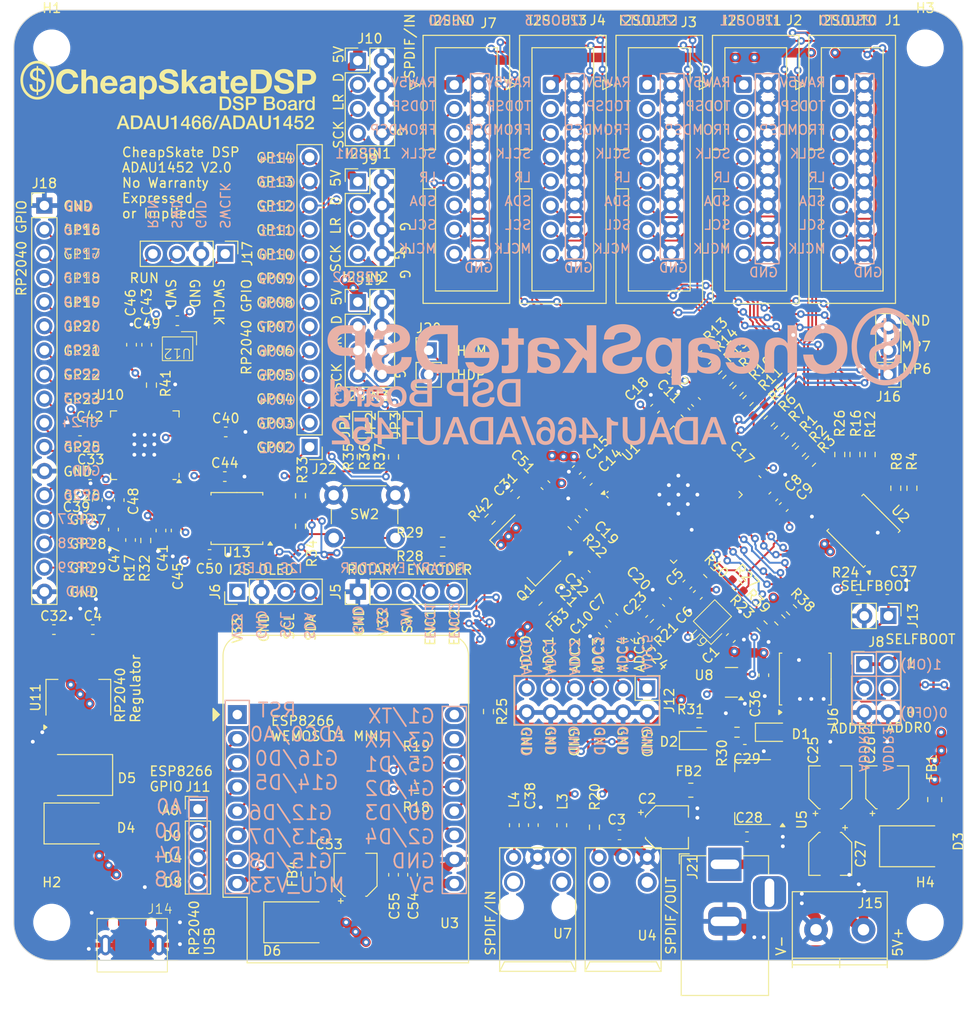
<source format=kicad_pcb>
(kicad_pcb (version 20240108) (generator "pcbnew") (generator_version "8.0")
  (layers (0 "F.Cu" signal) (1 "In1.Cu" signal) (2 "In2.Cu" signal) (31 "B.Cu" signal) (34 "B.Paste" user) (35 "F.Paste" user) (36 "B.SilkS" user "B.Silkscreen") (37 "F.SilkS" user "F.Silkscreen") (38 "B.Mask" user) (39 "F.Mask" user) (44 "Edge.Cuts" user))
  (net 0 "")
  (net 1 "Net-(D4-K)")
  (net 2 "GND")
  (net 3 "/DSP/I2S0_SDAT")
  (net 4 "Net-(J1-Pin_5)")
  (net 5 "Net-(J1-Pin_7)")
  (net 6 "/DSP/I2S0_SCLK")
  (net 7 "Net-(J1-Pin_9)")
  (net 8 "/DSP/I2S0_LR")
  (net 9 "/DSP/MCLK0")
  (net 10 "Net-(J1-Pin_15)")
  (net 11 "/DSP/I2S1_SDAT")
  (net 12 "Net-(J2-Pin_5)")
  (net 13 "/DSP/I2S1_SCLK")
  (net 14 "Net-(J2-Pin_7)")
  (net 15 "/DSP/I2S1_LR")
  (net 16 "Net-(J2-Pin_9)")
  (net 17 "/DSP/MCLK1")
  (net 18 "Net-(J2-Pin_15)")
  (net 19 "/DSP/I2S2_SDAT")
  (net 20 "Net-(J3-Pin_5)")
  (net 21 "Net-(J3-Pin_7)")
  (net 22 "/DSP/I2S2_SCLK")
  (net 23 "Net-(J3-Pin_9)")
  (net 24 "/DSP/I2S2_LR")
  (net 25 "/DSP/MCLK2")
  (net 26 "Net-(J3-Pin_15)")
  (net 27 "/DSP/I2S3_SDAT")
  (net 28 "Net-(J4-Pin_5)")
  (net 29 "/DSP/I2S3_SCLK")
  (net 30 "Net-(J4-Pin_7)")
  (net 31 "/DSP/I2S3_LR")
  (net 32 "Net-(J4-Pin_9)")
  (net 33 "Net-(J4-Pin_15)")
  (net 34 "/DSP/MCLK3")
  (net 35 "/DSP/XTALOUT")
  (net 36 "/DSP/SDA")
  (net 37 "/DSP/SCL")
  (net 38 "V33")
  (net 39 "/RAW_5V")
  (net 40 "/DSP/DVDD")
  (net 41 "/ESP8266/SW")
  (net 42 "/ESP8266/MCU_V33")
  (net 43 "/ESP8266/ENCODER1")
  (net 44 "/ESP8266/ENCODER2")
  (net 46 "/ESP8266/MCU_SDA")
  (net 47 "/DSP/AVDD")
  (net 48 "/ESP8266/MCU_SCL")
  (net 49 "Net-(U1-PLLFILT)")
  (net 50 "/DSP/I2SIN0_SCLK")
  (net 51 "Net-(J7-Pin_15)")
  (net 52 "/DSP/dspconnector_input/FROMDSP")
  (net 53 "/DSP/I2SIN0_SDAT")
  (net 54 "/DSP/I2SIN0_LR")
  (net 55 "Net-(U7-VOUT)")
  (net 56 "Net-(L3-Pad1)")
  (net 57 "Net-(U7-VCC)")
  (net 58 "/DSP/MCLK4")
  (net 59 "Net-(C24-Pad2)")
  (net 60 "/DSP/MP7")
  (net 61 "Net-(U1-SS_M{slash}MP0)")
  (net 62 "/DSP/I2CADDR0")
  (net 63 "/DSP/BCLK_IN1")
  (net 64 "/DSP/MP6")
  (net 65 "/DSP/AUXADC5")
  (net 66 "/DSP/dspconnector_minimal_input3/SDAT")
  (net 67 "/DSP/LRCLK_IN1{slash}MP11")
  (net 68 "/DSP/I2CADDR1")
  (net 69 "/DSP/EXT_LRCLK")
  (net 70 "/DSP/EXT_BCLK")
  (net 71 "Net-(U1-CLKOUT)")
  (net 72 "Net-(JP1-A)")
  (net 73 "/DSP/SDATA_IN1")
  (net 74 "/DSP/dspconnector/TODSP")
  (net 75 "/ESP8266/D4")
  (net 77 "/DSP/~{DSPRESET_SUPERVISED}")
  (net 78 "/DSP/AUXADC1")
  (net 79 "/DSP/AUXADC3")
  (net 80 "/DSP/SCL_M")
  (net 81 "/DSP/BCLK_IN2")
  (net 82 "/ESP8266/D0")
  (net 84 "/ESP8266/A0")
  (net 85 "/ESP8266/D8")
  (net 87 "/DSP/AUXADC4")
  (net 88 "/DSP/AUXADC2")
  (net 89 "/DSP/SDA_M")
  (net 90 "/DSP/dspconnector1/TODSP")
  (net 91 "/DSP/dspconnector2/TODSP")
  (net 92 "/DSP/LRCLK_IN2{slash}MP12")
  (net 93 "/DSP/AUXADC0")
  (net 94 "/DSP/dspconnector3/TODSP")
  (net 95 "/DSP/VDRIVE")
  (net 96 "/DSP/SPDIFOUT")
  (net 97 "/DSP/SPDIFIN")
  (net 98 "/DSP/SDATA_IN2")
  (net 99 "/DSP/SELFBOOT")
  (net 100 "/DSP/~{DSPRESET}")
  (net 101 "Net-(U4-VIN)")
  (net 102 "Net-(D1-K)")
  (net 103 "Net-(D2-K)")
  (net 104 "/DSP/MCLK_DSP")
  (net 105 "/rp2040/VBUS")
  (net 106 "/rp2040/PI_3V3")
  (net 107 "/rp2040/PI_1V1")
  (net 108 "/rp2040/USB_D_P")
  (net 109 "/rp2040/USB_D_N")
  (net 110 "/rp2040/QSPI_SS")
  (net 111 "Net-(SW2-B)")
  (net 112 "/rp2040/GPIO27_ADC1")
  (net 113 "Net-(JP2-A)")
  (net 114 "Net-(JP3-A)")
  (net 115 "/rp2040/QSPI_SD3")
  (net 116 "/rp2040/SWD")
  (net 117 "/rp2040/SWCLK")
  (net 118 "Net-(U10-XIN)")
  (net 119 "/rp2040/QSPI_SD0")
  (net 120 "/rp2040/GPIO28_ADC2")
  (net 123 "/rp2040/GPIO12")
  (net 124 "/rp2040/GPIO3")
  (net 125 "/rp2040/GPIO2")
  (net 126 "/rp2040/QSPI_SCLK")
  (net 127 "/rp2040/MCU_USB_N")
  (net 128 "/rp2040/QSPI_SD1")
  (net 129 "/rp2040/GPIO26_ADC0")
  (net 130 "/rp2040/QSPI_SD2")
  (net 131 "/rp2040/RUN")
  (net 132 "/rp2040/GPIO10")
  (net 133 "/rp2040/GPIO29_ADC3")
  (net 134 "/rp2040/GPIO9")
  (net 136 "/rp2040/MCU_USB_P")
  (net 137 "/rp2040/GPIO8")
  (net 138 "/rp2040/GPIO4")
  (net 139 "/rp2040/GPIO5")
  (net 140 "/rp2040/GPIO6")
  (net 141 "/rp2040/GPIO7")
  (net 142 "/rp2040/GPIO11")
  (net 143 "/rp2040/GPIO21")
  (net 144 "/rp2040/GPIO18")
  (net 145 "/rp2040/GPIO20")
  (net 146 "/rp2040/GPIO17")
  (net 147 "/rp2040/GPIO16")
  (net 148 "/rp2040/GPIO19")
  (net 149 "Net-(D3-K)")
  (net 150 "Net-(D3-A)")
  (net 151 "Net-(D6-K)")
  (net 152 "/rp2040/GPIO13")
  (net 153 "/rp2040/GPIO14")
  (net 154 "/DSP/MCLK")
  (net 155 "Net-(U1-XTALIN{slash}MCLK)")
  (net 156 "Net-(U12-OUT)")
  (net 157 "Net-(C31-Pad1)")
  (net 158 "Net-(U3-5V)")
  (net 159 "/rp2040/GPIO25")
  (net 160 "/rp2040/GPIO22")
  (net 161 "/rp2040/GPIO24")
  (net 162 "/rp2040/GPIO23")
  (net 163 "/DSP/THD_M")
  (net 164 "/DSP/THD_P")
  (net 165 "/DSP/dsp_power/V33_BEFORE_F")
  (footprint "Resistor_SMD:R_0603_1608Metric" (layer "F.Cu") (at 194.6 94.775 90)
    (property "Reference" "R16")
    (property "Value" "27")
  )
  (footprint "Resistor_SMD:R_0603_1608Metric" (layer "F.Cu") (at 195 109)
    (property "Reference" "R24")
    (property "Value" "10k")
  )
  (footprint "Resistor_SMD:R_0603_1608Metric" (layer "F.Cu") (at 196.2 94.775 90)
    (property "Reference" "R12")
    (property "Value" "27")
  )
  (footprint "Capacitor_SMD:C_0603_1608Metric" (layer "F.Cu") (at 158.798008 98.951992 45)
    (property "Reference" "C31")
    (property "Value" "10uF")
  )
  (footprint "Resistor_SMD:R_0603_1608Metric" (layer "F.Cu") (at 193 94.775 90)
    (property "Reference" "R26")
    (property "Value" "27")
  )
  (footprint "Package_TO_SOT_SMD:SOT-143" (layer "F.Cu") (at 181.6 118.75 180)
    (property "Reference" "U8")
    (property "Value" "UM811TE")
  )
  (footprint "Capacitor_SMD:C_0603_1608Metric" (layer "F.Cu") (at 123.225 80.7 180)
    (property "Reference" "C49")
    (property "Value" "100nF")
  )
  (footprint "Capacitor_SMD:C_0603_1608Metric" (layer "F.Cu") (at 169.8 134.8)
    (property "Reference" "C3")
    (property "Value" "100nF")
  )
  (footprint "Resistor_SMD:R_0603_1608Metric" (layer "F.Cu") (at 182.277297 88.044023 45)
    (property "Reference" "R10")
    (property "Value" "27")
  )
  (footprint "dsp3_footprints:PLR135-T8" (layer "F.Cu") (at 161.18 137.16 180)
    (property "Reference" "U7")
    (property "Value" "~")
  )
  (footprint "Connector_PinHeader_2.54mm:PinHeader_1x05_P2.54mm_Vertical" (layer "F.Cu") (at 142.24 109.22 90)
    (property "Reference" "J5")
    (property "Value" "Conn_01x05")
  )
  (footprint "Capacitor_SMD:C_0603_1608Metric" (layer "F.Cu") (at 165.3 96.4 -135)
    (property "Reference" "C15")
    (property "Value" "100nF")
  )
  (footprint "Capacitor_SMD:C_0603_1608Metric" (layer "F.Cu") (at 185 118 -90)
    (property "Reference" "C36")
    (property "Value" "100nF")
  )
  (footprint "Resistor_SMD:R_0603_1608Metric" (layer "F.Cu") (at 178.983363 84.716637 45)
    (property "Reference" "R14")
    (property "Value" "27")
  )
  (footprint "Capacitor_SMD:C_0603_1608Metric" (layer "F.Cu") (at 160.72 133.775 -90)
    (property "Reference" "C38")
    (property "Value" "100nF")
  )
  (footprint "Connector_PinHeader_2.54mm:PinHeader_1x02_P2.54mm_Vertical" (layer "F.Cu") (at 149.7 83.82)
    (property "Reference" "J20")
    (property "Value" "Conn_01x02_Pin")
  )
  (footprint "Capacitor_SMD:C_0603_1608Metric" (layer "F.Cu") (at 198 109)
    (property "Reference" "C37")
    (property "Value" "10nF")
  )
  (footprint "Resistor_SMD:R_0603_1608Metric" (layer "F.Cu") (at 188.855977 94.422703 45)
    (property "Reference" "R2")
    (property "Value" "27")
  )
  (footprint "Resistor_SMD:R_0603_1608Metric" (layer "F.Cu") (at 148.425 129.9)
    (property "Reference" "R18")
    (property "Value" "4.7k")
  )
  (footprint "Inductor_SMD:L_0603_1608Metric" (layer "F.Cu") (at 158.72 133.787501 90)
    (property "Reference" "L4")
    (property "Value" "47uH")
  )
  (footprint "Package_SO:SOIC-8_5.23x5.23mm_P1.27mm" (layer "F.Cu") (at 195.5 102.8 135)
    (property "Reference" "U2")
    (property "Value" "2305NZ")
  )
  (footprint "Resistor_SMD:R_0603_1608Metric" (layer "F.Cu") (at 189.916637 95.483363 45)
    (property "Reference" "R3")
    (property "Value" "27")
  )
  (footprint "Resistor_SMD:R_0603_1608Metric" (layer "F.Cu") (at 182.2 108.6 -45)
    (property "Reference" "R27")
    (property "Value" "27")
  )
  (footprint "Resistor_SMD:R_0603_1608Metric" (layer "F.Cu") (at 182.175 124 180)
    (property "Reference" "R30")
    (property "Value" "4.7k")
  )
  (footprint "Connector_PinHeader_2.54mm:PinHeader_1x04_P2.54mm_Vertical" (layer "F.Cu") (at 128.27 73.66 -90)
    (property "Reference" "J17")
    (property "Value" "Conn_01x04_Pin")
  )
  (footprint "Connector_IDC:IDC-Header_2x08_P2.54mm_Vertical" (layer "F.Cu") (at 172.72 55.88)
    (property "Reference" "J3")
    (property "Value" "Conn_02x08_Odd_Even")
  )
  (footprint "dsp3_footprints:YSO110TR_SMD3225" (layer "F.Cu") (at 179.585786 112.070711 45)
    (property "Reference" "U9")
    (property "Value" "~")
  )
  (footprint "Capacitor_SMD:C_0603_1608Metric" (layer "F.Cu") (at 172.298008 111.451992 45)
    (property "Reference" "C23")
    (property "Value" "150pF")
  )
  (footprint "Capacitor_SMD:C_0603_1608Metric" (layer "F.Cu") (at 128.225 97.1)
    (property "Reference" "C44")
    (property "Value" "100nF")
  )
  (footprint "Connector_IDC:IDC-Header_2x08_P2.54mm_Vertical" (layer "F.Cu") (at 193.04 55.88)
    (property "Reference" "J1")
    (property "Value" "Conn_02x08_Odd_Even")
  )
  (footprint "Capacitor_SMD:C_0603_1608Metric" (layer "F.Cu") (at 168.051992 113.251992 135)
    (property "Reference" "C10")
    (property "Value" "10uF")
  )
  (footprint "Capacitor_SMD:C_0603_1608Metric" (layer "F.Cu") (at 146 139 90)
    (property "Reference" "C55")
    (property "Value" "10uF")
  )
  (footprint "Connector_PinHeader_2.54mm:PinHeader_1x02_P2.54mm_Vertical" (layer "F.Cu") (at 198.12 111.76 -90)
    (property "Reference" "J13")
    (property "Value" "Conn_01x02_Pin")
  )
  (footprint "Resistor_SMD:R_0603_1608Metric" (layer "F.Cu") (at 136.2 99.125 -90)
    (property "Reference" "R33")
    (property "Value" "DNF")
  )
  (footprint "Connector_IDC:IDC-Header_2x08_P2.54mm_Vertical" (layer "F.Cu") (at 182.88 55.88)
    (property "Reference" "J2")
    (property "Value" "Conn_02x08_Odd_Even")
  )
  (footprint "Capacitor_SMD:CP_Elec_4x4.5" (layer "F.Cu") (at 142 139 90)
    (property "Reference" "C53")
    (property "Value" "10uF")
  )
  (footprint "Capacitor_SMD:C_0603_1608Metric" (layer "F.Cu") (at 117.1 99.575 -90)
    (property "Reference" "C48")
    (property "Value" "1uF")
  )
  (footprint "Module:WEMOS_D1_mini_light" (layer "F.Cu") (at 129.54 122.144999)
    (property "Reference" "U3")
    (property "Value" "WeMos_D1_mini")
  )
  (footprint "Capacitor_SMD:CP_Elec_4x4.5" (layer "F.Cu") (at 192 136.8 -90)
    (property "Reference" "C27")
    (property "Value" "22uF")
  )
  (footprint "Resistor_SMD:R_0805_2012Metric" (layer "F.Cu") (at 137 138.9125 90)
    (property "Reference" "FB4")
    (property "Value" "600R @ 100Mhz")
  )
  (footprint "Diode_SMD:D_SMB" (layer "F.Cu") (at 200.849999 136)
    (property "Reference" "D3")
    (property "Value" "D_Schottky")
  )
  (footprint "dsp3_footprints:YSO110TR_SMD3225" (layer "F.Cu") (at 123.249999 83.65 180)
    (property "Reference" "U12")
    (property "Value" "12MHz")
  )
  (footprint "Connector_BarrelJack:BarrelJack_Horizontal" (layer "F.Cu") (at 180.9 137.9 90)
    (property "Reference" "J21")
    (property "Value" "Barrel_Jack")
  )
  (footprint "Package_CSP:LFCSP-72-1EP_10x10mm_P0.5mm_EP5.3x5.3mm" (layer "F.Cu") (at 175.496842 99 45)
    (property "Reference" "U1")
    (property "Value" "ADAU1452")
  )
  (footprint "Jumper:SolderJumper-2_P1.3mm_Bridged_Pad1.0x1.5mm" (layer "F.Cu") (at 142.7 91.649999 90)
    (property "Reference" "JP1")
    (property "Value" "Jumper_2_Open")
  )
  (footprint "Jumper:SolderJumper-2_P1.3mm_Bridged_Pad1.0x1.5mm" (layer "F.Cu") (at 145.4 91.649999 90)
    (property "Reference" "JP2")
    (property "Value" "Jumper_2_Open")
  )
  (footprint "Resistor_SMD:R_0805_2012Metric" (layer "F.Cu") (at 177.3125 130.1 180)
    (property "Reference" "FB2")
    (property "Value" "600R @ 100Mhz")
  )
  (footprint "Capacitor_SMD:C_0603_1608Metric" (layer "F.Cu") (at 171.451992 113.951992 -45)
    (property "Reference" "C24")
    (property "Value" "5.6nF")
  )
  (footprint "Diode_SMD:D_SMB" (layer "F.Cu") (at 112.750001 128.5 180)
    (property "Reference" "D4")
    (property "Value" "D_Schottky")
  )
  (footprint "Capacitor_SMD:C_0603_1608Metric" (layer "F.Cu") (at 183.225 135)
    (property "Reference" "C28")
    (property "Value" "22uF")
  )
  (footprint "Resistor_SMD:R_0603_1608Metric" (layer "F.Cu") (at 146 95.025 90)
    (property "Reference" "R37")
    (property "Value" "27")
  )
  (footprint "Capacitor_SMD:C_0603_1608Metric" (layer "F.Cu") (at 118.4 83.225 90)
    (property "Reference" "C46")
    (property "Value" "100nF")
  )
  (footprint "Capacitor_SMD:C_0603_1608Metric" (layer "F.Cu") (at 184.951992 96.751992 -45)
    (property "Reference" "C17")
    (property "Value" "100nF")
  )
  (footprint "Package_SO:SOIC-8_5.23x5.23mm_P1.27mm" (layer "F.Cu") (at 129.5 101.505 180)
    (property "Reference" "U13")
    (property "Value" "W25Q128JVS")
  )
  (footprint "Diode_SMD:D_SMB" (layer "F.Cu") (at 112.85 133.6)
    (property "Reference" "D5")
    (property "Value" "D_Schottky")
  )
  (footprint "Capacitor_SMD:C_0603_1608Metric" (layer "F.Cu") (at 176.948008 108.451992 -135)
    (property "Reference" "C5")
    (property "Value" "10nF")
  )
  (footprint "Package_TO_SOT_SMD:SOT-223-3_TabPin2" (layer "F.Cu") (at 159.896268 104.851041 -135)
    (property "Reference" "Q1")
    (property "Value" "Q_PNP_BCE")
  )
  (footprint "Capacitor_SMD:C_0603_1608Metric" (layer "F.Cu") (at 114.025 96.9 180)
    (property "Reference" "C33")
    (property "Value" "100nF")
  )
  (footprint "dsp3_footprints:PLT133-T10" (layer "F.Cu") (at 170.18 137.16 180)
    (property "Reference" "U4")
    (property "Value" "~")
  )
  (footprint "Resistor_SMD:R_0603_1608Metric" (layer "F.Cu") (at 151.175 106 180)
    (property "Reference" "R28")
    (property "Value" "0")
  )
  (footprint "Resistor_SMD:R_0805_2012Metric" (layer "F.Cu") (at 203 131.0875 90)
    (property "Reference" "FB1")
    (property "Value" "600 @ 100Mhz (2A)")
  )
  (footprint "Resistor_SMD:R_0603_1608Metric" (layer "F.Cu") (at 200.6 98.325 90)
    (property "Reference" "R4")
    (property "Value" "27")
  )
  (footprint "Resistor_SMD:R_0603_1608Metric" (layer "F.Cu") (at 184.816637 112.816637 135)
    (property "Reference" "R23")
    (property "Value" "10k")
  )
  (footprint "Connector_PinHeader_2.54mm:PinHeader_1x04_P2.54mm_Vertical" (layer "F.Cu") (at 129.54 109.22 90)
    (property "Reference" "J6")
    (property "Value" "Conn_01x04")
  )
  (footprint "Resistor_SMD:R_0603_1608Metric" (layer "F.Cu") (at 148.425 127.36)
    (property "Reference" "R19")
    (property "Value" "4.7k")
  )
  (footprint "Resistor_SMD:R_0603_1608Metric" (layer "F.Cu") (at 186.637957 92.304683 45)
    (property "Reference" "R7")
    (property "Value" "27")
  )
  (footprint "Capacitor_SMD:C_0603_1608Metric" (layer "F.Cu") (at 128.325 92.4)
    (property "Reference" "C40")
    (property "Value" "100nF")
  )
  (footprint "Capacitor_SMD:C_0603_1608Metric" (layer "F.Cu") (at 121.5 102.775 -90)
    (property "Reference" "C41")
    (property "Value" "100nF")
  )
  (footprint "Capacitor_SMD:C_0603_1608Metric" (layer "F.Cu") (at 110.225 113.2)
    (property "Reference" "C32")
    (property "Value" "10uF")
  )
  (footprint "Connector_PinHeader_2.54mm:PinHeader_1x03_P2.54mm_Vertical" (layer "F.Cu") (at 198.12 86.359999 180)
    (property "Reference" "J16")
    (property "Value" "Conn_01x03")
  )
  (footprint "MountingHole:MountingHole_3.2mm_M3" (layer "F.Cu") (at 202 52)
    (property "Reference" "H3")
    (property "Value" "MountingHole")
  )
  (footprint "Resistor_SMD:R_0603_1608Metric" (layer "F.Cu") (at 119.9 103.825 -90)
    (property "Reference" "R32")
    (property "Value" "27")
  )
  (footprint "Resistor_SMD:R_0603_1608Metric" (layer "F.Cu") (at 136.2 102.325 90)
    (property "Reference" "R34")
    (property "Value" "1k")
  )
  (footprint "MountingHole:MountingHole_3.2mm_M3" (layer "F.Cu") (at 110 52)
    (property "Reference" "H1")
    (property "Value" "MountingHole")
  )
  (footprint "Capacitor_SMD:C_0603_1608Metric" (layer "F.Cu") (at 123.1 102.775 -90)
    (property "Reference" "C45")
    (property "Value" "100nF")
  )
  (footprint "Connector_PinHeader_2.54mm:PinHeader_2x06_P2.54mm_Vertical" (layer "F.Cu") (at 172.72 119.38 -90)
    (property "Reference" "J12")
    (property "Value" "Conn_02x06_Odd_Even")
  )
  (footprint "Resistor_SMD:R_0603_1608Metric" (layer "F.Cu") (at 187.916637 111.116637 -45)
    (property "Reference" "R38")
    (property "Value" "2k")
  )
  (footprint "Package_TO_SOT_SMD:SOT-223-3_TabPin2" (layer "F.Cu") (at 183.85 130.3 180)
    (property "Reference" "U5")
    (property "Value" "LD1117S33TR_SOT223")
  )
  (footprint "Resistor_SMD:R_0603_1608Metric" (layer "F.Cu") (at 156 121.825 -90)
    (property "Reference" "R25")
    (property "Value" "27")
  )
  (footprint "Resistor_SMD:R_0603_1608Metric" (layer "F.Cu") (at 185.577297 91.244023 45)
    (property "Reference" "R6")
    (property "Value" "27")
  )
  (footprint "Resistor_SMD:R_0603_1608Metric" (layer "F.Cu") (at 179.2 107.2 135)
    (property "Reference" "R40")
    (property "Value" "1k")
  )
  (footprint "Capacitor_SMD:C_0603_1608Metric" (layer "F.Cu") (at 181.523564 114.08943 45)
    (property "Reference" "C1")
    (property "Value" "100nF")
  )
  (footprint "Package_TO_SOT_SMD:SOT-223-3_TabPin2" (layer "F.Cu") (at 112.8 120.349999 90)
    (property "Reference" "U11")
    (property "Value" "LD1117S33TR_SOT223")
  )
  (footprint "Resistor_SMD:R_0603_1608Metric" (layer "F.Cu") (at 164.916637 102.166637 135)
    (property "Reference" "R22")
    (property "Value" "1k")
  )
  (footprint "Resistor_SMD:R_0603_1608Metric" (layer "F.Cu") (at 184.516637 90.183363 45)
    (property "Reference" "R5")
    (property "Value" "27")
  )
  (footprint "Capacitor_SMD:C_0603_1608Metric" (layer "F.Cu") (at 166.248008 107.448008 135)
    (property "Reference" "C22")
    (property "Value" "100nF")
  )
  (footprint "dsp3_footprints:1912111437_SHOU-HAN-MICRO5-9mmusb_C393940.pdf" (layer "F.Cu") (at 118.475 146.4)
    (property "Reference" "J14")
    (property "Value" "USB_B_Micro")
  )
  (footprint "Resistor_SMD:R_0603_1608Metric" (layer "F.Cu") (at 183.337957 89.104683 45)
    (property "Reference" "R11")
    (property "Value" "27")
  )
  (footprint "Capacitor_SMD:C_0603_1608Metric" (layer "F.Cu") (at 118.3 103.775 -90)
    (property "Reference" "R17")
    (property "Value" "27")
  )
  (footprint "Capacitor_SMD:C_0603_1608Metric" (layer "F.Cu") (at 148 139 90)
    (property "Reference" "C54")
    (property "Value" "100nF")
  )
  (footprint "Connector_PinHeader_2.54mm:PinHeader_1x17_P2.54mm_Vertical" (layer "F.Cu") (at 109.22 68.58)
    (property "Reference" "J18")
    (property "Value" "Conn_01x17")
  )
  (footprint "dsp3_footprints:KF301-5.0-2P" (layer "F.Cu") (at 193 144.78)
    (property "Reference" "J15")
    (property "Value" "Screw_Terminal_01x02")
  )
  (footprint "Capacitor_SMD:C_0603_1608Metric" (layer "F.Cu") (at 116.5 102.675 -90)
    (property "Reference" "C47")
    (property "Value" "1uF")
  )
  (footprint "Resistor_SMD:R_0603_1608Metric" (layer "F.Cu") (at 120.5 87.475 -90)
    (property "Reference" "R41")
    (property "Value" "1k")
  )
  (footprint "Resistor_SMD:R_0603_1608Metric" (layer "F.Cu") (at 186.683363 112.183363 -45)
    (property "Reference" "R39")
    (property "Value" "2k")
  )
  (footprint "Connector_PinHeader_2.54mm:PinHeader_2x04_P2.54mm_Vertical" (layer "F.Cu") (at 142.24 78.74)
    (property "Reference" "J19")
    (property "Value" "Conn_02x04_Odd_Even")
  )
  (footprint "Resistor_SMD:R_0603_1608Metric" (layer "F.Cu") (at 181.216637 86.983363 45)
    (property "Reference" "R9")
    (property "Value" "27")
  )
  (footprint "Button_Switch_THT:SW_PUSH_6mm" (layer "F.Cu") (at 139.7 99.06)
    (property "Reference" "SW2")
    (property "Value" "SW_SPST")
  )
  (footprint "Capacitor_SMD:C_0603_1608Metric" (layer "F.Cu") (at 112.975 92.3 180)
    (property "Reference" "C42")
    (property "Value" "100nF")
  )
  (footprint "LED_SMD:LED_0805_2012Metric_Pad1.15x1.40mm_HandSolder" (layer "F.Cu") (at 185.975001 124)
    (property "Reference" "D1")
    (property "Value" "LED")
  )
  (footprint "Resistor_SMD:R_0603_1608Metric" (layer "F.Cu") (at 178.175 123)
    (property "Reference" "R31")
    (property "Value" "4.7k")
  )
  (footprint "Resistor_SMD:R_0603_1608Metric" (layer "F.Cu") (at 144.4 95.025 90)
    (property "Reference" "R36")
    (property "Value" "27")
  )
  (footprint "Diode_SMD:D_SMB" (layer "F.Cu") (at 136 144)
    (property "Reference" "D6")
    (property "Value" "D_Schottky")
  )
  (footprint "Capacitor_SMD:C_0603_1608Metric" (layer "F.Cu") (at 162 98 135)
    (property "Reference" "C51")
    (property "Value" "10uF")
  )
  (footprint "Connector_PinHeader_2.54mm:PinHeader_2x04_P2.54mm_Vertical" (layer "F.Cu") (at 142.24 53.34)
    (property "Reference" "J10")
    (property "Value" "Conn_02x04_Odd_Even")
  )
  (footprint "Resistor_SMD:R_0603_1608Metric" (layer "F.Cu") (at 187.795317 93.362043 45)
    (property "Reference" "R1")
    (property "Value" "27")
  )
  (footprint "Package_DFN_QFN:QFN-56-1EP_7x7mm_P0.4mm_EP3.2x3.2mm" (layer "F.Cu") (at 119.8 93.8 180)
    (property "Reference" "U10")
    (property "Value" "RP2040")
  )
  (footprint "Resistor_SMD:R_0603_1608Metric" (layer "F.Cu") (at 173.583363 112.666637 -135)
    (property "Reference" "R21")
    (property "Value" "4.3k")
  )
  (footprint "Connector_PinHeader_2.54mm:PinHeader_2x03_P2.54mm_Vertical" (layer "F.Cu") (at 195.58 116.84)
    (property "Reference" "J8")
    (property "Value" "Conn_02x03_Odd_Even")
  )
  (footprint "Capacitor_SMD:CP_Elec_4x4.5" (layer "F.Cu") (at 198 129.8 90)
    (property "Reference" "C26")
    (property "Value" "22uF")
  )
  (footprint "Package_SO:SOIC-8_5.23x5.23mm_P1.27mm" (layer "F.Cu") (at 189.365 118.4 90)
    (property "Reference" "U6")
    (property "Value" "24LC32")
  )
  (footprint "Capacitor_SMD:CP_Elec_4x4.5" (layer "F.Cu") (at 174.8 134)
    (property "Reference" "C2")
    (property "Value" "10uF")
  )
  (footprint "MountingHole:MountingHole_3.2mm_M3" (layer "F.Cu") (at 202 144)
    (property "Reference" "H4")
    (property "Value" "MountingHole")
  )
  (footprint "Resistor_SMD:R_0603_1608Metric" (layer "F.Cu") (at 142.7 95.025 90)
    (property "Reference" "R35")
    (property "Value" "27")
  )
  (footprint "Capacitor_SMD:C_0603_1608Metric" (layer "F.Cu") (at 183 125.8)
    (property "Reference" "C29")
    (property "Value" "100nF")
  )
  (footprint "Capacitor_SMD:C_0603_1608Metric" (layer "F.Cu") (at 187.096016 100.303984 45)
    (property "Reference" "C9")
    (property "Value" "100nF")
  )
  (footprint "Inductor_SMD:L_0603_1608Metric" (layer "F.Cu") (at 163.72 133.787501 -90)
    (property "Reference" "L3")
    (property "Value" "47uH")
  )
  (footprint "Resistor_SMD:R_0805_2012Metric" (layer "F.Cu") (at 162 111 45)
    (property "Reference" "FB3")
    (property "Value" "600R @ 100Mhz")
  )
  (footprint "Capacitor_SMD:C_0603_1608Metric" (layer "F.Cu") (at 177.851992 89.251992 135)
    (property "Reference" "C12")
    (property "Value" "100nF")
  )
  (footprint "LED_SMD:LED_0805_2012Metric_Pad1.15x1.40mm_HandSolder" (layer "F.Cu") (at 177.975001 124.875001)
    (property "Reference" "D2")
    (property "Value" "LED")
  )
  (footprint "Capacitor_SMD:C_0603_1608Metric" (layer "F.Cu") (at 178.048008 109.551992 -135)
    (property "Reference" "C6")
    (property "Value" "100nF")
  )
  (footprint "Resistor_SMD:R_0603_1608Metric" (layer "F.Cu") (at 177.922703 83.655977 45)
    (property "Reference" "R13")
    (property "Value" "27")
  )
  (footprint "Capacitor_SMD:C_0603_1608Metric" (layer "F.Cu") (at 166.451992 97.548008 -135)
    (property "Reference" "C14")
    (property "Value" "10nF")
  )
  (footprint "Capacitor_SMD:C_0603_1608Metric" (layer "F.Cu") (at 114.8 99.575 -90)
    (property "Reference" "C39")
    (property "Value" "100nF")
  )
  (footprint "Connector_IDC:IDC-Header_2x08_P2.54mm_Vertical" (layer "F.Cu") (at 152.4 55.88)
    (property "Reference" "J7")
    (property "Value" "Conn_02x08_Odd_Even")
  )
  (footprint "Capacitor_SMD:C_0603_1608Metric" (layer "F.Cu") (at 186 99.2 45)
    (property "Reference" "C8")
    (property "Value" "10nF")
  )
  (footprint "Connector_IDC:IDC-Header_2x08_P2.54mm_Vertical" (layer "F.Cu") (at 162.56 55.88)
    (property "Reference" "J4")
    (property "Value" "Conn_02x08_Odd_Even")
  )
  (footprint "Resistor_SMD:R_0603_1608Metric" (layer "F.Cu") (at 167.16 134 -90)
    (property "Reference" "R20")
    (property "Value" "27")
  )
  (footprint "Capacitor_SMD:C_0603_1608Metric" (layer "F.Cu") (at 114.325 113.2)
    (property "Reference" "C4")
    (property "Value" "10uF")
  )
  (footprint "MountingHole:MountingHole_3.2mm_M3" (layer "F.Cu") (at 110 144)
    (property "Reference" "H2")
    (property "Value" "MountingHole")
  )
  (footprint "Jumper:SolderJumper-2_P1.3mm_Bridged_Pad1.0x1.5mm" (layer "F.Cu") (at 148 91.649999 90)
    (property "Reference" "JP3")
    (property "Value" "Jumper_2_Open")
  )
  (footprint "Capacitor_SMD:C_0603_1608Metric" (layer "F.Cu") (at 126.625 105.3)
    (property "Reference" "C50")
    (property "Value" "100nF")
  )
  (footprint "Connector_PinHeader_2.54mm:PinHeader_1x04_P2.54mm_Vertical" (layer "F.Cu") (at 125.4 132.08)
    (property "Reference" "J11")
    (property "Value" "Conn_01x04")
  )
  (footprint "Connector_PinHeader_2.54mm:PinHeader_1x13_P2.54mm_Vertical" (layer "F.Cu") (at 137.16 93.98 180)
    (property "Reference" "J22")
    (property "Value" "Conn_01x13")
  )
  (footprint "Resistor_SMD:R_0603_1608Metric" (layer "F.Cu") (at 156.166637 101.583363 45)
    (property "Reference" "R42")
    (property "Value" ".5")
  )
  (footprint "Resistor_SMD:R_0603_1608Metric" (layer "F.Cu") (at 198.9 98.325 90)
    (property "Reference" "R8")
    (property "Value" "27")
  )
  (footprint "Capacitor_SMD:C_0603_1608Metric" (layer "F.Cu") (at 120 83.225 90)
    (property "Reference" "C43")
    (property "Value" "100nF")
  )
  (footprint "Capacitor_SMD:C_0603_1608Metric" (layer "F.Cu") (at 176.751992 90.351992 135)
    (property "Reference" "C11")
    (property "Value" "10nF")
  )
  (footprint "Capacitor_SMD:C_0603_1608Metric" (layer "F.Cu") (at 165.151992 108.551992 135)
    (property "Reference" "C21")
    (property "Value" "1uF")
  )
  (footprint "Resistor_SMD:R_0603_1608Metric" (layer "F.Cu") (at 151.175 104 180)
    (property "Reference" "R29")
    (property "Value" "0")
  )
  (footprint "Capacitor_SMD:CP_Elec_4x4.5" (layer "F.Cu") (at 192 129.8 90)
    (property "Reference" "C25")
    (property "Value" "10uF")
  )
  (footprint "Resistor_SMD:R_0603_1608Metric" (layer "F.Cu") (at 180.044023 85.777297 45)
    (property "Reference" "R15")
    (property "Value" "27")
  )
  (footprint "Capacitor_SMD:C_0603_1608Metric" (layer "F.Cu") (at 174.8 110.3 135)
    (property "Reference" "C20")
    (property "Value" "100nF")
  )
  (footprint "Capacitor_SMD:C_0603_1608Metric" (layer "F.Cu") (at 173.548008 89.951992 45)
    (property "Reference" "C18")
    (property "Value" "100nF")
  )
  (footprint "Capacitor_SMD:C_0603_1608Metric" (layer "F.Cu") (at 169.151992 111.951992 135)
    (property "Reference" "C7")
    (property "Value" "100nF")
  )
  (footprint "Connector_PinHeader_2.54mm:PinHeader_2x04_P2.54mm_Vertical" (layer "F.Cu") (at 142.24 66.04)
    (property "Reference" "J9")
    (property "Value" "Conn_02x04_Odd_Even")
  )
  (footprint "Capacitor_SMD:C_0603_1608Metric" (layer "F.Cu") (at 165.951992 100.951992 135)
    (property "Reference" "C19")
    (property "Value" "100nF")
  )
  (gr_poly (pts (xy 187.49756 83.066279) (xy 187.476514 83.066279) (xy 187.452427 83.027504) (xy 187.427518 82.990099) (xy 187.401787 82.954065) (xy 187.375233 82.9194) (xy 187.347858 82.886106) (xy 187.319661 82.854182) (xy 187.290641 82.823628) (xy 187.2608 82.794444) (xy 187.230136 82.766631) (xy 187.19865 82.740187) (xy 187.166343 82.715114) (xy 187.133213 82.691411) (xy 187.099261 82.669078) (xy 187.064487 82.648115) (xy 187.028891 82.628523) (xy 186.992473 82.6103) (xy 186.955698 82.592461) (xy 186.919033 82.575772) (xy 186.882478 82.560235) (xy 186.846033 82.545848) (xy 186.809697 82.532612) (xy 186.77347 82.520527) (xy 186.737354 82.509593) (xy 186.701346 82.49981) (xy 186.665449 82.491178) (xy 186.629661 82.483697) (xy 186.593983 82.477367) (xy 186.558414 82.472188) (xy 186.522955 82.46816) (xy 186.487605 82.465282) (xy 186.452366 82.463556) (xy 186.417235 82.462981) (xy 186.367828 82.463419) (xy 186.319572 82.464734) (xy 186.272467 82.466927) (xy 186.226513 82.469996) (xy 186.181709 82.473942) (xy 186.138057 82.478765) (xy 186.095555 82.484464) (xy 186.054204 82.491041) (xy 186.014005 82.498494) (xy 185.974956 82.506825) (xy 185.937058 82.516032) (xy 185.90031 82.526116) (xy 185.864714 82.537077) (xy 185.830269 82.548914) (xy 185.796974 82.561629) (xy 185.764831 82.57522) (xy 185.732824 82.588731) (xy 185.701695 82.602954) (xy 185.671442 82.617889) (xy 185.642067 82.633536) (xy 185.613568 82.649896) (xy 185.585946 82.666968) (xy 185.559201 82.684752) (xy 185.533333 82.703249) (xy 185.508341 82.722458) (xy 185.484227 82.74238) (xy 185.460989 82.763014) (xy 185.438629 82.784361) (xy 185.417145 82.80642) (xy 185.396538 82.829191) (xy 185.376808 82.852675) (xy 185.357955 82.876871) (xy 185.339897 82.900904) (xy 185.322551 82.925649) (xy 185.305917 82.951107) (xy 185.289996 82.977277) (xy 185.274788 83.004159) (xy 185.260292 83.031754) (xy 185.246508 83.060062) (xy 185.233437 83.089082) (xy 185.221079 83.118814) (xy 185.209433 83.149259) (xy 185.198499 83.180416) (xy 185.188278 83.212285) (xy 185.178769 83.244867) (xy 185.169973 83.278162) (xy 185.161889 83.312169) (xy 185.154517 83.346888) (xy 185.13972 83.416271) (xy 185.126896 83.487627) (xy 185.116044 83.560956) (xy 185.107166 83.636258) (xy 185.100261 83.713533) (xy 185.095328 83.792781) (xy 185.092369 83.874003) (xy 185.091382 83.957197) (xy 185.091382 86.188002) (xy 186.087527 86.188002) (xy 186.087527 84.139593) (xy 186.088075 84.084377) (xy 186.08972 84.030968) (xy 186.09246 83.979369) (xy 186.096296 83.929578) (xy 186.101229 83.881595) (xy 186.107258 83.835422) (xy 186.114382 83.791057) (xy 186.122603 83.7485) (xy 186.13192 83.707752) (xy 186.142333 83.668813) (xy 186.153843 83.631682) (xy 186.166448 83.59636) (xy 186.180149 83.562847) (xy 186.194947 83.531142) (xy 186.21084 83.501246) (xy 186.22783 83.473158) (xy 186.246217 83.445975) (xy 186.266303 83.420545) (xy 186.288088 83.396869) (xy 186.311572 83.374947) (xy 186.336755 83.354779) (xy 186.363638 83.336364) (xy 186.392219 83.319703) (xy 186.422498 83.304796) (xy 186.454477 83.291643) (xy 186.488155 83.280243) (xy 186.523532 83.270597) (xy 186.560608 83.262705) (xy 186.599383 83.256567) (xy 186.639857 83.252182) (xy 186.68203 83.249552) (xy 186.725902 83.248675) (xy 186.775884 83.249634) (xy 186.824113 83.252511) (xy 186.870588 83.257307) (xy 186.915309 83.26402) (xy 186.958276 83.272652) (xy 186.99949 83.283202) (xy 187.03895 83.295671) (xy 187.076656 83.310057) (xy 187.112608 83.326362) (xy 187.146807 83.344585) (xy 187.163248 83.354416) (xy 187.179252 83.364726) (xy 187.194816 83.375516) (xy 187.209943 83.386785) (xy 187.224631 83.398534) (xy 187.23888 83.410763) (xy 187.252691 83.423471) (xy 187.266064 83.436658) (xy 187.278998 83.450325) (xy 187.291493 83.464472) (xy 187.303551 83.479098) (xy 187.315169 83.494204) (xy 187.337256 83.525251) (xy 187.357918 83.558764) (xy 187.377154 83.594744) (xy 187.394966 83.63319) (xy 187.411353 83.674102) (xy 187.426315 83.717481) (xy 187.439852 83.763326) (xy 187.451964 83.811637) (xy 187.462651 83.862414) (xy 187.471913 83.915657) (xy 187.47975 83.971367) (xy 187.486162 84.029543) (xy 187.491149 84.090185) (xy 187.494712 84.153294) (xy 187.496849 84.218868) (xy 187.497561 84.286909) (xy 187.497561 86.188006) (xy 188.493705 86.188006) (xy 188.493705 81.17922) (xy 187.49756 81.179213)) (stroke (width -0.000001)) (fill solid) (layer "B.SilkS"))
  (gr_poly (pts (xy 166.354098 83.865999) (xy 165.098395 82.56119) (xy 163.91986 82.56119) (xy 165.287803 83.89406) (xy 163.765525 86.188002) (xy 164.972121 86.188002) (xy 165.968265 84.567511) (xy 166.354094 84.93931) (xy 166.354094 86.188002) (xy 167.350238 86.188002) (xy 167.350238 81.179217) (xy 166.354098 81.179213)) (stroke (width -0.000001)) (fill solid) (layer "B.SilkS"))
  (gr_poly (pts (xy 141.566657 87.579262) (xy 141.536203 87.580013) (xy 141.523431 87.580576) (xy 141.512294 87.581264) (xy 141.502794 87.582076) (xy 141.494929 87.583014) (xy 141.430491 87.591063) (xy 141.430491 88.034048) (xy 141.442631 88.032098) (xy 141.454898 88.030273) (xy 141.467291 88.028573) (xy 141.479812 88.026998) (xy 141.49246 88.025548) (xy 141.505235 88.024223) (xy 141.518138 88.023023) (xy 141.531169 88.021948) (xy 141.543256 88.020061) (xy 141.555341 88.018426) (xy 141.567424 88.017043) (xy 141.579505 88.015911) (xy 141.591585 88.015031) (xy 141.603664 88.014402) (xy 141.615741 88.014025) (xy 141.627818 88.013899) (xy 141.642369 88.014088) (xy 141.656826 88.014655) (xy 141.671188 88.015599) (xy 141.685456 88.016921) (xy 141.69963 88.018621) (xy 141.713709 88.020698) (xy 141.727694 88.023154) (xy 141.741584 88.025987) (xy 141.75538 88.029198) (xy 141.769081 88.032786) (xy 141.782688 88.036753) (xy 141.796201 88.041097) (xy 141.809619 88.045818) (xy 141.822943 88.050918) (xy 141.836172 88.056395) (xy 141.849307 88.06225) (xy 141.861797 88.067977) (xy 141.874098 88.07408) (xy 141.886211 88.080562) (xy 141.898135 88.08742) (xy 141.90987 88.094656) (xy 141.921416 88.10227) (xy 141.932774 88.110261) (xy 141.943943 88.11863) (xy 141.954923 88.127376) (xy 141.965715 88.1365) (xy 141.976318 88.146002) (xy 141.986732 88.15588) (xy 141.996957 88.166137) (xy 142.006993 88.176771) (xy 142.016841 88.187782) (xy 142.0265 88.199171) (xy 142.035938 88.210419) (xy 142.045125 88.222012) (xy 142.05406 88.233952) (xy 142.062743 88.246237) (xy 142.071175 88.258869) (xy 142.079355 88.271847) (xy 142.087283 88.285171) (xy 142.094959 88.298841) (xy 142.102384 88.312857) (xy 142.109557 88.327219) (xy 142.116479 88.341927) (xy 142.123148 88.356982) (xy 142.129566 88.372382) (xy 142.135733 88.388129) (xy 142.141648 88.404221) (xy 142.147311 88.42066) (xy 142.152676 88.437429) (xy 142.157694 88.454513) (xy 142.162366 88.471912) (xy 142.166692 88.489625) (xy 142.170672 88.507653) (xy 142.174305 88.525996) (xy 142.177593 88.544653) (xy 142.180534 88.563625) (xy 142.18313 88.582911) (xy 142.185379 88.602512) (xy 142.188839 88.642658) (xy 142.190915 88.684062) (xy 142.191607 88.726725) (xy 142.191607 89.717394) (xy 142.650706 89.717394) (xy 142.650706 87.635374) (xy 142.219798 87.635374) (xy 142.219798 88.038084) (xy 142.211749 88.038084) (xy 142.209089 88.027529) (xy 142.206145 88.017004) (xy 142.202919 88.006511) (xy 142.19941 87.99605) (xy 142.195617 87.98562) (xy 142.191542 87.975222) (xy 142.187185 87.964855) (xy 142.182544 87.95452) (xy 142.17762 87.944216) (xy 142.172414 87.933944) (xy 142.166924 87.923703) (xy 142.161152 87.913494) (xy 142.155097 87.903316) (xy 142.148759 87.89317) (xy 142.142138 87.883056) (xy 142.135234 87.872973) (xy 142.119819 87.853088) (xy 142.103774 87.833707) (xy 142.0871 87.81483) (xy 142.069796 87.796455) (xy 142.051862 87.778584) (xy 142.033298 87.761216) (xy 142.014105 87.744352) (xy 141.994281 87.727991) (xy 141.983648 87.719544) (xy 141.972889 87.711317) (xy 141.962003 87.70331) (xy 141.950992 87.695524) (xy 141.939855 87.687957) (xy 141.928592 87.680611) (xy 141.917203 87.673485) (xy 141.905688 87.666579) (xy 141.894048 87.659894) (xy 141.882281 87.653429) (xy 141.870388 87.647183) (xy 141.85837 87.641159) (xy 141.846226 87.635354) (xy 141.833956 87.629769) (xy 141.82156 87.624405) (xy 141.809039 87.619261) (xy 141.796439 87.614387) (xy 141.783807 87.609828) (xy 141.771144 87.605583) (xy 141.758449 87.601652) (xy 141.745723 87.598036) (xy 141.732965 87.594734) (xy 141.720176 87.591747) (xy 141.707355 87.589074) (xy 141.694502 87.586716) (xy 141.681618 87.584672) (xy 141.668703 87.582943) (xy 141.655756 87.581528) (xy 141.642778 87.580427) (xy 141.629769 87.579641) (xy 141.616728 87.579169) (xy 141.603656 87.579012)) (stroke (width -0.000001)) (fill solid) (layer "B.SilkS"))
  (gr_rect (start 164.1 54.7) (end 166.1 74.2) (stroke (width 0.15)) (fill none) (layer "B.SilkS"))
  (gr_poly (pts (xy 176.826159 90.835392) (xy 176.78592 90.836714) (xy 176.746372 90.838916) (xy 176.707517 90.841999) (xy 176.669354 90.845963) (xy 176.631883 90.850808) (xy 176.595104 90.856534) (xy 176.559017 90.863141) (xy 176.523622 90.870629) (xy 176.48892 90.878998) (xy 176.45491 90.888248) (xy 176.421592 90.898378) (xy 176.388966 90.90939) (xy 176.357032 90.921282) (xy 176.325791 90.934056) (xy 176.295241 90.94771) (xy 176.265384 90.962135) (xy 176.236219 90.977221) (xy 176.207747 90.992968) (xy 176.179966 91.009375) (xy 176.152877 91.026443) (xy 176.126481 91.044172) (xy 176.100776 91.062562) (xy 176.075764 91.081612) (xy 176.051444 91.101323) (xy 176.027816 91.121694) (xy 176.00488 91.142727) (xy 175.982637 91.16442) (xy 175.961085 91.186774) (xy 175.940226 91.209788) (xy 175.920059 91.233463) (xy 175.900584 91.257799) (xy 175.88177 91.282229) (xy 175.863585 91.307193) (xy 175.846029 91.332693) (xy 175.829103 91.358728) (xy 175.812806 91.385297) (xy 175.797138 91.412402) (xy 175.782099 91.440041) (xy 175.76769 91.468215) (xy 175.753909 91.496924) (xy 175.740759 91.526169) (xy 175.728237 91.555948) (xy 175.716344 91.586262) (xy 175.705081 91.61711) (xy 175.694447 91.648494) (xy 175.684442 91.680413) (xy 175.675067 91.712866) (xy 175.657134 91.778874) (xy 175.641592 91.846014) (xy 175.628441 91.914286) (xy 175.617681 91.983691) (xy 175.609312 92.054228) (xy 175.603334 92.125898) (xy 175.599747 92.1987) (xy 175.598552 92.272635) (xy 175.599747 92.346569) (xy 175.603334 92.419372) (xy 175.609312 92.491041) (xy 175.617681 92.561579) (xy 175.628441 92.630983) (xy 175.641592 92.699256) (xy 175.657134 92.766396) (xy 175.675067 92.832403) (xy 175.684442 92.864873) (xy 175.694447 92.896838) (xy 175.705081 92.9283) (xy 175.716344 92.959259) (xy 175.728237 92.989714) (xy 175.740759 93.019666) (xy 175.753909 93.049115) (xy 175.76769 93.07806) (xy 175.782099 93.106502) (xy 175.797138 93.13444) (xy 175.812806 93.161875) (xy 175.829103 93.188806) (xy 175.846029 93.215234) (xy 175.863585 93.241159) (xy 175.88177 93.26658) (xy 175.900584 93.291498) (xy 175.920059 93.315346) (xy 175.940226 93.338564) (xy 175.961085 93.361153) (xy 175.982637 93.383113) (xy 176.00488 93.404444) (xy 176.027816 93.425146) (xy 176.051444 93.445218) (xy 176.075764 93.464662) (xy 176.100776 93.483476) (xy 176.126481 93.501661) (xy 176.152877 93.519217) (xy 176.179966 93.536144) (xy 176.207747 93.552441) (xy 176.236219 93.56811) (xy 176.265384 93.583149) (xy 176.295241 93.597559) (xy 176.325791 93.611214) (xy 176.357032 93.623987) (xy 176.388966 93.63588) (xy 176.421592 93.646891) (xy 176.45491 93.657022) (xy 176.48892 93.666272) (xy 176.523622 93.67464) (xy 176.559017 93.682128) (xy 176.595104 93.688735) (xy 176.631883 93.694461) (xy 176.669354 93.699306) (xy 176.707518 93.70327) (xy 176.746373 93.706354) (xy 176.785921 93.708556) (xy 176.826161 93.709877) (xy 176.867093 93.710318) (xy 178.059123 93.710318) (xy 178.059123 93.299551) (xy 177.555728 93.299551) (xy 177.060391 93.299551) (xy 176.988596 93.298356) (xy 176.920198 93.294769) (xy 176.855198 93.288791) (xy 176.793595 93.280422) (xy 176.764068 93.275341) (xy 176.735391 93.269663) (xy 176.707563 93.263386) (xy 176.680584 93.256511) (xy 176.654455 93.249039) (xy 176.629175 93.240969) (xy 176.604745 93.232302) (xy 176.581164 93.223036) (xy 176.557835 93.212749) (xy 176.535167 93.20202) (xy 176.51316 93.190852) (xy 176.491813 93.179242) (xy 176.471127 93.167193) (xy 176.451102 93.154702) (xy 176.431737 93.141771) (xy 176.413033 93.1284) (xy 176.39499 93.114588) (xy 176.377607 93.100336) (xy 176.360885 93.085643) (xy 176.344824 93.07051) (xy 176.329423 93.054936) (xy 176.314683 93.038921) (xy 176.300603 93.022467) (xy 176.287185 93.005572) (xy 176.273877 92.98778) (xy 176.261135 92.969642) (xy 176.248959 92.951158) (xy 176.23735 92.932328) (xy 176.226307 92.913152) (xy 176.21583 92.89363) (xy 176.20592 92.873762) (xy 176.196576 92.853548) (xy 176.187798 92.832988) (xy 176.179586 92.812081) (xy 176.171941 92.790829) (xy 176.164862 92.769231) (xy 176.158349 92.747287) (xy 176.152402 92.724996) (xy 176.147021 92.702359) (xy 176.142207 92.679377) (xy 176.132768 92.631618) (xy 176.124588 92.582978) (xy 176.117667 92.533457) (xy 176.112003 92.483056) (xy 176.107599 92.431773) (xy 176.104452 92.379609) (xy 176.102565 92.326565) (xy 176.101935 92.272639) (xy 176.102565 92.218775) (xy 176.104452 92.165919) (xy 176.107599 92.11407) (xy 176.112003 92.063228) (xy 176.117667 92.013393) (xy 176.124588 91.964565) (xy 176.132768 91.916743) (xy 176.142207 91.869929) (xy 176.147021 91.846474) (xy 176.152401 91.823428) (xy 176.158347 91.800791) (xy 176.164859 91.778563) (xy 176.171938 91.756744) (xy 176.179583 91.735334) (xy 176.187795 91.714334) (xy 176.196573 91.693742) (xy 176.205917 91.673559) (xy 176.215828 91.653785) (xy 176.226304 91.63442) (xy 176.237348 91.615464) (xy 176.248957 91.596917) (xy 176.261134 91.578779) (xy 176.273876 91.56105) (xy 176.287185 91.54373) (xy 176.300603 91.526363) (xy 176.314683 91.509499) (xy 176.329423 91.493139) (xy 176.344824 91.477282) (xy 176.360885 91.461929) (xy 176.377607 91.447079) (xy 176.39499 91.432732) (xy 176.413033 91.418889) (xy 176.431737 91.405549) (xy 176.451102 91.392713) (xy 176.471127 91.38038) (xy 176.491813 91.36855) (xy 176.51316 91.357224) (xy 176.535167 91.346401) (xy 176.557835 91.336082) (xy 176.581164 91.326266) (xy 176.604745 91.316513) (xy 176.629175 91.307389) (xy 176.654455 91.298895) (xy 176.680584 91.29103) (xy 176.707563 91.283794) (xy 176.735391 91.277187) (xy 176.764068 91.27121) (xy 176.793595 91.265861) (xy 176.823972 91.261142) (xy 176.855198 91.257052) (xy 176.887273 91.253591) (xy 176.920198 91.25076) (xy 176.953972 91.248557) (xy 176.988596 91.246984) (xy 177.024069 91.246041) (xy 177.060391 91.245726) (xy 177.555728 91.245726) (xy 177.555728 93.299551) (xy 178.059123 93.299551) (xy 178.059119 90.834952) (xy 176.867091 90.834952)) (stroke (width -0.000001)) (fill solid) (layer "B.SilkS"))
  (gr_poly (pts (xy 182.599743 82.463697) (xy 182.543266 82.465834) (xy 182.48772 82.469397) (xy 182.433107 82.474384) (xy 182.379425 82.480796) (xy 182.326675 82.488634) (xy 182.274856 82.497896) (xy 182.223969 82.508583) (xy 182.174014 82.520696) (xy 182.124991 82.534233) (xy 182.076899 82.549195) (xy 182.029739 82.565582) (xy 181.98351 82.583394) (xy 181.938214 82.602631) (xy 181.893849 82.623293) (xy 181.850415 82.64538) (xy 181.807941 82.667795) (xy 181.766453 82.691197) (xy 181.725952 82.715585) (xy 181.686437 82.74096) (xy 181.647909 82.767321) (xy 181.610367 82.794669) (xy 181.573812 82.823003) (xy 181.538243 82.852324) (xy 181.503661 82.882631) (xy 181.470065 82.913925) (xy 181.437456 82.946205) (xy 181.405833 82.979472) (xy 181.375197 83.013725) (xy 181.345547 83.048965) (xy 181.316883 83.085191) (xy 181.289207 83.122404) (xy 181.261639 83.160439) (xy 181.235058 83.199132) (xy 181.209464 83.238482) (xy 181.184856 83.27849) (xy 181.161235 83.319156) (xy 181.1386 83.360479) (xy 181.116952 83.40246) (xy 181.096291 83.445099) (xy 181.076615 83.488396) (xy 181.057927 83.53235) (xy 181.040225 83.576961) (xy 181.023509 83.622231) (xy 181.00778 83.668158) (xy 180.993037 83.714743) (xy 180.979281 83.761985) (xy 180.966512 83.809885) (xy 180.943932 83.906891) (xy 180.925298 84.004993) (xy 180.910611 84.104191) (xy 180.899869 84.204484) (xy 180.893073 84.305874) (xy 180.890223 84.40836) (xy 180.891319 84.511942) (xy 180.896361 84.616621) (xy 183.512993 84.616621) (xy 183.509568 84.676078) (xy 183.504554 84.73346) (xy 183.49795 84.788759) (xy 183.489756 84.841975) (xy 183.479973 84.893109) (xy 183.468601 84.94216) (xy 183.45564 84.989128) (xy 183.441089 85.034014) (xy 183.424949 85.076817) (xy 183.407219 85.117538) (xy 183.3879 85.156175) (xy 183.366992 85.192731) (xy 183.344494 85.227203) (xy 183.320407 85.259593) (xy 183.294731 85.2899) (xy 183.267465 85.318125) (xy 183.238637 85.344459) (xy 183.208274 85.369094) (xy 183.176378 85.39203) (xy 183.142946 85.413267) (xy 183.10798 85.432805) (xy 183.07148 85.450644) (xy 183.033445 85.466784) (xy 182.993875 85.481226) (xy 182.952771 85.493968) (xy 182.910132 85.505011) (xy 182.865959 85.514356) (xy 182.820251 85.522001) (xy 182.773009 85.527948) (xy 182.724232 85.532195) (xy 182.673921 85.534744) (xy 182.622075 85.535593) (xy 182.584698 85.535018) (xy 182.547978 85.533291) (xy 182.511916 85.530414) (xy 182.476512 85.526386) (xy 182.441765 85.521207) (xy 182.407676 85.514876) (xy 182.374245 85.507395) (xy 182.341471 85.498763) (xy 182.309355 85.48898) (xy 182.277897 85.478046) (xy 182.247096 85.465962) (xy 182.216953 85.452726) (xy 182.187468 85.438339) (xy 182.15864 85.422802) (xy 182.13047 85.406113) (xy 182.102958 85.388273) (xy 182.076432 85.368928) (xy 182.051221 85.349472) (xy 182.027326 85.329907) (xy 182.004746 85.310232) (xy 181.983481 85.290447) (xy 181.963532 85.270553) (xy 181.944898 85.25055) (xy 181.927579 85.230437) (xy 181.911576 85.210214) (xy 181.896888 85.189881) (xy 181.883515 85.169439) (xy 181.871458 85.148887) (xy 181.860716 85.128226) (xy 181.85129 85.107455) (xy 181.843179 85.086575) (xy 181.836383 85.065584) (xy 180.959495 85.065584) (xy 180.986678 85.145682) (xy 181.015616 85.222875) (xy 181.046307 85.297163) (xy 181.078752 85.368547) (xy 181.11295 85.437027) (xy 181.148903 85.502601) (xy 181.186609 85.565271) (xy 181.226069 85.625036) (xy 181.267283 85.681897) (xy 181.31025 85.735853) (xy 181.354971 85.786905) (xy 181.401446 85.835051) (xy 181.449675 85.880293) (xy 181.499658 85.92263) (xy 181.551394 85.962063) (xy 181.604884 85.998591) (xy 181.659964 86.03257) (xy 181.716468 86.064357) (xy 181.774397 86.093952) (xy 181.833752 86.121355) (xy 181.894531 86.146566) (xy 181.956735 86.169584) (xy 182.020364 86.19041) (xy 182.085418 86.209044) (xy 182.151898 86.225486) (xy 182.219802 86.239736) (xy 182.289131 86.251793) (xy 182.359884 86.261658) (xy 182.432063 86.269331) (xy 182.505667 86.274812) (xy 182.580696 86.2781) (xy 182.657149 86.279196) (xy 182.710311 86.278675) (xy 182.762814 86.277113) (xy 182.81466 86.27451) (xy 182.865848 86.270865) (xy 182.916379 86.26618) (xy 182.966252 86.260452) (xy 183.015467 86.253684) (xy 183.064025 86.245874) (xy 183.111925 86.237023) (xy 183.159168 86.227131) (xy 183.205752 86.216197) (xy 183.251679 86.204222) (xy 183.296949 86.191206) (xy 183.341561 86.177149) (xy 183.385515 86.16205) (xy 183.428811 86.14591) (xy 183.471368 86.127934) (xy 183.513102 86.109081) (xy 183.554014 86.089351) (xy 183.594105 86.068744) (xy 183.633373 86.04726) (xy 183.671819 86.024899) (xy 183.709443 86.001662) (xy 183.746245 85.977547) (xy 183.782225 85.952556) (xy 183.817382 85.926688) (xy 183.851718 85.899943) (xy 183.885232 85.872321) (xy 183.917923 85.843823) (xy 183.949793 85.814447) (xy 183.98084 85.784195) (xy 184.011065 85.753065) (xy 184.040469 85.721114) (xy 184.06905 85.688395) (xy 184.096809 85.654909) (xy 184.123746 85.620656) (xy 184.149861 85.585635) (xy 184.175154 85.549847) (xy 184.199625 85.513292) (xy 184.223273 85.47597) (xy 184.2461 85.43788) (xy 184.268104 85.399023) (xy 184.289287 85.359398) (xy 184.309647 85.319007) (xy 184.329185 85.277848) (xy 184.347901 85.235922) (xy 184.365795 85.193228) (xy 184.382867 85.149767) (xy 184.398158 85.105649) (xy 184.412462 85.060982) (xy 184.425779 85.015768) (xy 184.438111 84.970005) (xy 184.449455 84.923695) (xy 184.459814 84.876836) (xy 184.477571 84.781475) (xy 184.491382 84.683922) (xy 184.501247 84.584176) (xy 184.507166 84.482238) (xy 184.509139 84.378107) (xy 184.508618 84.327467) (xy 184.507056 84.277265) (xy 184.504453 84.227501) (xy 184.500809 84.178176) (xy 184.496123 84.129289) (xy 184.490395 84.080841) (xy 184.483627 84.032832) (xy 184.475817 83.985262) (xy 183.512994 83.985262) (xy 181.892505 83.985262) (xy 181.901712 83.938623) (xy 181.911796 83.893408) (xy 181.922758 83.849619) (xy 181.934596 83.807254) (xy 181.947311 83.766315) (xy 181.960902 83.7268) (xy 181.975371 83.688711) (xy 181.990717 83.652046) (xy 182.006939 83.616807) (xy 182.024038 83.582992) (xy 182.042015 83.550603) (xy 182.060868 83.519638) (xy 182.080598 83.490098) (xy 182.101205 83.461984) (xy 182.122688 83.435294) (xy 182.145049 83.410029) (xy 182.167711 83.386243) (xy 182.191853 83.363991) (xy 182.217475 83.343274) (xy 182.244576 83.324092) (xy 182.273157 83.306444) (xy 182.303218 83.290331) (xy 182.334759 83.275753) (xy 182.367779 83.262709) (xy 182.402279 83.2512) (xy 182.438259 83.241225) (xy 182.475719 83.232785) (xy 182.514658 83.225879) (xy 182.555077 83.220508) (xy 182.596976 83.216671) (xy 182.640354 83.21437) (xy 182.685212 83.213602) (xy 182.714725 83.213931) (xy 182.743635 83.214918) (xy 182.771941 83.216562) (xy 182.799646 83.218864) (xy 182.826747 83.221823) (xy 182.853245 83.225441) (xy 182.879141 83.229716) (xy 182.904434 83.234648) (xy 182.929123 83.240239) (xy 182.95321 83.246487) (xy 182.976695 83.253393) (xy 182.999576 83.260957) (xy 183.021854 83.269178) (xy 183.04353 83.278057) (xy 183.064603 83.287594) (xy 183.085073 83.297789) (xy 183.104145 83.307599) (xy 183.122779 83.317737) (xy 183.140974 83.328205) (xy 183.158731 83.339001) (xy 183.17605 83.350126) (xy 183.19293 83.36158) (xy 183.209372 83.373364) (xy 183.225375 83.385475) (xy 183.24094 83.397916) (xy 183.256066 83.410686) (xy 183.270754 83.423784) (xy 183.285004 83.437211) (xy 183.298815 83.450967) (xy 183.312187 83.465052) (xy 183.325121 83.479465) (xy 183.337617 83.494208) (xy 183.348825 83.509169) (xy 183.359649 83.52424) (xy 183.37009 83.539421) (xy 183.380147 83.554712) (xy 183.38982 83.570112) (xy 183.39911 83.585622) (xy 183.408016 83.601242) (xy 183.416538 83.616971) (xy 183.424677 83.63281) (xy 183.432432 83.648758) (xy 183.439803 83.664816) (xy 183.446791 83.680984) (xy 183.453395 83.697262) (xy 183.459615 83.713649) (xy 183.465451 83.730146) (xy 183.470904 83.746752) (xy 183.479234 83.779635) (xy 183.486688 83.811641) (xy 183.493264 83.84277) (xy 183.498964 83.873022) (xy 183.503786 83.902398) (xy 183.507732 83.930896) (xy 183.510802 83.958518) (xy 183.512994 83.985262) (xy 184.475817 83.985262) (xy 184.475817 83.98526) (xy 184.466966 83.938127) (xy 184.457073 83.891433) (xy 184.44614 83.845177) (xy 184.434165 83.79936) (xy 184.421148 83.753981) (xy 184.407091 83.70904) (xy 184.391992 83.664538) (xy 184.375852 83.620474) (xy 184.358752 83.577013) (xy 184.340776 83.53432) (xy 184.321923 83.492394) (xy 184.302193 83.451235) (xy 184.281587 83.410844) (xy 184.260103 83.37122) (xy 184.237743 83.332363) (xy 184.214505 83.294274) (xy 184.190391 83.256951) (xy 184.1654 83.220397) (xy 184.139532 83.184609) (xy 184.112787 83.149589) (xy 184.085165 83.115336) (xy 184.056666 83.08185) (xy 184.02729 83.049131) (xy 183.997037 83.01718) (xy 183.965989 82.985173) (xy 183.93423 82.954044) (xy 183.901757 82.923791) (xy 183.868572 82.894416) (xy 183.834675 82.865917) (xy 183.800065 82.838295) (xy 183.764743 82.811549) (xy 183.728709 82.785681) (xy 183.691961 82.76069) (xy 183.654502 82.736575) (xy 183.61633 82.713338) (xy 183.577445 82.690977) (xy 183.537848 82.669493) (xy 183.497539 82.648887) (xy 183.456517 82.629157) (xy 183.414783 82.610304) (xy 183.371541 82.592465) (xy 183.327751 82.575776) (xy 183.283414 82.560238) (xy 183.238528 82.545852) (xy 183.193094 82.532616) (xy 183.147112 82.520531) (xy 183.100582 82.509597) (xy 183.053504 82.499814) (xy 183.005878 82.491182) (xy 182.957704 82.483701) (xy 182.908982 82.477371) (xy 182.859712 82.472192) (xy 182.809894 82.468164) (xy 182.759528 82.465286) (xy 182.708613 82.46356) (xy 182.657151 82.462984)) (stroke (width -0.000001)) (fill solid) (layer "B.SilkS"))
  (gr_poly (pts (xy 155.421154 86.77449) (xy 155.366097 86.777322) (xy 155.31192 86.782041) (xy 155.258625 86.788647) (xy 155.206209 86.797142) (xy 155.154675 86.807524) (xy 155.104021 86.819794) (xy 155.054248 86.833952) (xy 155.029283 86.841236) (xy 155.004727 86.848991) (xy 154.980581 86.857218) (xy 154.956843 86.865918) (xy 154.933514 86.875089) (xy 154.910594 86.884732) (xy 154.888083 86.894847) (xy 154.865981 86.905434) (xy 154.844288 86.916493) (xy 154.823004 86.928023) (xy 154.802129 86.940026) (xy 154.781662 86.9525) (xy 154.761605 86.965447) (xy 154.741957 86.978865) (xy 154.722717 86.992755) (xy 154.703887 87.007117) (xy 154.68501 87.021936) (xy 154.666636 87.037195) (xy 154.648766 87.052895) (xy 154.631399 87.069036) (xy 154.614535 87.085616) (xy 154.598175 87.102637) (xy 154.582318 87.120099) (xy 154.566964 87.138001) (xy 154.552114 87.156343) (xy 154.537767 87.175126) (xy 154.523924 87.194349) (xy 154.510583 87.214012) (xy 154.497747 87.234117) (xy 154.485413 87.254661) (xy 154.473583 87.275646) (xy 154.462256 87.297072) (xy 154.451528 87.318434) (xy 154.441492 87.340237) (xy 154.432148 87.362481) (xy 154.423496 87.385165) (xy 154.415536 87.408289) (xy 154.408269 87.431854) (xy 154.401693 87.455859) (xy 154.39581 87.480305) (xy 154.390618 87.505191) (xy 154.386119 87.530518) (xy 154.382312 87.556285) (xy 154.379198 87.582492) (xy 154.376775 87.60914) (xy 154.375044 87.636228) (xy 154.374006 87.663756) (xy 154.37366 87.691725) (xy 154.877051 87.691725) (xy 154.880152 87.657636) (xy 154.884416 87.624838) (xy 154.889844 87.593329) (xy 154.896436 87.56311) (xy 154.904192 87.534181) (xy 154.913112 87.506542) (xy 154.923196 87.480193) (xy 154.934443 87.455133) (xy 154.946855 87.431364) (xy 154.960431 87.408884) (xy 154.97517 87.387695) (xy 154.991073 87.367795) (xy 155.00814 87.349185) (xy 155.026371 87.331866) (xy 155.045766 87.315836) (xy 155.066325 87.301096) (xy 155.087829 87.286955) (xy 155.110057 87.273726) (xy 155.133008 87.261409) (xy 155.156683 87.250004) (xy 155.181082 87.239512) (xy 155.206205 87.229932) (xy 155.232051 87.221265) (xy 155.25862 87.213509) (xy 155.285914 87.206666) (xy 155.313931 87.200736) (xy 155.342671 87.195718) (xy 155.372136 87.191612) (xy 155.402324 87.188419) (xy 155.433235 87.186138) (xy 155.464871 87.184769) (xy 155.49723 87.184313) (xy 155.519441 87.184628) (xy 155.541779 87.185573) (xy 155.564243 87.187147) (xy 155.586833 87.189351) (xy 155.609549 87.192184) (xy 155.63239 87.195648) (xy 155.655358 87.19974) (xy 155.678451 87.204462) (xy 155.689966 87.206585) (xy 155.701355 87.208928) (xy 155.712618 87.211492) (xy 155.723755 87.214276) (xy 155.734766 87.21728) (xy 155.745652 87.220504) (xy 155.756412 87.223949) (xy 155.767046 87.227614) (xy 155.777554 87.2315) (xy 155.787937 87.235605) (xy 155.798193 87.239932) (xy 155.808324 87.244478) (xy 155.818329 87.249245) (xy 155.828209 87.254232) (xy 155.837962 87.25944) (xy 155.84759 87.264868) (xy 155.85706 87.270031) (xy 155.866342 87.275446) (xy 155.875434 87.281111) (xy 155.884338 87.287028) (xy 155.893052 87.293196) (xy 155.901578 87.299615) (xy 155.909915 87.306286) (xy 155.918064 87.313208) (xy 155.926023 87.320381) (xy 155.933794 87.327805) (xy 155.941376 87.335481) (xy 155.948769 87.343407) (xy 155.955974 87.351585) (xy 155.96299 87.360015) (xy 155.969817 87.368695) (xy 155.976455 87.377627) (xy 155.98231 87.38683) (xy 155.987787 87.396316) (xy 155.992887 87.406085) (xy 155.997608 87.416138) (xy 156.001952 87.426473) (xy 156.005919 87.437091) (xy 156.009507 87.447993) (xy 156.012718 87.459178) (xy 156.015551 87.470646) (xy 156.018007 87.482396) (xy 156.020084 87.49443) (xy 156.021784 87.506748) (xy 156.023106 87.519348) (xy 156.024051 87.532231) (xy 156.024617 87.545398) (xy 156.024806 87.558848) (xy 156.024444 87.577725) (xy 156.023359 87.5961) (xy 156.02155 87.613971) (xy 156.019017 87.631338) (xy 156.01576 87.648202) (xy 156.01178 87.664563) (xy 156.007077 87.68042) (xy 156.001649 87.695773) (xy 155.995498 87.710624) (xy 155.988624 87.72497) (xy 155.981026 87.738814) (xy 155.972704 87.752153) (xy 155.963659 87.76499) (xy 155.95389 87.777323) (xy 155.943397 87.789152) (xy 155.932181 87.800478) (xy 155.91988 87.810892) (xy 155.907138 87.820992) (xy 155.893955 87.830777) (xy 155.880332 87.840247) (xy 155.866269 87.849403) (xy 155.851765 87.858244) (xy 155.836821 87.86677) (xy 155.821436 87.874982) (xy 155.805611 87.882879) (xy 155.789346 87.890461) (xy 155.77264 87.897729) (xy 155.755493 87.904682) (xy 155.737906 87.91132) (xy 155.719878 87.917643) (xy 155.70141 87.923652) (xy 155.682502 87.929346) (xy 155.668661 87.933112) (xy 155.64324 87.940409) (xy 155.606241 87.951238) (xy 155.557662 87.965597) (xy 155.438863 87.995805) (xy 155.307982 88.030031) (xy 155.173074 88.06628) (xy 155.042193 88.102522) (xy 154.980528 88.117615) (xy 154.928428 88.130697) (xy 154.885891 88.141767) (xy 154.85292 88.150824) (xy 154.818248 88.162402) (xy 154.78471 88.174987) (xy 154.752304 88.188579) (xy 154.721031 88.203178) (xy 154.705819 88.210854) (xy 154.690891 88.218783) (xy 154.676245 88.226963) (xy 154.661883 88.235395) (xy 154.647804 88.244078) (xy 154.634008 88.253014) (xy 154.620495 88.262201) (xy 154.607265 88.271639) (xy 154.594318 88.281298) (xy 154.581654 88.291145) (xy 154.569274 88.301182) (xy 154.557176 88.311407) (xy 154.545362 88.32182) (xy 154.533832 88.332423) (xy 154.522584 88.343214) (xy 154.51162 88.354194) (xy 154.500938 88.365363) (xy 154.49054 88.37672) (xy 154.480425 88.388266) (xy 154.470593 88.400001) (xy 154.461044 88.411925) (xy 154.451779 88.424037) (xy 154.442796 88.436338) (xy 154.434096 88.448828) (xy 154.425193 88.460973) (xy 154.416604 88.473244) (xy 154.40833 88.48564) (xy 154.40037 88.498163) (xy 154.392725 88.510811) (xy 154.385394 88.523585) (xy 154.378378 88.536484) (xy 154.371677 88.54951) (xy 154.36529 88.562661) (xy 154.359218 88.575938) (xy 154.35346 88.58934) (xy 154.348017 88.602869) (xy 154.342889 88.616523) (xy 154.338075 88.630303) (xy 154.333575 88.644208) (xy 154.329391 88.65824) (xy 154.320895 88.686429) (xy 154.313531 88.714619) (xy 154.307301 88.742809) (xy 154.302203 88.770999) (xy 154.298238 88.799189) (xy 154.295405 88.827379) (xy 154.293706 88.85557) (xy 154.293139 88.883761) (xy 154.293533 88.913697) (xy 154.294712 88.943098) (xy 154.296679 88.971965) (xy 154.299432 89.000297) (xy 154.302971 89.028093) (xy 154.307297 89.055355) (xy 154.312409 89.082082) (xy 154.318308 89.108274) (xy 154.324993 89.133931) (xy 154.332465 89.159054) (xy 154.340724 89.183641) (xy 154.349768 89.207694) (xy 154.3596 89.231211) (xy 154.370218 89.254194) (xy 154.381622 89.276642) (xy 154.393813 89.298556) (xy 154.406146 89.319462) (xy 154.418983 89.339896) (xy 154.432322 89.359859) (xy 154.446166 89.379349) (xy 154.460512 89.398368) (xy 154.475362 89.416915) (xy 154.490716 89.43499) (xy 154.506572 89.452593) (xy 154.522932 89.469724) (xy 154.539796 89.486383) (xy 154.557163 89.50257) (xy 154.575033 89.518285) (xy 154.593407 89.533528) (xy 154.612284 89.548299) (xy 154.631665 89.562599) (xy 154.651549 89.576426) (xy 154.671858 89.589782) (xy 154.692512 89.602666) (xy 154.713513 89.615078) (xy 154.734859 89.627018) (xy 154.756552 89.638486) (xy 154.778591 89.649482) (xy 154.800977 89.660006) (xy 154.823708 89.670058) (xy 154.846786 89.679639) (xy 154.870209 89.688747) (xy 154.893979 89.697383) (xy 154.918095 89.705547) (xy 154.942557 89.71324) (xy 154.967365 89.72046) (xy 154.992519 89.727208) (xy 155.01802 89.733484) (xy 155.069491 89.745754) (xy 155.121214 89.756388) (xy 155.173189 89.765385) (xy 155.225415 89.772747) (xy 155.277894 89.778472) (xy 155.330624 89.782562) (xy 155.383605 89.785016) (xy 155.436839 89.785834) (xy 155.497812 89.78489) (xy 155.557904 89.782058) (xy 155.617115 89.777339) (xy 155.675446 89.770733) (xy 155.732895 89.762238) (xy 155.789464 89.751856) (xy 155.845152 89.739586) (xy 155.899959 89.725428) (xy 155.926922 89.717625) (xy 155.953444 89.709319) (xy 155.979526 89.70051) (xy 156.005168 89.691197) (xy 156.030369 89.681381) (xy 156.055129 89.671062) (xy 156.07945 89.660239) (xy 156.103329 89.648913) (xy 156.126768 89.637083) (xy 156.149767 89.62475) (xy 156.172325 89.611914) (xy 156.194443 89.598574) (xy 156.216121 89.584731) (xy 156.237358 89.570385) (xy 156.258154 89.555535) (xy 156.27851 89.540182) (xy 156.298394 89.524309) (xy 156.317774 89.507902) (xy 156.336651 89.490959) (xy 156.355024 89.473482) (xy 156.372895 89.45547) (xy 156.390262 89.436923) (xy 156.407125 89.417841) (xy 156.423486 89.398224) (xy 156.439343 89.378073) (xy 156.454696 89.357386) (xy 156.469546 89.336165) (xy 156.483893 89.314409) (xy 156.497737 89.292118) (xy 156.511077 89.269292) (xy 156.523913 89.245932) (xy 156.536246 89.222037) (xy 156.547966 89.197103) (xy 156.558962 89.171634) (xy 156.569234 89.145631) (xy 156.578783 89.119093) (xy 156.587608 89.09202) (xy 156.595709 89.064412) (xy 156.603087 89.036269) (xy 156.609741 89.007591) (xy 156.615672 88.978379) (xy 156.620879 88.948632) (xy 156.625363 88.91835) (xy 156.629123 88.887533) (xy 156.632159 88.856181) (xy 156.634472 88.824295) (xy 156.636062 88.791873) (xy 156.636928 88.758917) (xy 156.133502 88.758936) (xy 156.133282 88.779387) (xy 156.132621 88.79946) (xy 156.13152 88.819155) (xy 156.129978 88.838473) (xy 156.127996 88.857414) (xy 156.125573 88.875976) (xy 156.12271 88.894161) (xy 156.119406 88.911969) (xy 156.115662 88.929399) (xy 156.111478 88.946451) (xy 156.106853 88.963126) (xy 156.101787 88.979423) (xy 156.096281 88.995342) (xy 156.090335 89.010884) (xy 156.083948 89.026048) (xy 156.077121 89.040835) (xy 156.0699 89.055275) (xy 156.062334 89.069401) (xy 156.054421 89.083212) (xy 156.046162 89.096709) (xy 156.037558 89.109891) (xy 156.028607 89.122759) (xy 156.01931 89.135312) (xy 156.009666 89.14755) (xy 155.999677 89.159474) (xy 155.989342 89.171084) (xy 155.978661 89.182378) (xy 155.967633 89.193358) (xy 155.956259 89.204024) (xy 155.94454 89.214375) (xy 155.932474 89.224411) (xy 155.920062 89.234133) (xy 155.907368 89.243053) (xy 155.894453 89.25169) (xy 155.881318 89.260043) (xy 155.867963 89.268113) (xy 155.854387 89.2759) (xy 155.840591 89.283404) (xy 155.826575 89.290625) (xy 155.812339 89.297562) (xy 155.797882 89.304217) (xy 155.783205 89.310588) (xy 155.768308 89.316675) (xy 155.75319 89.32248) (xy 155.737852 89.328002) (xy 155.722294 89.33324) (xy 155.706515 89.338195) (xy 155.690516 89.342867) (xy 155.656978 89.350414) (xy 155.62281 89.356954) (xy 155.588013 89.362488) (xy 155.552587 89.367017) (xy 155.516531 89.370539) (xy 155.479847 89.373054) (xy 155.442533 89.374564) (xy 155.40459 89.375067) (xy 155.364066 89.374501) (xy 155.325053 89.372801) (xy 155.28755 89.369969) (xy 155.251557 89.366004) (xy 155.217075 89.360906) (xy 155.184103 89.354675) (xy 155.152642 89.347312) (xy 155.122691 89.338816) (xy 155.094188 89.328438) (xy 155.067069 89.317431) (xy 155.054028 89.31169) (xy 155.041333 89.305792) (xy 155.028985 89.299736) (xy 155.016982 89.293523) (xy 155.005325 89.287152) (xy 154.994015 89.280624) (xy 154.98305 89.273937) (xy 154.972432 89.267094) (xy 154.962159 89.260092) (xy 154.952232 89.252933) (xy 154.942652 89.245617) (xy 154.933417 89.238142) (xy 154.924513 89.230528) (xy 154.915924 89.222789) (xy 154.907649 89.214923) (xy 154.899689 89.206931) (xy 154.892043 89.198814) (xy 154.884713 89.190571) (xy 154.877696 89.182202) (xy 154.870995 89.173707) (xy 154.864608 89.165086) (xy 154.858536 89.156339) (xy 154.852779 89.147467) (xy 154.847336 89.138469) (xy 154.842208 89.129345) (xy 154.837395 89.120095) (xy 154.832896 89.110719) (xy 154.828712 89.101218) (xy 154.824813 89.09115) (xy 154.821165 89.081083) (xy 154.817769 89.071015) (xy 154.814625 89.060948) (xy 154.811732 89.05088) (xy 154.80909 89.040813) (xy 154.8067 89.030745) (xy 154.804562 89.020677) (xy 154.802675 89.01061) (xy 154.80104 89.000542) (xy 154.799656 88.990474) (xy 154.798524 88.980406) (xy 154.797644 88.970338) (xy 154.797015 88.96027) (xy 154.796637 88.950202) (xy 154.796512 88.940134) (xy 154.796811 88.919842) (xy 154.797707 88.900241) (xy 154.799202 88.881333) (xy 154.801294 88.863116) (xy 154.803984 88.845592) (xy 154.807272 88.82876) (xy 154.811157 88.81262) (xy 154.81564 88.797172) (xy 154.820722 88.782417) (xy 154.8264 88.768353) (xy 154.832677 88.754982) (xy 154.839551 88.742303) (xy 154.847024 88.730316) (xy 154.855094 88.719021) (xy 154.863761 88.708418) (xy 154.873027 88.698508) (xy 154.882151 88.688628) (xy 154.8914 88.679127) (xy 154.900776 88.670003) (xy 154.910277 88.661256) (xy 154.919905 88.652887) (xy 154.929658 88.644896) (xy 154.939537 88.637282) (xy 154.949542 88.630046) (xy 154.959672 88.623187) (xy 154.969929 88.616706) (xy 154.980311 88.610603) (xy 154.990819 88.604877) (xy 155.001453 88.599529) (xy 155.012213 88.594558) (xy 155.023099 88.589965) (xy 155.03411 88.585749) (xy 155.073186 88.57178) (xy 155.113898 88.558062) (xy 155.156245 88.544596) (xy 155.200229 88.531382) (xy 155.245849 88.518419) (xy 155.293105 88.505709) (xy 155.341996 88.49325) (xy 155.392524 88.481043) (xy 155.618041 88.42164) (xy 155.891883 88.348147) (xy 155.937252 88.33563) (xy 155.980733 88.322232) (xy 156.022326 88.30795) (xy 156.062031 88.292786) (xy 156.099848 88.27674) (xy 156.135777 88.259811) (xy 156.169819 88.242) (xy 156.201972 88.223307) (xy 156.216885 88.213176) (xy 156.231421 88.202919) (xy 156.245579 88.192537) (xy 156.259359 88.182028) (xy 156.272762 88.171394) (xy 156.285787 88.160634) (xy 156.298435 88.149747) (xy 156.310705 88.138736) (xy 156.322597 88.127598) (xy 156.334112 88.116334) (xy 156.345249 88.104945) (xy 156.356009 88.09343) (xy 156.366391 88.081788) (xy 156.376395 88.070022) (xy 156.386021 88.058129) (xy 156.39527 88.04611) (xy 156.404175 88.033982) (xy 156.412764 88.021759) (xy 156.421039 88.009442) (xy 156.428999 87.99703) (xy 156.436644 87.984524) (xy 156.443975 87.971924) (xy 156.450991 87.959229) (xy 156.457693 87.94644) (xy 156.464079 87.933556) (xy 156.470151 87.920578) (xy 156.475909 87.907506) (xy 156.481352 87.894339) (xy 156.48648 87.881078) (xy 156.491293 87.867722) (xy 156.495792 87.854272) (xy 156.499976 87.840727) (xy 156.506585 87.813482) (xy 156.512313 87.78611) (xy 156.517159 87.758613) (xy 156.521125 87.73099) (xy 156.524209 87.703241) (xy 156.526412 87.675366) (xy 156.527734 87.647365) (xy 156.528174 87.619238) (xy 156.527828 87.592291) (xy 156.52679 87.565816) (xy 156.52506 87.539812) (xy 156.522637 87.514281) (xy 156.519522 87.489221) (xy 156.515715 87.464634) (xy 156.511216 87.440518) (xy 156.506025 87.416875) (xy 156.500141 87.393703) (xy 156.493566 87.371003) (xy 156.486298 87.348775) (xy 156.478338 87.32702) (xy 156.469687 87.305736) (xy 156.460342 87.284923) (xy 156.450306 87.264583) (xy 156.439578 87.244715) (xy 156.42778 87.2248) (xy 156.415541 87.205325) (xy 156.402862 87.186291) (xy 156.389743 87.167698) (xy 156.376183 87.149544) (xy 156.362182 87.131832) (xy 156.347741 87.114559) (xy 156.33286 87.097727) (xy 156.317538 87.081335) (xy 156.301775 87.065384) (xy 156.285572 87.049874) (xy 156.268929 87.034803) (xy 156.251845 87.020173) (xy 156.234321 87.005984) (xy 156.216356 86.992235) (xy 156.197951 86.978926) (xy 156.179168 86.966058) (xy 156.16007 86.95363) (xy 156.140658 86.941643) (xy 156.120931 86.930096) (xy 156.10089 86.91899) (xy 156.080534 86.908324) (xy 156.059863 86.898099) (xy 156.038878 86.888314) (xy 156.017578 86.87897) (xy 155.995964 86.870067) (xy 155.974035 86.861604) (xy 155.951792 86.853581) (xy 155.929234 86.845999) (xy 155.906361 86.838857) (xy 155.883174 86.832156) (xy 155.859672 86.825896) (xy 155.81229 86.813626) (xy 155.764783 86.802992) (xy 155.71715 86.793995) (xy 155.66939 86.786633) (xy 155.621505 86.780908) (xy 155.573493 86.776818) (xy 155.525356 86.774364) (xy 155.477092 86.773546)) (stroke (width -0.000001)) (fill solid) (layer "B.SilkS"))
  (gr_rect (start 128.27 120.65) (end 130.81 140.97) (stroke (width 0.15)) (fill none) (layer "B.SilkS"))
  (gr_poly (pts (xy 172.739295 93.710322) (xy 173.27893 93.710322) (xy 173.548747 92.94919) (xy 174.696479 92.94919) (xy 174.966296 93.710322) (xy 175.485797 93.710322) (xy 175.046896 92.566618) (xy 174.559554 92.566618) (xy 173.68164 92.566618) (xy 174.11254 91.330294) (xy 174.124621 91.330294) (xy 174.559554 92.566618) (xy 175.046896 92.566618) (xy 174.382361 90.834952) (xy 173.846755 90.834952)) (stroke (width -0.000001)) (fill solid) (layer "B.SilkS"))
  (gr_poly (pts (xy 174.186015 82.463615) (xy 174.133922 82.465505) (xy 174.082761 82.468657) (xy 174.032532 82.473069) (xy 173.983235 82.478741) (xy 173.934869 82.485674) (xy 173.887435 82.493868) (xy 173.840933 82.503322) (xy 173.795362 82.514037) (xy 173.750724 82.526012) (xy 173.707016 82.539248) (xy 173.664241 82.553744) (xy 173.622397 82.569501) (xy 173.581485 82.586518) (xy 173.541505 82.604796) (xy 173.502456 82.624335) (xy 173.464284 82.644914) (xy 173.426934 82.666315) (xy 173.390406 82.688539) (xy 173.3547 82.711584) (xy 173.319816 82.735452) (xy 173.285754 82.760142) (xy 173.252514 82.785654) (xy 173.220097 82.811988) (xy 173.188501 82.839144) (xy 173.157728 82.867123) (xy 173.127776 82.895923) (xy 173.098647 82.925546) (xy 173.07034 82.95599) (xy 173.042855 82.987257) (xy 173.016192 83.019345) (xy 172.990352 83.052256) (xy 172.965333 83.085934) (xy 172.941137 83.120324) (xy 172.917762 83.155427) (xy 172.89521 83.191242) (xy 172.873479 83.22777) (xy 172.852571 83.26501) (xy 172.832485 83.302963) (xy 172.813221 83.341628) (xy 172.794778 83.381006) (xy 172.777158 83.421096) (xy 172.76036 83.461899) (xy 172.744384 83.503414) (xy 172.72923 83.545642) (xy 172.714898 83.588582) (xy 172.701388 83.632235) (xy 172.688701 83.6766) (xy 172.665683 83.764837) (xy 172.645735 83.854169) (xy 172.628855 83.944598) (xy 172.615044 84.036123) (xy 172.604302 84.128743) (xy 172.59663 84.22246) (xy 172.592026 84.317274) (xy 172.590491 84.413183) (xy 172.592026 84.503942) (xy 172.59663 84.593823) (xy 172.604302 84.682827) (xy 172.615044 84.770954) (xy 172.628855 84.858205) (xy 172.645735 84.944578) (xy 172.665683 85.030075) (xy 172.688701 85.114695) (xy 172.701388 85.156484) (xy 172.714898 85.19767) (xy 172.72923 85.238254) (xy 172.744384 85.278234) (xy 172.76036 85.317611) (xy 172.777158 85.356386) (xy 172.794778 85.394558) (xy 172.813221 85.432126) (xy 172.832485 85.469092) (xy 172.852571 85.505455) (xy 172.873479 85.541215) (xy 172.89521 85.576373) (xy 172.917762 85.610927) (xy 172.941137 85.644879) (xy 172.965333 85.678228) (xy 172.990352 85.710974) (xy 173.015316 85.743008) (xy 173.041102 85.774219) (xy 173.067711 85.804609) (xy 173.095141 85.834177) (xy 173.123393 85.862922) (xy 173.152468 85.890846) (xy 173.182364 85.917947) (xy 173.213083 85.944227) (xy 173.244623 85.969684) (xy 173.276986 85.99432) (xy 173.310171 86.018133) (xy 173.344177 86.041124) (xy 173.379006 86.063294) (xy 173.414657 86.084641) (xy 173.45113 86.105166) (xy 173.488425 86.124869) (xy 173.525666 86.143557) (xy 173.563728 86.16104) (xy 173.602612 86.177317) (xy 173.642319 86.192388) (xy 173.682848 86.206254) (xy 173.724198 86.218914) (xy 173.766371 86.230368) (xy 173.809366 86.240617) (xy 173.853183 86.249659) (xy 173.897822 86.257497) (xy 173.943284 86.264128) (xy 173.989567 86.269554) (xy 174.036672 86.273774) (xy 174.0846 86.276788) (xy 174.13335 86.278597) (xy 174.182921 86.2792) (xy 174.22482 86.278679) (xy 174.266335 86.277117) (xy 174.307467 86.274514) (xy 174.348215 86.270869) (xy 174.388579 86.266183) (xy 174.42856 86.260456) (xy 174.468157 86.253688) (xy 174.50737 86.245878) (xy 174.5462 86.237027) (xy 174.584646 86.227135) (xy 174.622708 86.216201) (xy 174.660387 86.204226) (xy 174.697682 86.19121) (xy 174.734593 86.177153) (xy 174.771121 86.162054) (xy 174.807265 86.145914) (xy 174.841957 86.127883) (xy 174.875882 86.108865) (xy 174.909039 86.088861) (xy 174.941429 86.06787) (xy 174.973052 86.045893) (xy 175.003908 86.022929) (xy 175.033996 85.998978) (xy 175.063317 85.974042) (xy 175.091871 85.948118) (xy 175.119658 85.921209) (xy 175.146677 85.893313) (xy 175.172929 85.86443) (xy 175.198413 85.834561) (xy 175.22313 85.803705) (xy 175.24708 85.771863) (xy 175.270263 85.739035) (xy 175.284293 85.739035) (xy 175.284293 87.457735) (xy 176.280437 87.457735) (xy 176.280437 84.385123) (xy 175.319369 84.385123) (xy 175.318712 84.43938) (xy 175.316739 84.493417) (xy 175.31345 84.547236) (xy 175.308846 84.600836) (xy 175.302927 84.654216) (xy 175.295693 84.707378) (xy 175.287143 84.76032) (xy 175.277278 84.813044) (xy 175.270948 84.839158) (xy 175.264235 84.864889) (xy 175.257138 84.890237) (xy 175.249658 84.9152) (xy 175.241793 84.93978) (xy 175.233545 84.963977) (xy 175.224914 84.98779) (xy 175.215898 85.011219) (xy 175.206499 85.034264) (xy 175.196716 85.056926) (xy 175.18655 85.079205) (xy 175.175999 85.1011) (xy 175.165066 85.122611) (xy 175.153748 85.143739) (xy 175.142047 85.164483) (xy 175.129962 85.184843) (xy 175.116562 85.203915) (xy 175.102668 85.222549) (xy 175.088282 85.240744) (xy 175.073402 85.258501) (xy 175.058029 85.275819) (xy 175.042162 85.2927) (xy 175.025803 85.309141) (xy 175.00895 85.325145) (xy 174.991604 85.340709) (xy 174.973764 85.355836) (xy 174.955432 85.370524) (xy 174.936606 85.384774) (xy 174.917288 85.398585) (xy 174.897475 85.411957) (xy 174.87717 85.424892) (xy 174.856372 85.437388) (xy 174.835053 85.44928) (xy 174.813186 85.460405) (xy 174.79077 85.470763) (xy 174.767807 85.480354) (xy 174.744295 85.489177) (xy 174.720236 85.497233) (xy 174.695628 85.504523) (xy 174.670472 85.511044) (xy 174.644768 85.516799) (xy 174.618516 85.521786) (xy 174.591716 85.526006) (xy 174.564368 85.529459) (xy 174.536472 85.532144) (xy 174.508028 85.534063) (xy 174.479036 85.535213) (xy 174.449496 85.535597) (xy 174.419134 85.535213) (xy 174.38943 85.534063) (xy 174.360383 85.532144) (xy 174.331993 85.529459) (xy 174.304262 85.526006) (xy 174.277188 85.521786) (xy 174.250771 85.516799) (xy 174.225013 85.511044) (xy 174.199912 85.504523) (xy 174.175468 85.497233) (xy 174.151683 85.489177) (xy 174.128555 85.480354) (xy 174.106085 85.470763) (xy 174.084272 85.460405) (xy 174.063118 85.44928) (xy 174.042621 85.437388) (xy 174.02185 85.424892) (xy 174.001627 85.411957) (xy 173.981952 85.398585) (xy 173.962825 85.384774) (xy 173.944246 85.370524) (xy 173.926215 85.355836) (xy 173.908732 85.340709) (xy 173.891797 85.325145) (xy 173.87541 85.309141) (xy 173.859571 85.2927) (xy 173.84428 85.275819) (xy 173.829537 85.258501) (xy 173.815342 85.240744) (xy 173.801695 85.222549) (xy 173.788597 85.203915) (xy 173.776046 85.184843) (xy 173.76314 85.164483) (xy 173.750726 85.143739) (xy 173.738807 85.122611) (xy 173.72738 85.1011) (xy 173.716446 85.079205) (xy 173.706006 85.056926) (xy 173.696059 85.034264) (xy 173.686605 85.011219) (xy 173.677644 84.98779) (xy 173.669177 84.963977) (xy 173.661203 84.93978) (xy 173.653721 84.9152) (xy 173.646734 84.890237) (xy 173.640239 84.864889) (xy 173.634238 84.839158) (xy 173.62873 84.813044) (xy 173.618865 84.76032) (xy 173.610315 84.707378) (xy 173.60308 84.654216) (xy 173.597161 84.600836) (xy 173.592558 84.547236) (xy 173.589269 84.493417) (xy 173.587296 84.43938) (xy 173.586638 84.385123) (xy 173.587406 84.330865) (xy 173.589708 84.276827) (xy 173.593544 84.223008) (xy 173.598915 84.169408) (xy 173.605821 84.116026) (xy 173.614261 84.062864) (xy 173.624236 84.009921) (xy 173.635745 83.957197) (xy 173.641253 83.931083) (xy 173.647254 83.905352) (xy 173.653749 83.880005) (xy 173.660737 83.855041) (xy 173.668218 83.830461) (xy 173.676192 83.806265) (xy 173.68466 83.782452) (xy 173.69362 83.759022) (xy 173.703074 83.735977) (xy 173.713021 83.713315) (xy 173.723462 83.691036) (xy 173.734395 83.669142) (xy 173.745822 83.64763) (xy 173.757742 83.626503) (xy 173.770155 83.605759) (xy 173.783061 83.585398) (xy 173.796461 83.564627) (xy 173.810355 83.544404) (xy 173.824741 83.524729) (xy 173.839621 83.505602) (xy 173.854994 83.487023) (xy 173.870861 83.468992) (xy 173.88722 83.451509) (xy 173.904073 83.434574) (xy 173.921419 83.418188) (xy 173.939259 83.402349) (xy 173.957591 83.387058) (xy 173.976417 83.372316) (xy 173.995735 83.358121) (xy 174.015548 83.344475) (xy 174.035853 83.331377) (xy 174.056651 83.318827) (xy 174.077121 83.306084) (xy 174.098193 83.294164) (xy 174.119869 83.283066) (xy 174.142147 83.272789) (xy 174.165028 83.263335) (xy 174.188512 83.254703) (xy 174.212599 83.246893) (xy 174.237289 83.239906) (xy 174.262582 83.23374) (xy 174.288478 83.228396) (xy 174.314976 83.223875) (xy 174.342078 83.220175) (xy 174.369782 83.217298) (xy 174.398089 83.215243) (xy 174.426999 83.21401) (xy 174.456511 83.213599) (xy 174.486901 83.21401) (xy 174.516688 83.215243) (xy 174.545872 83.217298) (xy 174.574453 83.220175) (xy 174.602431 83.223875) (xy 174.629807 83.228396) (xy 174.656579 83.23374) (xy 174.682749 83.239906) (xy 174.708316 83.246893) (xy 174.73328 83.254703) (xy 174.757641 83.263335) (xy 174.781399 83.272789) (xy 174.804554 83.283066) (xy 174.827106 83.294164) (xy 174.849056 83.306084) (xy 174.870402 83.318827) (xy 174.890352 83.33135) (xy 174.909863 83.344365) (xy 174.928936 83.357875) (xy 174.94757 83.371877) (xy 174.965765 83.386373) (xy 174.983523 83.401362) (xy 175.000841 83.416845) (xy 175.017722 83.432821) (xy 175.034163 83.44929) (xy 175.050167 83.466252) (xy 175.065731 83.483707) (xy 175.080858 83.501656) (xy 175.095545 83.520098) (xy 175.109794 83.539033) (xy 175.123605 83.558461) (xy 175.136977 83.578383) (xy 175.149034 83.598743) (xy 175.160652 83.619487) (xy 175.171832 83.640615) (xy 175.182574 83.662126) (xy 175.192877 83.684021) (xy 175.202742 83.7063) (xy 175.212169 83.728962) (xy 175.221157 83.752007) (xy 175.229706 83.775436) (xy 175.237818 83.799249) (xy 175.24549 83.823446) (xy 175.252725 83.848026) (xy 175.265878 83.898337) (xy 175.277278 83.950182) (xy 175.287143 84.003016) (xy 175.295693 84.056287) (xy 175.302927 84.109998) (xy 175.308846 84.164146) (xy 175.31345 84.218733) (xy 175.316739 84.273758) (xy 175.318712 84.329221) (xy 175.319369 84.385123) (xy 176.280437 84.385123) (xy 176.280437 82.561194) (xy 175.333396 82.561194) (xy 175.333396 83.024195) (xy 175.319366 83.024195) (xy 175.296183 82.987996) (xy 175.272233 82.953057) (xy 175.247516 82.919379) (xy 175.222031 82.886962) (xy 175.19578 82.855805) (xy 175.16876 82.825908) (xy 175.140974 82.797272) (xy 175.11242 82.769897) (xy 175.083099 82.743782) (xy 175.053011 82.718927) (xy 175.022155 82.695334) (xy 174.990532 82.673) (xy 174.958142 82.651928) (xy 174.924985 82.632116) (xy 174.89106 82.613564) (xy 174.856368 82.596274) (xy 174.821073 82.580133) (xy 174.78534 82.565034) (xy 174.749169 82.550976) (xy 174.712559 82.53796) (xy 174.67551 82.525984) (xy 174.638023 82.51505) (xy 174.600098 82.505158) (xy 174.561734 82.496307) (xy 174.522932 82.488497) (xy 174.483691 82.481728) (xy 174.444012 82.476001) (xy 174.403894 82.471315) (xy 174.363338 82.46767) (xy 174.322344 82.465067) (xy 174.280911 82.463505) (xy 174.239039 82.462984)) (stroke (width -0.000001)) (fill solid) (layer "B.SilkS"))
  (gr_poly (pts (xy 140.718868 81.179761) (xy 140.661759 81.181405) (xy 140.605748 81.184145) (xy 140.550832 81.187982) (xy 140.497013 81.192914) (xy 140.444289 81.198943) (xy 140.392662 81.206068) (xy 140.342132 81.214289) (xy 140.292697 81.223606) (xy 140.244358 81.234019) (xy 140.197116 81.245529) (xy 140.150969 81.258134) (xy 140.105919 81.271836) (xy 140.061964 81.286633) (xy 140.019106 81.302527) (xy 139.977344 81.319517) (xy 139.936624 81.336534) (xy 139.896891 81.354263) (xy 139.858144 81.372705) (xy 139.820383 81.39186) (xy 139.78361 81.411727) (xy 139.747822 81.432306) (xy 139.713021 81.453598) (xy 139.679207 81.475602) (xy 139.646379 81.498319) (xy 139.614537 81.521749) (xy 139.583682 81.545891) (xy 139.553813 81.570745) (xy 139.524931 81.596312) (xy 139.497035 81.622591) (xy 139.470125 81.649582) (xy 139.444201 81.677286) (xy 139.41836 81.705593) (xy 139.393451 81.734393) (xy 139.369473 81.763687) (xy 139.346427 81.793473) (xy 139.324313 81.823753) (xy 139.303131 81.854526) (xy 139.28288 81.885793) (xy 139.263561 81.917552) (xy 139.245174 81.949805) (xy 139.227719 81.982551) (xy 139.211195 82.015791) (xy 139.195603 82.049523) (xy 139.180942 82.083749) (xy 139.167213 82.118468) (xy 139.154416 82.153681) (xy 139.142551 82.189387) (xy 139.119532 82.26162) (xy 139.099582 82.334512) (xy 139.082702 82.408061) (xy 139.068891 82.482269) (xy 139.058149 82.557133) (xy 139.050476 82.632656) (xy 139.045872 82.708836) (xy 139.044337 82.785673) (xy 139.045872 82.860976) (xy 139.050476 82.93606) (xy 139.058149 83.010925) (xy 139.068891 83.085571) (xy 139.082702 83.159997) (xy 139.099582 83.234204) (xy 139.119532 83.308192) (xy 139.142551 83.38196) (xy 139.154416 83.417666) (xy 139.167213 83.452878) (xy 139.180942 83.487597) (xy 139.195603 83.521823) (xy 139.211195 83.555556) (xy 139.227719 83.588795) (xy 139.245174 83.621542) (xy 139.263561 83.653795) (xy 139.28288 83.685554) (xy 139.303131 83.716821) (xy 139.324313 83.747594) (xy 139.346427 83.777874) (xy 139.369473 83.80766) (xy 139.393451 83.836953) (xy 139.41836 83.865754) (xy 139.444201 83.89406) (xy 139.470125 83.921792) (xy 139.497035 83.948866) (xy 139.524931 83.975282) (xy 139.553813 84.00104) (xy 139.583682 84.026141) (xy 139.614537 84.050585) (xy 139.646379 84.07437) (xy 139.679207 84.097498) (xy 139.713021 84.119968) (xy 139.747822 84.141781) (xy 139.78361 84.162936) (xy 139.820383 84.183433) (xy 139.858144 84.203273) (xy 139.896891 84.222454) (xy 139.936624 84.240978) (xy 139.977344 84.258845) (xy 140.019106 84.274985) (xy 140.061964 84.290084) (xy 140.105919 84.304142) (xy 140.150969 84.317159) (xy 140.197116 84.329134) (xy 140.244358 84.340068) (xy 140.292697 84.34996) (xy 140.342132 84.358812) (xy 140.392662 84.366622) (xy 140.444289 84.37339) (xy 140.550832 84.383803) (xy 140.661759 84.390051) (xy 140.777072 84.392134) (xy 141.934566 84.392134) (xy 141.934566 86.187998) (xy 143.035937 86.187998) (xy 143.035937 83.536288) (xy 141.934566 83.536288) (xy 141.078723 83.536265) (xy 141.03159 83.535826) (xy 140.984895 83.534512) (xy 140.93864 83.53232) (xy 140.892823 83.529252) (xy 140.847445 83.525308) (xy 140.802505 83.520487) (xy 140.758003 83.514789) (xy 140.713939 83.508215) (xy 140.692181 83.504516) (xy 140.670752 83.500433) (xy 140.649651 83.495966) (xy 140.62888 83.491116) (xy 140.608438 83.485882) (xy 140.588325 83.480264) (xy 140.56854 83.474263) (xy 140.549085 83.467878) (xy 140.529958 83.46111) (xy 140.51116 83.453958) (xy 140.492691 83.446422) (xy 140.474551 83.438503) (xy 140.456739 83.4302) (xy 140.439256 83.421514) (xy 140.422102 83.412444) (xy 140.405276 83.402991) (xy 140.388834 83.392222) (xy 140.372831 83.38096) (xy 140.357266 83.369204) (xy 140.342139 83.356955) (xy 140.327451 83.344213) (xy 140.313201 83.330978) (xy 140.29939 83.317249) (xy 140.286017 83.303027) (xy 140.273083 83.288312) (xy 140.260587 83.273103) (xy 140.24853 83.257401) (xy 140.236911 83.241206) (xy 140.22573 83.224517) (xy 140.214988 83.207335) (xy 140.204685 83.18966) (xy 140.194819 83.171492) (xy 140.184625 83.152721) (xy 140.175089 83.133238) (xy 140.16621 83.113043) (xy 140.15799 83.092134) (xy 140.150426 83.070514) (xy 140.143521 83.04818) (xy 140.137273 83.025135) (xy 140.131682 83.001376) (xy 140.12675 82.976906) (xy 140.122475 82.951722) (xy 140.118858 82.925827) (xy 140.115898 82.899219) (xy 140.113596 82.871898) (xy 140.111952 82.843865) (xy 140.110966 82.81512) (xy 140.110637 82.785662) (xy 140.110966 82.756204) (xy 140.111952 82.727459) (xy 140.113596 82.699426) (xy 140.115898 82.672105) (xy 140.118858 82.645497) (xy 140.122475 82.619601) (xy 140.12675 82.594418) (xy 140.131682 82.569947) (xy 140.137273 82.546189) (xy 140.143521 82.523143) (xy 140.150426 82.50081) (xy 140.15799 82.479189) (xy 140.16621 82.458281) (xy 140.175089 82.438086) (xy 140.184625 82.418603) (xy 140.194819 82.399832) (xy 140.204685 82.381692) (xy 140.214988 82.3641) (xy 140.22573 82.347055) (xy 140.236911 82.330559) (xy 140.24853 82.314611) (xy 140.260587 82.299211) (xy 140.273083 82.284359) (xy 140.286017 82.270055) (xy 140.29939 82.256299) (xy 140.313201 82.243091) (xy 140.327451 82.230431) (xy 140.342139 82.218318) (xy 140.357266 82.206754) (xy 140.372831 82.195738) (xy 140.388834 82.185269) (xy 140.405276 82.175349) (xy 140.422102 82.165044) (xy 140.439256 82.155178) (xy 140.456739 82.145751) (xy 140.474551 82.136763) (xy 140.492691 82.128213) (xy 140.51116 82.120101) (xy 140.529958 82.112428) (xy 140.549085 82.105194) (xy 140.56854 82.098398) (xy 140.588325 82.092041) (xy 140.608438 82.086122) (xy 140.62888 82.080642) (xy 140.649651 82.075601) (xy 140.670752 82.070998) (xy 140.692181 82.066834) (xy 140.713939 82.063109) (xy 140.758003 82.056535) (xy 140.802505 82.050837) (xy 140.847445 82.046016) (xy 140.892823 82.042072) (xy 140.93864 82.039004) (xy 140.984895 82.036812) (xy 141.03159 82.035498) (xy 141.078723 82.035059) (xy 141.934566 82.035059) (xy 141.934566 83.536288) (xy 143.035937 83.536288) (xy 143.035937 81.179213) (xy 140.777072 81.179213)) (stroke (width -0.000001)) (fill solid) (layer "B.SilkS"))
  (gr_poly (pts (xy 139.344447 89.717394) (xy 139.779368 89.717394) (xy 139.779368 89.435496) (xy 139.787417 89.435496) (xy 139.799326 89.457755) (xy 139.811896 89.479228) (xy 139.825126 89.499915) (xy 139.839017 89.519815) (xy 139.853569 89.538928) (xy 139.868781 89.557255) (xy 139.884654 89.574795) (xy 139.901188 89.591549) (xy 139.918382 89.607516) (xy 139.936237 89.622697) (xy 139.954753 89.637091) (xy 139.973929 89.650698) (xy 139.993765 89.663518) (xy 140.014262 89.675552) (xy 140.03542 89.6868) (xy 140.057239 89.69726) (xy 140.079466 89.706526) (xy 140.101851 89.715193) (xy 140.124393 89.723263) (xy 140.147092 89.730736) (xy 140.169949 89.73761) (xy 140.192963 89.743887) (xy 140.216134 89.749565) (xy 140.239463 89.754647) (xy 140.262949 89.75913) (xy 140.286592 89.763015) (xy 140.310393 89.766303) (xy 140.334352 89.768993) (xy 140.358467 89.771085) (xy 140.38274 89.77258) (xy 140.40717 89.773476) (xy 140.431758 89.773775) (xy 140.462228 89.773445) (xy 140.492226 89.772454) (xy 140.521753 89.770802) (xy 140.550808 89.76849) (xy 140.579391 89.765516) (xy 140.607502 89.761882) (xy 140.635142 89.757588) (xy 140.66231 89.752632) (xy 140.689006 89.747016) (xy 140.71523 89.740739) (xy 140.740982 89.733802) (xy 140.766263 89.726204) (xy 140.791071 89.717945) (xy 140.815408 89.709025) (xy 140.839273 89.699445) (xy 140.862666 89.689204) (xy 140.885082 89.677893) (xy 140.907027 89.666111) (xy 140.928499 89.653857) (xy 140.9495 89.64113) (xy 140.970028 89.627932) (xy 140.990085 89.614262) (xy 141.00967 89.60012) (xy 141.028783 89.585506) (xy 141.047424 89.57042) (xy 141.065593 89.554862) (xy 141.08329 89.538833) (xy 141.100516 89.522331) (xy 141.117269 89.505357) (xy 141.133551 89.487912) (xy 141.149361 89.469994) (xy 141.164699 89.451605) (xy 141.179564 89.432775) (xy 141.193958 89.413535) (xy 141.20788 89.393887) (xy 141.22133 89.37383) (xy 141.234308 89.353363) (xy 141.246814 89.332488) (xy 141.258848 89.311204) (xy 141.27041 89.289511) (xy 141.2815 89.267409) (xy 141.292118 89.244898) (xy 141.302264 89.221978) (xy 141.311939 89.198649) (xy 141.321142 89.174911) (xy 141.329873 89.150765) (xy 141.338132 89.126209) (xy 141.34592 89.101244) (xy 141.360076 89.049458) (xy 141.372345 88.996792) (xy 141.382727 88.943244) (xy 141.391221 88.888816) (xy 141.397828 88.833506) (xy 141.402546 88.777315) (xy 141.405378 88.720244) (xy 141.405731 88.698534) (xy 140.947261 88.698534) (xy 140.947246 88.698534) (xy 140.946742 88.731695) (xy 140.945233 88.76473) (xy 140.942717 88.797639) (xy 140.939195 88.830422) (xy 140.934666 88.863079) (xy 140.929131 88.89561) (xy 140.92259 88.928015) (xy 140.915042 88.960295) (xy 140.905478 88.992071) (xy 140.894906 89.022967) (xy 140.883328 89.052982) (xy 140.870743 89.082116) (xy 140.857151 89.11037) (xy 140.849978 89.124166) (xy 140.842553 89.137742) (xy 140.834876 89.151098) (xy 140.826948 89.164234) (xy 140.818768 89.177149) (xy 140.810336 89.189844) (xy 140.801134 89.202271) (xy 140.791648 89.214384) (xy 140.781879 89.226182) (xy 140.771827 89.237665) (xy 140.761492 89.248834) (xy 140.750873 89.259688) (xy 140.739971 89.270227) (xy 140.728786 89.280452) (xy 140.717318 89.290363) (xy 140.705567 89.299959) (xy 140.693533 89.30924) (xy 140.681216 89.318207) (xy 140.668615 89.326859) (xy 140.655732 89.335196) (xy 140.642565 89.343219) (xy 140.629115 89.350928) (xy 140.615367 89.358243) (xy 140.601303 89.365086) (xy 140.586926 89.371457) (xy 140.572233 89.377356) (xy 140.557227 89.382783) (xy 140.541905 89.387738) (xy 140.526269 89.392221) (xy 140.510318 89.396232) (xy 140.494052 89.399772) (xy 140.477472 89.402839) (xy 140.460577 89.405435) (xy 140.443367 89.407558) (xy 140.425842 89.40921) (xy 140.408003 89.41039) (xy 140.389848 89.411097) (xy 140.371379 89.411333) (xy 140.352423 89.411082) (xy 140.333813 89.410327) (xy 140.31555 89.409068) (xy 140.297632 89.407306) (xy 140.28006 89.405041) (xy 140.262835 89.402273) (xy 140.245955 89.399001) (xy 140.229422 89.395225) (xy 140.213234 89.390947) (xy 140.197393 89.386164) (xy 140.181898 89.380879) (xy 140.166749 89.37509) (xy 140.151946 89.368797) (xy 140.137489 89.362001) (xy 140.123379 89.354702) (xy 140.109614 89.346899) (xy 140.095693 89.338687) (xy 140.082117 89.330161) (xy 140.068887 89.32132) (xy 140.056003 89.312165) (xy 140.043466 89.302695) (xy 140.031274 89.29291) (xy 140.019428 89.282811) (xy 140.007929 89.272397) (xy 139.996775 89.261669) (xy 139.985968 89.250626) (xy 139.975507 89.239268) (xy 139.965392 89.227596) (xy 139.955623 89.215609) (xy 139.9462 89.203307) (xy 139.937124 89.190691) (xy 139.928393 89.177759) (xy 139.91949 89.164577) (xy 139.910901 89.151205) (xy 139.902626 89.137645) (xy 139.894666 89.123896) (xy 139.887021 89.109959) (xy 139.87969 89.095833) (xy 139.872674 89.081518) (xy 139.865973 89.067014) (xy 139.859586 89.052322) (xy 139.853513 89.03744) (xy 139.847756 89.022371) (xy 139.842313 89.007112) (xy 139.837184 88.991664) (xy 139.832371 88.976028) (xy 139.827872 88.960203) (xy 139.823688 88.944189) (xy 139.815193 88.910903) (xy 139.80783 88.87749) (xy 139.801601 88.843951) (xy 139.796503 88.810286) (xy 139.792538 88.776495) (xy 139.789706 88.742578) (xy 139.788007 88.708536) (xy 139.78744 88.674368) (xy 139.788054 88.631675) (xy 139.789894 88.590177) (xy 139.792962 88.549875) (xy 139.797256 88.510768) (xy 139.802778 88.472857) (xy 139.809527 88.436141) (xy 139.817502 88.400621) (xy 139.826705 88.366296) (xy 139.837135 88.333167) (xy 139.848791 88.301233) (xy 139.861675 88.270494) (xy 139.875786 88.240951) (xy 139.891124 88.212603) (xy 139.907688 88.185451) (xy 139.92548 88.159495) (xy 139.944499 88.134733) (xy 139.964068 88.111326) (xy 139.984519 88.089429) (xy 140.00585 88.069043) (xy 140.028062 88.050166) (xy 140.051155 88.032799) (xy 140.07513 88.016943) (xy 140.099985 88.002596) (xy 140.125721 87.98976) (xy 140.152338 87.978434) (xy 140.179836 87.968618) (xy 140.208215 87.960312) (xy 140.237475 87.953516) (xy 140.267615 87.948231) (xy 140.298637 87.944455) (xy 140.330539 87.94219) (xy 140.363322 87.941435) (xy 140.383269 87.941703) (xy 140.402839 87.942505) (xy 140.422031 87.943842) (xy 140.440845 87.945714) (xy 140.459281 87.94812) (xy 140.47734 87.951062) (xy 140.495022 87.954538) (xy 140.512325 87.95855) (xy 140.529252 87.963096) (xy 140.5458 87.968177) (xy 140.561971 87.973792) (xy 140.577765 87.979943) (xy 140.593181 87.986628) (xy 140.608219 87.993849) (xy 140.622881 88.001604) (xy 140.637164 88.009894) (xy 140.650614 88.018121) (xy 140.66378 88.026695) (xy 140.676664 88.035614) (xy 140.689264 88.04488) (xy 140.701581 88.054491) (xy 140.713614 88.064449) (xy 140.725365 88.074753) (xy 140.736833 88.085402) (xy 140.748017 88.096398) (xy 140.758919 88.10774) (xy 140.769537 88.119428) (xy 140.779873 88.131462) (xy 140.789925 88.143842) (xy 140.799695 88.156568) (xy 140.809181 88.16964) (xy 140.818385 88.183058) (xy 140.826801 88.196272) (xy 140.834934 88.209738) (xy 140.842783 88.223456) (xy 140.85035 88.237425) (xy 140.857633 88.251646) (xy 140.864634 88.266119) (xy 140.871351 88.280843) (xy 140.877785 88.29582) (xy 140.883936 88.311047) (xy 140.889803 88.326527) (xy 140.895388 88.342258) (xy 140.900689 88.358241) (xy 140.905707 88.374475) (xy 140.910442 88.390961) (xy 140.914894 88.407699) (xy 140.919063 88.424689) (xy 140.925672 88.458038) (xy 140.931399 88.491639) (xy 140.936246 88.525492) (xy 140.940211 88.559597) (xy 140.943295 88.593954) (xy 140.945498 88.628562) (xy 140.94682 88.663422) (xy 140.947261 88.698534) (xy 141.405731 88.698534) (xy 141.406322 88.662291) (xy 141.405126 88.593012) (xy 141.401539 88.526124) (xy 141.395562 88.461627) (xy 141.387193 88.399521) (xy 141.376433 88.339805) (xy 141.370156 88.310844) (xy 141.363282 88.282481) (xy 141.35581 88.254715) (xy 141.34774 88.227548) (xy 141.339072 88.200977) (xy 141.329806 88.175005) (xy 141.320053 88.149616) (xy 141.309923 88.124792) (xy 141.299414 88.100536) (xy 141.288529 88.076845) (xy 141.277266 88.053721) (xy 141.265625 88.031163) (xy 141.253607 88.009171) (xy 141.241211 87.987746) (xy 141.228438 87.966886) (xy 141.215287 87.946594) (xy 141.201758 87.926867) (xy 141.187852 87.907707) (xy 141.173568 87.889113) (xy 141.158907 87.871086) (xy 141.143868 87.853624) (xy 141.128451 87.836729) (xy 141.112217 87.820401) (xy 141.09573 87.804638) (xy 141.078992 87.789442) (xy 141.062003 87.774812) (xy 141.044761 87.760748) (xy 141.027268 87.747251) (xy 141.009524 87.734319) (xy 140.991528 87.721955) (xy 140.97328 87.710156) (xy 140.95478 87.698924) (xy 140.936029 87.688258) (xy 140.917026 87.678158) (xy 140.897771 87.668625) (xy 140.878264 87.659658) (xy 140.858506 87.651257) (xy 140.838496 87.643423) (xy 140.817842 87.635621) (xy 140.797157 87.628322) (xy 140.77644 87.621527) (xy 140.755691 87.615235) (xy 140.734911 87.609446) (xy 140.714099 87.604161) (xy 140.693256 87.599379) (xy 140.67238 87.595101) (xy 140.651474 87.591325) (xy 140.630536 87.588054) (xy 140.609566 87.585285) (xy 140.588565 87.58302) (xy 140.567532 87.581258) (xy 140.546468 87.58) (xy 140.525372 87.579245) (xy 140.504245 87.578993) (xy 140.48002 87.579308) (xy 140.455669 87.580253) (xy 140.431192 87.581827) (xy 140.406589 87.584031) (xy 140.381859 87.586864) (xy 140.357004 87.590328) (xy 140.332024 87.59442) (xy 140.306918 87.599142) (xy 140.281875 87.603546) (xy 140.257084 87.608704) (xy 140.232543 87.614619) (xy 140.208255 87.621289) (xy 140.184218 87.628715) (xy 140.160433 87.636895) (xy 140.1369 87.645832) (xy 140.11362 87.655524) (xy 140.090714 87.665964) (xy 140.068313 87.677161) (xy 140.046414 87.689114) (xy 140.02502 87.701824) (xy 140.004128 87.71529) (xy 139.983741 87.729513) (xy 139.963857 87.744493) (xy 139.944476 87.760229) (xy 139.934518 87.767875) (xy 139.924781 87.775709) (xy 139.915264 87.783732) (xy 139.905967 87.791943) (xy 139.89689 87.800343) (xy 139.888033 87.808932) (xy 139.879397 87.81771) (xy 139.870981 87.826677) (xy 139.862785 87.835832) (xy 139.85481 87.845176) (xy 139.847054 87.854709) (xy 139.839519 87.86443) (xy 139.832204 87.87434) (xy 139.825109 87.884439) (xy 139.818234 87.894727) (xy 139.81158 87.905203) (xy 139.803531 87.905203) (xy 139.803531 86.842043) (xy 139.34444 86.842043)) (stroke (width -0.000001)) (fill solid) (layer "B.SilkS"))
  (gr_rect (start 158.75 118.11) (end 173.99 123.19) (stroke (width 0.15)) (fill none) (layer "B.SilkS"))
  (gr_poly (pts (xy 146.893241 93.710333) (xy 147.396632 93.710333) (xy 147.396632 91.720934) (xy 148.089297 91.720934) (xy 148.089293 91.358477) (xy 148.053176 91.3581) (xy 148.01731 91.356968) (xy 147.981696 91.355081) (xy 147.946333 91.35244) (xy 147.911223 91.349044) (xy 147.876363 91.344893) (xy 147.841755 91.339987) (xy 147.807399 91.334326) (xy 147.773609 91.327784) (xy 147.740699 91.320235) (xy 147.708671 91.311678) (xy 147.677523 91.302114) (xy 147.647257 91.291542) (xy 147.617871 91.279963) (xy 147.589367 91.267376) (xy 147.561744 91.253782) (xy 147.547791 91.24661) (xy 147.53412 91.239186) (xy 147.520733 91.231509) (xy 147.50763 91.223582) (xy 147.494809 91.215402) (xy 147.482271 91.20697) (xy 147.470017 91.198287) (xy 147.458046 91.189352) (xy 147.446358 91.180166) (xy 147.434953 91.170727) (xy 147.423831 91.161037) (xy 147.412993 91.151095) (xy 147.402437 91.140901) (xy 147.392165 91.130455) (xy 147.382176 91.119758) (xy 147.37247 91.108809) (xy 147.362622 91.097577) (xy 147.353215 91.086031) (xy 147.344248 91.07417) (xy 147.335722 91.061994) (xy 147.327636 91.049504) (xy 147.319991 91.036699) (xy 147.312786 91.023579) (xy 147.306022 91.010144) (xy 147.299698 90.996396) (xy 147.293815 90.982332) (xy 147.288372 90.967954) (xy 147.28337 90.953261) (xy 147.278808 90.938254) (xy 147.274686 90.922932) (xy 147.271005 90.907295) (xy 147.267764 90.891344) (xy 146.893241 90.891344)) (stroke (width -0.000001)) (fill solid) (layer "B.SilkS"))
  (gr_poly (pts (xy 152.510855 86.843412) (xy 152.4748 86.845143) (xy 152.439626 86.847565) (xy 152.405332 86.85068) (xy 152.37192 86.854487) (xy 152.339388 86.858986) (xy 152.307738 86.864177) (xy 152.276968 86.870061) (xy 152.24708 86.876636) (xy 152.218072 86.883904) (xy 152.189946 86.891864) (xy 152.1627 86.900516) (xy 152.136335 86.90986) (xy 152.110852 86.919896) (xy 152.086249 86.930624) (xy 152.062432 86.941872) (xy 152.039307 86.953465) (xy 152.016874 86.965405) (xy 151.995134 86.977691) (xy 151.974085 86.990323) (xy 151.953729 87.003301) (xy 151.934065 87.016626) (xy 151.915093 87.030296) (xy 151.896814 87.044313) (xy 151.879227 87.058676) (xy 151.862331 87.073384) (xy 151.846128 87.08844) (xy 151.830617 87.103841) (xy 151.815799 87.119588) (xy 151.801672 87.135681) (xy 151.788238 87.152121) (xy 151.775417 87.168827) (xy 151.76313 87.185722) (xy 151.751379 87.202806) (xy 151.740163 87.220079) (xy 151.729482 87.23754) (xy 151.719335 87.25519) (xy 151.709724 87.273029) (xy 151.700647 87.291057) (xy 151.692105 87.309273) (xy 151.684098 87.327678) (xy 151.676626 87.346272) (xy 151.669689 87.365055) (xy 151.663286 87.384026) (xy 151.657419 87.403186) (xy 151.652086 87.422535) (xy 151.647288 87.442072) (xy 151.637855 87.480959) (xy 151.629679 87.519092) (xy 151.622762 87.556469) (xy 151.617102 87.593091) (xy 151.612699 87.628958) (xy 151.609555 87.664069) (xy 151.607668 87.698426) (xy 151.607039 87.732027) (xy 151.607668 87.765629) (xy 151.609555 87.799985) (xy 151.612699 87.835097) (xy 151.617102 87.870963) (xy 151.622762 87.907585) (xy 151.629679 87.944961) (xy 151.637855 87.983093) (xy 151.647288 88.021979) (xy 151.652087 88.041029) (xy 151.65742 88.059922) (xy 151.663288 88.078657) (xy 151.669691 88.097236) (xy 151.676629 88.115657) (xy 151.684102 88.13392) (xy 151.692109 88.152027) (xy 151.700651 88.169976) (xy 151.709728 88.187768) (xy 151.71934 88.205402) (xy 151.729486 88.22288) (xy 151.740167 88.240199) (xy 151.751382 88.257362) (xy 151.763133 88.274367) (xy 151.775418 88.291215) (xy 151.788238 88.307905) (xy 151.801672 88.324345) (xy 151.815799 88.340438) (xy 151.830617 88.356186) (xy 151.846128 88.371587) (xy 151.862331 88.386642) (xy 151.879227 88.401351) (xy 151.896814 88.415714) (xy 151.915093 88.42973) (xy 151.934065 88.443401) (xy 151.953729 88.456725) (xy 151.974085 88.469703) (xy 151.995134 88.482335) (xy 152.016874 88.494621) (xy 152.039307 88.506561) (xy 152.062432 88.518155) (xy 152.086249 88.529402) (xy 152.110852 88.539643) (xy 152.136335 88.549224) (xy 152.1627 88.558143) (xy 152.189946 88.566402) (xy 152.218072 88.574) (xy 152.24708 88.580938) (xy 152.276968 88.587215) (xy 152.307738 88.592831) (xy 152.339388 88.597786) (xy 152.37192 88.602081) (xy 152.405332 88.605715) (xy 152.439626 88.608688) (xy 152.4748 88.611001) (xy 152.510855 88.612652) (xy 152.547791 88.613643) (xy 152.585609 88.613974) (xy 153.350764 88.613974) (xy 153.350764 89.717406) (xy 153.854156 89.717406) (xy 153.854152 87.252787) (xy 153.350764 87.252787) (xy 153.35076 88.203192) (xy 152.613795 88.203192) (xy 152.59259 88.202815) (xy 152.571258 88.201683) (xy 152.549801 88.199796) (xy 152.528219 88.197155) (xy 152.50651 88.193759) (xy 152.484676 88.189608) (xy 152.462717 88.184702) (xy 152.440631 88.179041) (xy 152.42962 88.175912) (xy 152.418734 88.172562) (xy 152.407974 88.168992) (xy 152.39734 88.165202) (xy 152.386832 88.161191) (xy 152.37645 88.15696) (xy 152.366193 88.152508) (xy 152.356062 88.147836) (xy 152.346058 88.142944) (xy 152.336179 88.137831) (xy 152.326425 88.132498) (xy 152.316798 88.126944) (xy 152.307297 88.12117) (xy 152.297921 88.115176) (xy 152.288672 88.108961) (xy 152.279548 88.102526) (xy 152.270109 88.095353) (xy 152.260922 88.087928) (xy 152.251987 88.080251) (xy 152.243304 88.072323) (xy 152.234872 88.064143) (xy 152.226692 88.055711) (xy 152.218763 88.047028) (xy 152.211086 88.038093) (xy 152.203661 88.028906) (xy 152.196488 88.019468) (xy 152.189566 88.009778) (xy 152.182896 87.999836) (xy 152.176478 87.989643) (xy 152.170311 87.979197) (xy 152.164396 87.968501) (xy 152.158732 87.957552) (xy 152.152884 87.945801) (xy 152.147412 87.933704) (xy 152.142318 87.921261) (xy 152.137601 87.908471) (xy 152.133261 87.895336) (xy 152.129299 87.881854) (xy 152.125714 87.868026) (xy 152.122507 87.853853) (xy 152.119676 87.839333) (xy 152.117223 87.824466) (xy 152.115148 87.809254) (xy 152.11345 87.793696) (xy 152.112129 87.777792) (xy 152.111185 87.761541) (xy 152.110619 87.744945) (xy 152.110431 87.728003) (xy 152.11106 87.69352) (xy 152.112946 87.660548) (xy 152.114361 87.644629) (xy 152.116091 87.629087) (xy 152.118135 87.613922) (xy 152.120493 87.599136) (xy 152.123166 87.584726) (xy 152.126153 87.570695) (xy 152.129455 87.557041) (xy 152.133071 87.543764) (xy 152.137001 87.530865) (xy 152.141246 87.518343) (xy 152.145806 87.506199) (xy 152.15068 87.494433) (xy 152.155827 87.483012) (xy 152.161194 87.471906) (xy 152.166781 87.461115) (xy 152.172588 87.450638) (xy 152.178614 87.440475) (xy 152.184861 87.430627) (xy 152.191327 87.421094) (xy 152.198013 87.411875) (xy 152.204919 87.402971) (xy 152.212044 87.394382) (xy 152.219389 87.386107) (xy 152.226955 87.378147) (xy 152.23474 87.370501) (xy 152.242745 87.36317) (xy 152.250969 87.356153) (xy 152.259414 87.349451) (xy 152.26805 87.342545) (xy 152.276843 87.335923) (xy 152.285794 87.329583) (xy 152.294902 87.323527) (xy 152.304167 87.317754) (xy 152.31359 87.312264) (xy 152.32317 87.307057) (xy 152.332907 87.302133) (xy 152.342802 87.297492) (xy 152.352854 87.293135) (xy 152.363063 87.28906) (xy 152.37343 87.285269) (xy 152.383953 87.281761) (xy 152.394635 87.278536) (xy 152.405473 87.275595) (xy 152.416469 87.272936) (xy 152.438807 87.268214) (xy 152.461523 87.264121) (xy 152.484617 87.260658) (xy 152.508087 87.257825) (xy 152.531935 87.255621) (xy 152.55616 87.254046) (xy 152.580763 87.253102) (xy 152.605742 87.252787) (xy 153.350764 87.252787) (xy 153.854152 87.252787) (xy 153.854152 86.842028) (xy 152.585609 86.842028)) (stroke (width -0.000001)) (fill solid) (layer "B.SilkS"))
  (gr_poly (pts (xy 161.925549 90.835138) (xy 161.904642 90.835798) (xy 161.883893 90.8369) (xy 161.863302 90.838441) (xy 161.842867 90.840424) (xy 161.82259 90.842846) (xy 161.80247 90.845709) (xy 161.782507 90.849013) (xy 161.762702 90.852757) (xy 161.743054 90.856942) (xy 161.723564 90.861567) (xy 161.70423 90.866632) (xy 161.685054 90.872138) (xy 161.666036 90.878085) (xy 161.647174 90.884471) (xy 161.62847 90.891299) (xy 161.609987 90.898519) (xy 161.591786 90.906086) (xy 161.573869 90.913998) (xy 161.556235 90.922257) (xy 161.538883 90.930862) (xy 161.521815 90.939813) (xy 161.505031 90.94911) (xy 161.488529 90.958753) (xy 161.47231 90.968742) (xy 161.456375 90.979077) (xy 161.440722 90.989759) (xy 161.425353 91.000786) (xy 161.410266 91.01216) (xy 161.395463 91.02388) (xy 161.380943 91.035945) (xy 161.366706 91.048357) (xy 161.352281 91.061099) (xy 161.338201 91.074155) (xy 161.324468 91.087526) (xy 161.311081 91.101212) (xy 161.29804 91.115212) (xy 161.285345 91.129527) (xy 161.272997 91.144157) (xy 161.260994 91.159101) (xy 161.249337 91.17436) (xy 161.238027 91.189934) (xy 161.227063 91.205822) (xy 161.216444 91.222025) (xy 161.206172 91.238543) (xy 161.196246 91.255375) (xy 161.186666 91.272522) (xy 161.177432 91.289984) (xy 161.168623 91.307729) (xy 161.160317 91.325725) (xy 161.152515 91.343973) (xy 161.145216 91.362472) (xy 161.13842 91.381224) (xy 161.132127 91.400226) (xy 161.126338 91.419481) (xy 161.121053 91.438987) (xy 161.11627 91.458745) (xy 161.111992 91.478754) (xy 161.108216 91.499016) (xy 161.104944 91.519528) (xy 161.102175 91.540293) (xy 161.099909 91.56131) (xy 161.098147 91.582578) (xy 161.096889 91.604098) (xy 161.555984 91.604128) (xy 161.558359 91.58275) (xy 161.561458 91.561906) (xy 161.56528 91.541598) (xy 161.569827 91.521824) (xy 161.575096 91.502585) (xy 161.58109 91.483882) (xy 161.587807 91.465713) (xy 161.595248 91.448078) (xy 161.603412 91.430979) (xy 161.6123 91.414415) (xy 161.621912 91.398385) (xy 161.632247 91.38289) (xy 161.643306 91.36793) (xy 161.655088 91.353504) (xy 161.667594 91.339614) (xy 161.680823 91.326258) (xy 161.694211 91.313091) (xy 161.708196 91.300774) (xy 161.722778 91.289307) (xy 161.737959 91.278688) (xy 161.753737 91.26892) (xy 161.770113 91.26) (xy 161.787087 91.251931) (xy 161.804658 91.24471) (xy 161.822827 91.238339) (xy 161.841594 91.232818) (xy 161.860959 91.228146) (xy 161.880921 91.224323) (xy 161.901482 91.22135) (xy 161.92264 91.219227) (xy 161.944396 91.217952) (xy 161.96675 91.217528) (xy 161.982229 91.217716) (xy 161.997456 91.218282) (xy 162.012432 91.219226) (xy 162.027156 91.220547) (xy 162.041629 91.222245) (xy 162.05585 91.22432) (xy 162.069819 91.226773) (xy 162.083536 91.229604) (xy 162.097002 91.232811) (xy 162.110216 91.236396) (xy 162.123179 91.240358) (xy 162.135889 91.244698) (xy 162.148348 91.249415) (xy 162.160555 91.254509) (xy 162.172511 91.25998) (xy 162.184215 91.265829) (xy 162.195195 91.271493) (xy 162.205986 91.277408) (xy 162.216588 91.283574) (xy 162.227002 91.289993) (xy 162.237227 91.296663) (xy 162.247263 91.303585) (xy 162.257111 91.310758) (xy 162.266769 91.318183) (xy 162.276239 91.32586) (xy 162.285521 91.333788) (xy 162.294613 91.341969) (xy 162.303517 91.3504) (xy 162.312232 91.359084) (xy 162.320759 91.368019) (xy 162.329096 91.377206) (xy 162.337245 91.386645) (xy 162.344717 91.396303) (xy 162.352032 91.406151) (xy 162.35919 91.416187) (xy 162.36619 91.426412) (xy 162.373033 91.436826) (xy 162.379719 91.447428) (xy 162.386247 91.458219) (xy 162.392618 91.469199) (xy 162.398831 91.480368) (xy 162.404888 91.491725) (xy 162.410787 91.503272) (xy 162.416528 91.515007) (xy 162.422113 91.52693) (xy 162.42754 91.539043) (xy 162.437922 91.563833) (xy 162.446795 91.588185) (xy 162.455289 91.612914) (xy 162.463406 91.63802) (xy 162.471145 91.663504) (xy 162.478507 91.689365) (xy 162.485491 91.715605) (xy 162.492099 91.742222) (xy 162.498328 91.769217) (xy 162.50418 91.796399) (xy 162.509655 91.823582) (xy 162.514752 91.850765) (xy 162.519471 91.877948) (xy 162.523813 91.905131) (xy 162.527777 91.932314) (xy 162.531363 91.959497) (xy 162.534572 91.986681) (xy 162.542628 92.088368) (xy 162.550681 92.184012) (xy 162.542624 92.192061) (xy 162.530779 92.171265) (xy 162.518399 92.15116) (xy 162.505484 92.131748) (xy 162.492034 92.113029) (xy 162.478049 92.095001) (xy 162.463529 92.077665) (xy 162.448475 92.061022) (xy 162.432885 92.04507) (xy 162.416761 92.029811) (xy 162.400102 92.015244) (xy 162.382908 92.001369) (xy 162.365179 91.988187) (xy 162.346916 91.975696) (xy 162.328117 91.963898) (xy 162.308784 91.952791) (xy 162.288917 91.942377) (xy 162.268183 91.932136) (xy 162.247262 91.922556) (xy 162.226151 91.913636) (xy 162.204851 91.905377) (xy 162.183363 91.897779) (xy 162.161686 91.890841) (xy 162.13982 91.884565) (xy 162.117765 91.878948) (xy 162.095521 91.873993) (xy 162.073089 91.869698) (xy 162.050468 91.866064) (xy 162.027658 91.863091) (xy 162.00466 91.860779) (xy 161.981472 91.859127) (xy 161.958096 91.858136) (xy 161.934531 91.857805) (xy 161.908528 91.858089) (xy 161.882871 91.858938) (xy 161.85756 91.860354) (xy 161.832595 91.862336) (xy 161.807975 91.864884) (xy 161.783702 91.867999) (xy 161.759775 91.87168) (xy 161.736195 91.875928) (xy 161.71296 91.880741) (xy 161.690071 91.886122) (xy 161.667529 91.892068) (xy 161.645332 91.898581) (xy 161.623482 91.90566) (xy 161.601978 91.913306) (xy 161.58082 91.921518) (xy 161.560008 91.930296) (xy 161.539574 91.939578) (xy 161.519549 91.9493) (xy 161.499932 91.959462) (xy 161.480725 91.970065) (xy 161.461926 91.981108) (xy 161.443537 91.992592) (xy 161.425557 92.004516) (xy 161.407985 92.01688) (xy 161.390823 92.029685) (xy 161.374069 92.04293) (xy 161.357725 92.056616) (xy 161.341789 92.070742) (xy 161.326263 92.085309) (xy 161.311146 92.100316) (xy 161.296437 92.115763) (xy 161.282138 92.131651) (xy 161.26776 92.147445) (xy 161.253822 92.163616) (xy 161.240325 92.180165) (xy 161.227268 92.197091) (xy 161.214652 92.214395) (xy 161.202477 92.232077) (xy 161.190741 92.250137) (xy 161.179447 92.268574) (xy 161.168592 92.287388) (xy 161.158179 92.30658) (xy 161.148205 92.32615) (xy 161.138672 92.346098) (xy 161.12958 92.366423) (xy 161.120928 92.387125) (xy 161.112716 92.408205) (xy 161.104945 92.429663) (xy 161.09763 92.451419) (xy 161.090787 92.473395) (xy 161.084416 92.495591) (xy 161.078517 92.518008) (xy 161.07309 92.540644) (xy 161.068135 92.563501) (xy 161.063652 92.586579) (xy 161.05964 92.609876) (xy 161.056101 92.633393) (xy 161.053034 92.657131) (xy 161.050438 92.681089) (xy 161.048315 92.705267) (xy 161.046663 92.729666) (xy 161.045483 92.754284) (xy 161.044539 92.804182) (xy 161.044807 92.829745) (xy 161.045609 92.855087) (xy 161.046946 92.880209) (xy 161.048818 92.905111) (xy 161.051225 92.929793) (xy 161.054167 92.954255) (xy 161.057643 92.978496) (xy 161.061655 93.002517) (xy 161.066201 93.026318) (xy 161.071282 93.049899) (xy 161.076898 93.073259) (xy 161.083049 93.096399) (xy 161.089735 93.119319) (xy 161.096956 93.142019) (xy 161.104711 93.164499) (xy 161.113002 93.186758) (xy 161.121292 93.208247) (xy 161.130055 93.229421) (xy 161.139289 93.25028) (xy 161.148995 93.270825) (xy 161.159173 93.291055) (xy 161.169823 93.310971) (xy 161.180945 93.330572) (xy 161.192538 93.349859) (xy 161.204604 93.36883) (xy 161.217141 93.387488) (xy 161.230151 93.40583) (xy 161.243632 93.423858) (xy 161.257585 93.441571) (xy 161.27201 93.45897) (xy 161.286907 93.476054) (xy 161.302276 93.492823) (xy 161.318069 93.508711) (xy 161.33424 93.524158) (xy 161.350789 93.539165) (xy 161.367716 93.553732) (xy 161.38502 93.567858) (xy 161.402701 93.581544) (xy 161.420761 93.594789) (xy 161.439198 93.607594) (xy 161.458012 93.619958) (xy 161.477204 93.631882) (xy 161.496773 93.643366) (xy 161.51672 93.654409) (xy 161.537045 93.665012) (xy 161.557747 93.675174) (xy 161.578827 93.684896) (xy 161.600284 93.694178) (xy 161.622071 93.702956) (xy 161.644142 93.711168) (xy 161.666495 93.718814) (xy 161.689132 93.725893) (xy 161.712052 93.732406) (xy 161.735255 93.738352) (xy 161.758741 93.743733) (xy 161.782511 93.748546) (xy 161.806563 93.752794) (xy 161.830899 93.756475) (xy 161.855518 93.75959) (xy 161.88042 93.762138) (xy 161.905605 93.76412) (xy 161.931073 93.765536) (xy 161.956825 93.766385) (xy 161.98286 93.766669) (xy 162.021196 93.766228) (xy 162.058683 93.764907) (xy 162.09532 93.762704) (xy 162.131108 93.759621) (xy 162.166047 93.755657) (xy 162.200136 93.750812) (xy 162.233376 93.745086) (xy 162.265766 93.738479) (xy 162.297306 93.730991) (xy 162.327997 93.722622) (xy 162.357839 93.713372) (xy 162.386831 93.703242) (xy 162.414973 93.69223) (xy 162.442266 93.680338) (xy 162.46871 93.667564) (xy 162.494304 93.65391) (xy 162.518655 93.638996) (xy 162.542378 93.623454) (xy 162.565471 93.607282) (xy 162.587935 93.590481) (xy 162.60977 93.573051) (xy 162.630975 93.554992) (xy 162.651551 93.536304) (xy 162.671498 93.516986) (xy 162.690815 93.49704) (xy 162.709504 93.476464) (xy 162.727562 93.455259) (xy 162.744992 93.433425) (xy 162.761792 93.410962) (xy 162.777963 93.387869) (xy 162.793505 93.364147) (xy 162.808417 93.339796) (xy 162.822245 93.314375) (xy 162.835537 93.28845) (xy 162.848295 93.262022) (xy 162.860518 93.23509) (xy 162.872206 93.207655) (xy 162.883359 93.179717) (xy 162.893978 93.151275) (xy 162.904061 93.122329) (xy 162.91361 93.092881) (xy 162.922624 93.062929) (xy 162.931103 93.032473) (xy 162.939047 93.001514) (xy 162.946457 92.970052) (xy 162.953331 92.938086) (xy 162.959671 92.905617) (xy 162.965476 92.872645) (xy 162.975859 92.804562) (xy 162.976947 92.796179) (xy 162.506381 92.796179) (xy 162.505878 92.825188) (xy 162.504368 92.853819) (xy 162.501851 92.882073) (xy 162.498327 92.909949) (xy 162.493797 92.937447) (xy 162.48826 92.964567) (xy 162.481716 92.99131) (xy 162.474166 93.017676) (xy 162.470013 93.030685) (xy 162.465609 93.043538) (xy 162.460953 93.056233) (xy 162.456045 93.068771) (xy 162.450885 93.081151) (xy 162.445474 93.093374) (xy 162.439811 93.10544) (xy 162.433897 93.117348) (xy 162.42773 93.129099) (xy 162.421312 93.140692) (xy 162.414642 93.152129) (xy 162.407721 93.163408) (xy 162.400547 93.174529) (xy 162.393122 93.185493) (xy 162.385445 93.1963) (xy 162.377517 93.206949) (xy 162.369352 93.216891) (xy 162.360967 93.226581) (xy 162.352362 93.236019) (xy 162.343537 93.245206) (xy 162.334492 93.25414) (xy 162.325226 93.262824) (xy 162.31574 93.271255) (xy 162.306034 93.279435) (xy 162.296108 93.287364) (xy 162.285961 93.29504) (xy 162.275595 93.302465) (xy 162.265008 93.309638) (xy 162.254201 93.31656) (xy 162.243173 93.32323) (xy 162.231926 93.329648) (xy 162.220458 93.335814) (xy 162.208267 93.341663) (xy 162.195855 93.347134) (xy 162.183223 93.352228) (xy 162.170371 93.356945) (xy 162.157298 93.361285) (xy 162.144006 93.365247) (xy 162.130493 93.368832) (xy 162.11676 93.37204) (xy 162.102806 93.37487) (xy 162.088633 93.377323) (xy 162.074239 93.379398) (xy 162.059625 93.381096) (xy 162.04479 93.382417) (xy 162.029736 93.383361) (xy 162.014461 93.383927) (xy 161.998965 93.384115) (xy 161.998965 93.384119) (xy 161.983486 93.383931) (xy 161.968259 93.383364) (xy 161.953283 93.382421) (xy 161.938559 93.3811) (xy 161.924087 93.379402) (xy 161.909866 93.377327) (xy 161.895897 93.374874) (xy 161.882179 93.372043) (xy 161.868713 93.368836) (xy 161.855499 93.365251) (xy 161.842537 93.361289) (xy 161.829826 93.356949) (xy 161.817367 93.352232) (xy 161.80516 93.347138) (xy 161.793205 93.341666) (xy 161.781501 93.335818) (xy 161.770049 93.329164) (xy 161.758849 93.322289) (xy 161.7479 93.315195) (xy 161.737203 93.30788) (xy 161.726758 93.300345) (xy 161.716564 93.29259) (xy 161.706622 93.284615) (xy 161.696932 93.276419) (xy 161.687493 93.268003) (xy 161.678306 93.259366) (xy 161.669371 93.25051) (xy 161.660688 93.241433) (xy 161.652256 93.232135) (xy 161.644076 93.222618) (xy 161.636147 93.21288) (xy 161.62847 93.202921) (xy 161.620558 93.19276) (xy 161.612928 93.182409) (xy 161.605581 93.17187) (xy 161.598518 93.161142) (xy 161.591738 93.150225) (xy 161.585241 93.139119) (xy 161.579028 93.127824) (xy 161.573097 93.116341) (xy 161.56745 93.104669) (xy 161.562086 93.092808) (xy 161.557005 93.080758) (xy 161.552207 93.068519) (xy 161.547692 93.056091) (xy 161.54346 93.043475) (xy 161.539511 93.03067) (xy 161.535846 93.017676) (xy 161.528295 92.990429) (xy 161.521752 92.963056) (xy 161.516215 92.935558) (xy 161.511684 92.907934) (xy 161.508161 92.880185) (xy 161.505644 92.852309) (xy 161.504134 92.824307) (xy 161.503631 92.796179) (xy 161.504134 92.768115) (xy 161.505644 92.740303) (xy 161.508161 92.712743) (xy 161.511684 92.685434) (xy 161.516215 92.658377) (xy 161.521752 92.631571) (xy 161.528295 92.605017) (xy 161.535846 92.578715) (xy 161.539511 92.565736) (xy 161.54346 92.552978) (xy 161.547692 92.540441) (xy 161.552207 92.528123) (xy 161.557005 92.516026) (xy 161.562086 92.504149) (xy 161.56745 92.492492) (xy 161.573097 92.481056) (xy 161.579028 92.46984) (xy 161.585241 92.458844) (xy 161.591738 92.448068) (xy 161.598518 92.437513) (xy 161.605581 92.427178) (xy 161.612928 92.417063) (xy 161.620558 92.407168) (xy 161.62847 92.397494) (xy 161.636147 92.387552) (xy 161.644076 92.377862) (xy 161.652256 92.368424) (xy 161.660688 92.359238) (xy 161.669371 92.350303) (xy 161.678306 92.341619) (xy 161.687493 92.333188) (xy 161.696932 92.325008) (xy 161.706622 92.317079) (xy 161.716564 92.309403) (xy 161.726758 92.301978) (xy 161.737203 92.294805) (xy 161.7479 92.287883) (xy 161.758849 92.281213) (xy 161.770049 92.274796) (xy 161.781501 92.268629) (xy 161.793205 92.262774) (xy 161.80516 92.257297) (xy 161.817367 92.252197) (xy 161.829826 92.247476) (xy 161.842537 92.243132) (xy 161.855499 92.239165) (xy 161.868713 92.235577) (xy 161.882179 92.232366) (xy 161.895897 92.229533) (xy 161.909866 92.227077) (xy 161.924087 92.225) (xy 161.938559 92.2233) (xy 161.953283 92.221978) (xy 161.968259 92.221034) (xy 161.983486 92.220467) (xy 161.998965 92.220278) (xy 162.01446 92.220467) (xy 162.029734 92.221034) (xy 162.044789 92.221978) (xy 162.059623 92.2233) (xy 162.074237 92.225) (xy 162.088631 92.227077) (xy 162.102805 92.229533) (xy 162.116758 92.232366) (xy 162.130492 92.235577) (xy 162.144005 92.239165) (xy 162.157298 92.243132) (xy 162.17037 92.247476) (xy 162.183223 92.252197) (xy 162.195855 92.257297) (xy 162.208267 92.262774) (xy 162.220458 92.268629) (xy 162.231926 92.274308) (xy 162.243173 92.280271) (xy 162.254201 92.286516) (xy 162.265008 92.293045) (xy 162.275595 92.299856) (xy 162.285961 92.306951) (xy 162.296108 92.314329) (xy 162.306034 92.32199) (xy 162.31574 92.329934) (xy 162.325226 92.338161) (xy 162.334492 92.346671) (xy 162.343537 92.355465) (xy 162.352362 92.364541) (xy 162.360967 92.373901) (xy 162.369352 92.383543) (xy 162.377517 92.393469) (xy 162.385445 92.403144) (xy 162.393122 92.413038) (xy 162.400547 92.423153) (xy 162.407721 92.433488) (xy 162.414642 92.444044) (xy 162.421312 92.454819) (xy 162.42773 92.465815) (xy 162.433897 92.477031) (xy 162.439811 92.488468) (xy 162.445474 92.500125) (xy 162.450885 92.512001) (xy 162.456045 92.524099) (xy 162.460953 92.536416) (xy 162.465609 92.548954) (xy 162.470013 92.561712) (xy 162.474166 92.57469) (xy 162.481716 92.601056) (xy 162.48826 92.627799) (xy 162.493797 92.654919) (xy 162.498327 92.682416) (xy 162.501851 92.710291) (xy 162.504368 92.738543) (xy 162.505878 92.767172) (xy 162.506381 92.796179) (xy 162.976947 92.796179) (xy 162.984857 92.735221) (xy 162.992471 92.664621) (xy 162.998701 92.592762) (xy 163.003546 92.519644) (xy 163.007007 92.445268) (xy 163.009084 92.369632) (xy 163.009776 92.292738) (xy 163.008958 92.229248) (xy 163.006504 92.165632) (xy 163.002414 92.10189) (xy 162.996687 92.038022) (xy 162.989325 91.974028) (xy 162.980327 91.909909) (xy 162.969693 91.845664) (xy 162.957423 91.781294) (xy 162.942259 91.717615) (xy 162.924954 91.655446) (xy 162.905511 91.594788) (xy 162.883927 91.53564) (xy 162.860205 91.478002) (xy 162.834343 91.421875) (xy 162.806342 91.367257) (xy 162.776202 91.31415) (xy 162.760299 91.287785) (xy 162.743797 91.262049) (xy 162.726698 91.236942) (xy 162.709 91.212464) (xy 162.690705 91.188616) (xy 162.671812 91.165397) (xy 162.652322 91.142807) (xy 162.632233 91.120846) (xy 162.611547 91.099515) (xy 162.590263 91.078812) (xy 162.568381 91.058739) (xy 162.545901 91.039296) (xy 162.522823 91.020481) (xy 162.499148 91.002296) (xy 162.474875 90.98474) (xy 162.450004 90.967814) (xy 162.423969 90.951721) (xy 162.397211 90.936666) (xy 162.369729 90.92265) (xy 162.341524 90.909672) (xy 162.312594 90.897732) (xy 162.282942 90.886831) (xy 162.252565 90.876967) (xy 162.221465 90.868142) (xy 162.189641 90.860355) (xy 162.157094 90.853606) (xy 162.123823 90.847896) (xy 162.089828 90.843224) (xy 162.05511 90.83959) (xy 162.019668 90.836994) (xy 161.983502 90.835436) (xy 161.946612 90.834917)) (stroke (width -0.000001)) (fill solid) (layer "B.SilkS"))
  (gr_rect (start 194.31 120.65) (end 198.755 120.65) (stroke (width 0.15)) (fill none) (layer "B.SilkS"))
  (gr_poly (pts (xy 165.885139 92.679377) (xy 165.522697 92.679377) (xy 165.522697 93.041815) (xy 165.885139 93.041815) (xy 165.885139 93.710322) (xy 166.320067 93.710322) (xy 166.320067 93.041819) (xy 167.528205 93.041819) (xy 167.528205 92.679377) (xy 167.173816 92.679377) (xy 166.320064 92.679377) (xy 166.320064 91.43902) (xy 166.32812 91.43902) (xy 167.173816 92.679377) (xy 167.528205 92.679377) (xy 167.528205 92.586752) (xy 166.320067 90.891333) (xy 165.885139 90.891333)) (stroke (width -0.000001)) (fill solid) (layer "B.SilkS"))
  (gr_poly (pts (xy 141.871417 91.302096) (xy 142.986926 91.302096) (xy 143.131907 92.018919) (xy 143.123858 92.026968) (xy 143.112091 92.014084) (xy 143.099946 92.00161) (xy 143.087424 91.989544) (xy 143.074524 91.977887) (xy 143.061247 91.96664) (xy 143.047593 91.955801) (xy 143.03356 91.945372) (xy 143.019151 91.935352) (xy 143.004364 91.92574) (xy 142.989199 91.916538) (xy 142.973657 91.907745) (xy 142.957737 91.899361) (xy 142.94144 91.891385) (xy 142.924766 91.883819) (xy 142.907714 91.876662) (xy 142.890285 91.869913) (xy 142.872179 91.863086) (xy 142.854104 91.856699) (xy 142.836061 91.850753) (xy 142.818049 91.845247) (xy 142.800069 91.840182) (xy 142.78212 91.835557) (xy 142.764203 91.831372) (xy 142.746317 91.827628) (xy 142.728462 91.824324) (xy 142.710639 91.821461) (xy 142.692847 91.819038) (xy 142.675087 91.817056) (xy 142.657357 91.815514) (xy 142.63966 91.814413) (xy 142.621993 91.813752) (xy 142.604358 91.813532) (xy 142.578354 91.813815) (xy 142.552696 91.814665) (xy 142.527385 91.81608) (xy 142.502419 91.818063) (xy 142.4778 91.820611) (xy 142.453527 91.823726) (xy 142.4296 91.827407) (xy 142.406019 91.831654) (xy 142.382784 91.836467) (xy 142.359896 91.841847) (xy 142.337353 91.847793) (xy 142.315157 91.854306) (xy 142.293306 91.861385) (xy 142.271802 91.86903) (xy 142.250643 91.877241) (xy 142.229831 91.886019) (xy 142.209397 91.894812) (xy 142.189372 91.904078) (xy 142.169756 91.913815) (xy 142.150549 91.924024) (xy 142.131751 91.934705) (xy 142.113361 91.945859) (xy 142.095381 91.957484) (xy 142.077809 91.969581) (xy 142.060647 91.98215) (xy 142.043893 91.995191) (xy 142.027548 92.008704) (xy 142.011613 92.022689) (xy 141.996086 92.037146) (xy 141.980968 92.052075) (xy 141.96626 92.067476) (xy 141.951961 92.083349) (xy 141.938086 92.099143) (xy 141.924652 92.115314) (xy 141.911658 92.131863) (xy 141.899105 92.148789) (xy 141.886992 92.166093) (xy 141.875319 92.183774) (xy 141.864087 92.201833) (xy 141.853295 92.220269) (xy 141.842944 92.239083) (xy 141.833033 92.258275) (xy 141.823563 92.277844) (xy 141.814533 92.297791) (xy 141.805943 92.318115) (xy 141.797794 92.338817) (xy 141.790085 92.359897) (xy 141.782817 92.381354) (xy 141.775503 92.40311) (xy 141.76866 92.425086) (xy 141.76229 92.447282) (xy 141.756391 92.469699) (xy 141.750964 92.492336) (xy 141.746009 92.515193) (xy 141.741527 92.538271) (xy 141.737515 92.561569) (xy 141.733976 92.585086) (xy 141.730909 92.608825) (xy 141.728314 92.632783) (xy 141.72619 92.656961) (xy 141.724538 92.68136) (xy 141.723359 92.705979) (xy 141.722415 92.755877) (xy 141.723296 92.79835) (xy 141.725938 92.841201) (xy 141.730343 92.88443) (xy 141.736509 92.928036) (xy 141.744438 92.97202) (xy 141.754128 93.016381) (xy 141.765581 93.061121) (xy 141.778796 93.106238) (xy 141.785608 93.128277) (xy 141.792955 93.150096) (xy 141.800836 93.171695) (xy 141.809252 93.193073) (xy 141.818203 93.214231) (xy 141.827688 93.235169) (xy 141.837709 93.255887) (xy 141.848264 93.276385) (xy 141.859354 93.296662) (xy 141.870979 93.316719) (xy 141.883138 93.336555) (xy 141.895833 93.356171) (xy 141.909062 93.375567) (xy 141.922827 93.394743) (xy 141.937126 93.413698) (xy 141.951961 93.432432) (xy 141.966826 93.450366) (xy 141.982227 93.467922) (xy 141.998162 93.485101) (xy 142.014633 93.501902) (xy 142.031638 93.518325) (xy 142.049178 93.534371) (xy 142.067253 93.550039) (xy 142.085862 93.56533) (xy 142.105007 93.580243) (xy 142.124686 93.594778) (xy 142.1449 93.608936) (xy 142.165649 93.622717) (xy 142.186933 93.63612) (xy 142.208751 93.649145) (xy 142.231105 93.661793) (xy 142.253993 93.674063) (xy 142.277432 93.685279) (xy 142.301437 93.695771) (xy 142.326009 93.70554) (xy 142.351147 93.714586) (xy 142.376852 93.722907) (xy 142.403123 93.730506) (xy 142.42996 93.73738) (xy 142.457364 93.743531) (xy 142.485334 93.748958) (xy 142.51387 93.753662) (xy 142.542973 93.757642) (xy 142.572642 93.760898) (xy 142.602877 93.763431) (xy 142.633678 93.76524) (xy 142.665045 93.766326) (xy 142.696979 93.766688) (xy 142.747885 93.765807) (xy 142.79791 93.763164) (xy 142.847054 93.758759) (xy 142.895316 93.752592) (xy 142.942698 93.744663) (xy 142.989198 93.734973) (xy 143.034817 93.72352) (xy 143.079555 93.710306) (xy 143.101042 93.703542) (xy 143.122216 93.696336) (xy 143.143074 93.688691) (xy 143.163619 93.680605) (xy 143.183848 93.672078) (xy 143.203763 93.663112) (xy 143.223364 93.653704) (xy 143.24265 93.643857) (xy 143.261622 93.633569) (xy 143.280279 93.622841) (xy 143.298621 93.611672) (xy 143.316649 93.600063) (xy 143.334362 93.588013) (xy 143.351761 93.575524) (xy 143.368846 93.562594) (xy 143.385615 93.549223) (xy 143.402023 93.535442) (xy 143.418022 93.521284) (xy 143.433612 93.506749) (xy 143.448793 93.491835) (xy 143.463564 93.476545) (xy 143.477927 93.460877) (xy 143.49188 93.444831) (xy 143.505425 93.428408) (xy 143.51856 93.411607) (xy 143.531286 93.394429) (xy 143.543604 93.376874) (xy 143.555512 93.358941) (xy 143.567011 93.34063) (xy 143.578102 93.321942) (xy 143.588783 93.302877) (xy 143.599055 93.283434) (xy 143.608352 93.263094) (xy 143.617114 93.242346) (xy 143.625342 93.221188) (xy 143.633034 93.199621) (xy 143.640192 93.177644) (xy 143.646815 93.155259) (xy 143.652903 93.132465) (xy 143.658456 93.109262) (xy 143.663474 93.085649) (xy 143.667958 93.061628) (xy 143.671906 93.037198) (xy 143.67532 93.012358) (xy 143.678199 92.98711) (xy 143.680543 92.961453) (xy 143.682353 92.935386) (xy 143.683627 92.908911) (xy 143.224528 92.908911) (xy 143.221553 92.937195) (xy 143.217666 92.964661) (xy 143.212866 92.99131) (xy 143.207155 93.01714) (xy 143.200531 93.042152) (xy 143.192995 93.066346) (xy 143.184547 93.089723) (xy 143.175187 93.112281) (xy 143.164915 93.134021) (xy 143.153731 93.154944) (xy 143.141634 93.175048) (xy 143.128625 93.194334) (xy 143.114705 93.212803) (xy 143.099872 93.230453) (xy 143.084127 93.247286) (xy 143.06747 93.2633) (xy 143.050008 93.277929) (xy 143.031853 93.291615) (xy 143.013007 93.304357) (xy 142.993469 93.316155) (xy 142.973239 93.327009) (xy 142.952317 93.336919) (xy 142.930702 93.345886) (xy 142.908396 93.353908) (xy 142.885397 93.360987) (xy 142.861707 93.367122) (xy 142.837324 93.372313) (xy 142.812249 93.376561) (xy 142.786482 93.379864) (xy 142.760023 93.382224) (xy 142.732871 93.38364) (xy 142.705028 93.384112) (xy 142.687078 93.383923) (xy 142.669474 93.383357) (xy 142.652217 93.382413) (xy 142.635306 93.381093) (xy 142.618741 93.379394) (xy 142.602522 93.377319) (xy 142.58665 93.374866) (xy 142.571124 93.372036) (xy 142.555944 93.368828) (xy 142.54111 93.365243) (xy 142.526623 93.361281) (xy 142.512481 93.356941) (xy 142.498686 93.352224) (xy 142.485237 93.34713) (xy 142.472134 93.341659) (xy 142.459376 93.33581) (xy 142.446949 93.329631) (xy 142.434837 93.323168) (xy 142.423039 93.316421) (xy 142.411556 93.309391) (xy 142.400387 93.302078) (xy 142.389533 93.294481) (xy 142.378993 93.2866) (xy 142.368768 93.278435) (xy 142.358857 93.269988) (xy 142.349261 93.261256) (xy 142.339979 93.252241) (xy 142.331012 93.242943) (xy 142.32236 93.233361) (xy 142.314022 93.223495) (xy 142.305998 93.213346) (xy 142.298289 93.202914) (xy 142.290391 93.192232) (xy 142.282808 93.18133) (xy 142.27554 93.170208) (xy 142.268586 93.158866) (xy 142.261947 93.147303) (xy 142.255623 93.135521) (xy 142.249613 93.123518) (xy 142.243918 93.111295) (xy 142.238538 93.098852) (xy 142.233473 93.086188) (xy 142.228722 93.073305) (xy 142.224286 93.060201) (xy 142.220165 93.046877) (xy 142.216358 93.033332) (xy 142.212866 93.019568) (xy 142.209689 93.005583) (xy 142.20308 92.977142) (xy 142.197352 92.948197) (xy 142.192506 92.918748) (xy 142.18854 92.888797) (xy 142.185456 92.858341) (xy 142.183253 92.827383) (xy 142.181931 92.795921) (xy 142.181491 92.763956) (xy 142.181994 92.734949) (xy 142.183504 92.70632) (xy 142.18602 92.678067) (xy 142.189542 92.650191) (xy 142.19407 92.622692) (xy 142.199605 92.595571) (xy 142.206147 92.568827) (xy 142.213695 92.54246) (xy 142.217846 92.528979) (xy 142.222249 92.515718) (xy 142.226905 92.502677) (xy 142.231812 92.489856) (xy 142.236971 92.477256) (xy 142.242382 92.464876) (xy 142.248045 92.452716) (xy 142.25396 92.440777) (xy 142.260126 92.429057) (xy 142.266545 92.417558) (xy 142.273215 92.406279) (xy 142.280137 92.395221) (xy 142.287311 92.384383) (xy 142.294737 92.373765) (xy 142.302414 92.363367) (xy 142.310344 92.35319) (xy 142.318556 92.343248) (xy 142.327083 92.333557) (xy 142.335925 92.324118) (xy 142.345081 92.314931) (xy 142.354551 92.305996) (xy 142.364337 92.297313) (xy 142.374436 92.288881) (xy 142.384851 92.2807) (xy 142.395579 92.272772) (xy 142.406623 92.265095) (xy 142.41798 92.25767) (xy 142.429653 92.250497) (xy 142.44164 92.243576) (xy 142.453941 92.236906) (xy 142.466557 92.230488) (xy 142.479487 92.224322) (xy 142.492213 92.218473) (xy 142.505222 92.213001) (xy 142.518515 92.207907) (xy 142.53209 92.20319) (xy 142.545949 92.198851) (xy 142.560091 92.194888) (xy 142.574516 92.191303) (xy 142.589225 92.188096) (xy 142.604217 92.185266) (xy 142.619492 92.182813) (xy 142.63505 92.180737) (xy 142.650891 92.179039) (xy 142.667016 92.177718) (xy 142.683424 92.176775) (xy 142.700115 92.176209) (xy 142.71709 92.17602) (xy 142.735148 92.17624) (xy 142.753081 92.176901) (xy 142.770888 92.178002) (xy 142.78857 92.179544) (xy 142.806125 92.181526) (xy 142.823554 92.183949) (xy 142.840858 92.186812) (xy 142.858036 92.190116) (xy 142.875088 92.19386) (xy 142.892014 92.198044) (xy 142.908815 92.202669) (xy 142.92549 92.207735) (xy 142.942039 92.213241) (xy 142.958462 92.219187) (xy 142.97476 92.225574) (xy 142.990932 92.232401) (xy 143.006269 92.239323) (xy 143.021072 92.246999) (xy 143.03534 92.25543) (xy 143.049073 92.264617) (xy 143.062272 92.274559) (xy 143.074935 92.285256) (xy 143.087063 92.296707) (xy 143.098657 92.308914) (xy 143.109715 92.321877) (xy 143.120239 92.335594) (xy 143.130228 92.350066) (xy 143.139683 92.365294) (xy 143.148602 92.381277) (xy 143.156987 92.398015) (xy 143.164837 92.415508) (xy 143.172153 92.433756) (xy 143.631244 92.433756) (xy 143.329234 90.891325) (xy 141.871417 90.891325)) (stroke (width -0.000001)) (fill solid) (layer "B.SilkS"))
  (gr_poly (pts (xy 156.771762 93.710318) (xy 157.311397 93.710318) (xy 157.58121 92.949187) (xy 158.728942 92.949187) (xy 158.998759 93.710318) (xy 159.51826 93.710318) (xy 159.07936 92.566614) (xy 158.592025 92.566614) (xy 157.71411 92.566614) (xy 158.145015 91.33029) (xy 158.157115 91.33029) (xy 158.592025 92.566614) (xy 159.07936 92.566614) (xy 158.414828 90.834948) (xy 157.879218 90.834948)) (stroke (width -0.000001)) (fill solid) (layer "B.SilkS"))
  (gr_poly (pts (xy 191.239123 81.061829) (xy 191.137953 81.067419) (xy 191.038316 81.076736) (xy 190.940215 81.08978) (xy 190.843648 81.10655) (xy 190.748615 81.127047) (xy 190.655117 81.15127) (xy 190.563153 81.17922) (xy 190.517007 81.194566) (xy 190.471518 81.210789) (xy 190.426687 81.227888) (xy 190.382514 81.245864) (xy 190.338998 81.264718) (xy 190.29614 81.284447) (xy 190.25394 81.305054) (xy 190.212398 81.326538) (xy 190.171513 81.348898) (xy 190.131285 81.372136) (xy 190.091716 81.39625) (xy 190.052804 81.421241) (xy 190.01455 81.447109) (xy 189.976953 81.473854) (xy 189.940014 81.501476) (xy 189.903733 81.529974) (xy 189.867315 81.558474) (xy 189.831719 81.58785) (xy 189.796945 81.618103) (xy 189.762993 81.649232) (xy 189.729863 81.681239) (xy 189.697555 81.714123) (xy 189.66607 81.747883) (xy 189.635406 81.78252) (xy 189.605565 81.818034) (xy 189.576545 81.854425) (xy 189.548348 81.891693) (xy 189.520973 81.929837) (xy 189.494419 81.968859) (xy 189.468688 82.008757) (xy 189.443779 82.049533) (xy 189.419692 82.091185) (xy 189.396564 82.133659) (xy 189.374532 82.176901) (xy 189.353596 82.220909) (xy 189.333757 82.265685) (xy 189.315013 82.311228) (xy 189.297366 82.357539) (xy 189.280814 82.404617) (xy 189.265359 82.452461) (xy 189.251 82.501074) (xy 189.237737 82.550453) (xy 189.22557 82.6006) (xy 189.214499 82.651514) (xy 189.204525 82.703196) (xy 189.195646 82.755645) (xy 189.187864 82.808861) (xy 189.181178 82.862845) (xy 190.247472 82.862845) (xy 190.251253 82.839306) (xy 190.255583 82.816041) (xy 190.260461 82.793051) (xy 190.265887 82.770334) (xy 190.271861 82.747892) (xy 190.278383 82.725723) (xy 190.285453 82.703828) (xy 190.293071 82.682208) (xy 190.301237 82.660861) (xy 190.309951 82.639789) (xy 190.319213 82.61899) (xy 190.329023 82.598465) (xy 190.339381 82.578215) (xy 190.350287 82.558238) (xy 190.361742 82.538535) (xy 190.373744 82.519106) (xy 190.386212 82.499102) (xy 190.399064 82.479428) (xy 190.412299 82.460081) (xy 190.425919 82.441064) (xy 190.439922 82.422375) (xy 190.454308 82.404016) (xy 190.469078 82.385985) (xy 190.484232 82.368283) (xy 190.499769 82.350909) (xy 190.51569 82.333865) (xy 190.531995 82.317149) (xy 190.548684 82.300763) (xy 190.565756 82.284705) (xy 190.583211 82.268976) (xy 190.60105 82.253576) (xy 190.619273 82.238505) (xy 190.637852 82.223816) (xy 190.65676 82.209566) (xy 190.675997 82.195754) (xy 190.695562 82.182381) (xy 190.715457 82.169446) (xy 190.73568 82.15695) (xy 190.756232 82.144892) (xy 190.777113 82.133273) (xy 190.798323 82.122093) (xy 190.819861 82.111351) (xy 190.841729 82.101048) (xy 190.863925 82.091183) (xy 190.88645 82.081756) (xy 190.909304 82.072769) (xy 190.932487 82.064219) (xy 190.955998 82.056109) (xy 190.97888 82.047614) (xy 191.001925 82.039668) (xy 191.025136 82.03227) (xy 191.04851 82.025419) (xy 191.072049 82.019117) (xy 191.095752 82.013363) (xy 191.11962 82.008156) (xy 191.143652 82.003498) (xy 191.167849 81.999388) (xy 191.192209 81.995825) (xy 191.216735 81.992811) (xy 191.241425 81.990345) (xy 191.266279 81.988426) (xy 191.291298 81.987056) (xy 191.316481 81.986234) (xy 191.341828 81.98596) (xy 191.387865 81.986536) (xy 191.433025 81.988262) (xy 191.477308 81.991139) (xy 191.520714 81.995168) (xy 191.563243 82.000347) (xy 191.604895 82.006677) (xy 191.64567 82.014158) (xy 191.685569 82.02279) (xy 191.72459 82.032572) (xy 191.762735 82.043506) (xy 191.800003 82.055591) (xy 191.836393 82.068826) (xy 191.871907 82.083212) (xy 191.906544 82.098749) (xy 191.940304 82.115437) (xy 191.973187 82.133276) (xy 192.005249 82.151225) (xy 192.036543 82.169996) (xy 192.06707 82.189589) (xy 192.096829 82.210005) (xy 192.125821 82.231242) (xy 192.154046 82.253301) (xy 192.181504 82.276182) (xy 192.208194 82.299886) (xy 192.234117 82.324411) (xy 192.259272 82.349758) (xy 192.283661 82.375928) (xy 192.307282 82.402919) (xy 192.330136 82.430733) (xy 192.352222 82.459369) (xy 192.373541 82.488826) (xy 192.394094 82.519106) (xy 192.413933 82.549194) (xy 192.433115 82.57983) (xy 192.451639 82.611015) (xy 192.469506 82.642747) (xy 192.486715 82.675028) (xy 192.503266 82.707857) (xy 192.51916 82.741233) (xy 192.534396 82.775158) (xy 192.548975 82.809631) (xy 192.562895 82.844652) (xy 192.576158 82.880221) (xy 192.588763 82.916338) (xy 192.600711 82.953003) (xy 192.612001 82.990216) (xy 192.622633 83.027977) (xy 192.632607 83.066286) (xy 192.649049 83.143781) (xy 192.663299 83.221934) (xy 192.675356 83.300744) (xy 192.685221 83.380212) (xy 192.692894 83.460338) (xy 192.698374 83.541121) (xy 192.701663 83.622562) (xy 192.702759 83.704661) (xy 192.701663 83.783361) (xy 192.698374 83.861623) (xy 192.692894 83.939447) (xy 192.685221 84.016832) (xy 192.675356 84.093778) (xy 192.663299 84.170286) (xy 192.649049 84.246355) (xy 192.632607 84.321985) (xy 192.622633 84.358596) (xy 192.612001 84.394767) (xy 192.600711 84.4305) (xy 192.588763 84.465795) (xy 192.576158 84.500652) (xy 192.562895 84.53507) (xy 192.548975 84.56905) (xy 192.534396 84.602591) (xy 192.51916 84.635694) (xy 192.503266 84.668358) (xy 192.486715 84.700584) (xy 192.469506 84.732371) (xy 192.451639 84.76372) (xy 192.433115 84.79463) (xy 192.413933 84.825102) (xy 192.394094 84.855135) (xy 192.373541 84.884593) (xy 192.352222 84.913338) (xy 192.330136 84.941371) (xy 192.307282 84.968692) (xy 192.283661 84.9953) (xy 192.259272 85.021196) (xy 192.234117 85.046379) (xy 192.208194 85.07085) (xy 192.181504 85.094608) (xy 192.154046 85.117654) (xy 192.125821 85.139987) (xy 192.096829 85.161608) (xy 192.06707 85.182516) (xy 192.036543 85.202711) (xy 192.005249 85.222195) (xy 191.973187 85.240965) (xy 191.940304 85.257954) (xy 191.906544 85.273848) (xy 191.871907 85.288645) (xy 191.836393 85.302346) (xy 191.800003 85.314951) (xy 191.762735 85.32646) (xy 191.72459 85.336873) (xy 191.685569 85.34619) (xy 191.64567 85.354411) (xy 191.604895 85.361536) (xy 191.563243 85.367564) (xy 191.520714 85.372497) (xy 191.477308 85.376333) (xy 191.433025 85.379074) (xy 191.387865 85.380718) (xy 191.341828 85.381266) (xy 191.279569 85.38006) (xy 191.219064 85.376443) (xy 191.160313 85.370415) (xy 191.103315 85.361975) (xy 191.048071 85.351123) (xy 190.994581 85.337861) (xy 190.942845 85.322187) (xy 190.892862 85.304101) (xy 190.844633 85.283604) (xy 190.798158 85.260696) (xy 190.753437 85.235376) (xy 190.71047 85.207645) (xy 190.669256 85.177503) (xy 190.629796 85.144949) (xy 190.59209 85.109984) (xy 190.556138 85.072607) (xy 190.521062 85.033257) (xy 190.48774 84.992372) (xy 190.456172 84.949953) (xy 190.426358 84.905998) (xy 190.398297 84.86051) (xy 190.37199 84.813487) (xy 190.347438 84.764929) (xy 190.324638 84.714836) (xy 190.303593 84.663209) (xy 190.284302 84.610048) (xy 190.266764 84.555352) (xy 190.25098 84.499121) (xy 190.23695 84.441356) (xy 190.224674 84.382056) (xy 190.214151 84.321221) (xy 190.205382 84.258852) (xy 189.139087 84.258852) (xy 189.144869 84.317248) (xy 189.151692 84.374931) (xy 189.159557 84.431902) (xy 189.168463 84.48816) (xy 189.17841 84.543705) (xy 189.189398 84.598538) (xy 189.201428 84.652659) (xy 189.214499 84.706067) (xy 189.228612 84.758763) (xy 189.243765 84.810746) (xy 189.25996 84.862017) (xy 189.277197 84.912575) (xy 189.295474 84.962421) (xy 189.314793 85.011554) (xy 189.335153 85.059975) (xy 189.356555 85.107683) (xy 189.378916 85.154597) (xy 189.402153 85.200634) (xy 189.426268 85.245794) (xy 189.451259 85.290076) (xy 189.477127 85.333482) (xy 189.503873 85.376012) (xy 189.531495 85.417664) (xy 189.559994 85.458439) (xy 189.589369 85.498338) (xy 189.619622 85.537359) (xy 189.650752 85.575504) (xy 189.682758 85.612771) (xy 189.715641 85.649162) (xy 189.749402 85.684676) (xy 189.784039 85.719313) (xy 189.819552 85.753073) (xy 189.855888 85.785901) (xy 189.892992 85.817743) (xy 189.930862 85.848599) (xy 189.9695 85.878467) (xy 190.008905 85.90735) (xy 190.049078 85.935246) (xy 190.090017 85.962155) (xy 190.131724 85.988078) (xy 190.174198 86.013014) (xy 190.21744 86.036964) (xy 190.261448 86.059928) (xy 190.306224 86.081905) (xy 190.351768 86.102895) (xy 190.398078 86.1229) (xy 190.445156 86.141917) (xy 190.493001 86.159949) (xy 190.541531 86.176938) (xy 190.590664 86.192831) (xy 190.6404 86.207628) (xy 190.690739 86.22133) (xy 190.74168 86.233935) (xy 190.793225 86.245444) (xy 190.845372 86.255857) (xy 190.898123 86.265174) (xy 191.005432 86.280519) (xy 191.115153 86.29148) (xy 191.227285 86.298057) (xy 191.341828 86.300249) (xy 191.413295 86.299482) (xy 191.483884 86.29718) (xy 191.553596 86.293344) (xy 191.622432 86.287973) (xy 191.690391 86.281068) (xy 191.757473 86.272628) (xy 191.823678 86.262654) (xy 191.889006 86.251145) (xy 191.953457 86.238102) (xy 192.017032 86.223524) (xy 192.079729 86.207411) (xy 192.14155 86.189764) (xy 192.202493 86.170583) (xy 192.26256 86.149867) (xy 192.32175 86.127616) (xy 192.380063 86.103831) (xy 192.436513 86.077825) (xy 192.491866 86.050668) (xy 192.546124 86.022361) (xy 192.599285 85.992903) (xy 192.65135 85.962294) (xy 192.702319 85.930534) (xy 192.752192 85.897623) (xy 192.800969 85.863561) (xy 192.84865 85.828349) (xy 192.895234 85.791985) (xy 192.940723 85.754471) (xy 192.985115 85.715806) (xy 193.028412 85.675989) (xy 193.070612 85.635022) (xy 193.111716 85.592904) (xy 193.151724 85.549635) (xy 193.190608 85.505325) (xy 193.228342 85.460083) (xy 193.264925 85.413909) (xy 193.300356 85.366804) (xy 193.334637 85.318767) (xy 193.367767 85.269798) (xy 193.399746 85.219897) (xy 193.430574 85.169065) (xy 193.460251 85.117301) (xy 193.488778 85.064606) (xy 193.516153 85.010979) (xy 193.542377 84.95642) (xy 193.567451 84.90093) (xy 193.591374 84.844508) (xy 193.614145 84.787154) (xy 193.635766 84.728869) (xy 193.656154 84.668966) (xy 193.675226 84.608515) (xy 193.692983 84.547517) (xy 193.709425 84.48597) (xy 193.738362 84.361233) (xy 193.762038 84.234303) (xy 193.780453 84.105182) (xy 193.793606 83.973868) (xy 193.801498 83.840362) (xy 193.804129 83.704664) (xy 193.801498 83.565677) (xy 193.79821 83.49717) (xy 193.793606 83.42932) (xy 193.787687 83.362129) (xy 193.780453 83.295595) (xy 193.771903 83.229718) (xy 193.762038 83.1645) (xy 193.750858 83.099939) (xy 193.738362 83.036036) (xy 193.724551 82.972791) (xy 193.709425 82.910203) (xy 193.692983 82.848273) (xy 193.675226 82.787001) (xy 193.656154 82.726387) (xy 193.635766 82.66643) (xy 193.614145 82.606417) (xy 193.591374 82.547392) (xy 193.567451 82.489352) (xy 193.542377 82.432299) (xy 193.516153 82.376233) (xy 193.488778 82.321153) (xy 193.460251 82.26706) (xy 193.430574 82.213953) (xy 193.399746 82.161833) (xy 193.367767 82.110699) (xy 193.334637 82.060552) (xy 193.300356 82.011391) (xy 193.264925 81.963217) (xy 193.228342 81.91603) (xy 193.190608 81.869828) (xy 193.151724 81.824614) (xy 193.111716 81.780495) (xy 193.070612 81.737583) (xy 193.028412 81.695876) (xy 192.985115 81.655374) (xy 192.940723 81.616079) (xy 192.895234 81.577989) (xy 192.84865 81.541105) (xy 192.800969 81.505427) (xy 192.752192 81.470954) (xy 192.702319 81.437687) (xy 192.65135 81.405626) (xy 192.599285 81.374771) (xy 192.546124 81.345121) (xy 192.491866 81.316677) (xy 192.436513 81.289439) (xy 192.380063 81.263407) (xy 192.32175 81.238771) (xy 192.26256 81.215725) (xy 192.202493 81.194269) (xy 192.14155 81.174401) (xy 192.079729 81.156123) (xy 192.017032 81.139435) (xy 191.953458 81.124336) (xy 191.889007 81.110826) (xy 191.823679 81.098905) (xy 191.757474 81.088574) (xy 191.690392 81.079833) (xy 191.622433 81.07268) (xy 191.553597 81.067118) (xy 191.483885 81.063144) (xy 191.413295 81.06076) (xy 191.341828 81.059965)) (stroke (width -0.000001)) (fill solid) (layer "B.SilkS"))
  (gr_poly (pts (xy 140.373688 90.835278) (xy 140.342462 90.836269) (xy 140.311897 90.837921) (xy 140.281992 90.840234) (xy 140.252748 90.843207) (xy 140.224165 90.846841) (xy 140.196242 90.851135) (xy 140.16898 90.856091) (xy 140.142378 90.861707) (xy 140.116437 90.867984) (xy 140.091157 90.874921) (xy 140.066537 90.882519) (xy 140.042578 90.890778) (xy 140.01928 90.899698) (xy 139.996643 90.909279) (xy 139.974666 90.91952) (xy 139.953288 90.930264) (xy 139.932445 90.941355) (xy 139.912136 90.952791) (xy 139.892363 90.964574) (xy 139.873124 90.976703) (xy 139.85442 90.989178) (xy 139.83625 91.001999) (xy 139.818616 91.015166) (xy 139.801516 91.028679) (xy 139.784951 91.042538) (xy 139.768921 91.056743) (xy 139.753426 91.071295) (xy 139.738466 91.086192) (xy 139.724041 91.101435) (xy 139.710151 91.117024) (xy 139.696795 91.13296) (xy 139.683456 91.149162) (xy 139.67062 91.165554) (xy 139.658287 91.182134) (xy 139.646457 91.198903) (xy 139.635131 91.21586) (xy 139.624308 91.233007) (xy 139.613989 91.250342) (xy 139.604173 91.267866) (xy 139.59486 91.285579) (xy 139.586051 91.30348) (xy 139.577745 91.321571) (xy 139.569942 91.33985) (xy 139.562643 91.358318) (xy 139.555847 91.376974) (xy 139.549554 91.39582) (xy 139.543765 91.414854) (xy 139.533382 91.451917) (xy 139.524384 91.488603) (xy 139.516771 91.524911) (xy 139.510542 91.560841) (xy 139.505697 91.596393) (xy 139.502237 91.631568) (xy 139.500161 91.666365) (xy 139.499469 91.700785) (xy 139.500287 91.742566) (xy 139.50274 91.78334) (xy 139.504581 91.80335) (xy 139.50683 91.823108) (xy 139.509489 91.842614) (xy 139.512556 91.861869) (xy 139.516033 91.880872) (xy 139.519918 91.899623) (xy 139.524213 91.918123) (xy 139.528916 91.936371) (xy 139.534029 91.954367) (xy 139.539551 91.972112) (xy 139.545482 91.989605) (xy 139.551822 92.006846) (xy 139.565477 92.040762) (xy 139.580265 92.074048) (xy 139.596185 92.106706) (xy 139.613237 92.138734) (xy 139.631423 92.170133) (xy 139.650741 92.200904) (xy 139.671191 92.231045) (xy 139.692775 92.260557) (xy 139.715302 92.288495) (xy 139.738585 92.31593) (xy 139.762623 92.342862) (xy 139.787416 92.36929) (xy 139.812964 92.395215) (xy 139.839267 92.420636) (xy 139.866325 92.445555) (xy 139.894137 92.469969) (xy 139.922453 92.493943) (xy 139.951019 92.517539) (xy 139.979837 92.540758) (xy 140.008906 92.563599) (xy 140.038228 92.586063) (xy 140.067801 92.608149) (xy 140.097626 92.629858) (xy 140.127704 92.65119) (xy 140.188111 92.692972) (xy 140.248519 92.733747) (xy 140.308927 92.773514) (xy 140.369334 92.812273) (xy 140.428735 92.850531) (xy 140.486121 92.888788) (xy 140.541493 92.927046) (xy 140.594852 92.965304) (xy 140.619643 92.984558) (xy 140.643679 93.004065) (xy 140.666961 93.023823) (xy 140.689487 93.043833) (xy 140.711259 93.064094) (xy 140.732276 93.084607) (xy 140.752538 93.105371) (xy 140.772044 93.126387) (xy 140.78142 93.136502) (xy 140.790418 93.146711) (xy 140.799039 93.157015) (xy 140.807282 93.167413) (xy 140.815148 93.177906) (xy 140.822636 93.188493) (xy 140.829746 93.199174) (xy 140.836479 93.209949) (xy 140.842835 93.220819) (xy 140.848813 93.231783) (xy 140.854413 93.242842) (xy 140.859635 93.253995) (xy 140.864481 93.265243) (xy 140.868948 93.276584) (xy 140.873038 93.288021) (xy 140.87675 93.299551) (xy 139.503497 93.299551) (xy 139.503467 93.710314) (xy 141.428432 93.710314) (xy 141.427303 93.666865) (xy 141.424915 93.624108) (xy 141.421268 93.582044) (xy 141.416362 93.540671) (xy 141.410198 93.499991) (xy 141.402774 93.460003) (xy 141.394091 93.420707) (xy 141.38415 93.382103) (xy 141.372949 93.344191) (xy 141.360489 93.306971) (xy 141.346771 93.270444) (xy 141.331794 93.234609) (xy 141.315557 93.199466) (xy 141.298062 93.165014) (xy 141.279308 93.131255) (xy 141.259295 93.098189) (xy 141.238184 93.065736) (xy 141.216129 93.033818) (xy 141.19313 93.002435) (xy 141.169187 92.971587) (xy 141.144301 92.941273) (xy 141.118471 92.911495) (xy 141.091696 92.882251) (xy 141.063978 92.853542) (xy 141.035316 92.825368) (xy 141.00571 92.797728) (xy 140.975161 92.770624) (xy 140.943667 92.744054) (xy 140.91123 92.718019) (xy 140.877848 92.692518) (xy 140.843523 92.667553) (xy 140.808253 92.643122) (xy 140.773835 92.618078) (xy 140.739039 92.593286) (xy 140.703866 92.568746) (xy 140.668314 92.544457) (xy 140.632384 92.520421) (xy 140.596077 92.496636) (xy 140.559391 92.473104) (xy 140.522326 92.449824) (xy 140.485454 92.425472) (xy 140.449336 92.400743) (xy 140.413973 92.375637) (xy 140.379366 92.350153) (xy 140.345513 92.324292) (xy 140.312416 92.298052) (xy 140.280073 92.271435) (xy 140.248485 92.24444) (xy 140.233052 92.230786) (xy 140.217966 92.217006) (xy 140.203226 92.2031) (xy 140.188832 92.189068) (xy 140.174784 92.17491) (xy 140.161083 92.160627) (xy 140.147727 92.146217) (xy 140.134718 92.131682) (xy 140.122055 92.11702) (xy 140.109737 92.102233) (xy 140.097766 92.08732) (xy 140.086141 92.072281) (xy 140.074862 92.057116) (xy 140.063929 92.041826) (xy 140.053342 92.026409) (xy 140.043101 92.010866) (xy 140.033332 91.994617) (xy 140.024161 91.978084) (xy 140.015587 91.961267) (xy 140.007612 91.944168) (xy 140.000234 91.926786) (xy 139.993454 91.90912) (xy 139.987271 91.891171) (xy 139.981687 91.872939) (xy 139.9767 91.854424) (xy 139.972311 91.835625) (xy 139.968519 91.816543) (xy 139.965326 91.797179) (xy 139.96273 91.77753) (xy 139.960732 91.757599) (xy 139.959332 91.737385) (xy 139.958529 91.716887) (xy 139.958844 91.697632) (xy 139.959788 91.678126) (xy 139.961362 91.658368) (xy 139.963566 91.638358) (xy 139.966399 91.618097) (xy 139.969862 91.597584) (xy 139.973956 91.576819) (xy 139.978679 91.555804) (xy 139.980833 91.544792) (xy 139.983271 91.533907) (xy 139.985992 91.523147) (xy 139.988996 91.512513) (xy 139.992283 91.502005) (xy 139.995854 91.491622) (xy 139.999708 91.481366) (xy 140.003845 91.471235) (xy 140.008266 91.46123) (xy 140.01297 91.451351) (xy 140.017957 91.441598) (xy 140.023228 91.431971) (xy 140.028782 91.422469) (xy 140.03462 91.413094) (xy 140.040741 91.403844) (xy 140.047145 91.39472) (xy 140.053847 91.385266) (xy 140.060863 91.376032) (xy 140.068194 91.367018) (xy 140.07584 91.358224) (xy 140.0838 91.349651) (xy 140.092074 91.341298) (xy 140.100663 91.333165) (xy 140.109567 91.325252) (xy 140.118785 91.31756) (xy 140.128317 91.310088) (xy 140.138165 91.302836) (xy 140.148326 91.295804) (xy 140.158803 91.288993) (xy 140.169593 91.282402) (xy 140.180699 91.276031) (xy 140.192119 91.269881) (xy 140.203917 91.263541) (xy 140.216157 91.257611) (xy 140.228836 91.25209) (xy 140.241956 91.246977) (xy 140.255516 91.242274) (xy 140.269517 91.23798) (xy 140.283958 91.234094) (xy 140.29884 91.230618) (xy 140.314161 91.227551) (xy 140.329923 91.224893) (xy 140.346126 91.222643) (xy 140.362768 91.220803) (xy 140.379851 91.219372) (xy 140.397374 91.218349) (xy 140.415338 91.217736) (xy 140.433742 91.217531) (xy 140.450685 91.217752) (xy 140.467281 91.218412) (xy 140.483532 91.219514) (xy 140.499437 91.221055) (xy 140.514995 91.223038) (xy 140.530207 91.22546) (xy 140.545073 91.228324) (xy 140.559593 91.231627) (xy 140.573767 91.235371) (xy 140.587595 91.239556) (xy 140.601077 91.244181) (xy 140.614212 91.249246) (xy 140.627002 91.254752) (xy 140.639446 91.260699) (xy 140.651543 91.267085) (xy 140.663295 91.273913) (xy 140.674243 91.28063) (xy 140.684939 91.287692) (xy 140.695383 91.295101) (xy 140.705576 91.302856) (xy 140.715518 91.310957) (xy 140.725208 91.319404) (xy 140.734646 91.328198) (xy 140.743833 91.337337) (xy 140.752768 91.346822) (xy 140.761451 91.356654) (xy 140.769883 91.366831) (xy 140.778063 91.377355) (xy 140.785992 91.388225) (xy 140.793669 91.39944) (xy 140.801095 91.411003) (xy 140.808269 91.422911) (xy 140.814719 91.43463) (xy 140.82098 91.446633) (xy 140.827053 91.458919) (xy 140.832936 91.471488) (xy 140.838631 91.484341) (xy 140.844137 91.497476) (xy 140.849454 91.510895) (xy 140.854583 91.524597) (xy 140.864273 91.55285) (xy 140.873208 91.582237) (xy 140.881388 91.612756) (xy 140.888812 91.644408) (xy 140.894535 91.676939) (xy 140.89963 91.710099) (xy 140.904096 91.743888) (xy 140.907935 91.778307) (xy 140.911146 91.813355) (xy 140.913729 91.849033) (xy 140.915684 91.885341) (xy 140.91701 91.922278) (xy 141.376109 91.922278) (xy 141.375165 91.86445) (xy 141.372334 91.807756) (xy 141.367615 91.752194) (xy 141.361009 91.697765) (xy 141.352515 91.644469) (xy 141.342133 91.592305) (xy 141.329864 91.541275) (xy 141.315707 91.491377) (xy 141.307416 91.466428) (xy 141.298653 91.441918) (xy 141.289419 91.41785) (xy 141.279712 91.394222) (xy 141.269534 91.371034) (xy 141.258884 91.348287) (xy 141.247763 91.32598) (xy 141.236169 91.304114) (xy 141.224103 91.282688) (xy 141.211566 91.261703) (xy 141.198556 91.241158) (xy 141.185075 91.221054) (xy 141.171122 91.20139) (xy 141.156696 91.182166) (xy 141.141799 91.163383) (xy 141.12643 91.145041) (xy 141.11062 91.127171) (xy 141.094401 91.109804) (xy 141.077773 91.092941) (xy 141.060736 91.076581) (xy 141.04329 91.060724) (xy 141.025436 91.045371) (xy 141.007172 91.030521) (xy 140.9885 91.016174) (xy 140.969418 91.002331) (xy 140.949928 90.988991) (xy 140.930028 90.976154) (xy 140.90972 90.963821) (xy 140.889003 90.95199) (xy 140.867876 90.940664) (xy 140.846341 90.92984) (xy 140.824397 90.91952) (xy 140.801525 90.909279) (xy 140.778212 90.899698) (xy 140.754458 90.890778) (xy 140.730264 90.882519) (xy 140.705629 90.874921) (xy 140.680554 90.867984) (xy 140.655038 90.861707) (xy 140.629082 90.856091) (xy 140.602685 90.851135) (xy 140.575848 90.846841) (xy 140.54857 90.843207) (xy 140.520852 90.840234) (xy 140.492693 90.837921) (xy 140.464094 90.836269) (xy 140.435054 90.835278) (xy 140.405574 90.834948)) (stroke (width -0.000001)) (fill solid) (layer "B.SilkS"))
  (gr_poly (pts (xy 168.45444 93.710337) (xy 168.957831 93.710337) (xy 168.957831 91.720938) (xy 169.650496 91.720938) (xy 169.650496 91.358481) (xy 169.614378 91.358103) (xy 169.578511 91.356971) (xy 169.542896 91.355085) (xy 169.507533 91.352443) (xy 169.472422 91.349047) (xy 169.437562 91.344896) (xy 169.402954 91.339991) (xy 169.368598 91.33433) (xy 169.334808 91.327788) (xy 169.301899 91.320239) (xy 169.269871 91.311682) (xy 169.238724 91.302118) (xy 169.208458 91.291546) (xy 169.179072 91.279967) (xy 169.150567 91.26738) (xy 169.122943 91.253786) (xy 169.10899 91.246614) (xy 169.09532 91.239189) (xy 169.081933 91.231513) (xy 169.068829 91.223585) (xy 169.056008 91.215406) (xy 169.043471 91.206974) (xy 169.031216 91.198291) (xy 169.019245 91.189356) (xy 169.007557 91.180169) (xy 168.996152 91.170731) (xy 168.98503 91.161041) (xy 168.974192 91.151098) (xy 168.963636 91.140905) (xy 168.953364 91.130459) (xy 168.943375 91.119762) (xy 168.933669 91.108813) (xy 168.923821 91.097581) (xy 168.914414 91.086035) (xy 168.905448 91.074174) (xy 168.896921 91.061998) (xy 168.888836 91.049507) (xy 168.88119 91.036702) (xy 168.873986 91.023583) (xy 168.867221 91.010148) (xy 168.860898 90.996399) (xy 168.855014 90.982336) (xy 168.849571 90.967958) (xy 168.844569 90.953265) (xy 168.840007 90.938258) (xy 168.835885 90.922936) (xy 168.832204 90.907299) (xy 168.828963 90.891348) (xy 168.45444 90.891348)) (stroke (width -0.000001)) (fill solid) (layer "B.SilkS"))
  (gr_rect (start 184.1 54.7) (end 186.6 74.7) (stroke (width 0.15)) (fill none) (layer "B.SilkS"))
  (gr_poly (pts (xy 158.125392 82.56119) (xy 157.395812 82.561182) (xy 157.395812 83.227618) (xy 158.125388 83.227618) (xy 158.125388 85.023482) (xy 158.125059 85.054392) (xy 158.124073 85.083987) (xy 158.122429 85.112266) (xy 158.120127 85.139231) (xy 158.117167 85.16488) (xy 158.11355 85.189213) (xy 158.109275 85.212232) (xy 158.104342 85.233935) (xy 158.098752 85.254322) (xy 158.092503 85.273395) (xy 158.085597 85.291151) (xy 158.078034 85.307593) (xy 158.069812 85.322719) (xy 158.060933 85.33653) (xy 158.051396 85.349025) (xy 158.046381 85.354779) (xy 158.041202 85.360205) (xy 158.030022 85.3704) (xy 158.017527 85.379937) (xy 158.003716 85.388816) (xy 157.98859 85.397037) (xy 157.972148 85.404601) (xy 157.954391 85.411507) (xy 157.935319 85.417755) (xy 157.914931 85.423345) (xy 157.893228 85.428278) (xy 157.87021 85.432553) (xy 157.845876 85.43617) (xy 157.820227 85.43913) (xy 157.793263 85.441432) (xy 157.764983 85.443076) (xy 157.735388 85.444063) (xy 157.704478 85.444392) (xy 157.683542 85.444282) (xy 157.662825 85.443954) (xy 157.642328 85.443407) (xy 157.62205 85.442641) (xy 157.601991 85.441657) (xy 157.582152 85.440453) (xy 157.562532 85.439032) (xy 157.543132 85.437392) (xy 157.523951 85.435532) (xy 157.504989 85.433451) (xy 157.486245 85.43115) (xy 157.467721 85.428629) (xy 157.449415 85.425888) (xy 157.431329 85.422926) (xy 157.413461 85.419744) (xy 157.395812 85.416342) (xy 157.395812 86.188002) (xy 157.427819 86.193045) (xy 157.460703 86.197649) (xy 157.494463 86.201814) (xy 157.529101 86.20554) (xy 157.564615 86.208827) (xy 157.601006 86.211674) (xy 157.638273 86.214082) (xy 157.676417 86.216051) (xy 157.753146 86.219113) (xy 157.828998 86.221301) (xy 157.903972 86.222614) (xy 157.978068 86.223051) (xy 158.035615 86.222504) (xy 158.092504 86.220861) (xy 158.148734 86.218122) (xy 158.204307 86.214288) (xy 158.259222 86.20936) (xy 158.313479 86.203335) (xy 158.367079 86.196216) (xy 158.42002 86.188002) (xy 158.445286 86.184248) (xy 158.470223 86.180001) (xy 158.494831 86.175261) (xy 158.51911 86.170028) (xy 158.543061 86.164301) (xy 158.566682 86.15808) (xy 158.589975 86.151367) (xy 158.612938 86.14416) (xy 158.635573 86.136459) (xy 158.657879 86.128266) (xy 158.679856 86.119578) (xy 158.701505 86.110398) (xy 158.722824 86.100724) (xy 158.743814 86.090557) (xy 158.764476 86.079897) (xy 158.784808 86.068743) (xy 158.803853 86.057042) (xy 158.822404 86.044739) (xy 158.840462 86.031833) (xy 158.858027 86.018323) (xy 158.875099 86.004211) (xy 158.891678 85.989496) (xy 158.907763 85.974178) (xy 158.923356 85.958257) (xy 158.938455 85.941733) (xy 158.95306 85.924607) (xy 158.967173 85.906877) (xy 158.980792 85.888545) (xy 158.993918 85.869609) (xy 159.006551 85.850072) (xy 159.018691 85.829931) (xy 159.030337 85.809187) (xy 159.041381 85.78773) (xy 159.051712 85.765452) (xy 159.06133 85.742351) (xy 159.070236 85.718428) (xy 159.07843 85.693683) (xy 159.085911 85.668116) (xy 159.09268 85.641726) (xy 159.098736 85.614515) (xy 159.104079 85.586482) (xy 159.108711 85.557626) (xy 159.112629 85.527949) (xy 159.115835 85.49745) (xy 159.118329 85.466128) (xy 159.12011 85.433985) (xy 159.121179 85.401019) (xy 159.121535 85.367232) (xy 159.121535 83.227625) (xy 159.724834 83.227625) (xy 159.724834 82.56119) (xy 159.121535 82.56119) (xy 159.121535 81.473849) (xy 158.125392 81.473849)) (stroke (width -0.000001)) (fill solid) (layer "B.SilkS"))
  (gr_rect (start 194.31 115.57) (end 199.39 123.19) (stroke (width 0.15)) (fill none) (layer "B.SilkS"))
  (gr_poly (pts (xy 155.264956 90.835388) (xy 155.224716 90.83671) (xy 155.185169 90.838912) (xy 155.146313 90.841995) (xy 155.10815 90.845959) (xy 155.070679 90.850805) (xy 155.0339 90.856531) (xy 154.997813 90.863137) (xy 154.962419 90.870625) (xy 154.927716 90.878994) (xy 154.893706 90.888244) (xy 154.860388 90.898375) (xy 154.827763 90.909386) (xy 154.795829 90.921279) (xy 154.764588 90.934052) (xy 154.734038 90.947706) (xy 154.704181 90.962132) (xy 154.675015 90.977218) (xy 154.646542 90.992964) (xy 154.618761 91.009372) (xy 154.591672 91.02644) (xy 154.565275 91.044168) (xy 154.53957 91.062558) (xy 154.514558 91.081608) (xy 154.490238 91.101319) (xy 154.46661 91.121691) (xy 154.443674 91.142723) (xy 154.42143 91.164416) (xy 154.399879 91.18677) (xy 154.379019 91.209784) (xy 154.358852 91.23346) (xy 154.339377 91.257796) (xy 154.320563 91.282225) (xy 154.302378 91.30719) (xy 154.284823 91.332689) (xy 154.267896 91.358724) (xy 154.251599 91.385293) (xy 154.235931 91.412398) (xy 154.220893 91.440037) (xy 154.206483 91.468211) (xy 154.192703 91.496921) (xy 154.179553 91.526165) (xy 154.167031 91.555944) (xy 154.155139 91.586258) (xy 154.143876 91.617107) (xy 154.133243 91.64849) (xy 154.123239 91.680409) (xy 154.113864 91.712862) (xy 154.095929 91.77887) (xy 154.080386 91.84601) (xy 154.067235 91.914282) (xy 154.056474 91.983687) (xy 154.048105 92.054224) (xy 154.042127 92.125894) (xy 154.038541 92.198696) (xy 154.037345 92.272631) (xy 154.038541 92.346566) (xy 154.042127 92.419368) (xy 154.048105 92.491037) (xy 154.056474 92.561575) (xy 154.067235 92.630979) (xy 154.080386 92.699252) (xy 154.095929 92.766392) (xy 154.113864 92.8324) (xy 154.123239 92.864869) (xy 154.133244 92.896834) (xy 154.143878 92.928297) (xy 154.155141 92.959255) (xy 154.167034 92.989711) (xy 154.179555 93.019663) (xy 154.192706 93.049111) (xy 154.206486 93.078056) (xy 154.220895 93.106498) (xy 154.235934 93.134436) (xy 154.251602 93.161871) (xy 154.267898 93.188802) (xy 154.284824 93.215231) (xy 154.30238 93.241155) (xy 154.320564 93.266577) (xy 154.339377 93.291495) (xy 154.358852 93.315342) (xy 154.379019 93.33856) (xy 154.399879 93.36115) (xy 154.42143 93.38311) (xy 154.443674 93.40444) (xy 154.46661 93.425142) (xy 154.490238 93.445215) (xy 154.514558 93.464658) (xy 154.53957 93.483472) (xy 154.565275 93.501657) (xy 154.591672 93.519213) (xy 154.618761 93.53614) (xy 154.646542 93.552438) (xy 154.675015 93.568106) (xy 154.704181 93.583145) (xy 154.734038 93.597555) (xy 154.764588 93.61121) (xy 154.795829 93.623983) (xy 154.827763 93.635876) (xy 154.860388 93.646887) (xy 154.893706 93.657018) (xy 154.927716 93.666268) (xy 154.962419 93.674637) (xy 154.997813 93.682124) (xy 155.0339 93.688731) (xy 155.070679 93.694457) (xy 155.10815 93.699302) (xy 155.146313 93.703267) (xy 155.185169 93.70635) (xy 155.224716 93.708552) (xy 155.264956 93.709874) (xy 155.305888 93.710314) (xy 156.49792 93.710314) (xy 156.49792 93.299547) (xy 155.994529 93.299547) (xy 155.499194 93.299547) (xy 155.427398 93.298352) (xy 155.359 93.294765) (xy 155.293999 93.288787) (xy 155.232397 93.280419) (xy 155.20287 93.275338) (xy 155.174193 93.269659) (xy 155.146365 93.263382) (xy 155.119386 93.256508) (xy 155.093257 93.249035) (xy 155.067977 93.240965) (xy 155.043546 93.232298) (xy 155.019965 93.223032) (xy 154.996636 93.212745) (xy 154.973968 93.202017) (xy 154.951961 93.190848) (xy 154.930614 93.179239) (xy 154.909928 93.167189) (xy 154.889903 93.154699) (xy 154.870538 93.141768) (xy 154.851834 93.128396) (xy 154.833791 93.114584) (xy 154.816408 93.100332) (xy 154.799686 93.085639) (xy 154.783624 93.070506) (xy 154.768224 93.054932) (xy 154.753484 93.038918) (xy 154.739404 93.022463) (xy 154.725986 93.005568) (xy 154.712677 92.987776) (xy 154.699936 92.969638) (xy 154.68776 92.951154) (xy 154.676151 92.932324) (xy 154.665108 92.913148) (xy 154.654631 92.893626) (xy 154.644721 92.873758) (xy 154.635377 92.853544) (xy 154.626599 92.832984) (xy 154.618388 92.812078) (xy 154.610743 92.790825) (xy 154.603664 92.769227) (xy 154.597151 92.747283) (xy 154.591205 92.724992) (xy 154.585825 92.702356) (xy 154.581012 92.679373) (xy 154.571578 92.631614) (xy 154.563403 92.582974) (xy 154.556485 92.533454) (xy 154.550825 92.483052) (xy 154.546423 92.431769) (xy 154.543278 92.379606) (xy 154.541392 92.326561) (xy 154.540763 92.272635) (xy 154.541392 92.218772) (xy 154.543278 92.165916) (xy 154.546423 92.114067) (xy 154.550825 92.063225) (xy 154.556485 92.013389) (xy 154.563403 91.964561) (xy 154.571578 91.91674) (xy 154.581012 91.869925) (xy 154.585826 91.84647) (xy 154.591207 91.823424) (xy 154.597153 91.800787) (xy 154.603666 91.778559) (xy 154.610745 91.756741) (xy 154.618391 91.735331) (xy 154.626602 91.71433) (xy 154.63538 91.693738) (xy 154.644724 91.673555) (xy 154.654634 91.653781) (xy 154.66511 91.634416) (xy 154.676153 91.61546) (xy 154.687762 91.596913) (xy 154.699937 91.578775) (xy 154.712678 91.561046) (xy 154.725986 91.543726) (xy 154.739404 91.526359) (xy 154.753484 91.509495) (xy 154.768224 91.493135) (xy 154.783624 91.477278) (xy 154.799686 91.461925) (xy 154.816408 91.447075) (xy 154.833791 91.432728) (xy 154.851834 91.418885) (xy 154.870538 91.405545) (xy 154.889903 91.392709) (xy 154.909928 91.380376) (xy 154.930614 91.368546) (xy 154.951961 91.35722) (xy 154.973968 91.346397) (xy 154.996636 91.336078) (xy 155.019965 91.326262) (xy 155.043546 91.316509) (xy 155.067977 91.307386) (xy 155.093257 91.298891) (xy 155.119386 91.291026) (xy 155.146365 91.28379) (xy 155.174193 91.277183) (xy 155.20287 91.271206) (xy 155.232397 91.265857) (xy 155.262773 91.261138) (xy 155.293999 91.257048) (xy 155.326075 91.253588) (xy 155.359 91.250756) (xy 155.392774 91.248554) (xy 155.427398 91.246981) (xy 155.462871 91.246037) (xy 155.499194 91.245722) (xy 155.994529 91.245722) (xy 155.994529 93.299547) (xy 156.49792 93.299547) (xy 156.49792 90.834948) (xy 155.305888 90.834948)) (stroke (width -0.000001)) (fill solid) (layer "B.SilkS"))
  (gr_poly (pts (xy 161.683686 82.463638) (xy 161.61496 82.465612) (xy 161.546015 82.468901) (xy 161.476851 82.473506) (xy 161.407467 82.479426) (xy 161.337864 82.486662) (xy 161.268042 82.495213) (xy 161.198001 82.50508) (xy 161.128617 82.515048) (xy 161.060768 82.52743) (xy 160.994453 82.542225) (xy 160.929672 82.559433) (xy 160.866426 82.579055) (xy 160.804715 82.60109) (xy 160.744539 82.625538) (xy 160.685897 82.652399) (xy 160.657289 82.666785) (xy 160.629338 82.681884) (xy 160.602045 82.697695) (xy 160.575409 82.714219) (xy 160.549431 82.731455) (xy 160.524111 82.749404) (xy 160.499449 82.768065) (xy 160.475444 82.787439) (xy 160.452097 82.807526) (xy 160.429407 82.828324) (xy 160.407375 82.849836) (xy 160.386001 82.87206) (xy 160.365285 82.894996) (xy 160.345226 82.918645) (xy 160.325825 82.943007) (xy 160.307082 82.968081) (xy 160.289243 82.993154) (xy 160.272555 83.019269) (xy 160.257018 83.046424) (xy 160.242632 83.074622) (xy 160.229397 83.10386) (xy 160.217312 83.13414) (xy 160.206378 83.165461) (xy 160.196596 83.197824) (xy 160.187964 83.231228) (xy 160.180483 83.265673) (xy 160.174153 83.301159) (xy 160.168974 83.337687) (xy 160.164945 83.375256) (xy 160.162068 83.413867) (xy 160.160342 83.453518) (xy 160.159766 83.494211) (xy 160.159766 85.38127) (xy 160.159328 85.442323) (xy 160.158012 85.502719) (xy 160.15582 85.562457) (xy 160.152751 85.621538) (xy 160.148805 85.679961) (xy 160.143982 85.737727) (xy 160.138282 85.794835) (xy 160.131705 85.851286) (xy 160.124032 85.905653) (xy 160.115044 85.956512) (xy 160.104741 86.003863) (xy 160.099096 86.026224) (xy 160.093122 86.047707) (xy 160.086819 86.068314) (xy 160.080188 86.088044) (xy 160.073228 86.106897) (xy 160.065939 86.124873) (xy 160.058321 86.141972) (xy 160.050375 86.158195) (xy 160.0421 86.173541) (xy 160.033496 86.188009) (xy 161.04367 86.188009) (xy 161.057262 86.14592) (xy 161.069977 86.10383) (xy 161.081815 86.061738) (xy 161.092776 86.019644) (xy 161.099353 85.974047) (xy 161.105053 85.92845) (xy 161.109876 85.882852) (xy 161.113822 85.837256) (xy 161.143965 85.867371) (xy 161.174765 85.896336) (xy 161.206224 85.924149) (xy 161.238339 85.950812) (xy 161.271113 85.976324) (xy 161.304544 86.000685) (xy 161.338633 86.023894) (xy 161.37338 86.045953) (xy 161.408784 86.066862) (xy 161.444846 86.086619) (xy 161.481566 86.105225) (xy 161.518943 86.122681) (xy 161.556978 86.138986) (xy 161.59567 86.154139) (xy 161.635021 86.168142) (xy 161.675029 86.180994) (xy 161.755922 86.204012) (xy 161.837253 86.22396) (xy 161.919023 86.24084) (xy 162.001231 86.254651) (xy 162.083878 86.265393) (xy 162.166963 86.273065) (xy 162.250487 86.277669) (xy 162.334449 86.279204) (xy 162.39879 86.278217) (xy 162.462036 86.275258) (xy 162.524186 86.270325) (xy 162.585239 86.26342) (xy 162.645197 86.254542) (xy 162.704058 86.243691) (xy 162.761823 86.230867) (xy 162.818492 86.21607) (xy 162.846333 86.207905) (xy 162.873736 86.199191) (xy 162.9007 86.189929) (xy 162.927226 86.18012) (xy 162.953313 86.169761) (xy 162.978962 86.158855) (xy 163.004173 86.147401) (xy 163.028945 86.135398) (xy 163.053279 86.122847) (xy 163.077174 86.109749) (xy 163.100631 86.096102) (xy 163.123649 86.081906) (xy 163.146229 86.067163) (xy 163.16837 86.051871) (xy 163.190073 86.036032) (xy 163.211337 86.019644) (xy 163.232108 86.002709) (xy 163.252331 85.985227) (xy 163.272006 85.967196) (xy 163.291133 85.948617) (xy 163.309712 85.92949) (xy 163.327743 85.909815) (xy 163.345226 85.889592) (xy 163.362161 85.86882) (xy 163.378548 85.847501) (xy 163.394387 85.825634) (xy 163.409678 85.803218) (xy 163.424421 85.780255) (xy 163.438616 85.756743) (xy 163.452263 85.732684) (xy 163.465361 85.708076) (xy 163.477912 85.682921) (xy 163.488955 85.65719) (xy 163.499285 85.630856) (xy 163.508903 85.603919) (xy 163.517809 85.57638) (xy 163.526002 85.548237) (xy 163.533483 85.519492) (xy 163.540251 85.490144) (xy 163.546307 85.460193) (xy 163.551651 85.429639) (xy 163.556282 85.398482) (xy 163.5602 85.366723) (xy 163.563406 85.33436) (xy 163.5659 85.301395) (xy 163.567681 85.267826) (xy 163.56875 85.233655) (xy 163.569106 85.198881) (xy 163.568695 85.160737) (xy 163.568562 85.156721) (xy 162.572955 85.156721) (xy 162.572763 85.173217) (xy 162.572188 85.189385) (xy 162.571229 85.205223) (xy 162.569886 85.220733) (xy 162.56816 85.235914) (xy 162.56605 85.250766) (xy 162.563556 85.26529) (xy 162.560679 85.279484) (xy 162.557418 85.29335) (xy 162.553773 85.306887) (xy 162.549745 85.320094) (xy 162.545333 85.332974) (xy 162.540537 85.345524) (xy 162.535358 85.357745) (xy 162.529795 85.369638) (xy 162.523849 85.381201) (xy 162.517573 85.392464) (xy 162.511024 85.403454) (xy 162.5042 85.414169) (xy 162.497103 85.42461) (xy 162.489732 85.434777) (xy 162.482086 85.44467) (xy 162.474167 85.454288) (xy 162.465973 85.463633) (xy 162.457506 85.472703) (xy 162.448765 85.4815) (xy 162.439749 85.490022) (xy 162.43046 85.49827) (xy 162.420897 85.506244) (xy 162.411059 85.513944) (xy 162.400948 85.521369) (xy 162.390563 85.528521) (xy 162.379931 85.534549) (xy 162.369079 85.540358) (xy 162.358008 85.545947) (xy 162.346718 85.551318) (xy 162.335209 85.556469) (xy 162.32348 85.561401) (xy 162.311532 85.566114) (xy 162.299366 85.570607) (xy 162.286979 85.574882) (xy 162.274374 85.578937) (xy 162.26155 85.582774) (xy 162.248506 85.586391) (xy 162.235244 85.589789) (xy 162.221762 85.592968) (xy 162.208061 85.595928) (xy 162.19414 85.598669) (xy 162.165971 85.603603) (xy 162.137582 85.607879) (xy 162.108974 85.611497) (xy 162.080146 85.614457) (xy 162.051099 85.616759) (xy 162.021833 85.618403) (xy 161.992347 85.61939) (xy 161.962642 85.619719) (xy 161.926333 85.619335) (xy 161.891066 85.618184) (xy 161.85684 85.616266) (xy 161.823655 85.613581) (xy 161.791511 85.610128) (xy 161.760409 85.605908) (xy 161.730348 85.600921) (xy 161.701328 85.595166) (xy 161.67335 85.588644) (xy 161.646413 85.581355) (xy 161.620517 85.573299) (xy 161.595663 85.564475) (xy 161.57185 85.554885) (xy 161.549078 85.544527) (xy 161.527348 85.533402) (xy 161.50666 85.521509) (xy 161.48682 85.509096) (xy 161.467639 85.496409) (xy 161.449114 85.483448) (xy 161.431248 85.470213) (xy 161.414039 85.456703) (xy 161.397488 85.44292) (xy 161.381594 85.428862) (xy 161.366358 85.41453) (xy 161.35178 85.399925) (xy 161.337859 85.385045) (xy 161.324596 85.369891) (xy 161.311991 85.354463) (xy 161.300043 85.338761) (xy 161.288753 85.322785) (xy 161.27812 85.306535) (xy 161.268146 85.290011) (xy 161.258746 85.272473) (xy 161.24984 85.254936) (xy 161.241427 85.237398) (xy 161.233508 85.219861) (xy 161.226082 85.202323) (xy 161.219149 85.184785) (xy 161.212709 85.167247) (xy 161.206762 85.149709) (xy 161.201309 85.132172) (xy 161.196349 85.114634) (xy 161.191882 85.097096) (xy 161.187909 85.079558) (xy 161.184429 85.06202) (xy 161.181442 85.044482) (xy 161.178948 85.026943) (xy 161.176948 85.009405) (xy 161.172015 84.975207) (xy 161.16774 84.942763) (xy 161.164123 84.912072) (xy 161.161163 84.883135) (xy 161.158861 84.855952) (xy 161.157217 84.830522) (xy 161.156231 84.806847) (xy 161.155902 84.784926) (xy 161.155906 84.41318) (xy 161.163935 84.420113) (xy 161.172238 84.426881) (xy 161.180815 84.433485) (xy 161.189666 84.439925) (xy 161.198792 84.4462) (xy 161.208191 84.452311) (xy 161.217864 84.458258) (xy 161.227811 84.46404) (xy 161.238033 84.469657) (xy 161.248528 84.47511) (xy 161.259297 84.480399) (xy 161.27034 84.485523) (xy 161.281657 84.490482) (xy 161.293248 84.495277) (xy 161.305113 84.499908) (xy 161.317252 84.504374) (xy 161.34038 84.511277) (xy 161.364166 84.517961) (xy 161.38861 84.524426) (xy 161.413711 84.530673) (xy 161.43947 84.536701) (xy 161.465886 84.54251) (xy 161.492959 84.548101) (xy 161.52069 84.553473) (xy 161.547215 84.558625) (xy 161.574179 84.563557) (xy 161.629423 84.57276) (xy 161.686421 84.581081) (xy 161.745173 84.588522) (xy 161.804803 84.595981) (xy 161.864432 84.604309) (xy 161.92406 84.613506) (xy 161.983687 84.623572) (xy 162.011747 84.629054) (xy 162.039807 84.634974) (xy 162.067867 84.641332) (xy 162.095928 84.648128) (xy 162.123988 84.655362) (xy 162.152049 84.663034) (xy 162.18011 84.671145) (xy 162.208171 84.679693) (xy 162.234148 84.688906) (xy 162.259468 84.698994) (xy 162.271881 84.704366) (xy 162.28413 84.709957) (xy 162.296214 84.715767) (xy 162.308135 84.721796) (xy 162.31989 84.728044) (xy 162.331482 84.734511) (xy 162.342909 84.741196) (xy 162.354172 84.7481) (xy 162.36527 84.755224) (xy 162.376204 84.762566) (xy 162.386973 84.770127) (xy 162.397578 84.777907) (xy 162.407115 84.785059) (xy 162.416432 84.792485) (xy 162.42553 84.800185) (xy 162.434408 84.80816) (xy 162.443068 84.816408) (xy 162.451508 84.82493) (xy 162.459728 84.833727) (xy 162.46773 84.842797) (xy 162.475512 84.852141) (xy 162.483075 84.86176) (xy 162.490419 84.871652) (xy 162.497544 84.881818) (xy 162.504449 84.892258) (xy 162.511135 84.902972) (xy 162.517601 84.913961) (xy 162.523849 84.925223) (xy 162.529795 84.936814) (xy 162.535358 84.948788) (xy 162.540537 84.961147) (xy 162.545333 84.973889) (xy 162.549745 84.987014) (xy 162.553773 85.000524) (xy 162.557418 85.014417) (xy 162.560679 85.028694) (xy 162.563556 85.043355) (xy 162.56605 85.058399) (xy 162.56816 85.073827) (xy 162.569886 85.089638) (xy 162.571229 85.105834) (xy 162.572188 85.122413) (xy 162.572763 85.139375) (xy 162.572955 85.156721) (xy 163.568562 85.156721) (xy 163.567462 85.123469) (xy 163.565407 85.087078) (xy 163.562529 85.051564) (xy 163.55883 85.016927) (xy 163.554309 84.983167) (xy 163.548965 84.950284) (xy 163.542799 84.918278) (xy 163.535812 84.887149) (xy 163.528002 84.856896) (xy 163.51937 84.827521) (xy 163.509917 84.799022) (xy 163.499641 84.7714) (xy 163.488543 84.744655) (xy 163.476623 84.718787) (xy 163.463882 84.693796) (xy 163.449632 84.668695) (xy 163.434945 84.644251) (xy 163.419819 84.620465) (xy 163.404254 84.597337) (xy 163.388251 84.574866) (xy 163.37181 84.553054) (xy 163.354929 84.531898) (xy 163.337611 84.511401) (xy 163.319854 84.491561) (xy 163.301658 84.472379) (xy 163.283024 84.453855) (xy 163.263951 84.435988) (xy 163.24444 84.41878) (xy 163.224491 84.402229) (xy 163.204103 84.386335) (xy 163.183276 84.3711) (xy 163.16119 84.356439) (xy 163.138775 84.342272) (xy 163.11603 84.328597) (xy 163.092957 84.315416) (xy 163.069555 84.302729) (xy 163.045825 84.290534) (xy 163.021765 84.278833) (xy 162.997376 84.267625) (xy 162.972659 84.25691) (xy 162.947613 84.246689) (xy 162.922238 84.236961) (xy 162.896534 84.227726) (xy 162.870502 84.218984) (xy 162.84414 84.210736) (xy 162.81745 84.202981) (xy 162.790431 84.195719) (xy 162.73431 84.180374) (xy 162.67819 84.165906) (xy 162.622069 84.152315) (xy 162.565948 84.1396) (xy 162.509826 84.127763) (xy 162.453705 84.116801) (xy 162.397585 84.106717) (xy 162.341464 84.09751) (xy 162.229661 84.080859) (xy 162.118734 84.065955) (xy 162.008685 84.052798) (xy 161.899512 84.041388) (xy 161.845913 84.035796) (xy 161.793848 84.029547) (xy 161.743317 84.022641) (xy 161.694321 84.015077) (xy 161.646859 84.006856) (xy 161.600932 83.997977) (xy 161.55654 83.988441) (xy 161.513682 83.978247) (xy 161.492911 83.972848) (xy 161.472688 83.967175) (xy 161.453013 83.961228) (xy 161.433886 83.955007) (xy 161.415307 83.948512) (xy 161.397276 83.941743) (xy 161.379793 83.934701) (xy 161.362858 83.927384) (xy 161.346471 83.919794) (xy 161.330632 83.911929) (xy 161.315341 83.903791) (xy 161.300599 83.895379) (xy 161.286404 83.886693) (xy 161.272757 83.877733) (xy 161.259658 83.868499) (xy 161.247108 83.858992) (xy 161.235242 83.848196) (xy 161.224198 83.836851) (xy 161.213977 83.824959) (xy 161.204578 83.812518) (xy 161.196001 83.799529) (xy 161.188246 83.785993) (xy 161.181313 83.771907) (xy 161.175202 83.757274) (xy 161.169913 83.742093) (xy 161.165447 83.726364) (xy 161.161803 83.710086) (xy 161.15898 83.693261) (xy 161.15698 83.675887) (xy 161.155802 83.657966) (xy 161.155447 83.639496) (xy 161.155913 83.620478) (xy 161.156133 83.600584) (xy 161.15679 83.581238) (xy 161.157886 83.56244) (xy 161.159421 83.54419) (xy 161.161394 83.526488) (xy 161.163806 83.509333) (xy 161.166655 83.492727) (xy 161.169944 83.47667) (xy 161.173671 83.46116) (xy 161.177836 83.446198) (xy 161.18244 83.431784) (xy 161.187482 83.417919) (xy 161.192963 83.404601) (xy 161.198882 83.391832) (xy 161.205239 83.37961) (xy 161.212035 83.367937) (xy 161.218338 83.355853) (xy 161.22497 83.344151) (xy 161.23193 83.332834) (xy 161.239219 83.3219) (xy 161.246837 83.31135) (xy 161.254784 83.301183) (xy 161.26306 83.2914) (xy 161.271664 83.282001) (xy 161.280597 83.272985) (xy 161.289859 83.264353) (xy 161.29945 83.256105) (xy 161.30937 83.24824) (xy 161.319618 83.240759) (xy 161.330195 83.233661) (xy 161.341101 83.226948) (xy 161.352336 83.220618) (xy 161.362996 83.213767) (xy 161.37393 83.207245) (xy 161.385138 83.201052) (xy 161.39662 83.195187) (xy 161.408375 83.189652) (xy 161.420405 83.184445) (xy 161.432709 83.179568) (xy 161.445287 83.175019) (xy 161.458139 83.170799) (xy 161.471265 83.166908) (xy 161.484665 83.163346) (xy 161.498339 83.160113) (xy 161.512287 83.157208) (xy 161.526508 83.154633) (xy 161.541004 83.152387) (xy 161.555774 83.150469) (xy 161.584162 83.145535) (xy 161.613209 83.141259) (xy 161.642913 83.137641) (xy 161.673275 83.134681) (xy 161.704296 83.132379) (xy 161.735974 83.130735) (xy 161.768309 83.129748) (xy 161.801303 83.12942) (xy 161.837639 83.129913) (xy 161.872989 83.131393) (xy 161.907352 83.133859) (xy 161.940728 83.137312) (xy 161.973119 83.141751) (xy 162.004522 83.147177) (xy 162.034939 83.153589) (xy 162.06437 83.160988) (xy 162.092814 83.169373) (xy 162.120272 83.178744) (xy 162.146743 83.189103) (xy 162.172228 83.200447) (xy 162.196726 83.212778) (xy 162.220237 83.226096) (xy 162.242762 83.2404) (xy 162.2643 83.25569) (xy 162.284797 83.272132) (xy 162.304198 83.289889) (xy 162.322503 83.308962) (xy 162.339712 83.32935) (xy 162.355825 83.351053) (xy 162.370841 83.374072) (xy 162.384762 83.398406) (xy 162.397586 83.424055) (xy 162.409315 83.451019) (xy 162.419947 83.479299) (xy 162.429483 83.508895) (xy 162.437923 83.539805) (xy 162.445268 83.572031) (xy 162.451515 83.605572) (xy 162.456667 83.640428) (xy 162.460723 83.6766) (xy 163.456859 83.676596) (xy 163.453707 83.633217) (xy 163.449515 83.59077) (xy 163.444281 83.549255) (xy 163.438005 83.508672) (xy 163.430689 83.46902) (xy 163.422331 83.4303) (xy 163.412932 83.392511) (xy 163.402491 83.355655) (xy 163.391009 83.319729) (xy 163.378486 83.284736) (xy 163.364922 83.250674) (xy 163.350316 83.217544) (xy 163.33467 83.185345) (xy 163.317982 83.154079) (xy 163.300252 83.123743) (xy 163.281482 83.09434) (xy 163.261862 83.065759) (xy 163.241584 83.03789) (xy 163.220648 83.010734) (xy 163.199055 82.98429) (xy 163.176804 82.958559) (xy 163.153895 82.933541) (xy 163.130329 82.909234) (xy 163.106105 82.88564) (xy 163.081223 82.862759) (xy 163.055684 82.84059) (xy 163.029487 82.819134) (xy 163.002632 82.79839) (xy 162.975119 82.778359) (xy 162.946949 82.75904) (xy 162.918122 82.740434) (xy 162.888637 82.72254) (xy 162.858603 82.705331) (xy 162.828132 82.688779) (xy 162.797222 82.672885) (xy 162.765873 82.657649) (xy 162.734086 82.643071) (xy 162.70186 82.62915) (xy 162.669196 82.615887) (xy 162.636094 82.603281) (xy 162.602553 82.591333) (xy 162.568574 82.580043) (xy 162.534156 82.569411) (xy 162.4993 82.559436) (xy 162.464005 82.550119) (xy 162.428272 82.54146) (xy 162.392101 82.533458) (xy 162.355491 82.526114) (xy 162.280078 82.511317) (xy 162.204666 82.498493) (xy 162.129254 82.487642) (xy 162.053842 82.478764) (xy 161.978429 82.471859) (xy 161.903017 82.466927) (xy 161.827605 82.463967) (xy 161.752193 82.462981)) (stroke (width -0.000001)) (fill solid) (layer "B.SilkS"))
  (gr_poly (pts (xy 150.433074 92.510233) (xy 150.432318 92.582972) (xy 150.430049 92.656214) (xy 150.426268 92.729961) (xy 150.420974 92.804213) (xy 150.418772 92.822729) (xy 150.416193 92.841024) (xy 150.413236 92.859099) (xy 150.409902 92.876954) (xy 150.40619 92.894589) (xy 150.4021 92.912003) (xy 150.397632 92.929198) (xy 150.392787 92.946172) (xy 150.387565 92.962925) (xy 150.381965 92.979459) (xy 150.375987 92.995772) (xy 150.369631 93.011865) (xy 150.362899 93.027737) (xy 150.355788 93.04339) (xy 150.3483 93.058822) (xy 150.340434 93.074034) (xy 150.331624 93.088474) (xy 150.322311 93.1026) (xy 150.312495 93.116412) (xy 150.302175 93.129908) (xy 150.291352 93.14309) (xy 150.280025 93.155958) (xy 150.268196 93.168511) (xy 150.255862 93.18075) (xy 150.243026 93.192674) (xy 150.229686 93.204283) (xy 150.215842 93.215578) (xy 150.201496 93.226558) (xy 150.186646 93.237223) (xy 150.171292 93.247574) (xy 150.155435 93.257611) (xy 150.139075 93.267332) (xy 150.121535 93.276598) (xy 150.103146 93.285266) (xy 150.083907 93.293336) (xy 150.063818 93.300808) (xy 150.04288 93.307682) (xy 150.021093 93.313959) (xy 149.998456 93.319638) (xy 149.97497 93.324719) (xy 149.950634 93.329202) (xy 149.925449 93.333088) (xy 149.899414 93.336375) (xy 149.87253 93.339065) (xy 149.844797 93.341158) (xy 149.816214 93.342652) (xy 149.786781 93.343549) (xy 149.756499 93.343847) (xy 149.726233 93.343549) (xy 149.696848 93.342652) (xy 149.668343 93.341158) (xy 149.64072 93.339065) (xy 149.613977 93.336375) (xy 149.588115 93.333088) (xy 149.563134 93.329202) (xy 149.539034 93.324719) (xy 149.515815 93.319638) (xy 149.493477 93.313959) (xy 149.472019 93.307682) (xy 149.451443 93.300808) (xy 149.431748 93.293336) (xy 149.412933 93.285266) (xy 149.395 93.276598) (xy 149.377948 93.267332) (xy 149.361116 93.257611) (xy 149.34485 93.247574) (xy 149.32915 93.237223) (xy 149.314017 93.226558) (xy 149.299451 93.215578) (xy 149.28545 93.204283) (xy 149.272016 93.192674) (xy 149.259149 93.18075) (xy 149.246847 93.168511) (xy 149.235112 93.155958) (xy 149.223943 93.14309) (xy 149.213341 93.129908) (xy 149.203304 93.116412) (xy 149.193834 93.1026) (xy 149.18493 93.088474) (xy 149.176593 93.074034) (xy 149.168256 93.058822) (xy 149.160359 93.04339) (xy 149.152903 93.027737) (xy 149.145887 93.011865) (xy 149.139311 92.995772) (xy 149.133176 92.979459) (xy 149.127482 92.962925) (xy 149.122228 92.946172) (xy 149.117414 92.929198) (xy 149.113041 92.912003) (xy 149.109108 92.894589) (xy 149.105615 92.876954) (xy 149.102563 92.859099) (xy 149.099951 92.841024) (xy 149.09778 92.822729) (xy 149.096049 92.804213) (xy 149.092275 92.767024) (xy 149.089005 92.729961) (xy 149.086237 92.693025) (xy 149.083973 92.656214) (xy 149.082212 92.61953) (xy 149.080954 92.582972) (xy 149.080199 92.54654) (xy 149.079947 92.510233) (xy 149.079947 90.834948) (xy 148.576552 90.834948) (xy 148.576552 92.675348) (xy 148.577874 92.743683) (xy 148.579526 92.777001) (xy 148.581838 92.809753) (xy 148.584811 92.841938) (xy 148.588445 92.873557) (xy 148.59274 92.90461) (xy 148.597695 92.935097) (xy 148.603311 92.965017) (xy 148.609588 92.994371) (xy 148.616526 93.023159) (xy 148.624124 93.05138) (xy 148.632383 93.079035) (xy 148.641303 93.106124) (xy 148.650883 93.132646) (xy 148.661124 93.158602) (xy 148.671979 93.184023) (xy 148.6834 93.20894) (xy 148.695387 93.233355) (xy 148.707941 93.257265) (xy 148.72106 93.280672) (xy 148.734747 93.303576) (xy 148.748999 93.325977) (xy 148.763818 93.347874) (xy 148.779203 93.369268) (xy 148.795154 93.390158) (xy 148.811672 93.410545) (xy 148.828756 93.430429) (xy 148.846406 93.449809) (xy 148.864623 93.468686) (xy 148.883406 93.48706) (xy 148.902755 93.504931) (xy 148.922135 93.521779) (xy 148.942019 93.538092) (xy 148.962406 93.55387) (xy 148.983297 93.569113) (xy 149.004691 93.583822) (xy 149.026588 93.597996) (xy 149.048989 93.611634) (xy 149.071893 93.624738) (xy 149.095301 93.637308) (xy 149.119212 93.649342) (xy 149.143626 93.660841) (xy 149.168544 93.671805) (xy 149.193965 93.682235) (xy 149.21989 93.69213) (xy 149.246318 93.701489) (xy 149.27325 93.710314) (xy 149.300622 93.718604) (xy 149.328371 93.726359) (xy 149.385003 93.740265) (xy 149.443144 93.752031) (xy 149.502796 93.761658) (xy 149.563957 93.769146) (xy 149.626629 93.774494) (xy 149.690811 93.777703) (xy 149.756503 93.778773) (xy 149.822195 93.777703) (xy 149.886377 93.774494) (xy 149.949049 93.769146) (xy 150.010211 93.761658) (xy 150.069862 93.752031) (xy 150.128004 93.740265) (xy 150.184635 93.726359) (xy 150.239757 93.710314) (xy 150.266704 93.701489) (xy 150.293179 93.69213) (xy 150.319183 93.682235) (xy 150.344714 93.671805) (xy 150.369773 93.660841) (xy 150.394361 93.649342) (xy 150.418476 93.637308) (xy 150.44212 93.624738) (xy 150.465292 93.611634) (xy 150.487992 93.597996) (xy 150.510219 93.583822) (xy 150.531975 93.569113) (xy 150.553259 93.55387) (xy 150.574071 93.538092) (xy 150.594411 93.521779) (xy 150.61428 93.504931) (xy 150.633141 93.48706) (xy 150.651468 93.468686) (xy 150.669259 93.449809) (xy 150.686516 93.430429) (xy 150.703238 93.410545) (xy 150.719425 93.390158) (xy 150.735078 93.369268) (xy 150.750195 93.347874) (xy 150.764778 93.325977) (xy 150.778825 93.303576) (xy 150.792338 93.280672) (xy 150.805316 93.257265) (xy 150.817759 93.233355) (xy 150.829667 93.20894) (xy 150.84104 93.184023) (xy 150.851878 93.158602) (xy 150.862119 93.132646) (xy 150.8717 93.106124) (xy 150.880619 93.079035) (xy 150.888878 93.05138) (xy 150.896477 93.023159) (xy 150.903414 92.994371) (xy 150.909691 92.965017) (xy 150.915307 92.935097) (xy 150.920262 92.90461) (xy 150.924557 92.873557) (xy 150.928191 92.841938) (xy 150.931164 92.809753) (xy 150.933477 92.777001) (xy 150.935129 92.743683) (xy 150.93612 92.709799) (xy 150.93645 92.675348) (xy 150.936469 90.834948) (xy 150.433074 90.834948)) (stroke (width -0.000001)) (fill solid) (layer "B.SilkS"))
  (gr_poly (pts (xy 144.323939 92.679377) (xy 143.961497 92.679377) (xy 143.961497 93.041811) (xy 144.323939 93.041811) (xy 144.323939 93.710318) (xy 144.758868 93.710318) (xy 144.758868 93.041819) (xy 145.967002 93.041819) (xy 145.967002 92.679373) (xy 145.61262 92.679373) (xy 144.758872 92.679373) (xy 144.758872 91.439017) (xy 144.766921 91.439017) (xy 145.61262 92.679373) (xy 145.967002 92.679373) (xy 145.967002 92.586752) (xy 144.758868 90.891333) (xy 144.323939 90.891333)) (stroke (width -0.000001)) (fill solid) (layer "B.SilkS"))
  (gr_rect (start 151.13 121.285) (end 153.67 140.97) (stroke (width 0.15)) (fill none) (layer "B.SilkS"))
  (gr_poly (pts (xy 158.138339 86.842468) (xy 158.098099 86.84379) (xy 158.058551 86.845992) (xy 158.019696 86.849075) (xy 157.981533 86.853039) (xy 157.944061 86.857885) (xy 157.907283 86.863611) (xy 157.871196 86.870218) (xy 157.835801 86.877705) (xy 157.801099 86.886074) (xy 157.767089 86.895324) (xy 157.733771 86.905455) (xy 157.701145 86.916466) (xy 157.669212 86.928359) (xy 157.63797 86.941132) (xy 157.607421 86.954787) (xy 157.577563 86.969212) (xy 157.548398 86.984298) (xy 157.519924 87.000044) (xy 157.492143 87.016452) (xy 157.465054 87.03352) (xy 157.438657 87.051248) (xy 157.412953 87.069638) (xy 157.38794 87.088688) (xy 157.36362 87.108398) (xy 157.339992 87.12877) (xy 157.317056 87.149802) (xy 157.294813 87.171495) (xy 157.273261 87.193848) (xy 157.252402 87.216862) (xy 157.232235 87.240537) (xy 157.21276 87.264872) (xy 157.193946 87.289303) (xy 157.175761 87.314268) (xy 157.158205 87.339769) (xy 157.141279 87.365804) (xy 157.124981 87.392374) (xy 157.109313 87.419478) (xy 157.094275 87.447118) (xy 157.079865 87.475292) (xy 157.066085 87.504001) (xy 157.052933 87.533245) (xy 157.040411 87.563023) (xy 157.028519 87.593337) (xy 157.017255 87.624185) (xy 157.00662 87.655568) (xy 156.996615 87.687486) (xy 156.987239 87.719939) (xy 156.969306 87.785946) (xy 156.953764 87.853087) (xy 156.940612 87.92136) (xy 156.929852 87.990766) (xy 156.921484 88.061304) (xy 156.915506 88.132975) (xy 156.911919 88.205779) (xy 156.910724 88.279715) (xy 156.911919 88.35365) (xy 156.915506 88.426452) (xy 156.921484 88.498121) (xy 156.929852 88.568659) (xy 156.940612 88.638063) (xy 156.953764 88.706336) (xy 156.969306 88.773476) (xy 156.987239 88.839484) (xy 156.996615 88.871952) (xy 157.00662 88.903917) (xy 157.017255 88.935379) (xy 157.028519 88.966337) (xy 157.040411 88.996792) (xy 157.052933 89.026744) (xy 157.066085 89.056192) (xy 157.079865 89.085137) (xy 157.094275 89.113578) (xy 157.109313 89.141516) (xy 157.124981 89.168951) (xy 157.141279 89.195883) (xy 157.158205 89.222311) (xy 157.175761 89.248235) (xy 157.193946 89.273657) (xy 157.21276 89.298575) (xy 157.232235 89.322422) (xy 157.252402 89.34564) (xy 157.273261 89.36823) (xy 157.294813 89.39019) (xy 157.317056 89.41152) (xy 157.339992 89.432222) (xy 157.36362 89.452295) (xy 157.38794 89.471738) (xy 157.412953 89.490552) (xy 157.438657 89.508737) (xy 157.465054 89.526293) (xy 157.492143 89.54322) (xy 157.519924 89.559518) (xy 157.548398 89.575186) (xy 157.577563 89.590225) (xy 157.607421 89.604635) (xy 157.63797 89.61829) (xy 157.669212 89.631063) (xy 157.701145 89.642956) (xy 157.733771 89.653967) (xy 157.767089 89.664098) (xy 157.801099 89.673348) (xy 157.835801 89.681717) (xy 157.871196 89.689204) (xy 157.907283 89.695811) (xy 157.944061 89.701537) (xy 157.981533 89.706383) (xy 158.019696 89.710347) (xy 158.058551 89.71343) (xy 158.098099 89.715632) (xy 158.138339 89.716954) (xy 158.179271 89.717394) (xy 159.371303 89.717394) (xy 159.371303 89.306628) (xy 158.867911 89.306628) (xy 158.372577 89.306628) (xy 158.30078 89.305432) (xy 158.232382 89.301845) (xy 158.167382 89.295868) (xy 158.10578 89.287499) (xy 158.076253 89.282418) (xy 158.047575 89.276739) (xy 158.019747 89.270462) (xy 157.992768 89.263588) (xy 157.966639 89.256116) (xy 157.941359 89.248046) (xy 157.916929 89.239378) (xy 157.893348 89.230112) (xy 157.870019 89.219824) (xy 157.847351 89.209096) (xy 157.825343 89.197927) (xy 157.803997 89.186317) (xy 157.78331 89.174267) (xy 157.763285 89.161777) (xy 157.74392 89.148846) (xy 157.725216 89.135475) (xy 157.707173 89.121663) (xy 157.68979 89.107411) (xy 157.673068 89.092718) (xy 157.657007 89.077585) (xy 157.641606 89.062012) (xy 157.626866 89.045998) (xy 157.612787 89.029543) (xy 157.599368 89.012648) (xy 157.58606 88.994856) (xy 157.573318 88.976718) (xy 157.561143 88.958234) (xy 157.549533 88.939404) (xy 157.53849 88.920228) (xy 157.528014 88.900706) (xy 157.518104 88.880838) (xy 157.50876 88.860624) (xy 157.499982 88.840063) (xy 157.49177 88.819157) (xy 157.484125 88.797904) (xy 157.477047 88.776306) (xy 157.470534 88.754361) (xy 157.464588 88.73207) (xy 157.459208 88.709433) (xy 157.454394 88.686449) (xy 157.444949 88.63869) (xy 157.436763 88.590051) (xy 157.429837 88.54053) (xy 157.42417 88.490129) (xy 157.419763 88.438847) (xy 157.416614 88.386683) (xy 157.414725 88.33364) (xy 157.414096 88.279715) (xy 157.414725 88.225852) (xy 157.416614 88.172996) (xy 157.419763 88.121147) (xy 157.42417 88.070304) (xy 157.429837 88.020469) (xy 157.436763 87.97164) (xy 157.444949 87.923817) (xy 157.454394 87.877001) (xy 157.459209 87.853546) (xy 157.464589 87.830501) (xy 157.470536 87.807864) (xy 157.477049 87.785636) (xy 157.484128 87.763818) (xy 157.491773 87.742408) (xy 157.499985 87.721408) (xy 157.508762 87.700816) (xy 157.518106 87.680633) (xy 157.528017 87.66086) (xy 157.538493 87.641495) (xy 157.549536 87.622539) (xy 157.561144 87.603993) (xy 157.573319 87.585855) (xy 157.586061 87.568126) (xy 157.599368 87.550806) (xy 157.612787 87.533439) (xy 157.626866 87.516575) (xy 157.641606 87.500215) (xy 157.657007 87.484358) (xy 157.673068 87.469005) (xy 157.68979 87.454155) (xy 157.707173 87.439808) (xy 157.725216 87.425965) (xy 157.74392 87.412625) (xy 157.763285 87.399789) (xy 157.78331 87.387456) (xy 157.803997 87.375626) (xy 157.825343 87.3643) (xy 157.847351 87.353477) (xy 157.870019 87.343158) (xy 157.893348 87.333342) (xy 157.916929 87.323589) (xy 157.941359 87.314464) (xy 157.966639 87.30597) (xy 157.992768 87.298104) (xy 158.019747 87.290868) (xy 158.047575 87.284261) (xy 158.076253 87.278283) (xy 158.10578 87.272934) (xy 158.136156 87.268215) (xy 158.167382 87.264125) (xy 158.199457 87.260664) (xy 158.232382 87.257832) (xy 158.266157 87.25563) (xy 158.30078 87.254057) (xy 158.336254 87.253113) (xy 158.372577 87.252798) (xy 158.867911 87.252798) (xy 158.867911 89.306628) (xy 159.371303 89.306628) (xy 159.371303 86.842028) (xy 158.179271 86.842028)) (stroke (width -0.000001)) (fill solid) (layer "B.SilkS"))
  (gr_poly (pts (xy 178.576014 82.463642) (xy 178.507288 82.465616) (xy 178.438343 82.468905) (xy 178.369179 82.47351) (xy 178.299795 82.47943) (xy 178.230192 82.486666) (xy 178.160369 82.495217) (xy 178.090327 82.505083) (xy 178.020944 82.515052) (xy 177.953095 82.527434) (xy 177.88678 82.542229) (xy 177.822 82.559437) (xy 177.758755 82.579059) (xy 177.697044 82.601094) (xy 177.636867 82.625542) (xy 177.578225 82.652403) (xy 177.549617 82.666789) (xy 177.521666 82.681888) (xy 177.494373 82.697699) (xy 177.467737 82.714223) (xy 177.441759 82.731459) (xy 177.416439 82.749408) (xy 177.391777 82.768069) (xy 177.367772 82.787443) (xy 177.344425 82.807529) (xy 177.321736 82.828328) (xy 177.299704 82.84984) (xy 177.27833 82.872064) (xy 177.257614 82.895) (xy 177.237555 82.918649) (xy 177.218154 82.943011) (xy 177.19941 82.968085) (xy 177.181571 82.993158) (xy 177.164883 83.019272) (xy 177.149346 83.046428) (xy 177.134959 83.074625) (xy 177.121724 83.103864) (xy 177.109639 83.134144) (xy 177.098705 83.165465) (xy 177.088922 83.197828) (xy 177.08029 83.231231) (xy 177.072809 83.265677) (xy 177.066479 83.301163) (xy 177.0613 83.337691) (xy 177.057272 83.37526) (xy 177.054394 83.41387) (xy 177.052668 83.453522) (xy 177.052093 83.494215) (xy 177.052093 85.381274) (xy 177.051654 85.442327) (xy 177.050339 85.502722) (xy 177.048146 85.562461) (xy 177.045077 85.621542) (xy 177.041131 85.679965) (xy 177.036308 85.737731) (xy 177.030608 85.794839) (xy 177.024032 85.85129) (xy 177.016359 85.905657) (xy 177.007371 85.956516) (xy 176.997067 86.003867) (xy 176.991422 86.026228) (xy 176.985448 86.047711) (xy 176.979145 86.068318) (xy 176.972514 86.088048) (xy 176.965554 86.106901) (xy 176.958265 86.124877) (xy 176.950647 86.141976) (xy 176.9427 86.158199) (xy 176.934425 86.173544) (xy 176.92582 86.188013) (xy 177.935994 86.188013) (xy 177.949586 86.145924) (xy 177.962301 86.103833) (xy 177.974139 86.061741) (xy 177.985099 86.019648) (xy 177.991676 85.974051) (xy 177.997375 85.928454) (xy 178.002198 85.882856) (xy 178.006145 85.83726) (xy 178.036288 85.867375) (xy 178.067089 85.89634) (xy 178.098547 85.924153) (xy 178.130663 85.950816) (xy 178.163437 85.976328) (xy 178.196868 86.000688) (xy 178.230957 86.023898) (xy 178.265704 86.045957) (xy 178.301108 86.066865) (xy 178.33717 86.086623) (xy 178.37389 86.105229) (xy 178.411267 86.122685) (xy 178.449302 86.138989) (xy 178.487995 86.154143) (xy 178.527345 86.168146) (xy 178.567353 86.180998) (xy 178.648246 86.204016) (xy 178.729578 86.223964) (xy 178.811347 86.240844) (xy 178.893556 86.254655) (xy 178.976202 86.265396) (xy 179.059288 86.273069) (xy 179.142811 86.277673) (xy 179.226773 86.279207) (xy 179.291115 86.278221) (xy 179.35436 86.275261) (xy 179.416509 86.270329) (xy 179.477562 86.263424) (xy 179.537519 86.254545) (xy 179.59638 86.243694) (xy 179.654145 86.230871) (xy 179.710814 86.216074) (xy 179.738656 86.207909) (xy 179.766059 86.199195) (xy 179.793023 86.189933) (xy 179.819549 86.180123) (xy 179.845636 86.169765) (xy 179.871285 86.158859) (xy 179.896496 86.147405) (xy 179.921268 86.135402) (xy 179.945601 86.122851) (xy 179.969496 86.109752) (xy 179.992953 86.096105) (xy 180.015971 86.08191) (xy 180.038551 86.067167) (xy 180.060692 86.051875) (xy 180.082395 86.036036) (xy 180.10366 86.019648) (xy 180.124431 86.002713) (xy 180.144654 85.985231) (xy 180.164329 85.9672) (xy 180.183456 85.948621) (xy 180.202035 85.929494) (xy 180.220066 85.909819) (xy 180.237549 85.889596) (xy 180.254484 85.868824) (xy 180.270871 85.847505) (xy 180.28671 85.825637) (xy 180.302 85.803222) (xy 180.316743 85.780259) (xy 180.330937 85.756747) (xy 180.344584 85.732688) (xy 180.357682 85.70808) (xy 180.370233 85.682924) (xy 180.381276 85.657194) (xy 180.391607 85.63086) (xy 180.401225 85.603923) (xy 180.410131 85.576384) (xy 180.418324 85.548241) (xy 180.425805 85.519496) (xy 180.432573 85.490148) (xy 180.438629 85.460197) (xy 180.443973 85.429643) (xy 180.448604 85.398486) (xy 180.452523 85.366726) (xy 180.455729 85.334364) (xy 180.458223 85.301399) (xy 180.460004 85.26783) (xy 180.461072 85.233659) (xy 180.461429 85.198885) (xy 180.461018 85.160741) (xy 180.460885 85.156725) (xy 179.465287 85.156725) (xy 179.465095 85.173221) (xy 179.46452 85.189389) (xy 179.463561 85.205227) (xy 179.462218 85.220737) (xy 179.460492 85.235918) (xy 179.458382 85.25077) (xy 179.455888 85.265293) (xy 179.453011 85.279488) (xy 179.44975 85.293354) (xy 179.446105 85.30689) (xy 179.442077 85.320098) (xy 179.437666 85.332977) (xy 179.43287 85.345528) (xy 179.427691 85.357749) (xy 179.422129 85.369641) (xy 179.416183 85.381205) (xy 179.409908 85.392468) (xy 179.403358 85.403458) (xy 179.396535 85.414173) (xy 179.389438 85.424614) (xy 179.382067 85.434781) (xy 179.374421 85.444673) (xy 179.366502 85.454292) (xy 179.358309 85.463637) (xy 179.349841 85.472707) (xy 179.341099 85.481503) (xy 179.332084 85.490026) (xy 179.322794 85.498274) (xy 179.31323 85.506248) (xy 179.303393 85.513947) (xy 179.293281 85.521373) (xy 179.282895 85.528525) (xy 179.272263 85.534553) (xy 179.261412 85.540361) (xy 179.250341 85.545951) (xy 179.239051 85.551321) (xy 179.227542 85.556473) (xy 179.215814 85.561405) (xy 179.203866 85.566117) (xy 179.191699 85.570611) (xy 179.179313 85.574886) (xy 179.166708 85.578941) (xy 179.153883 85.582778) (xy 179.140839 85.586395) (xy 179.127577 85.589793) (xy 179.114094 85.592972) (xy 179.100393 85.595932) (xy 179.086473 85.598673) (xy 179.058303 85.603607) (xy 179.029913 85.607883) (xy 179.001305 85.611501) (xy 178.972477 85.614461) (xy 178.94343 85.616763) (xy 178.914164 85.618407) (xy 178.884678 85.619394) (xy 178.854974 85.619723) (xy 178.818665 85.619339) (xy 178.783398 85.618188) (xy 178.749172 85.61627) (xy 178.715987 85.613584) (xy 178.683844 85.610132) (xy 178.652742 85.605912) (xy 178.622681 85.600924) (xy 178.593661 85.59517) (xy 178.565683 85.588648) (xy 178.538746 85.581359) (xy 178.51285 85.573303) (xy 178.487996 85.564479) (xy 178.464183 85.554889) (xy 178.441411 85.544531) (xy 178.419681 85.533406) (xy 178.398992 85.521513) (xy 178.379152 85.5091) (xy 178.35997 85.496413) (xy 178.341446 85.483452) (xy 178.323579 85.470217) (xy 178.30637 85.456707) (xy 178.289819 85.442924) (xy 178.273925 85.428866) (xy 178.258689 85.414534) (xy 178.244111 85.399929) (xy 178.23019 85.385049) (xy 178.216927 85.369895) (xy 178.204322 85.354467) (xy 178.192374 85.338765) (xy 178.181084 85.322789) (xy 178.170452 85.306539) (xy 178.160478 85.290015) (xy 178.151079 85.272477) (xy 178.142173 85.25494) (xy 178.13376 85.237402) (xy 178.125841 85.219864) (xy 178.118415 85.202327) (xy 178.111482 85.184789) (xy 178.105042 85.167251) (xy 178.099096 85.149713) (xy 178.093643 85.132175) (xy 178.088683 85.114637) (xy 178.084216 85.097099) (xy 178.080243 85.079561) (xy 178.076763 85.062023) (xy 178.073776 85.044485) (xy 178.071282 85.026947) (xy 178.069282 85.009409) (xy 178.064349 84.975211) (xy 178.060074 84.942767) (xy 178.056457 84.912076) (xy 178.053497 84.883139) (xy 178.051195 84.855956) (xy 178.049551 84.830526) (xy 178.048565 84.806851) (xy 178.048236 84.78493) (xy 178.048236 84.413183) (xy 178.056265 84.420116) (xy 178.064568 84.426885) (xy 178.073145 84.433489) (xy 178.081996 84.439929) (xy 178.091121 84.446204) (xy 178.10052 84.452315) (xy 178.110193 84.458261) (xy 178.12014 84.464043) (xy 178.130362 84.469661) (xy 178.140857 84.475114) (xy 178.151626 84.480402) (xy 178.16267 84.485526) (xy 178.173987 84.490486) (xy 178.185579 84.495281) (xy 178.197445 84.499912) (xy 178.209584 84.504378) (xy 178.232712 84.511281) (xy 178.256497 84.517965) (xy 178.280941 84.52443) (xy 178.306042 84.530677) (xy 178.3318 84.536705) (xy 178.358217 84.542514) (xy 178.385291 84.548104) (xy 178.413022 84.553477) (xy 178.439548 84.558629) (xy 178.466512 84.563561) (xy 178.521756 84.572764) (xy 178.578754 84.581085) (xy 178.637506 84.588526) (xy 178.697134 84.595985) (xy 178.756763 84.604313) (xy 178.816391 84.61351) (xy 178.876019 84.623575) (xy 178.90408 84.629057) (xy 178.93214 84.634977) (xy 178.960201 84.641335) (xy 178.988261 84.648132) (xy 179.016322 84.655366) (xy 179.044382 84.663038) (xy 179.072443 84.671149) (xy 179.100503 84.679697) (xy 179.126481 84.68891) (xy 179.151801 84.698998) (xy 179.164214 84.70437) (xy 179.176463 84.709961) (xy 179.188548 84.715771) (xy 179.200468 84.7218) (xy 179.212224 84.728048) (xy 179.223815 84.734514) (xy 179.235242 84.7412) (xy 179.246505 84.748104) (xy 179.257603 84.755228) (xy 179.268536 84.76257) (xy 179.279306 84.770131) (xy 179.28991 84.77791) (xy 179.299446 84.785063) (xy 179.308763 84.792489) (xy 179.317861 84.800189) (xy 179.326739 84.808164) (xy 179.335398 84.816412) (xy 179.343838 84.824934) (xy 179.352059 84.833731) (xy 179.360061 84.842801) (xy 179.367843 84.852145) (xy 179.375407 84.861763) (xy 179.382751 84.871656) (xy 179.389875 84.881822) (xy 179.396781 84.892262) (xy 179.403467 84.902976) (xy 179.409935 84.913964) (xy 179.416183 84.925226) (xy 179.422129 84.936817) (xy 179.427691 84.948792) (xy 179.43287 84.96115) (xy 179.437666 84.973892) (xy 179.442077 84.987018) (xy 179.446105 85.000528) (xy 179.44975 85.014421) (xy 179.453011 85.028698) (xy 179.455888 85.043358) (xy 179.458382 85.058403) (xy 179.460492 85.073831) (xy 179.462218 85.089642) (xy 179.463561 85.105837) (xy 179.46452 85.122416) (xy 179.465095 85.139379) (xy 179.465287 85.156725) (xy 180.460885 85.156725) (xy 180.459784 85.123473) (xy 180.457729 85.087082) (xy 180.454852 85.051568) (xy 180.451152 85.016931) (xy 180.446631 84.983171) (xy 180.441287 84.950288) (xy 180.435122 84.918282) (xy 180.428134 84.887152) (xy 180.420324 84.8569) (xy 180.411692 84.827524) (xy 180.402238 84.799026) (xy 180.391962 84.771404) (xy 180.380864 84.744659) (xy 180.368944 84.718791) (xy 180.356202 84.6938) (xy 180.341953 84.668699) (xy 180.327265 84.644255) (xy 180.312139 84.620469) (xy 180.296574 84.597341) (xy 180.280571 84.57487) (xy 180.264129 84.553057) (xy 180.247249 84.531902) (xy 180.229931 84.511405) (xy 180.212174 84.491565) (xy 180.193979 84.472383) (xy 180.175345 84.453859) (xy 180.156272 84.435992) (xy 180.136762 84.418783) (xy 180.116812 84.402232) (xy 180.096425 84.386339) (xy 180.075599 84.371104) (xy 180.053512 84.356443) (xy 180.031097 84.342275) (xy 180.008352 84.328601) (xy 179.985279 84.31542) (xy 179.961878 84.302732) (xy 179.938147 84.290538) (xy 179.914087 84.278837) (xy 179.889699 84.267629) (xy 179.864982 84.256914) (xy 179.839936 84.246693) (xy 179.814561 84.236965) (xy 179.788857 84.22773) (xy 179.762825 84.218988) (xy 179.736463 84.21074) (xy 179.709773 84.202985) (xy 179.682754 84.195723) (xy 179.626633 84.180378) (xy 179.570512 84.16591) (xy 179.514391 84.152319) (xy 179.45827 84.139604) (xy 179.402149 84.127766) (xy 179.346029 84.116805) (xy 179.289908 84.106721) (xy 179.233787 84.097513) (xy 179.121983 84.080863) (xy 179.011057 84.065959) (xy 178.901008 84.052802) (xy 178.791835 84.041392) (xy 178.738235 84.0358) (xy 178.68617 84.029551) (xy 178.635639 84.022645) (xy 178.586643 84.015081) (xy 178.539182 84.00686) (xy 178.493255 83.997981) (xy 178.448863 83.988445) (xy 178.406005 83.978251) (xy 178.385234 83.972852) (xy 178.36501 83.967179) (xy 178.345335 83.961232) (xy 178.326208 83.955011) (xy 178.307629 83.948516) (xy 178.289598 83.941747) (xy 178.272115 83.934705) (xy 178.25518 83.927388) (xy 178.238794 83.919797) (xy 178.222955 83.911933) (xy 178.207664 83.903795) (xy 178.192922 83.895383) (xy 178.178727 83.886697) (xy 178.165081 83.877737) (xy 178.151982 83.868503) (xy 178.139432 83.858996) (xy 178.127567 83.848199) (xy 178.116523 83.836855) (xy 178.106302 83.824963) (xy 178.096903 83.812522) (xy 178.088326 83.799533) (xy 178.080571 83.785996) (xy 178.073638 83.771911) (xy 178.067528 83.757278) (xy 178.062239 83.742097) (xy 178.057772 83.726368) (xy 178.054128 83.71009) (xy 178.051305 83.693265) (xy 178.049305 83.675891) (xy 178.048126 83.657969) (xy 178.04777 83.6395) (xy 178.048236 83.620482) (xy 178.048455 83.600588) (xy 178.049113 83.581242) (xy 178.050209 83.562443) (xy 178.051744 83.544193) (xy 178.053717 83.526491) (xy 178.056128 83.509337) (xy 178.058978 83.492731) (xy 178.062266 83.476673) (xy 178.065993 83.461163) (xy 178.070158 83.446202) (xy 178.074762 83.431788) (xy 178.079804 83.417922) (xy 178.085285 83.404605) (xy 178.091204 83.391835) (xy 178.097562 83.379614) (xy 178.104358 83.367941) (xy 178.11066 83.355856) (xy 178.117291 83.344155) (xy 178.124252 83.332838) (xy 178.131541 83.321904) (xy 178.139159 83.311353) (xy 178.147105 83.301187) (xy 178.155381 83.291404) (xy 178.163985 83.282005) (xy 178.172919 83.272989) (xy 178.182181 83.264357) (xy 178.191772 83.256109) (xy 178.201692 83.248244) (xy 178.211941 83.240763) (xy 178.222519 83.233665) (xy 178.233425 83.226951) (xy 178.24466 83.220621) (xy 178.25532 83.213771) (xy 178.266253 83.207249) (xy 178.277461 83.201055) (xy 178.288943 83.195191) (xy 178.300699 83.189656) (xy 178.312728 83.184449) (xy 178.325032 83.179572) (xy 178.33761 83.175023) (xy 178.350462 83.170803) (xy 178.363588 83.166912) (xy 178.376988 83.16335) (xy 178.390662 83.160117) (xy 178.40461 83.157212) (xy 178.418832 83.154637) (xy 178.433328 83.15239) (xy 178.448098 83.150473) (xy 178.476487 83.145539) (xy 178.505534 83.141263) (xy 178.535239 83.137645) (xy 178.565601 83.134685) (xy 178.596621 83.132383) (xy 178.628299 83.130739) (xy 178.660635 83.129752) (xy 178.693627 83.129423) (xy 178.729963 83.129917) (xy 178.765313 83.131396) (xy 178.799676 83.133863) (xy 178.833052 83.137315) (xy 178.865443 83.141755) (xy 178.896846 83.14718) (xy 178.927263 83.153593) (xy 178.956694 83.160991) (xy 178.985138 83.169377) (xy 179.012596 83.178748) (xy 179.039067 83.189106) (xy 179.064551 83.200451) (xy 179.08905 83.212782) (xy 179.112561 83.226099) (xy 179.135086 83.240403) (xy 179.156625 83.255694) (xy 179.177122 83.272136) (xy 179.196523 83.289893) (xy 179.214828 83.308966) (xy 179.232037 83.329353) (xy 179.24815 83.351057) (xy 179.263167 83.374075) (xy 179.277087 83.398409) (xy 179.289912 83.424059) (xy 179.30164 83.451023) (xy 179.312272 83.479303) (xy 179.321808 83.508898) (xy 179.330248 83.539809) (xy 179.337592 83.572035) (xy 179.34384 83.605576) (xy 179.348992 83.640432) (xy 179.353047 83.676604) (xy 180.349189 83.6766) (xy 180.346037 83.633221) (xy 180.341845 83.590774) (xy 180.336611 83.549259) (xy 180.330336 83.508676) (xy 180.323019 83.469024) (xy 180.314661 83.430304) (xy 180.305262 83.392515) (xy 180.294822 83.355658) (xy 180.28334 83.319733) (xy 180.270817 83.28474) (xy 180.257253 83.250678) (xy 180.242647 83.217548) (xy 180.227001 83.185349) (xy 180.210312 83.154082) (xy 180.192583 83.123747) (xy 180.173812 83.094343) (xy 180.154192 83.065763) (xy 180.133914 83.037894) (xy 180.112978 83.010738) (xy 180.091384 82.984294) (xy 180.069133 82.958563) (xy 180.046225 82.933544) (xy 180.022658 82.909238) (xy 179.998434 82.885644) (xy 179.973553 82.862763) (xy 179.948013 82.840594) (xy 179.921816 82.819138) (xy 179.894962 82.798394) (xy 179.867449 82.778363) (xy 179.839279 82.759044) (xy 179.810452 82.740438) (xy 179.780967 82.722544) (xy 179.750933 82.705335) (xy 179.720461 82.688783) (xy 179.689551 82.672889) (xy 179.658202 82.657653) (xy 179.626415 82.643075) (xy 179.594189 82.629154) (xy 179.561525 82.615891) (xy 179.528423 82.603285) (xy 179.494882 82.591337) (xy 179.460902 82.580047) (xy 179.426485 82.569415) (xy 179.391628 82.55944) (xy 179.356334 82.550123) (xy 179.320601 82.541463) (xy 179.284429 82.533462) (xy 179.247819 82.526118) (xy 179.172407 82.511321) (xy 179.096994 82.498497) (xy 179.021582 82.487646) (xy 178.94617 82.478768) (xy 178.870758 82.471863) (xy 178.795345 82.46693) (xy 178.719933 82.463971) (xy 178.644521 82.462984)) (stroke (width -0.000001)) (fill solid) (layer "B.SilkS"))
  (gr_poly (pts (xy 150.566026 81.179816) (xy 150.506343 81.181624) (xy 150.447208 81.184639) (xy 150.38862 81.188859) (xy 150.330581 81.194285) (xy 150.273091 81.200916) (xy 150.216148 81.208754) (xy 150.159753 81.217797) (xy 150.103906 81.228045) (xy 150.048607 81.2395) (xy 149.993857 81.25216) (xy 149.939654 81.266026) (xy 149.886 81.281098) (xy 149.832893 81.297376) (xy 149.780335 81.314859) (xy 149.728324 81.333548) (xy 149.676177 81.353442) (xy 149.624962 81.374542) (xy 149.574678 81.396847) (xy 149.525326 81.420358) (xy 149.476905 81.445075) (xy 149.429417 81.470998) (xy 149.38286 81.498127) (xy 149.337234 81.526461) (xy 149.29254 81.556001) (xy 149.248778 81.586747) (xy 149.205948 81.618698) (xy 149.164049 81.651855) (xy 149.123082 81.686218) (xy 149.083046 81.721787) (xy 149.043943 81.758561) (xy 149.005771 81.796541) (xy 148.967736 81.835727) (xy 148.930797 81.876119) (xy 148.894954 81.917716) (xy 148.860208 81.960519) (xy 148.826557 82.004528) (xy 148.794003 82.049743) (xy 148.762545 82.096163) (xy 148.732183 82.143789) (xy 148.702917 82.192621) (xy 148.674747 82.242658) (xy 148.647673 82.293901) (xy 148.621696 82.34635) (xy 148.596814 82.400004) (xy 148.573029 82.454864) (xy 148.55034 82.51093) (xy 148.528747 82.568201) (xy 148.507509 82.626707) (xy 148.487642 82.686472) (xy 148.469145 82.747499) (xy 148.452018 82.809785) (xy 148.436261 82.873333) (xy 148.421874 82.93814) (xy 148.408857 83.004209) (xy 148.397211 83.071538) (xy 148.378029 83.209977) (xy 148.364327 83.353458) (xy 148.356106 83.501981) (xy 148.353366 83.655546) (xy 148.355558 83.791025) (xy 148.362135 83.923873) (xy 148.373096 84.054091) (xy 148.388442 84.181677) (xy 148.408171 84.306633) (xy 148.432286 84.428958) (xy 148.460784 84.548653) (xy 148.493667 84.665716) (xy 148.51178 84.723098) (xy 148.531045 84.779493) (xy 148.55146 84.834902) (xy 148.573026 84.889324) (xy 148.595744 84.94276) (xy 148.619612 84.995209) (xy 148.644631 85.046671) (xy 148.670801 85.097147) (xy 148.698122 85.146637) (xy 148.726593 85.19514) (xy 148.756216 85.242656) (xy 148.786989 85.289186) (xy 148.818914 85.33473) (xy 148.851989 85.379287) (xy 148.886215 85.422857) (xy 148.921592 85.465441) (xy 148.957243 85.506984) (xy 148.994045 85.54743) (xy 149.031997 85.58678) (xy 149.071101 85.625035) (xy 149.111356 85.662193) (xy 149.152761 85.698255) (xy 149.195318 85.73322) (xy 149.239025 85.76709) (xy 149.283883 85.799864) (xy 149.329893 85.831541) (xy 149.377053 85.862122) (xy 149.425364 85.891608) (xy 149.474826 85.919997) (xy 149.525439 85.947289) (xy 149.577203 85.973486) (xy 149.630118 85.998587) (xy 149.683334 86.021523) (xy 149.737755 86.04298) (xy 149.793383 86.062957) (xy 149.850215 86.081454) (xy 149.908254 86.098472) (xy 149.967499 86.114009) (xy 150.027949 86.128067) (xy 150.089605 86.140645) (xy 150.152467 86.151744) (xy 150.216534 86.161362) (xy 150.281808 86.169501) (xy 150.348287 86.17616) (xy 150.415972 86.181339) (xy 150.484863 86.185038) (xy 150.554959 86.187258) (xy 150.626262 86.187998) (xy 152.78691 86.187998) (xy 152.78691 85.262003) (xy 151.685538 85.262003) (xy 150.703429 85.261999) (xy 150.644019 85.260794) (xy 150.614478 85.259286) (xy 150.585047 85.257176) (xy 150.555726 85.254464) (xy 150.526514 85.251148) (xy 150.497412 85.247229) (xy 150.46842 85.242708) (xy 150.439537 85.237584) (xy 150.410764 85.231857) (xy 150.3821 85.225527) (xy 150.353546 85.218594) (xy 150.325102 85.211059) (xy 150.296768 85.202921) (xy 150.240428 85.184836) (xy 150.21256 85.174807) (xy 150.185075 85.16401) (xy 150.157974 85.152447) (xy 150.131256 85.140116) (xy 150.104922 85.127017) (xy 150.078972 85.113152) (xy 150.053406 85.098519) (xy 150.028223 85.083118) (xy 150.003423 85.06695) (xy 149.979007 85.050015) (xy 149.954975 85.032313) (xy 149.931326 85.013843) (xy 149.908061 84.994606) (xy 149.88518 84.974602) (xy 149.862682 84.95383) (xy 149.840568 84.932291) (xy 149.81892 84.909081) (xy 149.79782 84.88505) (xy 149.777268 84.860195) (xy 149.757264 84.834519) (xy 149.737808 84.808021) (xy 149.7189 84.780701) (xy 149.70054 84.752558) (xy 149.682729 84.723594) (xy 149.665465 84.693807) (xy 149.64875 84.663199) (xy 149.632582 84.631768) (xy 149.616963 84.599515) (xy 149.601891 84.56644) (xy 149.587368 84.532543) (xy 149.573393 84.497824) (xy 149.559966 84.462282) (xy 149.547224 84.425837) (xy 149.535303 84.388405) (xy 149.524205 84.349986) (xy 149.513929 84.310581) (xy 149.495843 84.228811) (xy 149.481045 84.143095) (xy 149.469535 84.053433) (xy 149.461314 83.959825) (xy 149.456382 83.862271) (xy 149.454738 83.760771) (xy 149.455943 83.667273) (xy 149.459561 83.576186) (xy 149.465589 83.48751) (xy 149.474029 83.401246) (xy 149.48488 83.317394) (xy 149.498143 83.235953) (xy 149.513817 83.156923) (xy 149.531901 83.080305) (xy 149.541054 83.042078) (xy 149.550974 83.004564) (xy 149.561661 82.967762) (xy 149.573116 82.931672) (xy 149.585338 82.896295) (xy 149.598327 82.861631) (xy 149.612083 82.827678) (xy 149.626606 82.794439) (xy 149.641897 82.761911) (xy 149.657955 82.730097) (xy 149.674781 82.698994) (xy 149.692373 82.668604) (xy 149.710733 82.638927) (xy 149.72986 82.609963) (xy 149.749754 82.58171) (xy 149.770415 82.554171) (xy 149.791899 82.527399) (xy 149.814259 82.501448) (xy 149.837496 82.47632) (xy 149.86161 82.452014) (xy 149.886601 82.42853) (xy 149.912469 82.405869) (xy 149.939214 82.384029) (xy 149.966836 82.363011) (xy 149.995335 82.342815) (xy 150.02471 82.323442) (xy 150.054963 82.30489) (xy 150.086092 82.287161) (xy 150.118098 82.270253) (xy 150.150981 82.254168) (xy 150.184742 82.238904) (xy 150.219378 82.224463) (xy 150.254098 82.210022) (xy 150.289858 82.196513) (xy 150.32666 82.183935) (xy 150.364503 82.172289) (xy 150.403388 82.161575) (xy 150.443313 82.151792) (xy 150.484281 82.142941) (xy 150.526289 82.135022) (xy 150.569339 82.128034) (xy 150.61343 82.121978) (xy 150.658562 82.116854) (xy 150.704736 82.112661) (xy 150.800207 82.107071) (xy 150.899844 82.105208) (xy 151.685538 82.105208) (xy 151.685538 85.262003) (xy 152.78691 85.262003) (xy 152.78691 81.179213) (xy 150.626258 81.179213)) (stroke (width -0.000001)) (fill solid) (layer "B.SilkS"))
  (gr_poly (pts (xy 197.631059 79.621177) (xy 197.469986 79.635112) (xy 197.310281 79.658179) (xy 197.152214 79.69025) (xy 196.996051 79.731194) (xy 196.842061 79.780884) (xy 196.690512 79.839189) (xy 196.541673 79.905981) (xy 196.39581 79.981131) (xy 196.253193 80.064509) (xy 196.114089 80.155986) (xy 195.978766 80.255434) (xy 195.847493 80.362723) (xy 195.720537 80.477724) (xy 195.598167 80.600308) (xy 195.48065 80.730345) (xy 195.368818 80.866992) (xy 195.263396 81.009283) (xy 195.164495 81.156906) (xy 195.072227 81.309549) (xy 194.986702 81.466901) (xy 194.908031 81.62865) (xy 194.836326 81.794485) (xy 194.771697 81.964092) (xy 194.714256 82.137162) (xy 194.664114 82.313382) (xy 194.621381 82.49244) (xy 194.586169 82.674025) (xy 194.558588 82.857825) (xy 194.53875 83.043528) (xy 194.526766 83.230823) (xy 194.522747 83.419398) (xy 194.527003 83.615094) (xy 194.539632 83.808221) (xy 194.56043 83.99854) (xy 194.589192 84.185812) (xy 194.625711 84.369798) (xy 194.669782 84.55026) (xy 194.721199 84.726958) (xy 194.779758 84.899653) (xy 194.845252 85.068107) (xy 194.917477 85.23208) (xy 194.996226 85.391333) (xy 195.081295 85.545628) (xy 195.172477 85.694726) (xy 195.269567 85.838387) (xy 195.37236 85.976373) (xy 195.48065 86.108445) (xy 195.594232 86.234364) (xy 195.7129 86.35389) (xy 195.836449 86.466786) (xy 195.964673 86.572811) (xy 196.097367 86.671728) (xy 196.234325 86.763297) (xy 196.375342 86.847279) (xy 196.520212 86.923435) (xy 196.66873 86.991526) (xy 196.82069 87.051314) (xy 196.975887 87.10256) (xy 197.134116 87.145023) (xy 197.29517 87.178467) (xy 197.458845 87.202651) (xy 197.624934 87.217336) (xy 197.793233 87.222285) (xy 197.961532 87.217336) (xy 198.127622 87.202651) (xy 198.291296 87.178467) (xy 198.452351 87.145024) (xy 198.610579 87.10256) (xy 198.765777 87.051315) (xy 198.917737 86.991527) (xy 199.066255 86.923435) (xy 199.211125 86.847279) (xy 199.352143 86.763297) (xy 199.489101 86.671729) (xy 199.621795 86.572812) (xy 199.750019 86.466787) (xy 199.873568 86.353891) (xy 199.992236 86.234365) (xy 200.105818 86.108446) (xy 200.214108 85.976375) (xy 200.316902 85.838389) (xy 200.413992 85.694727) (xy 200.505174 85.54563) (xy 200.590243 85.391335) (xy 200.668992 85.232081) (xy 200.741216 85.068108) (xy 200.806711 84.899655) (xy 200.86527 84.726959) (xy 200.916688 84.550261) (xy 200.960759 84.3698) (xy 200.997278 84.185813) (xy 201.026039 83.998541) (xy 201.046837 83.808221) (xy 201.059467 83.615094) (xy 201.063723 83.419398) (xy 201.059703 83.230822) (xy 201.047719 83.043527) (xy 201.027881 82.857823) (xy 201.0003 82.674023) (xy 200.965088 82.492437) (xy 200.922355 82.313379) (xy 200.872213 82.137159) (xy 200.814772 81.964089) (xy 200.750143 81.794481) (xy 200.678438 81.628647) (xy 200.599767 81.466898) (xy 200.514242 81.309546) (xy 200.421974 81.156902) (xy 200.323073 81.009279) (xy 200.217651 80.866988) (xy 200.105819 80.730341) (xy 199.988302 80.600304) (xy 199.865932 80.47772) (xy 199.738976 80.36272) (xy 199.607703 80.255431) (xy 199.47238 80.155984) (xy 199.333276 80.064506) (xy 199.190658 79.981129) (xy 199.044795 79.905979) (xy 198.895955 79.839188) (xy 198.744406 79.780883) (xy 198.590416 79.731194) (xy 198.434253 79.690249) (xy 198.276185 79.658179) (xy 198.116481 79.635112) (xy 197.955407 79.621177) (xy 197.793233 79.616503)) (stroke (width 0.560204)) (fill none) (layer "B.SilkS"))
  (gr_poly (pts (xy 148.60338 86.84272) (xy 148.556848 86.844796) (xy 148.511512 86.848257) (xy 148.467371 86.853102) (xy 148.424426 86.859332) (xy 148.382676 86.866945) (xy 148.342122 86.875943) (xy 148.302763 86.886325) (xy 148.2646 86.898092) (xy 148.227633 86.911242) (xy 148.19186 86.925777) (xy 148.157284 86.941697) (xy 148.123903 86.959) (xy 148.091717 86.977688) (xy 148.060727 86.99776) (xy 148.030932 87.019217) (xy 148.002648 87.042074) (xy 147.976189 87.066347) (xy 147.951554 87.092036) (xy 147.928744 87.119141) (xy 147.907759 87.147661) (xy 147.888598 87.177598) (xy 147.871263 87.20895) (xy 147.855752 87.241718) (xy 147.842066 87.275901) (xy 147.830205 87.311501) (xy 147.820168 87.348516) (xy 147.811957 87.386947) (xy 147.80557 87.426793) (xy 147.801008 87.468055) (xy 147.798271 87.510733) (xy 147.797359 87.554827) (xy 147.797783 87.581774) (xy 147.799057 87.60825) (xy 147.801181 87.634253) (xy 147.804154 87.659784) (xy 147.807977 87.684844) (xy 147.812649 87.709431) (xy 147.818171 87.733547) (xy 147.824542 87.75719) (xy 147.831762 87.780362) (xy 147.839832 87.803062) (xy 147.848752 87.82529) (xy 147.858521 87.847046) (xy 147.86914 87.86833) (xy 147.880608 87.889142) (xy 147.892925 87.909482) (xy 147.906093 87.92935) (xy 147.919543 87.948212) (xy 147.933717 87.966538) (xy 147.948614 87.98433) (xy 147.964235 88.001587) (xy 147.98058 88.018309) (xy 147.997648 88.034496) (xy 148.01544 88.050148) (xy 148.033955 88.065265) (xy 148.053194 88.079848) (xy 148.073157 88.093896) (xy 148.093843 88.107408) (xy 148.115253 88.120386) (xy 148.137386 88.132829) (xy 148.160244 88.144737) (xy 148.183824 88.15611) (xy 148.208129 88.166949) (xy 148.208129 88.174998) (xy 148.175409 88.182596) (xy 148.143695 88.191295) (xy 148.112988 88.201095) (xy 148.083288 88.211997) (xy 148.054595 88.224) (xy 148.026908 88.237104) (xy 148.000229 88.251309) (xy 147.974556 88.266616) (xy 147.949889 88.283023) (xy 147.92623 88.300532) (xy 147.903577 88.319142) (xy 147.881931 88.338853) (xy 147.861292 88.359665) (xy 147.841659 88.381579) (xy 147.823034 88.404594) (xy 147.805415 88.428709) (xy 147.788835 88.453266) (xy 147.773324 88.478609) (xy 147.758883 88.504739) (xy 147.745512 88.531655) (xy 147.73321 88.559357) (xy 147.721978 88.587846) (xy 147.711816 88.617122) (xy 147.702724 88.647184) (xy 147.694701 88.678032) (xy 147.687748 88.709667) (xy 147.681865 88.742089) (xy 147.677052 88.775297) (xy 147.673308 88.809291) (xy 147.670634 88.844073) (xy 147.669029 88.87964) (xy 147.668494 88.915995) (xy 147.66873 88.937058) (xy 147.669438 88.957965) (xy 147.670618 88.978714) (xy 147.672269 88.999306) (xy 147.674393 89.01974) (xy 147.676988 89.040017) (xy 147.680056 89.060137) (xy 147.683595 89.080099) (xy 147.687606 89.099904) (xy 147.69209 89.119552) (xy 147.697045 89.139042) (xy 147.702472 89.158375) (xy 147.708371 89.177551) (xy 147.714742 89.196569) (xy 147.721585 89.21543) (xy 147.7289 89.234133) (xy 147.736718 89.252114) (xy 147.745072 89.269812) (xy 147.75396 89.287226) (xy 147.763382 89.304357) (xy 147.77334 89.321206) (xy 147.783833 89.337771) (xy 147.79486 89.354053) (xy 147.806422 89.370051) (xy 147.818519 89.385767) (xy 147.831151 89.401199) (xy 147.844318 89.416348) (xy 147.858019 89.431214) (xy 147.872256 89.445796) (xy 147.887027 89.460096) (xy 147.902333 89.474112) (xy 147.918174 89.487845) (xy 147.934565 89.500776) (xy 147.951523 89.513392) (xy 147.969047 89.525694) (xy 147.987138 89.537681) (xy 148.005795 89.549353) (xy 148.025018 89.560711) (xy 148.044808 89.571754) (xy 148.065164 89.582483) (xy 148.086087 89.592896) (xy 148.107575 89.602996) (xy 148.12963 89.61278) (xy 148.152252 89.62225) (xy 148.17544 89.631406) (xy 148.199194 89.640246) (xy 148.223514 89.648773) (xy 148.248401 89.656985) (xy 148.273869 89.6643) (xy 148.299935 89.671143) (xy 148.326598 89.677514) (xy 148.35386 89.683413) (xy 148.410177 89.693795) (xy 148.468884 89.702289) (xy 148.529983 89.708896) (xy 148.593473 89.713615) (xy 148.659354 89.716447) (xy 148.727626 89.71739) (xy 150.048526 89.71739) (xy 150.048525 89.306628) (xy 149.545131 89.306628) (xy 148.655135 89.306628) (xy 148.626851 89.306171) (xy 148.599385 89.304803) (xy 148.572737 89.302522) (xy 148.546906 89.299328) (xy 148.521894 89.295223) (xy 148.4977 89.290205) (xy 148.474323 89.284274) (xy 148.451765 89.277431) (xy 148.430025 89.269676) (xy 148.409102 89.261009) (xy 148.388998 89.251429) (xy 148.369712 89.240936) (xy 148.351243 89.229532) (xy 148.333593 89.217215) (xy 148.31676 89.203986) (xy 148.300746 89.189844) (xy 148.285141 89.174365) (xy 148.270543 89.15813) (xy 148.256952 89.141141) (xy 148.244367 89.123396) (xy 148.23279 89.104897) (xy 148.222219 89.085642) (xy 148.212655 89.065632) (xy 148.204097 89.044867) (xy 148.196547 89.023347) (xy 148.190003 89.001072) (xy 148.184466 88.978042) (xy 148.179936 88.954257) (xy 148.176412 88.929716) (xy 148.173895 88.904421) (xy 148.172385 88.87837) (xy 148.171882 88.851565) (xy 148.172385 88.825278) (xy 148.173895 88.799778) (xy 148.176412 88.775065) (xy 148.179936 88.751138) (xy 148.184466 88.727997) (xy 148.190003 88.705644) (xy 148.196547 88.684076) (xy 148.204097 88.663295) (xy 148.212655 88.643301) (xy 148.222219 88.624094) (xy 148.23279 88.605673) (xy 148.244367 88.588038) (xy 148.256952 88.57119) (xy 148.270543 88.555129) (xy 148.285141 88.539854) (xy 148.300746 88.525366) (xy 148.31676 88.511225) (xy 148.333593 88.497995) (xy 148.351243 88.485679) (xy 148.369712 88.474274) (xy 148.388998 88.463782) (xy 148.409102 88.454202) (xy 148.430025 88.445534) (xy 148.451765 88.437779) (xy 148.474323 88.430936) (xy 148.4977 88.425006) (xy 148.521894 88.419988) (xy 148.546906 88.415882) (xy 148.572737 88.412689) (xy 148.599385 88.410408) (xy 148.626851 88.409039) (xy 148.655135 88.408583) (xy 149.545131 88.408583) (xy 149.545131 89.306628) (xy 150.048525 89.306628) (xy 150.048524 88.046137) (xy 149.545131 88.046137) (xy 148.723598 88.046137) (xy 148.701181 88.045744) (xy 148.679236 88.044564) (xy 148.657763 88.042597) (xy 148.636762 88.039844) (xy 148.616233 88.036305) (xy 148.596176 88.031978) (xy 148.576591 88.026866) (xy 148.557477 88.020966) (xy 148.538836 88.01428) (xy 148.520667 88.006808) (xy 148.50297 87.998549) (xy 148.485744 87.989503) (xy 148.468991 87.979671) (xy 148.452709 87.969053) (xy 148.436899 87.957647) (xy 148.421561 87.945456) (xy 148.406931 87.932021) (xy 148.393245 87.917895) (xy 148.380503 87.903076) (xy 148.368705 87.887565) (xy 148.35785 87.871362) (xy 148.347939 87.854467) (xy 148.338973 87.83688) (xy 148.33095 87.818601) (xy 148.323871 87.79963) (xy 148.317736 87.779966) (xy 148.312544 87.759611) (xy 148.308297 87.738563) (xy 148.304993 87.716823) (xy 148.302634 87.694392) (xy 148.301218 87.671268) (xy 148.300746 87.647452) (xy 148.301171 87.620772) (xy 148.302445 87.595099) (xy 148.304569 87.570432) (xy 148.307542 87.546773) (xy 148.311364 87.52412) (xy 148.316036 87.502474) (xy 148.321558 87.481835) (xy 148.327929 87.462203) (xy 148.33515 87.443577) (xy 148.34322 87.425958) (xy 148.352139 87.409346) (xy 148.361908 87.393741) (xy 148.372527 87.379142) (xy 148.383995 87.365551) (xy 148.396313 87.352965) (xy 148.40948 87.341387) (xy 148.423449 87.330659) (xy 148.438173 87.320623) (xy 148.453652 87.311279) (xy 148.469886 87.302627) (xy 148.486876 87.294667) (xy 148.50462 87.287399) (xy 148.52312 87.280824) (xy 148.542374 87.27494) (xy 148.562384 87.269749) (xy 148.583149 87.26525) (xy 148.604668 87.261443) (xy 148.626943 87.258328) (xy 148.649973 87.255906) (xy 148.673758 87.254175) (xy 148.698299 87.253137) (xy 148.723594 87.252791) (xy 149.545127 87.252791) (xy 149.545131 88.046137) (xy 150.048524 88.046137) (xy 150.048522 86.842028) (xy 148.651107 86.842028)) (stroke (width -0.000001)) (fill solid) (layer "B.SilkS"))
  (gr_poly (pts (xy 178.332963 93.710322) (xy 178.872598 93.710322) (xy 179.142415 92.94919) (xy 180.290145 92.94919) (xy 180.559962 93.710322) (xy 181.079461 93.710322) (xy 180.640562 92.566618) (xy 180.153224 92.566618) (xy 179.27531 92.566618) (xy 179.706212 91.330294) (xy 179.718291 91.330294) (xy 180.153224 92.566618) (xy 180.640562 92.566618) (xy 179.976031 90.834952) (xy 179.440423 90.834952)) (stroke (width -0.000001)) (fill solid) (layer "B.SilkS"))
  (gr_poly (pts (xy 171.994277 92.510237) (xy 171.993522 92.582976) (xy 171.991256 92.656218) (xy 171.987481 92.729965) (xy 171.982196 92.804217) (xy 171.979994 92.822732) (xy 171.977414 92.841028) (xy 171.974456 92.859103) (xy 171.971122 92.876958) (xy 171.967409 92.894593) (xy 171.963319 92.912007) (xy 171.958851 92.929201) (xy 171.954006 92.946175) (xy 171.948783 92.962929) (xy 171.943183 92.979462) (xy 171.937205 92.995776) (xy 171.93085 93.011868) (xy 171.924117 93.027741) (xy 171.917006 93.043394) (xy 171.909518 93.058826) (xy 171.901652 93.074038) (xy 171.892843 93.088478) (xy 171.88353 93.102604) (xy 171.873713 93.116415) (xy 171.863394 93.129912) (xy 171.852571 93.143094) (xy 171.841245 93.155962) (xy 171.829415 93.168515) (xy 171.817082 93.180753) (xy 171.804246 93.192677) (xy 171.790907 93.204287) (xy 171.777064 93.215581) (xy 171.762717 93.226562) (xy 171.747867 93.237227) (xy 171.732514 93.247578) (xy 171.716657 93.257614) (xy 171.700297 93.267336) (xy 171.682757 93.276602) (xy 171.664368 93.285269) (xy 171.645129 93.293339) (xy 171.62504 93.300812) (xy 171.604102 93.307686) (xy 171.582315 93.313963) (xy 171.559678 93.319641) (xy 171.536192 93.324723) (xy 171.511856 93.329206) (xy 171.486671 93.333091) (xy 171.460636 93.336379) (xy 171.433752 93.339069) (xy 171.406019 93.341161) (xy 171.377436 93.342656) (xy 171.348003 93.343552) (xy 171.317721 93.343851) (xy 171.287455 93.343552) (xy 171.25807 93.342656) (xy 171.229565 93.341161) (xy 171.201942 93.339069) (xy 171.175199 93.336379) (xy 171.149337 93.333091) (xy 171.124356 93.329206) (xy 171.100256 93.324723) (xy 171.077037 93.319641) (xy 171.054699 93.313963) (xy 171.033241 93.307686) (xy 171.012665 93.300812) (xy 170.99297 93.293339) (xy 170.974156 93.285269) (xy 170.956222 93.276602) (xy 170.93917 93.267336) (xy 170.922338 93.257614) (xy 170.906072 93.247578) (xy 170.890373 93.237227) (xy 170.875239 93.226562) (xy 170.860673 93.215581) (xy 170.846672 93.204287) (xy 170.833238 93.192677) (xy 170.820371 93.180753) (xy 170.808069 93.168515) (xy 170.796334 93.155962) (xy 170.785165 93.143094) (xy 170.774563 93.129912) (xy 170.764526 93.116415) (xy 170.755056 93.102604) (xy 170.746153 93.088478) (xy 170.737815 93.074038) (xy 170.729477 93.058826) (xy 170.72158 93.043394) (xy 170.714123 93.027741) (xy 170.707107 93.011868) (xy 170.700531 92.995776) (xy 170.694396 92.979462) (xy 170.688701 92.962929) (xy 170.683447 92.946175) (xy 170.678633 92.929201) (xy 170.67426 92.912007) (xy 170.670327 92.894593) (xy 170.666835 92.876958) (xy 170.663783 92.859103) (xy 170.661172 92.841028) (xy 170.659002 92.822732) (xy 170.657271 92.804217) (xy 170.653496 92.767028) (xy 170.650224 92.729965) (xy 170.647455 92.693029) (xy 170.64519 92.656218) (xy 170.643428 92.619534) (xy 170.642169 92.582976) (xy 170.641414 92.546543) (xy 170.641162 92.510237) (xy 170.641162 90.834952) (xy 170.137771 90.834952) (xy 170.137771 92.675352) (xy 170.139092 92.743687) (xy 170.140744 92.777005) (xy 170.143056 92.809757) (xy 170.14603 92.841942) (xy 170.149663 92.873561) (xy 170.153958 92.904614) (xy 170.158913 92.935101) (xy 170.164529 92.965021) (xy 170.170806 92.994375) (xy 170.177743 93.023163) (xy 170.185341 93.051384) (xy 170.193599 93.079039) (xy 170.202518 93.106128) (xy 170.212098 93.13265) (xy 170.222339 93.158606) (xy 170.233193 93.184027) (xy 170.244613 93.208944) (xy 170.2566 93.233358) (xy 170.269153 93.257269) (xy 170.282272 93.280676) (xy 170.295958 93.30358) (xy 170.31021 93.325981) (xy 170.325029 93.347878) (xy 170.340414 93.369272) (xy 170.356365 93.390162) (xy 170.372883 93.410549) (xy 170.389967 93.430433) (xy 170.407617 93.449813) (xy 170.425833 93.46869) (xy 170.444616 93.487064) (xy 170.463965 93.504935) (xy 170.483346 93.521782) (xy 170.50323 93.538096) (xy 170.523617 93.553874) (xy 170.544508 93.569117) (xy 170.565902 93.583826) (xy 170.587799 93.598) (xy 170.6102 93.611638) (xy 170.633104 93.624742) (xy 170.656511 93.637311) (xy 170.680422 93.649346) (xy 170.704837 93.660845) (xy 170.729755 93.671809) (xy 170.755176 93.682239) (xy 170.781101 93.692133) (xy 170.807529 93.701493) (xy 170.83446 93.710318) (xy 170.861832 93.718608) (xy 170.889582 93.726363) (xy 170.946213 93.740268) (xy 171.004355 93.752035) (xy 171.064006 93.761662) (xy 171.125168 93.769149) (xy 171.18784 93.774498) (xy 171.252022 93.777707) (xy 171.317714 93.778776) (xy 171.383406 93.777707) (xy 171.447588 93.774498) (xy 171.51026 93.769149) (xy 171.571421 93.761662) (xy 171.631073 93.752035) (xy 171.689214 93.740268) (xy 171.745846 93.726363) (xy 171.800967 93.710318) (xy 171.827915 93.701493) (xy 171.85439 93.692133) (xy 171.880393 93.682239) (xy 171.905925 93.671809) (xy 171.930984 93.660845) (xy 171.955572 93.649346) (xy 171.979687 93.637311) (xy 172.003331 93.624742) (xy 172.026502 93.611638) (xy 172.049202 93.598) (xy 172.07143 93.583826) (xy 172.093186 93.569117) (xy 172.11447 93.553874) (xy 172.135282 93.538096) (xy 172.155622 93.521782) (xy 172.17549 93.504935) (xy 172.194352 93.487064) (xy 172.212678 93.46869) (xy 172.23047 93.449813) (xy 172.247727 93.430433) (xy 172.264449 93.410549) (xy 172.280636 93.390162) (xy 172.296289 93.369272) (xy 172.311406 93.347878) (xy 172.325989 93.325981) (xy 172.340037 93.30358) (xy 172.35355 93.280676) (xy 172.366528 93.257269) (xy 172.378971 93.233358) (xy 172.39088 93.208944) (xy 172.402254 93.184027) (xy 172.413093 93.158606) (xy 172.423333 93.13265) (xy 172.432913 93.106128) (xy 172.441832 93.079039) (xy 172.450091 93.051384) (xy 172.457688 93.023163) (xy 172.464626 92.994375) (xy 172.470902 92.965021) (xy 172.476518 92.935101) (xy 172.481473 92.904614) (xy 172.485768 92.873561) (xy 172.489402 92.841942) (xy 172.492375 92.809757) (xy 172.494687 92.777005) (xy 172.496339 92.743687) (xy 172.49733 92.709803) (xy 172.497661 92.675352) (xy 172.497668 90.834952) (xy 171.994277 90.834952)) (stroke (width -0.000001)) (fill solid) (layer "B.SilkS"))
  (gr_poly (pts (xy 146.29245 87.579323) (xy 146.2619 87.580314) (xy 146.231791 87.581966) (xy 146.202122 87.584278) (xy 146.172894 87.587251) (xy 146.144106 87.590885) (xy 146.115759 87.595179) (xy 146.087852 87.600134) (xy 146.060386 87.605749) (xy 146.03336 87.612025) (xy 146.006774 87.618962) (xy 145.980629 87.62656) (xy 145.954925 87.634818) (xy 145.929661 87.643737) (xy 145.904837 87.653317) (xy 145.880454 87.663557) (xy 145.856039 87.673877) (xy 145.832128 87.6847) (xy 145.80872 87.696026) (xy 145.785816 87.707856) (xy 145.763415 87.720189) (xy 145.741517 87.733026) (xy 145.720123 87.746366) (xy 145.699232 87.760209) (xy 145.678844 87.774556) (xy 145.65896 87.789406) (xy 145.639579 87.804759) (xy 145.620702 87.820616) (xy 145.602328 87.836977) (xy 145.584458 87.85384) (xy 145.567091 87.871208) (xy 145.550227 87.889078) (xy 145.533379 87.907421) (xy 145.517066 87.926204) (xy 145.501288 87.945428) (xy 145.486045 87.965092) (xy 145.471337 87.985197) (xy 145.457163 88.005742) (xy 145.443525 88.026727) (xy 145.430421 88.048153) (xy 145.417853 88.07002) (xy 145.405819 88.092326) (xy 145.39432 88.115073) (xy 145.383356 88.138261) (xy 145.372926 88.161889) (xy 145.363032 88.185957) (xy 145.353672 88.210466) (xy 145.344848 88.235415) (xy 145.336069 88.260725) (xy 145.327857 88.286319) (xy 145.320212 88.312197) (xy 145.313132 88.338357) (xy 145.30662 88.364801) (xy 145.300673 88.391527) (xy 145.295293 88.418537) (xy 145.290479 88.445831) (xy 145.286232 88.473407) (xy 145.282551 88.501266) (xy 145.279436 88.529409) (xy 145.276887 88.557834) (xy 145.274905 88.586543) (xy 145.27349 88.615535) (xy 145.27264 88.64481) (xy 145.272357 88.674368) (xy 145.27349 88.734147) (xy 145.276887 88.792666) (xy 145.282551 88.849928) (xy 145.290479 88.90593) (xy 145.300673 88.960674) (xy 145.30662 88.987574) (xy 145.313132 89.014159) (xy 145.320212 89.04043) (xy 145.327857 89.066386) (xy 145.336069 89.092027) (xy 145.344848 89.117354) (xy 145.353672 89.142303) (xy 145.363032 89.166811) (xy 145.372926 89.190879) (xy 145.383356 89.214507) (xy 145.39432 89.237694) (xy 145.405819 89.260441) (xy 145.417853 89.282747) (xy 145.430421 89.304613) (xy 145.443525 89.326038) (xy 145.457163 89.347023) (xy 145.471337 89.367568) (xy 145.486045 89.387672) (xy 145.501288 89.407335) (xy 145.517066 89.426558) (xy 145.533379 89.44534) (xy 145.550227 89.463682) (xy 145.567091 89.481569) (xy 145.584458 89.498983) (xy 145.602328 89.515926) (xy 145.620702 89.532397) (xy 145.639579 89.548396) (xy 145.65896 89.563923) (xy 145.678844 89.578978) (xy 145.699231 89.59356) (xy 145.720122 89.607671) (xy 145.741516 89.62131) (xy 145.763413 89.634477) (xy 145.785814 89.647172) (xy 145.808718 89.659395) (xy 145.832126 89.671146) (xy 145.856036 89.682425) (xy 145.88045 89.693232) (xy 145.904833 89.702984) (xy 145.929656 89.712108) (xy 145.954919 89.720602) (xy 145.980623 89.728467) (xy 146.006768 89.735703) (xy 146.033353 89.74231) (xy 146.060379 89.748288) (xy 146.087845 89.753636) (xy 146.115752 89.758355) (xy 146.1441 89.762445) (xy 146.172888 89.765906) (xy 146.202116 89.768738) (xy 146.231785 89.77094) (xy 146.261895 89.772513) (xy 146.292445 89.773457) (xy 146.323436 89.773772) (xy 146.354441 89.773457) (xy 146.385038 89.772513) (xy 146.415226 89.77094) (xy 146.445004 89.768738) (xy 146.474374 89.765906) (xy 146.503334 89.762445) (xy 146.531886 89.758355) (xy 146.560029 89.753636) (xy 146.587762 89.748288) (xy 146.615087 89.74231) (xy 146.642002 89.735703) (xy 146.668509 89.728467) (xy 146.694607 89.720602) (xy 146.720295 89.712108) (xy 146.745575 89.702984) (xy 146.770446 89.693232) (xy 146.794388 89.682424) (xy 146.817889 89.671145) (xy 146.84095 89.659394) (xy 146.863571 89.647171) (xy 146.885752 89.634476) (xy 146.907492 89.621309) (xy 146.928792 89.60767) (xy 146.949651 89.593559) (xy 146.97007 89.578976) (xy 146.990049 89.563922) (xy 147.009587 89.548395) (xy 147.028685 89.532396) (xy 147.047343 89.515926) (xy 147.06556 89.498983) (xy 147.083336 89.481569) (xy 147.100673 89.463682) (xy 147.117049 89.44534) (xy 147.132953 89.426558) (xy 147.148385 89.407335) (xy 147.163345 89.387672) (xy 147.177833 89.367568) (xy 147.191849 89.347023) (xy 147.205394 89.326038) (xy 147.218466 89.304613) (xy 147.231067 89.282747) (xy 147.243195 89.260441) (xy 147.254852 89.237694) (xy 147.266037 89.214507) (xy 147.27675 89.190879) (xy 147.28699 89.166811) (xy 147.296759 89.142303) (xy 147.306056 89.117354) (xy 147.314346 89.092027) (xy 147.322101 89.066386) (xy 147.329321 89.04043) (xy 147.336007 89.014159) (xy 147.342157 88.987574) (xy 147.347773 88.960674) (xy 147.352854 88.93346) (xy 147.3574 88.90593) (xy 147.361411 88.878086) (xy 147.364888 88.849928) (xy 147.370236 88.792666) (xy 147.373445 88.734147) (xy 147.374515 88.674368) (xy 146.915404 88.674368) (xy 146.914901 88.708536) (xy 146.913392 88.742578) (xy 146.910876 88.776495) (xy 146.907354 88.810286) (xy 146.902826 88.843951) (xy 146.897291 88.87749) (xy 146.890751 88.910903) (xy 146.883204 88.944189) (xy 146.873576 88.976028) (xy 146.868337 88.991664) (xy 146.862815 89.007112) (xy 146.85701 89.022371) (xy 146.850921 89.03744) (xy 146.84455 89.052322) (xy 146.837895 89.067014) (xy 146.830958 89.081518) (xy 146.823737 89.095833) (xy 146.816234 89.109959) (xy 146.808447 89.123896) (xy 146.800377 89.137645) (xy 146.792025 89.151205) (xy 146.783389 89.164577) (xy 146.77447 89.177759) (xy 146.765252 89.190691) (xy 146.755719 89.203307) (xy 146.745872 89.215609) (xy 146.73571 89.227596) (xy 146.725233 89.239268) (xy 146.714442 89.250626) (xy 146.703336 89.261669) (xy 146.691916 89.272397) (xy 146.68018 89.282811) (xy 146.668131 89.29291) (xy 146.655766 89.302695) (xy 146.643087 89.312165) (xy 146.630094 89.32132) (xy 146.616785 89.330161) (xy 146.603162 89.338687) (xy 146.589225 89.346899) (xy 146.574973 89.354702) (xy 146.560406 89.362001) (xy 146.545525 89.368797) (xy 146.530329 89.37509) (xy 146.514818 89.380879) (xy 146.498993 89.386164) (xy 146.482853 89.390947) (xy 146.466398 89.395225) (xy 146.449629 89.399001) (xy 146.432545 89.402273) (xy 146.415147 89.405041) (xy 146.397434 89.407306) (xy 146.379406 89.409068) (xy 146.361064 89.410327) (xy 146.342407 89.411082) (xy 146.323436 89.411333) (xy 146.304464 89.411082) (xy 146.285807 89.410327) (xy 146.267465 89.409068) (xy 146.249438 89.407306) (xy 146.231725 89.405041) (xy 146.214326 89.402273) (xy 146.197242 89.399001) (xy 146.180473 89.395225) (xy 146.164019 89.390947) (xy 146.147879 89.386164) (xy 146.132054 89.380879) (xy 146.116543 89.37509) (xy 146.101347 89.368797) (xy 146.086466 89.362001) (xy 146.071899 89.354702) (xy 146.057647 89.346899) (xy 146.043709 89.338687) (xy 146.030086 89.330161) (xy 146.016778 89.32132) (xy 146.003784 89.312165) (xy 145.991105 89.302695) (xy 145.978741 89.29291) (xy 145.966691 89.282811) (xy 145.954956 89.272397) (xy 145.943535 89.261669) (xy 145.932429 89.250626) (xy 145.921637 89.239268) (xy 145.91116 89.227596) (xy 145.900998 89.215609) (xy 145.89115 89.203307) (xy 145.881616 89.190691) (xy 145.872397 89.177759) (xy 145.863494 89.164577) (xy 145.854905 89.151205) (xy 145.846631 89.137645) (xy 145.838671 89.123896) (xy 145.831026 89.109959) (xy 145.823695 89.095833) (xy 145.816679 89.081518) (xy 145.809978 89.067014) (xy 145.803591 89.052322) (xy 145.797519 89.03744) (xy 145.791761 89.022371) (xy 145.786318 89.007112) (xy 145.78119 88.991664) (xy 145.776376 88.976028) (xy 145.771877 88.960203) (xy 145.767692 88.944189) (xy 145.759196 88.910903) (xy 145.751832 88.87749) (xy 145.745602 88.843951) (xy 145.740504 88.810286) (xy 145.736539 88.776495) (xy 145.733706 88.742578) (xy 145.732007 88.708536) (xy 145.731441 88.674368) (xy 145.732007 88.641145) (xy 145.733706 88.607921) (xy 145.736539 88.574697) (xy 145.740504 88.541474) (xy 145.745602 88.50825) (xy 145.751832 88.475026) (xy 145.759196 88.441803) (xy 145.767692 88.408579) (xy 145.771874 88.392093) (xy 145.776371 88.375859) (xy 145.781183 88.359876) (xy 145.78631 88.344145) (xy 145.791752 88.328666) (xy 145.797509 88.313438) (xy 145.803581 88.298463) (xy 145.809968 88.283738) (xy 145.81667 88.269266) (xy 145.823686 88.255045) (xy 145.831018 88.241076) (xy 145.838664 88.227358) (xy 145.846625 88.213893) (xy 145.854901 88.200678) (xy 145.863492 88.187716) (xy 145.872397 88.175005) (xy 145.881616 88.162074) (xy 145.89115 88.149458) (xy 145.900998 88.137156) (xy 145.91116 88.125169) (xy 145.921637 88.113497) (xy 145.932429 88.102139) (xy 145.943535 88.091096) (xy 145.954956 88.080368) (xy 145.966691 88.069954) (xy 145.978741 88.059855) (xy 145.991105 88.050071) (xy 146.003784 88.040601) (xy 146.016778 88.031446) (xy 146.030086 88.022606) (xy 146.043709 88.01408) (xy 146.057647 88.005869) (xy 146.071899 87.998066) (xy 146.086466 87.990767) (xy 146.101347 87.983971) (xy 146.116543 87.977679) (xy 146.132054 87.97189) (xy 146.147879 87.966604) (xy 146.164019 87.961822) (xy 146.180473 87.957543) (xy 146.197242 87.953768) (xy 146.214326 87.950496) (xy 146.231725 87.947727) (xy 146.249438 87.945462) (xy 146.267465 87.9437) (xy 146.285807 87.942442) (xy 146.304464 87.941687) (xy 146.323436 87.941435) (xy 146.342407 87.941687) (xy 146.361064 87.942442) (xy 146.379406 87.9437) (xy 146.397434 87.945462) (xy 146.415147 87.947727) (xy 146.432545 87.950496) (xy 146.449629 87.953768) (xy 146.466398 87.957543) (xy 146.482853 87.961822) (xy 146.498993 87.966604) (xy 146.514818 87.97189) (xy 146.530329 87.977679) (xy 146.545525 87.983971) (xy 146.560406 87.990767) (xy 146.574973 87.998066) (xy 146.589225 88.005869) (xy 146.603162 88.01408) (xy 146.616785 88.022606) (xy 146.630094 88.031446) (xy 146.643087 88.040601) (xy 146.655766 88.050071) (xy 146.668131 88.059855) (xy 146.68018 88.069954) (xy 146.691916 88.080368) (xy 146.703336 88.091096) (xy 146.714442 88.102139) (xy 146.725233 88.113497) (xy 146.73571 88.125169) (xy 146.745872 88.137156) (xy 146.755719 88.149458) (xy 146.765252 88.162074) (xy 146.77447 88.175005) (xy 146.78339 88.187716) (xy 146.792027 88.200678) (xy 146.800381 88.213893) (xy 146.808451 88.227358) (xy 146.816238 88.241076) (xy 146.823742 88.255045) (xy 146.830962 88.269266) (xy 146.8379 88.283738) (xy 146.844554 88.298463) (xy 146.850925 88.313438) (xy 146.857013 88.328666) (xy 146.862817 88.344145) (xy 146.868339 88.359876) (xy 146.873577 88.375859) (xy 146.878532 88.392093) (xy 146.883204 88.408579) (xy 146.890751 88.441803) (xy 146.897291 88.475026) (xy 146.902826 88.50825) (xy 146.907354 88.541474) (xy 146.910876 88.574697) (xy 146.913392 88.607921) (xy 146.914901 88.641145) (xy 146.915404 88.674368) (xy 147.374515 88.674368) (xy 147.373445 88.615535) (xy 147.370236 88.557834) (xy 147.364888 88.501266) (xy 147.3574 88.445831) (xy 147.347773 88.391527) (xy 147.336007 88.338357) (xy 147.322101 88.286319) (xy 147.306056 88.235415) (xy 147.296759 88.210466) (xy 147.286989 88.185957) (xy 147.276748 88.161889) (xy 147.266035 88.138261) (xy 147.25485 88.115073) (xy 147.243194 88.092326) (xy 147.231065 88.07002) (xy 147.218465 88.048153) (xy 147.205393 88.026727) (xy 147.191848 88.005742) (xy 147.177832 87.985197) (xy 147.163344 87.965092) (xy 147.148384 87.945428) (xy 147.132952 87.926204) (xy 147.117049 87.907421) (xy 147.100673 87.889078) (xy 147.083337 87.871208) (xy 147.065561 87.853842) (xy 147.047344 87.836978) (xy 147.028687 87.820618) (xy 147.00959 87.804762) (xy 146.990052 87.789408) (xy 146.970073 87.774558) (xy 146.949655 87.760212) (xy 146.928795 87.746368) (xy 146.907496 87.733028) (xy 146.885756 87.720192) (xy 146.863575 87.707858) (xy 146.840954 87.696028) (xy 146.817893 87.684701) (xy 146.794392 87.673878) (xy 146.77045 87.663557) (xy 146.745579 87.653317) (xy 146.720299 87.643737) (xy 146.69461 87.634818) (xy 146.668513 87.62656) (xy 146.642006 87.618962) (xy 146.615091 87.612025) (xy 146.587766 87.605749) (xy 146.560032 87.600134) (xy 146.53189 87.595179) (xy 146.503338 87.590885) (xy 146.474378 87.587251) (xy 146.445008 87.584278) (xy 146.41523 87.581966) (xy 146.385042 87.580314) (xy 146.354445 87.579323) (xy 146.32344 87.578993)) (stroke (width -0.000001)) (fill solid) (layer "B.SilkS"))
  (gr_poly (pts (xy 164.164627 90.835138) (xy 164.143721 90.835798) (xy 164.122972 90.8369) (xy 164.10238 90.838441) (xy 164.081946 90.840424) (xy 164.061668 90.842846) (xy 164.041549 90.845709) (xy 164.021586 90.849013) (xy 164.001781 90.852757) (xy 163.982133 90.856942) (xy 163.962642 90.861567) (xy 163.943309 90.866632) (xy 163.924133 90.872138) (xy 163.905114 90.878085) (xy 163.886253 90.884471) (xy 163.867549 90.891299) (xy 163.849065 90.898519) (xy 163.830865 90.906086) (xy 163.812947 90.913998) (xy 163.795313 90.922257) (xy 163.777962 90.930862) (xy 163.760894 90.939813) (xy 163.744109 90.94911) (xy 163.727607 90.958753) (xy 163.711389 90.968742) (xy 163.695453 90.979077) (xy 163.679801 90.989759) (xy 163.664431 91.000786) (xy 163.649345 91.01216) (xy 163.634542 91.02388) (xy 163.620022 91.035945) (xy 163.605784 91.048357) (xy 163.591359 91.061099) (xy 163.57728 91.074155) (xy 163.563547 91.087526) (xy 163.55016 91.101212) (xy 163.537119 91.115212) (xy 163.524424 91.129527) (xy 163.512075 91.144157) (xy 163.500073 91.159101) (xy 163.488416 91.17436) (xy 163.477105 91.189934) (xy 163.466141 91.205822) (xy 163.455523 91.222025) (xy 163.445251 91.238543) (xy 163.435325 91.255375) (xy 163.425744 91.272522) (xy 163.416511 91.289984) (xy 163.407701 91.307729) (xy 163.399396 91.325725) (xy 163.391593 91.343973) (xy 163.384294 91.362472) (xy 163.377498 91.381224) (xy 163.371206 91.400226) (xy 163.365417 91.419481) (xy 163.360131 91.438987) (xy 163.355349 91.458745) (xy 163.35107 91.478754) (xy 163.347294 91.499016) (xy 163.344022 91.519528) (xy 163.341253 91.540293) (xy 163.338988 91.56131) (xy 163.337226 91.582578) (xy 163.335967 91.604098) (xy 163.795062 91.604128) (xy 163.797437 91.58275) (xy 163.800536 91.561906) (xy 163.804359 91.541598) (xy 163.808905 91.521824) (xy 163.814175 91.502585) (xy 163.820168 91.483882) (xy 163.826886 91.465713) (xy 163.834326 91.448078) (xy 163.842491 91.430979) (xy 163.851379 91.414415) (xy 163.86099 91.398385) (xy 163.871325 91.38289) (xy 163.882384 91.36793) (xy 163.894166 91.353504) (xy 163.906672 91.339614) (xy 163.919902 91.326258) (xy 163.933289 91.313091) (xy 163.947274 91.300774) (xy 163.961857 91.289307) (xy 163.977037 91.278688) (xy 163.992815 91.26892) (xy 164.009191 91.26) (xy 164.026165 91.251931) (xy 164.043736 91.24471) (xy 164.061906 91.238339) (xy 164.080673 91.232818) (xy 164.100037 91.228146) (xy 164.12 91.224323) (xy 164.14056 91.22135) (xy 164.161719 91.219227) (xy 164.183475 91.217952) (xy 164.205829 91.217528) (xy 164.221308 91.217716) (xy 164.236535 91.218282) (xy 164.251511 91.219226) (xy 164.266235 91.220547) (xy 164.280707 91.222245) (xy 164.294928 91.22432) (xy 164.308897 91.226773) (xy 164.322615 91.229604) (xy 164.33608 91.232811) (xy 164.349295 91.236396) (xy 164.362257 91.240358) (xy 164.374968 91.244698) (xy 164.387427 91.249415) (xy 164.399634 91.254509) (xy 164.411589 91.25998) (xy 164.423293 91.265829) (xy 164.434273 91.271493) (xy 164.445064 91.277408) (xy 164.455667 91.283574) (xy 164.46608 91.289993) (xy 164.476305 91.296663) (xy 164.486342 91.303585) (xy 164.496189 91.310758) (xy 164.505848 91.318183) (xy 164.515318 91.32586) (xy 164.524599 91.333788) (xy 164.533692 91.341969) (xy 164.542596 91.3504) (xy 164.551311 91.359084) (xy 164.559837 91.368019) (xy 164.568175 91.377206) (xy 164.576324 91.386645) (xy 164.583796 91.396303) (xy 164.591111 91.406151) (xy 164.598268 91.416187) (xy 164.605269 91.426412) (xy 164.612111 91.436826) (xy 164.618797 91.447428) (xy 164.625325 91.458219) (xy 164.631696 91.469199) (xy 164.63791 91.480368) (xy 164.643966 91.491725) (xy 164.649865 91.503272) (xy 164.655607 91.515007) (xy 164.661191 91.52693) (xy 164.666619 91.539043) (xy 164.677001 91.563833) (xy 164.685873 91.588185) (xy 164.694367 91.612914) (xy 164.702484 91.63802) (xy 164.710224 91.663504) (xy 164.717586 91.689365) (xy 164.72457 91.715605) (xy 164.731177 91.742222) (xy 164.737407 91.769217) (xy 164.743259 91.796399) (xy 164.748734 91.823582) (xy 164.75383 91.850765) (xy 164.75855 91.877948) (xy 164.762891 91.905131) (xy 164.766855 91.932314) (xy 164.770442 91.959497) (xy 164.77365 91.986681) (xy 164.781706 92.088368) (xy 164.78976 92.184012) (xy 164.781703 92.192061) (xy 164.769858 92.171265) (xy 164.757478 92.15116) (xy 164.744562 92.131748) (xy 164.731112 92.113029) (xy 164.717127 92.095001) (xy 164.702608 92.077665) (xy 164.687553 92.061022) (xy 164.671964 92.04507) (xy 164.655839 92.029811) (xy 164.63918 92.015244) (xy 164.621986 92.001369) (xy 164.604258 91.988187) (xy 164.585994 91.975696) (xy 164.567196 91.963898) (xy 164.547863 91.952791) (xy 164.527995 91.942377) (xy 164.507262 91.932136) (xy 164.48634 91.922556) (xy 164.465229 91.913636) (xy 164.44393 91.905377) (xy 164.422441 91.897779) (xy 164.400764 91.890841) (xy 164.378898 91.884565) (xy 164.356843 91.878948) (xy 164.3346 91.873993) (xy 164.312168 91.869698) (xy 164.289547 91.866064) (xy 164.266737 91.863091) (xy 164.243738 91.860779) (xy 164.220551 91.859127) (xy 164.197175 91.858136) (xy 164.17361 91.857805) (xy 164.147607 91.858089) (xy 164.121949 91.858938) (xy 164.096638 91.860354) (xy 164.071673 91.862336) (xy 164.047054 91.864884) (xy 164.022781 91.867999) (xy 163.998854 91.87168) (xy 163.975273 91.875928) (xy 163.952038 91.880741) (xy 163.92915 91.886122) (xy 163.906607 91.892068) (xy 163.884411 91.898581) (xy 163.86256 91.90566) (xy 163.841056 91.913306) (xy 163.819898 91.921518) (xy 163.799087 91.930296) (xy 163.778652 91.939578) (xy 163.758627 91.9493) (xy 163.739011 91.959462) (xy 163.719803 91.970065) (xy 163.701005 91.981108) (xy 163.682616 91.992592) (xy 163.664635 92.004516) (xy 163.647064 92.01688) (xy 163.629901 92.029685) (xy 163.613148 92.04293) (xy 163.596803 92.056616) (xy 163.580868 92.070742) (xy 163.565342 92.085309) (xy 163.550224 92.100316) (xy 163.535516 92.115763) (xy 163.521216 92.131651) (xy 163.506838 92.147445) (xy 163.492901 92.163616) (xy 163.479404 92.180165) (xy 163.466347 92.197091) (xy 163.453731 92.214395) (xy 163.441555 92.232077) (xy 163.42982 92.250137) (xy 163.418525 92.268574) (xy 163.407671 92.287388) (xy 163.397257 92.30658) (xy 163.387284 92.32615) (xy 163.377751 92.346098) (xy 163.368658 92.366423) (xy 163.360006 92.387125) (xy 163.351795 92.408205) (xy 163.344024 92.429663) (xy 163.336709 92.451419) (xy 163.329866 92.473395) (xy 163.323495 92.495591) (xy 163.317596 92.518008) (xy 163.312169 92.540644) (xy 163.307213 92.563501) (xy 163.30273 92.586579) (xy 163.298719 92.609876) (xy 163.29518 92.633393) (xy 163.292112 92.657131) (xy 163.289517 92.681089) (xy 163.287393 92.705267) (xy 163.285742 92.729666) (xy 163.284562 92.754284) (xy 163.283618 92.804182) (xy 163.283885 92.829745) (xy 163.284688 92.855087) (xy 163.286025 92.880209) (xy 163.287897 92.905111) (xy 163.290304 92.929793) (xy 163.293245 92.954255) (xy 163.296722 92.978496) (xy 163.300733 93.002517) (xy 163.305279 93.026318) (xy 163.310361 93.049899) (xy 163.315977 93.073259) (xy 163.322128 93.096399) (xy 163.328813 93.119319) (xy 163.336034 93.142019) (xy 163.34379 93.164499) (xy 163.35208 93.186758) (xy 163.360371 93.208247) (xy 163.369133 93.229421) (xy 163.378367 93.25028) (xy 163.388073 93.270825) (xy 163.398251 93.291055) (xy 163.408901 93.310971) (xy 163.420023 93.330572) (xy 163.431617 93.349859) (xy 163.443682 93.36883) (xy 163.45622 93.387488) (xy 163.469229 93.40583) (xy 163.48271 93.423858) (xy 163.496663 93.441571) (xy 163.511089 93.45897) (xy 163.525985 93.476054) (xy 163.541354 93.492823) (xy 163.557148 93.508711) (xy 163.573319 93.524158) (xy 163.589868 93.539165) (xy 163.606794 93.553732) (xy 163.624098 93.567858) (xy 163.64178 93.581544) (xy 163.659839 93.594789) (xy 163.678276 93.607594) (xy 163.69709 93.619958) (xy 163.716282 93.631882) (xy 163.735852 93.643366) (xy 163.755799 93.654409) (xy 163.776123 93.665012) (xy 163.796826 93.675174) (xy 163.817905 93.684896) (xy 163.839362 93.694178) (xy 163.86115 93.702956) (xy 163.88322 93.711168) (xy 163.905574 93.718814) (xy 163.928211 93.725893) (xy 163.95113 93.732406) (xy 163.974334 93.738352) (xy 163.99782 93.743733) (xy 164.021589 93.748546) (xy 164.045642 93.752794) (xy 164.069978 93.756475) (xy 164.094596 93.75959) (xy 164.119499 93.762138) (xy 164.144684 93.76412) (xy 164.170152 93.765536) (xy 164.195903 93.766385) (xy 164.221938 93.766669) (xy 164.260275 93.766228) (xy 164.297761 93.764907) (xy 164.334399 93.762704) (xy 164.370187 93.759621) (xy 164.405126 93.755657) (xy 164.439215 93.750812) (xy 164.472454 93.745086) (xy 164.504844 93.738479) (xy 164.536385 93.730991) (xy 164.567076 93.722622) (xy 164.596917 93.713372) (xy 164.625909 93.703242) (xy 164.654052 93.69223) (xy 164.681345 93.680338) (xy 164.707788 93.667564) (xy 164.733382 93.65391) (xy 164.757734 93.638996) (xy 164.781456 93.623454) (xy 164.80455 93.607282) (xy 164.827013 93.590481) (xy 164.848848 93.573051) (xy 164.870053 93.554992) (xy 164.89063 93.536304) (xy 164.910576 93.516986) (xy 164.929894 93.49704) (xy 164.948582 93.476464) (xy 164.966641 93.455259) (xy 164.984071 93.433425) (xy 165.000871 93.410962) (xy 165.017042 93.387869) (xy 165.032584 93.364147) (xy 165.047496 93.339796) (xy 165.061323 93.314375) (xy 165.074616 93.28845) (xy 165.087374 93.262022) (xy 165.099597 93.23509) (xy 165.111285 93.207655) (xy 165.122438 93.179717) (xy 165.133056 93.151275) (xy 165.14314 93.122329) (xy 165.152689 93.092881) (xy 165.161703 93.062929) (xy 165.170182 93.032473) (xy 165.178126 93.001514) (xy 165.185535 92.970052) (xy 165.19241 92.938086) (xy 165.19875 92.905617) (xy 165.204555 92.872645) (xy 165.214937 92.804562) (xy 165.216025 92.796179) (xy 164.745463 92.796179) (xy 164.74496 92.825188) (xy 164.74345 92.853819) (xy 164.740933 92.882073) (xy 164.73741 92.909949) (xy 164.732879 92.937447) (xy 164.727342 92.964567) (xy 164.720799 92.99131) (xy 164.713248 93.017676) (xy 164.709096 93.030685) (xy 164.704691 93.043538) (xy 164.700035 93.056233) (xy 164.695127 93.068771) (xy 164.689968 93.081151) (xy 164.684556 93.093374) (xy 164.678894 93.10544) (xy 164.672979 93.117348) (xy 164.666812 93.129099) (xy 164.660394 93.140692) (xy 164.653725 93.152129) (xy 164.646803 93.163408) (xy 164.63963 93.174529) (xy 164.632205 93.185493) (xy 164.624528 93.1963) (xy 164.616599 93.206949) (xy 164.608434 93.216891) (xy 164.60005 93.226581) (xy 164.591445 93.236019) (xy 164.582619 93.245206) (xy 164.573574 93.25414) (xy 164.564308 93.262824) (xy 164.554822 93.271255) (xy 164.545116 93.279435) (xy 164.53519 93.287364) (xy 164.525044 93.29504) (xy 164.514677 93.302465) (xy 164.50409 93.309638) (xy 164.493283 93.31656) (xy 164.482256 93.32323) (xy 164.471008 93.329648) (xy 164.45954 93.335814) (xy 164.447349 93.341663) (xy 164.434937 93.347134) (xy 164.422305 93.352228) (xy 164.409453 93.356945) (xy 164.396381 93.361285) (xy 164.383088 93.365247) (xy 164.369575 93.368832) (xy 164.355842 93.37204) (xy 164.341889 93.37487) (xy 164.327715 93.377323) (xy 164.313321 93.379398) (xy 164.298707 93.381096) (xy 164.283873 93.382417) (xy 164.268818 93.383361) (xy 164.253543 93.383927) (xy 164.238048 93.384115) (xy 164.238048 93.384119) (xy 164.222569 93.383931) (xy 164.207341 93.383364) (xy 164.192366 93.382421) (xy 164.177642 93.3811) (xy 164.163169 93.379402) (xy 164.148948 93.377327) (xy 164.134979 93.374874) (xy 164.121262 93.372043) (xy 164.107796 93.368836) (xy 164.094582 93.365251) (xy 164.081619 93.361289) (xy 164.068909 93.356949) (xy 164.05645 93.352232) (xy 164.044242 93.347138) (xy 164.032287 93.341666) (xy 164.020583 93.335818) (xy 164.009131 93.329164) (xy 163.997931 93.322289) (xy 163.986982 93.315195) (xy 163.976285 93.30788) (xy 163.96584 93.300345) (xy 163.955646 93.29259) (xy 163.945704 93.284615) (xy 163.936014 93.276419) (xy 163.926576 93.268003) (xy 163.917389 93.259366) (xy 163.908454 93.25051) (xy 163.89977 93.241433) (xy 163.891338 93.232135) (xy 163.883158 93.222618) (xy 163.87523 93.21288) (xy 163.867553 93.202921) (xy 163.85964 93.19276) (xy 163.85201 93.182409) (xy 163.844664 93.17187) (xy 163.837601 93.161142) (xy 163.830821 93.150225) (xy 163.824324 93.139119) (xy 163.81811 93.127824) (xy 163.81218 93.116341) (xy 163.806532 93.104669) (xy 163.801168 93.092808) (xy 163.796087 93.080758) (xy 163.791289 93.068519) (xy 163.786774 93.056091) (xy 163.782542 93.043475) (xy 163.778594 93.03067) (xy 163.774928 93.017676) (xy 163.767378 92.990429) (xy 163.760834 92.963056) (xy 163.755297 92.935558) (xy 163.750767 92.907934) (xy 163.747243 92.880185) (xy 163.744726 92.852309) (xy 163.743216 92.824307) (xy 163.742713 92.796179) (xy 163.743216 92.768115) (xy 163.744726 92.740303) (xy 163.747243 92.712743) (xy 163.750767 92.685434) (xy 163.755297 92.658377) (xy 163.760834 92.631571) (xy 163.767378 92.605017) (xy 163.774928 92.578715) (xy 163.778594 92.565736) (xy 163.782542 92.552978) (xy 163.786774 92.540441) (xy 163.791289 92.528123) (xy 163.796087 92.516026) (xy 163.801168 92.504149) (xy 163.806532 92.492492) (xy 163.81218 92.481056) (xy 163.81811 92.46984) (xy 163.824324 92.458844) (xy 163.830821 92.448068) (xy 163.837601 92.437513) (xy 163.844664 92.427178) (xy 163.85201 92.417063) (xy 163.85964 92.407168) (xy 163.867553 92.397494) (xy 163.87523 92.387552) (xy 163.883158 92.377862) (xy 163.891338 92.368424) (xy 163.89977 92.359238) (xy 163.908454 92.350303) (xy 163.917389 92.341619) (xy 163.926576 92.333188) (xy 163.936014 92.325008) (xy 163.945704 92.317079) (xy 163.955646 92.309403) (xy 163.96584 92.301978) (xy 163.976285 92.294805) (xy 163.986982 92.287883) (xy 163.997931 92.281213) (xy 164.009131 92.274796) (xy 164.020583 92.268629) (xy 164.032287 92.262774) (xy 164.044242 92.257297) (xy 164.05645 92.252197) (xy 164.068909 92.247476) (xy 164.081619 92.243132) (xy 164.094582 92.239165) (xy 164.107796 92.235577) (xy 164.121262 92.232366) (xy 164.134979 92.229533) (xy 164.148948 92.227077) (xy 164.163169 92.225) (xy 164.177642 92.2233) (xy 164.192366 92.221978) (xy 164.207341 92.221034) (xy 164.222569 92.220467) (xy 164.238048 92.220278) (xy 164.253542 92.220467) (xy 164.268817 92.221034) (xy 164.283871 92.221978) (xy 164.298705 92.2233) (xy 164.31332 92.225) (xy 164.327713 92.227077) (xy 164.341887 92.229533) (xy 164.355841 92.232366) (xy 164.369574 92.235577) (xy 164.383087 92.239165) (xy 164.39638 92.243132) (xy 164.409453 92.247476) (xy 164.422305 92.252197) (xy 164.434937 92.257297) (xy 164.447349 92.262774) (xy 164.45954 92.268629) (xy 164.471008 92.274308) (xy 164.482256 92.280271) (xy 164.493283 92.286516) (xy 164.50409 92.293045) (xy 164.514677 92.299856) (xy 164.525044 92.306951) (xy 164.53519 92.314329) (xy 164.545116 92.32199) (xy 164.554822 92.329934) (xy 164.564308 92.338161) (xy 164.573574 92.346671) (xy 164.582619 92.355465) (xy 164.591445 92.364541) (xy 164.60005 92.373901) (xy 164.608434 92.383543) (xy 164.616599 92.393469) (xy 164.624528 92.403144) (xy 164.632205 92.413038) (xy 164.63963 92.423153) (xy 164.646803 92.433488) (xy 164.653725 92.444044) (xy 164.660394 92.454819) (xy 164.666812 92.465815) (xy 164.672979 92.477031) (xy 164.678894 92.488468) (xy 164.684556 92.500125) (xy 164.689968 92.512001) (xy 164.695127 92.524099) (xy 164.700035 92.536416) (xy 164.704691 92.548954) (xy 164.709096 92.561712) (xy 164.713248 92.57469) (xy 164.720799 92.601056) (xy 164.727342 92.627799) (xy 164.732879 92.654919) (xy 164.73741 92.682416) (xy 164.740933 92.710291) (xy 164.74345 92.738543) (xy 164.74496 92.767172) (xy 164.745463 92.796179) (xy 165.216025 92.796179) (xy 165.223936 92.735221) (xy 165.23155 92.664621) (xy 165.23778 92.592762) (xy 165.242625 92.519644) (xy 165.246086 92.445268) (xy 165.248162 92.369632) (xy 165.248855 92.292738) (xy 165.248037 92.229248) (xy 165.245582 92.165632) (xy 165.241492 92.10189) (xy 165.235766 92.038022) (xy 165.228404 91.974028) (xy 165.219406 91.909909) (xy 165.208772 91.845664) (xy 165.196502 91.781294) (xy 165.181337 91.717615) (xy 165.164033 91.655446) (xy 165.144589 91.594788) (xy 165.123006 91.53564) (xy 165.099283 91.478002) (xy 165.073422 91.421875) (xy 165.045421 91.367257) (xy 165.015281 91.31415) (xy 164.999377 91.287785) (xy 164.982876 91.262049) (xy 164.965776 91.236942) (xy 164.948079 91.212464) (xy 164.929784 91.188616) (xy 164.910891 91.165397) (xy 164.8914 91.142807) (xy 164.871312 91.120846) (xy 164.850625 91.099515) (xy 164.829341 91.078812) (xy 164.807459 91.058739) (xy 164.784979 91.039296) (xy 164.761902 91.020481) (xy 164.738226 91.002296) (xy 164.713953 90.98474) (xy 164.689082 90.967814) (xy 164.663048 90.951721) (xy 164.636289 90.936666) (xy 164.608808 90.92265) (xy 164.580602 90.909672) (xy 164.551673 90.897732) (xy 164.52202 90.886831) (xy 164.491644 90.876967) (xy 164.460544 90.868142) (xy 164.42872 90.860355) (xy 164.396172 90.853606) (xy 164.362901 90.847896) (xy 164.328907 90.843224) (xy 164.294188 90.83959) (xy 164.258746 90.836994) (xy 164.22258 90.835436) (xy 164.185691 90.834917)) (stroke (width -0.000001)) (fill solid) (layer "B.SilkS"))
  (gr_poly (pts (xy 143.941422 87.579538) (xy 143.903354 87.581048) (xy 143.865411 87.583563) (xy 143.827594 87.587085) (xy 143.789903 87.591614) (xy 143.752337 87.597148) (xy 143.714898 87.603688) (xy 143.677585 87.611235) (xy 143.640837 87.619914) (xy 143.605096 87.629854) (xy 143.587603 87.635296) (xy 143.570362 87.641053) (xy 143.553372 87.647124) (xy 143.536634 87.653511) (xy 143.520148 87.660213) (xy 143.503913 87.66723) (xy 143.487931 87.674561) (xy 143.472199 87.682207) (xy 143.45672 87.690168) (xy 143.441492 87.698444) (xy 143.426516 87.707035) (xy 143.411792 87.715941) (xy 143.396879 87.725175) (xy 143.382343 87.734756) (xy 143.368185 87.744682) (xy 143.354405 87.754955) (xy 143.341002 87.765574) (xy 143.327977 87.776538) (xy 143.31533 87.787849) (xy 143.30306 87.799505) (xy 143.291167 87.811508) (xy 143.279652 87.823857) (xy 143.268514 87.836551) (xy 143.257754 87.849592) (xy 143.247371 87.862979) (xy 143.237365 87.876711) (xy 143.227737 87.89079) (xy 143.218486 87.905215) (xy 143.209708 87.919514) (xy 143.201497 87.934222) (xy 143.193852 87.94934) (xy 143.186773 87.964866) (xy 143.18026 87.980802) (xy 143.174314 87.997146) (xy 143.168934 88.013899) (xy 143.164121 88.031062) (xy 143.159873 88.048633) (xy 143.156192 88.066614) (xy 143.153078 88.085003) (xy 143.150529 88.103802) (xy 143.148547 88.123009) (xy 143.147132 88.142625) (xy 143.146282 88.16265) (xy 143.145999 88.183085) (xy 143.146037 89.254275) (xy 143.145722 89.274662) (xy 143.144778 89.29354) (xy 143.143204 89.310907) (xy 143.142181 89.319025) (xy 143.141001 89.326764) (xy 143.139663 89.334127) (xy 143.138167 89.341111) (xy 143.136515 89.347718) (xy 143.134704 89.353948) (xy 143.132736 89.3598) (xy 143.130611 89.365274) (xy 143.128328 89.370371) (xy 143.125888 89.37509) (xy 143.124339 89.37732) (xy 143.122712 89.379479) (xy 143.121006 89.381568) (xy 143.119221 89.383586) (xy 143.117358 89.385533) (xy 143.115416 89.387409) (xy 143.113395 89.389215) (xy 143.111295 89.390949) (xy 143.109117 89.392613) (xy 143.10686 89.394206) (xy 143.104524 89.395728) (xy 143.10211 89.39718) (xy 143.099616 89.39856) (xy 143.097044 89.39987) (xy 143.094394 89.401109) (xy 143.091664 89.402278) (xy 143.088856 89.403375) (xy 143.085969 89.404402) (xy 143.07996 89.406243) (xy 143.073635 89.407801) (xy 143.066995 89.409075) (xy 143.060041 89.410066) (xy 143.052771 89.410774) (xy 143.045187 89.411199) (xy 143.037288 89.411341) (xy 142.98894 89.411341) (xy 142.981765 89.411215) (xy 142.974339 89.410838) (xy 142.966661 89.410209) (xy 142.958733 89.409329) (xy 142.950552 89.408197) (xy 142.942121 89.406814) (xy 142.933437 89.405179) (xy 142.924502 89.403292) (xy 142.924502 89.721438) (xy 142.930791 89.72345) (xy 142.937585 89.725463) (xy 142.944882 89.727476) (xy 142.952684 89.729489) (xy 142.960991 89.731501) (xy 142.969803 89.733514) (xy 142.979119 89.735527) (xy 142.98894 89.73754) (xy 142.998064 89.740502) (xy 143.007314 89.743337) (xy 143.016689 89.746045) (xy 143.026191 89.748627) (xy 143.035818 89.751082) (xy 143.045571 89.753411) (xy 143.05545 89.755613) (xy 143.065455 89.757689) (xy 143.075528 89.759639) (xy 143.0856 89.761464) (xy 143.09567 89.763164) (xy 143.105739 89.764739) (xy 143.115806 89.766189) (xy 143.125872 89.767514) (xy 143.135936 89.768714) (xy 143.145999 89.769789) (xy 143.165371 89.771539) (xy 143.183238 89.77279) (xy 143.191607 89.773228) (xy 143.1996 89.77354) (xy 143.207217 89.773728) (xy 143.214458 89.773791) (xy 143.231888 89.77357) (xy 143.248941 89.77291) (xy 143.265617 89.771808) (xy 143.281915 89.770267) (xy 143.297835 89.768284) (xy 143.313377 89.765862) (xy 143.328542 89.762998) (xy 143.343329 89.759695) (xy 143.357739 89.755951) (xy 143.371771 89.751766) (xy 143.385425 89.747141) (xy 143.398702 89.742076) (xy 143.411601 89.73657) (xy 143.424122 89.730623) (xy 143.436265 89.724237) (xy 143.448031 89.717409) (xy 143.453757 89.713803) (xy 143.459357 89.710032) (xy 143.464831 89.706095) (xy 143.470179 89.701993) (xy 143.475402 89.697726) (xy 143.480498 89.693294) (xy 143.490314 89.683934) (xy 143.499627 89.673913) (xy 143.508436 89.663232) (xy 143.516742 89.65189) (xy 143.524545 89.639887) (xy 143.531844 89.627224) (xy 143.53864 89.613899) (xy 143.544932 89.599914) (xy 143.550721 89.585269) (xy 143.556007 89.569962) (xy 143.560789 89.553995) (xy 143.565068 89.537367) (xy 143.568843 89.520079) (xy 143.586211 89.536408) (xy 143.604081 89.55217) (xy 143.622456 89.567366) (xy 143.641333 89.581996) (xy 143.660713 89.59606) (xy 143.680597 89.609558) (xy 143.700985 89.622489) (xy 143.721875 89.634854) (xy 143.743269 89.646652) (xy 143.765166 89.657884) (xy 143.787567 89.66855) (xy 143.810471 89.67865) (xy 143.833879 89.688183) (xy 143.85779 89.69715) (xy 143.882205 89.705551) (xy 143.907123 89.713385) (xy 143.956266 89.727543) (xy 144.005033 89.739813) (xy 144.053421 89.750195) (xy 144.101432 89.75869) (xy 144.149065 89.765296) (xy 144.196321 89.770015) (xy 144.243198 89.772847) (xy 144.289699 89.773791) (xy 144.324749 89.773162) (xy 144.359421 89.771275) (xy 144.393714 89.768131) (xy 144.42763 89.763728) (xy 144.461169 89.758068) (xy 144.49433 89.751151) (xy 144.527113 89.742975) (xy 144.55952 89.733542) (xy 144.575518 89.728869) (xy 144.591296 89.723913) (xy 144.606854 89.718674) (xy 144.622191 89.713152) (xy 144.637309 89.707347) (xy 144.652206 89.701259) (xy 144.666883 89.694887) (xy 144.681339 89.688233) (xy 144.695576 89.681295) (xy 144.709592 89.674075) (xy 144.723388 89.666571) (xy 144.736964 89.658784) (xy 144.75032 89.650715) (xy 144.763455 89.642362) (xy 144.77637 89.633726) (xy 144.789065 89.624808) (xy 144.801005 89.615102) (xy 144.812662 89.605112) (xy 144.824035 89.59484) (xy 144.835126 89.584285) (xy 144.845933 89.573446) (xy 144.856457 89.562324) (xy 144.866698 89.55092) (xy 144.876656 89.539232) (xy 144.88633 89.52726) (xy 144.895722 89.515006) (xy 144.90483 89.502469) (xy 144.913655 89.489648) (xy 144.922197 89.476544) (xy 144.930456 89.463157) (xy 144.938432 89.449487) (xy 144.946124 89.435534) (xy 144.952951 89.420794) (xy 144.959338 89.405772) (xy 144.965284 89.390466) (xy 144.97079 89.374877) (xy 144.975856 89.359005) (xy 144.980481 89.34285) (xy 144.984665 89.326411) (xy 144.98841 89.309689) (xy 144.991713 89.292684) (xy 144.994576 89.275396) (xy 144.996999 89.257825) (xy 144.998981 89.23997) (xy 145.000523 89.221832) (xy 145.001624 89.203412) (xy 145.002285 89.184707) (xy 145.002505 89.16572) (xy 145.002279 89.145529) (xy 144.543468 89.145529) (xy 144.543295 89.154999) (xy 144.542776 89.16428) (xy 144.54191 89.173373) (xy 144.540699 89.182276) (xy 144.539142 89.190991) (xy 144.537239 89.199517) (xy 144.53499 89.207854) (xy 144.532394 89.216002) (xy 144.529453 89.223962) (xy 144.526165 89.231733) (xy 144.522532 89.239315) (xy 144.518552 89.246708) (xy 144.514226 89.253912) (xy 144.509554 89.260928) (xy 144.504536 89.267755) (xy 144.499171 89.274393) (xy 144.493571 89.280859) (xy 144.487845 89.287168) (xy 144.481993 89.293319) (xy 144.476015 89.299313) (xy 144.469912 89.305149) (xy 144.463683 89.310828) (xy 144.457328 89.31635) (xy 144.450847 89.321715) (xy 144.44424 89.326922) (xy 144.437507 89.331971) (xy 144.430648 89.336864) (xy 144.423664 89.341599) (xy 144.416553 89.346176) (xy 144.409317 89.350597) (xy 144.401954 89.35486) (xy 144.394465 89.358965) (xy 144.378229 89.365762) (xy 144.361742 89.372055) (xy 144.345004 89.377843) (xy 144.328014 89.383127) (xy 144.310773 89.387905) (xy 144.293281 89.392179) (xy 144.275537 89.395949) (xy 144.257541 89.399214) (xy 144.238664 89.40205) (xy 144.22029 89.404508) (xy 144.20242 89.406588) (xy 144.185054 89.40829) (xy 144.168191 89.409613) (xy 144.151832 89.410558) (xy 144.135976 89.411125) (xy 144.120624 89.411314) (xy 144.101306 89.410999) (xy 144.081611 89.410055) (xy 144.061538 89.40848) (xy 144.041087 89.406276) (xy 144.020259 89.403443) (xy 143.999053 89.39998) (xy 143.977469 89.395887) (xy 143.955508 89.391165) (xy 143.944482 89.388537) (xy 143.93355 89.385688) (xy 143.922712 89.38262) (xy 143.911968 89.379331) (xy 143.901318 89.375823) (xy 143.890763 89.372094) (xy 143.880303 89.368145) (xy 143.869936 89.363977) (xy 143.859664 89.359588) (xy 143.849486 89.354979) (xy 143.839402 89.350151) (xy 143.829413 89.345102) (xy 143.819519 89.339833) (xy 143.809718 89.334344) (xy 143.800012 89.328635) (xy 143.790401 89.322706) (xy 143.780443 89.316568) (xy 143.770705 89.310242) (xy 143.761188 89.303727) (xy 143.751891 89.297024) (xy 143.742814 89.290132) (xy 143.733958 89.283052) (xy 143.725322 89.275784) (xy 143.716906 89.268327) (xy 143.70871 89.260682) (xy 143.700734 89.252848) (xy 143.692979 89.244826) (xy 143.685444 89.236616) (xy 143.678128 89.228217) (xy 143.671034 89.21963) (xy 143.664159 89.210855) (xy 143.657504 89.201891) (xy 143.651164 89.192201) (xy 143.645233 89.182259) (xy 143.639711 89.172065) (xy 143.634599 89.16162) (xy 143.629895 89.150923) (xy 143.6256 89.139974) (xy 143.621715 89.128774) (xy 143.618238 89.117322) (xy 143.615171 89.105618) (xy 143.612513 89.093662) (xy 143.610263 89.081455) (xy 143.608423 89.068996) (xy 143.606992 89.056285) (xy 143.605969 89.043322) (xy 143.605356 89.030108) (xy 143.605151 89.016642) (xy 143.605128 88.674368) (xy 143.618405 88.682721) (xy 143.632059 88.690665) (xy 143.646091 88.6982) (xy 143.6605 88.705326) (xy 143.675287 88.712043) (xy 143.690452 88.718351) (xy 143.705994 88.72425) (xy 143.721914 88.72974) (xy 143.738212 88.734822) (xy 143.754887 88.739494) (xy 143.771939 88.743757) (xy 143.789369 88.747612) (xy 143.807177 88.751057) (xy 143.825362 88.754094) (xy 143.843924 88.756721) (xy 143.862865 88.75894) (xy 143.901125 88.762216) (xy 143.939384 88.765994) (xy 143.977643 88.770273) (xy 144.015902 88.775053) (xy 144.05416 88.780335) (xy 144.092418 88.786118) (xy 144.130675 88.792403) (xy 144.168933 88.799189) (xy 144.186992 88.802403) (xy 144.204925 88.805992) (xy 144.222732 88.809959) (xy 144.240414 88.814302) (xy 144.25797 88.819021) (xy 144.275401 88.824117) (xy 144.292706 88.82959) (xy 144.309886 88.83544) (xy 144.31838 88.838037) (xy 144.326749 88.840791) (xy 144.334992 88.843702) (xy 144.343108 88.846771) (xy 144.351099 88.849997) (xy 144.358964 88.853379) (xy 144.366704 88.856919) (xy 144.374317 88.860616) (xy 144.381805 88.864471) (xy 144.389167 88.868482) (xy 144.396403 88.87265) (xy 144.403513 88.876976) (xy 144.410498 88.881459) (xy 144.417357 88.886099) (xy 144.42409 88.890895) (xy 144.430697 88.895849) (xy 144.437163 88.900491) (xy 144.443472 88.905352) (xy 144.449623 88.910433) (xy 144.455617 88.915735) (xy 144.461453 88.921257) (xy 144.467133 88.926998) (xy 144.472654 88.93296) (xy 144.478019 88.939142) (xy 144.483226 88.945545) (xy 144.488276 88.952167) (xy 144.493168 88.959009) (xy 144.497903 88.966072) (xy 144.502481 88.973354) (xy 144.506901 88.980857) (xy 144.511164 88.98858) (xy 144.515269 88.996523) (xy 144.518684 89.004184) (xy 144.521878 89.012066) (xy 144.524852 89.020167) (xy 144.527606 89.028489) (xy 144.530139 89.037031) (xy 144.532453 89.045794) (xy 144.534545 89.054777) (xy 144.536418 89.063979) (xy 144.53807 89.073402) (xy 144.539502 89.083046) (xy 144.540714 89.092909) (xy 144.541705 89.102993) (xy 144.542476 89.113297) (xy 144.543027 89.123821) (xy 144.543357 89.134565) (xy 144.543468 89.145529) (xy 145.002279 89.145529) (xy 145.002238 89.141841) (xy 145.001435 89.118529) (xy 145.000098 89.095782) (xy 144.998226 89.073602) (xy 144.995819 89.051988) (xy 144.992877 89.03094) (xy 144.9894 89.010458) (xy 144.985388 88.990543) (xy 144.980842 88.971194) (xy 144.97576 88.952411) (xy 144.970144 88.934195) (xy 144.963993 88.916545) (xy 144.957306 88.899461) (xy 144.950086 88.882943) (xy 144.94233 88.866992) (xy 144.934039 88.851607) (xy 144.924821 88.836709) (xy 144.915288 88.822221) (xy 144.905441 88.808142) (xy 144.895279 88.794471) (xy 144.884802 88.78121) (xy 144.874011 88.768358) (xy 144.862905 88.755915) (xy 144.851484 88.743881) (xy 144.839749 88.732255) (xy 144.827699 88.721039) (xy 144.815335 88.710232) (xy 144.802656 88.699834) (xy 144.789662 88.689845) (xy 144.776354 88.680265) (xy 144.762731 88.671095) (xy 144.748794 88.662333) (xy 144.734101 88.653933) (xy 144.719219 88.645847) (xy 144.704149 88.638077) (xy 144.68889 88.63062) (xy 144.673443 88.623479) (xy 144.657806 88.616652) (xy 144.641981 88.610139) (xy 144.625967 88.603942) (xy 144.609764 88.598058) (xy 144.593373 88.59249) (xy 144.576793 88.587236) (xy 144.560024 88.582296) (xy 144.543066 88.577671) (xy 144.52592 88.573361) (xy 144.508585 88.569365) (xy 144.491061 88.565684) (xy 144.454815 88.557885) (xy 144.41857 88.550587) (xy 144.382325 88.543791) (xy 144.346081 88.537497) (xy 144.309837 88.531704) (xy 144.273593 88.526412) (xy 144.23735 88.521621) (xy 144.201106 88.517332) (xy 144.170084 88.511546) (xy 144.13944 88.506263) (xy 144.109173 88.501483) (xy 144.079284 88.497207) (xy 144.049772 88.493434) (xy 144.020638 88.490164) (xy 143.991882 88.487397) (xy 143.963504 88.485132) (xy 143.935754 88.481919) (xy 143.908886 88.478329) (xy 143.882898 88.474362) (xy 143.857791 88.47002) (xy 143.833565 88.4653) (xy 143.810221 88.460204) (xy 143.787758 88.454731) (xy 143.766177 88.448881) (xy 143.755261 88.445768) (xy 143.744659 88.442465) (xy 143.734372 88.438974) (xy 143.724399 88.435294) (xy 143.714741 88.431424) (xy 143.705397 88.427366) (xy 143.696368 88.423119) (xy 143.687654 88.418683) (xy 143.679253 88.414058) (xy 143.671168 88.409245) (xy 143.663397 88.404242) (xy 143.655941 88.39905) (xy 143.648799 88.39367) (xy 143.641971 88.3881) (xy 143.635458 88.382342) (xy 143.62926 88.376395) (xy 143.62292 88.369661) (xy 143.616989 88.36255) (xy 143.611467 88.355062) (xy 143.606355 88.347196) (xy 143.601651 88.338953) (xy 143.597356 88.330332) (xy 143.593471 88.321334) (xy 143.589994 88.311959) (xy 143.586927 88.302205) (xy 143.584269 88.292075) (xy 143.582019 88.281567) (xy 143.580179 88.270681) (xy 143.578747 88.259418) (xy 143.577725 88.247778) (xy 143.577112 88.23576) (xy 143.576907 88.223364) (xy 143.57708 88.212415) (xy 143.577599 88.201717) (xy 143.578464 88.191272) (xy 143.579675 88.181078) (xy 143.581232 88.171135) (xy 143.583136 88.161444) (xy 143.585385 88.152005) (xy 143.58798 88.142818) (xy 143.590922 88.133883) (xy 143.594209 88.125199) (xy 143.597843 88.116767) (xy 143.601823 88.108586) (xy 143.606149 88.100658) (xy 143.610821 88.092981) (xy 143.615839 88.085556) (xy 143.621203 88.078383) (xy 143.626329 88.071445) (xy 143.631644 88.064728) (xy 143.637148 88.058231) (xy 143.642841 88.051955) (xy 143.648724 88.045898) (xy 143.654795 88.040062) (xy 143.661056 88.034446) (xy 143.667505 88.02905) (xy 143.674144 88.023874) (xy 143.680972 88.018919) (xy 143.687989 88.014184) (xy 143.695195 88.009669) (xy 143.70259 88.005374) (xy 143.710174 88.001299) (xy 143.717947 87.997445) (xy 143.725909 87.993811) (xy 143.733522 87.98988) (xy 143.741261 87.986139) (xy 143.749126 87.982586) (xy 143.757117 87.979221) (xy 143.765234 87.976045) (xy 143.773477 87.973058) (xy 143.781845 87.97026) (xy 143.790339 87.96765) (xy 143.79896 87.965228) (xy 143.807706 87.962996) (xy 143.816578 87.960952) (xy 143.825576 87.959097) (xy 143.8347 87.95743) (xy 143.843949 87.955952) (xy 143.853325 87.954663) (xy 143.862826 87.953562) (xy 143.881832 87.950726) (xy 143.900585 87.948268) (xy 143.919086 87.946188) (xy 143.937334 87.944486) (xy 143.95533 87.943163) (xy 143.973075 87.942218) (xy 143.990567 87.941651) (xy 144.007808 87.941462) (xy 144.031703 87.941776) (xy 144.055063 87.94272) (xy 144.077889 87.944293) (xy 144.100179 87.946496) (xy 144.121934 87.949327) (xy 144.143155 87.952788) (xy 144.163841 87.956878) (xy 144.183991 87.961597) (xy 144.203607 87.966946) (xy 144.222689 87.972923) (xy 144.241235 87.97953) (xy 144.259247 87.986766) (xy 144.276723 87.994631) (xy 144.293666 88.003125) (xy 144.310073 88.012249) (xy 144.325946 88.022001) (xy 144.341127 88.032416) (xy 144.355458 88.043522) (xy 144.368939 88.05532) (xy 144.381571 88.067811) (xy 144.393354 88.080993) (xy 144.398927 88.087844) (xy 144.404287 88.094868) (xy 144.414371 88.109435) (xy 144.423605 88.124695) (xy 144.43199 88.140646) (xy 144.439525 88.157289) (xy 144.446211 88.174625) (xy 144.452047 88.192653) (xy 144.457034 88.211373) (xy 144.461172 88.230785) (xy 144.46446 88.250889) (xy 144.466899 88.271685) (xy 144.925994 88.271685) (xy 144.924198 88.246782) (xy 144.921836 88.222415) (xy 144.918908 88.198582) (xy 144.915415 88.175284) (xy 144.911355 88.152521) (xy 144.906729 88.130293) (xy 144.901537 88.1086) (xy 144.895779 88.087441) (xy 144.889455 88.066818) (xy 144.882564 88.046729) (xy 144.875108 88.027175) (xy 144.867086 88.008156) (xy 144.858498 87.989672) (xy 144.849344 87.971723) (xy 144.839623 87.954309) (xy 144.829337 87.93743) (xy 144.818593 87.921022) (xy 144.807502 87.905024) (xy 144.796066 87.889435) (xy 144.784283 87.874254) (xy 144.772155 87.859483) (xy 144.75968 87.84512) (xy 144.746859 87.831167) (xy 144.733693 87.817622) (xy 144.72018 87.804487) (xy 144.706321 87.791761) (xy 144.692116 87.779443) (xy 144.677565 87.767535) (xy 144.662668 87.756036) (xy 144.647425 87.744946) (xy 144.631836 87.734265) (xy 144.615901 87.723994) (xy 144.599163 87.714114) (xy 144.582173 87.704613) (xy 144.564931 87.695489) (xy 144.547438 87.686742) (xy 144.529693 87.678373) (xy 144.511697 87.670382) (xy 144.493449 87.662768) (xy 144.474949 87.655532) (xy 144.456197 87.648673) (xy 144.437194 87.642192) (xy 144.417939 87.636089) (xy 144.398433 87.630363) (xy 144.378675 87.625015) (xy 144.358665 87.620044) (xy 144.338403 87.615451) (xy 144.317889 87.611235) (xy 144.276487 87.603688) (xy 144.234833 87.597148) (xy 144.192926 87.591614) (xy 144.150767 87.587085) (xy 144.108357 87.583563) (xy 144.065695 87.581048) (xy 144.022782 87.579538) (xy 143.979617 87.579035)) (stroke (width -0.000001)) (fill solid) (layer "B.SilkS"))
  (gr_poly (pts (xy 197.60555 80.869166) (xy 197.523515 80.876199) (xy 197.443912 80.885586) (xy 197.36674 80.897326) (xy 197.292001 80.911419) (xy 197.219692 80.927866) (xy 197.149816 80.946665) (xy 197.082371 80.967818) (xy 197.017358 80.991323) (xy 196.954776 81.017182) (xy 196.894626 81.045394) (xy 196.836908 81.075959) (xy 196.781621 81.108877) (xy 196.728766 81.144149) (xy 196.678342 81.181773) (xy 196.63035 81.221751) (xy 196.58479 81.264082) (xy 196.541361 81.308047) (xy 196.500598 81.353764) (xy 196.462503 81.401233) (xy 196.427074 81.450454) (xy 196.394313 81.501427) (xy 196.364218 81.554151) (xy 196.33679 81.608628) (xy 196.31203 81.664856) (xy 196.289936 81.722836) (xy 196.270509 81.782568) (xy 196.253749 81.844052) (xy 196.239656 81.907288) (xy 196.22823 81.972275) (xy 196.219471 82.039014) (xy 196.213379 82.107505) (xy 196.209953 82.177748) (xy 196.795635 82.177748) (xy 196.798916 82.146228) (xy 196.802903 82.115257) (xy 196.807596 82.084835) (xy 196.812996 82.054963) (xy 196.819101 82.025639) (xy 196.825912 81.996865) (xy 196.833429 81.96864) (xy 196.841652 81.940964) (xy 196.850581 81.913837) (xy 196.860216 81.887259) (xy 196.870557 81.861231) (xy 196.881604 81.835751) (xy 196.893357 81.810821) (xy 196.905816 81.78644) (xy 196.918981 81.762608) (xy 196.932852 81.739325) (xy 196.946275 81.718512) (xy 196.960188 81.698328) (xy 196.974592 81.67877) (xy 196.989485 81.65984) (xy 197.004869 81.641538) (xy 197.020743 81.623863) (xy 197.037108 81.606816) (xy 197.053963 81.590396) (xy 197.071308 81.574603) (xy 197.089143 81.559438) (xy 197.107468 81.544901) (xy 197.126284 81.530991) (xy 197.14559 81.517709) (xy 197.165386 81.505054) (xy 197.185672 81.493027) (xy 197.206449 81.481627) (xy 197.227716 81.470854) (xy 197.249473 81.46071) (xy 197.271721 81.451192) (xy 197.294458 81.442302) (xy 197.317686 81.43404) (xy 197.341404 81.426405) (xy 197.365613 81.419398) (xy 197.390311 81.413018) (xy 197.441179 81.402141) (xy 197.494008 81.393774) (xy 197.548798 81.387917) (xy 197.605549 81.384569) (xy 197.605549 83.011088) (xy 197.419229 83.065054) (xy 197.248492 83.118184) (xy 197.093339 83.170478) (xy 196.953769 83.221934) (xy 196.829782 83.272554) (xy 196.721379 83.322337) (xy 196.628559 83.371284) (xy 196.587993 83.395443) (xy 196.551322 83.419394) (xy 196.49661 83.459894) (xy 196.445429 83.502748) (xy 196.397777 83.547955) (xy 196.375274 83.571441) (xy 196.353654 83.595515) (xy 196.332917 83.620178) (xy 196.313062 83.645429) (xy 196.294089 83.671268) (xy 196.275999 83.697695) (xy 196.258792 83.724711) (xy 196.242466 83.752315) (xy 196.227024 83.780508) (xy 196.212463 83.809288) (xy 196.198785 83.838657) (xy 196.18599 83.868614) (xy 196.163046 83.930294) (xy 196.143633 83.994326) (xy 196.127748 84.060712) (xy 196.115394 84.129451) (xy 196.10657 84.200543) (xy 196.101275 84.273988) (xy 196.09951 84.349787) (xy 196.101772 84.459054) (xy 196.108557 84.564294) (xy 196.119865 84.665508) (xy 196.135697 84.762695) (xy 196.156052 84.855855) (xy 196.18093 84.944989) (xy 196.210332 85.030096) (xy 196.244257 85.111177) (xy 196.282706 85.188231) (xy 196.325677 85.261258) (xy 196.373173 85.330259) (xy 196.425191 85.395233) (xy 196.481733 85.45618) (xy 196.542798 85.513101) (xy 196.608386 85.565995) (xy 196.678498 85.614863) (xy 196.719771 85.640251) (xy 196.763265 85.664541) (xy 196.808982 85.687733) (xy 196.856922 85.709827) (xy 196.907084 85.730823) (xy 196.959469 85.75072) (xy 197.014076 85.76952) (xy 197.070905 85.787221) (xy 197.129957 85.803824) (xy 197.191231 85.819329) (xy 197.254728 85.833736) (xy 197.320447 85.847044) (xy 197.388389 85.859255) (xy 197.458553 85.870367) (xy 197.53094 85.88038) (xy 197.605549 85.889296) (xy 197.605549 86.538565) (xy 197.923491 86.538565) (xy 197.923491 85.889296) (xy 198.042784 85.879151) (xy 198.157188 85.864613) (xy 198.266703 85.845683) (xy 198.371328 85.82236) (xy 198.471064 85.794645) (xy 198.56591 85.762537) (xy 198.655867 85.726036) (xy 198.740935 85.685143) (xy 198.821113 85.639857) (xy 198.896402 85.590179) (xy 198.966801 85.536108) (xy 199.032311 85.477644) (xy 199.092932 85.414788) (xy 199.148663 85.34754) (xy 199.199505 85.275899) (xy 199.245458 85.199866) (xy 199.268558 85.156684) (xy 199.290168 85.111647) (xy 199.310288 85.064753) (xy 199.328917 85.016003) (xy 199.346056 84.965396) (xy 199.361705 84.912933) (xy 199.375863 84.858613) (xy 199.388531 84.802438) (xy 199.399709 84.744405) (xy 199.409396 84.684517) (xy 199.417593 84.622772) (xy 199.424299 84.55917) (xy 199.429516 84.493712) (xy 199.433241 84.426398) (xy 199.435477 84.357227) (xy 199.436222 84.2862) (xy 198.843847 84.2862) (xy 198.835742 84.396956) (xy 198.824812 84.499973) (xy 198.811059 84.59525) (xy 198.794482 84.682789) (xy 198.785135 84.723656) (xy 198.775081 84.762588) (xy 198.764322 84.799585) (xy 198.752857 84.834648) (xy 198.740686 84.867775) (xy 198.727809 84.898968) (xy 198.714226 84.928226) (xy 198.699937 84.955549) (xy 198.686622 84.978863) (xy 198.672614 85.001529) (xy 198.657913 85.023547) (xy 198.642519 85.044919) (xy 198.626433 85.065644) (xy 198.609653 85.085721) (xy 198.592181 85.105151) (xy 198.574015 85.123934) (xy 198.555157 85.14207) (xy 198.535606 85.159559) (xy 198.515362 85.176401) (xy 198.494425 85.192595) (xy 198.472796 85.208142) (xy 198.450473 85.223043) (xy 198.427458 85.237296) (xy 198.403749 85.250901) (xy 198.379348 85.26386) (xy 198.354254 85.276172) (xy 198.328467 85.287836) (xy 198.301987 85.298853) (xy 198.274815 85.309224) (xy 198.246949 85.318947) (xy 198.218391 85.328022) (xy 198.189139 85.336451) (xy 198.159195 85.344233) (xy 198.128558 85.351367) (xy 198.065205 85.363694) (xy 197.99908 85.373433) (xy 197.930184 85.380583) (xy 197.930184 83.636931) (xy 197.605551 83.636931) (xy 197.60555 85.397322) (xy 197.535399 85.392548) (xy 197.468019 85.384924) (xy 197.403411 85.37445) (xy 197.341575 85.361126) (xy 197.28251 85.344953) (xy 197.226216 85.325931) (xy 197.172694 85.304059) (xy 197.121944 85.279337) (xy 197.073965 85.251765) (xy 197.028758 85.221344) (xy 196.986322 85.188073) (xy 196.946658 85.151953) (xy 196.909765 85.112983) (xy 196.875644 85.071163) (xy 196.844295 85.026494) (xy 196.815717 84.978976) (xy 196.801937 84.953627) (xy 196.789047 84.927781) (xy 196.777046 84.901438) (xy 196.765934 84.874599) (xy 196.75571 84.847263) (xy 196.746376 84.81943) (xy 196.737931 84.7911) (xy 196.730374 84.762274) (xy 196.723707 84.732951) (xy 196.717929 84.703131) (xy 196.713039 84.672814) (xy 196.709039 84.642001) (xy 196.705928 84.610691) (xy 196.703705 84.578884) (xy 196.702372 84.546581) (xy 196.701927 84.513781) (xy 196.70313 84.462272) (xy 196.706738 84.412332) (xy 196.712752 84.363961) (xy 196.721171 84.317159) (xy 196.731996 84.271925) (xy 196.745226 84.22826) (xy 196.760861 84.186164) (xy 196.778902 84.145637) (xy 196.799349 84.106678) (xy 196.822201 84.069289) (xy 196.847459 84.033468) (xy 196.875122 83.999216) (xy 196.90519 83.966533) (xy 196.937664 83.935419) (xy 196.972544 83.905874) (xy 197.009829 83.877897) (xy 197.032942 83.862053) (xy 197.057938 83.846313) (xy 197.084817 83.830678) (xy 197.113578 83.815147) (xy 197.144222 83.799721) (xy 197.176748 83.784399) (xy 197.211157 83.769182) (xy 197.247448 83.75407) (xy 197.285622 83.739061) (xy 197.325678 83.724158) (xy 197.367617 83.709359) (xy 197.411439 83.694664) (xy 197.457143 83.680074) (xy 197.50473 83.665588) (xy 197.605551 83.636931) (xy 197.930184 83.636931) (xy 197.930184 83.556605) (xy 198.019069 83.538734) (xy 198.105 83.519425) (xy 198.187976 83.498678) (xy 198.267997 83.476492) (xy 198.345064 83.452869) (xy 198.419176 83.427808) (xy 198.490334 83.401308) (xy 198.558537 83.373371) (xy 198.623786 83.343995) (xy 198.68608 83.313182) (xy 198.745419 83.28093) (xy 198.801804 83.24724) (xy 198.855234 83.212112) (xy 198.90571 83.175547) (xy 198.953231 83.137543) (xy 198.997798 83.098101) (xy 199.039541 83.056973) (xy 199.07859 83.013909) (xy 199.114947 82.968911) (xy 199.148611 82.921978) (xy 199.179581 82.873111) (xy 199.207859 82.822308) (xy 199.233443 82.769571) (xy 199.256334 82.714898) (xy 199.276532 82.658291) (xy 199.294037 82.599749) (xy 199.308849 82.539272) (xy 199.320968 82.476861) (xy 199.330394 82.412514) (xy 199.337127 82.346232) (xy 199.341167 82.278016) (xy 199.342513 82.207865) (xy 199.342514 82.207857) (xy 199.341592 82.167708) (xy 198.740099 82.167708) (xy 198.739249 82.208562) (xy 198.7367 82.248291) (xy 198.732451 82.286897) (xy 198.726503 82.324378) (xy 198.718855 82.360735) (xy 198.709508 82.395967) (xy 198.698461 82.430075) (xy 198.685714 82.463059) (xy 198.671268 82.494919) (xy 198.655123 82.525654) (xy 198.637278 82.555265) (xy 198.617734 82.583751) (xy 198.596489 82.611113) (xy 198.573546 82.637351) (xy 198.548903 82.662464) (xy 198.52256 82.686453) (xy 198.494361 82.709436) (xy 198.464986 82.73153) (xy 198.434433 82.752735) (xy 198.402705 82.773051) (xy 198.369799 82.792478) (xy 198.335717 82.811016) (xy 198.300459 82.828666) (xy 198.264024 82.845426) (xy 198.226412 82.861297) (xy 198.187624 82.876279) (xy 198.147659 82.890373) (xy 198.106517 82.903577) (xy 198.064199 82.915892) (xy 198.020705 82.927319) (xy 197.976033 82.937856) (xy 197.930185 82.947504) (xy 197.930185 81.374529) (xy 197.984008 81.377538) (xy 198.03587 81.382376) (xy 198.08577 81.389045) (xy 198.13371 81.397544) (xy 198.179688 81.407873) (xy 198.223706 81.420031) (xy 198.265763 81.43402) (xy 198.305858 81.449839) (xy 198.343993 81.467488) (xy 198.380167 81.486966) (xy 198.41438 81.508275) (xy 198.446631 81.531414) (xy 198.476922 81.556382) (xy 198.505252 81.583181) (xy 198.531621 81.611809) (xy 198.556028 81.642267) (xy 198.578318 81.673734) (xy 198.59917 81.705384) (xy 198.618584 81.737218) (xy 198.636559 81.769234) (xy 198.653097 81.801433) (xy 198.668197 81.833816) (xy 198.681858 81.866381) (xy 198.694081 81.89913) (xy 198.704867 81.932061) (xy 198.714214 81.965176) (xy 198.722123 81.998474) (xy 198.728595 82.031954) (xy 198.733628 82.065618) (xy 198.737223 82.099465) (xy 198.73938 82.133495) (xy 198.740099 82.167708) (xy 199.341592 82.167708) (xy 199.341063 82.144661) (xy 199.33671 82.08225) (xy 199.329454 82.020622) (xy 199.319296 81.959779) (xy 199.306236 81.899721) (xy 199.290273 81.840447) (xy 199.271409 81.781957) (xy 199.249642 81.724252) (xy 199.224972 81.667331) (xy 199.197401 81.611195) (xy 199.166927 81.555842) (xy 199.133551 81.501274) (xy 199.097273 81.447491) (xy 199.058092 81.394492) (xy 199.01601 81.342277) (xy 198.971025 81.290846) (xy 198.923007 81.241377) (xy 198.872662 81.195046) (xy 198.819989 81.151852) (xy 198.76499 81.111795) (xy 198.707664 81.074877) (xy 198.648011 81.041095) (xy 198.586031 81.010452) (xy 198.521723 80.982946) (xy 198.455089 80.958577) (xy 198.386128 80.937346) (xy 198.314839 80.919253) (xy 198.241224 80.904297) (xy 198.165281 80.892479) (xy 198.087012 80.883798) (xy 198.006415 80.878255) (xy 197.923491 80.875849) (xy 197.923491 80.430742) (xy 197.60555 80.430742)) (stroke (width -0.000001)) (fill solid) (layer "B.SilkS"))
  (gr_rect (start 194.6 54.7) (end 196.6 74.7) (stroke (width 0.15)) (fill none) (layer "B.SilkS"))
  (gr_poly (pts (xy 160.557254 93.77878) (xy 160.996211 93.77878) (xy 159.840426 90.766489) (xy 159.401469 90.766489)) (stroke (width -0.000001)) (fill solid) (layer "B.SilkS"))
  (gr_rect (start 124.46 130.81) (end 126.365 140.97) (stroke (width 0.15)) (fill none) (layer "B.SilkS"))
  (gr_poly (pts (xy 145.765346 81.061371) (xy 145.668779 81.065646) (xy 145.573308 81.072771) (xy 145.478933 81.082745) (xy 145.385655 81.09557) (xy 145.293472 81.111244) (xy 145.202386 81.129767) (xy 145.112395 81.15114) (xy 145.067126 81.162102) (xy 145.022514 81.173941) (xy 144.97856 81.186656) (xy 144.935264 81.200249) (xy 144.892625 81.214718) (xy 144.850644 81.230063) (xy 144.809321 81.246286) (xy 144.768655 81.263385) (xy 144.728647 81.281361) (xy 144.689296 81.300214) (xy 144.650604 81.319944) (xy 144.612569 81.340551) (xy 144.575192 81.362034) (xy 144.538472 81.384394) (xy 144.50241 81.407632) (xy 144.467006 81.431746) (xy 144.432397 81.456737) (xy 144.39872 81.482605) (xy 144.365974 81.50935) (xy 144.33416 81.536972) (xy 144.303277 81.565471) (xy 144.273327 81.594847) (xy 144.244307 81.6251) (xy 144.21622 81.656229) (xy 144.189064 81.688236) (xy 144.16284 81.721119) (xy 144.137547 81.75488) (xy 144.113186 81.789517) (xy 144.089756 81.825031) (xy 144.067259 81.861422) (xy 144.045692 81.89869) (xy 144.025058 81.936835) (xy 144.00467 81.975061) (xy 143.985597 82.014329) (xy 143.96784 82.054639) (xy 143.951398 82.095989) (xy 143.936271 82.138381) (xy 143.92246 82.181814) (xy 143.909964 82.226288) (xy 143.898784 82.271804) (xy 143.888919 82.318361) (xy 143.880369 82.365959) (xy 143.873134 82.414599) (xy 143.867215 82.46428) (xy 143.862611 82.515003) (xy 143.859323 82.566766) (xy 143.85735 82.619572) (xy 143.856692 82.673418) (xy 144.922984 82.673418) (xy 144.925012 82.645659) (xy 144.927588 82.618503) (xy 144.930712 82.59195) (xy 144.934384 82.566) (xy 144.938604 82.540652) (xy 144.943372 82.515908) (xy 144.948688 82.491766) (xy 144.954552 82.468227) (xy 144.960964 82.445291) (xy 144.967924 82.422957) (xy 144.975433 82.401227) (xy 144.983489 82.380099) (xy 144.992093 82.359575) (xy 145.001245 82.339653) (xy 145.010945 82.320335) (xy 145.021193 82.301619) (xy 145.031059 82.28345) (xy 145.041364 82.265775) (xy 145.052106 82.248594) (xy 145.063287 82.231905) (xy 145.074906 82.21571) (xy 145.086964 82.200008) (xy 145.09946 82.184799) (xy 145.112394 82.170084) (xy 145.125767 82.155862) (xy 145.139578 82.142133) (xy 145.153828 82.128897) (xy 145.168515 82.116155) (xy 145.183642 82.103907) (xy 145.199206 82.092151) (xy 145.215209 82.080889) (xy 145.23165 82.07012) (xy 145.248475 82.059786) (xy 145.265629 82.049837) (xy 145.283112 82.040271) (xy 145.300924 82.031089) (xy 145.319064 82.022292) (xy 145.337534 82.013878) (xy 145.356332 82.005849) (xy 145.375459 81.998203) (xy 145.394915 81.990942) (xy 145.4147 81.984064) (xy 145.434814 81.977571) (xy 145.455257 81.971461) (xy 145.476029 81.965736) (xy 145.497129 81.960395) (xy 145.518558 81.955438) (xy 145.540317 81.950865) (xy 145.582955 81.942651) (xy 145.626689 81.935531) (xy 145.671519 81.929507) (xy 145.717446 81.924578) (xy 145.764469 81.920745) (xy 145.812588 81.918006) (xy 145.861804 81.916363) (xy 145.912116 81.915816) (xy 145.945437 81.916254) (xy 145.978759 81.917569) (xy 146.01208 81.91976) (xy 146.045402 81.922828) (xy 146.078724 81.926772) (xy 146.112046 81.931593) (xy 146.145369 81.937291) (xy 146.178691 81.943865) (xy 146.195269 81.947537) (xy 146.211683 81.951538) (xy 146.227933 81.955868) (xy 146.244018 81.960526) (xy 146.259939 81.965514) (xy 146.275695 81.97083) (xy 146.291287 81.976475) (xy 146.306715 81.982448) (xy 146.321978 81.988751) (xy 146.337077 81.995382) (xy 146.352011 82.002342) (xy 146.366781 82.009631) (xy 146.381387 82.017249) (xy 146.395828 82.025195) (xy 146.410104 82.033471) (xy 146.424216 82.042074) (xy 146.437234 82.050981) (xy 146.449977 82.060161) (xy 146.462446 82.069615) (xy 146.47464 82.079343) (xy 146.486561 82.089345) (xy 146.498208 82.099621) (xy 146.50958 82.110171) (xy 146.520679 82.120995) (xy 146.531503 82.132093) (xy 146.542053 82.143465) (xy 146.552329 82.155112) (xy 146.562331 82.167032) (xy 146.572058 82.179226) (xy 146.581512 82.191694) (xy 146.590692 82.204435) (xy 146.599597 82.217451) (xy 146.608091 82.230824) (xy 146.616038 82.244635) (xy 146.623436 82.258885) (xy 146.630286 82.273573) (xy 146.636589 82.2887) (xy 146.642343 82.304265) (xy 146.64755 82.320268) (xy 146.652208 82.33671) (xy 146.656318 82.35359) (xy 146.65988 82.370909) (xy 146.662895 82.388666) (xy 146.665361 82.406861) (xy 146.667279 82.425495) (xy 146.668649 82.444567) (xy 146.669471 82.464077) (xy 146.669745 82.484026) (xy 146.669526 82.502222) (xy 146.668869 82.519979) (xy 146.667772 82.537298) (xy 146.666238 82.554178) (xy 146.664265 82.57062) (xy 146.661853 82.586624) (xy 146.659003 82.602189) (xy 146.655715 82.617315) (xy 146.651988 82.632003) (xy 146.647823 82.646252) (xy 146.643219 82.660063) (xy 146.638177 82.673436) (xy 146.632696 82.68637) (xy 146.626777 82.698865) (xy 146.62042 82.710922) (xy 146.613624 82.72254) (xy 146.606198 82.733885) (xy 146.59795 82.74512) (xy 146.58888 82.756246) (xy 146.578988 82.767262) (xy 146.568274 82.778169) (xy 146.556737 82.788965) (xy 146.544379 82.799653) (xy 146.531198 82.81023) (xy 146.517195 82.820698) (xy 146.50237 82.831056) (xy 146.486723 82.841305) (xy 146.470254 82.851443) (xy 146.452962 82.861473) (xy 146.434849 82.871392) (xy 146.415913 82.881202) (xy 146.396155 82.890902) (xy 146.352202 82.910195) (xy 146.304522 82.929488) (xy 146.253115 82.94878) (xy 146.197981 82.968072) (xy 146.13912 82.987364) (xy 146.076533 83.006655) (xy 146.010218 83.025946) (xy 145.940177 83.045237) (xy 145.601698 83.132923) (xy 145.175532 83.241656) (xy 145.138812 83.249437) (xy 145.098804 83.258753) (xy 145.055508 83.269604) (xy 145.008923 83.28199) (xy 144.905889 83.311367) (xy 144.789702 83.346884) (xy 144.758162 83.356009) (xy 144.726676 83.365846) (xy 144.695246 83.376395) (xy 144.66387 83.387658) (xy 144.632548 83.399633) (xy 144.601282 83.41232) (xy 144.57007 83.42572) (xy 144.538913 83.439832) (xy 144.507811 83.454657) (xy 144.476764 83.470194) (xy 144.414833 83.503406) (xy 144.353122 83.539468) (xy 144.291629 83.578379) (xy 144.261211 83.598986) (xy 144.231342 83.62047) (xy 144.202021 83.642831) (xy 144.173248 83.666069) (xy 144.145023 83.690184) (xy 144.117347 83.715176) (xy 144.090218 83.741044) (xy 144.063638 83.76779) (xy 144.037605 83.795412) (xy 144.012121 83.823911) (xy 143.987185 83.853287) (xy 143.962796 83.88354) (xy 143.938956 83.914669) (xy 143.915664 83.946676) (xy 143.892919 83.979559) (xy 143.870723 84.013319) (xy 143.848637 84.047244) (xy 143.827976 84.082374) (xy 143.80874 84.11871) (xy 143.790929 84.156252) (xy 143.774543 84.194999) (xy 143.759581 84.234952) (xy 143.746044 84.276111) (xy 143.733933 84.318476) (xy 143.723246 84.362046) (xy 143.713983 84.406823) (xy 143.706146 84.452804) (xy 143.699734 84.499992) (xy 143.694747 84.548386) (xy 143.691184 84.597985) (xy 143.689047 84.64879) (xy 143.688334 84.7008) (xy 143.688855 84.743576) (xy 143.690417 84.785968) (xy 143.69302 84.827976) (xy 143.696664 84.869601) (xy 143.70135 84.910842) (xy 143.707077 84.9517) (xy 143.713845 84.992173) (xy 143.721655 85.032264) (xy 143.730506 85.07197) (xy 143.740398 85.111293) (xy 143.751332 85.150232) (xy 143.763306 85.188787) (xy 143.776323 85.226958) (xy 143.79038 85.264746) (xy 143.80548 85.30215) (xy 143.82162 85.339171) (xy 143.8388 85.375699) (xy 143.857022 85.411624) (xy 143.876286 85.446946) (xy 143.89659 85.481665) (xy 143.917936 85.515782) (xy 143.940324 85.549296) (xy 143.963753 85.582207) (xy 143.988223 85.614515) (xy 144.013735 85.64622) (xy 144.040288 85.677322) (xy 144.067883 85.707821) (xy 144.096519 85.737718) (xy 144.126196 85.767012) (xy 144.156915 85.795702) (xy 144.188675 85.82379) (xy 144.221477 85.851275) (xy 144.254443 85.877225) (xy 144.28845 85.902463) (xy 144.323498 85.926988) (xy 144.359588 85.950801) (xy 144.396719 85.973902) (xy 144.434891 85.99629) (xy 144.474105 86.017965) (xy 144.514359 86.038929) (xy 144.555655 86.05918) (xy 144.597993 86.078718) (xy 144.641371 86.097544) (xy 144.685791 86.115657) (xy 144.731251 86.133058) (xy 144.777753 86.149747) (xy 144.825297 86.165723) (xy 144.873881 86.180987) (xy 144.972312 86.208937) (xy 145.074689 86.23316) (xy 145.181011 86.253657) (xy 145.29128 86.270427) (xy 145.405494 86.283471) (xy 145.523655 86.292788) (xy 145.645762 86.298378) (xy 145.771815 86.300242) (xy 145.874959 86.298598) (xy 145.977446 86.293665) (xy 146.079274 86.285444) (xy 146.180445 86.273935) (xy 146.280958 86.259138) (xy 146.380813 86.241052) (xy 146.480011 86.219679) (xy 146.578551 86.195017) (xy 146.626451 86.182275) (xy 146.673694 86.1686) (xy 146.720279 86.153994) (xy 146.766206 86.138457) (xy 146.811475 86.121988) (xy 146.856087 86.104587) (xy 146.900041 86.086254) (xy 146.943337 86.06699) (xy 146.985976 86.046794) (xy 147.027957 86.025666) (xy 147.069281 86.003607) (xy 147.109946 85.980616) (xy 147.149954 85.956693) (xy 147.189305 85.931839) (xy 147.227997 85.906053) (xy 147.266032 85.879336) (xy 147.302396 85.851686) (xy 147.337827 85.823104) (xy 147.372327 85.793591) (xy 147.405895 85.763147) (xy 147.438532 85.73177) (xy 147.470237 85.699462) (xy 147.50101 85.666223) (xy 147.530851 85.632051) (xy 147.559761 85.596948) (xy 147.587739 85.560914) (xy 147.614785 85.523947) (xy 147.6409 85.486049) (xy 147.666083 85.44722) (xy 147.690334 85.407458) (xy 147.713653 85.366765) (xy 147.736041 85.32514) (xy 147.757249 85.282556) (xy 147.777033 85.238986) (xy 147.795391 85.194429) (xy 147.812325 85.148886) (xy 147.827835 85.102356) (xy 147.841919 85.054839) (xy 147.854579 85.006336) (xy 147.865814 84.956847) (xy 147.875625 84.906371) (xy 147.884011 84.854909) (xy 147.890972 84.80246) (xy 147.896508 84.749025) (xy 147.90062 84.694603) (xy 147.903307 84.639195) (xy 147.904569 84.5828) (xy 147.904407 84.525419) (xy 146.838111 84.525419) (xy 146.838111 84.525423) (xy 146.837755 84.55669) (xy 146.836686 84.587353) (xy 146.834905 84.617414) (xy 146.832411 84.646872) (xy 146.829205 84.675727) (xy 146.825286 84.70398) (xy 146.820655 84.731629) (xy 146.815311 84.758676) (xy 146.809255 84.78512) (xy 146.802486 84.81096) (xy 146.795004 84.836198) (xy 146.78681 84.860834) (xy 146.777904 84.884866) (xy 146.768285 84.908295) (xy 146.757953 84.931121) (xy 146.746909 84.953345) (xy 146.735291 84.975021) (xy 146.723234 84.996203) (xy 146.710739 85.016893) (xy 146.697805 85.037089) (xy 146.684432 85.056792) (xy 146.670622 85.076001) (xy 146.656372 85.094718) (xy 146.641685 85.112941) (xy 146.626558 85.13067) (xy 146.610994 85.147907) (xy 146.594991 85.16465) (xy 146.578549 85.180899) (xy 146.561669 85.196656) (xy 146.544351 85.211919) (xy 146.526594 85.226689) (xy 146.508399 85.240965) (xy 146.488915 85.253926) (xy 146.469048 85.266504) (xy 146.448797 85.278698) (xy 146.428163 85.290508) (xy 146.407145 85.301935) (xy 146.385744 85.312978) (xy 146.363958 85.323638) (xy 146.34179 85.333914) (xy 146.296302 85.353316) (xy 146.249279 85.371183) (xy 146.200722 85.387516) (xy 146.15063 85.402315) (xy 146.09955 85.413823) (xy 146.048032 85.423797) (xy 145.996076 85.432236) (xy 145.943681 85.43914) (xy 145.890848 85.44451) (xy 145.837577 85.448346) (xy 145.783868 85.450647) (xy 145.72972 85.451414) (xy 145.692563 85.451086) (xy 145.654748 85.450099) (xy 145.616275 85.448455) (xy 145.577145 85.446152) (xy 145.537357 85.443192) (xy 145.496911 85.439575) (xy 145.455807 85.435299) (xy 145.414046 85.430365) (xy 145.372284 85.422693) (xy 145.331179 85.413706) (xy 145.290732 85.403403) (xy 145.250943 85.391784) (xy 145.211811 85.378849) (xy 145.173338 85.364599) (xy 145.135522 85.349033) (xy 145.098365 85.332152) (xy 145.080142 85.323191) (xy 145.062302 85.313848) (xy 145.044846 85.30412) (xy 145.027774 85.294009) (xy 145.011086 85.283514) (xy 144.994781 85.272635) (xy 144.97886 85.261373) (xy 144.963322 85.249727) (xy 144.948168 85.237697) (xy 144.933398 85.225284) (xy 144.919012 85.212487) (xy 144.905009 85.199306) (xy 144.89139 85.185742) (xy 144.878155 85.171794) (xy 144.865303 85.157463) (xy 144.852836 85.142748) (xy 144.840943 85.126717) (xy 144.829818 85.110192) (xy 144.81946 85.093174) (xy 144.80987 85.075663) (xy 144.801046 85.05766) (xy 144.79299 85.039162) (xy 144.785701 85.020172) (xy 144.779179 85.000689) (xy 144.773425 84.980712) (xy 144.768437 84.960242) (xy 144.764217 84.93928) (xy 144.760765 84.917823) (xy 144.758079 84.895874) (xy 144.756161 84.873432) (xy 144.75501 84.850496) (xy 144.754626 84.827067) (xy 144.755147 84.801938) (xy 144.756709 84.777412) (xy 144.759312 84.753489) (xy 144.762957 84.730169) (xy 144.767643 84.707452) (xy 144.77337 84.685337) (xy 144.780138 84.663826) (xy 144.787948 84.642917) (xy 144.796799 84.622612) (xy 144.806692 84.602909) (xy 144.817625 84.583809) (xy 144.8296 84.565313) (xy 144.842616 84.547419) (xy 144.856673 84.530128) (xy 144.871772 84.51344) (xy 144.887912 84.497355) (xy 144.904024 84.481736) (xy 144.920794 84.466445) (xy 144.938222 84.451483) (xy 144.956307 84.436851) (xy 144.975051 84.422546) (xy 144.994452 84.408571) (xy 145.01451 84.394924) (xy 145.035226 84.381606) (xy 145.0566 84.368617) (xy 145.078632 84.355957) (xy 145.101322 84.343625) (xy 145.124669 84.331622) (xy 145.148674 84.319948) (xy 145.173336 84.308603) (xy 145.198657 84.297586) (xy 145.224635 84.286898) (xy 145.278125 84.266181) (xy 145.333368 84.246122) (xy 145.390366 84.226721) (xy 145.449117 84.207977) (xy 145.509622 84.189891) (xy 145.57188 84.172464) (xy 145.635893 84.155694) (xy 145.701659 84.139582) (xy 145.835385 84.107137) (xy 145.969988 84.072938) (xy 146.105468 84.036986) (xy 146.241824 83.999281) (xy 146.311756 83.981303) (xy 146.381249 83.962449) (xy 146.450304 83.942718) (xy 146.51892 83.922111) (xy 146.587098 83.900627) (xy 146.654837 83.878266) (xy 146.722138 83.855029) (xy 146.789001 83.830916) (xy 146.854767 83.803733) (xy 146.91878 83.774796) (xy 146.98104 83.744105) (xy 147.041545 83.71166) (xy 147.071141 83.69478) (xy 147.100298 83.677461) (xy 147.129016 83.659704) (xy 147.157296 83.641508) (xy 147.185138 83.622874) (xy 147.212541 83.603801) (xy 147.239506 83.58429) (xy 147.266032 83.564341) (xy 147.292037 83.543871) (xy 147.317439 83.522799) (xy 147.342239 83.501123) (xy 147.366435 83.478845) (xy 147.390028 83.455964) (xy 147.413019 83.43248) (xy 147.435407 83.408392) (xy 147.457192 83.383703) (xy 147.478374 83.35841) (xy 147.498954 83.332514) (xy 147.51893 83.306015) (xy 147.538304 83.278914) (xy 147.557075 83.25121) (xy 147.575243 83.222903) (xy 147.592808 83.193993) (xy 147.609771 83.16448) (xy 147.625061 83.133405) (xy 147.639365 83.101563) (xy 147.652683 83.068953) (xy 147.665013 83.035576) (xy 147.676358 83.001432) (xy 147.686716 82.966521) (xy 147.696088 82.930842) (xy 147.704473 82.894397) (xy 147.711872 82.857184) (xy 147.718284 82.819203) (xy 147.72371 82.780456) (xy 147.728149 82.740941) (xy 147.731602 82.700659) (xy 147.734068 82.659609) (xy 147.735548 82.617793) (xy 147.736041 82.575209) (xy 147.735411 82.527391) (xy 147.73352 82.480395) (xy 147.730369 82.434222) (xy 147.725957 82.38887) (xy 147.720284 82.344341) (xy 147.713351 82.300634) (xy 147.705158 82.257749) (xy 147.695704 82.215686) (xy 147.68499 82.174445) (xy 147.673015 82.134027) (xy 147.659779 82.09443) (xy 147.645283 82.055655) (xy 147.629527 82.017703) (xy 147.61251 81.980572) (xy 147.594233 81.944264) (xy 147.574695 81.908777) (xy 147.553265 81.873209) (xy 147.531069 81.838407) (xy 147.508105 81.804373) (xy 147.484374 81.771106) (xy 147.459875 81.738606) (xy 147.43461 81.706873) (xy 147.408577 81.675908) (xy 147.381776 81.64571) (xy 147.354209 81.616279) (xy 147.325874 81.587615) (xy 147.296772 81.559719) (xy 147.266903 81.53259) (xy 147.236267 81.506228) (xy 147.204863 81.480633) (xy 147.172692 81.455806) (xy 147.139754 81.431746) (xy 147.106159 81.408454) (xy 147.072015 81.385929) (xy 147.037324 81.364171) (xy 147.002084 81.343181) (xy 146.966296 81.322958) (xy 146.929961 81.303503) (xy 146.893077 81.284814) (xy 146.855645 81.266893) (xy 146.817665 81.249739) (xy 146.779137 81.233352) (xy 146.740062 81.217732) (xy 146.700437 81.202879) (xy 146.660265 81.188794) (xy 146.619545 81.175476) (xy 146.578277 81.162924) (xy 146.53646 81.15114) (xy 146.452279 81.129767) (xy 146.368097 81.111244) (xy 146.283916 81.09557) (xy 146.199735 81.082745) (xy 146.115553 81.072771) (xy 146.031372 81.065646) (xy 145.947191 81.061371) (xy 145.863009 81.059946)) (stroke (width -0.000001)) (fill solid) (layer "B.SilkS"))
  (gr_rect (start 194.31 118.11) (end 199.39 118.11) (stroke (width 0.15)) (fill none) (layer "B.SilkS"))
  (gr_poly (pts (xy 170.065612 81.061379) (xy 169.969045 81.065654) (xy 169.873574 81.072778) (xy 169.7792 81.082753) (xy 169.685921 81.095577) (xy 169.593739 81.111251) (xy 169.502652 81.129775) (xy 169.412662 81.151148) (xy 169.367392 81.16211) (xy 169.32278 81.173949) (xy 169.278826 81.186664) (xy 169.23553 81.200256) (xy 169.192891 81.214725) (xy 169.15091 81.230071) (xy 169.109587 81.246293) (xy 169.068921 81.263393) (xy 169.028913 81.281369) (xy 168.989563 81.300222) (xy 168.95087 81.319952) (xy 168.912835 81.340558) (xy 168.875458 81.362042) (xy 168.838738 81.384402) (xy 168.802676 81.407639) (xy 168.767272 81.431753) (xy 168.732662 81.456744) (xy 168.698984 81.482613) (xy 168.666238 81.509358) (xy 168.634423 81.53698) (xy 168.60354 81.565479) (xy 168.573589 81.594854) (xy 168.544569 81.625107) (xy 168.516481 81.656237) (xy 168.489325 81.688243) (xy 168.463101 81.721127) (xy 168.437808 81.754887) (xy 168.413447 81.789525) (xy 168.390017 81.825039) (xy 168.36752 81.86143) (xy 168.345954 81.898698) (xy 168.32532 81.936842) (xy 168.304933 81.975069) (xy 168.285861 82.014337) (xy 168.268104 82.054646) (xy 168.251663 82.095997) (xy 168.236536 82.138389) (xy 168.222725 82.181822) (xy 168.21023 82.226296) (xy 168.19905 82.271812) (xy 168.189184 82.318369) (xy 168.180635 82.365967) (xy 168.1734 82.414607) (xy 168.167481 82.464288) (xy 168.162878 82.51501) (xy 168.159589 82.566774) (xy 168.157616 82.619579) (xy 168.156959 82.673426) (xy 169.223254 82.673426) (xy 169.225282 82.645667) (xy 169.227858 82.618511) (xy 169.230982 82.591958) (xy 169.234654 82.566007) (xy 169.238874 82.54066) (xy 169.243642 82.515915) (xy 169.248958 82.491773) (xy 169.254823 82.468234) (xy 169.261235 82.445298) (xy 169.268195 82.422965) (xy 169.275704 82.401234) (xy 169.283761 82.380107) (xy 169.292365 82.359582) (xy 169.301518 82.339661) (xy 169.311219 82.320342) (xy 169.321467 82.301626) (xy 169.331333 82.283458) (xy 169.341636 82.265783) (xy 169.352378 82.248601) (xy 169.363559 82.231913) (xy 169.375178 82.215717) (xy 169.387235 82.200015) (xy 169.399731 82.184807) (xy 169.412665 82.170091) (xy 169.426037 82.155869) (xy 169.439848 82.142141) (xy 169.454098 82.128905) (xy 169.468786 82.116163) (xy 169.483912 82.103914) (xy 169.499476 82.092159) (xy 169.515479 82.080896) (xy 169.53192 82.070128) (xy 169.548746 82.059794) (xy 169.5659 82.049844) (xy 169.583384 82.040279) (xy 169.601196 82.031097) (xy 169.619337 82.022299) (xy 169.637806 82.013886) (xy 169.656605 82.005856) (xy 169.675732 81.998211) (xy 169.695188 81.990949) (xy 169.714973 81.984072) (xy 169.735087 81.977578) (xy 169.755529 81.971469) (xy 169.7763 81.965744) (xy 169.7974 81.960403) (xy 169.818829 81.955446) (xy 169.840587 81.950873) (xy 169.883225 81.942658) (xy 169.926959 81.935539) (xy 169.97179 81.929515) (xy 170.017717 81.924586) (xy 170.064741 81.920752) (xy 170.11286 81.918014) (xy 170.162075 81.916371) (xy 170.212386 81.915823) (xy 170.245708 81.916262) (xy 170.279031 81.917576) (xy 170.312353 81.919768) (xy 170.345675 81.922836) (xy 170.378997 81.92678) (xy 170.412319 81.931601) (xy 170.44564 81.937299) (xy 170.478961 81.943873) (xy 170.49554 81.947545) (xy 170.511954 81.951546) (xy 170.528205 81.955875) (xy 170.54429 81.960534) (xy 170.560211 81.965521) (xy 170.575968 81.970837) (xy 170.591561 81.976482) (xy 170.606988 81.982456) (xy 170.622252 81.988758) (xy 170.637351 81.99539) (xy 170.652285 82.00235) (xy 170.667055 82.009639) (xy 170.681661 82.017257) (xy 170.696102 82.025203) (xy 170.710378 82.033478) (xy 170.72449 82.042082) (xy 170.737506 82.050988) (xy 170.750248 82.060168) (xy 170.762716 82.069622) (xy 170.77491 82.07935) (xy 170.78683 82.089353) (xy 170.798476 82.099629) (xy 170.809848 82.110179) (xy 170.820946 82.121003) (xy 170.83177 82.132101) (xy 170.84232 82.143473) (xy 170.852597 82.155119) (xy 170.862599 82.167039) (xy 170.872327 82.179233) (xy 170.881781 82.191701) (xy 170.890961 82.204443) (xy 170.899867 82.217459) (xy 170.908362 82.230832) (xy 170.916309 82.244643) (xy 170.923708 82.258893) (xy 170.930559 82.273581) (xy 170.936861 82.288707) (xy 170.942616 82.304272) (xy 170.947823 82.320276) (xy 170.952481 82.336717) (xy 170.956592 82.353598) (xy 170.960154 82.370916) (xy 170.963169 82.388673) (xy 170.965635 82.406869) (xy 170.967553 82.425502) (xy 170.968923 82.444574) (xy 170.969745 82.464085) (xy 170.970019 82.484034) (xy 170.9698 82.50223) (xy 170.969142 82.519987) (xy 170.968046 82.537306) (xy 170.966512 82.554186) (xy 170.964539 82.570628) (xy 170.962127 82.586631) (xy 170.959277 82.602196) (xy 170.955989 82.617323) (xy 170.952262 82.632011) (xy 170.948097 82.64626) (xy 170.943493 82.660071) (xy 170.938451 82.673443) (xy 170.93297 82.686377) (xy 170.927051 82.698873) (xy 170.920694 82.710929) (xy 170.913898 82.722548) (xy 170.906471 82.733893) (xy 170.898223 82.745128) (xy 170.889152 82.756254) (xy 170.87926 82.76727) (xy 170.868545 82.778176) (xy 170.857009 82.788973) (xy 170.84465 82.79966) (xy 170.831469 82.810238) (xy 170.817466 82.820705) (xy 170.802641 82.831064) (xy 170.786994 82.841312) (xy 170.770525 82.851451) (xy 170.753234 82.86148) (xy 170.735121 82.8714) (xy 170.716186 82.881209) (xy 170.696429 82.890909) (xy 170.652476 82.910203) (xy 170.604795 82.929495) (xy 170.553387 82.948788) (xy 170.498253 82.96808) (xy 170.439391 82.987372) (xy 170.376803 83.006663) (xy 170.310488 83.025954) (xy 170.240447 83.045244) (xy 169.90197 83.132931) (xy 169.475802 83.241663) (xy 169.439083 83.249444) (xy 169.399076 83.258761) (xy 169.355779 83.269612) (xy 169.309195 83.281998) (xy 169.20616 83.311375) (xy 169.089973 83.346892) (xy 169.058432 83.356016) (xy 169.026946 83.365853) (xy 168.995515 83.376403) (xy 168.964139 83.387665) (xy 168.932818 83.39964) (xy 168.901551 83.412327) (xy 168.870339 83.425727) (xy 168.839182 83.43984) (xy 168.80808 83.454664) (xy 168.777032 83.470202) (xy 168.715102 83.503414) (xy 168.653391 83.539475) (xy 168.591899 83.578387) (xy 168.561482 83.598994) (xy 168.531613 83.620478) (xy 168.502292 83.642839) (xy 168.473519 83.666077) (xy 168.445294 83.690192) (xy 168.417617 83.715183) (xy 168.390489 83.741052) (xy 168.363908 83.767797) (xy 168.337875 83.795419) (xy 168.31239 83.823919) (xy 168.287454 83.853295) (xy 168.263065 83.883547) (xy 168.239225 83.914677) (xy 168.215933 83.946683) (xy 168.193189 83.979567) (xy 168.170993 84.013327) (xy 168.148907 84.047251) (xy 168.128245 84.082382) (xy 168.109009 84.118718) (xy 168.091197 84.156259) (xy 168.07481 84.195007) (xy 168.059848 84.23496) (xy 168.046311 84.276119) (xy 168.034199 84.318484) (xy 168.023512 84.362054) (xy 168.01425 84.40683) (xy 168.006413 84.452812) (xy 168 84.5) (xy 167.995013 84.548393) (xy 167.991451 84.597992) (xy 167.989313 84.648797) (xy 167.988601 84.700808) (xy 167.989121 84.743584) (xy 167.990683 84.785976) (xy 167.993287 84.827984) (xy 167.996931 84.869609) (xy 168.001617 84.91085) (xy 168.007344 84.951707) (xy 168.014113 84.992181) (xy 168.021923 85.032271) (xy 168.030774 85.071977) (xy 168.040666 85.1113) (xy 168.0516 85.150239) (xy 168.063574 85.188794) (xy 168.076591 85.226966) (xy 168.090648 85.264754) (xy 168.105746 85.302158) (xy 168.121886 85.339178) (xy 168.139067 85.375706) (xy 168.15729 85.411631) (xy 168.176554 85.446953) (xy 168.196859 85.481673) (xy 168.218206 85.51579) (xy 168.240594 85.549303) (xy 168.264023 85.582214) (xy 168.288494 85.614522) (xy 168.314006 85.646227) (xy 168.34056 85.67733) (xy 168.368154 85.707829) (xy 168.39679 85.737726) (xy 168.426467 85.767019) (xy 168.457186 85.79571) (xy 168.488946 85.823798) (xy 168.521747 85.851282) (xy 168.554712 85.877232) (xy 168.588719 85.90247) (xy 168.623767 85.926995) (xy 168.659856 85.950808) (xy 168.696987 85.973908) (xy 168.735159 85.996296) (xy 168.774372 86.017972) (xy 168.814627 86.038934) (xy 168.855923 86.059185) (xy 168.89826 86.078723) (xy 168.941639 86.097549) (xy 168.986058 86.115662) (xy 169.03152 86.133063) (xy 169.078022 86.149751) (xy 169.125566 86.165727) (xy 169.174151 86.18099) (xy 169.272582 86.20894) (xy 169.374959 86.233164) (xy 169.481282 86.253661) (xy 169.591551 86.270431) (xy 169.705766 86.283475) (xy 169.823927 86.292792) (xy 169.946033 86.298382) (xy 170.072085 86.300246) (xy 170.17523 86.298601) (xy 170.277716 86.293669) (xy 170.379544 86.285448) (xy 170.480715 86.273939) (xy 170.581228 86.259142) (xy 170.681083 86.241056) (xy 170.780281 86.219683) (xy 170.878821 86.195021) (xy 170.926722 86.182278) (xy 170.973964 86.168604) (xy 171.020549 86.153998) (xy 171.066476 86.138461) (xy 171.111745 86.121991) (xy 171.156357 86.10459) (xy 171.200311 86.086258) (xy 171.243608 86.066993) (xy 171.286246 86.046798) (xy 171.328227 86.02567) (xy 171.369551 86.003611) (xy 171.410216 85.98062) (xy 171.450224 85.956697) (xy 171.489575 85.931843) (xy 171.528267 85.906057) (xy 171.566302 85.879339) (xy 171.602666 85.85169) (xy 171.638098 85.823108) (xy 171.672598 85.793595) (xy 171.706166 85.76315) (xy 171.738803 85.731774) (xy 171.770508 85.699466) (xy 171.801282 85.666226) (xy 171.831123 85.632055) (xy 171.860033 85.596952) (xy 171.888012 85.560917) (xy 171.915058 85.523951) (xy 171.941173 85.486053) (xy 171.966356 85.447223) (xy 171.990608 85.407462) (xy 172.013927 85.366769) (xy 172.036315 85.325144) (xy 172.057524 85.28256) (xy 172.077309 85.23899) (xy 172.095669 85.194433) (xy 172.112603 85.148889) (xy 172.128113 85.102359) (xy 172.142198 85.054843) (xy 172.154858 85.00634) (xy 172.166093 84.956851) (xy 172.175904 84.906375) (xy 172.184289 84.854913) (xy 172.191249 84.802464) (xy 172.196785 84.749029) (xy 172.200895 84.694607) (xy 172.203581 84.639199) (xy 172.204841 84.582804) (xy 172.204677 84.525423) (xy 171.138381 84.525423) (xy 171.138381 84.525431) (xy 171.138025 84.556697) (xy 171.136956 84.587361) (xy 171.135175 84.617422) (xy 171.132681 84.64688) (xy 171.129475 84.675735) (xy 171.125556 84.703987) (xy 171.120925 84.731637) (xy 171.115582 84.758683) (xy 171.109525 84.785127) (xy 171.102757 84.810968) (xy 171.095276 84.836206) (xy 171.087082 84.860841) (xy 171.078176 84.884873) (xy 171.068558 84.908303) (xy 171.058227 84.931129) (xy 171.047183 84.953352) (xy 171.035564 84.975028) (xy 171.023507 84.996211) (xy 171.011011 85.0169) (xy 170.998077 85.037096) (xy 170.984704 85.056799) (xy 170.970893 85.076009) (xy 170.956643 85.094725) (xy 170.941955 85.112948) (xy 170.926829 85.130678) (xy 170.911264 85.147914) (xy 170.895261 85.164657) (xy 170.878819 85.180907) (xy 170.861939 85.196664) (xy 170.844621 85.211927) (xy 170.826864 85.226696) (xy 170.808669 85.240973) (xy 170.789186 85.253934) (xy 170.769319 85.266511) (xy 170.749069 85.278705) (xy 170.728435 85.290516) (xy 170.707417 85.301943) (xy 170.686015 85.312986) (xy 170.66423 85.323646) (xy 170.642061 85.333922) (xy 170.596573 85.353323) (xy 170.549549 85.371191) (xy 170.500992 85.387524) (xy 170.4509 85.402323) (xy 170.399822 85.413831) (xy 170.348305 85.423804) (xy 170.296349 85.432243) (xy 170.243955 85.439148) (xy 170.191122 85.444518) (xy 170.137851 85.448353) (xy 170.084142 85.450655) (xy 170.029994 85.451422) (xy 169.992837 85.451093) (xy 169.955021 85.450107) (xy 169.916548 85.448462) (xy 169.877417 85.44616) (xy 169.837628 85.4432) (xy 169.797181 85.439582) (xy 169.756078 85.435306) (xy 169.714316 85.430372) (xy 169.672555 85.422701) (xy 169.631451 85.413713) (xy 169.591005 85.40341) (xy 169.551216 85.391792) (xy 169.512085 85.378857) (xy 169.473612 85.364607) (xy 169.435796 85.349041) (xy 169.398639 85.332159) (xy 169.380416 85.323199) (xy 169.362577 85.313855) (xy 169.345122 85.304128) (xy 169.32805 85.294016) (xy 169.311362 85.283521) (xy 169.295057 85.272643) (xy 169.279136 85.26138) (xy 169.263599 85.249734) (xy 169.248445 85.237705) (xy 169.233675 85.225291) (xy 169.219288 85.212494) (xy 169.205285 85.199314) (xy 169.191666 85.18575) (xy 169.17843 85.171802) (xy 169.165578 85.157471) (xy 169.15311 85.142756) (xy 169.141217 85.126724) (xy 169.130091 85.1102) (xy 169.119732 85.093182) (xy 169.110141 85.075671) (xy 169.101317 85.057667) (xy 169.093261 85.03917) (xy 169.085972 85.02018) (xy 169.07945 85.000696) (xy 169.073695 84.98072) (xy 169.068708 84.96025) (xy 169.064487 84.939287) (xy 169.061035 84.917831) (xy 169.058349 84.895882) (xy 169.056431 84.873439) (xy 169.05528 84.850503) (xy 169.054896 84.827074) (xy 169.055417 84.801946) (xy 169.056979 84.77742) (xy 169.059582 84.753497) (xy 169.063227 84.730177) (xy 169.067913 84.707459) (xy 169.07364 84.685345) (xy 169.080408 84.663834) (xy 169.088218 84.642925) (xy 169.097069 84.622619) (xy 169.106962 84.602917) (xy 169.117895 84.583817) (xy 169.12987 84.56532) (xy 169.142886 84.547426) (xy 169.156943 84.530135) (xy 169.172042 84.513447) (xy 169.188182 84.497362) (xy 169.204294 84.481743) (xy 169.221065 84.466453) (xy 169.238492 84.451491) (xy 169.256578 84.436858) (xy 169.275321 84.422554) (xy 169.294723 84.408579) (xy 169.314781 84.394932) (xy 169.335498 84.381614) (xy 169.356872 84.368625) (xy 169.378904 84.355964) (xy 169.401593 84.343633) (xy 169.42494 84.33163) (xy 169.448945 84.319956) (xy 169.473608 84.30861) (xy 169.498928 84.297593) (xy 169.524905 84.286906) (xy 169.578395 84.266189) (xy 169.633639 84.24613) (xy 169.690637 84.226728) (xy 169.749389 84.207985) (xy 169.809894 84.189899) (xy 169.872154 84.172471) (xy 169.936167 84.155701) (xy 170.001933 84.13959) (xy 170.135658 84.107144) (xy 170.27026 84.072945) (xy 170.405739 84.036993) (xy 170.542094 83.999289) (xy 170.612026 83.981311) (xy 170.681519 83.962457) (xy 170.750574 83.942726) (xy 170.81919 83.922118) (xy 170.887368 83.900634) (xy 170.955107 83.878274) (xy 171.022408 83.855037) (xy 171.089271 83.830923) (xy 171.155037 83.803741) (xy 171.21905 83.774804) (xy 171.281309 83.744113) (xy 171.341815 83.711668) (xy 171.37141 83.694788) (xy 171.400567 83.677469) (xy 171.429285 83.659712) (xy 171.457565 83.641516) (xy 171.485406 83.622882) (xy 171.512809 83.603809) (xy 171.539773 83.584298) (xy 171.566299 83.564348) (xy 171.592303 83.543879) (xy 171.617706 83.522806) (xy 171.642505 83.501131) (xy 171.666702 83.478853) (xy 171.690295 83.455971) (xy 171.713286 83.432487) (xy 171.735674 83.4084) (xy 171.75746 83.38371) (xy 171.778642 83.358417) (xy 171.799221 83.332522) (xy 171.819198 83.306023) (xy 171.838572 83.278922) (xy 171.857342 83.251218) (xy 171.87551 83.222911) (xy 171.893075 83.194001) (xy 171.910037 83.164488) (xy 171.925327 83.133413) (xy 171.939631 83.10157) (xy 171.952949 83.068961) (xy 171.96528 83.035584) (xy 171.976624 83.00144) (xy 171.986982 82.966529) (xy 171.996354 82.93085) (xy 172.004739 82.894404) (xy 172.012138 82.857191) (xy 172.01855 82.819211) (xy 172.023976 82.780463) (xy 172.028415 82.740949) (xy 172.031868 82.700666) (xy 172.034334 82.659617) (xy 172.035814 82.6178) (xy 172.036307 82.575217) (xy 172.035677 82.527399) (xy 172.033786 82.480403) (xy 172.030635 82.434229) (xy 172.026223 82.388878) (xy 172.020551 82.344349) (xy 172.013618 82.300642) (xy 172.005424 82.257757) (xy 171.99597 82.215694) (xy 171.985256 82.174453) (xy 171.973281 82.134034) (xy 171.960045 82.094438) (xy 171.945549 82.055663) (xy 171.929793 82.01771) (xy 171.912776 81.98058) (xy 171.894499 81.944272) (xy 171.874961 81.908785) (xy 171.853532 81.873216) (xy 171.831336 81.838415) (xy 171.808373 81.804381) (xy 171.784642 81.771113) (xy 171.760144 81.738614) (xy 171.734879 81.706881) (xy 171.708846 81.675916) (xy 171.682046 81.645717) (xy 171.654479 81.616286) (xy 171.626144 81.587623) (xy 171.597042 81.559726) (xy 171.567173 81.532597) (xy 171.536537 81.506235) (xy 171.505133 81.480641) (xy 171.472962 81.455813) (xy 171.440024 81.431753) (xy 171.406429 81.408461) (xy 171.372285 81.385937) (xy 171.337593 81.364179) (xy 171.302353 81.343189) (xy 171.266565 81.322966) (xy 171.23023 81.30351) (xy 171.193345 81.284822) (xy 171.155913 81.2669) (xy 171.117933 81.249746) (xy 171.079405 81.233359) (xy 171.040329 81.21774) (xy 171.000704 81.202887) (xy 170.960532 81.188802) (xy 170.919811 81.175483) (xy 170.878543 81.162932) (xy 170.836726 81.151148) (xy 170.752545 81.129775) (xy 170.668364 81.111251) (xy 170.584182 81.095577) (xy 170.500001 81.082753) (xy 170.41582 81.072778) (xy 170.331638 81.065654) (xy 170.247457 81.061379) (xy 170.163276 81.059954)) (stroke (width -0.000001)) (fill solid) (layer "B.SilkS"))
  (gr_rect (start 154.1 54.7) (end 156.1 74.2) (stroke (width 0.15)) (fill none) (layer "B.SilkS"))
  (gr_poly (pts (xy 155.184781 82.463689) (xy 155.128304 82.465827) (xy 155.072759 82.469389) (xy 155.018145 82.474376) (xy 154.964463 82.480789) (xy 154.911713 82.488626) (xy 154.859894 82.497888) (xy 154.809008 82.508576) (xy 154.759053 82.520688) (xy 154.710029 82.534225) (xy 154.661938 82.549187) (xy 154.614778 82.565574) (xy 154.568549 82.583387) (xy 154.523253 82.602624) (xy 154.478888 82.623286) (xy 154.435454 82.645373) (xy 154.39298 82.667788) (xy 154.351492 82.691189) (xy 154.310991 82.715578) (xy 154.271476 82.740952) (xy 154.232947 82.767313) (xy 154.195405 82.794661) (xy 154.15885 82.822995) (xy 154.123281 82.852316) (xy 154.088698 82.882623) (xy 154.055102 82.913917) (xy 154.022493 82.946197) (xy 153.99087 82.979464) (xy 153.960233 83.013718) (xy 153.930584 83.048957) (xy 153.90192 83.085184) (xy 153.874244 83.122397) (xy 153.846677 83.160432) (xy 153.820096 83.199124) (xy 153.794502 83.238475) (xy 153.769894 83.278483) (xy 153.746273 83.319148) (xy 153.723638 83.360472) (xy 153.70199 83.402453) (xy 153.681328 83.445091) (xy 153.661653 83.488388) (xy 153.642964 83.532342) (xy 153.625262 83.576954) (xy 153.608546 83.622223) (xy 153.592816 83.66815) (xy 153.578073 83.714735) (xy 153.564317 83.761977) (xy 153.551547 83.809878) (xy 153.528971 83.906883) (xy 153.510339 84.004985) (xy 153.495653 84.104183) (xy 153.484911 84.204477) (xy 153.478115 84.305866) (xy 153.475265 84.408353) (xy 153.476359 84.511935) (xy 153.481399 84.616614) (xy 156.098033 84.616614) (xy 156.094608 84.67607) (xy 156.089593 84.733452) (xy 156.082989 84.788751) (xy 156.074795 84.841967) (xy 156.065012 84.893101) (xy 156.05364 84.942152) (xy 156.040678 84.989121) (xy 156.026127 85.034006) (xy 156.009987 85.07681) (xy 155.992257 85.11753) (xy 155.972938 85.156168) (xy 155.95203 85.192723) (xy 155.929533 85.227196) (xy 155.905446 85.259585) (xy 155.879769 85.289893) (xy 155.852504 85.318117) (xy 155.823676 85.344451) (xy 155.793314 85.369086) (xy 155.761418 85.392022) (xy 155.727986 85.413259) (xy 155.693021 85.432797) (xy 155.65652 85.450637) (xy 155.618485 85.466777) (xy 155.578916 85.481218) (xy 155.537811 85.49396) (xy 155.495173 85.505004) (xy 155.450999 85.514348) (xy 155.405292 85.521994) (xy 155.358049 85.52794) (xy 155.309272 85.532188) (xy 155.25896 85.534736) (xy 155.207114 85.535586) (xy 155.169737 85.53501) (xy 155.133017 85.533284) (xy 155.096955 85.530406) (xy 155.061551 85.526378) (xy 155.026805 85.521199) (xy 154.992716 85.514869) (xy 154.959284 85.507388) (xy 154.926511 85.498756) (xy 154.894395 85.488973) (xy 154.862937 85.478039) (xy 154.832136 85.465954) (xy 154.801993 85.452718) (xy 154.772508 85.438332) (xy 154.743681 85.422794) (xy 154.715511 85.406105) (xy 154.687999 85.388266) (xy 154.661472 85.36892) (xy 154.63626 85.349464) (xy 154.612364 85.329899) (xy 154.589784 85.310224) (xy 154.568519 85.29044) (xy 154.54857 85.270546) (xy 154.529936 85.250542) (xy 154.512617 85.230429) (xy 154.496614 85.210206) (xy 154.481926 85.189874) (xy 154.468554 85.169431) (xy 154.456497 85.14888) (xy 154.445756 85.128218) (xy 154.43633 85.107447) (xy 154.428219 85.086567) (xy 154.421424 85.065577) (xy 153.544536 85.065577) (xy 153.571719 85.145674) (xy 153.600656 85.222867) (xy 153.631347 85.297156) (xy 153.663792 85.36854) (xy 153.69799 85.437019) (xy 153.733943 85.502594) (xy 153.771649 85.565264) (xy 153.811109 85.625029) (xy 153.852322 85.68189) (xy 153.89529 85.735846) (xy 153.940011 85.786897) (xy 153.986486 85.835044) (xy 154.034715 85.880286) (xy 154.084698 85.922623) (xy 154.136435 85.962055) (xy 154.189925 85.998583) (xy 154.245005 86.032562) (xy 154.30151 86.06435) (xy 154.359439 86.093945) (xy 154.418794 86.121347) (xy 154.479573 86.146558) (xy 154.541777 86.169576) (xy 154.605406 86.190403) (xy 154.67046 86.209037) (xy 154.736939 86.225478) (xy 154.804843 86.239728) (xy 154.874172 86.251785) (xy 154.944926 86.26165) (xy 155.017104 86.269323) (xy 155.090708 86.274804) (xy 155.165737 86.278092) (xy 155.24219 86.279188) (xy 155.295352 86.278668) (xy 155.347856 86.277106) (xy 155.399702 86.274502) (xy 155.45089 86.270858) (xy 155.501421 86.266172) (xy 155.551293 86.260445) (xy 155.600509 86.253676) (xy 155.649066 86.245867) (xy 155.696966 86.237015) (xy 155.744208 86.227123) (xy 155.790792 86.21619) (xy 155.836719 86.204215) (xy 155.881988 86.191199) (xy 155.9266 86.177141) (xy 155.970554 86.162043) (xy 156.01385 86.145903) (xy 156.056407 86.127926) (xy 156.098141 86.109073) (xy 156.139054 86.089343) (xy 156.179144 86.068736) (xy 156.218413 86.047252) (xy 156.256859 86.024892) (xy 156.294483 86.001654) (xy 156.331285 85.97754) (xy 156.367266 85.952549) (xy 156.402424 85.926681) (xy 156.436759 85.899936) (xy 156.470273 85.872314) (xy 156.502965 85.843815) (xy 156.534834 85.81444) (xy 156.565881 85.784187) (xy 156.596107 85.753058) (xy 156.62551 85.721106) (xy 156.654091 85.688387) (xy 156.681849 85.654901) (xy 156.708786 85.620648) (xy 156.734901 85.585628) (xy 156.760194 85.54984) (xy 156.784665 85.513284) (xy 156.808313 85.475962) (xy 156.83114 85.437872) (xy 156.853144 85.399015) (xy 156.874327 85.359391) (xy 156.894687 85.318999) (xy 156.914225 85.27784) (xy 156.932941 85.235914) (xy 156.950834 85.19322) (xy 156.967906 85.14976) (xy 156.983196 85.105641) (xy 156.9975 85.060975) (xy 157.010818 85.01576) (xy 157.023149 84.969998) (xy 157.034493 84.923687) (xy 157.044851 84.876829) (xy 157.062608 84.781468) (xy 157.076419 84.683914) (xy 157.086284 84.584169) (xy 157.092203 84.48223) (xy 157.094176 84.3781) (xy 157.093656 84.327459) (xy 157.092094 84.277257) (xy 157.08949 84.227494) (xy 157.085846 84.178169) (xy 157.08116 84.129282) (xy 157.075433 84.080834) (xy 157.068664 84.032824) (xy 157.060855 83.985255) (xy 156.098033 83.985255) (xy 154.477534 83.985255) (xy 154.486741 83.938615) (xy 154.496825 83.8934) (xy 154.507786 83.849611) (xy 154.519623 83.807247) (xy 154.532338 83.766307) (xy 154.54593 83.726793) (xy 154.560399 83.688703) (xy 154.575744 83.652039) (xy 154.591967 83.616799) (xy 154.609066 83.582985) (xy 154.627043 83.550595) (xy 154.645896 83.519631) (xy 154.665626 83.490091) (xy 154.686234 83.461976) (xy 154.707718 83.435286) (xy 154.730079 83.410021) (xy 154.75274 83.386235) (xy 154.776882 83.363984) (xy 154.802503 83.343267) (xy 154.829604 83.324084) (xy 154.858185 83.306437) (xy 154.888246 83.290324) (xy 154.919786 83.275745) (xy 154.952807 83.262701) (xy 154.987306 83.251192) (xy 155.023286 83.241217) (xy 155.060746 83.232777) (xy 155.099685 83.225871) (xy 155.140104 83.2205) (xy 155.182003 83.216664) (xy 155.225381 83.214362) (xy 155.27024 83.213595) (xy 155.299752 83.213924) (xy 155.328662 83.21491) (xy 155.356969 83.216554) (xy 155.384673 83.218856) (xy 155.411775 83.221816) (xy 155.438273 83.225433) (xy 155.464169 83.229708) (xy 155.489462 83.234641) (xy 155.514152 83.240231) (xy 155.538239 83.246479) (xy 155.561723 83.253385) (xy 155.584604 83.260949) (xy 155.606883 83.269171) (xy 155.628558 83.27805) (xy 155.649631 83.287587) (xy 155.6701 83.297781) (xy 155.689173 83.307591) (xy 155.707807 83.31773) (xy 155.726003 83.328197) (xy 155.74376 83.338993) (xy 155.761079 83.350119) (xy 155.777959 83.361573) (xy 155.794401 83.373356) (xy 155.810404 83.385468) (xy 155.825969 83.397908) (xy 155.841095 83.410678) (xy 155.855783 83.423776) (xy 155.870033 83.437204) (xy 155.883843 83.450959) (xy 155.897216 83.465044) (xy 155.910149 83.479458) (xy 155.922645 83.4942) (xy 155.933852 83.509161) (xy 155.944676 83.524233) (xy 155.955116 83.539414) (xy 155.965172 83.554704) (xy 155.974845 83.570104) (xy 155.984135 83.585614) (xy 155.993041 83.601234) (xy 156.001563 83.616963) (xy 156.009702 83.632802) (xy 156.017457 83.648751) (xy 156.024829 83.664809) (xy 156.031817 83.680977) (xy 156.038422 83.697254) (xy 156.044643 83.713641) (xy 156.05048 83.730138) (xy 156.055934 83.746744) (xy 156.06427 83.779627) (xy 156.071727 83.811633) (xy 156.078307 83.842762) (xy 156.084009 83.873015) (xy 156.088832 83.90239) (xy 156.092777 83.930889) (xy 156.095844 83.95851) (xy 156.098033 83.985255) (xy 157.060855 83.985255) (xy 157.060854 83.985253) (xy 157.052003 83.93812) (xy 157.042111 83.891425) (xy 157.031178 83.845169) (xy 157.019203 83.799352) (xy 157.006187 83.753973) (xy 156.992129 83.709032) (xy 156.977031 83.66453) (xy 156.960891 83.620466) (xy 156.943792 83.577006) (xy 156.925816 83.534312) (xy 156.906963 83.492386) (xy 156.887233 83.451228) (xy 156.866626 83.410836) (xy 156.845143 83.371212) (xy 156.822782 83.332355) (xy 156.799544 83.294266) (xy 156.77543 83.256944) (xy 156.750438 83.220389) (xy 156.72457 83.184601) (xy 156.697825 83.149581) (xy 156.670203 83.115328) (xy 156.641704 83.081842) (xy 156.612329 83.049124) (xy 156.582076 83.017172) (xy 156.551028 82.985166) (xy 156.519268 82.954036) (xy 156.486795 82.923784) (xy 156.45361 82.894408) (xy 156.419713 82.865909) (xy 156.385103 82.838287) (xy 156.349781 82.811542) (xy 156.313746 82.785673) (xy 156.276999 82.760682) (xy 156.239539 82.736568) (xy 156.201367 82.71333) (xy 156.162483 82.690969) (xy 156.122886 82.669486) (xy 156.082576 82.648879) (xy 156.041554 82.629149) (xy 155.99982 82.610296) (xy 155.956578 82.592457) (xy 155.912789 82.575768) (xy 155.868451 82.560231) (xy 155.823566 82.545844) (xy 155.778132 82.532608) (xy 155.73215 82.520523) (xy 155.685621 82.50959) (xy 155.638543 82.499807) (xy 155.590917 82.491175) (xy 155.542744 82.483694) (xy 155.494022 82.477363) (xy 155.444752 82.472184) (xy 155.394933 82.468156) (xy 155.344567 82.465279) (xy 155.293653 82.463552) (xy 155.24219 82.462977)) (stroke (width -0.000001)) (fill solid) (layer "B.SilkS"))
  (gr_rect (start 196.85 115.57) (end 196.85 123.19) (stroke (width 0.15)) (fill none) (layer "B.SilkS"))
  (gr_rect (start 174.1 54.7) (end 176.6 74.2) (stroke (width 0.15)) (fill none) (layer "B.SilkS"))
  (gr_rect (start 198.755 120.65) (end 199.39 120.65) (stroke (width 0.15)) (fill none) (layer "B.SilkS"))
  (gr_poly (pts (xy 151.178092 93.710318) (xy 151.717727 93.710318) (xy 151.98754 92.949187) (xy 153.135276 92.949187) (xy 153.405089 93.710318) (xy 153.92459 93.710318) (xy 153.485691 92.566614) (xy 152.998355 92.566614) (xy 152.120441 92.566614) (xy 152.551345 91.33029) (xy 152.563445 91.33029) (xy 152.998355 92.566614) (xy 153.485691 92.566614) (xy 152.821158 90.834948) (xy 152.285552 90.834948)) (stroke (width -0.000001)) (fill solid) (layer "B.SilkS"))
  (gr_poly (pts (xy 108.552705 53.493115) (xy 108.633241 53.500082) (xy 108.713094 53.511617) (xy 108.792128 53.527652) (xy 108.870209 53.548123) (xy 108.947203 53.572968) (xy 109.022979 53.602121) (xy 109.097398 53.635517) (xy 109.170329 53.673092) (xy 109.241638 53.714781) (xy 109.31119 53.760519) (xy 109.378851 53.810243) (xy 109.444487 53.863887) (xy 109.507967 53.921389) (xy 109.569152 53.982681) (xy 109.627909 54.0477) (xy 109.683826 54.116023) (xy 109.736537 54.18717) (xy 109.785987 54.260979) (xy 109.832122 54.337302) (xy 109.874883 54.415977) (xy 109.914218 54.496851) (xy 109.950072 54.579769) (xy 109.982386 54.664573) (xy 110.011106 54.751107) (xy 110.036177 54.839217) (xy 110.057545 54.928746) (xy 110.075151 55.019538) (xy 110.08894 55.111439) (xy 110.098861 55.20429) (xy 110.104851 55.297937) (xy 110.10686 55.392226) (xy 110.104733 55.490073) (xy 110.098418 55.586636) (xy 110.08802 55.681797) (xy 110.073638 55.775432) (xy 110.05538 55.867426) (xy 110.033343 55.957656) (xy 110.007634 56.046005) (xy 109.978355 56.132353) (xy 109.945608 56.216579) (xy 109.909496 56.298566) (xy 109.870121 56.378193) (xy 109.827588 56.45534) (xy 109.781998 56.529889) (xy 109.733452 56.601721) (xy 109.682055 56.670715) (xy 109.627909 56.736748) (xy 109.571118 56.799708) (xy 109.511785 56.859472) (xy 109.450011 56.915919) (xy 109.385899 56.968933) (xy 109.319552 57.01839) (xy 109.251072 57.064174) (xy 109.180563 57.106165) (xy 109.108128 57.144243) (xy 109.033869 57.178289) (xy 108.95789 57.208184) (xy 108.88029 57.233806) (xy 108.801177 57.255039) (xy 108.72065 57.27176) (xy 108.638812 57.283851) (xy 108.555767 57.291194) (xy 108.471619 57.293669) (xy 108.387467 57.291194) (xy 108.304423 57.283852) (xy 108.222586 57.271761) (xy 108.14206 57.255039) (xy 108.062944 57.233806) (xy 107.985347 57.208184) (xy 107.909366 57.178291) (xy 107.835106 57.144244) (xy 107.762671 57.106166) (xy 107.692164 57.064176) (xy 107.623684 57.01839) (xy 107.557337 56.968933) (xy 107.493227 56.915919) (xy 107.431451 56.859472) (xy 107.372117 56.799708) (xy 107.315325 56.736749) (xy 107.26118 56.670713) (xy 107.209784 56.601721) (xy 107.161239 56.529891) (xy 107.115647 56.455341) (xy 107.073114 56.378194) (xy 107.033738 56.298568) (xy 106.997626 56.21658) (xy 106.96488 56.132355) (xy 106.935599 56.046006) (xy 106.90989 55.957657) (xy 106.887855 55.867426) (xy 106.869595 55.775433) (xy 106.855214 55.681796) (xy 106.844815 55.586637) (xy 106.838502 55.490073) (xy 106.836375 55.392225) (xy 106.838382 55.297937) (xy 106.844374 55.20429) (xy 106.854294 55.111439) (xy 106.868084 55.019537) (xy 106.885691 54.928746) (xy 106.907056 54.839215) (xy 106.932129 54.751106) (xy 106.960848 54.664571) (xy 106.993162 54.579767) (xy 107.029016 54.49685) (xy 107.06835 54.415975) (xy 107.111114 54.3373) (xy 107.157247 54.260977) (xy 107.206697 54.187166) (xy 107.259409 54.11602) (xy 107.315325 54.047697) (xy 107.374083 53.982678) (xy 107.435268 53.921386) (xy 107.498747 53.863887) (xy 107.564383 53.810241) (xy 107.632044 53.760518) (xy 107.701596 53.71478) (xy 107.772905 53.67309) (xy 107.845836 53.635516) (xy 107.920257 53.602121) (xy 107.996031 53.572967) (xy 108.073027 53.548123) (xy 108.151107 53.527651) (xy 108.23014 53.511615) (xy 108.309994 53.500082) (xy 108.390531 53.493115) (xy 108.471619 53.490778)) (stroke (width 0.280102)) (fill none) (layer "F.SilkS"))
  (gr_poly (pts (xy 132.151697 59.937643) (xy 132.152075 59.974013) (xy 132.15321 60.010634) (xy 132.1551 60.047507) (xy 132.157747 60.084632) (xy 132.158849 60.093891) (xy 132.160137 60.103038) (xy 132.161616 60.112077) (xy 132.163282 60.121003) (xy 132.165139 60.129821) (xy 132.167184 60.138528) (xy 132.169419 60.147127) (xy 132.171841 60.155613) (xy 132.174453 60.16399) (xy 132.177253 60.172256) (xy 132.180241 60.180412) (xy 132.183418 60.188458) (xy 132.186785 60.196395) (xy 132.190342 60.204221) (xy 132.194084 60.211937) (xy 132.198018 60.219543) (xy 132.202423 60.226764) (xy 132.207078 60.233826) (xy 132.211988 60.240733) (xy 132.217146 60.247481) (xy 132.222558 60.254071) (xy 132.228222 60.260505) (xy 132.234137 60.266782) (xy 132.240303 60.272901) (xy 132.246721 60.278863) (xy 132.25339 60.284667) (xy 132.260314 60.290316) (xy 132.267487 60.295806) (xy 132.274911 60.301138) (xy 132.282588 60.306313) (xy 132.290516 60.311332) (xy 132.298695 60.316192) (xy 132.307466 60.320825) (xy 132.316661 60.325159) (xy 132.326281 60.329194) (xy 132.336327 60.33293) (xy 132.346794 60.336367) (xy 132.357689 60.339506) (xy 132.369006 60.342345) (xy 132.380751 60.344885) (xy 132.392917 60.347127) (xy 132.405511 60.349071) (xy 132.418527 60.350715) (xy 132.43197 60.35206) (xy 132.445838 60.353105) (xy 132.460127 60.353852) (xy 132.474845 60.3543) (xy 132.489984 60.35445) (xy 132.505119 60.3543) (xy 132.519811 60.353853) (xy 132.534062 60.353105) (xy 132.547875 60.35206) (xy 132.561246 60.350715) (xy 132.574177 60.34907) (xy 132.586668 60.347127) (xy 132.598717 60.344886) (xy 132.610327 60.342345) (xy 132.621497 60.339506) (xy 132.632224 60.336367) (xy 132.642513 60.332932) (xy 132.652361 60.329194) (xy 132.661767 60.325159) (xy 132.670734 60.320825) (xy 132.67926 60.316192) (xy 132.687677 60.311332) (xy 132.695809 60.306313) (xy 132.70366 60.301139) (xy 132.711226 60.295806) (xy 132.71851 60.290316) (xy 132.72551 60.284667) (xy 132.732226 60.278863) (xy 132.738662 60.272902) (xy 132.744811 60.266782) (xy 132.75068 60.260505) (xy 132.756264 60.254071) (xy 132.761565 60.247481) (xy 132.766582 60.240733) (xy 132.771316 60.233826) (xy 132.775769 60.226763) (xy 132.779938 60.219543) (xy 132.784107 60.211939) (xy 132.788054 60.204222) (xy 132.791784 60.196396) (xy 132.795293 60.188458) (xy 132.798579 60.180412) (xy 132.801646 60.172255) (xy 132.804493 60.163989) (xy 132.807122 60.155613) (xy 132.809527 60.147125) (xy 132.811713 60.138528) (xy 132.813681 60.129821) (xy 132.815426 60.121004) (xy 132.816952 60.112077) (xy 132.818258 60.103038) (xy 132.819345 60.093891) (xy 132.820209 60.084632) (xy 132.822098 60.066038) (xy 132.823732 60.047507) (xy 132.825116 60.029038) (xy 132.826248 60.010633) (xy 132.827128 59.992291) (xy 132.827758 59.974013) (xy 132.828134 59.955796) (xy 132.82826 59.937643) (xy 132.82826 59.1) (xy 133.079959 59.1) (xy 133.079958 60.0202) (xy 133.079297 60.054368) (xy 133.078472 60.071028) (xy 133.077315 60.087403) (xy 133.075828 60.103496) (xy 133.074011 60.119305) (xy 133.071864 60.134831) (xy 133.069387 60.150074) (xy 133.066578 60.165035) (xy 133.06344 60.179712) (xy 133.059973 60.194105) (xy 133.056173 60.208216) (xy 133.052042 60.222044) (xy 133.047583 60.235588) (xy 133.042792 60.248849) (xy 133.037672 60.261828) (xy 133.032246 60.274537) (xy 133.026535 60.286996) (xy 133.02054 60.299203) (xy 133.014265 60.31116) (xy 133.007704 60.322862) (xy 133.000862 60.334315) (xy 132.993735 60.345515) (xy 132.986326 60.356463) (xy 132.978634 60.36716) (xy 132.970657 60.377605) (xy 132.962399 60.3878) (xy 132.953857 60.397741) (xy 132.945031 60.407432) (xy 132.935922 60.416869) (xy 132.926531 60.426057) (xy 132.916857 60.434991) (xy 132.907167 60.443416) (xy 132.897225 60.451573) (xy 132.887033 60.459461) (xy 132.876587 60.467083) (xy 132.865891 60.474438) (xy 132.85494 60.481524) (xy 132.843739 60.488343) (xy 132.832287 60.494896) (xy 132.820586 60.501181) (xy 132.808628 60.507197) (xy 132.796422 60.512948) (xy 132.783962 60.51843) (xy 132.771251 60.523644) (xy 132.758289 60.528593) (xy 132.745075 60.533271) (xy 132.73161 60.537684) (xy 132.717924 60.541829) (xy 132.704049 60.545706) (xy 132.675734 60.552659) (xy 132.646662 60.558541) (xy 132.616836 60.563355) (xy 132.586256 60.567099) (xy 132.554921 60.569773) (xy 132.52283 60.571377) (xy 132.489983 60.571912) (xy 132.457135 60.571377) (xy 132.425046 60.569773) (xy 132.393709 60.567099) (xy 132.363129 60.563355) (xy 132.333303 60.558541) (xy 132.304233 60.552659) (xy 132.275917 60.545706) (xy 132.248357 60.537684) (xy 132.234882 60.533271) (xy 132.221644 60.528591) (xy 132.208644 60.523643) (xy 132.195878 60.51843) (xy 132.183347 60.512948) (xy 132.171054 60.507197) (xy 132.158997 60.501181) (xy 132.147175 60.494896) (xy 132.135589 60.488344) (xy 132.124239 60.481524) (xy 132.113124 60.474438) (xy 132.102246 60.467084) (xy 132.091604 60.459461) (xy 132.081199 60.451573) (xy 132.071028 60.443415) (xy 132.061094 60.434991) (xy 132.051663 60.426057) (xy 132.0425 60.416869) (xy 132.033605 60.407432) (xy 132.024977 60.397741) (xy 132.016616 60.3878) (xy 132.008521 60.377606) (xy 132.000695 60.36716) (xy 131.993136 60.356463) (xy 131.985845 60.345515) (xy 131.978822 60.334315) (xy 131.972065 60.322862) (xy 131.965576 60.311159) (xy 131.959355 60.299203) (xy 131.953402 60.286996) (xy 131.947714 60.274537) (xy 131.942295 60.261827) (xy 131.937174 60.248849) (xy 131.932384 60.235588) (xy 131.927925 60.222044) (xy 131.923795 60.208216) (xy 131.919998 60.194105) (xy 131.916527 60.179712) (xy 131.913389 60.165035) (xy 131.91058 60.150074) (xy 131.908103 60.134831) (xy 131.905956 60.119305) (xy 131.904138 60.103496) (xy 131.902652 60.087402) (xy 131.901497 60.071028) (xy 131.90067 60.054368) (xy 131.900174 60.037425) (xy 131.900009 60.0202) (xy 131.9 59.1) (xy 132.151697 59.1)) (stroke (width -0.000001)) (fill solid) (layer "F.SilkS"))
  (gr_poly (pts (xy 126.526391 54.914345) (xy 126.560754 54.915333) (xy 126.595228 54.916977) (xy 126.629809 54.919279) (xy 126.664501 54.922239) (xy 126.699304 54.925859) (xy 126.734213 54.930132) (xy 126.769234 54.935066) (xy 126.803925 54.94005) (xy 126.837851 54.946242) (xy 126.871008 54.953638) (xy 126.903398 54.962243) (xy 126.935023 54.972055) (xy 126.965876 54.983071) (xy 126.995965 54.995295) (xy 127.025288 55.008726) (xy 127.03959 55.015919) (xy 127.053565 55.023468) (xy 127.067212 55.031374) (xy 127.08053 55.039636) (xy 127.093518 55.048254) (xy 127.106178 55.057228) (xy 127.11851 55.066559) (xy 127.130512 55.076246) (xy 127.142186 55.08629) (xy 127.153531 55.096688) (xy 127.164546 55.107444) (xy 127.175234 55.118556) (xy 127.185591 55.130024) (xy 127.19562 55.141849) (xy 127.205321 55.154029) (xy 127.214693 55.166566) (xy 127.223613 55.179105) (xy 127.231956 55.192161) (xy 127.239725 55.205738) (xy 127.246918 55.219837) (xy 127.253537 55.234458) (xy 127.25958 55.249597) (xy 127.265046 55.265258) (xy 127.269937 55.281438) (xy 127.274253 55.29814) (xy 127.277993 55.315363) (xy 127.281158 55.333107) (xy 127.283747 55.351369) (xy 127.285761 55.370154) (xy 127.287201 55.38946) (xy 127.288064 55.409286) (xy 127.288352 55.429633) (xy 127.288352 56.373163) (xy 127.288571 56.403688) (xy 127.289228 56.433885) (xy 127.290325 56.463756) (xy 127.291858 56.493295) (xy 127.293833 56.522508) (xy 127.296243 56.55139) (xy 127.299093 56.579945) (xy 127.302381 56.60817) (xy 127.306219 56.635352) (xy 127.310713 56.660782) (xy 127.315865 56.684459) (xy 127.318687 56.695639) (xy 127.321673 56.70638) (xy 127.324825 56.716684) (xy 127.32814 56.726548) (xy 127.33162 56.735974) (xy 127.335265 56.744964) (xy 127.339073 56.753512) (xy 127.343046 56.761624) (xy 127.347184 56.769297) (xy 127.351487 56.776532) (xy 126.846399 56.776532) (xy 126.839603 56.755487) (xy 126.833247 56.734443) (xy 126.827327 56.713395) (xy 126.821847 56.692348) (xy 126.818558 56.669551) (xy 126.815708 56.646751) (xy 126.813296 56.623952) (xy 126.811323 56.601154) (xy 126.796252 56.616212) (xy 126.780851 56.630694) (xy 126.765122 56.644601) (xy 126.749065 56.657934) (xy 126.732678 56.670688) (xy 126.715963 56.682868) (xy 126.698917 56.694473) (xy 126.681545 56.705503) (xy 126.663841 56.715957) (xy 126.645812 56.725836) (xy 126.627452 56.73514) (xy 126.608763 56.743867) (xy 126.589747 56.75202) (xy 126.570399 56.759596) (xy 126.550724 56.766597) (xy 126.530722 56.773024) (xy 126.490274 56.784533) (xy 126.449607 56.794506) (xy 126.408724 56.802946) (xy 126.367617 56.809851) (xy 126.326297 56.815222) (xy 126.284753 56.819059) (xy 126.242991 56.821361) (xy 126.20101 56.822128) (xy 126.168839 56.821635) (xy 126.137218 56.820155) (xy 126.106141 56.817689) (xy 126.075614 56.814236) (xy 126.045636 56.809797) (xy 126.016205 56.804371) (xy 125.987323 56.797961) (xy 125.958987 56.790561) (xy 125.94507 56.786479) (xy 125.931366 56.782123) (xy 125.917883 56.777491) (xy 125.904622 56.772587) (xy 125.891577 56.767407) (xy 125.878754 56.761955) (xy 125.866148 56.756226) (xy 125.853763 56.750225) (xy 125.841595 56.74395) (xy 125.829647 56.7374) (xy 125.81792 56.730577) (xy 125.806409 56.723481) (xy 125.79512 56.716107) (xy 125.784049 56.708462) (xy 125.773198 56.700542) (xy 125.762565 56.692348) (xy 125.752181 56.683882) (xy 125.742068 56.67514) (xy 125.732232 56.666125) (xy 125.722667 56.656835) (xy 125.713377 56.647271) (xy 125.704363 56.637435) (xy 125.695622 56.627322) (xy 125.687154 56.616938) (xy 125.67896 56.606277) (xy 125.671039 56.595343) (xy 125.663396 56.584136) (xy 125.656024 56.572653) (xy 125.648926 56.560898) (xy 125.642103 56.548868) (xy 125.635554 56.536564) (xy 125.629278 56.523986) (xy 125.623758 56.511121) (xy 125.618591 56.497954) (xy 125.613782 56.484486) (xy 125.60933 56.470716) (xy 125.605233 56.456646) (xy 125.601493 56.442272) (xy 125.598108 56.427598) (xy 125.595081 56.412623) (xy 125.592409 56.397346) (xy 125.590093 56.381767) (xy 125.588134 56.365887) (xy 125.586531 56.349706) (xy 125.585284 56.333223) (xy 125.584393 56.316439) (xy 125.58386 56.299355) (xy 125.583681 56.281967) (xy 125.583886 56.262895) (xy 125.583954 56.260887) (xy 126.081757 56.260887) (xy 126.081853 56.269135) (xy 126.082141 56.277219) (xy 126.082619 56.285138) (xy 126.083292 56.292893) (xy 126.084156 56.300483) (xy 126.085211 56.307909) (xy 126.086457 56.315171) (xy 126.087895 56.322268) (xy 126.089525 56.329201) (xy 126.091348 56.335969) (xy 126.093364 56.342573) (xy 126.095569 56.349013) (xy 126.097964 56.355288) (xy 126.100555 56.361399) (xy 126.103336 56.367345) (xy 126.10631 56.373128) (xy 126.109447 56.378758) (xy 126.112722 56.384255) (xy 126.116134 56.38961) (xy 126.119682 56.394831) (xy 126.123369 56.399915) (xy 126.127191 56.404861) (xy 126.131152 56.40967) (xy 126.135248 56.414342) (xy 126.139481 56.418878) (xy 126.143852 56.423276) (xy 126.148359 56.427537) (xy 126.153005 56.431662) (xy 126.157787 56.435648) (xy 126.162705 56.439498) (xy 126.16776 56.443211) (xy 126.172954 56.446787) (xy 126.178269 56.4498) (xy 126.183695 56.452705) (xy 126.18923 56.4555) (xy 126.194875 56.458186) (xy 126.200631 56.46076) (xy 126.206495 56.463227) (xy 126.212469 56.465584) (xy 126.218552 56.467831) (xy 126.224744 56.469968) (xy 126.231048 56.471996) (xy 126.237459 56.473913) (xy 126.243981 56.475722) (xy 126.250612 56.477421) (xy 126.257353 56.479011) (xy 126.264204 56.480491) (xy 126.271164 56.481861) (xy 126.285249 56.48433) (xy 126.299443 56.486465) (xy 126.313748 56.488275) (xy 126.328162 56.489755) (xy 126.342686 56.490906) (xy 126.357318 56.491729) (xy 126.372062 56.492222) (xy 126.386914 56.492386) (xy 126.405068 56.492194) (xy 126.422702 56.491619) (xy 126.439814 56.49066) (xy 126.456407 56.489317) (xy 126.47248 56.48759) (xy 126.488031 56.485482) (xy 126.50306 56.482986) (xy 126.517571 56.48011) (xy 126.531559 56.476848) (xy 126.545028 56.473204) (xy 126.557976 56.469176) (xy 126.570404 56.464765) (xy 126.582308 56.459968) (xy 126.593696 56.45479) (xy 126.60456 56.449227) (xy 126.614904 56.443281) (xy 126.624825 56.437074) (xy 126.634415 56.430731) (xy 126.643679 56.42425) (xy 126.65261 56.417633) (xy 126.661216 56.410878) (xy 126.669491 56.403987) (xy 126.677438 56.396957) (xy 126.685055 56.389792) (xy 126.692344 56.382488) (xy 126.699304 56.375048) (xy 126.705936 56.367472) (xy 126.712239 56.359759) (xy 126.718214 56.351908) (xy 126.723859 56.343919) (xy 126.729176 56.335793) (xy 126.734162 56.327532) (xy 126.738862 56.318763) (xy 126.743315 56.309995) (xy 126.74752 56.301225) (xy 126.751481 56.292456) (xy 126.755194 56.283687) (xy 126.75866 56.274919) (xy 126.76188 56.26615) (xy 126.764854 56.257382) (xy 126.76758 56.248613) (xy 126.770059 56.239843) (xy 126.772293 56.231074) (xy 126.77428 56.222305) (xy 126.77602 56.213536) (xy 126.777513 56.204767) (xy 126.77876 56.195998) (xy 126.779761 56.18723) (xy 126.782228 56.17013) (xy 126.784364 56.153907) (xy 126.786174 56.138564) (xy 126.787652 56.124094) (xy 126.788803 56.110502) (xy 126.789625 56.097787) (xy 126.790119 56.085951) (xy 126.790283 56.074989) (xy 126.790281 55.889117) (xy 126.786267 55.892582) (xy 126.782116 55.895967) (xy 126.777827 55.89927) (xy 126.773402 55.90249) (xy 126.768838 55.905626) (xy 126.76414 55.908683) (xy 126.759303 55.911655) (xy 126.754328 55.914547) (xy 126.749219 55.917355) (xy 126.74397 55.920081) (xy 126.738587 55.922726) (xy 126.733064 55.925289) (xy 126.727405 55.927767) (xy 126.721611 55.930167) (xy 126.715678 55.93248) (xy 126.709608 55.934713) (xy 126.698044 55.938164) (xy 126.686151 55.941506) (xy 126.67393 55.944739) (xy 126.661379 55.947863) (xy 126.6485 55.950876) (xy 126.635291 55.953781) (xy 126.621754 55.956576) (xy 126.607889 55.959263) (xy 126.594627 55.961839) (xy 126.581146 55.964306) (xy 126.553523 55.968906) (xy 126.525024 55.973067) (xy 126.495648 55.976788) (xy 126.465835 55.980517) (xy 126.436019 55.984682) (xy 126.406204 55.989279) (xy 126.376391 55.994312) (xy 126.362359 55.997053) (xy 126.34833 56.000013) (xy 126.3343 56.003192) (xy 126.32027 56.00659) (xy 126.306241 56.010207) (xy 126.292209 56.014044) (xy 126.27818 56.0181) (xy 126.264149 56.022373) (xy 126.25116 56.026979) (xy 126.2385 56.032023) (xy 126.232294 56.034709) (xy 126.226169 56.037505) (xy 126.220128 56.040412) (xy 126.214167 56.043425) (xy 126.208289 56.046549) (xy 126.202493 56.049781) (xy 126.19678 56.053125) (xy 126.191148 56.056577) (xy 126.1856 56.060138) (xy 126.180132 56.06381) (xy 126.174748 56.067591) (xy 126.169445 56.071479) (xy 126.164678 56.075056) (xy 126.160018 56.078769) (xy 126.155469 56.082619) (xy 126.15103 56.086606) (xy 126.1467 56.090731) (xy 126.14248 56.094992) (xy 126.13837 56.099389) (xy 126.134368 56.103925) (xy 126.13048 56.108597) (xy 126.126696 56.113406) (xy 126.123024 56.118352) (xy 126.119463 56.123436) (xy 126.11601 56.128656) (xy 126.112668 56.134013) (xy 126.109434 56.139508) (xy 126.10631 56.145138) (xy 126.103336 56.150934) (xy 126.100556 56.15692) (xy 126.097967 56.1631) (xy 126.095569 56.169471) (xy 126.093362 56.176033) (xy 126.091349 56.18279) (xy 126.089526 56.189736) (xy 126.087897 56.196874) (xy 126.086456 56.204203) (xy 126.085209 56.211725) (xy 126.084155 56.21944) (xy 126.083291 56.227345) (xy 126.082621 56.235444) (xy 126.082141 56.243732) (xy 126.081852 56.252215) (xy 126.081757 56.260887) (xy 125.583954 56.260887) (xy 125.584503 56.244261) (xy 125.58553 56.226065) (xy 125.586969 56.208308) (xy 125.58882 56.190991) (xy 125.591081 56.174111) (xy 125.593751 56.157668) (xy 125.596834 56.141665) (xy 125.600329 56.126102) (xy 125.604233 56.110974) (xy 125.608549 56.096286) (xy 125.613277 56.082038) (xy 125.618414 56.068226) (xy 125.623962 56.054854) (xy 125.629923 56.041921) (xy 125.636294 56.029425) (xy 125.643418 56.016875) (xy 125.650762 56.004652) (xy 125.658326 55.99276) (xy 125.666107 55.981196) (xy 125.674108 55.96996) (xy 125.682329 55.959053) (xy 125.690769 55.948475) (xy 125.699431 55.938228) (xy 125.708308 55.928308) (xy 125.717405 55.918716) (xy 125.726722 55.909453) (xy 125.736259 55.90052) (xy 125.746014 55.891916) (xy 125.755988 55.88364) (xy 125.766184 55.875695) (xy 125.776596 55.868077) (xy 125.787639 55.860745) (xy 125.798848 55.853663) (xy 125.81022 55.846826) (xy 125.821756 55.840235) (xy 125.833457 55.83389) (xy 125.845323 55.827794) (xy 125.857351 55.821943) (xy 125.869547 55.816339) (xy 125.881904 55.810982) (xy 125.89443 55.805871) (xy 125.907116 55.801006) (xy 125.919968 55.79639) (xy 125.932984 55.792018) (xy 125.946165 55.787895) (xy 125.959509 55.784016) (xy 125.973019 55.780386) (xy 126.001079 55.772714) (xy 126.029139 55.765479) (xy 126.0572 55.758685) (xy 126.08526 55.752326) (xy 126.113321 55.746407) (xy 126.141381 55.740928) (xy 126.169442 55.735885) (xy 126.197502 55.731281) (xy 126.253403 55.722957) (xy 126.308867 55.715504) (xy 126.363893 55.708926) (xy 126.418479 55.703221) (xy 126.445278 55.700424) (xy 126.47131 55.697301) (xy 126.496577 55.693849) (xy 126.521074 55.690066) (xy 126.544806 55.685954) (xy 126.567768 55.681515) (xy 126.589965 55.676747) (xy 126.611393 55.671649) (xy 126.621778 55.668951) (xy 126.63189 55.666113) (xy 126.641727 55.66314) (xy 126.651292 55.660031) (xy 126.66058 55.656782) (xy 126.669597 55.653399) (xy 126.678337 55.649876) (xy 126.686805 55.646219) (xy 126.694999 55.642424) (xy 126.702918 55.638491) (xy 126.710564 55.634423) (xy 126.717937 55.630215) (xy 126.725032 55.625872) (xy 126.731857 55.621394) (xy 126.738405 55.616776) (xy 126.744681 55.612024) (xy 126.750613 55.606624) (xy 126.756135 55.600952) (xy 126.761245 55.595005) (xy 126.765945 55.588785) (xy 126.770234 55.582291) (xy 126.774111 55.575522) (xy 126.777578 55.56848) (xy 126.780634 55.561164) (xy 126.783277 55.553573) (xy 126.78551 55.545708) (xy 126.787333 55.537571) (xy 126.788745 55.529156) (xy 126.789746 55.52047) (xy 126.790334 55.511511) (xy 126.79051 55.502274) (xy 126.790277 55.492765) (xy 126.790167 55.482818) (xy 126.789839 55.473145) (xy 126.789291 55.463747) (xy 126.788523 55.454622) (xy 126.787537 55.44577) (xy 126.786331 55.437194) (xy 126.784907 55.428891) (xy 126.783263 55.420862) (xy 126.781399 55.413106) (xy 126.779316 55.405625) (xy 126.777015 55.398419) (xy 126.774494 55.391486) (xy 126.771753 55.384827) (xy 126.768793 55.378442) (xy 126.765614 55.372331) (xy 126.762217 55.366496) (xy 126.759065 55.360453) (xy 126.755749 55.354602) (xy 126.752269 55.348943) (xy 126.748625 55.343477) (xy 126.744816 55.338201) (xy 126.740843 55.33312) (xy 126.736706 55.328226) (xy 126.732402 55.323526) (xy 126.727936 55.319021) (xy 126.723304 55.314703) (xy 126.718509 55.310578) (xy 126.713549 55.306646) (xy 126.708426 55.302906) (xy 126.703136 55.299357) (xy 126.697684 55.296001) (xy 126.692067 55.292836) (xy 126.686736 55.289409) (xy 126.681269 55.286149) (xy 126.675666 55.283054) (xy 126.669924 55.28012) (xy 126.664046 55.277353) (xy 126.65803 55.274749) (xy 126.651879 55.27231) (xy 126.64559 55.270036) (xy 126.639164 55.267926) (xy 126.632601 55.26598) (xy 126.625902 55.264199) (xy 126.619065 55.262582) (xy 126.612091 55.26113) (xy 126.60498 55.259843) (xy 126.597733 55.258721) (xy 126.590348 55.257762) (xy 126.576153 55.255294) (xy 126.56163 55.253156) (xy 126.546778 55.251348) (xy 126.531596 55.249867) (xy 126.516087 55.248716) (xy 126.500247 55.247893) (xy 126.484079 55.2474) (xy 126.467583 55.247236) (xy 126.449416 55.247483) (xy 126.43174 55.248222) (xy 126.414559 55.249455) (xy 126.39787 55.251183) (xy 126.381675 55.253401) (xy 126.365973 55.256115) (xy 126.350764 55.25932) (xy 126.336049 55.26302) (xy 126.321827 55.267212) (xy 126.308097 55.271898) (xy 126.294863 55.277078) (xy 126.28212 55.28275) (xy 126.269871 55.288915) (xy 126.258117 55.295574) (xy 126.246853 55.302727) (xy 126.236085 55.310371) (xy 126.225835 55.318593) (xy 126.216135 55.327471) (xy 126.206984 55.337007) (xy 126.198378 55.347202) (xy 126.190322 55.358053) (xy 126.182814 55.369562) (xy 126.175854 55.38173) (xy 126.169442 55.394554) (xy 126.163578 55.408037) (xy 126.158261 55.422177) (xy 126.153492 55.436973) (xy 126.149271 55.452428) (xy 126.145601 55.468542) (xy 126.142475 55.485312) (xy 126.139899 55.50274) (xy 126.137873 55.520827) (xy 125.639805 55.520824) (xy 125.641381 55.499135) (xy 125.643478 55.477912) (xy 125.646095 55.457155) (xy 125.649232 55.436863) (xy 125.652889 55.417036) (xy 125.657069 55.397676) (xy 125.66177 55.378782) (xy 125.666988 55.360354) (xy 125.672729 55.342391) (xy 125.678992 55.324894) (xy 125.685773 55.307864) (xy 125.693076 55.291298) (xy 125.700899 55.275199) (xy 125.709244 55.259566) (xy 125.718108 55.244398) (xy 125.727493 55.229697) (xy 125.737303 55.215405) (xy 125.747442 55.201472) (xy 125.75791 55.187894) (xy 125.768706 55.174672) (xy 125.779832 55.161806) (xy 125.791287 55.149296) (xy 125.80307 55.137143) (xy 125.815182 55.125347) (xy 125.827623 55.113907) (xy 125.840392 55.102821) (xy 125.853491 55.092094) (xy 125.866919 55.081723) (xy 125.880674 55.071705) (xy 125.89476 55.062047) (xy 125.909173 55.052743) (xy 125.923916 55.043797) (xy 125.938934 55.035191) (xy 125.954169 55.026918) (xy 125.969624 55.01897) (xy 125.985298 55.011351) (xy 126.001191 55.004061) (xy 126.017305 54.997102) (xy 126.033636 54.990469) (xy 126.050188 54.984167) (xy 126.066958 54.978194) (xy 126.083947 54.972549) (xy 126.101157 54.967231) (xy 126.118584 54.962245) (xy 126.136232 54.957586) (xy 126.154098 54.953256) (xy 126.172184 54.949255) (xy 126.190489 54.945583) (xy 126.228196 54.938186) (xy 126.265902 54.931773) (xy 126.303607 54.926348) (xy 126.341314 54.921909) (xy 126.37902 54.918457) (xy 126.416725 54.915989) (xy 126.454432 54.91451) (xy 126.492139 54.914017)) (stroke (width -0.000001)) (fill solid) (layer "F.SilkS"))
  (gr_poly (pts (xy 135.397523 57.472295) (xy 135.416557 57.47305) (xy 135.435529 57.474308) (xy 135.454437 57.47607) (xy 135.473283 57.478333) (xy 135.492066 57.481101) (xy 135.510785 57.48437) (xy 135.529442 57.488143) (xy 135.547816 57.492484) (xy 135.565686 57.497453) (xy 135.574432 57.500174) (xy 135.583053 57.503052) (xy 135.591548 57.506088) (xy 135.599917 57.509282) (xy 135.608161 57.512633) (xy 135.616276 57.516141) (xy 135.624269 57.519806) (xy 135.632133 57.52363) (xy 135.639875 57.527611) (xy 135.647489 57.531749) (xy 135.654976 57.536045) (xy 135.662338 57.540496) (xy 135.669796 57.545114) (xy 135.677062 57.549904) (xy 135.684141 57.554867) (xy 135.691032 57.560005) (xy 135.697734 57.565313) (xy 135.704245 57.570796) (xy 135.710569 57.57645) (xy 135.716705 57.582281) (xy 135.722651 57.58828) (xy 135.728409 57.594455) (xy 135.733979 57.600802) (xy 135.739358 57.607323) (xy 135.744549 57.614015) (xy 135.749552 57.620882) (xy 135.754367 57.627921) (xy 135.75899 57.635133) (xy 135.76338 57.642283) (xy 135.767487 57.649637) (xy 135.771308 57.657196) (xy 135.774849 57.66496) (xy 135.778104 57.672927) (xy 135.781078 57.681099) (xy 135.783767 57.689476) (xy 135.786174 57.698057) (xy 135.788299 57.706844) (xy 135.790138 57.715834) (xy 135.791695 57.725028) (xy 135.792969 57.734427) (xy 135.79396 57.74403) (xy 135.794668 57.753839) (xy 135.795093 57.763851) (xy 135.795235 57.774068) (xy 135.795215 58.309664) (xy 135.795372 58.319857) (xy 135.795845 58.329296) (xy 135.796634 58.33798) (xy 135.797144 58.342038) (xy 135.797734 58.345908) (xy 135.798404 58.34959) (xy 135.799151 58.353083) (xy 135.799977 58.356385) (xy 135.800882 58.3595) (xy 135.801867 58.362426) (xy 135.802929 58.365164) (xy 135.80407 58.367711) (xy 135.80529 58.370072) (xy 135.806064 58.371186) (xy 135.806878 58.372267) (xy 135.807731 58.37331) (xy 135.808623 58.374319) (xy 135.809555 58.375292) (xy 135.810526 58.376231) (xy 135.811538 58.377134) (xy 135.812586 58.378001) (xy 135.813677 58.378833) (xy 135.814804 58.37963) (xy 135.815973 58.380391) (xy 135.81718 58.381117) (xy 135.818426 58.381806) (xy 135.819712 58.382462) (xy 135.821038 58.383082) (xy 135.822402 58.383665) (xy 135.823807 58.384215) (xy 135.825249 58.384727) (xy 135.828254 58.385648) (xy 135.831417 58.386426) (xy 135.834736 58.387064) (xy 135.838214 58.387559) (xy 135.841848 58.387913) (xy 135.845641 58.388126) (xy 135.849592 58.388196) (xy 135.873764 58.388196) (xy 135.877352 58.388135) (xy 135.881066 58.387945) (xy 135.884903 58.387631) (xy 135.888868 58.387191) (xy 135.89296 58.386627) (xy 135.897175 58.385934) (xy 135.901517 58.385115) (xy 135.905983 58.384172) (xy 135.905984 58.543246) (xy 135.902838 58.544251) (xy 135.899442 58.545258) (xy 135.895793 58.546264) (xy 135.891893 58.547271) (xy 135.887738 58.548277) (xy 135.883333 58.549283) (xy 135.878674 58.550289) (xy 135.873764 58.551297) (xy 135.869203 58.552778) (xy 135.864578 58.554195) (xy 135.859891 58.555549) (xy 135.855139 58.556839) (xy 135.850326 58.558067) (xy 135.845448 58.559231) (xy 135.840509 58.560332) (xy 135.835506 58.56137) (xy 135.83047 58.562345) (xy 135.825435 58.563258) (xy 135.820399 58.564108) (xy 135.815365 58.564895) (xy 135.810331 58.56562) (xy 135.805298 58.566283) (xy 135.800266 58.566884) (xy 135.795236 58.56742) (xy 135.785549 58.568296) (xy 135.776616 58.568921) (xy 135.77243 58.56914) (xy 135.768436 58.569296) (xy 135.764625 58.56939) (xy 135.761005 58.569421) (xy 135.752291 58.569312) (xy 135.743764 58.568982) (xy 135.735426 58.56843) (xy 135.727277 58.567659) (xy 135.719317 58.566669) (xy 135.711546 58.565457) (xy 135.703963 58.564025) (xy 135.696569 58.562373) (xy 135.689364 58.560501) (xy 135.682349 58.558409) (xy 135.675521 58.556097) (xy 135.668884 58.553565) (xy 135.662434 58.550812) (xy 135.656173 58.547838) (xy 135.650101 58.544644) (xy 135.644218 58.541231) (xy 135.641355 58.539429) (xy 135.638557 58.537544) (xy 135.635819 58.535574) (xy 135.633144 58.533524) (xy 135.630534 58.53139) (xy 135.627985 58.529174) (xy 135.623077 58.524494) (xy 135.618423 58.519483) (xy 135.614017 58.514143) (xy 135.609864 58.508472) (xy 135.605963 58.50247) (xy 135.602312 58.496138) (xy 135.598915 58.489477) (xy 135.595769 58.482483) (xy 135.592873 58.475161) (xy 135.59023 58.467507) (xy 135.587839 58.459524) (xy 135.5857 58.45121) (xy 135.583814 58.442566) (xy 135.57513 58.450731) (xy 135.566193 58.458611) (xy 135.557006 58.466209) (xy 135.547568 58.473524) (xy 135.537877 58.480556) (xy 135.527935 58.487305) (xy 135.517744 58.49377) (xy 135.507296 58.499954) (xy 135.496599 58.505852) (xy 135.48565 58.511468) (xy 135.47445 58.516801) (xy 135.462998 58.521851) (xy 135.451296 58.52662) (xy 135.43934 58.531101) (xy 135.427132 58.535301) (xy 135.414674 58.539219) (xy 135.390101 58.546297) (xy 135.365718 58.552432) (xy 135.341524 58.557625) (xy 135.317519 58.561872) (xy 135.293701 58.565175) (xy 135.270074 58.567534) (xy 135.246636 58.56895) (xy 135.223386 58.569421) (xy 135.20586 58.569107) (xy 135.188524 58.568164) (xy 135.171378 58.566592) (xy 135.15442 58.56439) (xy 135.13765 58.56156) (xy 135.121068 58.558101) (xy 135.104679 58.554014) (xy 135.088474 58.549297) (xy 135.080475 58.546962) (xy 135.072587 58.544483) (xy 135.064807 58.541863) (xy 135.057138 58.539102) (xy 135.04958 58.536199) (xy 135.04213 58.533155) (xy 135.034794 58.52997) (xy 135.027565 58.526644) (xy 135.020446 58.523174) (xy 135.013437 58.519563) (xy 135.00654 58.515811) (xy 134.999752 58.511918) (xy 134.993074 58.507883) (xy 134.986507 58.503709) (xy 134.98005 58.49939) (xy 134.973702 58.494931) (xy 134.967732 58.490078) (xy 134.961904 58.485083) (xy 134.956216 58.479946) (xy 134.950671 58.474668) (xy 134.945267 58.469249) (xy 134.940007 58.463688) (xy 134.934886 58.457986) (xy 134.929906 58.452143) (xy 134.92507 58.446156) (xy 134.920374 58.440029) (xy 134.915819 58.433761) (xy 134.911407 58.42735) (xy 134.907135 58.420799) (xy 134.903007 58.414105) (xy 134.899018 58.40727) (xy 134.895172 58.400293) (xy 134.89176 58.392923) (xy 134.888565 58.385412) (xy 134.885592 58.377759) (xy 134.882839 58.369965) (xy 134.880306 58.36203) (xy 134.877995 58.353953) (xy 134.875901 58.345732) (xy 134.874029 58.337371) (xy 134.872377 58.328869) (xy 134.870947 58.320224) (xy 134.869734 58.311438) (xy 134.868744 58.302513) (xy 134.867973 58.293443) (xy 134.867423 58.284232) (xy 134.86709 58.27488) (xy 134.866982 58.265387) (xy 134.867094 58.255291) (xy 135.096502 58.255291) (xy 135.096587 58.260026) (xy 135.096846 58.264667) (xy 135.097279 58.269212) (xy 135.097884 58.273664) (xy 135.098665 58.278021) (xy 135.099615 58.282284) (xy 135.10074 58.286454) (xy 135.102038 58.290527) (xy 135.103508 58.294507) (xy 135.105151 58.298392) (xy 135.106968 58.302183) (xy 135.108958 58.305881) (xy 135.111121 58.309483) (xy 135.113458 58.312991) (xy 135.115967 58.316404) (xy 135.118649 58.319724) (xy 135.121449 58.322956) (xy 135.124312 58.32611) (xy 135.12724 58.329185) (xy 135.130227 58.332184) (xy 135.133279 58.335102) (xy 135.136393 58.33794) (xy 135.139572 58.340701) (xy 135.142811 58.343383) (xy 135.146115 58.345988) (xy 135.149481 58.348513) (xy 135.15291 58.350958) (xy 135.156402 58.353325) (xy 135.159956 58.355614) (xy 135.163576 58.357824) (xy 135.167258 58.359957) (xy 135.171001 58.362009) (xy 135.17912 58.365408) (xy 135.187362 58.368554) (xy 135.195732 58.371448) (xy 135.204228 58.37409) (xy 135.212847 58.37648) (xy 135.221593 58.378616) (xy 135.230467 58.380502) (xy 135.239464 58.382133) (xy 135.248904 58.383551) (xy 135.258089 58.38478) (xy 135.267024 58.38582) (xy 135.275708 58.386672) (xy 135.284138 58.387332) (xy 135.292319 58.387805) (xy 135.300246 58.38809) (xy 135.307923 58.388184) (xy 135.317581 58.388026) (xy 135.32743 58.387554) (xy 135.337466 58.386767) (xy 135.34769 58.385665) (xy 135.358105 58.384247) (xy 135.368708 58.382518) (xy 135.379499 58.38047) (xy 135.39048 58.378109) (xy 135.395995 58.376794) (xy 135.40146 58.375371) (xy 135.406878 58.373836) (xy 135.41225 58.372192) (xy 135.417574 58.370437) (xy 135.422852 58.368573) (xy 135.428085 58.366599) (xy 135.433267 58.364515) (xy 135.438402 58.36232) (xy 135.443491 58.360016) (xy 135.448534 58.357603) (xy 135.453527 58.355078) (xy 135.458476 58.352444) (xy 135.463375 58.349698) (xy 135.468229 58.346845) (xy 135.473034 58.34388) (xy 135.478013 58.34081) (xy 135.482881 58.337647) (xy 135.48764 58.33439) (xy 135.492288 58.331038) (xy 135.496827 58.327592) (xy 135.501256 58.324053) (xy 135.505574 58.320419) (xy 135.50978 58.316689) (xy 135.51388 58.312867) (xy 135.517868 58.308952) (xy 135.521745 58.304939) (xy 135.525513 58.300835) (xy 135.52917 58.296635) (xy 135.532718 58.292342) (xy 135.536155 58.287953) (xy 135.539482 58.283472) (xy 135.542652 58.278627) (xy 135.545617 58.273656) (xy 135.548379 58.268559) (xy 135.550936 58.263337) (xy 135.553287 58.257988) (xy 135.555436 58.252515) (xy 135.557378 58.246914) (xy 135.559115 58.241187) (xy 135.560648 58.235335) (xy 135.561978 58.229357) (xy 135.563103 58.223254) (xy 135.564023 58.217025) (xy 135.564739 58.210669) (xy 135.565249 58.204187) (xy 135.565556 58.197581) (xy 135.565659 58.190848) (xy 135.56567 58.01971) (xy 135.559032 58.023886) (xy 135.552203 58.027858) (xy 135.545191 58.031626) (xy 135.537986 58.035189) (xy 135.530591 58.038548) (xy 135.523008 58.041702) (xy 135.515238 58.044651) (xy 135.507277 58.047396) (xy 135.499129 58.049938) (xy 135.490791 58.052273) (xy 135.482264 58.054405) (xy 135.473549 58.056332) (xy 135.464646 58.058055) (xy 135.455553 58.059573) (xy 135.446272 58.060888) (xy 135.436802 58.061996) (xy 135.417671 58.063634) (xy 135.398543 58.065524) (xy 135.379413 58.067663) (xy 135.360284 58.070053) (xy 135.341155 58.072694) (xy 135.322025 58.075586) (xy 135.302896 58.078727) (xy 135.283769 58.082122) (xy 135.274738 58.083727) (xy 135.265772 58.085522) (xy 135.256868 58.087505) (xy 135.248027 58.089678) (xy 135.23925 58.092037) (xy 135.230536 58.094586) (xy 135.221882 58.097322) (xy 135.213291 58.100246) (xy 135.209044 58.101544) (xy 135.20486 58.102923) (xy 135.200739 58.104378) (xy 135.19668 58.105911) (xy 135.192684 58.107524) (xy 135.188753 58.109216) (xy 135.184882 58.110986) (xy 135.181076 58.112835) (xy 135.177333 58.114762) (xy 135.173652 58.116768) (xy 135.170034 58.118852) (xy 135.166478 58.121015) (xy 135.162985 58.123255) (xy 135.159556 58.125575) (xy 135.15619 58.127975) (xy 135.152886 58.130452) (xy 135.149652 58.132772) (xy 135.146499 58.135203) (xy 135.143421 58.137743) (xy 135.140425 58.140394) (xy 135.137507 58.143154) (xy 135.134669 58.146026) (xy 135.131907 58.149006) (xy 135.129226 58.152098) (xy 135.126622 58.155299) (xy 135.124095 58.158609) (xy 135.12165 58.162032) (xy 135.119285 58.165562) (xy 135.116995 58.169205) (xy 135.114784 58.172955) (xy 135.112652 58.176817) (xy 135.1106 58.180788) (xy 135.108893 58.18462) (xy 135.107295 58.18856) (xy 135.105808 58.192611) (xy 135.104433 58.196771) (xy 135.103164 58.201042) (xy 135.102009 58.205423) (xy 135.100962 58.209916) (xy 135.100026 58.214517) (xy 135.099199 58.219227) (xy 135.098484 58.224049) (xy 135.097878 58.228981) (xy 135.097381 58.234022) (xy 135.096996 58.239174) (xy 135.096721 58.244436) (xy 135.096556 58.249808) (xy 135.096502 58.255291) (xy 134.867094 58.255291) (xy 134.867115 58.253447) (xy 134.867517 58.241791) (xy 134.868185 58.230417) (xy 134.869121 58.219327) (xy 134.870325 58.20852) (xy 134.871796 58.197996) (xy 134.873535 58.187756) (xy 134.87554 58.177799) (xy 134.877814 58.168123) (xy 134.880354 58.158732) (xy 134.883162 58.149623) (xy 134.886238 58.140798) (xy 134.889581 58.132256) (xy 134.893191 58.123998) (xy 134.89707 58.116022) (xy 134.901215 58.10833) (xy 134.905824 58.100881) (xy 134.91059 58.093636) (xy 134.915515 58.086598) (xy 134.920595 58.079762) (xy 134.925833 58.073131) (xy 134.931229 58.066705) (xy 134.936782 58.060483) (xy 134.942493 58.054467) (xy 134.948361 58.048654) (xy 134.954383 58.043046) (xy 134.960569 58.037642) (xy 134.966906 58.032444) (xy 134.973403 58.027449) (xy 134.980059 58.02266) (xy 134.98687 58.018073) (xy 134.993838 58.013693) (xy 135.001185 58.009493) (xy 135.008625 58.005451) (xy 135.016159 58.001564) (xy 135.02379 57.997837) (xy 135.031514 57.994266) (xy 135.039332 57.990852) (xy 135.047245 57.987596) (xy 135.05525 57.984497) (xy 135.063352 57.981555) (xy 135.071548 57.978772) (xy 135.079838 57.976144) (xy 135.088223 57.973675) (xy 135.096701 57.971362) (xy 135.105274 57.969207) (xy 135.113941 57.967208) (xy 135.122702 57.965368) (xy 135.140826 57.961469) (xy 135.158949 57.957821) (xy 135.17707 57.954422) (xy 135.195195 57.951274) (xy 135.213317 57.948379) (xy 135.231437 57.945732) (xy 135.24956 57.943338) (xy 135.267682 57.941192) (xy 135.283192 57.9383) (xy 135.298515 57.935659) (xy 135.313649 57.933269) (xy 135.328592 57.931129) (xy 135.343349 57.929244) (xy 135.357915 57.927608) (xy 135.372293 57.926224) (xy 135.386482 57.925092) (xy 135.400358 57.923486) (xy 135.413791 57.92169) (xy 135.426786 57.919708) (xy 135.43934 57.917536) (xy 135.451451 57.915176) (xy 135.463123 57.912628) (xy 135.474354 57.909892) (xy 135.485146 57.906968) (xy 135.490604 57.905411) (xy 135.495904 57.903759) (xy 135.501048 57.902014) (xy 135.506034 57.900174) (xy 135.510864 57.898238) (xy 135.515536 57.89621) (xy 135.52005 57.894086) (xy 135.524408 57.89187) (xy 135.528607 57.889555) (xy 135.53265 57.887148) (xy 135.536536 57.884647) (xy 135.540266 57.882051) (xy 135.543835 57.879362) (xy 135.54725 57.876576) (xy 135.550506 57.873698) (xy 135.553606 57.870724) (xy 135.556776 57.867358) (xy 135.55974 57.863802) (xy 135.562501 57.860058) (xy 135.565058 57.856125) (xy 135.56741 57.852004) (xy 135.569556 57.847692) (xy 135.5715 57.843194) (xy 135.573238 57.838506) (xy 135.574771 57.833629) (xy 135.576101 57.828564) (xy 135.577224 57.82331) (xy 135.578146 57.817867) (xy 135.578862 57.812235) (xy 135.579373 57.806416) (xy 135.579679 57.800407) (xy 135.57978 57.794208) (xy 135.579694 57.788733) (xy 135.579433 57.783385) (xy 135.579003 57.778163) (xy 135.578396 57.773065) (xy 135.577618 57.768094) (xy 135.576666 57.763248) (xy 135.575544 57.75853) (xy 135.574245 57.753936) (xy 135.572773 57.749467) (xy 135.571129 57.745125) (xy 135.569313 57.740909) (xy 135.567323 57.736819) (xy 135.56516 57.732855) (xy 135.562823 57.729017) (xy 135.560314 57.725304) (xy 135.557633 57.721718) (xy 135.555069 57.718249) (xy 135.552413 57.714891) (xy 135.54966 57.711642) (xy 135.546812 57.708503) (xy 135.543872 57.705475) (xy 135.540838 57.702557) (xy 135.537706 57.699749) (xy 135.534483 57.697052) (xy 135.531163 57.694464) (xy 135.527748 57.691986) (xy 135.52424 57.689618) (xy 135.520637 57.68736) (xy 135.516939 57.685213) (xy 135.513147 57.683176) (xy 135.50926 57.681249) (xy 135.50528 57.679431) (xy 135.501473 57.677466) (xy 135.497603 57.675595) (xy 135.493671 57.673819) (xy 135.489675 57.672138) (xy 135.485617 57.670549) (xy 135.481497 57.669055) (xy 135.477312 57.667657) (xy 135.473064 57.666351) (xy 135.468754 57.66514) (xy 135.464381 57.664024) (xy 135.459946 57.663002) (xy 135.455446 57.662074) (xy 135.450884 57.661241) (xy 135.446259 57.660502) (xy 135.441572 57.659857) (xy 135.436821 57.659308) (xy 135.427318 57.657889) (xy 135.417941 57.65666) (xy 135.40869 57.65562) (xy 135.399567 57.65477) (xy 135.390569 57.654108) (xy 135.381698 57.653635) (xy 135.37295 57.653352) (xy 135.364331 57.653258) (xy 135.352382 57.653414) (xy 135.340702 57.653886) (xy 135.32929 57.654673) (xy 135.318145 57.655774) (xy 135.307267 57.65719) (xy 135.296657 57.65892) (xy 135.286315 57.660965) (xy 135.276239 57.663326) (xy 135.26643 57.665999) (xy 135.256892 57.668989) (xy 135.247617 57.672291) (xy 135.238611 57.67591) (xy 135.229872 57.679842) (xy 135.221401 57.684089) (xy 135.213197 57.68865) (xy 135.205261 57.693528) (xy 135.197671 57.698734) (xy 135.190506 57.704288) (xy 135.183764 57.710186) (xy 135.177448 57.716431) (xy 135.171559 57.723024) (xy 135.16877 57.726448) (xy 135.166091 57.72996) (xy 135.161049 57.737244) (xy 135.156432 57.744873) (xy 135.15224 57.75285) (xy 135.148472 57.761171) (xy 135.145129 57.769839) (xy 135.14221 57.778852) (xy 135.139718 57.788213) (xy 135.137648 57.797918) (xy 135.136005 57.807971) (xy 135.134786 57.818369) (xy 134.905237 57.818369) (xy 134.906135 57.805917) (xy 134.907316 57.793734) (xy 134.908781 57.781818) (xy 134.910527 57.770168) (xy 134.912557 57.758787) (xy 134.91487 57.747672) (xy 134.917468 57.736826) (xy 134.920345 57.726247) (xy 134.923508 57.715936) (xy 134.926953 57.705891) (xy 134.930681 57.696116) (xy 134.934691 57.686604) (xy 134.938985 57.677362) (xy 134.943562 57.668388) (xy 134.948423 57.65968) (xy 134.953565 57.651242) (xy 134.95894 57.643037) (xy 134.964484 57.635038) (xy 134.970201 57.627243) (xy 134.976093 57.619653) (xy 134.982157 57.612267) (xy 134.988395 57.605088) (xy 134.994806 57.598109) (xy 135.001388 57.591337) (xy 135.008143 57.58477) (xy 135.015073 57.578406) (xy 135.022176 57.572248) (xy 135.029452 57.566294) (xy 135.036901 57.560545) (xy 135.044522 57.555) (xy 135.052317 57.54966) (xy 135.060283 57.544524) (xy 135.068653 57.539583) (xy 135.077148 57.534832) (xy 135.085769 57.530271) (xy 135.094514 57.525897) (xy 135.103386 57.521713) (xy 135.112386 57.517717) (xy 135.12151 57.51391) (xy 135.13076 57.510292) (xy 135.140135 57.506863) (xy 135.149638 57.503623) (xy 135.159264 57.50057) (xy 135.169019 57.497708) (xy 135.178898 57.495033) (xy 135.188903 57.492549) (xy 135.199034 57.490251) (xy 135.209289 57.488143) (xy 135.22999 57.48437) (xy 135.250818 57.4811) (xy 135.271772 57.478334) (xy 135.292851 57.47607) (xy 135.314055 57.474308) (xy 135.335387 57.473052) (xy 135.356843 57.472295) (xy 135.378426 57.472045)) (stroke (width -0.000001)) (fill solid) (layer "F.SilkS"))
  (gr_poly (pts (xy 118.955154 59.100222) (xy 118.975274 59.100883) (xy 118.995048 59.101985) (xy 119.014476 59.103527) (xy 119.033558 59.105509) (xy 119.052294 59.107931) (xy 119.070682 59.110793) (xy 119.088727 59.114099) (xy 119.106423 59.117841) (xy 119.123774 59.122025) (xy 119.14078 59.126651) (xy 119.157438 59.131716) (xy 119.173751 59.137222) (xy 119.189719 59.143169) (xy 119.20534 59.149554) (xy 119.220613 59.156382) (xy 119.235543 59.163595) (xy 119.250126 59.171137) (xy 119.264361 59.17901) (xy 119.27825 59.187214) (xy 119.291795 59.195748) (xy 119.304995 59.204613) (xy 119.317846 59.213808) (xy 119.330353 59.223333) (xy 119.342512 59.233187) (xy 119.354326 59.243373) (xy 119.365794 59.253889) (xy 119.376917 59.264736) (xy 119.387691 59.275914) (xy 119.398121 59.28742) (xy 119.408204 59.299258) (xy 119.417942 59.311426) (xy 119.42735 59.323641) (xy 119.436442 59.336125) (xy 119.44522 59.348874) (xy 119.453681 59.36189) (xy 119.461833 59.375175) (xy 119.469666 59.388728) (xy 119.477184 59.402546) (xy 119.48439 59.416634) (xy 119.49128 59.430989) (xy 119.497854 59.44561) (xy 119.504118 59.4605) (xy 119.510064 59.475657) (xy 119.515693 59.491081) (xy 119.521011 59.506773) (xy 119.526015 59.522732) (xy 119.530702 59.53896) (xy 119.539667 59.571963) (xy 119.547439 59.605534) (xy 119.554015 59.639669) (xy 119.559395 59.674373) (xy 119.563578 59.70964) (xy 119.566568 59.745476) (xy 119.56836 59.781876) (xy 119.568958 59.818844) (xy 119.56836 59.855811) (xy 119.566569 59.892212) (xy 119.563578 59.928047) (xy 119.559395 59.963316) (xy 119.554015 59.998018) (xy 119.54744 60.032154) (xy 119.539667 60.065724) (xy 119.530702 60.098729) (xy 119.526015 60.114962) (xy 119.521011 60.130947) (xy 119.515693 60.146677) (xy 119.510063 60.162157) (xy 119.504117 60.177384) (xy 119.497855 60.192359) (xy 119.49128 60.207084) (xy 119.48439 60.221557) (xy 119.477185 60.235777) (xy 119.469665 60.249746) (xy 119.461831 60.263463) (xy 119.453682 60.276929) (xy 119.44522 60.290145) (xy 119.436442 60.303106) (xy 119.42735 60.315817) (xy 119.417942 60.328275) (xy 119.408206 60.340199) (xy 119.398121 60.351808) (xy 119.387691 60.363104) (xy 119.376917 60.374084) (xy 119.365794 60.384748) (xy 119.354327 60.3951) (xy 119.342512 60.405135) (xy 119.330352 60.414857) (xy 119.317846 60.424264) (xy 119.304995 60.433358) (xy 119.291796 60.442136) (xy 119.278251 60.450598) (xy 119.264361 60.458748) (xy 119.250126 60.466581) (xy 119.235542 60.474101) (xy 119.220613 60.481307) (xy 119.20534 60.488134) (xy 119.189718 60.49452) (xy 119.173751 60.500466) (xy 119.157438 60.505973) (xy 119.14078 60.511038) (xy 119.123774 60.515663) (xy 119.106423 60.519846) (xy 119.088725 60.52359) (xy 119.070682 60.526894) (xy 119.052293 60.529758) (xy 119.033559 60.532179) (xy 119.014476 60.534161) (xy 118.995048 60.535704) (xy 118.975274 60.536805) (xy 118.955154 60.537466) (xy 118.934688 60.537686) (xy 118.338672 60.537686) (xy 118.338673 60.332302) (xy 118.590372 60.332302) (xy 118.838039 60.332302) (xy 118.873937 60.331705) (xy 118.908136 60.329912) (xy 118.940635 60.326922) (xy 118.971435 60.322737) (xy 118.9862 60.320197) (xy 119.000539 60.317357) (xy 119.014453 60.314219) (xy 119.027942 60.310782) (xy 119.041006 60.307046) (xy 119.053646 60.303012) (xy 119.065861 60.298677) (xy 119.077653 60.294046) (xy 119.089316 60.2889) (xy 119.100651 60.283537) (xy 119.111655 60.277953) (xy 119.122327 60.272147) (xy 119.132671 60.266123) (xy 119.142684 60.259878) (xy 119.152366 60.253412) (xy 119.161718 60.246727) (xy 119.170739 60.23982) (xy 119.179429 60.232694) (xy 119.187792 60.225347) (xy 119.195823 60.217781) (xy 119.203523 60.209995) (xy 119.210894 60.201987) (xy 119.217933 60.19376) (xy 119.224643 60.185312) (xy 119.231296 60.176416) (xy 119.237667 60.167348) (xy 119.243754 60.158105) (xy 119.24956 60.148691) (xy 119.255082 60.139102) (xy 119.260319 60.129341) (xy 119.265275 60.119407) (xy 119.269946 60.1093) (xy 119.274336 60.099021) (xy 119.278441 60.088567) (xy 119.282264 60.077941) (xy 119.285803 60.067141) (xy 119.289062 60.056169) (xy 119.292033 60.045025) (xy 119.294723 60.033706) (xy 119.29713 60.022214) (xy 119.301852 59.998336) (xy 119.30594 59.974015) (xy 119.309401 59.949255) (xy 119.312232 59.924054) (xy 119.314435 59.898413) (xy 119.316008 59.872331) (xy 119.316952 59.845809) (xy 119.317266 59.818845) (xy 119.316952 59.791914) (xy 119.316008 59.765486) (xy 119.314435 59.739561) (xy 119.312234 59.71414) (xy 119.309401 59.689223) (xy 119.305941 59.664808) (xy 119.301849 59.640898) (xy 119.29713 59.61749) (xy 119.294725 59.605763) (xy 119.292035 59.59424) (xy 119.289061 59.582922) (xy 119.285804 59.571809) (xy 119.282266 59.560898) (xy 119.278443 59.550193) (xy 119.274337 59.539694) (xy 119.269949 59.529397) (xy 119.265276 59.519307) (xy 119.26032 59.509418) (xy 119.255082 59.499736) (xy 119.249561 59.490258) (xy 119.243756 59.480985) (xy 119.237667 59.471916) (xy 119.231296 59.463052) (xy 119.224643 59.454392) (xy 119.217933 59.445708) (xy 119.210895 59.437276) (xy 119.203523 59.429096) (xy 119.195822 59.421167) (xy 119.187793 59.413491) (xy 119.179429 59.406065) (xy 119.170739 59.398892) (xy 119.161717 59.39197) (xy 119.152366 59.385302) (xy 119.142683 59.378882) (xy 119.132671 59.372717) (xy 119.122328 59.366802) (xy 119.111655 59.361138) (xy 119.100651 59.355728) (xy 119.089316 59.350568) (xy 119.077652 59.345659) (xy 119.065861 59.340782) (xy 119.053646 59.336221) (xy 119.041007 59.331975) (xy 119.027942 59.328042) (xy 119.014455 59.324423) (xy 119.000541 59.32112) (xy 118.9862 59.318133) (xy 118.971436 59.315457) (xy 118.956249 59.313098) (xy 118.940636 59.311053) (xy 118.924599 59.309322) (xy 118.908135 59.307906) (xy 118.891249 59.306806) (xy 118.873937 59.306019) (xy 118.8562 59.305546) (xy 118.838038 59.305389) (xy 118.590371 59.305389) (xy 118.590372 60.332302) (xy 118.338673 60.332302) (xy 118.338674 59.100002) (xy 118.934688 59.100002)) (stroke (width -0.000001)) (fill solid) (layer "F.SilkS"))
  (gr_poly (pts (xy 122.335429 54.213217) (xy 122.383711 54.215353) (xy 122.431447 54.218915) (xy 122.478633 54.223902) (xy 122.525273 54.230315) (xy 122.571365 54.238153) (xy 122.616909 54.247414) (xy 122.661903 54.2581) (xy 122.684539 54.263582) (xy 122.706844 54.2695) (xy 122.728821 54.275858) (xy 122.750469 54.282654) (xy 122.771789 54.28989) (xy 122.79278 54.297562) (xy 122.813442 54.305674) (xy 122.833774 54.314222) (xy 122.853778 54.323211) (xy 122.873454 54.332638) (xy 122.892799 54.342503) (xy 122.911818 54.352806) (xy 122.930506 54.363547) (xy 122.948866 54.374727) (xy 122.966896 54.386346) (xy 122.984599 54.398404) (xy 123.001904 54.4109) (xy 123.018743 54.423833) (xy 123.035115 54.437205) (xy 123.051023 54.451017) (xy 123.066465 54.465265) (xy 123.08144 54.479953) (xy 123.09595 54.495081) (xy 123.109993 54.510645) (xy 123.123571 54.526649) (xy 123.136684 54.54309) (xy 123.14933 54.55997) (xy 123.161511 54.577288) (xy 123.173225 54.595045) (xy 123.184474 54.613242) (xy 123.195257 54.631875) (xy 123.205574 54.650947) (xy 123.215768 54.67006) (xy 123.225306 54.689695) (xy 123.234182 54.709849) (xy 123.242403 54.730525) (xy 123.249966 54.75172) (xy 123.256872 54.773437) (xy 123.26312 54.795675) (xy 123.268709 54.818432) (xy 123.273642 54.84171) (xy 123.277917 54.86551) (xy 123.281534 54.889829) (xy 123.284494 54.914671) (xy 123.286795 54.940031) (xy 123.288439 54.965913) (xy 123.289427 54.992317) (xy 123.289756 55.01924) (xy 122.756607 55.019239) (xy 122.755594 55.005361) (xy 122.754305 54.991783) (xy 122.752743 54.978505) (xy 122.750908 54.965531) (xy 122.748798 54.952857) (xy 122.746413 54.940484) (xy 122.743755 54.928413) (xy 122.740824 54.916644) (xy 122.737616 54.905175) (xy 122.734136 54.894008) (xy 122.730382 54.883144) (xy 122.726356 54.872582) (xy 122.722051 54.862317) (xy 122.717476 54.852358) (xy 122.712625 54.842697) (xy 122.7075 54.833339) (xy 122.702568 54.824256) (xy 122.697416 54.815418) (xy 122.692045 54.806827) (xy 122.686456 54.798482) (xy 122.680645 54.790385) (xy 122.674617 54.782534) (xy 122.66837 54.774929) (xy 122.661902 54.767572) (xy 122.655217 54.760461) (xy 122.648311 54.753597) (xy 122.641186 54.74698) (xy 122.633841 54.740607) (xy 122.626279 54.734484) (xy 122.618496 54.728605) (xy 122.610495 54.722975) (xy 122.602275 54.717592) (xy 122.593861 54.712423) (xy 122.585284 54.707448) (xy 122.576541 54.702665) (xy 122.567635 54.698075) (xy 122.558568 54.693676) (xy 122.549332 54.689469) (xy 122.539932 54.685454) (xy 122.530368 54.681631) (xy 122.52064 54.678001) (xy 122.510747 54.674563) (xy 122.500692 54.671316) (xy 122.49047 54.668262) (xy 122.480085 54.665399) (xy 122.469534 54.662727) (xy 122.45882 54.660249) (xy 122.447941 54.657963) (xy 122.426622 54.653855) (xy 122.404753 54.650296) (xy 122.382339 54.647283) (xy 122.359376 54.64482) (xy 122.335865 54.642903) (xy 122.311804 54.641534) (xy 122.287196 54.640711) (xy 122.262042 54.640438) (xy 122.24538 54.640657) (xy 122.22872 54.641315) (xy 122.212059 54.642411) (xy 122.195397 54.643944) (xy 122.178737 54.645916) (xy 122.162075 54.648327) (xy 122.145414 54.651175) (xy 122.128754 54.654462) (xy 122.120464 54.656298) (xy 122.112257 54.658299) (xy 122.104133 54.660464) (xy 122.096089 54.662793) (xy 122.088129 54.665288) (xy 122.08025 54.667945) (xy 122.072454 54.670767) (xy 122.06474 54.673754) (xy 122.057108 54.676905) (xy 122.04956 54.680222) (xy 122.042091 54.683701) (xy 122.034707 54.687346) (xy 122.027404 54.691154) (xy 122.020184 54.695127) (xy 122.013045 54.699265) (xy 122.00599 54.703567) (xy 121.999481 54.70802) (xy 121.993111 54.712611) (xy 121.986877 54.717338) (xy 121.98078 54.722201) (xy 121.97482 54.727203) (xy 121.968996 54.73234) (xy 121.963311 54.737615) (xy 121.957762 54.743028) (xy 121.952349 54.748577) (xy 121.947075 54.754264) (xy 121.941936 54.760087) (xy 121.936935 54.766046) (xy 121.932071 54.772143) (xy 121.927346 54.778377) (xy 121.922753 54.784748) (xy 121.918301 54.791257) (xy 121.914053 54.797942) (xy 121.91008 54.804847) (xy 121.90638 54.811972) (xy 121.902955 54.819316) (xy 121.899804 54.826881) (xy 121.896927 54.834662) (xy 121.894323 54.842665) (xy 121.891995 54.850885) (xy 121.889939 54.859325) (xy 121.888157 54.867985) (xy 121.886651 54.876865) (xy 121.885417 54.885961) (xy 121.884458 54.895278) (xy 121.883773 54.904814) (xy 121.88336 54.914568) (xy 121.883224 54.924543) (xy 121.883334 54.933641) (xy 121.883662 54.942519) (xy 121.88421 54.951179) (xy 121.884978 54.959619) (xy 121.885965 54.96784) (xy 121.88717 54.975842) (xy 121.888594 54.983624) (xy 121.890241 54.991187) (xy 121.892103 54.998531) (xy 121.894186 55.005656) (xy 121.896488 55.012561) (xy 121.899009 55.019248) (xy 121.901749 55.025715) (xy 121.904708 55.031962) (xy 121.907887 55.037991) (xy 121.911287 55.0438) (xy 121.914999 55.049474) (xy 121.919123 55.05509) (xy 121.923658 55.060654) (xy 121.928605 55.066163) (xy 121.933962 55.071614) (xy 121.939731 55.077013) (xy 121.94591 55.082358) (xy 121.9525 55.087645) (xy 121.9595 55.092879) (xy 121.966914 55.09806) (xy 121.974738 55.103183) (xy 121.982971 55.108251) (xy 121.991618 55.113267) (xy 122.000674 55.118228) (xy 122.010141 55.123131) (xy 122.020019 55.127981) (xy 122.041996 55.137627) (xy 122.065836 55.147274) (xy 122.09154 55.156921) (xy 122.119108 55.166567) (xy 122.148538 55.176213) (xy 122.179833 55.185857) (xy 122.21299 55.195504) (xy 122.24801 55.205149) (xy 122.417249 55.248991) (xy 122.630334 55.303358) (xy 122.648693 55.307249) (xy 122.668698 55.311906) (xy 122.690345 55.317333) (xy 122.713637 55.323525) (xy 122.765154 55.338214) (xy 122.823248 55.355972) (xy 122.83902 55.360535) (xy 122.854761 55.365453) (xy 122.870476 55.370728) (xy 122.886164 55.376359) (xy 122.901825 55.382347) (xy 122.917459 55.38869) (xy 122.933064 55.39539) (xy 122.948644 55.402446) (xy 122.964194 55.409858) (xy 122.979719 55.417627) (xy 123.010683 55.434233) (xy 123.041538 55.452264) (xy 123.072286 55.47172) (xy 123.087493 55.482023) (xy 123.102427 55.492766) (xy 123.11709 55.503945) (xy 123.131474 55.515564) (xy 123.145589 55.527623) (xy 123.159426 55.540119) (xy 123.172991 55.553052) (xy 123.18628 55.566425) (xy 123.199295 55.580236) (xy 123.212041 55.594485) (xy 123.224507 55.609173) (xy 123.236701 55.6243) (xy 123.24862 55.639865) (xy 123.260268 55.655869) (xy 123.27164 55.672309) (xy 123.282738 55.689189) (xy 123.29378 55.706152) (xy 123.304111 55.723717) (xy 123.313731 55.741887) (xy 123.322636 55.760656) (xy 123.33083 55.780029) (xy 123.33831 55.800007) (xy 123.345078 55.820585) (xy 123.351134 55.841768) (xy 123.356478 55.863553) (xy 123.36111 55.885943) (xy 123.365028 55.908932) (xy 123.368235 55.932528) (xy 123.370727 55.956723) (xy 123.37251 55.981522) (xy 123.373577 56.006926) (xy 123.373935 56.03293) (xy 123.373673 56.054318) (xy 123.372892 56.075514) (xy 123.371591 56.096518) (xy 123.369768 56.11733) (xy 123.367427 56.137951) (xy 123.364564 56.15838) (xy 123.361178 56.178618) (xy 123.357273 56.198662) (xy 123.352847 56.218515) (xy 123.347902 56.238177) (xy 123.342434 56.257647) (xy 123.336447 56.276923) (xy 123.329939 56.296009) (xy 123.32291 56.314903) (xy 123.315361 56.333605) (xy 123.307293 56.352116) (xy 123.2987 56.370379) (xy 123.289589 56.388343) (xy 123.279957 56.406003) (xy 123.269804 56.423362) (xy 123.259131 56.440421) (xy 123.247938 56.457178) (xy 123.236222 56.473633) (xy 123.223988 56.489789) (xy 123.211231 56.50564) (xy 123.197954 56.521191) (xy 123.184159 56.536441) (xy 123.169839 56.55139) (xy 123.155002 56.566037) (xy 123.139642 56.580382) (xy 123.123762 56.594425) (xy 123.107362 56.608167) (xy 123.090878 56.621142) (xy 123.073875 56.633761) (xy 123.056351 56.646024) (xy 123.038306 56.65793) (xy 123.019742 56.669481) (xy 123.000655 56.680674) (xy 122.981049 56.691513) (xy 122.960921 56.701993) (xy 122.940273 56.712118) (xy 122.919105 56.721889) (xy 122.897416 56.7313) (xy 122.875205 56.740357) (xy 122.852474 56.749058) (xy 122.829224 56.757402) (xy 122.805452 56.76539) (xy 122.781159 56.773022) (xy 122.731943 56.786996) (xy 122.680753 56.799108) (xy 122.627592 56.809356) (xy 122.572459 56.817743) (xy 122.515351 56.824263) (xy 122.456272 56.828923) (xy 122.395217 56.831718) (xy 122.332192 56.83265) (xy 122.280619 56.831827) (xy 122.229375 56.82936) (xy 122.178463 56.825251) (xy 122.127877 56.819495) (xy 122.07762 56.812097) (xy 122.027692 56.803055) (xy 121.978094 56.792367) (xy 121.928823 56.780036) (xy 121.904873 56.773666) (xy 121.881253 56.766829) (xy 121.85796 56.759526) (xy 121.834996 56.751757) (xy 121.812361 56.743522) (xy 121.790056 56.734822) (xy 121.768078 56.725655) (xy 121.746431 56.716025) (xy 121.725111 56.705926) (xy 121.70412 56.695361) (xy 121.683459 56.684331) (xy 121.663126 56.672837) (xy 121.643122 56.660876) (xy 121.623447 56.648447) (xy 121.6041 56.635554) (xy 121.585084 56.622196) (xy 121.566901 56.608371) (xy 121.549185 56.59408) (xy 121.531935 56.579325) (xy 121.515153 56.564101) (xy 121.498833 56.548413) (xy 121.48298 56.532259) (xy 121.467594 56.51564) (xy 121.452673 56.498555) (xy 121.438217 56.481002) (xy 121.424229 56.462986) (xy 121.410706 56.444503) (xy 121.397647 56.425555) (xy 121.385056 56.406138) (xy 121.37293 56.386257) (xy 121.36127 56.36591) (xy 121.350077 56.345098) (xy 121.339473 56.323807) (xy 121.329582 56.302021) (xy 121.3204 56.279742) (xy 121.311933 56.256971) (xy 121.304177 56.233706) (xy 121.297135 56.209948) (xy 121.290806 56.185697) (xy 121.285188 56.160951) (xy 121.280282 56.135713) (xy 121.276092 56.109982) (xy 121.27261 56.083759) (xy 121.269843 56.057041) (xy 121.267787 56.02983) (xy 121.266444 56.002125) (xy 121.265814 55.973929) (xy 121.265896 55.945239) (xy 121.799044 55.945239) (xy 121.799044 55.945241) (xy 121.799223 55.960875) (xy 121.799756 55.976206) (xy 121.800647 55.991237) (xy 121.801893 56.005966) (xy 121.803498 56.020393) (xy 121.805456 56.034521) (xy 121.807771 56.048345) (xy 121.810444 56.061869) (xy 121.813471 56.07509) (xy 121.816856 56.08801) (xy 121.820596 56.100629) (xy 121.824693 56.112947) (xy 121.829146 56.124963) (xy 121.833956 56.136678) (xy 121.839121 56.14809) (xy 121.844642 56.159202) (xy 121.850452 56.17004) (xy 121.856481 56.180631) (xy 121.862729 56.190976) (xy 121.869196 56.201075) (xy 121.875884 56.210928) (xy 121.882788 56.22053) (xy 121.889912 56.229889) (xy 121.897258 56.239) (xy 121.90482 56.247865) (xy 121.912602 56.256483) (xy 121.920604 56.264856) (xy 121.928824 56.27298) (xy 121.937266 56.280858) (xy 121.945924 56.288489) (xy 121.954802 56.295874) (xy 121.9639 56.303013) (xy 121.973641 56.309493) (xy 121.983574 56.315782) (xy 121.9937 56.321879) (xy 122.004018 56.327785) (xy 122.014527 56.333497) (xy 122.025226 56.339019) (xy 122.03612 56.344349) (xy 122.047203 56.349487) (xy 122.069948 56.359188) (xy 122.09346 56.368122) (xy 122.117738 56.376288) (xy 122.142785 56.383689) (xy 122.168324 56.389442) (xy 122.194082 56.394429) (xy 122.220061 56.39865) (xy 122.246259 56.4021) (xy 122.272673 56.404785) (xy 122.299309 56.406703) (xy 122.326163 56.407853) (xy 122.353236 56.408237) (xy 122.371816 56.408073) (xy 122.390724 56.40758) (xy 122.40996 56.406757) (xy 122.429526 56.405607) (xy 122.44942 56.404126) (xy 122.469643 56.402317) (xy 122.490195 56.40018) (xy 122.511076 56.397712) (xy 122.531956 56.393877) (xy 122.552509 56.389384) (xy 122.572732 56.384231) (xy 122.592627 56.378423) (xy 122.612192 56.371956) (xy 122.631428 56.364829) (xy 122.650338 56.357046) (xy 122.668915 56.348606) (xy 122.678027 56.344127) (xy 122.686946 56.339455) (xy 122.695673 56.334591) (xy 122.70421 56.329535) (xy 122.712553 56.324287) (xy 122.720706 56.318848) (xy 122.728666 56.313216) (xy 122.736435 56.307393) (xy 122.744012 56.301379) (xy 122.751397 56.295172) (xy 122.75859 56.288774) (xy 122.765591 56.282183) (xy 122.772402 56.275402) (xy 122.779019 56.268427) (xy 122.785446 56.261262) (xy 122.791679 56.253904) (xy 122.797626 56.245888) (xy 122.80319 56.237626) (xy 122.808369 56.229119) (xy 122.813163 56.220362) (xy 122.817575 56.21136) (xy 122.821604 56.202111) (xy 122.82525 56.192616) (xy 122.828509 56.182874) (xy 122.831388 56.172887) (xy 122.83388 56.162651) (xy 122.83599 56.15217) (xy 122.837717 56.141442) (xy 122.839058 56.130467) (xy 122.840019 56.119246) (xy 122.840595 56.107778) (xy 122.840787 56.096064) (xy 122.840526 56.083501) (xy 122.839745 56.071236) (xy 122.838443 56.059274) (xy 122.836622 56.047616) (xy 122.834278 56.036257) (xy 122.831414 56.025198) (xy 122.82803 56.014444) (xy 122.824125 56.003989) (xy 122.819699 55.993836) (xy 122.814754 55.983984) (xy 122.809286 55.974436) (xy 122.803299 55.965186) (xy 122.796793 55.95624) (xy 122.789762 55.947595) (xy 122.782213 55.939251) (xy 122.774143 55.931207) (xy 122.766089 55.9234) (xy 122.757702 55.915752) (xy 122.748988 55.908272) (xy 122.739945 55.900955) (xy 122.730573 55.893804) (xy 122.720874 55.886815) (xy 122.710844 55.879992) (xy 122.700486 55.873334) (xy 122.689798 55.866838) (xy 122.678783 55.860509) (xy 122.667437 55.854343) (xy 122.655764 55.848342) (xy 122.64376 55.842504) (xy 122.631432 55.836831) (xy 122.618771 55.831324) (xy 122.60578 55.825979) (xy 122.579036 55.81562) (xy 122.551414 55.805591) (xy 122.522916 55.79589) (xy 122.493541 55.786519) (xy 122.463287 55.777476) (xy 122.432157 55.768762) (xy 122.400152 55.760377) (xy 122.367268 55.752321) (xy 122.300406 55.7361) (xy 122.233105 55.719) (xy 122.165365 55.701023) (xy 122.097187 55.68217) (xy 122.062222 55.673183) (xy 122.027474 55.663755) (xy 121.992946 55.653889) (xy 121.958639 55.643585) (xy 121.924551 55.632844) (xy 121.89068 55.621664) (xy 121.857031 55.610044) (xy 121.8236 55.597988) (xy 121.790715 55.584396) (xy 121.758711 55.569928) (xy 121.727579 55.554582) (xy 121.697326 55.538361) (xy 121.682529 55.529921) (xy 121.667952 55.521262) (xy 121.653591 55.512382) (xy 121.639452 55.503284) (xy 121.625531 55.493967) (xy 121.61183 55.484431) (xy 121.598348 55.474676) (xy 121.585087 55.464701) (xy 121.572082 55.454465) (xy 121.559382 55.44393) (xy 121.546981 55.433092) (xy 121.534883 55.421953) (xy 121.523086 55.410512) (xy 121.511591 55.39877) (xy 121.500397 55.386726) (xy 121.489503 55.374381) (xy 121.478914 55.361735) (xy 121.468624 55.348788) (xy 121.458635 55.33554) (xy 121.448949 55.321988) (xy 121.439563 55.308135) (xy 121.430479 55.293981) (xy 121.421698 55.279526) (xy 121.413216 55.264771) (xy 121.405571 55.249233) (xy 121.398417 55.233311) (xy 121.39176 55.217006) (xy 121.385594 55.200318) (xy 121.379922 55.183247) (xy 121.374744 55.16579) (xy 121.370058 55.147952) (xy 121.365864 55.129728) (xy 121.362166 55.111123) (xy 121.358959 55.092132) (xy 121.356246 55.072759) (xy 121.354027 55.053001) (xy 121.3523 55.032859) (xy 121.351067 55.012336) (xy 121.350329 54.991426) (xy 121.35008 54.970134) (xy 121.350396 54.946225) (xy 121.351341 54.922727) (xy 121.352917 54.899641) (xy 121.355123 54.876966) (xy 121.357959 54.8547) (xy 121.361424 54.832847) (xy 121.365522 54.811404) (xy 121.370248 54.790373) (xy 121.375606 54.769752) (xy 121.381595 54.749544) (xy 121.388211 54.729745) (xy 121.39546 54.710359) (xy 121.403337 54.691381) (xy 121.411848 54.672818) (xy 121.420985 54.654663) (xy 121.430753 54.636919) (xy 121.441469 54.619135) (xy 121.452567 54.601734) (xy 121.464048 54.584716) (xy 121.475914 54.568084) (xy 121.488162 54.551833) (xy 121.500794 54.535966) (xy 121.513812 54.520486) (xy 121.527212 54.505385) (xy 121.540996 54.49067) (xy 121.555164 54.476337) (xy 121.569713 54.46239) (xy 121.584647 54.448825) (xy 121.599967 54.435645) (xy 121.615668 54.422848) (xy 121.631753 54.410434) (xy 121.648223 54.398404) (xy 121.665021 54.386757) (xy 121.682091 54.375494) (xy 121.699438 54.364617) (xy 121.717057 54.35412) (xy 121.734951 54.344009) (xy 121.75312 54.334282) (xy 121.771561 54.324937) (xy 121.790278 54.315978) (xy 121.809268 54.3074) (xy 121.828532 54.299206) (xy 121.84807 54.291396) (xy 121.867883 54.28397) (xy 121.887969 54.276928) (xy 121.908328 54.270268) (xy 121.928964 54.263992) (xy 121.949871 54.2581) (xy 121.991962 54.247413) (xy 122.034053 54.238153) (xy 122.076143 54.230315) (xy 122.118234 54.223902) (xy 122.160324 54.218915) (xy 122.202415 54.215353) (xy 122.244505 54.213216) (xy 122.286597 54.212504)) (stroke (width -0.000001)) (fill solid) (layer "F.SilkS"))
  (gr_poly (pts (xy 137.0088 54.272406) (xy 137.037355 54.273229) (xy 137.06536 54.2746) (xy 137.092819 54.276517) (xy 137.119728 54.278984) (xy 137.14609 54.281998) (xy 137.171904 54.285561) (xy 137.19717 54.28967) (xy 137.221888 54.294329) (xy 137.246056 54.299537) (xy 137.269678 54.30529) (xy 137.29275 54.311593) (xy 137.315275 54.318444) (xy 137.337252 54.325843) (xy 137.358681 54.33379) (xy 137.379562 54.342285) (xy 137.399922 54.350793) (xy 137.41979 54.359658) (xy 137.439162 54.36888) (xy 137.458044 54.378457) (xy 137.476429 54.388389) (xy 137.494323 54.398679) (xy 137.511724 54.409326) (xy 137.528631 54.420327) (xy 137.545046 54.431686) (xy 137.560964 54.4434) (xy 137.576393 54.455471) (xy 137.591327 54.467899) (xy 137.605769 54.480682) (xy 137.619716 54.493821) (xy 137.633173 54.507318) (xy 137.646134 54.521169) (xy 137.659053 54.535323) (xy 137.67151 54.549724) (xy 137.683497 54.564369) (xy 137.69502 54.579264) (xy 137.706077 54.594404) (xy 137.71667 54.60979) (xy 137.726795 54.625422) (xy 137.736453 54.641303) (xy 137.745647 54.657429) (xy 137.754376 54.673803) (xy 137.762638 54.690422) (xy 137.770433 54.707288) (xy 137.777763 54.724402) (xy 137.784627 54.74176) (xy 137.791026 54.759367) (xy 137.796959 54.777219) (xy 137.808469 54.813337) (xy 137.818442 54.849782) (xy 137.826883 54.886557) (xy 137.833789 54.923661) (xy 137.839161 54.961094) (xy 137.842997 54.998855) (xy 137.845299 55.036944) (xy 137.846066 55.075364) (xy 137.845298 55.113014) (xy 137.842997 55.150557) (xy 137.839161 55.187989) (xy 137.833789 55.225311) (xy 137.826884 55.262526) (xy 137.818445 55.29963) (xy 137.808469 55.336623) (xy 137.79696 55.373507) (xy 137.791026 55.39136) (xy 137.784627 55.408965) (xy 137.777763 55.426325) (xy 137.770433 55.443439) (xy 137.762638 55.460305) (xy 137.754376 55.476925) (xy 137.745648 55.493298) (xy 137.736453 55.509424) (xy 137.726795 55.525303) (xy 137.716669 55.540936) (xy 137.706077 55.556323) (xy 137.69502 55.571463) (xy 137.683497 55.586356) (xy 137.671509 55.601003) (xy 137.659054 55.615403) (xy 137.646134 55.629556) (xy 137.633172 55.643422) (xy 137.619717 55.656959) (xy 137.605769 55.670168) (xy 137.591327 55.683046) (xy 137.576393 55.695597) (xy 137.560965 55.707818) (xy 137.545045 55.719712) (xy 137.528631 55.731275) (xy 137.511725 55.74251) (xy 137.494324 55.753417) (xy 137.47643 55.763994) (xy 137.458042 55.774243) (xy 137.439162 55.784162) (xy 137.41979 55.793754) (xy 137.399922 55.803015) (xy 137.379562 55.811948) (xy 137.358682 55.820021) (xy 137.337252 55.827568) (xy 137.315277 55.834598) (xy 137.29275 55.841106) (xy 137.269677 55.847094) (xy 137.246055 55.85256) (xy 137.221885 55.857506) (xy 137.19717 55.861932) (xy 137.171904 55.865837) (xy 137.14609 55.869222) (xy 137.092818 55.874428) (xy 137.037354 55.877552) (xy 136.979699 55.878594) (xy 136.400951 55.878594) (xy 136.400951 56.776525) (xy 135.850264 56.776525) (xy 135.850264 55.45067) (xy 136.400951 55.45067) (xy 136.828873 55.450658) (xy 136.852439 55.450439) (xy 136.875787 55.449782) (xy 136.898914 55.448687) (xy 136.921823 55.447153) (xy 136.944512 55.44518) (xy 136.966983 55.442771) (xy 136.989234 55.439922) (xy 137.011264 55.436634) (xy 137.022144 55.434784) (xy 137.032858 55.432742) (xy 137.043408 55.430509) (xy 137.053794 55.428084) (xy 137.064015 55.425467) (xy 137.074072 55.422658) (xy 137.083964 55.419657) (xy 137.093693 55.416465) (xy 137.103257 55.413081) (xy 137.112654 55.409505) (xy 137.121889 55.405737) (xy 137.130959 55.401777) (xy 137.139865 55.397627) (xy 137.148607 55.393284) (xy 137.157184 55.388748) (xy 137.165596 55.384021) (xy 137.173817 55.378637) (xy 137.181819 55.373007) (xy 137.189602 55.367129) (xy 137.197165 55.361004) (xy 137.204509 55.354633) (xy 137.211633 55.348015) (xy 137.218539 55.34115) (xy 137.225226 55.334039) (xy 137.231692 55.326682) (xy 137.23794 55.319078) (xy 137.243969 55.311226) (xy 137.249779 55.303129) (xy 137.25537 55.294787) (xy 137.26074 55.286194) (xy 137.265893 55.277356) (xy 137.270825 55.268272) (xy 137.275923 55.258887) (xy 137.280689 55.249145) (xy 137.28513 55.239047) (xy 137.289239 55.228594) (xy 137.293021 55.217783) (xy 137.296475 55.206617) (xy 137.299599 55.195094) (xy 137.302393 55.183214) (xy 137.304859 55.170979) (xy 137.306997 55.158387) (xy 137.308805 55.145439) (xy 137.310285 55.132135) (xy 137.311436 55.118475) (xy 137.312259 55.10446) (xy 137.312751 55.090086) (xy 137.312917 55.075357) (xy 137.312751 55.060628) (xy 137.312259 55.046255) (xy 137.311436 55.032239) (xy 137.310285 55.018579) (xy 137.308805 55.005275) (xy 137.306997 54.992327) (xy 137.304859 54.979736) (xy 137.302393 54.9675) (xy 137.299598 54.955621) (xy 137.296474 54.944098) (xy 137.293021 54.932931) (xy 137.289239 54.922121) (xy 137.28513 54.911668) (xy 137.280689 54.901569) (xy 137.275922 54.891828) (xy 137.270825 54.882442) (xy 137.265893 54.873372) (xy 137.26074 54.864576) (xy 137.255369 54.856054) (xy 137.249779 54.847806) (xy 137.243969 54.839832) (xy 137.237941 54.832132) (xy 137.231693 54.824706) (xy 137.225226 54.817555) (xy 137.218539 54.810676) (xy 137.211634 54.804071) (xy 137.204509 54.797741) (xy 137.197164 54.791685) (xy 137.189602 54.785904) (xy 137.181819 54.780395) (xy 137.173817 54.775161) (xy 137.165596 54.7702) (xy 137.157183 54.765048) (xy 137.148607 54.760116) (xy 137.139866 54.755403) (xy 137.13096 54.750908) (xy 137.121888 54.746632) (xy 137.112654 54.742577) (xy 137.103257 54.73874) (xy 137.093693 54.735124) (xy 137.083965 54.731725) (xy 137.074073 54.728547) (xy 137.064015 54.725588) (xy 137.053796 54.722847) (xy 137.043407 54.720327) (xy 137.03286 54.718026) (xy 137.022143 54.715943) (xy 137.011267 54.714081) (xy 136.989232 54.710793) (xy 136.966984 54.707945) (xy 136.944512 54.705534) (xy 136.921823 54.703563) (xy 136.898914 54.702029) (xy 136.875786 54.700933) (xy 136.852439 54.700275) (xy 136.828873 54.700057) (xy 136.400951 54.700056) (xy 136.400951 55.45067) (xy 135.850264 55.45067) (xy 135.850265 54.272132) (xy 136.979699 54.272133)) (stroke (width -0.000001)) (fill solid) (layer "F.SilkS"))
  (gr_poly (pts (xy 132.085222 54.272435) (xy 132.115064 54.273338) (xy 132.14463 54.274845) (xy 132.173924 54.276955) (xy 132.202943 54.279668) (xy 132.231689 54.282984) (xy 132.26016 54.286903) (xy 132.288358 54.291424) (xy 132.316281 54.29655) (xy 132.343931 54.302277) (xy 132.371307 54.308607) (xy 132.398407 54.31554) (xy 132.425234 54.323075) (xy 132.451789 54.331214) (xy 132.478067 54.339956) (xy 132.504073 54.349301) (xy 132.530146 54.359248) (xy 132.555754 54.369798) (xy 132.580895 54.380951) (xy 132.605571 54.392705) (xy 132.629781 54.405064) (xy 132.653527 54.418026) (xy 132.676805 54.431589) (xy 132.699618 54.445756) (xy 132.721964 54.460526) (xy 132.743845 54.4759) (xy 132.76526 54.491875) (xy 132.78621 54.508454) (xy 132.806694 54.525635) (xy 132.82671 54.543419) (xy 132.846263 54.561807) (xy 132.86535 54.580797) (xy 132.884367 54.600391) (xy 132.902835 54.620586) (xy 132.920758 54.641385) (xy 132.938131 54.662787) (xy 132.954955 54.68479) (xy 132.971233 54.707397) (xy 132.986964 54.730609) (xy 133.002144 54.754423) (xy 133.016778 54.778836) (xy 133.030861 54.803856) (xy 133.044398 54.829478) (xy 133.057386 54.855702) (xy 133.069827 54.882528) (xy 133.081721 54.909959) (xy 133.093064 54.937991) (xy 133.103862 54.966627) (xy 133.11448 54.99588) (xy 133.124414 55.025764) (xy 133.133663 55.056277) (xy 133.142226 55.08742) (xy 133.150104 55.119192) (xy 133.157297 55.151596) (xy 133.163806 55.184631) (xy 133.169628 55.218295) (xy 133.179221 55.287515) (xy 133.186071 55.359256) (xy 133.190181 55.433517) (xy 133.191551 55.510299) (xy 133.190455 55.578039) (xy 133.187167 55.644464) (xy 133.181687 55.709573) (xy 133.174014 55.773366) (xy 133.164149 55.835843) (xy 133.152091 55.897005) (xy 133.137842 55.956853) (xy 133.121401 56.015384) (xy 133.112346 56.044076) (xy 133.102713 56.072274) (xy 133.092504 56.099977) (xy 133.081721 56.127188) (xy 133.070363 56.153906) (xy 133.058429 56.180132) (xy 133.04592 56.205863) (xy 133.032834 56.2311) (xy 133.019173 56.255844) (xy 133.004937 56.280097) (xy 132.990126 56.303854) (xy 132.974738 56.327119) (xy 132.958778 56.349892) (xy 132.94224 56.37217) (xy 132.925128 56.393956) (xy 132.907439 56.415247) (xy 132.889613 56.436019) (xy 132.871212 56.456241) (xy 132.852236 56.475917) (xy 132.832686 56.495044) (xy 132.812557 56.513622) (xy 132.791853 56.531653) (xy 132.770575 56.549137) (xy 132.748721 56.566071) (xy 132.726292 56.582458) (xy 132.703289 56.598298) (xy 132.679707 56.613587) (xy 132.655552 56.628331) (xy 132.630821 56.642524) (xy 132.605514 56.656171) (xy 132.579632 56.669269) (xy 132.553175 56.68182) (xy 132.526568 56.69329) (xy 132.499358 56.704016) (xy 132.471543 56.714006) (xy 132.443127 56.723253) (xy 132.414108 56.731763) (xy 132.384485 56.739531) (xy 132.35426 56.74656) (xy 132.323431 56.752849) (xy 132.292001 56.758398) (xy 132.259967 56.763207) (xy 132.227331 56.767276) (xy 132.194092 56.770607) (xy 132.160247 56.773196) (xy 132.125805 56.775045) (xy 132.090754 56.776155) (xy 132.055105 56.776525) (xy 130.974779 56.776525) (xy 130.974779 56.313528) (xy 131.525466 56.313529) (xy 132.01652 56.313527) (xy 132.046224 56.312923) (xy 132.060996 56.31217) (xy 132.075711 56.311115) (xy 132.090371 56.309758) (xy 132.104976 56.3081) (xy 132.119529 56.306142) (xy 132.134024 56.30388) (xy 132.148466 56.301318) (xy 132.162852 56.298455) (xy 132.177185 56.29529) (xy 132.191461 56.291823) (xy 132.205683 56.288056) (xy 132.219851 56.283987) (xy 132.24802 56.274944) (xy 132.261954 56.269929) (xy 132.275699 56.264531) (xy 132.289246 56.258749) (xy 132.302606 56.252585) (xy 132.315774 56.246035) (xy 132.328749 56.239102) (xy 132.341531 56.231786) (xy 132.354123 56.224085) (xy 132.366523 56.216002) (xy 132.37873 56.207534) (xy 132.390747 56.198683) (xy 132.402572 56.189448) (xy 132.414203 56.17983) (xy 132.425644 56.169828) (xy 132.436894 56.159442) (xy 132.447952 56.148672) (xy 132.458774 56.137067) (xy 132.469325 56.125052) (xy 132.479601 56.112624) (xy 132.489602 56.099786) (xy 132.499331 56.086538) (xy 132.508786 56.072876) (xy 132.517964 56.058806) (xy 132.526871 56.044323) (xy 132.535502 56.02943) (xy 132.543859 56.014125) (xy 132.551943 55.99841) (xy 132.559753 55.982283) (xy 132.567289 55.965747) (xy 132.57455 55.948797) (xy 132.581537 55.931439) (xy 132.588251 55.913668) (xy 132.594622 55.895444) (xy 132.600582 55.876728) (xy 132.606133 55.857521) (xy 132.611272 55.837816) (xy 132.620315 55.796933) (xy 132.627713 55.754074) (xy 132.633467 55.709244) (xy 132.637577 55.662439) (xy 132.640043 55.613663) (xy 132.640865 55.562912) (xy 132.640263 55.516163) (xy 132.638454 55.470619) (xy 132.63544 55.426282) (xy 132.631221 55.383149) (xy 132.625795 55.341224) (xy 132.619163 55.300503) (xy 132.611326 55.260988) (xy 132.602284 55.222679) (xy 132.597708 55.203566) (xy 132.592748 55.184808) (xy 132.587403 55.166407) (xy 132.581676 55.148362) (xy 132.575566 55.130674) (xy 132.569071 55.113341) (xy 132.562193 55.096365) (xy 132.554931 55.079745) (xy 132.547286 55.063483) (xy 132.539255 55.047574) (xy 132.530844 55.032024) (xy 132.522047 55.016828) (xy 132.512869 55.001991) (xy 132.503305 54.987508) (xy 132.493358 54.973382) (xy 132.483027 54.959612) (xy 132.472286 54.946225) (xy 132.461104 54.933251) (xy 132.449486 54.920686) (xy 132.437429 54.908533) (xy 132.424935 54.896791) (xy 132.411999 54.885461) (xy 132.398628 54.87454) (xy 132.384816 54.864032) (xy 132.370567 54.853934) (xy 132.355878 54.844247) (xy 132.340753 54.834971) (xy 132.325188 54.826106) (xy 132.309185 54.817654) (xy 132.292744 54.809612) (xy 132.275863 54.801978) (xy 132.258546 54.794757) (xy 132.241186 54.787539) (xy 132.223305 54.780782) (xy 132.204906 54.774495) (xy 132.185983 54.768672) (xy 132.166541 54.763314) (xy 132.146577 54.758422) (xy 132.126095 54.753998) (xy 132.10509 54.750039) (xy 132.083566 54.746543) (xy 132.061521 54.743515) (xy 132.038953 54.740953) (xy 132.015866 54.738857) (xy 131.96813 54.736062) (xy 131.918313 54.735131) (xy 131.525466 54.735131) (xy 131.525466 56.313529) (xy 130.974779 56.313528) (xy 130.974779 54.272133) (xy 132.055106 54.272133)) (stroke (width -0.000001)) (fill solid) (layer "F.SilkS"))
  (gr_poly (pts (xy 129.775844 54.914372) (xy 129.804082 54.915439) (xy 129.831854 54.917221) (xy 129.859162 54.919714) (xy 129.886003 54.922921) (xy 129.912378 54.926839) (xy 129.938287 54.93147) (xy 129.963731 54.936814) (xy 129.988708 54.94287) (xy 130.013219 54.949639) (xy 130.037265 54.95712) (xy 130.060845 54.965313) (xy 130.08396 54.97422) (xy 130.106609 54.983838) (xy 130.128792 54.994169) (xy 130.150506 55.005212) (xy 130.171744 55.016422) (xy 130.19249 55.028122) (xy 130.21274 55.040316) (xy 130.232496 55.053002) (xy 130.25176 55.066183) (xy 130.270531 55.079857) (xy 130.288809 55.094025) (xy 130.306595 55.108685) (xy 130.323886 55.123839) (xy 130.340685 55.139485) (xy 130.356989 55.155627) (xy 130.372799 55.172258) (xy 130.388117 55.189385) (xy 130.402942 55.207005) (xy 130.417274 55.225118) (xy 130.431114 55.243724) (xy 130.444896 55.262742) (xy 130.458187 55.282088) (xy 130.470984 55.301764) (xy 130.483288 55.321768) (xy 130.495097 55.3421) (xy 130.506416 55.362762) (xy 130.51724 55.383753) (xy 130.52757 55.405073) (xy 130.537408 55.426721) (xy 130.546752 55.448697) (xy 130.555604 55.471005) (xy 130.563961 55.493638) (xy 130.571827 55.516602) (xy 130.579198 55.539895) (xy 130.586076 55.563515) (xy 130.592461 55.587465) (xy 130.603749 55.635968) (xy 130.613065 55.68502) (xy 130.620409 55.734618) (xy 130.625778 55.784765) (xy 130.629176 55.835459) (xy 130.630602 55.886703) (xy 130.630056 55.938493) (xy 130.627536 55.990833) (xy 129.319218 55.990833) (xy 129.32093 56.020561) (xy 129.323438 56.049253) (xy 129.326742 56.076901) (xy 129.330835 56.10351) (xy 129.335729 56.129079) (xy 129.341414 56.153602) (xy 129.347895 56.177086) (xy 129.35517 56.19953) (xy 129.363241 56.220932) (xy 129.372105 56.241291) (xy 129.381765 56.26061) (xy 129.392219 56.278888) (xy 129.403469 56.296125) (xy 129.415511 56.31232) (xy 129.42835 56.327474) (xy 129.441982 56.341585) (xy 129.456396 56.354752) (xy 129.471577 56.367069) (xy 129.487525 56.378537) (xy 129.504242 56.389157) (xy 129.521726 56.398925) (xy 129.539974 56.407844) (xy 129.55899 56.415914) (xy 129.578777 56.423137) (xy 129.599328 56.429506) (xy 129.620648 56.435028) (xy 129.642735 56.439701) (xy 129.665587 56.443523) (xy 129.689209 56.446496) (xy 129.713599 56.448621) (xy 129.738756 56.449894) (xy 129.764676 56.450319) (xy 129.783366 56.450031) (xy 129.801725 56.449169) (xy 129.819757 56.447731) (xy 129.837458 56.445715) (xy 129.854833 56.443127) (xy 129.871877 56.439962) (xy 129.888592 56.43622) (xy 129.904978 56.431904) (xy 129.921037 56.427012) (xy 129.936766 56.421546) (xy 129.952167 56.415503) (xy 129.967238 56.408886) (xy 129.981981 56.401692) (xy 129.996394 56.393923) (xy 130.010481 56.385579) (xy 130.024235 56.376659) (xy 130.0375 56.366987) (xy 130.050104 56.357258) (xy 130.062052 56.347477) (xy 130.073342 56.337638) (xy 130.083976 56.327747) (xy 130.093949 56.317799) (xy 130.103267 56.307798) (xy 130.111925 56.29774) (xy 130.119928 56.28763) (xy 130.127272 56.277463) (xy 130.133957 56.267242) (xy 130.139985 56.256967) (xy 130.145357 56.246636) (xy 130.150069 56.23625) (xy 130.154123 56.225809) (xy 130.157522 56.215314) (xy 130.595966 56.215314) (xy 130.582375 56.255364) (xy 130.567908 56.29396) (xy 130.552562 56.331105) (xy 130.536339 56.366796) (xy 130.51924 56.401035) (xy 130.501263 56.433823) (xy 130.48241 56.465159) (xy 130.462681 56.495042) (xy 130.442073 56.523472) (xy 130.420589 56.550449) (xy 130.398228 56.575974) (xy 130.374991 56.600048) (xy 130.350878 56.622669) (xy 130.325886 56.643837) (xy 130.300017 56.663554) (xy 130.273271 56.681818) (xy 130.245732 56.698807) (xy 130.217479 56.714702) (xy 130.188514 56.729498) (xy 130.158838 56.743201) (xy 130.128449 56.755806) (xy 130.097345 56.767314) (xy 130.065531 56.777727) (xy 130.033004 56.787044) (xy 129.999765 56.795266) (xy 129.965812 56.802391) (xy 129.931148 56.808419) (xy 129.895772 56.813351) (xy 129.859683 56.81719) (xy 129.82288 56.819928) (xy 129.785366 56.821573) (xy 129.747139 56.82212) (xy 129.720559 56.821861) (xy 129.694307 56.821079) (xy 129.668383 56.819778) (xy 129.64279 56.817955) (xy 129.617525 56.815613) (xy 129.592588 56.812748) (xy 129.567981 56.809365) (xy 129.543701 56.805459) (xy 129.519752 56.801034) (xy 129.496131 56.79609) (xy 129.472838 56.790621) (xy 129.449875 56.784634) (xy 129.427239 56.778125) (xy 129.404935 56.771098) (xy 129.382958 56.763548) (xy 129.36131 56.755478) (xy 129.340031 56.746489) (xy 129.319163 56.737063) (xy 129.298707 56.727198) (xy 129.278662 56.716894) (xy 129.259029 56.706153) (xy 129.239805 56.694973) (xy 129.220992 56.683353) (xy 129.202591 56.671296) (xy 129.184601 56.6588) (xy 129.167022 56.645866) (xy 129.149854 56.632494) (xy 129.133097 56.618683) (xy 129.116752 56.604435) (xy 129.100818 56.589747) (xy 129.085294 56.57462) (xy 129.070183 56.559055) (xy 129.05548 56.54308) (xy 129.04119 56.526721) (xy 129.027309 56.509977) (xy 129.013841 56.49285) (xy 129.000783 56.475341) (xy 128.988137 56.457447) (xy 128.975902 56.439169) (xy 128.964077 56.420508) (xy 128.952665 56.401462) (xy 128.941662 56.382034) (xy 128.931073 56.362222) (xy 128.920892 56.342027) (xy 128.911122 56.321446) (xy 128.901764 56.300483) (xy 128.892817 56.279136) (xy 128.88428 56.257406) (xy 128.876637 56.235347) (xy 128.869484 56.213013) (xy 128.862825 56.190407) (xy 128.85666 56.167525) (xy 128.850988 56.14437) (xy 128.845808 56.12094) (xy 128.83693 56.07326) (xy 128.830023 56.024483) (xy 128.825091 55.97461) (xy 128.822132 55.923641) (xy 128.821146 55.871576) (xy 128.821406 55.846256) (xy 128.822187 55.821155) (xy 128.82349 55.796274) (xy 128.825312 55.771611) (xy 128.827656 55.747167) (xy 128.830518 55.722943) (xy 128.833903 55.698938) (xy 128.837807 55.675153) (xy 129.319218 55.675153) (xy 130.129467 55.675153) (xy 130.124863 55.651834) (xy 130.119822 55.629227) (xy 130.114343 55.607331) (xy 130.108423 55.586149) (xy 130.102065 55.565681) (xy 130.095269 55.545923) (xy 130.088036 55.526879) (xy 130.080363 55.508546) (xy 130.072252 55.490927) (xy 130.063702 55.474018) (xy 130.054713 55.457824) (xy 130.045286 55.442341) (xy 130.035422 55.427571) (xy 130.025117 55.413515) (xy 130.014376 55.400169) (xy 130.003196 55.387538) (xy 129.991864 55.375644) (xy 129.979793 55.364518) (xy 129.966983 55.354159) (xy 129.953433 55.344568) (xy 129.939143 55.335744) (xy 129.924111 55.327689) (xy 129.908341 55.320399) (xy 129.891831 55.313877) (xy 129.874581 55.308123) (xy 129.856591 55.303135) (xy 129.837861 55.298914) (xy 129.818393 55.295463) (xy 129.798181 55.292776) (xy 129.777233 55.290859) (xy 129.755544 55.289707) (xy 129.733114 55.289323) (xy 129.718357 55.289488) (xy 129.703903 55.289982) (xy 129.689749 55.290803) (xy 129.675898 55.291955) (xy 129.662348 55.293435) (xy 129.649097 55.295243) (xy 129.63615 55.29738) (xy 129.623503 55.299847) (xy 129.611159 55.302643) (xy 129.599115 55.305766) (xy 129.587373 55.309219) (xy 129.575933 55.313002) (xy 129.564793 55.317111) (xy 129.553955 55.321551) (xy 129.54342 55.326319) (xy 129.533185 55.331418) (xy 129.52365 55.336321) (xy 129.51433 55.341391) (xy 129.505234 55.346625) (xy 129.496354 55.352023) (xy 129.487695 55.357585) (xy 129.479254 55.363312) (xy 129.471035 55.369205) (xy 129.463034 55.37526) (xy 129.455249 55.381481) (xy 129.447685 55.387865) (xy 129.440341 55.394414) (xy 129.433217 55.401128) (xy 129.426312 55.408006) (xy 129.419627 55.415048) (xy 129.413161 55.422255) (xy 129.406913 55.429626) (xy 129.401308 55.437107) (xy 129.395896 55.444642) (xy 129.390676 55.452234) (xy 129.385648 55.459878) (xy 129.380812 55.467579) (xy 129.376167 55.475334) (xy 129.371715 55.483144) (xy 129.367453 55.491009) (xy 129.363383 55.498928) (xy 129.359506 55.506902) (xy 129.35582 55.51493) (xy 129.352326 55.523014) (xy 129.349023 55.531153) (xy 129.345913 55.539347) (xy 129.342994 55.547595) (xy 129.340267 55.555898) (xy 129.3361 55.572339) (xy 129.33237 55.588343) (xy 129.32908 55.603907) (xy 129.326231 55.619035) (xy 129.323818 55.633721) (xy 129.321846 55.64797) (xy 129.320313 55.661781) (xy 129.319218 55.675153) (xy 128.837807 55.675153) (xy 128.842232 55.651586) (xy 128.847179 55.62824) (xy 128.852645 55.605111) (xy 128.858633 55.582202) (xy 128.865141 55.559512) (xy 128.872171 55.537043) (xy 128.87972 55.514792) (xy 128.887789 55.492759) (xy 128.896339 55.471029) (xy 128.905328 55.449683) (xy 128.914753 55.428719) (xy 128.924617 55.408141) (xy 128.934921 55.387944) (xy 128.945664 55.368133) (xy 128.956843 55.348704) (xy 128.968462 55.329659) (xy 128.980518 55.310998) (xy 128.993015 55.29272) (xy 129.00595 55.274828) (xy 129.019322 55.257318) (xy 129.033134 55.240192) (xy 129.047382 55.223447) (xy 129.06207 55.207088) (xy 129.077196 55.191112) (xy 129.092721 55.175109) (xy 129.1086 55.159544) (xy 129.124836 55.144418) (xy 129.141429 55.12973) (xy 129.158378 55.115482) (xy 129.175683 55.101669) (xy 129.193344 55.088297) (xy 129.211361 55.075363) (xy 129.229736 55.062868) (xy 129.248465 55.050811) (xy 129.267551 55.039191) (xy 129.286993 55.028011) (xy 129.306792 55.01727) (xy 129.326946 55.006966) (xy 129.347457 54.997101) (xy 129.368325 54.987675) (xy 129.389946 54.978754) (xy 129.411842 54.970411) (xy 129.434009 54.962642) (xy 129.456451 54.955449) (xy 129.479168 54.94883) (xy 129.50216 54.942789) (xy 129.525424 54.937321) (xy 129.548963 54.93243) (xy 129.572775 54.928113) (xy 129.596862 54.924374) (xy 129.621224 54.921209) (xy 129.645859 54.918618) (xy 129.670768 54.916605) (xy 129.695951 54.915166) (xy 129.72141 54.914302) (xy 129.74714 54.914014)) (stroke (width -0.000001)) (fill solid) (layer "F.SilkS"))
  (gr_poly (pts (xy 116.068363 54.914374) (xy 116.096602 54.915444) (xy 116.124375 54.917225) (xy 116.151682 54.919719) (xy 116.178523 54.922925) (xy 116.204898 54.926844) (xy 116.230806 54.931474) (xy 116.25625 54.936819) (xy 116.281227 54.942874) (xy 116.305739 54.949642) (xy 116.329785 54.957123) (xy 116.353365 54.965317) (xy 116.37648 54.974223) (xy 116.399128 54.983843) (xy 116.421311 54.994174) (xy 116.443027 55.005216) (xy 116.464265 55.016425) (xy 116.485007 55.028125) (xy 116.505258 55.040319) (xy 116.525015 55.053006) (xy 116.54428 55.066187) (xy 116.563052 55.079861) (xy 116.581329 55.094028) (xy 116.599113 55.108689) (xy 116.616403 55.123842) (xy 116.633201 55.139488) (xy 116.649506 55.155629) (xy 116.665318 55.172262) (xy 116.680636 55.189389) (xy 116.695461 55.207009) (xy 116.709792 55.225122) (xy 116.723631 55.243728) (xy 116.737415 55.262746) (xy 116.750706 55.282093) (xy 116.763503 55.301767) (xy 116.775808 55.321771) (xy 116.787616 55.342104) (xy 116.798935 55.362766) (xy 116.809758 55.383757) (xy 116.820089 55.405076) (xy 116.829926 55.426725) (xy 116.839272 55.448702) (xy 116.848122 55.471007) (xy 116.85648 55.493643) (xy 116.864344 55.516605) (xy 116.871715 55.539897) (xy 116.878594 55.56352) (xy 116.884978 55.587469) (xy 116.896269 55.635973) (xy 116.905585 55.685024) (xy 116.912929 55.734622) (xy 116.918301 55.784768) (xy 116.921698 55.835463) (xy 116.923123 55.886706) (xy 116.922574 55.938498) (xy 116.920054 55.990838) (xy 115.611738 55.990838) (xy 115.61345 56.020565) (xy 115.615957 56.049256) (xy 115.619259 56.076905) (xy 115.623358 56.103514) (xy 115.628248 56.129081) (xy 115.633934 56.153607) (xy 115.640414 56.17709) (xy 115.647692 56.199533) (xy 115.655761 56.220937) (xy 115.664624 56.241295) (xy 115.674286 56.260615) (xy 115.684738 56.278891) (xy 115.695987 56.296128) (xy 115.70803 56.312323) (xy 115.72087 56.327476) (xy 115.734503 56.34159) (xy 115.748916 56.354755) (xy 115.764098 56.367074) (xy 115.780046 56.378542) (xy 115.796761 56.389159) (xy 115.814245 56.39893) (xy 115.832494 56.407848) (xy 115.851512 56.415918) (xy 115.871298 56.423139) (xy 115.89185 56.42951) (xy 115.913168 56.435032) (xy 115.935255 56.439706) (xy 115.958108 56.443527) (xy 115.981729 56.4465) (xy 116.006119 56.448624) (xy 116.031275 56.449899) (xy 116.057197 56.450323) (xy 116.075885 56.450036) (xy 116.094245 56.449172) (xy 116.112277 56.447733) (xy 116.129978 56.445721) (xy 116.147351 56.443129) (xy 116.164398 56.439964) (xy 116.181111 56.436224) (xy 116.1975 56.431908) (xy 116.213556 56.427017) (xy 116.229284 56.421549) (xy 116.244687 56.415508) (xy 116.259758 56.408889) (xy 116.2745 56.401696) (xy 116.288914 56.393927) (xy 116.303001 56.385582) (xy 116.316755 56.376663) (xy 116.330017 56.36699) (xy 116.342624 56.357263) (xy 116.354572 56.34748) (xy 116.365861 56.337642) (xy 116.376494 56.32775) (xy 116.386468 56.317803) (xy 116.395785 56.307801) (xy 116.404445 56.297744) (xy 116.412446 56.287633) (xy 116.41979 56.277468) (xy 116.426476 56.267246) (xy 116.432506 56.256971) (xy 116.437877 56.246641) (xy 116.44259 56.236255) (xy 116.446646 56.225814) (xy 116.450044 56.215319) (xy 116.888488 56.215319) (xy 116.874896 56.255368) (xy 116.860427 56.293964) (xy 116.845083 56.33111) (xy 116.828858 56.3668) (xy 116.811759 56.40104) (xy 116.793783 56.433827) (xy 116.77493 56.465162) (xy 116.755201 56.495044) (xy 116.734594 56.523477) (xy 116.713111 56.550453) (xy 116.690748 56.575978) (xy 116.667512 56.600053) (xy 116.643397 56.622674) (xy 116.618405 56.643841) (xy 116.592537 56.663557) (xy 116.565792 56.681821) (xy 116.538252 56.698811) (xy 116.510002 56.714706) (xy 116.481036 56.729503) (xy 116.451358 56.743204) (xy 116.420969 56.755809) (xy 116.389866 56.767318) (xy 116.358052 56.777731) (xy 116.325526 56.787048) (xy 116.292285 56.795269) (xy 116.258335 56.802395) (xy 116.223669 56.808422) (xy 116.188293 56.813356) (xy 116.152203 56.817192) (xy 116.1154 56.819932) (xy 116.077887 56.821576) (xy 116.039659 56.822124) (xy 116.013079 56.821864) (xy 115.986827 56.821084) (xy 115.960904 56.819781) (xy 115.93531 56.81796) (xy 115.910043 56.815616) (xy 115.885108 56.812752) (xy 115.860502 56.809368) (xy 115.836221 56.805464) (xy 115.812272 56.801039) (xy 115.788651 56.796092) (xy 115.765359 56.790626) (xy 115.742393 56.784637) (xy 115.71976 56.778129) (xy 115.697454 56.7711) (xy 115.675477 56.763551) (xy 115.653828 56.755482) (xy 115.63255 56.746493) (xy 115.611683 56.737066) (xy 115.591227 56.727201) (xy 115.571182 56.716898) (xy 115.551549 56.706158) (xy 115.532325 56.694977) (xy 115.513513 56.683358) (xy 115.495112 56.671301) (xy 115.477123 56.658805) (xy 115.459545 56.64587) (xy 115.442376 56.6325) (xy 115.425619 56.618688) (xy 115.409273 56.604437) (xy 115.393339 56.589751) (xy 115.377814 56.574623) (xy 115.362702 56.55906) (xy 115.348001 56.543083) (xy 115.333711 56.526724) (xy 115.319829 56.509981) (xy 115.306362 56.492855) (xy 115.293303 56.475344) (xy 115.280657 56.45745) (xy 115.268423 56.439172) (xy 115.256597 56.420511) (xy 115.245184 56.401466) (xy 115.234182 56.382037) (xy 115.223591 56.362225) (xy 115.213411 56.342029) (xy 115.203642 56.32145) (xy 115.194284 56.300488) (xy 115.185337 56.279141) (xy 115.176801 56.25741) (xy 115.169155 56.23535) (xy 115.162004 56.213018) (xy 115.155346 56.190412) (xy 115.14918 56.16753) (xy 115.143506 56.144373) (xy 115.138328 56.120945) (xy 115.129451 56.073264) (xy 115.122544 56.024488) (xy 115.117611 55.974615) (xy 115.114652 55.923646) (xy 115.113664 55.871581) (xy 115.113925 55.84626) (xy 115.114708 55.821158) (xy 115.116007 55.796277) (xy 115.117831 55.771616) (xy 115.120174 55.747172) (xy 115.123036 55.722947) (xy 115.126422 55.698943) (xy 115.130326 55.675158) (xy 115.611738 55.675158) (xy 116.421982 55.675157) (xy 116.417378 55.651837) (xy 116.412336 55.62923) (xy 116.406855 55.607335) (xy 116.400936 55.586153) (xy 116.394578 55.565683) (xy 116.387782 55.545926) (xy 116.380549 55.526882) (xy 116.372876 55.508549) (xy 116.364764 55.490929) (xy 116.356216 55.474023) (xy 116.347228 55.457828) (xy 116.337801 55.442346) (xy 116.327936 55.427576) (xy 116.317632 55.413518) (xy 116.306892 55.400174) (xy 116.29571 55.387541) (xy 116.284379 55.375648) (xy 116.272308 55.364524) (xy 116.259498 55.354164) (xy 116.245947 55.344573) (xy 116.231655 55.335749) (xy 116.216625 55.327692) (xy 116.200855 55.320402) (xy 116.184344 55.313881) (xy 116.167094 55.308126) (xy 116.149104 55.303138) (xy 116.130376 55.29892) (xy 116.110907 55.295465) (xy 116.090696 55.29278) (xy 116.069746 55.290862) (xy 116.048058 55.289712) (xy 116.025629 55.289328) (xy 116.010872 55.289492) (xy 115.996418 55.289985) (xy 115.982263 55.290807) (xy 115.968412 55.29196) (xy 115.954861 55.293439) (xy 115.941611 55.295246) (xy 115.928664 55.297384) (xy 115.916018 55.299852) (xy 115.903672 55.302645) (xy 115.89163 55.305771) (xy 115.879887 55.309224) (xy 115.868446 55.313004) (xy 115.857308 55.317116) (xy 115.84647 55.321555) (xy 115.835934 55.326324) (xy 115.825698 55.33142) (xy 115.816162 55.336326) (xy 115.806845 55.341395) (xy 115.797747 55.346628) (xy 115.788869 55.352028) (xy 115.780209 55.35759) (xy 115.771769 55.363317) (xy 115.763548 55.369208) (xy 115.755546 55.375264) (xy 115.747766 55.381484) (xy 115.740201 55.387869) (xy 115.732858 55.394419) (xy 115.725732 55.401133) (xy 115.718828 55.408011) (xy 115.71214 55.415053) (xy 115.705673 55.42226) (xy 115.699426 55.42963) (xy 115.693822 55.437111) (xy 115.68841 55.444647) (xy 115.683189 55.452237) (xy 115.678162 55.459883) (xy 115.673324 55.467582) (xy 115.66868 55.475338) (xy 115.664226 55.483147) (xy 115.659966 55.491012) (xy 115.655898 55.498931) (xy 115.652018 55.506905) (xy 115.648333 55.514934) (xy 115.644839 55.523019) (xy 115.641537 55.531157) (xy 115.638427 55.53935) (xy 115.63551 55.547599) (xy 115.632783 55.555903) (xy 115.628618 55.572344) (xy 115.62489 55.588346) (xy 115.621603 55.603912) (xy 115.618752 55.619037) (xy 115.616341 55.633725) (xy 115.614367 55.647974) (xy 115.612834 55.661786) (xy 115.611738 55.675158) (xy 115.130326 55.675158) (xy 115.130328 55.675156) (xy 115.134752 55.651591) (xy 115.139698 55.628243) (xy 115.145164 55.605115) (xy 115.151152 55.582206) (xy 115.157661 55.559517) (xy 115.16469 55.537046) (xy 115.172238 55.514796) (xy 115.180309 55.492764) (xy 115.188858 55.471033) (xy 115.197846 55.449686) (xy 115.207272 55.428723) (xy 115.217137 55.408144) (xy 115.227441 55.387949) (xy 115.238182 55.368137) (xy 115.249363 55.348708) (xy 115.260981 55.329663) (xy 115.273039 55.311002) (xy 115.285534 55.292725) (xy 115.298467 55.274831) (xy 115.311842 55.25732) (xy 115.325651 55.240194) (xy 115.339901 55.223451) (xy 115.354589 55.207092) (xy 115.369716 55.191116) (xy 115.385239 55.175114) (xy 115.401119 55.159548) (xy 115.417355 55.144422) (xy 115.433948 55.129734) (xy 115.450896 55.115484) (xy 115.468202 55.101674) (xy 115.485863 55.088301) (xy 115.503881 55.075368) (xy 115.522253 55.062871) (xy 115.540982 55.050814) (xy 115.560069 55.039196) (xy 115.579511 55.028014) (xy 115.59931 55.017273) (xy 115.619466 55.006969) (xy 115.639977 54.997104) (xy 115.660843 54.987679) (xy 115.682465 54.978759) (xy 115.704359 54.970415) (xy 115.726527 54.962645) (xy 115.748969 54.955452) (xy 115.771687 54.948835) (xy 115.794678 54.942792) (xy 115.817943 54.937326) (xy 115.841483 54.932433) (xy 115.865296 54.928118) (xy 115.889382 54.924378) (xy 115.913743 54.921212) (xy 115.938379 54.918623) (xy 115.963286 54.916608) (xy 115.98847 54.915169) (xy 116.013928 54.914307) (xy 116.039659 54.914019)) (stroke (width -0.000001)) (fill solid) (layer "F.SilkS"))
  (gr_poly (pts (xy 135.206266 60.022215) (xy 135.387486 60.022215) (xy 135.387486 60.203433) (xy 135.206264 60.203432) (xy 135.206265 60.537686) (xy 134.9888 60.537686) (xy 134.9888 60.203436) (xy 134.384733 60.203436) (xy 134.384733 60.022213) (xy 134.561924 60.022213) (xy 134.988799 60.022213) (xy 134.988798 59.402035) (xy 134.984774 59.402035) (xy 134.561924 60.022213) (xy 134.384733 60.022213) (xy 134.384733 59.975902) (xy 134.9888 59.128193) (xy 135.206266 59.128193)) (stroke (width -0.000001)) (fill solid) (layer "F.SilkS"))
  (gr_poly (pts (xy 128.305538 54.963122) (xy 128.670328 54.963117) (xy 128.670328 55.296335) (xy 128.30554 55.296335) (xy 128.30554 56.194267) (xy 128.305704 56.209723) (xy 128.306199 56.22452) (xy 128.30702 56.23866) (xy 128.308171 56.252141) (xy 128.309652 56.264967) (xy 128.311459 56.277133) (xy 128.313597 56.288642) (xy 128.316065 56.299493) (xy 128.318858 56.309687) (xy 128.321982 56.319223) (xy 128.325435 56.328102) (xy 128.329218 56.336324) (xy 128.333329 56.343886) (xy 128.337769 56.350791) (xy 128.342536 56.357039) (xy 128.345043 56.359916) (xy 128.347633 56.362628) (xy 128.353223 56.367726) (xy 128.359471 56.372494) (xy 128.366377 56.376934) (xy 128.373939 56.381045) (xy 128.38216 56.384826) (xy 128.391038 56.388279) (xy 128.400576 56.391405) (xy 128.410769 56.3942) (xy 128.421622 56.396665) (xy 128.433129 56.398804) (xy 128.445297 56.400612) (xy 128.458121 56.402092) (xy 128.471604 56.403244) (xy 128.485743 56.404065) (xy 128.50054 56.404557) (xy 128.515995 56.404722) (xy 128.526463 56.404667) (xy 128.536822 56.404504) (xy 128.54707 56.404229) (xy 128.557209 56.403846) (xy 128.567239 56.403355) (xy 128.577159 56.402754) (xy 128.586969 56.402042) (xy 128.596668 56.401223) (xy 128.606261 56.400292) (xy 128.61574 56.399253) (xy 128.625112 56.398102) (xy 128.634373 56.396841) (xy 128.643526 56.39547) (xy 128.652571 56.39399) (xy 128.661504 56.392399) (xy 128.670328 56.390697) (xy 128.670328 56.776527) (xy 128.654324 56.77905) (xy 128.637883 56.781351) (xy 128.621002 56.783433) (xy 128.603684 56.785296) (xy 128.585927 56.78694) (xy 128.567731 56.788364) (xy 128.549097 56.789567) (xy 128.530026 56.790554) (xy 128.491662 56.792084) (xy 128.453735 56.793176) (xy 128.416248 56.793833) (xy 128.3792 56.794052) (xy 128.350428 56.793779) (xy 128.321982 56.792956) (xy 128.293869 56.791587) (xy 128.26608 56.78967) (xy 128.238623 56.787207) (xy 128.211495 56.784195) (xy 128.184694 56.780634) (xy 128.158225 56.776527) (xy 128.145591 56.774651) (xy 128.133123 56.772527) (xy 128.120819 56.770157) (xy 128.108679 56.76754) (xy 128.096705 56.764676) (xy 128.084893 56.761566) (xy 128.073247 56.758209) (xy 128.061765 56.754606) (xy 128.050447 56.750756) (xy 128.039295 56.746659) (xy 128.028306 56.742315) (xy 128.017483 56.737726) (xy 128.006822 56.732888) (xy 127.996328 56.727806) (xy 127.985997 56.722475) (xy 127.975831 56.716898) (xy 127.966308 56.711047) (xy 127.957032 56.704897) (xy 127.948004 56.698442) (xy 127.93922 56.691688) (xy 127.930685 56.684633) (xy 127.922395 56.677274) (xy 127.914353 56.669616) (xy 127.906556 56.661654) (xy 127.899006 56.653393) (xy 127.891704 56.644829) (xy 127.88465 56.635965) (xy 127.877838 56.626799) (xy 127.871276 56.617331) (xy 127.864958 56.607562) (xy 127.858889 56.597491) (xy 127.853066 56.58712) (xy 127.847545 56.576391) (xy 127.842378 56.565252) (xy 127.837569 56.553702) (xy 127.833116 56.54174) (xy 127.829019 56.529367) (xy 127.825278 56.516584) (xy 127.821894 56.50339) (xy 127.818866 56.489784) (xy 127.816195 56.475767) (xy 127.813879 56.461339) (xy 127.811921 56.446502) (xy 127.810317 56.431251) (xy 127.809069 56.41559) (xy 127.80818 56.399519) (xy 127.807645 56.383037) (xy 127.807466 56.366142) (xy 127.807466 55.296339) (xy 127.505817 55.296339) (xy 127.505818 54.963122) (xy 127.807466 54.963122) (xy 127.807466 54.419451) (xy 128.305538 54.419451)) (stroke (width -0.000001)) (fill solid) (layer "F.SilkS"))
  (gr_poly (pts (xy 127.089607 60.571917) (xy 126.870129 60.571917) (xy 127.448021 59.065771) (xy 127.6675 59.065771)) (stroke (width -0.000001)) (fill solid) (layer "F.SilkS"))
  (gr_poly (pts (xy 111.748673 54.213441) (xy 111.799258 54.216235) (xy 111.849076 54.220894) (xy 111.898127 54.227417) (xy 111.946412 54.235802) (xy 111.993927 54.24605) (xy 112.040676 54.258162) (xy 112.086658 54.272138) (xy 112.109731 54.279809) (xy 112.132475 54.28792) (xy 112.154891 54.296471) (xy 112.176978 54.305459) (xy 112.198735 54.314886) (xy 112.220164 54.324751) (xy 112.241264 54.335054) (xy 112.262036 54.345796) (xy 112.282478 54.356975) (xy 112.302591 54.368594) (xy 112.322377 54.380652) (xy 112.341833 54.393148) (xy 112.360959 54.40608) (xy 112.379758 54.419453) (xy 112.398228 54.433265) (xy 112.416367 54.447514) (xy 112.434576 54.461763) (xy 112.452374 54.476451) (xy 112.469762 54.491578) (xy 112.486737 54.507142) (xy 112.503302 54.523146) (xy 112.519456 54.539587) (xy 112.535199 54.556467) (xy 112.550532 54.573787) (xy 112.565452 54.591543) (xy 112.579963 54.609739) (xy 112.594062 54.628372) (xy 112.607748 54.647445) (xy 112.621025 54.666956) (xy 112.63389 54.686905) (xy 112.646345 54.707293) (xy 112.658387 54.728118) (xy 112.669952 54.749356) (xy 112.680968 54.770976) (xy 112.691436 54.792981) (xy 112.701356 54.815369) (xy 112.710727 54.838141) (xy 112.719551 54.861295) (xy 112.727827 54.884834) (xy 112.735555 54.908757) (xy 112.742734 54.933063) (xy 112.749366 54.957753) (xy 112.75545 54.982827) (xy 112.760984 55.008284) (xy 112.765972 55.034124) (xy 112.770413 55.060348) (xy 112.774301 55.086957) (xy 112.777645 55.113948) (xy 112.244498 55.113948) (xy 112.242607 55.102179) (xy 112.240442 55.090547) (xy 112.238004 55.079051) (xy 112.235291 55.067694) (xy 112.232304 55.056472) (xy 112.229045 55.045387) (xy 112.225509 55.03444) (xy 112.221699 55.02363) (xy 112.217616 55.012957) (xy 112.213259 55.002421) (xy 112.208629 54.992023) (xy 112.203723 54.98176) (xy 112.198543 54.971633) (xy 112.193091 54.961647) (xy 112.187365 54.951795) (xy 112.181363 54.94208) (xy 112.175129 54.932078) (xy 112.168702 54.92224) (xy 112.162085 54.912568) (xy 112.155275 54.903058) (xy 112.148275 54.893714) (xy 112.141082 54.884535) (xy 112.133695 54.875518) (xy 112.126118 54.866667) (xy 112.118349 54.857981) (xy 112.11039 54.849458) (xy 112.102237 54.841103) (xy 112.093891 54.832907) (xy 112.085357 54.824879) (xy 112.076628 54.817014) (xy 112.06771 54.809315) (xy 112.058599 54.801778) (xy 112.049309 54.794434) (xy 112.039854 54.787309) (xy 112.030236 54.780403) (xy 112.020453 54.773716) (xy 112.010506 54.76725) (xy 112.000394 54.761001) (xy 111.990118 54.754973) (xy 111.979678 54.749163) (xy 111.969074 54.743573) (xy 111.958304 54.738202) (xy 111.947371 54.73305) (xy 111.936273 54.728118) (xy 111.92501 54.723405) (xy 111.913582 54.71891) (xy 111.901992 54.714637) (xy 111.890235 54.710581) (xy 111.878794 54.706333) (xy 111.867271 54.70236) (xy 111.855666 54.698662) (xy 111.843979 54.695236) (xy 111.83221 54.692085) (xy 111.820358 54.689208) (xy 111.808425 54.686605) (xy 111.796409 54.684276) (xy 111.78431 54.68222) (xy 111.772129 54.680439) (xy 111.759869 54.678931) (xy 111.747523 54.677699) (xy 111.735095 54.67674) (xy 111.722585 54.676054) (xy 111.709994 54.675643) (xy 111.69732 54.675507) (xy 111.674301 54.675794) (xy 111.651723 54.676659) (xy 111.62958 54.678097) (xy 111.607877 54.68011) (xy 111.586613 54.682699) (xy 111.565786 54.685864) (xy 111.5454 54.689606) (xy 111.52545 54.693922) (xy 111.505938 54.698812) (xy 111.486868 54.70428) (xy 111.468233 54.710322) (xy 111.450037 54.71694) (xy 111.432282 54.724132) (xy 111.414961 54.731901) (xy 111.398083 54.740247) (xy 111.38164 54.749165) (xy 111.365611 54.758139) (xy 111.349963 54.767525) (xy 111.3347 54.777322) (xy 111.319819 54.787529) (xy 111.305323 54.798147) (xy 111.291211 54.809176) (xy 111.277482 54.820617) (xy 111.264138 54.83247) (xy 111.251176 54.844731) (xy 111.238598 54.857405) (xy 111.226404 54.87049) (xy 111.214593 54.883986) (xy 111.203167 54.897892) (xy 111.192123 54.91221) (xy 111.181463 54.92694) (xy 111.171188 54.94208) (xy 111.161267 54.957123) (xy 111.151678 54.972441) (xy 111.142416 54.988034) (xy 111.133481 55.0039) (xy 111.124876 55.02004) (xy 111.116601 55.036454) (xy 111.108655 55.053143) (xy 111.101036 55.070105) (xy 111.093748 55.087343) (xy 111.086786 55.104852) (xy 111.080155 55.122638) (xy 111.073853 55.140695) (xy 111.067879 55.159028) (xy 111.062235 55.177635) (xy 111.056917 55.196515) (xy 111.051931 55.21567) (xy 111.043711 55.254419) (xy 111.036585 55.293493) (xy 111.030555 55.332898) (xy 111.025624 55.372632) (xy 111.021787 55.412695) (xy 111.019047 55.453087) (xy 111.017403 55.493807) (xy 111.016856 55.534856) (xy 111.017403 55.574208) (xy 111.019047 55.613339) (xy 111.021787 55.65225) (xy 111.025626 55.690942) (xy 111.030555 55.729415) (xy 111.036585 55.767669) (xy 111.043711 55.805704) (xy 111.051931 55.843521) (xy 111.056918 55.861825) (xy 111.062234 55.87991) (xy 111.067879 55.897776) (xy 111.073852 55.915425) (xy 111.080155 55.932852) (xy 111.086786 55.950061) (xy 111.093747 55.967051) (xy 111.101036 55.983822) (xy 111.108654 56.000373) (xy 111.116601 56.016705) (xy 111.124876 56.032819) (xy 111.133482 56.048712) (xy 111.142414 56.064386) (xy 111.151678 56.079841) (xy 111.161267 56.095077) (xy 111.171187 56.110094) (xy 111.181463 56.124822) (xy 111.192124 56.139196) (xy 111.203167 56.153213) (xy 111.214593 56.166873) (xy 111.226404 56.180176) (xy 111.238598 56.193124) (xy 111.251176 56.205715) (xy 111.264137 56.217951) (xy 111.277482 56.22983) (xy 111.291211 56.241353) (xy 111.305324 56.25252) (xy 111.319819 56.263331) (xy 111.334699 56.273784) (xy 111.349963 56.283883) (xy 111.365611 56.293624) (xy 111.38164 56.30301) (xy 111.398083 56.311504) (xy 111.414962 56.31945) (xy 111.432281 56.326848) (xy 111.450037 56.3337) (xy 111.468233 56.340002) (xy 111.486868 56.345757) (xy 111.50594 56.350964) (xy 111.52545 56.355621) (xy 111.545399 56.359732) (xy 111.565786 56.363294) (xy 111.586614 56.366309) (xy 111.607877 56.368774) (xy 111.629581 56.370693) (xy 111.651723 56.372064) (xy 111.674301 56.372885) (xy 111.69732 56.37316) (xy 111.72845 56.372557) (xy 111.758702 56.370749) (xy 111.788078 56.367733) (xy 111.816578 56.363513) (xy 111.844199 56.358088) (xy 111.870945 56.351457) (xy 111.896813 56.34362) (xy 111.921803 56.334578) (xy 111.945918 56.324328) (xy 111.969156 56.312875) (xy 111.991516 56.300215) (xy 112.012999 56.286349) (xy 112.033606 56.271277) (xy 112.053337 56.255001) (xy 112.072189 56.237518) (xy 112.090166 56.218832) (xy 112.107703 56.199154) (xy 112.124366 56.178712) (xy 112.14015 56.157503) (xy 112.155055 56.135526) (xy 112.169087 56.112783) (xy 112.182239 56.08927) (xy 112.194515 56.064991) (xy 112.205915 56.039944) (xy 112.216436 56.014131) (xy 112.226085 55.98755) (xy 112.234852 55.960202) (xy 112.242744 55.932086) (xy 112.24976 55.903205) (xy 112.255897 55.873554) (xy 112.261158 55.843137) (xy 112.265544 55.811952) (xy 112.798692 55.811952) (xy 112.7958 55.84115) (xy 112.792388 55.869991) (xy 112.788456 55.898477) (xy 112.784005 55.926606) (xy 112.779029 55.954379) (xy 112.773535 55.981795) (xy 112.76752 56.008856) (xy 112.760984 56.03556) (xy 112.753927 56.061908) (xy 112.746352 56.087899) (xy 112.738254 56.113536) (xy 112.729636 56.138814) (xy 112.720497 56.163737) (xy 112.710837 56.188303) (xy 112.700659 56.212514) (xy 112.689958 56.236369) (xy 112.678775 56.259825) (xy 112.667158 56.282845) (xy 112.655102 56.305425) (xy 112.642606 56.327565) (xy 112.62967 56.349267) (xy 112.616298 56.370533) (xy 112.602488 56.391359) (xy 112.588237 56.411747) (xy 112.573549 56.431695) (xy 112.558424 56.451207) (xy 112.542859 56.470279) (xy 112.526855 56.488912) (xy 112.510413 56.507108) (xy 112.493534 56.524865) (xy 112.476217 56.542182) (xy 112.458459 56.559062) (xy 112.44029 56.575477) (xy 112.42174 56.591398) (xy 112.402803 56.606825) (xy 112.383484 56.62176) (xy 112.363782 56.636201) (xy 112.343695 56.650149) (xy 112.323225 56.663603) (xy 112.302372 56.676565) (xy 112.281136 56.689034) (xy 112.259514 56.701008) (xy 112.23751 56.71249) (xy 112.215123 56.72348) (xy 112.19235 56.733974) (xy 112.169195 56.743976) (xy 112.145657 56.753486) (xy 112.121734 56.762501) (xy 112.097469 56.770996) (xy 112.072902 56.778942) (xy 112.048035 56.786341) (xy 112.022865 56.793191) (xy 111.997395 56.799494) (xy 111.971623 56.805249) (xy 111.945547 56.810454) (xy 111.919174 56.815114) (xy 111.865518 56.822786) (xy 111.810658 56.828266) (xy 111.754594 56.831555) (xy 111.69732 56.832652) (xy 111.661587 56.832267) (xy 111.626292 56.831117) (xy 111.591435 56.829198) (xy 111.557018 56.826513) (xy 111.523039 56.82306) (xy 111.489498 56.81884) (xy 111.456396 56.813853) (xy 111.423732 56.8081) (xy 111.391505 56.801577) (xy 111.359719 56.794289) (xy 111.32837 56.786232) (xy 111.297459 56.777408) (xy 111.266988 56.767817) (xy 111.236955 56.75746) (xy 111.207359 56.746334) (xy 111.178203 56.734441) (xy 111.149979 56.72144) (xy 111.122301 56.70786) (xy 111.095172 56.693708) (xy 111.068594 56.678978) (xy 111.042559 56.663673) (xy 111.017075 56.647794) (xy 110.992139 56.631339) (xy 110.96775 56.614307) (xy 110.943909 56.5967) (xy 110.920617 56.578519) (xy 110.897874 56.559762) (xy 110.875676 56.540429) (xy 110.854028 56.520523) (xy 110.832929 56.500037) (xy 110.812376 56.478978) (xy 110.792373 56.457344) (xy 110.77293 56.435189) (xy 110.754064 56.412568) (xy 110.735774 56.389481) (xy 110.718056 56.365928) (xy 110.700916 56.341911) (xy 110.684351 56.317426) (xy 110.668362 56.292475) (xy 110.652947 56.267059) (xy 110.638108 56.241178) (xy 110.623845 56.214829) (xy 110.610158 56.188015) (xy 110.597045 56.160736) (xy 110.58451 56.132992) (xy 110.572547 56.10478) (xy 110.561162 56.076103) (xy 110.550351 56.046961) (xy 110.540156 56.017009) (xy 110.530621 55.986784) (xy 110.521742 55.956284) (xy 110.513523 55.925512) (xy 110.499053 55.863142) (xy 110.487215 55.799678) (xy 110.478008 55.735117) (xy 110.471432 55.669461) (xy 110.467486 55.602708) (xy 110.46617 55.534858) (xy 110.467486 55.465365) (xy 110.46913 55.431112) (xy 110.471431 55.397186) (xy 110.474391 55.36359) (xy 110.478008 55.330323) (xy 110.482284 55.297385) (xy 110.487215 55.264776) (xy 110.492805 55.232496) (xy 110.499054 55.200545) (xy 110.505959 55.168922) (xy 110.513523 55.137629) (xy 110.521743 55.106664) (xy 110.530622 55.076028) (xy 110.540157 55.045719) (xy 110.550351 55.015742) (xy 110.561162 54.985736) (xy 110.572547 54.956222) (xy 110.584509 54.927202) (xy 110.597046 54.898677) (xy 110.610159 54.870643) (xy 110.623845 54.843103) (xy 110.638108 54.816057) (xy 110.652948 54.789504) (xy 110.668362 54.763443) (xy 110.68435 54.737876) (xy 110.700915 54.712802) (xy 110.718057 54.688223) (xy 110.735773 54.664136) (xy 110.754063 54.640541) (xy 110.77293 54.61744) (xy 110.792372 54.594833) (xy 110.812376 54.572774) (xy 110.832928 54.551318) (xy 110.854028 54.530464) (xy 110.875676 54.510213) (xy 110.897873 54.490565) (xy 110.920617 54.471522) (xy 110.943909 54.453078) (xy 110.96775 54.435239) (xy 110.992138 54.418004) (xy 111.017075 54.401371) (xy 111.042559 54.38534) (xy 111.068591 54.369911) (xy 111.095172 54.355088) (xy 111.122302 54.340866) (xy 111.149978 54.327246) (xy 111.178202 54.31423) (xy 111.207359 54.301912) (xy 111.236954 54.290389) (xy 111.266988 54.279661) (xy 111.297459 54.269727) (xy 111.32837 54.260588) (xy 111.359719 54.252245) (xy 111.391506 54.244694) (xy 111.423731 54.237939) (xy 111.456396 54.23198) (xy 111.489497 54.226813) (xy 111.523038 54.222442) (xy 111.557018 54.218866) (xy 111.591435 54.216085) (xy 111.626293 54.214098) (xy 111.661587 54.212906) (xy 111.69732 54.212509)) (stroke (width -0.000001)) (fill solid) (layer "F.SilkS"))
  (gr_poly (pts (xy 121.371096 59.937645) (xy 121.371475 59.974015) (xy 121.372607 60.010637) (xy 121.374496 60.047509) (xy 121.377136 60.084635) (xy 121.378237 60.093892) (xy 121.379528 60.103041) (xy 121.381006 60.112079) (xy 121.382672 60.121005) (xy 121.384528 60.129822) (xy 121.386574 60.13853) (xy 121.38881 60.147127) (xy 121.391231 60.155614) (xy 121.393842 60.16399) (xy 121.396643 60.172259) (xy 121.399631 60.180414) (xy 121.402809 60.18846) (xy 121.406177 60.196398) (xy 121.40973 60.204223) (xy 121.413475 60.211939) (xy 121.417408 60.219545) (xy 121.421813 60.226766) (xy 121.426469 60.233828) (xy 121.431379 60.240735) (xy 121.436538 60.247483) (xy 121.441949 60.254074) (xy 121.447612 60.260508) (xy 121.453528 60.266783) (xy 121.459693 60.272903) (xy 121.466111 60.278865) (xy 121.472782 60.284669) (xy 121.479702 60.290317) (xy 121.486875 60.295807) (xy 121.4943 60.301141) (xy 121.501977 60.306315) (xy 121.509906 60.311334) (xy 121.518085 60.316194) (xy 121.526855 60.320827) (xy 121.536049 60.325161) (xy 121.54567 60.329196) (xy 121.555714 60.332932) (xy 121.566183 60.33637) (xy 121.577076 60.339508) (xy 121.588394 60.342347) (xy 121.600138 60.344887) (xy 121.612307 60.34713) (xy 121.624898 60.349072) (xy 121.637917 60.350717) (xy 121.651359 60.352062) (xy 121.665225 60.353107) (xy 121.679516 60.353855) (xy 121.694232 60.354302) (xy 121.709374 60.354452) (xy 121.724506 60.354302) (xy 121.7392 60.353856) (xy 121.753452 60.353107) (xy 121.767263 60.352062) (xy 121.780636 60.350717) (xy 121.793566 60.349073) (xy 121.806057 60.34713) (xy 121.818108 60.344887) (xy 121.829717 60.342347) (xy 121.840886 60.339508) (xy 121.851614 60.33637) (xy 121.861901 60.332932) (xy 121.87175 60.329197) (xy 121.881156 60.325162) (xy 121.890124 60.320827) (xy 121.898649 60.316194) (xy 121.907066 60.311334) (xy 121.915199 60.306315) (xy 121.923048 60.30114) (xy 121.930614 60.295807) (xy 121.937898 60.290318) (xy 121.944899 60.284669) (xy 121.951615 60.278865) (xy 121.958049 60.272903) (xy 121.964199 60.266783) (xy 121.970068 60.260508) (xy 121.975652 60.254074) (xy 121.980953 60.247482) (xy 121.985972 60.240735) (xy 121.990706 60.233828) (xy 121.995158 60.226766) (xy 121.999327 60.219546) (xy 122.003495 60.211939) (xy 122.007445 60.204223) (xy 122.011174 60.196398) (xy 122.014682 60.18846) (xy 122.017967 60.180414) (xy 122.021036 60.172257) (xy 122.023882 60.16399) (xy 122.026511 60.155615) (xy 122.028917 60.147127) (xy 122.031103 60.13853) (xy 122.03307 60.129822) (xy 122.034816 60.121005) (xy 122.036342 60.112078) (xy 122.037649 60.103041) (xy 122.038733 60.093892) (xy 122.039599 60.084635) (xy 122.041487 60.06604) (xy 122.043122 60.047509) (xy 122.044506 60.02904) (xy 122.045639 60.010635) (xy 122.04652 59.992293) (xy 122.04715 59.974015) (xy 122.047528 59.955798) (xy 122.047654 59.937645) (xy 122.047653 59.100002) (xy 122.299349 59.100002) (xy 122.299349 60.020202) (xy 122.298688 60.054369) (xy 122.297862 60.071028) (xy 122.296706 60.087404) (xy 122.295219 60.103497) (xy 122.293403 60.119308) (xy 122.291255 60.134833) (xy 122.288777 60.150077) (xy 122.285969 60.165039) (xy 122.282831 60.179714) (xy 122.279363 60.194107) (xy 122.275564 60.208218) (xy 122.271434 60.222046) (xy 122.266977 60.235591) (xy 122.262185 60.248851) (xy 122.257066 60.261831) (xy 122.251639 60.274539) (xy 122.245929 60.286999) (xy 122.239934 60.299205) (xy 122.233658 60.311162) (xy 122.227099 60.322864) (xy 122.220255 60.334316) (xy 122.21313 60.345517) (xy 122.205721 60.356465) (xy 122.198027 60.367162) (xy 122.190051 60.377607) (xy 122.181793 60.3878) (xy 122.173251 60.397742) (xy 122.164426 60.407434) (xy 122.155317 60.416871) (xy 122.145926 60.426058) (xy 122.136253 60.434993) (xy 122.126561 60.443418) (xy 122.116619 60.451575) (xy 122.106427 60.459463) (xy 122.09598 60.467085) (xy 122.085284 60.474439) (xy 122.074335 60.481526) (xy 122.063135 60.488347) (xy 122.051682 60.494897) (xy 122.039978 60.501182) (xy 122.028024 60.507199) (xy 122.015816 60.512948) (xy 122.003357 60.518431) (xy 121.990646 60.523645) (xy 121.977684 60.528593) (xy 121.964472 60.533273) (xy 121.951004 60.537686) (xy 121.937318 60.54183) (xy 121.923444 60.545708) (xy 121.895127 60.552661) (xy 121.866059 60.558543) (xy 121.836233 60.563359) (xy 121.80565 60.567101) (xy 121.774315 60.569776) (xy 121.742224 60.571379) (xy 121.709378 60.571915) (xy 121.676531 60.571379) (xy 121.64444 60.569776) (xy 121.613105 60.567101) (xy 121.582523 60.563357) (xy 121.552699 60.558543) (xy 121.523627 60.55266) (xy 121.495312 60.545708) (xy 121.467751 60.537686) (xy 121.454277 60.533273) (xy 121.44104 60.528594) (xy 121.428037 60.523645) (xy 121.415272 60.518431) (xy 121.402742 60.512948) (xy 121.390448 60.507199) (xy 121.378391 60.501183) (xy 121.366569 60.494897) (xy 121.354983 60.488346) (xy 121.343634 60.481527) (xy 121.332519 60.474439) (xy 121.321641 60.467085) (xy 121.311 60.459463) (xy 121.300593 60.451574) (xy 121.290424 60.443418) (xy 121.28049 60.434995) (xy 121.271058 60.426058) (xy 121.261896 60.416871) (xy 121.253 60.407434) (xy 121.244371 60.397742) (xy 121.236012 60.3878) (xy 121.227916 60.377607) (xy 121.220091 60.367163) (xy 121.212533 60.356465) (xy 121.205241 60.345517) (xy 121.198216 60.334317) (xy 121.191459 60.322864) (xy 121.18497 60.311161) (xy 121.178748 60.299205) (xy 121.172795 60.286999) (xy 121.167108 60.274539) (xy 121.161688 60.261829) (xy 121.156567 60.248851) (xy 121.151779 60.235591) (xy 121.147318 60.222046) (xy 121.143189 60.208218) (xy 121.139392 60.194107) (xy 121.135921 60.179714) (xy 121.132784 60.165038) (xy 121.129976 60.150077) (xy 121.127497 60.134833) (xy 121.12535 60.119308) (xy 121.123533 60.103497) (xy 121.122049 60.087404) (xy 121.12089 60.071028) (xy 121.120064 60.054369) (xy 121.119568 60.037427) (xy 121.119404 60.020202) (xy 121.1194 59.100002) (xy 121.371096 59.100002)) (stroke (width -0.000001)) (fill solid) (layer "F.SilkS"))
  (gr_poly (pts (xy 133.066546 57.103887) (xy 133.08981 57.104924) (xy 133.112478 57.106656) (xy 133.134549 57.109078) (xy 133.156021 57.112192) (xy 133.176897 57.115999) (xy 133.197173 57.120497) (xy 133.216852 57.12569) (xy 133.235934 57.131573) (xy 133.254418 57.138147) (xy 133.272304 57.145416) (xy 133.289592 57.153374) (xy 133.306283 57.162026) (xy 133.322375 57.17137) (xy 133.337872 57.181408) (xy 133.352769 57.192134) (xy 133.36691 57.203563) (xy 133.38014 57.2157) (xy 133.392457 57.228545) (xy 133.403862 57.242096) (xy 133.414354 57.256357) (xy 133.423936 57.271325) (xy 133.432603 57.287002) (xy 133.440358 57.303385) (xy 133.447202 57.320478) (xy 133.453131 57.338276) (xy 133.45815 57.356784) (xy 133.462256 57.375999) (xy 133.46545 57.395923) (xy 133.46773 57.416554) (xy 133.4691 57.437894) (xy 133.469555 57.459939) (xy 133.469343 57.473414) (xy 133.468705 57.486651) (xy 133.467644 57.499652) (xy 133.466158 57.512418) (xy 133.464246 57.524948) (xy 133.461912 57.537243) (xy 133.45915 57.5493) (xy 133.455963 57.561122) (xy 133.452354 57.572708) (xy 133.448318 57.584057) (xy 133.443858 57.595171) (xy 133.438974 57.60605) (xy 133.433665 57.616693) (xy 133.42793 57.627097) (xy 133.421772 57.637267) (xy 133.415188 57.647201) (xy 133.408463 57.656633) (xy 133.401378 57.665795) (xy 133.393928 57.674692) (xy 133.386116 57.683319) (xy 133.377945 57.691681) (xy 133.369411 57.699776) (xy 133.360514 57.7076) (xy 133.351256 57.715159) (xy 133.341639 57.72245) (xy 133.331657 57.729475) (xy 133.321313 57.73623) (xy 133.310608 57.74272) (xy 133.299541 57.748941) (xy 133.288114 57.754895) (xy 133.276323 57.760582) (xy 133.264172 57.766) (xy 133.264171 57.770027) (xy 133.280529 57.773824) (xy 133.296386 57.778174) (xy 133.31174 57.783074) (xy 133.32659 57.788524) (xy 133.340937 57.794526) (xy 133.354781 57.801078) (xy 133.36812 57.808181) (xy 133.380956 57.815834) (xy 133.39329 57.82404) (xy 133.405121 57.832792) (xy 133.416447 57.842098) (xy 133.427269 57.851953) (xy 133.43759 57.862359) (xy 133.447405 57.873316) (xy 133.456716 57.884823) (xy 133.465527 57.896882) (xy 133.473817 57.909159) (xy 133.481572 57.921831) (xy 133.488794 57.934896) (xy 133.495478 57.948353) (xy 133.50163 57.962205) (xy 133.507246 57.976449) (xy 133.512326 57.991087) (xy 133.516872 58.006118) (xy 133.520885 58.021542) (xy 133.52436 58.03736) (xy 133.527301 58.05357) (xy 133.529708 58.070174) (xy 133.53158 58.087172) (xy 133.532917 58.104562) (xy 133.533719 58.122346) (xy 133.533988 58.140524) (xy 133.533871 58.151055) (xy 133.533515 58.161508) (xy 133.532926 58.171885) (xy 133.532099 58.182179) (xy 133.531039 58.192396) (xy 133.52974 58.202535) (xy 133.528206 58.212594) (xy 133.526436 58.222576) (xy 133.524432 58.232479) (xy 133.52219 58.242302) (xy 133.519712 58.252047) (xy 133.516999 58.261715) (xy 133.514049 58.271302) (xy 133.510863 58.280811) (xy 133.507441 58.290241) (xy 133.503784 58.299594) (xy 133.499875 58.308584) (xy 133.495699 58.317433) (xy 133.491254 58.32614) (xy 133.486543 58.334705) (xy 133.481564 58.343129) (xy 133.476318 58.351411) (xy 133.470806 58.359554) (xy 133.465025 58.367552) (xy 133.458974 58.375409) (xy 133.452658 58.383126) (xy 133.446076 58.3907) (xy 133.439224 58.398133) (xy 133.432107 58.405424) (xy 133.424721 58.412574) (xy 133.417068 58.419582) (xy 133.409147 58.426448) (xy 133.400951 58.432914) (xy 133.392473 58.439223) (xy 133.383711 58.445374) (xy 133.374666 58.451366) (xy 133.365338 58.457204) (xy 133.355725 58.462882) (xy 133.34583 58.468403) (xy 133.335653 58.473768) (xy 133.325192 58.478975) (xy 133.314447 58.484026) (xy 133.30342 58.488917) (xy 133.292108 58.493651) (xy 133.280515 58.498231) (xy 133.268637 58.502649) (xy 133.256477 58.506912) (xy 133.244035 58.511019) (xy 133.2313 58.514676) (xy 133.218267 58.518097) (xy 133.204936 58.521284) (xy 133.191306 58.524232) (xy 133.163147 58.529423) (xy 133.133792 58.533671) (xy 133.103243 58.536974) (xy 133.071497 58.539334) (xy 133.038558 58.54075) (xy 133.004422 58.541221) (xy 132.343973 58.541221) (xy 132.343972 58.335841) (xy 132.59567 58.335841) (xy 133.040666 58.33584) (xy 133.05481 58.335612) (xy 133.068542 58.334927) (xy 133.081866 58.333787) (xy 133.094782 58.332191) (xy 133.107288 58.330139) (xy 133.119383 58.327628) (xy 133.131073 58.324663) (xy 133.142351 58.321242) (xy 133.153223 58.317365) (xy 133.163683 58.31303) (xy 133.173735 58.30824) (xy 133.183378 58.302994) (xy 133.192613 58.297293) (xy 133.201438 58.291134) (xy 133.209855 58.28452) (xy 133.217861 58.27745) (xy 133.225664 58.269709) (xy 133.232962 58.261592) (xy 133.239758 58.253096) (xy 133.246051 58.244224) (xy 133.251839 58.234974) (xy 133.257126 58.225347) (xy 133.261907 58.215342) (xy 133.266185 58.20496) (xy 133.269962 58.194202) (xy 133.273234 58.183062) (xy 133.276 58.171547) (xy 133.278267 58.159654) (xy 133.280028 58.147384) (xy 133.281286 58.134736) (xy 133.282041 58.121711) (xy 133.282294 58.108309) (xy 133.282041 58.095165) (xy 133.281288 58.082416) (xy 133.280027 58.070058) (xy 133.278267 58.058096) (xy 133.276 58.046525) (xy 133.273234 58.035349) (xy 133.269961 58.024564) (xy 133.266185 58.014174) (xy 133.261907 58.004177) (xy 133.257127 57.994573) (xy 133.251839 57.985362) (xy 133.246051 57.976546) (xy 133.239758 57.968121) (xy 133.232962 57.960092) (xy 133.225663 57.952453) (xy 133.217861 57.945209) (xy 133.209853 57.938138) (xy 133.201437 57.931524) (xy 133.192611 57.925365) (xy 133.183378 57.919663) (xy 133.173735 57.914417) (xy 133.163683 57.909627) (xy 133.153223 57.905295) (xy 133.142351 57.901416) (xy 133.131073 57.897995) (xy 133.119385 57.89503) (xy 133.107288 57.892521) (xy 133.094781 57.890467) (xy 133.081866 57.888871) (xy 133.068542 57.88773) (xy 133.05481 57.887046) (xy 133.040666 57.886817) (xy 132.595668 57.886817) (xy 132.59567 58.335841) (xy 132.343972 58.335841) (xy 132.343973 57.705596) (xy 132.595669 57.705595) (xy 133.006437 57.705596) (xy 133.017643 57.705398) (xy 133.028616 57.704809) (xy 133.039354 57.703827) (xy 133.049855 57.702448) (xy 133.060119 57.700678) (xy 133.070146 57.698515) (xy 133.079939 57.695959) (xy 133.089495 57.69301) (xy 133.098816 57.689667) (xy 133.107901 57.68593) (xy 133.116749 57.6818) (xy 133.125363 57.67728) (xy 133.133739 57.672362) (xy 133.141881 57.667053) (xy 133.149785 57.661351) (xy 133.157453 57.655254) (xy 133.164768 57.648537) (xy 133.171612 57.641475) (xy 133.177983 57.634065) (xy 133.183882 57.626309) (xy 133.189308 57.618207) (xy 133.194264 57.60976) (xy 133.198749 57.600967) (xy 133.202759 57.591826) (xy 133.206299 57.582341) (xy 133.209366 57.57251) (xy 133.211962 57.562331) (xy 133.214087 57.551808) (xy 133.215737 57.540939) (xy 133.216917 57.529723) (xy 133.217625 57.51816) (xy 133.217861 57.506252) (xy 133.217649 57.492912) (xy 133.217013 57.480075) (xy 133.215951 57.467743) (xy 133.214463 57.455912) (xy 133.212552 57.444586) (xy 133.210217 57.433763) (xy 133.207456 57.423445) (xy 133.204269 57.413627) (xy 133.20066 57.404317) (xy 133.196624 57.395505) (xy 133.192164 57.3872) (xy 133.18728 57.379397) (xy 133.18197 57.372097) (xy 133.176236 57.365301) (xy 133.170079 57.359009) (xy 133.163493 57.35322) (xy 133.156511 57.347856) (xy 133.149148 57.342838) (xy 133.141408 57.338165) (xy 133.133291 57.333839) (xy 133.124796 57.329859) (xy 133.115925 57.326227) (xy 133.106675 57.322939) (xy 133.097048 57.319996) (xy 133.087042 57.3174) (xy 133.076661 57.315153) (xy 133.065901 57.313248) (xy 133.054762 57.311691) (xy 133.043246 57.310479) (xy 133.031355 57.309614) (xy 133.019085 57.309094) (xy 133.006437 57.308921) (xy 132.595672 57.308922) (xy 132.595669 57.705595) (xy 132.343973 57.705596) (xy 132.343973 57.10354) (xy 133.042681 57.103541)) (stroke (width -0.000001)) (fill solid) (layer "F.SilkS"))
  (gr_poly (pts (xy 129.657658 57.069772) (xy 129.685185 57.071187) (xy 129.712274 57.073546) (xy 129.738922 57.07685) (xy 129.76513 57.081097) (xy 129.790897 57.086288) (xy 129.816225 57.092425) (xy 129.84111 57.099503) (xy 129.853592 57.103144) (xy 129.86587 57.107021) (xy 129.877944 57.111135) (xy 129.889812 57.115485) (xy 129.901477 57.12007) (xy 129.912937 57.124892) (xy 129.924191 57.129949) (xy 129.935243 57.135243) (xy 129.94609 57.140772) (xy 129.956732 57.146538) (xy 129.96717 57.152539) (xy 129.977403 57.158776) (xy 129.987431 57.165249) (xy 129.997257 57.171958) (xy 130.006875 57.178904) (xy 130.01629 57.186084) (xy 130.025729 57.193494) (xy 130.034916 57.201126) (xy 130.043851 57.208975) (xy 130.052535 57.217044) (xy 130.060966 57.225334) (xy 130.069147 57.233845) (xy 130.077076 57.242577) (xy 130.084753 57.251526) (xy 130.092178 57.260698) (xy 130.09935 57.270089) (xy 130.106273 57.2797) (xy 130.112942 57.289532) (xy 130.119361 57.299584) (xy 130.125527 57.309857) (xy 130.131444 57.32035) (xy 130.137106 57.331062) (xy 130.142471 57.341743) (xy 130.147489 57.352645) (xy 130.15216 57.363766) (xy 130.156486 57.375108) (xy 130.160467 57.386671) (xy 130.1641 57.398453) (xy 130.167387 57.410456) (xy 130.17033 57.422679) (xy 130.172925 57.435122) (xy 130.175176 57.447785) (xy 130.17708 57.460669) (xy 130.178634 57.473772) (xy 130.179847 57.487096) (xy 130.180713 57.500642) (xy 130.181232 57.514405) (xy 130.181405 57.528389) (xy 129.92971 57.52839) (xy 129.928158 57.511344) (xy 129.926026 57.494946) (xy 129.923312 57.47919) (xy 129.920018 57.464081) (xy 129.916138 57.449616) (xy 129.911678 57.435797) (xy 129.906637 57.422624) (xy 129.901012 57.410094) (xy 129.894807 57.398209) (xy 129.888019 57.386968) (xy 129.880649 57.376373) (xy 129.872697 57.366424) (xy 129.864164 57.357119) (xy 129.855048 57.348459) (xy 129.845351 57.340444) (xy 129.83507 57.333074) (xy 129.82432 57.326005) (xy 129.813207 57.31939) (xy 129.80173 57.31323) (xy 129.789893 57.307529) (xy 129.777694 57.302282) (xy 129.765133 57.297493) (xy 129.752209 57.293159) (xy 129.738924 57.289282) (xy 129.725278 57.285859) (xy 129.711269 57.282894) (xy 129.696899 57.280386) (xy 129.682166 57.278332) (xy 129.667072 57.276735) (xy 129.651616 57.275596) (xy 129.6358 57.274911) (xy 129.619618 57.274683) (xy 129.608513 57.27484) (xy 129.597345 57.275313) (xy 129.586112 57.2761) (xy 129.574817 57.277201) (xy 129.563461 57.278618) (xy 129.552039 57.28035) (xy 129.540555 57.282397) (xy 129.52901 57.284758) (xy 129.523251 57.285819) (xy 129.517558 57.286991) (xy 129.511925 57.288273) (xy 129.506357 57.289664) (xy 129.500851 57.291166) (xy 129.495408 57.292778) (xy 129.490028 57.294501) (xy 129.484712 57.296334) (xy 129.479458 57.298277) (xy 129.474266 57.300329) (xy 129.469138 57.302493) (xy 129.464072 57.304765) (xy 129.459069 57.307149) (xy 129.454131 57.309643) (xy 129.449252 57.312246) (xy 129.444438 57.31496) (xy 129.439704 57.317543) (xy 129.435064 57.320249) (xy 129.430517 57.323082) (xy 129.426066 57.326041) (xy 129.421708 57.329124) (xy 129.417445 57.332335) (xy 129.413277 57.335669) (xy 129.409203 57.339131) (xy 129.405223 57.342716) (xy 129.401337 57.346429) (xy 129.397546 57.350266) (xy 129.393849 57.35423) (xy 129.390246 57.358319) (xy 129.38674 57.362534) (xy 129.383326 57.366873) (xy 129.380007 57.371339) (xy 129.377079 57.375941) (xy 129.37434 57.380684) (xy 129.371792 57.38557) (xy 129.36943 57.390595) (xy 129.367258 57.395762) (xy 129.365276 57.401072) (xy 129.36348 57.406523) (xy 129.361875 57.412115) (xy 129.360457 57.417849) (xy 129.359231 57.423725) (xy 129.358192 57.429741) (xy 129.357342 57.4359) (xy 129.356682 57.442201) (xy 129.356209 57.448642) (xy 129.355925 57.455225) (xy 129.355832 57.461951) (xy 129.356012 57.471389) (xy 129.356556 57.480577) (xy 129.357459 57.489512) (xy 129.358726 57.498196) (xy 129.360355 57.506627) (xy 129.362345 57.514808) (xy 129.364697 57.522736) (xy 129.36741 57.530414) (xy 129.370486 57.53784) (xy 129.373922 57.545011) (xy 129.377722 57.551934) (xy 129.381884 57.558604) (xy 129.386405 57.565021) (xy 129.391289 57.571187) (xy 129.396535 57.577102) (xy 129.402144 57.582766) (xy 129.408295 57.587973) (xy 129.414666 57.593024) (xy 129.421257 57.597915) (xy 129.428068 57.60265) (xy 129.435099 57.607227) (xy 129.442351 57.611648) (xy 129.449823 57.615911) (xy 129.457516 57.620017) (xy 129.465427 57.623965) (xy 129.473561 57.627756) (xy 129.481914 57.63139) (xy 129.490489 57.634867) (xy 129.499282 57.638187) (xy 129.508296 57.641349) (xy 129.517529 57.644352) (xy 129.526984 57.647199) (xy 129.533904 57.649082) (xy 129.546615 57.652732) (xy 129.565114 57.658145) (xy 129.589403 57.665325) (xy 129.648802 57.680428) (xy 129.714244 57.697542) (xy 129.781697 57.715666) (xy 129.847136 57.733787) (xy 129.87797 57.741334) (xy 129.90402 57.747876) (xy 129.925289 57.75341) (xy 129.941774 57.757938) (xy 129.95911 57.763727) (xy 129.975879 57.770021) (xy 129.992082 57.776816) (xy 130.007719 57.784116) (xy 130.015325 57.787955) (xy 130.022789 57.791917) (xy 130.030112 57.796008) (xy 130.037294 57.800224) (xy 130.044332 57.804565) (xy 130.05123 57.809033) (xy 130.057987 57.813627) (xy 130.064603 57.818347) (xy 130.071076 57.823176) (xy 130.077406 57.828099) (xy 130.083597 57.833117) (xy 130.089648 57.838229) (xy 130.095555 57.843436) (xy 130.101319 57.848737) (xy 130.106942 57.854133) (xy 130.112424 57.859623) (xy 130.117765 57.865207) (xy 130.122964 57.870886) (xy 130.128021 57.876659) (xy 130.132938 57.882529) (xy 130.137712 57.888488) (xy 130.142345 57.894545) (xy 130.146837 57.900696) (xy 130.151186 57.90694) (xy 130.155639 57.913013) (xy 130.159932 57.919148) (xy 130.164069 57.925346) (xy 130.168051 57.931608) (xy 130.171872 57.937932) (xy 130.175537 57.944318) (xy 130.179045 57.950769) (xy 130.182397 57.957281) (xy 130.18559 57.963857) (xy 130.188626 57.970496) (xy 130.191506 57.977196) (xy 130.194225 57.98396) (xy 130.19679 57.990787) (xy 130.199197 57.997677) (xy 130.201446 58.00463) (xy 130.203539 58.011646) (xy 130.207787 58.025741) (xy 130.211468 58.039835) (xy 130.214584 58.053931) (xy 130.217133 58.068025) (xy 130.219115 58.08212) (xy 130.220531 58.096216) (xy 130.221382 58.110311) (xy 130.221665 58.124407) (xy 130.221467 58.139375) (xy 130.220878 58.154075) (xy 130.219896 58.16851) (xy 130.218517 58.182674) (xy 130.21675 58.196575) (xy 130.214587 58.210205) (xy 130.21203 58.223568) (xy 130.20908 58.236663) (xy 130.205736 58.249492) (xy 130.202003 58.262053) (xy 130.197872 58.274347) (xy 130.19335 58.286373) (xy 130.188434 58.298132) (xy 130.183126 58.309623) (xy 130.177423 58.320847) (xy 130.171327 58.331804) (xy 130.165162 58.342258) (xy 130.158744 58.352475) (xy 130.152073 58.362455) (xy 130.145152 58.372202) (xy 130.137979 58.381711) (xy 130.130553 58.390984) (xy 130.122876 58.400021) (xy 130.114948 58.408822) (xy 130.106768 58.417388) (xy 130.098338 58.425717) (xy 130.089654 58.433812) (xy 130.080717 58.441668) (xy 130.07153 58.44929) (xy 130.062092 58.456676) (xy 130.052402 58.463826) (xy 130.04246 58.47074) (xy 130.032306 58.477418) (xy 130.02198 58.483859) (xy 130.011479 58.490066) (xy 130.000804 58.496035) (xy 129.989959 58.50177) (xy 129.978938 58.507267) (xy 129.967747 58.51253) (xy 129.956381 58.517555) (xy 129.944841 58.522345) (xy 129.93313 58.5269) (xy 129.921245 58.531219) (xy 129.909188 58.535301) (xy 129.896956 58.539147) (xy 129.884552 58.542756) (xy 129.871974 58.54613) (xy 129.859224 58.549269) (xy 129.833489 58.555403) (xy 129.807628 58.56072) (xy 129.78164 58.565219) (xy 129.755527 58.5689) (xy 129.729288 58.571763) (xy 129.702923 58.573808) (xy 129.676432 58.575034) (xy 129.649815 58.575445) (xy 129.619329 58.574971) (xy 129.589282 58.573555) (xy 129.559677 58.571196) (xy 129.530512 58.567893) (xy 129.501787 58.563646) (xy 129.473502 58.558454) (xy 129.445657 58.552319) (xy 129.418255 58.54524) (xy 129.404774 58.541339) (xy 129.391513 58.537187) (xy 129.37847 58.532781) (xy 129.36565 58.528126) (xy 129.353051 58.523218) (xy 129.340669 58.518057) (xy 129.32851 58.512646) (xy 129.316569 58.506982) (xy 129.30485 58.501068) (xy 129.293351 58.494902) (xy 129.282071 58.488483) (xy 129.271013 58.481814) (xy 129.260174 58.474892) (xy 129.249556 58.46772) (xy 129.239159 58.460294) (xy 129.228979 58.452617) (xy 129.219039 58.444681) (xy 129.209348 58.436478) (xy 129.199909 58.428006) (xy 129.190721 58.419267) (xy 129.181787 58.410261) (xy 129.173103 58.400987) (xy 129.164671 58.391446) (xy 129.156492 58.381639) (xy 129.148563 58.371562) (xy 129.140886 58.361219) (xy 129.133461 58.350609) (xy 129.126288 58.339733) (xy 129.119367 58.328586) (xy 129.112696 58.317172) (xy 129.106277 58.305492) (xy 129.100111 58.293544) (xy 129.094251 58.281077) (xy 129.088753 58.268343) (xy 129.083617 58.255343) (xy 129.078843 58.242072) (xy 129.074431 58.228537) (xy 129.070379 58.214732) (xy 129.066691 58.200662) (xy 129.063363 58.186322) (xy 129.060397 58.171716) (xy 129.057796 58.156842) (xy 129.055554 58.141702) (xy 129.053674 58.126292) (xy 129.052156 58.110617) (xy 129.050998 58.094673) (xy 129.050204 58.078464) (xy 129.04977 58.061985) (xy 129.301483 58.061994) (xy 129.301593 58.072219) (xy 129.301925 58.082257) (xy 129.302475 58.092105) (xy 129.303245 58.101764) (xy 129.304236 58.111233) (xy 129.305447 58.120515) (xy 129.30688 58.129607) (xy 129.308532 58.138511) (xy 129.310404 58.147226) (xy 129.312496 58.155753) (xy 129.31481 58.164089) (xy 129.317341 58.172237) (xy 129.320094 58.180197) (xy 129.323069 58.187968) (xy 129.32626 58.195551) (xy 129.329674 58.202943) (xy 129.333284 58.210164) (xy 129.337066 58.217226) (xy 129.341023 58.224132) (xy 129.345154 58.230881) (xy 129.349455 58.237472) (xy 129.353932 58.243905) (xy 129.358579 58.250182) (xy 129.363403 58.256302) (xy 129.368395 58.262263) (xy 129.373564 58.268069) (xy 129.378904 58.273716) (xy 129.384419 58.279206) (xy 129.390104 58.284538) (xy 129.395964 58.289713) (xy 129.401997 58.294732) (xy 129.408203 58.299594) (xy 129.41455 58.304053) (xy 129.421007 58.308371) (xy 129.427575 58.312549) (xy 129.434254 58.316583) (xy 129.44104 58.320476) (xy 129.447939 58.324229) (xy 129.454946 58.327838) (xy 129.462065 58.331307) (xy 129.469294 58.334634) (xy 129.476632 58.337821) (xy 129.484081 58.340865) (xy 129.49164 58.343767) (xy 129.49931 58.346527) (xy 129.507087 58.349146) (xy 129.514977 58.351625) (xy 129.522975 58.35396) (xy 129.539745 58.357733) (xy 129.55683 58.361004) (xy 129.574227 58.36377) (xy 129.59194 58.366034) (xy 129.609969 58.367796) (xy 129.628311 58.369053) (xy 129.646969 58.369809) (xy 129.66594 58.37006) (xy 129.686202 58.369778) (xy 129.705709 58.368928) (xy 129.72446 58.367511) (xy 129.742456 58.365529) (xy 129.759697 58.362979) (xy 129.776184 58.359865) (xy 129.791914 58.356183) (xy 129.806888 58.351934) (xy 129.82114 58.346746) (xy 129.834701 58.341242) (xy 129.84122 58.338371) (xy 129.847569 58.335423) (xy 129.853742 58.332394) (xy 129.859743 58.329289) (xy 129.865571 58.326102) (xy 129.871228 58.322838) (xy 129.876709 58.319495) (xy 129.882019 58.316074) (xy 129.887154 58.312573) (xy 129.892118 58.308993) (xy 129.896908 58.305335) (xy 129.901526 58.301598) (xy 129.905978 58.297791) (xy 129.910273 58.293921) (xy 129.914411 58.289988) (xy 129.91839 58.285992) (xy 129.922212 58.281933) (xy 129.925878 58.277811) (xy 129.929386 58.273627) (xy 129.932737 58.26938) (xy 129.935931 58.265071) (xy 129.938966 58.260696) (xy 129.941846 58.256259) (xy 129.944567 58.251761) (xy 129.947131 58.247198) (xy 129.949537 58.242573) (xy 129.951786 58.237886) (xy 129.953878 58.233136) (xy 129.955829 58.228102) (xy 129.957652 58.223068) (xy 129.95935 58.218035) (xy 129.960923 58.213001) (xy 129.962368 58.207966) (xy 129.963691 58.202932) (xy 129.964885 58.1979) (xy 129.965953 58.192865) (xy 129.966897 58.187831) (xy 129.967714 58.182797) (xy 129.968406 58.177763) (xy 129.968973 58.17273) (xy 129.969412 58.167695) (xy 129.969728 58.162662) (xy 129.969916 58.157629) (xy 129.96998 58.152593) (xy 129.969829 58.142447) (xy 129.96938 58.132647) (xy 129.968633 58.123192) (xy 129.967587 58.114084) (xy 129.966242 58.105322) (xy 129.964598 58.096906) (xy 129.962654 58.088836) (xy 129.960414 58.081112) (xy 129.957874 58.073735) (xy 129.955034 58.066703) (xy 129.951895 58.060017) (xy 129.948458 58.053677) (xy 129.944722 58.047684) (xy 129.940687 58.042036) (xy 129.936353 58.036735) (xy 129.931721 58.031781) (xy 129.927159 58.02684) (xy 129.922535 58.02209) (xy 129.917846 58.017527) (xy 129.913095 58.013155) (xy 129.908282 58.00897) (xy 129.903405 58.004974) (xy 129.898467 58.001168) (xy 129.893463 57.997549) (xy 129.888398 57.994121) (xy 129.88327 57.990879) (xy 129.878079 57.987827) (xy 129.872824 57.984964) (xy 129.867507 57.982291) (xy 129.862127 57.979805) (xy 129.856686 57.977509) (xy 129.85118 57.975401) (xy 129.831642 57.968417) (xy 129.811285 57.961557) (xy 129.790112 57.954825) (xy 129.768119 57.948217) (xy 129.74531 57.941736) (xy 129.721682 57.93538) (xy 129.697237 57.929152) (xy 129.671973 57.923049) (xy 129.559215 57.893347) (xy 129.422293 57.8566) (xy 129.39961 57.850341) (xy 129.377869 57.843643) (xy 129.357071 57.836501) (xy 129.337218 57.828919) (xy 129.31831 57.820898) (xy 129.300346 57.812432) (xy 129.283326 57.803526) (xy 129.267247 57.794179) (xy 129.259791 57.789114) (xy 129.252523 57.783986) (xy 129.245446 57.778795) (xy 129.238554 57.77354) (xy 129.231853 57.768223) (xy 129.22534 57.762843) (xy 129.219018 57.7574) (xy 129.212882 57.751894) (xy 129.206935 57.746325) (xy 129.201179 57.740694) (xy 129.19561 57.734999) (xy 129.190231 57.729241) (xy 129.185039 57.72342) (xy 129.180037 57.717537) (xy 129.175224 57.711591) (xy 129.170599 57.705582) (xy 129.166147 57.699517) (xy 129.161852 57.693406) (xy 129.157717 57.687248) (xy 129.153736 57.681041) (xy 129.149911 57.674788) (xy 129.146246 57.668488) (xy 129.142739 57.662143) (xy 129.139388 57.655746) (xy 129.136194 57.649304) (xy 129.133158 57.642815) (xy 129.130282 57.636279) (xy 129.127558 57.629696) (xy 129.124994 57.623066) (xy 129.122587 57.616387) (xy 129.120338 57.609662) (xy 129.118247 57.602891) (xy 129.114942 57.589267) (xy 129.112078 57.575581) (xy 129.109654 57.561832) (xy 129.107672 57.548022) (xy 129.106129 57.534146) (xy 129.10503 57.520209) (xy 129.104367 57.506209) (xy 129.104148 57.492146) (xy 129.10432 57.478671) (xy 129.104839 57.465434) (xy 129.105704 57.452432) (xy 129.106916 57.439666) (xy 129.108474 57.427138) (xy 129.110376 57.414843) (xy 129.112626 57.402786) (xy 129.115222 57.390963) (xy 129.118163 57.379377) (xy 129.121451 57.368028) (xy 129.125085 57.356914) (xy 129.129066 57.346036) (xy 129.133391 57.335395) (xy 129.138063 57.324988) (xy 129.143082 57.31482) (xy 129.148447 57.304883) (xy 129.154344 57.294926) (xy 129.160464 57.28519) (xy 129.166804 57.275673) (xy 129.173363 57.266376) (xy 129.180143 57.257298) (xy 129.187143 57.248443) (xy 129.194363 57.239806) (xy 129.201805 57.231392) (xy 129.209465 57.223195) (xy 129.217346 57.215218) (xy 129.225449 57.207464) (xy 129.23377 57.199928) (xy 129.242311 57.192613) (xy 129.251074 57.185519) (xy 129.260058 57.178643) (xy 129.269258 57.17199) (xy 129.278651 57.165556) (xy 129.2882 57.159342) (xy 129.297905 57.153347) (xy 129.307769 57.147575) (xy 129.317789 57.142021) (xy 129.327967 57.136688) (xy 129.338302 57.131576) (xy 129.348795 57.126683) (xy 129.359445 57.122011) (xy 129.370252 57.117559) (xy 129.381217 57.113329) (xy 129.392338 57.109316) (xy 129.403617 57.105525) (xy 129.415055 57.101956) (xy 129.426648 57.098605) (xy 129.438398 57.095474) (xy 129.462089 57.089339) (xy 129.485844 57.084023) (xy 129.509659 57.079523) (xy 129.53354 57.075844) (xy 129.557482 57.07298) (xy 129.581488 57.070936) (xy 129.605556 57.069708) (xy 129.629688 57.069299)) (stroke (width -0.000001)) (fill solid) (layer "F.SilkS"))
  (gr_poly (pts (xy 125.285922 59.100097) (xy 125.296374 59.100425) (xy 125.306748 59.100976) (xy 125.317045 59.101748) (xy 125.327261 59.102738) (xy 125.337401 59.10395) (xy 125.34746 59.105381) (xy 125.35744 59.107033) (xy 125.367345 59.108906) (xy 125.377169 59.110997) (xy 125.386913 59.11331) (xy 125.39658 59.115842) (xy 125.406168 59.118595) (xy 125.415678 59.121569) (xy 125.425108 59.124763) (xy 125.434461 59.128176) (xy 125.4437 59.131786) (xy 125.452802 59.135569) (xy 125.461761 59.139526) (xy 125.470579 59.143654) (xy 125.479253 59.147957) (xy 125.487787 59.152432) (xy 125.49618 59.157082) (xy 125.504431 59.161903) (xy 125.51254 59.166897) (xy 125.520507 59.172065) (xy 125.528335 59.177407) (xy 125.536018 59.182919) (xy 125.543563 59.188607) (xy 125.550965 59.194466) (xy 125.558223 59.200499) (xy 125.565343 59.206706) (xy 125.572555 59.213075) (xy 125.579594 59.219604) (xy 125.586462 59.22629) (xy 125.593154 59.233132) (xy 125.599675 59.240133) (xy 125.606022 59.247291) (xy 125.612196 59.254604) (xy 125.618198 59.262077) (xy 125.624027 59.269707) (xy 125.629683 59.277493) (xy 125.635163 59.285437) (xy 125.640473 59.293539) (xy 125.64561 59.301799) (xy 125.650572 59.310214) (xy 125.655362 59.318787) (xy 125.659981 59.327518) (xy 125.664383 59.33639) (xy 125.668537 59.345388) (xy 125.672437 59.354513) (xy 125.676088 59.363763) (xy 125.679487 59.373139) (xy 125.682632 59.382639) (xy 125.685527 59.392267) (xy 125.688168 59.402021) (xy 125.690561 59.4119) (xy 125.6927 59.421904) (xy 125.694587 59.432034) (xy 125.696223 59.44229) (xy 125.697608 59.452673) (xy 125.69874 59.463181) (xy 125.699621 59.473816) (xy 125.700249 59.484575) (xy 125.470703 59.48459) (xy 125.469515 59.473901) (xy 125.467966 59.463479) (xy 125.466057 59.453325) (xy 125.463782 59.443439) (xy 125.461148 59.433821) (xy 125.45815 59.424467) (xy 125.454791 59.415382) (xy 125.451071 59.406565) (xy 125.446988 59.398016) (xy 125.442545 59.389733) (xy 125.437739 59.381719) (xy 125.432571 59.373971) (xy 125.427043 59.366491) (xy 125.421151 59.359279) (xy 125.414899 59.352334) (xy 125.408284 59.345656) (xy 125.401589 59.339072) (xy 125.394597 59.332914) (xy 125.387307 59.32718) (xy 125.379715 59.32187) (xy 125.371827 59.316987) (xy 125.363638 59.312526) (xy 125.355152 59.308492) (xy 125.346366 59.304881) (xy 125.337283 59.301696) (xy 125.327899 59.298936) (xy 125.318215 59.296599) (xy 125.308234 59.294688) (xy 125.297954 59.293202) (xy 125.287375 59.292139) (xy 125.276498 59.291503) (xy 125.265321 59.29129) (xy 125.25758 59.291384) (xy 125.249967 59.291667) (xy 125.24248 59.29214) (xy 125.235117 59.292799) (xy 125.227881 59.293649) (xy 125.22077 59.294686) (xy 125.213785 59.295913) (xy 125.206927 59.297328) (xy 125.200194 59.298932) (xy 125.193588 59.300725) (xy 125.187105 59.302705) (xy 125.180751 59.304875) (xy 125.174521 59.307233) (xy 125.168417 59.309781) (xy 125.162439 59.312516) (xy 125.156587 59.315442) (xy 125.151097 59.318272) (xy 125.145702 59.321231) (xy 125.140401 59.324313) (xy 125.135195 59.327523) (xy 125.130081 59.330857) (xy 125.125063 59.334318) (xy 125.12014 59.337906) (xy 125.115312 59.341619) (xy 125.110576 59.345456) (xy 125.105936 59.34942) (xy 125.101388 59.35351) (xy 125.096937 59.357727) (xy 125.092579 59.362068) (xy 125.088316 59.366536) (xy 125.084146 59.371129) (xy 125.080072 59.375848) (xy 125.076337 59.380679) (xy 125.07268 59.385602) (xy 125.069101 59.390621) (xy 125.065602 59.395732) (xy 125.062178 59.400939) (xy 125.058836 59.406241) (xy 125.055572 59.411636) (xy 125.052386 59.417126) (xy 125.04928 59.42271) (xy 125.046251 59.428389) (xy 125.043301 59.434162) (xy 125.040431 59.440029) (xy 125.037638 59.445991) (xy 125.034926 59.452048) (xy 125.029733 59.464443) (xy 125.025297 59.476618) (xy 125.021051 59.488983) (xy 125.016993 59.501537) (xy 125.013123 59.514279) (xy 125.009442 59.52721) (xy 125.005949 59.540328) (xy 125.002645 59.553638) (xy 124.999532 59.567134) (xy 124.996606 59.580726) (xy 124.993868 59.594318) (xy 124.991319 59.607908) (xy 124.988959 59.621501) (xy 124.98679 59.635091) (xy 124.984806 59.648683) (xy 124.983013 59.662275) (xy 124.98141 59.675867) (xy 124.977381 59.72671) (xy 124.973354 59.774532) (xy 124.977384 59.778556) (xy 124.983306 59.768158) (xy 124.989495 59.758107) (xy 124.995953 59.7484) (xy 125.00268 59.73904) (xy 125.00967 59.730026) (xy 125.01693 59.721359) (xy 125.024457 59.713037) (xy 125.032253 59.705062) (xy 125.040314 59.697432) (xy 125.048645 59.69015) (xy 125.057242 59.683211) (xy 125.066105 59.676619) (xy 125.075238 59.670375) (xy 125.084636 59.664475) (xy 125.094303 59.658922) (xy 125.104236 59.653715) (xy 125.114604 59.648594) (xy 125.125065 59.643804) (xy 125.13562 59.639345) (xy 125.146269 59.635216) (xy 125.157012 59.631415) (xy 125.167852 59.627949) (xy 125.178786 59.624809) (xy 125.189812 59.622001) (xy 125.200934 59.619524) (xy 125.212151 59.617376) (xy 125.223461 59.615558) (xy 125.234866 59.614073) (xy 125.246365 59.612916) (xy 125.25796 59.612091) (xy 125.269647 59.611594) (xy 125.281429 59.611429) (xy 125.294431 59.61157) (xy 125.307258 59.611995) (xy 125.319915 59.612703) (xy 125.332397 59.613694) (xy 125.344708 59.614969) (xy 125.356845 59.616526) (xy 125.368806 59.618366) (xy 125.380597 59.62049) (xy 125.392216 59.622897) (xy 125.40366 59.625589) (xy 125.414931 59.628561) (xy 125.426029 59.631816) (xy 125.436955 59.635357) (xy 125.447705 59.639179) (xy 125.458284 59.643285) (xy 125.468691 59.647674) (xy 125.478908 59.652315) (xy 125.488921 59.657176) (xy 125.49873 59.662258) (xy 125.508332 59.667559) (xy 125.517732 59.673081) (xy 125.526925 59.678822) (xy 125.535916 59.684784) (xy 125.544702 59.690966) (xy 125.553283 59.697369) (xy 125.56166 59.703991) (xy 125.569833 59.710835) (xy 125.5778 59.717897) (xy 125.585563 59.72518) (xy 125.593122 59.732684) (xy 125.600477 59.740409) (xy 125.607626 59.748352) (xy 125.614815 59.756248) (xy 125.621784 59.764334) (xy 125.628532 59.772609) (xy 125.635061 59.781072) (xy 125.64137 59.789724) (xy 125.647456 59.798565) (xy 125.653324 59.807594) (xy 125.658972 59.816814) (xy 125.664398 59.82622) (xy 125.669605 59.835816) (xy 125.674593 59.845601) (xy 125.679359 59.855575) (xy 125.683905 59.865737) (xy 125.688231 59.876089) (xy 125.692338 59.886631) (xy 125.696222 59.897357) (xy 125.69988 59.908235) (xy 125.703302 59.919223) (xy 125.706487 59.930323) (xy 125.709436 59.94153) (xy 125.71215 59.952848) (xy 125.714627 59.964277) (xy 125.716869 59.975815) (xy 125.718876 59.987465) (xy 125.720644 59.999224) (xy 125.722179 60.011093) (xy 125.723476 60.023071) (xy 125.724538 60.03516) (xy 125.725364 60.047359) (xy 125.725953 60.059669) (xy 125.726426 60.084618) (xy 125.726291 60.0974) (xy 125.72589 60.110071) (xy 125.725222 60.122631) (xy 125.724287 60.135082) (xy 125.723083 60.147424) (xy 125.721612 60.159654) (xy 125.719873 60.171774) (xy 125.717867 60.183784) (xy 125.715594 60.195685) (xy 125.713054 60.207475) (xy 125.710246 60.219157) (xy 125.70717 60.230726) (xy 125.703827 60.242186) (xy 125.700219 60.253536) (xy 125.69634 60.264776) (xy 125.692195 60.275906) (xy 125.688049 60.286649) (xy 125.683668 60.297238) (xy 125.67905 60.307666) (xy 125.674197 60.317939) (xy 125.669108 60.328055) (xy 125.663783 60.338011) (xy 125.658222 60.347813) (xy 125.652426 60.357455) (xy 125.646393 60.366941) (xy 125.640125 60.376272) (xy 125.633619 60.385441) (xy 125.62688 60.394456) (xy 125.619902 60.403312) (xy 125.61269 60.412012) (xy 125.605242 60.420553) (xy 125.597558 60.428938) (xy 125.589661 60.436883) (xy 125.581576 60.444606) (xy 125.5733 60.452109) (xy 125.564838 60.459393) (xy 125.556185 60.466455) (xy 125.547345 60.473299) (xy 125.538315 60.479921) (xy 125.529096 60.486324) (xy 125.51969 60.492506) (xy 125.510093 60.498467) (xy 125.500309 60.50421) (xy 125.490335 60.50973) (xy 125.480172 60.515032) (xy 125.469823 60.520113) (xy 125.459281 60.524975) (xy 125.448553 60.529615) (xy 125.437659 60.534004) (xy 125.426624 60.538111) (xy 125.415448 60.541933) (xy 125.404129 60.545474) (xy 125.392668 60.548729) (xy 125.381068 60.551703) (xy 125.369325 60.554392) (xy 125.35744 60.556799) (xy 125.345414 60.558924) (xy 125.333245 60.560763) (xy 125.320935 60.562321) (xy 125.308485 60.563595) (xy 125.295892 60.564587) (xy 125.283159 60.565295) (xy 125.270282 60.56572) (xy 125.257265 60.56586) (xy 125.238098 60.56564) (xy 125.219353 60.564979) (xy 125.201034 60.563878) (xy 125.183141 60.562338) (xy 125.165672 60.560355) (xy 125.148627 60.557932) (xy 125.132008 60.555071) (xy 125.115813 60.551766) (xy 125.100042 60.548022) (xy 125.084697 60.543837) (xy 125.069776 60.539212) (xy 125.055281 60.534147) (xy 125.04121 60.528642) (xy 125.027562 60.522695) (xy 125.014341 60.516308) (xy 125.001543 60.509481) (xy 124.989367 60.502025) (xy 124.977506 60.494254) (xy 124.965959 60.486167) (xy 124.954727 60.477766) (xy 124.943811 60.469052) (xy 124.933207 60.460023) (xy 124.922918 60.450678) (xy 124.912947 60.441021) (xy 124.903288 60.431048) (xy 124.893943 60.420758) (xy 124.884914 60.410155) (xy 124.876199 60.399238) (xy 124.867799 60.388007) (xy 124.859714 60.376462) (xy 124.851943 60.364601) (xy 124.844486 60.352424) (xy 124.837572 60.339713) (xy 124.830926 60.326751) (xy 124.824549 60.313538) (xy 124.818437 60.300072) (xy 124.812592 60.286353) (xy 124.807015 60.272384) (xy 124.801708 60.258163) (xy 124.796664 60.243691) (xy 124.79189 60.228966) (xy 124.787384 60.213991) (xy 124.783143 60.198763) (xy 124.779171 60.183284) (xy 124.775466 60.167552) (xy 124.772029 60.151569) (xy 124.76886 60.135336) (xy 124.765958 60.118849) (xy 124.760765 60.084808) (xy 124.760222 60.080617) (xy 124.995502 60.080616) (xy 124.995754 60.09512) (xy 124.996509 60.109436) (xy 124.997767 60.123562) (xy 124.99953 60.137501) (xy 125.001794 60.151249) (xy 125.004564 60.164811) (xy 125.007837 60.178181) (xy 125.011611 60.191365) (xy 125.013685 60.197869) (xy 125.015889 60.204295) (xy 125.018218 60.210642) (xy 125.020671 60.216912) (xy 125.02325 60.223102) (xy 125.025956 60.229213) (xy 125.028787 60.235246) (xy 125.031746 60.241201) (xy 125.034828 60.247075) (xy 125.038037 60.252872) (xy 125.041373 60.258591) (xy 125.044833 60.26423) (xy 125.048419 60.269791) (xy 125.052132 60.275273) (xy 125.05597 60.280676) (xy 125.059934 60.286002) (xy 125.064017 60.290971) (xy 125.068209 60.295816) (xy 125.072512 60.300535) (xy 125.076925 60.30513) (xy 125.081447 60.309596) (xy 125.08608 60.313939) (xy 125.090823 60.318154) (xy 125.095678 60.322244) (xy 125.100639 60.326208) (xy 125.105713 60.330047) (xy 125.110896 60.33376) (xy 125.11619 60.337345) (xy 125.121593 60.340807) (xy 125.127105 60.344141) (xy 125.13273 60.347351) (xy 125.138464 60.350433) (xy 125.14456 60.353357) (xy 125.150765 60.356093) (xy 125.157082 60.358641) (xy 125.163508 60.360999) (xy 125.170044 60.363169) (xy 125.17669 60.36515) (xy 125.183447 60.366943) (xy 125.190314 60.368546) (xy 125.197291 60.369961) (xy 125.204377 60.371187) (xy 125.211574 60.372225) (xy 125.21888 60.373074) (xy 125.226298 60.373735) (xy 125.233825 60.374207) (xy 125.241464 60.37449) (xy 125.249211 60.374584) (xy 125.249211 60.374587) (xy 125.256951 60.374492) (xy 125.264563 60.374208) (xy 125.272053 60.373737) (xy 125.279413 60.373076) (xy 125.286649 60.372227) (xy 125.293761 60.37119) (xy 125.300744 60.369963) (xy 125.307604 60.368549) (xy 125.314336 60.366944) (xy 125.320943 60.365151) (xy 125.327424 60.36317) (xy 125.333781 60.361002) (xy 125.34001 60.358643) (xy 125.346113 60.356096) (xy 125.352091 60.353359) (xy 125.357942 60.350435) (xy 125.363668 60.347108) (xy 125.369269 60.343671) (xy 125.374743 60.340124) (xy 125.380091 60.336466) (xy 125.385315 60.3327) (xy 125.390411 60.328822) (xy 125.395382 60.324834) (xy 125.400227 60.320735) (xy 125.404946 60.316527) (xy 125.40954 60.312209) (xy 125.414009 60.307781) (xy 125.418348 60.303242) (xy 125.422565 60.298594) (xy 125.426656 60.293836) (xy 125.430619 60.288966) (xy 125.434459 60.283988) (xy 125.438415 60.278906) (xy 125.44223 60.273733) (xy 125.445902 60.268462) (xy 125.449434 60.263097) (xy 125.452824 60.257638) (xy 125.456072 60.252085) (xy 125.459179 60.246438) (xy 125.462145 60.240697) (xy 125.464969 60.234862) (xy 125.46765 60.22893) (xy 125.470191 60.222906) (xy 125.472589 60.216786) (xy 125.474847 60.210572) (xy 125.476963 60.204264) (xy 125.478937 60.197861) (xy 125.48077 60.191365) (xy 125.484546 60.177741) (xy 125.487817 60.164055) (xy 125.490585 60.150305) (xy 125.492851 60.136493) (xy 125.494612 60.122618) (xy 125.495871 60.10868) (xy 125.496626 60.09468) (xy 125.496878 60.080617) (xy 125.496626 60.066584) (xy 125.495871 60.052678) (xy 125.494613 60.038897) (xy 125.492851 60.025244) (xy 125.490584 60.011714) (xy 125.487817 59.998312) (xy 125.484546 59.985036) (xy 125.48077 59.971884) (xy 125.478937 59.965394) (xy 125.476963 59.959016) (xy 125.474848 59.952746) (xy 125.47259 59.946588) (xy 125.470191 59.94054) (xy 125.46765 59.9346) (xy 125.464969 59.928773) (xy 125.462146 59.923054) (xy 125.45918 59.917448) (xy 125.456072 59.911948) (xy 125.452823 59.90656) (xy 125.449434 59.901282) (xy 125.445902 59.896115) (xy 125.44223 59.891058) (xy 125.438415 59.886111) (xy 125.434459 59.881273) (xy 125.43062 59.876303) (xy 125.426656 59.871457) (xy 125.422566 59.86674) (xy 125.41835 59.862146) (xy 125.414007 59.857677) (xy 125.40954 59.853336) (xy 125.404947 59.849121) (xy 125.400227 59.845031) (xy 125.395382 59.841067) (xy 125.390411 59.837227) (xy 125.385315 59.833515) (xy 125.38009 59.829928) (xy 125.374743 59.826468) (xy 125.36927 59.823134) (xy 125.363669 59.819926) (xy 125.357942 59.816841) (xy 125.352091 59.813913) (xy 125.346113 59.811174) (xy 125.340011 59.808625) (xy 125.333782 59.806264) (xy 125.327424 59.804093) (xy 125.320942 59.802109) (xy 125.314337 59.800315) (xy 125.307604 59.79871) (xy 125.300745 59.797293) (xy 125.293761 59.796066) (xy 125.286648 59.795026) (xy 125.279413 59.794176) (xy 125.272052 59.793517) (xy 125.264563 59.793044) (xy 125.25695 59.792759) (xy 125.249211 59.792667) (xy 125.241463 59.792759) (xy 125.233827 59.793044) (xy 125.226298 59.793516) (xy 125.218881 59.794176) (xy 125.211575 59.795026) (xy 125.204377 59.796065) (xy 125.197291 59.797293) (xy 125.190315 59.79871) (xy 125.183448 59.800315) (xy 125.17669 59.802109) (xy 125.170044 59.804092) (xy 125.163508 59.806264) (xy 125.157082 59.808625) (xy 125.150767 59.811174) (xy 125.14456 59.813914) (xy 125.138465 59.816841) (xy 125.13273 59.819681) (xy 125.127107 59.822661) (xy 125.121593 59.825785) (xy 125.116189 59.829048) (xy 125.110895 59.832454) (xy 125.105713 59.836002) (xy 125.10064 59.839691) (xy 125.095677 59.843522) (xy 125.090824 59.847494) (xy 125.08608 59.851609) (xy 125.081447 59.855863) (xy 125.076923 59.860258) (xy 125.072512 59.864798) (xy 125.068209 59.869476) (xy 125.064018 59.874299) (xy 125.059934 59.879261) (xy 125.05597 59.884098) (xy 125.052133 59.889045) (xy 125.04842 59.894103) (xy 125.044833 59.899271) (xy 125.041372 59.904548) (xy 125.038037 59.909937) (xy 125.034829 59.915434) (xy 125.031746 59.921043) (xy 125.028786 59.92676) (xy 125.025958 59.932588) (xy 125.02325 59.938527) (xy 125.02067 59.944575) (xy 125.018218 59.950735) (xy 125.015889 59.957005) (xy 125.013686 59.963382) (xy 125.011611 59.969873) (xy 125.007836 59.983054) (xy 125.004563 59.996425) (xy 125.001793 60.009985) (xy 124.999529 60.023734) (xy 124.997767 60.037671) (xy 124.99651 60.051799) (xy 124.995755 60.066113) (xy 124.995502 60.080616) (xy 124.760222 60.080617) (xy 124.756267 60.050138) (xy 124.752459 60.014837) (xy 124.749344 59.978907) (xy 124.746922 59.942348) (xy 124.745192 59.90516) (xy 124.744153 59.867342) (xy 124.743807 59.828895) (xy 124.744217 59.79715) (xy 124.745444 59.765343) (xy 124.747488 59.733471) (xy 124.750352 59.701538) (xy 124.754033 59.66954) (xy 124.758532 59.637481) (xy 124.763848 59.605358) (xy 124.769984 59.573174) (xy 124.777567 59.541333) (xy 124.786219 59.51025) (xy 124.79594 59.47992) (xy 124.806733 59.450346) (xy 124.818593 59.421527) (xy 124.831523 59.393463) (xy 124.845523 59.366155) (xy 124.860594 59.339601) (xy 124.868545 59.326419) (xy 124.876797 59.313552) (xy 124.885346 59.300997) (xy 124.894195 59.288758) (xy 124.903341 59.276834) (xy 124.912789 59.265224) (xy 124.922534 59.253929) (xy 124.932578 59.242949) (xy 124.942922 59.232284) (xy 124.953564 59.221932) (xy 124.964505 59.211896) (xy 124.975744 59.202174) (xy 124.987283 59.192768) (xy 124.999123 59.183674) (xy 125.011257 59.174896) (xy 125.023693 59.166433) (xy 125.03671 59.158387) (xy 125.050089 59.15086) (xy 125.063831 59.143852) (xy 125.077935 59.137362) (xy 125.092398 59.131392) (xy 125.107225 59.125941) (xy 125.122412 59.12101) (xy 125.137962 59.116597) (xy 125.153874 59.112704) (xy 125.170148 59.109329) (xy 125.186784 59.106475) (xy 125.20378 59.104138) (xy 125.22114 59.102321) (xy 125.238861 59.101024) (xy 125.256944 59.100244) (xy 125.275389 59.099985)) (stroke (width -0.000001)) (fill solid) (layer "F.SilkS"))
  (gr_poly (pts (xy 131.112806 57.104232) (xy 131.130835 57.105097) (xy 131.148421 57.106309) (xy 131.165568 57.107866) (xy 131.182274 57.10977) (xy 131.19854 57.112019) (xy 131.214366 57.114616) (xy 131.229752 57.117557) (xy 131.244694 57.120844) (xy 131.259198 57.124478) (xy 131.273261 57.128458) (xy 131.286884 57.132784) (xy 131.300067 57.137457) (xy 131.312808 57.142474) (xy 131.325109 57.147838) (xy 131.337019 57.153463) (xy 131.348582 57.15926) (xy 131.359798 57.16523) (xy 131.370668 57.171372) (xy 131.38119 57.177687) (xy 131.39137 57.184177) (xy 131.401202 57.19084) (xy 131.410687 57.197675) (xy 131.419827 57.204683) (xy 131.428621 57.211864) (xy 131.437068 57.219218) (xy 131.44517 57.226746) (xy 131.452924 57.234446) (xy 131.460336 57.242321) (xy 131.4674 57.250367) (xy 131.474116 57.258588) (xy 131.480526 57.26694) (xy 131.48667 57.275388) (xy 131.492544 57.283929) (xy 131.498152 57.292565) (xy 131.503494 57.301297) (xy 131.508567 57.310121) (xy 131.513373 57.319042) (xy 131.517912 57.328054) (xy 131.522181 57.337163) (xy 131.526186 57.346366) (xy 131.529922 57.355663) (xy 131.53339 57.365053) (xy 131.536591 57.374539) (xy 131.539526 57.38412) (xy 131.542192 57.393793) (xy 131.544592 57.403564) (xy 131.549307 57.423008) (xy 131.553395 57.442073) (xy 131.556853 57.460761) (xy 131.559683 57.479071) (xy 131.561885 57.497006) (xy 131.563456 57.514562) (xy 131.5644 57.531739) (xy 131.564714 57.548541) (xy 131.5644 57.56534) (xy 131.563456 57.58252) (xy 131.561884 57.600074) (xy 131.559683 57.618009) (xy 131.556853 57.636318) (xy 131.553394 57.655008) (xy 131.549308 57.674072) (xy 131.544592 57.693515) (xy 131.542191 57.70304) (xy 131.539524 57.712488) (xy 131.536591 57.721856) (xy 131.533388 57.731144) (xy 131.529918 57.740354) (xy 131.526183 57.749487) (xy 131.522179 57.758539) (xy 131.517907 57.767514) (xy 131.51337 57.77641) (xy 131.508564 57.785227) (xy 131.503492 57.793966) (xy 131.498151 57.802626) (xy 131.492544 57.811208) (xy 131.486669 57.819711) (xy 131.480526 57.828134) (xy 131.474116 57.83648) (xy 131.467398 57.844698) (xy 131.460337 57.852745) (xy 131.452926 57.86062) (xy 131.44517 57.868319) (xy 131.437068 57.875847) (xy 131.428621 57.883201) (xy 131.419827 57.890383) (xy 131.410687 57.897391) (xy 131.401201 57.904226) (xy 131.39137 57.910889) (xy 131.381191 57.917378) (xy 131.370668 57.923694) (xy 131.359798 57.929838) (xy 131.348582 57.935808) (xy 131.337019 57.941603) (xy 131.325111 57.947228) (xy 131.312808 57.952348) (xy 131.300067 57.957138) (xy 131.286884 57.961598) (xy 131.273262 57.965728) (xy 131.259198 57.969526) (xy 131.244694 57.972995) (xy 131.22975 57.976133) (xy 131.214367 57.978941) (xy 131.198541 57.98142) (xy 131.182274 57.983566) (xy 131.165568 57.985383) (xy 131.148422 57.986871) (xy 131.130834 57.988027) (xy 131.112807 57.988853) (xy 131.094338 57.989348) (xy 131.07543 57.989514) (xy 130.692852 57.989513) (xy 130.692852 58.541229) (xy 130.441156 58.541229) (xy 130.441158 57.308919) (xy 130.692852 57.308919) (xy 130.692855 57.784123) (xy 131.061336 57.784122) (xy 131.071939 57.783933) (xy 131.082605 57.783368) (xy 131.093335 57.782424) (xy 131.104127 57.781103) (xy 131.11498 57.779406) (xy 131.125896 57.77733) (xy 131.136878 57.774877) (xy 131.147919 57.772047) (xy 131.153424 57.770482) (xy 131.158868 57.768808) (xy 131.164247 57.767023) (xy 131.169564 57.765127) (xy 131.174819 57.763122) (xy 131.180009 57.761006) (xy 131.185137 57.75878) (xy 131.190204 57.756444) (xy 131.195206 57.753999) (xy 131.200146 57.751442) (xy 131.20502 57.748775) (xy 131.209835 57.745998) (xy 131.214586 57.743111) (xy 131.219274 57.740115) (xy 131.2239 57.737008) (xy 131.22846 57.733789) (xy 131.233179 57.730202) (xy 131.237774 57.726491) (xy 131.24224 57.722653) (xy 131.246582 57.718687) (xy 131.250798 57.714597) (xy 131.254888 57.710382) (xy 131.258853 57.70604) (xy 131.262691 57.701572) (xy 131.266404 57.69698) (xy 131.269989 57.69226) (xy 131.273451 57.687415) (xy 131.276786 57.682444) (xy 131.279995 57.677347) (xy 131.283079 57.672126) (xy 131.286038 57.666776) (xy 131.288868 57.661303) (xy 131.291792 57.655427) (xy 131.294528 57.649378) (xy 131.297077 57.643157) (xy 131.299435 57.636762) (xy 131.301603 57.630194) (xy 131.303584 57.623453) (xy 131.305377 57.616539) (xy 131.306982 57.609453) (xy 131.308397 57.602193) (xy 131.309623 57.59476) (xy 131.310659 57.587153) (xy 131.31151 57.579374) (xy 131.31217 57.571422) (xy 131.312641 57.563299) (xy 131.312924 57.554999) (xy 131.31302 57.546528) (xy 131.312704 57.529286) (xy 131.31176 57.5128) (xy 131.311054 57.50484) (xy 131.310188 57.497069) (xy 131.309167 57.489488) (xy 131.307988 57.482094) (xy 131.306652 57.474889) (xy 131.30516 57.467873) (xy 131.303508 57.461046) (xy 131.301699 57.454408) (xy 131.299733 57.447958) (xy 131.297613 57.441698) (xy 131.295331 57.435627) (xy 131.292895 57.429743) (xy 131.29032 57.424032) (xy 131.287637 57.41848) (xy 131.284843 57.413083) (xy 131.28194 57.407846) (xy 131.278927 57.402764) (xy 131.275804 57.39784) (xy 131.272571 57.393073) (xy 131.269229 57.388465) (xy 131.265777 57.384013) (xy 131.262212 57.379717) (xy 131.258539 57.375579) (xy 131.254758 57.371599) (xy 131.250864 57.367777) (xy 131.246862 57.364111) (xy 131.242749 57.360603) (xy 131.238527 57.357252) (xy 131.234211 57.353799) (xy 131.229812 57.350487) (xy 131.225337 57.347318) (xy 131.220783 57.344289) (xy 131.21615 57.341404) (xy 131.211439 57.338658) (xy 131.20665 57.336055) (xy 131.201781 57.333592) (xy 131.196834 57.331272) (xy 131.191807 57.329093) (xy 131.186703 57.327057) (xy 131.18152 57.325162) (xy 131.176257 57.323407) (xy 131.170917 57.321794) (xy 131.165498 57.320323) (xy 131.16 57.318994) (xy 131.14883 57.316633) (xy 131.137473 57.314588) (xy 131.125926 57.312855) (xy 131.11419 57.311439) (xy 131.102267 57.310336) (xy 131.090156 57.309549) (xy 131.077854 57.309079) (xy 131.065363 57.308919) (xy 130.692852 57.308919) (xy 130.441158 57.308919) (xy 130.441158 57.10354) (xy 131.07543 57.10354)) (stroke (width -0.000001)) (fill solid) (layer "F.SilkS"))
  (gr_poly (pts (xy 133.921614 60.537693) (xy 133.669918 60.537693) (xy 133.669919 59.542994) (xy 133.323585 59.542993) (xy 133.323588 59.361764) (xy 133.341646 59.361576) (xy 133.35958 59.36101) (xy 133.377388 59.360066) (xy 133.395068 59.358746) (xy 133.412623 59.35705) (xy 133.430052 59.354972) (xy 133.447356 59.35252) (xy 133.464536 59.34969) (xy 133.481431 59.346419) (xy 133.497885 59.342643) (xy 133.513899 59.338365) (xy 133.529472 59.333583) (xy 133.544607 59.328298) (xy 133.559299 59.322508) (xy 133.573552 59.316215) (xy 133.587363 59.309417) (xy 133.59434 59.305831) (xy 133.601176 59.30212) (xy 133.607868 59.298282) (xy 133.61442 59.294318) (xy 133.620831 59.290228) (xy 133.627097 59.286011) (xy 133.633224 59.28167) (xy 133.639212 59.277203) (xy 133.645056 59.272609) (xy 133.650757 59.267889) (xy 133.656318 59.263044) (xy 133.66174 59.258073) (xy 133.667016 59.252977) (xy 133.672151 59.247755) (xy 133.677146 59.242405) (xy 133.681999 59.23693) (xy 133.686924 59.231316) (xy 133.691627 59.225542) (xy 133.69611 59.219612) (xy 133.700373 59.213524) (xy 133.704416 59.207278) (xy 133.708239 59.200876) (xy 133.711841 59.194315) (xy 133.715223 59.187598) (xy 133.718385 59.180724) (xy 133.721326 59.173693) (xy 133.724049 59.166504) (xy 133.72655 59.159158) (xy 133.728831 59.151653) (xy 133.730891 59.143992) (xy 133.732733 59.136175) (xy 133.734352 59.128198) (xy 133.921614 59.128198)) (stroke (width -0.000001)) (fill solid) (layer "F.SilkS"))
  (gr_poly (pts (xy 136.584906 57.472157) (xy 136.600131 57.472533) (xy 136.606519 57.472815) (xy 136.612087 57.473158) (xy 136.616837 57.473564) (xy 136.62077 57.474034) (xy 136.652989 57.478057) (xy 136.652989 57.699551) (xy 136.646919 57.698576) (xy 136.640786 57.697663) (xy 136.634589 57.696813) (xy 136.628329 57.696026) (xy 136.622005 57.6953) (xy 136.615617 57.694638) (xy 136.609165 57.694039) (xy 136.60265 57.6935) (xy 136.596606 57.692557) (xy 136.590564 57.691739) (xy 136.584522 57.691047) (xy 136.578482 57.690481) (xy 136.572442 57.690041) (xy 136.566402 57.689728) (xy 136.560363 57.689538) (xy 136.554325 57.689476) (xy 136.54705 57.689571) (xy 136.539823 57.689853) (xy 136.532642 57.690326) (xy 136.525506 57.690987) (xy 136.51842 57.691838) (xy 136.511381 57.692876) (xy 136.504387 57.694103) (xy 136.497444 57.695519) (xy 136.490546 57.697125) (xy 136.483695 57.698919) (xy 136.47689 57.700903) (xy 136.470134 57.703074) (xy 136.463426 57.705437) (xy 136.456763 57.707985) (xy 136.450148 57.710724) (xy 136.443581 57.713652) (xy 136.437336 57.716514) (xy 136.431186 57.719567) (xy 136.42513 57.722807) (xy 136.419167 57.726236) (xy 136.413299 57.729854) (xy 136.407526 57.733661) (xy 136.401847 57.737657) (xy 136.396262 57.741841) (xy 136.390773 57.746215) (xy 136.385377 57.750776) (xy 136.380077 57.755527) (xy 136.374868 57.760466) (xy 136.369757 57.765594) (xy 136.364737 57.770911) (xy 136.359815 57.776417) (xy 136.354985 57.782112) (xy 136.350266 57.787735) (xy 136.345671 57.793532) (xy 136.341204 57.799502) (xy 136.336862 57.805645) (xy 136.332647 57.81196) (xy 136.328556 57.818449) (xy 136.324593 57.825111) (xy 136.320754 57.831946) (xy 136.317043 57.838955) (xy 136.313455 57.846137) (xy 136.309996 57.853491) (xy 136.30666 57.861017) (xy 136.303451 57.868717) (xy 136.300367 57.87659) (xy 136.29741 57.884637) (xy 136.294579 57.892857) (xy 136.291896 57.901242) (xy 136.289387 57.909783) (xy 136.287051 57.918483) (xy 136.284888 57.927339) (xy 136.282899 57.936354) (xy 136.281081 57.945525) (xy 136.27944 57.954852) (xy 136.277967 57.964338) (xy 136.276671 57.973982) (xy 136.275545 57.983784) (xy 136.273814 58.003855) (xy 136.272776 58.024557) (xy 136.272431 58.045889) (xy 136.272431 58.541223) (xy 136.042882 58.541223) (xy 136.042881 57.500213) (xy 136.258335 57.500213) (xy 136.258336 57.701569) (xy 136.262359 57.701568) (xy 136.26369 57.69629) (xy 136.265161 57.691029) (xy 136.266776 57.685783) (xy 136.268529 57.680551) (xy 136.270425 57.675336) (xy 136.272464 57.670139) (xy 136.274642 57.664955) (xy 136.276962 57.659786) (xy 136.279425 57.654635) (xy 136.282027 57.649499) (xy 136.284772 57.644378) (xy 136.287658 57.639273) (xy 136.290688 57.634184) (xy 136.293857 57.629111) (xy 136.297165 57.624054) (xy 136.300618 57.619013) (xy 136.308325 57.60907) (xy 136.316348 57.59938) (xy 136.324685 57.589941) (xy 136.333336 57.580755) (xy 136.342303 57.571818) (xy 136.351585 57.563134) (xy 136.361182 57.554703) (xy 136.371094 57.546522) (xy 136.376411 57.542299) (xy 136.381791 57.538185) (xy 136.387232 57.534181) (xy 136.392738 57.530288) (xy 136.398306 57.526505) (xy 136.403938 57.522832) (xy 136.409633 57.51927) (xy 136.415391 57.515817) (xy 136.421211 57.512474) (xy 136.427095 57.509241) (xy 136.433041 57.506119) (xy 136.439049 57.503105) (xy 136.445122 57.500205) (xy 136.451256 57.497411) (xy 136.457454 57.494729) (xy 136.463715 57.492158) (xy 136.470014 57.48972) (xy 136.47633 57.487441) (xy 136.482663 57.485319) (xy 136.48901 57.483353) (xy 136.495374 57.481545) (xy 136.501753 57.479894) (xy 136.508146 57.4784) (xy 136.514557 57.477063) (xy 136.520983 57.475884) (xy 136.527426 57.474863) (xy 136.533883 57.473998) (xy 136.540357 57.473291) (xy 136.546845 57.47274) (xy 136.55335 57.472347) (xy 136.559869 57.472111) (xy 136.566407 57.472033)) (stroke (width -0.000001)) (fill solid) (layer "F.SilkS"))
  (gr_poly (pts (xy 113.619454 55.215666) (xy 113.629978 55.215666) (xy 113.642021 55.196278) (xy 113.654475 55.177577) (xy 113.667341 55.159558) (xy 113.680617 55.142226) (xy 113.694305 55.125579) (xy 113.708405 55.109617) (xy 113.722913 55.094341) (xy 113.737834 55.079748) (xy 113.753167 55.065842) (xy 113.768909 55.05262) (xy 113.785065 55.040085) (xy 113.801628 55.028233) (xy 113.818605 55.017065) (xy 113.835992 55.006585) (xy 113.85379 54.996788) (xy 113.871998 54.987677) (xy 113.890385 54.978756) (xy 113.908718 54.970413) (xy 113.926996 54.962644) (xy 113.94522 54.95545) (xy 113.963386 54.948832) (xy 113.981499 54.94279) (xy 113.999558 54.937324) (xy 114.017561 54.932431) (xy 114.03551 54.928116) (xy 114.053404 54.924376) (xy 114.071243 54.921211) (xy 114.089028 54.918621) (xy 114.106757 54.916606) (xy 114.124431 54.915167) (xy 114.142051 54.914304) (xy 114.159617 54.914017) (xy 114.18432 54.914235) (xy 114.208449 54.914893) (xy 114.232001 54.915989) (xy 114.254979 54.917525) (xy 114.277381 54.919497) (xy 114.299206 54.921908) (xy 114.320455 54.924758) (xy 114.341134 54.928046) (xy 114.361232 54.931773) (xy 114.380757 54.935938) (xy 114.399705 54.940542) (xy 114.41808 54.945585) (xy 114.435879 54.951065) (xy 114.453099 54.956983) (xy 114.469749 54.96334) (xy 114.485819 54.970136) (xy 114.501822 54.976891) (xy 114.517387 54.984004) (xy 114.532513 54.99147) (xy 114.5472 54.999294) (xy 114.56145 55.007474) (xy 114.575261 55.01601) (xy 114.588633 55.024902) (xy 114.601568 55.034151) (xy 114.614064 55.043757) (xy 114.626121 55.053717) (xy 114.63774 55.064034) (xy 114.648921 55.074707) (xy 114.659662 55.085736) (xy 114.669966 55.097123) (xy 114.67983 55.108863) (xy 114.689257 55.120963) (xy 114.698287 55.132979) (xy 114.706959 55.145351) (xy 114.715275 55.158079) (xy 114.723238 55.171164) (xy 114.73084 55.184607) (xy 114.738088 55.198403) (xy 114.74498 55.212557) (xy 114.751515 55.227068) (xy 114.757697 55.241933) (xy 114.763519 55.257156) (xy 114.768986 55.272735) (xy 114.774095 55.288669) (xy 114.778851 55.30496) (xy 114.783248 55.321608) (xy 114.787289 55.33861) (xy 114.790977 55.35597) (xy 114.798375 55.390662) (xy 114.804787 55.426342) (xy 114.810212 55.463004) (xy 114.814652 55.500656) (xy 114.818104 55.539293) (xy 114.820571 55.578918) (xy 114.82205 55.619527) (xy 114.822544 55.661127) (xy 114.822543 56.776527) (xy 114.32447 56.776527) (xy 114.324471 55.752324) (xy 114.324197 55.724715) (xy 114.323375 55.698011) (xy 114.322005 55.67221) (xy 114.320086 55.647315) (xy 114.317621 55.623325) (xy 114.314605 55.600238) (xy 114.311042 55.578054) (xy 114.306933 55.556777) (xy 114.302275 55.536402) (xy 114.297067 55.516932) (xy 114.291313 55.498368) (xy 114.28501 55.480706) (xy 114.27816 55.463951) (xy 114.270762 55.448097) (xy 114.262814 55.433149) (xy 114.25432 55.419107) (xy 114.245127 55.405515) (xy 114.235082 55.392799) (xy 114.224191 55.380962) (xy 114.212448 55.37) (xy 114.199856 55.359915) (xy 114.186415 55.350709) (xy 114.172127 55.342378) (xy 114.156985 55.334924) (xy 114.140995 55.328347) (xy 114.124155 55.322647) (xy 114.106469 55.317825) (xy 114.08793 55.313879) (xy 114.068543 55.31081) (xy 114.048307 55.308618) (xy 114.027219 55.307302) (xy 114.005284 55.306865) (xy 113.980292 55.307343) (xy 113.956178 55.308782) (xy 113.93294 55.311179) (xy 113.91058 55.314536) (xy 113.889095 55.318852) (xy 113.868489 55.324127) (xy 113.848759 55.330361) (xy 113.829906 55.337555) (xy 113.81193 55.345707) (xy 113.79483 55.354819) (xy 113.78661 55.359734) (xy 113.778609 55.364891) (xy 113.770826 55.370284) (xy 113.763264 55.375919) (xy 113.755919 55.381793) (xy 113.748794 55.387907) (xy 113.74189 55.394262) (xy 113.735202 55.400855) (xy 113.728736 55.40769) (xy 113.722488 55.414763) (xy 113.71646 55.422076) (xy 113.710649 55.429628) (xy 113.699606 55.445151) (xy 113.689276 55.461908) (xy 113.679658 55.479899) (xy 113.670751 55.499121) (xy 113.662558 55.519577) (xy 113.655076 55.541266) (xy 113.648308 55.564189) (xy 113.642252 55.588344) (xy 113.636909 55.613733) (xy 113.63228 55.640355) (xy 113.628359 55.66821) (xy 113.625154 55.697299) (xy 113.622659 55.727619) (xy 113.62088 55.759173) (xy 113.619809 55.79196) (xy 113.619454 55.825981) (xy 113.619454 56.77653) (xy 113.121383 56.77653) (xy 113.121384 54.272136) (xy 113.619454 54.272133)) (stroke (width -0.000001)) (fill solid) (layer "F.SilkS"))
  (gr_poly (pts (xy 120.275227 54.914333) (xy 120.301273 54.91528) (xy 120.326854 54.916856) (xy 120.351969 54.91906) (xy 120.376617 54.921897) (xy 120.400801 54.925364) (xy 120.424516 54.929461) (xy 120.447769 54.934188) (xy 120.470553 54.939545) (xy 120.492872 54.945532) (xy 120.514726 54.95215) (xy 120.536115 54.959399) (xy 120.557036 54.967277) (xy 120.577491 54.975785) (xy 120.597483 54.984925) (xy 120.617006 54.994693) (xy 120.636092 55.004983) (xy 120.654767 55.015684) (xy 120.673032 55.026795) (xy 120.690885 55.038318) (xy 120.708326 55.050253) (xy 120.725356 55.062597) (xy 120.741978 55.075354) (xy 120.758186 55.08852) (xy 120.773983 55.102099) (xy 120.789369 55.116087) (xy 120.804346 55.130488) (xy 120.818911 55.145299) (xy 120.833064 55.160522) (xy 120.846808 55.176155) (xy 120.860139 55.192199) (xy 120.873059 55.208655) (xy 120.885568 55.225494) (xy 120.897666 55.242688) (xy 120.909353 55.260239) (xy 120.92063 55.278148) (xy 120.931494 55.296411) (xy 120.941948 55.315031) (xy 120.951992 55.334008) (xy 120.961625 55.353341) (xy 120.970845 55.373029) (xy 120.979655 55.393074) (xy 120.988054 55.413476) (xy 120.996043 55.434234) (xy 121.00362 55.455347) (xy 121.010785 55.476817) (xy 121.01754 55.498643) (xy 121.023885 55.520827) (xy 121.035392 55.564944) (xy 121.045368 55.609612) (xy 121.053808 55.654826) (xy 121.060712 55.700587) (xy 121.066084 55.746899) (xy 121.069919 55.793756) (xy 121.072221 55.841164) (xy 121.072988 55.889118) (xy 121.072222 55.934498) (xy 121.069919 55.979437) (xy 121.066084 56.02394) (xy 121.060712 56.068004) (xy 121.053808 56.111629) (xy 121.045368 56.154816) (xy 121.035392 56.197565) (xy 121.023885 56.239874) (xy 121.017541 56.260769) (xy 121.010786 56.281362) (xy 121.003619 56.301653) (xy 120.996043 56.321643) (xy 120.988054 56.341333) (xy 120.979655 56.36072) (xy 120.970845 56.379805) (xy 120.961623 56.398589) (xy 120.951992 56.417072) (xy 120.941949 56.435254) (xy 120.931495 56.453134) (xy 120.920629 56.470712) (xy 120.909353 56.48799) (xy 120.897666 56.504966) (xy 120.885567 56.52164) (xy 120.873059 56.538013) (xy 120.860576 56.554031) (xy 120.847685 56.569636) (xy 120.83438 56.584831) (xy 120.820663 56.599614) (xy 120.806538 56.613988) (xy 120.792 56.627949) (xy 120.777052 56.6415) (xy 120.761694 56.654639) (xy 120.745923 56.667368) (xy 120.729741 56.679686) (xy 120.713149 56.691593) (xy 120.696146 56.703089) (xy 120.678732 56.714173) (xy 120.660906 56.724846) (xy 120.642671 56.735109) (xy 120.624021 56.74496) (xy 120.605401 56.754304) (xy 120.58637 56.763046) (xy 120.566928 56.771184) (xy 120.547075 56.77872) (xy 120.52681 56.785653) (xy 120.506136 56.791983) (xy 120.485048 56.797711) (xy 120.463552 56.802835) (xy 120.441643 56.807357) (xy 120.419323 56.811275) (xy 120.396591 56.81459) (xy 120.37345 56.817303) (xy 120.349898 56.819413) (xy 120.325934 56.82092) (xy 120.301559 56.821824) (xy 120.276774 56.822127) (xy 120.255823 56.821866) (xy 120.235066 56.821085) (xy 120.214501 56.819783) (xy 120.194128 56.817962) (xy 120.173945 56.815618) (xy 120.153955 56.812755) (xy 120.134156 56.80937) (xy 120.114551 56.805466) (xy 120.095133 56.801039) (xy 120.075911 56.796094) (xy 120.05688 56.790628) (xy 120.038041 56.784639) (xy 120.019393 56.778131) (xy 120.000938 56.771102) (xy 119.982673 56.763553) (xy 119.964601 56.755483) (xy 119.947255 56.746468) (xy 119.930293 56.736959) (xy 119.913716 56.726956) (xy 119.897519 56.716461) (xy 119.881709 56.705472) (xy 119.86628 56.69399) (xy 119.851236 56.682015) (xy 119.836576 56.669548) (xy 119.822298 56.656585) (xy 119.808405 56.64313) (xy 119.794897 56.629183) (xy 119.78177 56.614741) (xy 119.769028 56.599807) (xy 119.75667 56.58438) (xy 119.744696 56.568458) (xy 119.733103 56.552043) (xy 119.726087 56.552043) (xy 119.726087 57.411394) (xy 119.228018 57.411395) (xy 119.228015 55.875087) (xy 119.70855 55.875089) (xy 119.708878 55.902217) (xy 119.709867 55.929235) (xy 119.711511 55.956144) (xy 119.713811 55.982944) (xy 119.71677 56.009634) (xy 119.720389 56.036216) (xy 119.724662 56.062686) (xy 119.729595 56.089048) (xy 119.732761 56.102105) (xy 119.736116 56.114971) (xy 119.739665 56.127644) (xy 119.743406 56.140126) (xy 119.747337 56.152416) (xy 119.751461 56.164514) (xy 119.755777 56.176421) (xy 119.760285 56.188135) (xy 119.764986 56.199658) (xy 119.769876 56.210989) (xy 119.77496 56.22213) (xy 119.780234 56.233076) (xy 119.785701 56.243831) (xy 119.79136 56.254396) (xy 119.797212 56.264767) (xy 119.803253 56.274948) (xy 119.809954 56.284484) (xy 119.8169 56.2938) (xy 119.824094 56.302899) (xy 119.831533 56.311777) (xy 119.839222 56.320436) (xy 119.847153 56.328876) (xy 119.855333 56.337097) (xy 119.863761 56.345098) (xy 119.872432 56.352881) (xy 119.881352 56.360445) (xy 119.890519 56.367789) (xy 119.899932 56.374913) (xy 119.90959 56.381818) (xy 119.919496 56.388505) (xy 119.929649 56.394972) (xy 119.940049 56.401221) (xy 119.950709 56.407167) (xy 119.961642 56.412729) (xy 119.972848 56.417908) (xy 119.984331 56.422703) (xy 119.996087 56.427116) (xy 120.008115 56.431143) (xy 120.02042 56.434788) (xy 120.032999 56.43805) (xy 120.045849 56.440925) (xy 120.058975 56.443419) (xy 120.072378 56.445529) (xy 120.08605 56.447255) (xy 120.099998 56.448599) (xy 120.11422 56.449557) (xy 120.128715 56.450133) (xy 120.143487 56.450326) (xy 120.158667 56.450133) (xy 120.17352 56.449558) (xy 120.188044 56.4486) (xy 120.202237 56.447255) (xy 120.216103 56.445529) (xy 120.22964 56.443419) (xy 120.242848 56.440925) (xy 120.255728 56.438048) (xy 120.268278 56.434788) (xy 120.2805 56.431143) (xy 120.292394 56.427116) (xy 120.303959 56.422703) (xy 120.315191 56.417908) (xy 120.326099 56.412729) (xy 120.336675 56.407167) (xy 120.346924 56.40122) (xy 120.357309 56.394973) (xy 120.367421 56.388505) (xy 120.377259 56.381818) (xy 120.386823 56.374913) (xy 120.396112 56.367789) (xy 120.405128 56.360445) (xy 120.413868 56.352881) (xy 120.422336 56.345099) (xy 120.430529 56.337097) (xy 120.438449 56.328876) (xy 120.446095 56.320436) (xy 120.453466 56.311777) (xy 120.460563 56.302898) (xy 120.467387 56.2938) (xy 120.473935 56.284484) (xy 120.48021 56.274948) (xy 120.486663 56.264767) (xy 120.492872 56.254396) (xy 120.498831 56.243831) (xy 120.504545 56.233078) (xy 120.510011 56.222128) (xy 120.515233 56.21099) (xy 120.520206 56.199658) (xy 120.524932 56.188135) (xy 120.529412 56.176421) (xy 120.533646 56.164514) (xy 120.537634 56.152417) (xy 120.541373 56.140126) (xy 120.544867 56.127644) (xy 120.548114 56.114972) (xy 120.551115 56.102105) (xy 120.55387 56.089048) (xy 120.558802 56.062686) (xy 120.563078 56.036216) (xy 120.566694 56.009634) (xy 120.569655 55.982944) (xy 120.571955 55.956144) (xy 120.573599 55.929235) (xy 120.574586 55.902217) (xy 120.574915 55.875087) (xy 120.574531 55.847959) (xy 120.57338 55.82094) (xy 120.571462 55.794031) (xy 120.568778 55.767231) (xy 120.565325 55.74054) (xy 120.561105 55.713959) (xy 120.556116 55.687487) (xy 120.550362 55.661127) (xy 120.547607 55.648068) (xy 120.544608 55.635203) (xy 120.54136 55.622528) (xy 120.537866 55.610047) (xy 120.534124 55.597756) (xy 120.530138 55.585658) (xy 120.525904 55.573752) (xy 120.521425 55.562038) (xy 120.516698 55.550515) (xy 120.511724 55.539183) (xy 120.506503 55.528044) (xy 120.501037 55.517097) (xy 120.495323 55.506341) (xy 120.489363 55.495777) (xy 120.483158 55.485406) (xy 120.476704 55.475225) (xy 120.470003 55.464839) (xy 120.463057 55.454728) (xy 120.455862 55.44489) (xy 120.448424 55.435328) (xy 120.440737 55.426038) (xy 120.432804 55.417023) (xy 120.424625 55.408281) (xy 120.416197 55.399813) (xy 120.407525 55.391621) (xy 120.398605 55.3837) (xy 120.389438 55.376055) (xy 120.380027 55.368686) (xy 120.370367 55.361588) (xy 120.36046 55.354765) (xy 120.350308 55.348215) (xy 120.339909 55.341939) (xy 120.329674 55.335568) (xy 120.319138 55.329609) (xy 120.3083 55.324059) (xy 120.297162 55.318922) (xy 120.285721 55.314195) (xy 120.273978 55.309878) (xy 120.261935 55.305974) (xy 120.249591 55.302479) (xy 120.236944 55.299398) (xy 120.223997 55.296725) (xy 120.210747 55.294463) (xy 120.197195 55.292614) (xy 120.183345 55.291175) (xy 120.169189 55.290148) (xy 120.154735 55.289531) (xy 120.139979 55.289326) (xy 120.124783 55.289531) (xy 120.109891 55.290149) (xy 120.095297 55.291175) (xy 120.081009 55.292614) (xy 120.06702 55.294463) (xy 120.053331 55.296724) (xy 120.039944 55.299397) (xy 120.026859 55.302479) (xy 120.014076 55.305974) (xy 120.001594 55.309878) (xy 119.989415 55.314195) (xy 119.977536 55.318922) (xy 119.965957 55.324059) (xy 119.954681 55.329609) (xy 119.943706 55.335568) (xy 119.933033 55.34194) (xy 119.923058 55.348201) (xy 119.913304 55.35471) (xy 119.903766 55.361463) (xy 119.894449 55.368466) (xy 119.885352 55.375714) (xy 119.876473 55.383207) (xy 119.867813 55.390949) (xy 119.859373 55.398936) (xy 119.851154 55.407171) (xy 119.843151 55.415652) (xy 119.835369 55.424382) (xy 119.827805 55.433354) (xy 119.820461 55.442575) (xy 119.813337 55.452042) (xy 119.806431 55.461757) (xy 119.799744 55.471717) (xy 119.793717 55.481898) (xy 119.787909 55.49227) (xy 119.78232 55.502834) (xy 119.776947 55.513589) (xy 119.771795 55.524538) (xy 119.766863 55.535676) (xy 119.76215 55.547007) (xy 119.757656 55.55853) (xy 119.753381 55.570244) (xy 119.749326 55.582153) (xy 119.74549 55.594251) (xy 119.741873 55.606539) (xy 119.735295 55.631694) (xy 119.729595 55.657617) (xy 119.724662 55.684035) (xy 119.720389 55.710671) (xy 119.71677 55.737525) (xy 119.713812 55.7646) (xy 119.71151 55.791893) (xy 119.709865 55.819405) (xy 119.708878 55.847137) (xy 119.70855 55.875089) (xy 119.228015 55.875087) (xy 119.228018 54.963124) (xy 119.701537 54.963124) (xy 119.701537 55.194623) (xy 119.708552 55.194623) (xy 119.720143 55.176524) (xy 119.732117 55.159055) (xy 119.744476 55.142216) (xy 119.757218 55.126008) (xy 119.770344 55.110428) (xy 119.783854 55.09548) (xy 119.797748 55.081163) (xy 119.812024 55.067474) (xy 119.826685 55.054417) (xy 119.84173 55.041992) (xy 119.857157 55.030194) (xy 119.872968 55.019026) (xy 119.889162 55.00849) (xy 119.905742 54.998584) (xy 119.922705 54.989309) (xy 119.940051 54.980664) (xy 119.957698 54.972593) (xy 119.975564 54.965044) (xy 119.99365 54.958014) (xy 120.011956 54.951507) (xy 120.030479 54.945518) (xy 120.049223 54.940052) (xy 120.068185 54.935105) (xy 120.087367 54.930679) (xy 120.106767 54.926774) (xy 120.126388 54.92339) (xy 120.146228 54.920526) (xy 120.166287 54.918184) (xy 120.186564 54.916361) (xy 120.207063 54.91506) (xy 120.227779 54.914278) (xy 120.248716 54.914019)) (stroke (width -0.000001)) (fill solid) (layer "F.SilkS"))
  (gr_poly (pts (xy 137.69601 58.541223) (xy 137.47855 58.541223) (xy 137.47855 58.400274) (xy 137.474525 58.400274) (xy 137.468573 58.411404) (xy 137.462286 58.42214) (xy 137.455671 58.432483) (xy 137.448725 58.442433) (xy 137.441451 58.451991) (xy 137.433845 58.461154) (xy 137.425908 58.469924) (xy 137.417642 58.478301) (xy 137.409043 58.486284) (xy 137.400115 58.493874) (xy 137.390858 58.501072) (xy 137.381271 58.507876) (xy 137.371352 58.514285) (xy 137.361103 58.520302) (xy 137.350524 58.525927) (xy 137.339614 58.531156) (xy 137.328503 58.535789) (xy 137.317309 58.540124) (xy 137.306039 58.544159) (xy 137.294688 58.547894) (xy 137.283262 58.551331) (xy 137.271753 58.55447) (xy 137.260167 58.557309) (xy 137.248502 58.559849) (xy 137.236759 58.562093) (xy 137.224939 58.564035) (xy 137.213037 58.565678) (xy 137.201059 58.567024) (xy 137.189 58.568069) (xy 137.176865 58.568818) (xy 137.164649 58.569264) (xy 137.152355 58.569414) (xy 137.13712 58.569248) (xy 137.122121 58.568753) (xy 137.107358 58.567927) (xy 137.092831 58.566773) (xy 137.078539 58.565284) (xy 137.064483 58.563468) (xy 137.050664 58.561321) (xy 137.037079 58.558842) (xy 137.023731 58.556034) (xy 137.010621 58.552896) (xy 136.997743 58.549427) (xy 136.985104 58.545629) (xy 136.972698 58.541498) (xy 136.96053 58.537039) (xy 136.948597 58.532248) (xy 136.936902 58.527129) (xy 136.925694 58.521473) (xy 136.914722 58.515582) (xy 136.903984 58.509454) (xy 136.893484 58.503091) (xy 136.88322 58.496492) (xy 136.873192 58.489658) (xy 136.8634 58.482587) (xy 136.853843 58.475279) (xy 136.844522 58.467737) (xy 136.835437 58.459958) (xy 136.826589 58.451943) (xy 136.817976 58.443691) (xy 136.809599 58.435205) (xy 136.801458 58.426482) (xy 136.793555 58.417524) (xy 136.785885 58.40833) (xy 136.778452 58.398914) (xy 136.771255 58.389294) (xy 136.764294 58.379469) (xy 136.757569 58.369441) (xy 136.75108 58.359208) (xy 136.744827 58.348771) (xy 136.738812 58.338128) (xy 136.733029 58.327281) (xy 136.727484 58.31623) (xy 136.722177 58.304975) (xy 136.717102 58.293515) (xy 136.712264 58.281851) (xy 136.707663 58.269982) (xy 136.703298 58.257908) (xy 136.699169 58.245632) (xy 136.695274 58.233148) (xy 136.688196 58.207255) (xy 136.682062 58.180923) (xy 136.67687 58.154148) (xy 136.672623 58.126934) (xy 136.66932 58.09928) (xy 136.666961 58.071184) (xy 136.665547 58.042649) (xy 136.665368 58.031793) (xy 136.894604 58.031793) (xy 136.894611 58.031793) (xy 136.894863 58.048373) (xy 136.895619 58.064892) (xy 136.896876 58.081345) (xy 136.898638 58.097737) (xy 136.900901 58.114065) (xy 136.903668 58.130331) (xy 136.906939 58.146535) (xy 136.910713 58.162673) (xy 136.915495 58.178562) (xy 136.920781 58.194009) (xy 136.926571 58.209018) (xy 136.932863 58.223584) (xy 136.939659 58.237711) (xy 136.943245 58.244609) (xy 136.946957 58.251397) (xy 136.950797 58.258075) (xy 136.954761 58.264644) (xy 136.95885 58.271101) (xy 136.963067 58.277449) (xy 136.967668 58.283663) (xy 136.97241 58.289718) (xy 136.977294 58.295618) (xy 136.982322 58.301359) (xy 136.987489 58.306943) (xy 136.992797 58.31237) (xy 136.998248 58.31764) (xy 137.003842 58.322752) (xy 137.009576 58.327708) (xy 137.015452 58.332505) (xy 137.021467 58.337146) (xy 137.027626 58.341629) (xy 137.033928 58.345955) (xy 137.040368 58.350124) (xy 137.046951 58.354136) (xy 137.053676 58.35799) (xy 137.060552 58.361647) (xy 137.067583 58.36507) (xy 137.074773 58.368254) (xy 137.082118 58.371205) (xy 137.089621 58.373917) (xy 137.097283 58.376395) (xy 137.1051 58.378638) (xy 137.113075 58.380642) (xy 137.121209 58.382412) (xy 137.129498 58.383947) (xy 137.137946 58.385243) (xy 137.146552 58.386305) (xy 137.155313 58.387131) (xy 137.164234 58.387723) (xy 137.173311 58.388075) (xy 137.182546 58.388193) (xy 137.192022 58.388067) (xy 137.201328 58.387689) (xy 137.210459 58.38706) (xy 137.219418 58.386179) (xy 137.228206 58.385048) (xy 137.236817 58.383662) (xy 137.245257 58.382027) (xy 137.253523 58.38014) (xy 137.261617 58.377999) (xy 137.269537 58.375608) (xy 137.277284 58.372965) (xy 137.28486 58.370072) (xy 137.292261 58.366925) (xy 137.29949 58.363527) (xy 137.306545 58.359877) (xy 137.313427 58.355976) (xy 137.320389 58.35187) (xy 137.327176 58.347608) (xy 137.333791 58.343187) (xy 137.340232 58.338608) (xy 137.346502 58.333874) (xy 137.352598 58.328982) (xy 137.35852 58.323932) (xy 137.364272 58.318725) (xy 137.369846 58.31336) (xy 137.37525 58.307839) (xy 137.38048 58.30216) (xy 137.385539 58.296325) (xy 137.390423 58.290331) (xy 137.395134 58.284179) (xy 137.399674 58.277871) (xy 137.404039 58.271406) (xy 137.408489 58.264815) (xy 137.412784 58.25813) (xy 137.416922 58.251351) (xy 137.420901 58.244475) (xy 137.424724 58.237505) (xy 137.428389 58.230442) (xy 137.431898 58.223286) (xy 137.435249 58.216033) (xy 137.438441 58.208687) (xy 137.441477 58.201246) (xy 137.444357 58.193712) (xy 137.447078 58.186083) (xy 137.449642 58.178359) (xy 137.452049 58.17054) (xy 137.454299 58.162629) (xy 137.456391 58.154621) (xy 137.460638 58.137977) (xy 137.464319 58.121271) (xy 137.467435 58.104502) (xy 137.469982 58.08767) (xy 137.471965 58.070773) (xy 137.473381 58.053815) (xy 137.474232 58.036795) (xy 137.474513 58.01971) (xy 137.474207 57.998365) (xy 137.473287 57.977615) (xy 137.471755 57.957464) (xy 137.469607 57.937911) (xy 137.466845 57.918955) (xy 137.463472 57.900597) (xy 137.459482 57.882836) (xy 137.454883 57.865675) (xy 137.449667 57.849109) (xy 137.443838 57.833142) (xy 137.437396 57.817773) (xy 137.430341 57.803002) (xy 137.422673 57.788829) (xy 137.41439 57.775253) (xy 137.405493 57.762273) (xy 137.395984 57.749893) (xy 137.386201 57.73819) (xy 137.375975 57.727241) (xy 137.365309 57.717047) (xy 137.354203 57.70761) (xy 137.342656 57.698926) (xy 137.33067 57.690997) (xy 137.318242 57.683824) (xy 137.305374 57.677406) (xy 137.292066 57.671744) (xy 137.278316 57.666835) (xy 137.264127 57.662683) (xy 137.249497 57.659284) (xy 137.234426 57.656641) (xy 137.218916 57.654755) (xy 137.202966 57.653621) (xy 137.186573 57.653244) (xy 137.176599 57.653377) (xy 137.166816 57.653778) (xy 137.157219 57.654447) (xy 137.147812 57.655383) (xy 137.138593 57.656586) (xy 137.129565 57.658058) (xy 137.120723 57.659795) (xy 137.112072 57.661802) (xy 137.103608 57.664074) (xy 137.095334 57.666614) (xy 137.087248 57.669422) (xy 137.079352 57.672498) (xy 137.071644 57.675841) (xy 137.064124 57.67945) (xy 137.056794 57.683328) (xy 137.049654 57.687473) (xy 137.042928 57.691587) (xy 137.036344 57.695873) (xy 137.029902 57.700333) (xy 137.023602 57.704966) (xy 137.017445 57.709773) (xy 137.011427 57.71475) (xy 137.005552 57.719903) (xy 136.99982 57.725227) (xy 136.994226 57.730726) (xy 136.988776 57.736397) (xy 136.983465 57.742241) (xy 136.978298 57.748258) (xy 136.973272 57.754448) (xy 136.968388 57.760812) (xy 136.963644 57.767347) (xy 136.959042 57.774056) (xy 136.954836 57.780662) (xy 136.950767 57.787395) (xy 136.946841 57.794254) (xy 136.94306 57.80124) (xy 136.939417 57.80835) (xy 136.935918 57.815586) (xy 136.93256 57.822949) (xy 136.929343 57.830438) (xy 136.926267 57.838052) (xy 136.923332 57.845789) (xy 136.92054 57.853655) (xy 136.917889 57.861646) (xy 136.91538 57.869764) (xy 136.913013 57.878007) (xy 136.910787 57.886376) (xy 136.908704 57.894871) (xy 136.905399 57.911545) (xy 136.902535 57.928346) (xy 136.900113 57.945272) (xy 136.89813 57.962326) (xy 136.896586 57.979503) (xy 136.895486 57.996808) (xy 136.894824 58.014237) (xy 136.894604 58.031793) (xy 136.665368 58.031793) (xy 136.665073 58.013672) (xy 136.665672 57.979032) (xy 136.667464 57.945588) (xy 136.670453 57.913339) (xy 136.674639 57.882288) (xy 136.680017 57.852429) (xy 136.683156 57.837948) (xy 136.686594 57.823767) (xy 136.690329 57.809885) (xy 136.694365 57.796301) (xy 136.698699 57.783015) (xy 136.703331 57.770029) (xy 136.708208 57.757335) (xy 136.713273 57.744923) (xy 136.718528 57.732795) (xy 136.723971 57.720948) (xy 136.729601 57.709386) (xy 136.735422 57.698107) (xy 136.74143 57.687111) (xy 136.747631 57.676399) (xy 136.754015 57.665969) (xy 136.760593 57.655823) (xy 136.767356 57.64596) (xy 136.774308 57.636379) (xy 136.781451 57.627084) (xy 136.788781 57.618069) (xy 136.7963 57.609339) (xy 136.804009 57.600892) (xy 136.812126 57.592726) (xy 136.820369 57.584845) (xy 136.828739 57.577247) (xy 136.837233 57.569932) (xy 136.845855 57.562902) (xy 136.854601 57.556152) (xy 136.863473 57.549686) (xy 136.87247 57.543503) (xy 136.881595 57.537606) (xy 136.890844 57.531988) (xy 136.90022 57.526655) (xy 136.909721 57.521605) (xy 136.91935 57.516838) (xy 136.929102 57.512355) (xy 136.93898 57.508155) (xy 136.948987 57.504239) (xy 136.959313 57.500337) (xy 136.969656 57.496687) (xy 136.980014 57.49329) (xy 136.990389 57.490145) (xy 137.000779 57.48725) (xy 137.011186 57.484607) (xy 137.021607 57.482216) (xy 137.032044 57.480076) (xy 137.042497 57.478189) (xy 137.052966 57.476553) (xy 137.063452 57.475169) (xy 137.073953 57.474037) (xy 137.084468 57.473156) (xy 137.095 57.472526) (xy 137.105549 57.472149) (xy 137.116112 57.472023) (xy 137.128226 57.47218) (xy 137.140399 57.472652) (xy 137.152638 57.473439) (xy 137.16494 57.474541) (xy 137.177304 57.475959) (xy 137.189732 57.47769) (xy 137.202223 57.479737) (xy 137.214775 57.482098) (xy 137.227296 57.484299) (xy 137.239692 57.486878) (xy 137.251962 57.489835) (xy 137.264107 57.493172) (xy 137.276125 57.496883) (xy 137.288018 57.500975) (xy 137.299785 57.505443) (xy 137.311425 57.510289) (xy 137.322878 57.515508) (xy 137.334079 57.521107) (xy 137.345027 57.527084) (xy 137.355724 57.533439) (xy 137.366171 57.540172) (xy 137.376365 57.547284) (xy 137.386306 57.554772) (xy 137.395997 57.562641) (xy 137.400974 57.566463) (xy 137.405844 57.57038) (xy 137.410602 57.574393) (xy 137.415251 57.578498) (xy 137.419789 57.582698) (xy 137.424218 57.586993) (xy 137.428535 57.591381) (xy 137.432743 57.595865) (xy 137.436842 57.600443) (xy 137.440829 57.605114) (xy 137.444707 57.60988) (xy 137.448474 57.614741) (xy 137.452131 57.619696) (xy 137.45568 57.624747) (xy 137.459117 57.629889) (xy 137.462444 57.635128) (xy 137.466469 57.635128) (xy 137.466469 57.103549) (xy 137.696014 57.103548)) (stroke (width -0.000001)) (fill solid) (layer "F.SilkS"))
  (gr_poly (pts (xy 137.181392 59.100167) (xy 137.197004 59.100662) (xy 137.212286 59.101487) (xy 137.227238 59.102643) (xy 137.24186 59.10413) (xy 137.256153 59.105946) (xy 137.270114 59.108095) (xy 137.283745 59.110572) (xy 137.297046 59.11338) (xy 137.310016 59.116518) (xy 137.322656 59.119987) (xy 137.334965 59.123786) (xy 137.346946 59.127916) (xy 137.358596 59.132375) (xy 137.369914 59.137165) (xy 137.380901 59.142286) (xy 137.39159 59.147658) (xy 137.402012 59.153204) (xy 137.412166 59.158923) (xy 137.422053 59.164813) (xy 137.431673 59.170879) (xy 137.441023 59.177115) (xy 137.45011 59.183527) (xy 137.458926 59.190109) (xy 137.467476 59.196866) (xy 137.475759 59.203797) (xy 137.483774 59.210899) (xy 137.491521 59.218173) (xy 137.499001 59.225622) (xy 137.506214 59.233244) (xy 137.513159 59.241038) (xy 137.519835 59.249006) (xy 137.526506 59.257107) (xy 137.532925 59.265304) (xy 137.539091 59.273594) (xy 137.545006 59.281979) (xy 137.55067 59.290457) (xy 137.55608 59.29903) (xy 137.561242 59.307697) (xy 137.566147 59.316459) (xy 137.570804 59.325316) (xy 137.575209 59.334266) (xy 137.579363 59.343312) (xy 137.583264 59.352452) (xy 137.586913 59.361685) (xy 137.590311 59.371013) (xy 137.593457 59.380437) (xy 137.596351 59.389954) (xy 137.601544 59.408486) (xy 137.606042 59.426827) (xy 137.609849 59.444983) (xy 137.612965 59.462946) (xy 137.615385 59.480724) (xy 137.617116 59.498311) (xy 137.618154 59.51571) (xy 137.618501 59.532919) (xy 137.618091 59.553809) (xy 137.616865 59.574197) (xy 137.615945 59.584202) (xy 137.61482 59.594081) (xy 137.61349 59.603834) (xy 137.611957 59.613462) (xy 137.610218 59.622962) (xy 137.608275 59.632339) (xy 137.606129 59.641588) (xy 137.603778 59.650711) (xy 137.601221 59.659711) (xy 137.598459 59.668583) (xy 137.595492 59.677328) (xy 137.592323 59.685949) (xy 137.585495 59.702907) (xy 137.578102 59.71955) (xy 137.570143 59.73588) (xy 137.561616 59.751893) (xy 137.552523 59.767593) (xy 137.542865 59.782979) (xy 137.532638 59.798048) (xy 137.521848 59.812806) (xy 137.510584 59.826775) (xy 137.498943 59.840492) (xy 137.486922 59.853957) (xy 137.474526 59.867171) (xy 137.461752 59.880133) (xy 137.4486 59.892844) (xy 137.435072 59.905304) (xy 137.421165 59.917511) (xy 137.407008 59.929497) (xy 137.392726 59.941296) (xy 137.378317 59.952906) (xy 137.363782 59.964327) (xy 137.34912 59.975558) (xy 137.334334 59.986601) (xy 137.319421 59.997455) (xy 137.304382 60.008121) (xy 137.27418 60.029014) (xy 137.243975 60.049401) (xy 137.213772 60.069283) (xy 137.183568 60.088664) (xy 137.153867 60.107792) (xy 137.125174 60.126922) (xy 137.097488 60.14605) (xy 137.070808 60.165178) (xy 137.058414 60.174806) (xy 137.046395 60.184559) (xy 137.034755 60.194438) (xy 137.02349 60.204442) (xy 137.012604 60.214574) (xy 137.002096 60.224829) (xy 136.991965 60.235213) (xy 136.982212 60.24572) (xy 136.977524 60.250777) (xy 136.973027 60.255882) (xy 136.968715 60.261034) (xy 136.964593 60.266234) (xy 136.96066 60.271479) (xy 136.956916 60.276772) (xy 136.953361 60.282113) (xy 136.949994 60.287501) (xy 136.946817 60.292936) (xy 136.943828 60.298418) (xy 136.941029 60.303947) (xy 136.938416 60.309524) (xy 136.935994 60.315148) (xy 136.933761 60.32082) (xy 136.931715 60.326536) (xy 136.929861 60.332302) (xy 137.616487 60.332302) (xy 137.616501 60.537683) (xy 136.654019 60.537684) (xy 136.654584 60.51596) (xy 136.655776 60.49458) (xy 136.657599 60.473548) (xy 136.660054 60.452863) (xy 136.663135 60.432521) (xy 136.666848 60.412528) (xy 136.671188 60.392879) (xy 136.676159 60.373577) (xy 136.68176 60.354623) (xy 136.687989 60.336012) (xy 136.694849 60.317749) (xy 136.702337 60.29983) (xy 136.710456 60.28226) (xy 136.719203 60.265033) (xy 136.728579 60.248154) (xy 136.738586 60.231621) (xy 136.749142 60.215394) (xy 136.760169 60.199435) (xy 136.771669 60.183744) (xy 136.78364 60.168319) (xy 136.796084 60.153163) (xy 136.808999 60.138275) (xy 136.822386 60.123652) (xy 136.836246 60.109298) (xy 136.850577 60.095211) (xy 136.865379 60.08139) (xy 136.880654 60.067838) (xy 136.896401 60.054554) (xy 136.91262 60.041536) (xy 136.929312 60.028787) (xy 136.946474 60.016303) (xy 136.964109 60.004087) (xy 136.981316 59.991565) (xy 136.998715 59.97917) (xy 137.0163 59.966899) (xy 137.034077 59.954755) (xy 137.052043 59.942737) (xy 137.070198 59.930844) (xy 137.088539 59.919078) (xy 137.107072 59.907439) (xy 137.125507 59.895262) (xy 137.143566 59.882898) (xy 137.161247 59.870345) (xy 137.178553 59.857604) (xy 137.195476 59.844672) (xy 137.212026 59.831552) (xy 137.228198 59.818245) (xy 137.243992 59.804746) (xy 137.251708 59.79792) (xy 137.259251 59.791029) (xy 137.266621 59.784076) (xy 137.273818 59.77706) (xy 137.280842 59.769981) (xy 137.287694 59.762839) (xy 137.29437 59.755635) (xy 137.300875 59.748367) (xy 137.307208 59.741037) (xy 137.313366 59.733644) (xy 137.319352 59.726187) (xy 137.325164 59.718667) (xy 137.330802 59.711084) (xy 137.33627 59.70344) (xy 137.341563 59.69573) (xy 137.346683 59.68796) (xy 137.351567 59.679834) (xy 137.356154 59.671569) (xy 137.360441 59.663161) (xy 137.364428 59.65461) (xy 137.368117 59.645919) (xy 137.371507 59.637086) (xy 137.374599 59.628112) (xy 137.377392 59.618996) (xy 137.379883 59.609738) (xy 137.382078 59.600339) (xy 137.383974 59.590798) (xy 137.385571 59.581116) (xy 137.38687 59.571291) (xy 137.38787 59.561327) (xy 137.388568 59.551218) (xy 137.388971 59.540971) (xy 137.388812 59.531342) (xy 137.38834 59.521589) (xy 137.387553 59.51171) (xy 137.386451 59.501705) (xy 137.385035 59.491576) (xy 137.383302 59.481318) (xy 137.381257 59.470937) (xy 137.378895 59.460428) (xy 137.377817 59.454923) (xy 137.3766 59.449479) (xy 137.375238 59.4441) (xy 137.373736 59.438782) (xy 137.372093 59.433528) (xy 137.370308 59.428338) (xy 137.36838 59.423209) (xy 137.366312 59.418145) (xy 137.364101 59.413141) (xy 137.36175 59.408203) (xy 137.359256 59.403327) (xy 137.35662 59.398512) (xy 137.353844 59.393762) (xy 137.350924 59.389073) (xy 137.347864 59.384448) (xy 137.344662 59.379887) (xy 137.341312 59.37516) (xy 137.337802 59.370542) (xy 137.334136 59.366035) (xy 137.330314 59.361638) (xy 137.326334 59.357352) (xy 137.322197 59.353175) (xy 137.317903 59.349108) (xy 137.313453 59.345152) (xy 137.308842 59.341306) (xy 137.304076 59.337571) (xy 137.299152 59.333946) (xy 137.294073 59.33043) (xy 137.288834 59.327023) (xy 137.283438 59.323728) (xy 137.277885 59.320542) (xy 137.272175 59.317466) (xy 137.266275 59.314298) (xy 137.260155 59.311331) (xy 137.253816 59.308571) (xy 137.247256 59.306015) (xy 137.240477 59.303663) (xy 137.233476 59.301517) (xy 137.226255 59.299573) (xy 137.218814 59.297835) (xy 137.211154 59.296302) (xy 137.203272 59.294972) (xy 137.195172 59.293849) (xy 137.18685 59.292929) (xy 137.178309 59.292213) (xy 137.169547 59.291701) (xy 137.160564 59.291394) (xy 137.151364 59.291293) (xy 137.142892 59.291403) (xy 137.134595 59.291732) (xy 137.126468 59.292283) (xy 137.118516 59.293054) (xy 137.110737 59.294045) (xy 137.10313 59.295257) (xy 137.095697 59.296688) (xy 137.088437 59.29834) (xy 137.08135 59.300212) (xy 137.074437 59.302304) (xy 137.067697 59.304617) (xy 137.061129 59.307149) (xy 137.054733 59.309902) (xy 137.048512 59.312876) (xy 137.042463 59.31607) (xy 137.036587 59.319482) (xy 137.031114 59.322842) (xy 137.025767 59.326374) (xy 137.020542 59.330077) (xy 137.015446 59.333954) (xy 137.010475 59.338005) (xy 137.00563 59.342228) (xy 137.000911 59.346625) (xy 136.996318 59.351194) (xy 136.991851 59.355938) (xy 136.987509 59.360853) (xy 136.983293 59.365943) (xy 136.979202 59.371203) (xy 136.975238 59.376638) (xy 136.971399 59.382246) (xy 136.967688 59.388028) (xy 136.9641 59.393981) (xy 136.960875 59.399841) (xy 136.957744 59.405843) (xy 136.954708 59.411986) (xy 136.951766 59.418271) (xy 136.948918 59.424696) (xy 136.946165 59.431264) (xy 136.943507 59.437973) (xy 136.940943 59.444826) (xy 136.936097 59.458951) (xy 136.93163 59.473644) (xy 136.927539 59.488904) (xy 136.923829 59.504731) (xy 136.920968 59.520995) (xy 136.91842 59.537576) (xy 136.916186 59.55447) (xy 136.914266 59.57168) (xy 136.912661 59.589204) (xy 136.911369 59.607043) (xy 136.910392 59.625196) (xy 136.90973 59.643666) (xy 136.680179 59.643666) (xy 136.680651 59.614751) (xy 136.682067 59.586404) (xy 136.684426 59.558623) (xy 136.687731 59.53141) (xy 136.691977 59.50476) (xy 136.697167 59.478679) (xy 136.703302 59.453163) (xy 136.710382 59.428215) (xy 136.714526 59.415741) (xy 136.718908 59.403486) (xy 136.723526 59.391451) (xy 136.728378 59.379637) (xy 136.733468 59.368043) (xy 136.738792 59.356669) (xy 136.744353 59.345516) (xy 136.75015 59.334584) (xy 136.756183 59.32387) (xy 136.762452 59.313378) (xy 136.768956 59.303105) (xy 136.775696 59.293053) (xy 136.782673 59.283221) (xy 136.789886 59.273609) (xy 136.797336 59.26422) (xy 136.805018 59.255046) (xy 136.812924 59.246111) (xy 136.821034 59.237428) (xy 136.829349 59.228996) (xy 136.837866 59.220817) (xy 136.84659 59.212889) (xy 136.855516 59.205211) (xy 136.864649 59.197788) (xy 136.873984 59.190613) (xy 136.883525 59.183691) (xy 136.893271 59.177021) (xy 136.903221 59.170604) (xy 136.913374 59.164436) (xy 136.923732 59.158521) (xy 136.934297 59.152859) (xy 136.945064 59.147447) (xy 136.956034 59.142286) (xy 136.967473 59.137167) (xy 136.97913 59.132375) (xy 136.991005 59.127915) (xy 137.003102 59.123787) (xy 137.015419 59.119987) (xy 137.027956 59.116518) (xy 137.040715 59.11338) (xy 137.053694 59.110572) (xy 137.066893 59.108095) (xy 137.08031 59.105946) (xy 137.09395 59.104129) (xy 137.107809 59.102644) (xy 137.121888 59.101487) (xy 137.136188 59.100662) (xy 137.150707 59.100166) (xy 137.165448 59.1)) (stroke (width -0.000001)) (fill solid) (layer "F.SilkS"))
  (gr_poly (pts (xy 118.080228 54.914348) (xy 118.114591 54.915335) (xy 118.149062 54.916979) (xy 118.183646 54.919282) (xy 118.218338 54.922242) (xy 118.253138 54.925859) (xy 118.288049 54.930134) (xy 118.323071 54.935069) (xy 118.357761 54.940052) (xy 118.391688 54.946244) (xy 118.424845 54.953641) (xy 118.457235 54.962246) (xy 118.488857 54.972055) (xy 118.519712 54.983073) (xy 118.5498 54.995297) (xy 118.579121 55.008728) (xy 118.593427 55.015921) (xy 118.607402 55.02347) (xy 118.621048 55.031375) (xy 118.634365 55.039638) (xy 118.647354 55.048255) (xy 118.660014 55.05723) (xy 118.672348 55.066561) (xy 118.684348 55.076247) (xy 118.696021 55.086291) (xy 118.707367 55.096691) (xy 118.718382 55.107446) (xy 118.72907 55.118559) (xy 118.739427 55.130026) (xy 118.749457 55.141851) (xy 118.759159 55.154031) (xy 118.768531 55.166568) (xy 118.777448 55.179105) (xy 118.785792 55.192162) (xy 118.793562 55.205741) (xy 118.800755 55.21984) (xy 118.807372 55.234458) (xy 118.813415 55.249598) (xy 118.818881 55.265259) (xy 118.823774 55.281441) (xy 118.828089 55.298142) (xy 118.831829 55.315364) (xy 118.834994 55.333108) (xy 118.837585 55.351371) (xy 118.839597 55.370156) (xy 118.841039 55.389462) (xy 118.8419 55.409288) (xy 118.842188 55.429634) (xy 118.842188 56.373163) (xy 118.842407 56.403689) (xy 118.843066 56.433887) (xy 118.844161 56.463756) (xy 118.845695 56.493297) (xy 118.847668 56.52251) (xy 118.850081 56.551392) (xy 118.85293 56.579946) (xy 118.856219 56.608172) (xy 118.860055 56.635354) (xy 118.864549 56.660784) (xy 118.869702 56.684461) (xy 118.872525 56.695641) (xy 118.875511 56.706382) (xy 118.878662 56.716686) (xy 118.881979 56.72655) (xy 118.885457 56.735976) (xy 118.889102 56.744964) (xy 118.892911 56.753514) (xy 118.896884 56.761625) (xy 118.901022 56.769299) (xy 118.905324 56.776534) (xy 118.400237 56.776533) (xy 118.393441 56.755489) (xy 118.387084 56.734445) (xy 118.381165 56.713397) (xy 118.375686 56.692351) (xy 118.372396 56.669553) (xy 118.369546 56.646753) (xy 118.367137 56.623954) (xy 118.365162 56.601156) (xy 118.350091 56.616214) (xy 118.334691 56.630697) (xy 118.318962 56.644605) (xy 118.302904 56.657934) (xy 118.286516 56.67069) (xy 118.269799 56.68287) (xy 118.252755 56.694475) (xy 118.235382 56.705506) (xy 118.217681 56.715959) (xy 118.19965 56.725838) (xy 118.181289 56.735141) (xy 118.162602 56.743868) (xy 118.143584 56.752023) (xy 118.124238 56.759599) (xy 118.104561 56.766599) (xy 118.084557 56.773025) (xy 118.044111 56.784535) (xy 118.003445 56.794508) (xy 117.96256 56.802948) (xy 117.921457 56.809853) (xy 117.880133 56.815226) (xy 117.838589 56.819061) (xy 117.796828 56.821363) (xy 117.754848 56.822132) (xy 117.722678 56.821637) (xy 117.691054 56.820157) (xy 117.65998 56.817692) (xy 117.629453 56.814238) (xy 117.599475 56.8098) (xy 117.570044 56.804373) (xy 117.541162 56.797961) (xy 117.512828 56.790563) (xy 117.498907 56.786481) (xy 117.485205 56.782124) (xy 117.471723 56.777493) (xy 117.458459 56.772588) (xy 117.445416 56.767409) (xy 117.432591 56.761955) (xy 117.419987 56.756228) (xy 117.407599 56.750227) (xy 117.395433 56.743952) (xy 117.383486 56.737402) (xy 117.371758 56.730579) (xy 117.360249 56.723482) (xy 117.348959 56.716109) (xy 117.337889 56.708466) (xy 117.327037 56.700545) (xy 117.316405 56.692351) (xy 117.30602 56.683884) (xy 117.295908 56.675142) (xy 117.28607 56.666128) (xy 117.276507 56.656838) (xy 117.267215 56.647273) (xy 117.2582 56.637435) (xy 117.24946 56.627324) (xy 117.240993 56.616938) (xy 117.232799 56.606278) (xy 117.224879 56.595345) (xy 117.217234 56.584137) (xy 117.209863 56.572655) (xy 117.202765 56.5609) (xy 117.195944 56.54887) (xy 117.189393 56.536566) (xy 117.183118 56.523988) (xy 117.177596 56.511123) (xy 117.172432 56.497956) (xy 117.167622 56.484489) (xy 117.16317 56.470719) (xy 117.159072 56.456647) (xy 117.155333 56.442274) (xy 117.151948 56.427601) (xy 117.148919 56.412624) (xy 117.146249 56.397348) (xy 117.143932 56.381769) (xy 117.141973 56.365889) (xy 117.140371 56.349709) (xy 117.139124 56.333227) (xy 117.138231 56.316441) (xy 117.137698 56.299356) (xy 117.137521 56.281971) (xy 117.137725 56.262896) (xy 117.137792 56.260889) (xy 117.63559 56.26089) (xy 117.635688 56.269137) (xy 117.635974 56.27722) (xy 117.636455 56.285141) (xy 117.637126 56.292895) (xy 117.637988 56.300485) (xy 117.639043 56.307911) (xy 117.640291 56.315173) (xy 117.64173 56.322271) (xy 117.643359 56.329204) (xy 117.645182 56.335972) (xy 117.647195 56.342575) (xy 117.649402 56.349016) (xy 117.651799 56.35529) (xy 117.654389 56.361401) (xy 117.65717 56.367347) (xy 117.660143 56.373128) (xy 117.663281 56.378761) (xy 117.666555 56.384255) (xy 117.669966 56.389613) (xy 117.673515 56.394833) (xy 117.677202 56.399917) (xy 117.681023 56.404864) (xy 117.684983 56.409672) (xy 117.68908 56.414344) (xy 117.693314 56.418881) (xy 117.697684 56.423278) (xy 117.702194 56.42754) (xy 117.706837 56.431663) (xy 117.711619 56.43565) (xy 117.716539 56.439501) (xy 117.721594 56.443214) (xy 117.726787 56.446789) (xy 117.732103 56.449802) (xy 117.737528 56.452708) (xy 117.743065 56.455502) (xy 117.748708 56.458187) (xy 117.754464 56.460762) (xy 117.760327 56.463228) (xy 117.766301 56.465585) (xy 117.772384 56.467833) (xy 117.778578 56.469969) (xy 117.78488 56.471998) (xy 117.791294 56.473915) (xy 117.797814 56.475723) (xy 117.804445 56.477423) (xy 117.811188 56.479014) (xy 117.818037 56.480492) (xy 117.824997 56.481863) (xy 117.839084 56.48433) (xy 117.853277 56.486467) (xy 117.867582 56.488277) (xy 117.881997 56.489757) (xy 117.896518 56.490907) (xy 117.911151 56.49173) (xy 117.925895 56.492223) (xy 117.940747 56.492387) (xy 117.958902 56.492196) (xy 117.976535 56.491621) (xy 117.993648 56.490661) (xy 118.01024 56.489318) (xy 118.026312 56.487592) (xy 118.041863 56.485482) (xy 118.056894 56.482988) (xy 118.071403 56.480111) (xy 118.085394 56.476851) (xy 118.098861 56.473205) (xy 118.111809 56.469177) (xy 118.124236 56.464766) (xy 118.136144 56.459971) (xy 118.147529 56.454792) (xy 118.158395 56.44923) (xy 118.168738 56.443284) (xy 118.178659 56.437077) (xy 118.18825 56.430734) (xy 118.197511 56.424252) (xy 118.206445 56.417635) (xy 118.215051 56.41088) (xy 118.223325 56.403988) (xy 118.231273 56.39696) (xy 118.23889 56.389793) (xy 118.246179 56.38249) (xy 118.25314 56.375051) (xy 118.259772 56.367473) (xy 118.266073 56.359759) (xy 118.272047 56.351908) (xy 118.277692 56.34392) (xy 118.283009 56.335796) (xy 118.287995 56.327534) (xy 118.292696 56.318766) (xy 118.297149 56.309997) (xy 118.301354 56.301227) (xy 118.305313 56.292458) (xy 118.309028 56.28369) (xy 118.312494 56.274921) (xy 118.315714 56.266153) (xy 118.318686 56.257383) (xy 118.321413 56.248614) (xy 118.323893 56.239845) (xy 118.326126 56.231076) (xy 118.328114 56.222308) (xy 118.329853 56.213539) (xy 118.331347 56.204769) (xy 118.332593 56.196002) (xy 118.333593 56.187231) (xy 118.336059 56.170132) (xy 118.338196 56.153909) (xy 118.340006 56.138564) (xy 118.341486 56.124096) (xy 118.342636 56.110505) (xy 118.343459 56.09779) (xy 118.343952 56.085951) (xy 118.344116 56.074992) (xy 118.344117 55.889118) (xy 118.340103 55.892585) (xy 118.335951 55.895969) (xy 118.331662 55.899271) (xy 118.327236 55.90249) (xy 118.322675 55.905629) (xy 118.317975 55.908685) (xy 118.313138 55.911657) (xy 118.308164 55.914548) (xy 118.303054 55.917357) (xy 118.297805 55.920083) (xy 118.292421 55.922728) (xy 118.286899 55.92529) (xy 118.28124 55.927769) (xy 118.275444 55.930167) (xy 118.269512 55.932482) (xy 118.263442 55.934715) (xy 118.251879 55.938167) (xy 118.239986 55.941509) (xy 118.227765 55.944741) (xy 118.215214 55.947865) (xy 118.202334 55.950878) (xy 118.189126 55.953783) (xy 118.17559 55.956578) (xy 118.161724 55.959265) (xy 118.148461 55.961841) (xy 118.134978 55.964307) (xy 118.107358 55.968908) (xy 118.078857 55.97307) (xy 118.049482 55.97679) (xy 118.019669 55.980518) (xy 117.989854 55.984682) (xy 117.960038 55.989281) (xy 117.930224 55.994314) (xy 117.916194 55.997055) (xy 117.902164 56.000015) (xy 117.888134 56.003194) (xy 117.874103 56.006593) (xy 117.860074 56.01021) (xy 117.846043 56.014045) (xy 117.832013 56.0181) (xy 117.817983 56.022375) (xy 117.804996 56.026981) (xy 117.792334 56.032025) (xy 117.786127 56.034711) (xy 117.780004 56.037507) (xy 117.77396 56.040412) (xy 117.768 56.043427) (xy 117.762123 56.046551) (xy 117.756328 56.049784) (xy 117.750613 56.053127) (xy 117.744983 56.05658) (xy 117.739434 56.060141) (xy 117.733967 56.063813) (xy 117.728581 56.067591) (xy 117.723279 56.071482) (xy 117.718511 56.075058) (xy 117.713852 56.078771) (xy 117.709305 56.082622) (xy 117.704865 56.086608) (xy 117.700535 56.090733) (xy 117.696315 56.094994) (xy 117.692205 56.099391) (xy 117.688206 56.103927) (xy 117.684312 56.108599) (xy 117.680531 56.113408) (xy 117.67686 56.118355) (xy 117.673295 56.123437) (xy 117.669843 56.128657) (xy 117.6665 56.134014) (xy 117.663267 56.139508) (xy 117.660143 56.14514) (xy 117.657171 56.150937) (xy 117.654388 56.156922) (xy 117.651799 56.163102) (xy 117.649402 56.169473) (xy 117.647195 56.176035) (xy 117.645181 56.18279) (xy 117.643359 56.189737) (xy 117.641731 56.196875) (xy 117.640291 56.204206) (xy 117.639044 56.211727) (xy 117.637988 56.219441) (xy 117.637125 56.227347) (xy 117.636455 56.235446) (xy 117.635974 56.243734) (xy 117.635687 56.252215) (xy 117.63559 56.26089) (xy 117.137792 56.260889) (xy 117.138342 56.244262) (xy 117.13937 56.226067) (xy 117.140809 56.208311) (xy 117.142659 56.190993) (xy 117.144918 56.174113) (xy 117.147592 56.15767) (xy 117.150674 56.141669) (xy 117.154167 56.126102) (xy 117.158073 56.110977) (xy 117.162389 56.096289) (xy 117.167116 56.08204) (xy 117.172253 56.068228) (xy 117.177802 56.054856) (xy 117.183763 56.041923) (xy 117.190134 56.029427) (xy 117.197258 56.016876) (xy 117.204602 56.004655) (xy 117.212166 55.992762) (xy 117.219947 55.981196) (xy 117.227948 55.969961) (xy 117.236168 55.959055) (xy 117.244611 55.948478) (xy 117.253269 55.938228) (xy 117.262147 55.928308) (xy 117.271247 55.918718) (xy 117.280563 55.909455) (xy 117.290098 55.900522) (xy 117.299853 55.891918) (xy 117.309828 55.883642) (xy 117.320024 55.875697) (xy 117.330435 55.868078) (xy 117.341479 55.860748) (xy 117.352687 55.853665) (xy 117.364059 55.846828) (xy 117.375594 55.840236) (xy 117.387296 55.833893) (xy 117.399162 55.827797) (xy 117.411191 55.821945) (xy 117.423386 55.816341) (xy 117.435744 55.810984) (xy 117.448267 55.805873) (xy 117.460954 55.801008) (xy 117.473807 55.796393) (xy 117.486822 55.79202) (xy 117.500003 55.787897) (xy 117.513349 55.78402) (xy 117.526858 55.780387) (xy 117.554919 55.772716) (xy 117.582978 55.765481) (xy 117.61104 55.758685) (xy 117.639099 55.752328) (xy 117.667159 55.746409) (xy 117.69522 55.740929) (xy 117.723279 55.735886) (xy 117.751342 55.731284) (xy 117.807242 55.722958) (xy 117.862707 55.715507) (xy 117.917731 55.708928) (xy 117.972318 55.703223) (xy 117.999118 55.700428) (xy 118.025149 55.697302) (xy 118.050415 55.693849) (xy 118.074912 55.690067) (xy 118.098644 55.685957) (xy 118.121606 55.681517) (xy 118.143804 55.676749) (xy 118.165234 55.671651) (xy 118.175618 55.668954) (xy 118.185729 55.666115) (xy 118.195567 55.663143) (xy 118.205131 55.660031) (xy 118.214421 55.656784) (xy 118.223435 55.6534) (xy 118.232176 55.649879) (xy 118.240645 55.646221) (xy 118.248837 55.642426) (xy 118.256758 55.638493) (xy 118.264401 55.634423) (xy 118.271774 55.630217) (xy 118.27887 55.625874) (xy 118.285694 55.621394) (xy 118.292243 55.616778) (xy 118.29852 55.612024) (xy 118.304451 55.606626) (xy 118.309972 55.600955) (xy 118.315083 55.595007) (xy 118.319783 55.588787) (xy 118.324072 55.582293) (xy 118.327948 55.575525) (xy 118.331415 55.568483) (xy 118.334471 55.561166) (xy 118.337116 55.553574) (xy 118.339348 55.54571) (xy 118.341171 55.537572) (xy 118.342582 55.529159) (xy 118.343584 55.520472) (xy 118.344173 55.511511) (xy 118.34435 55.502276) (xy 118.344116 55.492767) (xy 118.344007 55.48282) (xy 118.343679 55.473149) (xy 118.34313 55.463748) (xy 118.342363 55.454624) (xy 118.341376 55.445772) (xy 118.34017 55.437195) (xy 118.338744 55.428892) (xy 118.337102 55.420864) (xy 118.335237 55.413108) (xy 118.333156 55.405628) (xy 118.330853 55.39842) (xy 118.328332 55.391487) (xy 118.325591 55.384828) (xy 118.322632 55.378444) (xy 118.319454 55.372334) (xy 118.316056 55.366498) (xy 118.312904 55.360454) (xy 118.309588 55.354604) (xy 118.30611 55.348945) (xy 118.302464 55.343478) (xy 118.298656 55.338204) (xy 118.294682 55.33312) (xy 118.290545 55.328228) (xy 118.286241 55.323528) (xy 118.281776 55.319021) (xy 118.277143 55.314704) (xy 118.272349 55.31058) (xy 118.267388 55.306648) (xy 118.262265 55.302908) (xy 118.256975 55.299359) (xy 118.251521 55.296003) (xy 118.245905 55.292838) (xy 118.240574 55.289411) (xy 118.235107 55.286151) (xy 118.229505 55.283054) (xy 118.223764 55.280123) (xy 118.217885 55.277354) (xy 118.21187 55.274751) (xy 118.205719 55.272313) (xy 118.19943 55.270039) (xy 118.193003 55.267927) (xy 118.186441 55.265983) (xy 118.17974 55.264201) (xy 118.172903 55.262584) (xy 118.16593 55.261133) (xy 118.158818 55.259844) (xy 118.15157 55.258721) (xy 118.144185 55.257762) (xy 118.12999 55.255297) (xy 118.115468 55.253158) (xy 118.100616 55.25135) (xy 118.085433 55.24987) (xy 118.069924 55.248719) (xy 118.054085 55.247895) (xy 118.037917 55.247402) (xy 118.02142 55.247239) (xy 118.003253 55.247485) (xy 117.985578 55.248224) (xy 117.968397 55.249457) (xy 117.951707 55.251184) (xy 117.935513 55.253403) (xy 117.919812 55.256116) (xy 117.904602 55.259322) (xy 117.889887 55.263022) (xy 117.875665 55.267214) (xy 117.861937 55.2719) (xy 117.848701 55.277079) (xy 117.835958 55.282752) (xy 117.82371 55.288918) (xy 117.811953 55.295576) (xy 117.800691 55.302729) (xy 117.789921 55.310373) (xy 117.779673 55.318595) (xy 117.769973 55.327473) (xy 117.76082 55.337009) (xy 117.752216 55.347204) (xy 117.744161 55.358054) (xy 117.736652 55.369565) (xy 117.729692 55.381732) (xy 117.723279 55.394556) (xy 117.717414 55.408038) (xy 117.712099 55.42218) (xy 117.70733 55.436975) (xy 117.703111 55.45243) (xy 117.699439 55.468545) (xy 117.696315 55.485314) (xy 117.693739 55.502742) (xy 117.69171 55.520828) (xy 117.19364 55.520826) (xy 117.195216 55.499138) (xy 117.197312 55.477914) (xy 117.19993 55.457157) (xy 117.203066 55.436864) (xy 117.206726 55.417038) (xy 117.210903 55.397678) (xy 117.215604 55.378784) (xy 117.220824 55.360357) (xy 117.226566 55.342393) (xy 117.232826 55.324897) (xy 117.239606 55.307865) (xy 117.246912 55.291301) (xy 117.254734 55.275201) (xy 117.263078 55.259567) (xy 117.271943 55.2444) (xy 117.281329 55.229699) (xy 117.291138 55.215407) (xy 117.301277 55.201474) (xy 117.311745 55.187895) (xy 117.322543 55.174673) (xy 117.333667 55.161808) (xy 117.345122 55.149298) (xy 117.356906 55.137146) (xy 117.369017 55.125348) (xy 117.381458 55.113908) (xy 117.394227 55.102823) (xy 117.407326 55.092096) (xy 117.420752 55.081723) (xy 117.434509 55.071707) (xy 117.448595 55.062049) (xy 117.463008 55.052745) (xy 117.477751 55.043798) (xy 117.492768 55.035194) (xy 117.508005 55.026918) (xy 117.52346 55.018972) (xy 117.539133 55.011353) (xy 117.555028 55.004065) (xy 117.571139 54.997103) (xy 117.587471 54.990471) (xy 117.604023 54.984169) (xy 117.620794 54.978196) (xy 117.637783 54.97255) (xy 117.654992 54.967233) (xy 117.67242 54.962246) (xy 117.690067 54.957587) (xy 117.707936 54.953258) (xy 117.726019 54.949257) (xy 117.744326 54.945585) (xy 117.782032 54.938188) (xy 117.819738 54.931776) (xy 117.857443 54.926349) (xy 117.89515 54.921911) (xy 117.932855 54.918457) (xy 117.970562 54.915992) (xy 118.008268 54.914512) (xy 118.045974 54.914018)) (stroke (width -0.000001)) (fill solid) (layer "F.SilkS"))
  (gr_poly (pts (xy 126.40546 59.100095) (xy 126.415915 59.100425) (xy 126.426287 59.100976) (xy 126.436584 59.101748) (xy 126.446802 59.102738) (xy 126.456939 59.103949) (xy 126.467001 59.105381) (xy 126.47698 59.107033) (xy 126.486883 59.108905) (xy 126.496707 59.110997) (xy 126.506453 59.11331) (xy 126.51612 59.115842) (xy 126.525707 59.118595) (xy 126.535217 59.121569) (xy 126.544647 59.124762) (xy 126.553999 59.128176) (xy 126.563241 59.131786) (xy 126.57234 59.135569) (xy 126.581301 59.139526) (xy 126.590117 59.143654) (xy 126.598793 59.147958) (xy 126.607327 59.152432) (xy 126.61572 59.157082) (xy 126.623971 59.161903) (xy 126.63208 59.166898) (xy 126.640048 59.172065) (xy 126.647873 59.177405) (xy 126.655559 59.182919) (xy 126.663103 59.188607) (xy 126.670502 59.194466) (xy 126.677762 59.200499) (xy 126.684881 59.206706) (xy 126.692096 59.213075) (xy 126.699134 59.219605) (xy 126.706001 59.22629) (xy 126.712693 59.233132) (xy 126.719215 59.240133) (xy 126.725561 59.24729) (xy 126.731736 59.254604) (xy 126.737738 59.262078) (xy 126.743566 59.269707) (xy 126.749221 59.277493) (xy 126.754704 59.285438) (xy 126.760013 59.29354) (xy 126.765149 59.301799) (xy 126.770113 59.310215) (xy 126.774902 59.318788) (xy 126.779518 59.327518) (xy 126.783924 59.33639) (xy 126.788075 59.345388) (xy 126.791978 59.354514) (xy 126.795627 59.363763) (xy 126.799024 59.373138) (xy 126.80217 59.382639) (xy 126.805066 59.392267) (xy 126.807709 59.402021) (xy 126.810099 59.411898) (xy 126.812238 59.421904) (xy 126.814126 59.432034) (xy 126.815764 59.44229) (xy 126.817147 59.452673) (xy 126.81828 59.463182) (xy 126.81916 59.473815) (xy 126.81979 59.484575) (xy 126.590243 59.48459) (xy 126.589055 59.473901) (xy 126.587506 59.463479) (xy 126.585594 59.453325) (xy 126.583322 59.443439) (xy 126.580686 59.433819) (xy 126.57769 59.424468) (xy 126.574332 59.415383) (xy 126.570612 59.406567) (xy 126.566528 59.398016) (xy 126.562086 59.389733) (xy 126.557278 59.381718) (xy 126.552111 59.373972) (xy 126.546581 59.366491) (xy 126.54069 59.359278) (xy 126.534438 59.352334) (xy 126.527822 59.345656) (xy 126.52113 59.339072) (xy 126.514137 59.332914) (xy 126.506845 59.32718) (xy 126.499256 59.321871) (xy 126.491367 59.316987) (xy 126.483178 59.312526) (xy 126.474692 59.308492) (xy 126.465905 59.304882) (xy 126.45682 59.301697) (xy 126.447437 59.298935) (xy 126.437755 59.296599) (xy 126.427775 59.294689) (xy 126.417493 59.293201) (xy 126.406915 59.29214) (xy 126.396037 59.291503) (xy 126.38486 59.29129) (xy 126.37712 59.291384) (xy 126.369505 59.291667) (xy 126.362019 59.29214) (xy 126.354655 59.292799) (xy 126.34742 59.293648) (xy 126.34031 59.294687) (xy 126.333326 59.295913) (xy 126.326467 59.297328) (xy 126.319734 59.298934) (xy 126.313126 59.300724) (xy 126.306645 59.302705) (xy 126.300289 59.304875) (xy 126.294061 59.307234) (xy 126.287957 59.309781) (xy 126.281979 59.312516) (xy 126.276127 59.315441) (xy 126.270637 59.318272) (xy 126.265241 59.32123) (xy 126.259941 59.324314) (xy 126.254733 59.327523) (xy 126.24962 59.330857) (xy 126.244603 59.334319) (xy 126.239679 59.337905) (xy 126.234849 59.341618) (xy 126.230114 59.345456) (xy 126.225474 59.34942) (xy 126.220927 59.35351) (xy 126.216475 59.357727) (xy 126.212119 59.362068) (xy 126.207857 59.366536) (xy 126.203686 59.371129) (xy 126.199612 59.375848) (xy 126.195875 59.380678) (xy 126.192218 59.385601) (xy 126.18864 59.390621) (xy 126.18514 59.395732) (xy 126.181718 59.400939) (xy 126.178376 59.406241) (xy 126.175113 59.411636) (xy 126.171926 59.417126) (xy 126.168819 59.42271) (xy 126.165789 59.428389) (xy 126.162841 59.434163) (xy 126.159971 59.44003) (xy 126.157179 59.445991) (xy 126.154465 59.452048) (xy 126.149273 59.464443) (xy 126.144838 59.47662) (xy 126.14059 59.488983) (xy 126.136531 59.501537) (xy 126.132661 59.514279) (xy 126.12898 59.527209) (xy 126.125489 59.540328) (xy 126.122186 59.553638) (xy 126.11907 59.567134) (xy 126.116144 59.580726) (xy 126.113406 59.594317) (xy 126.110858 59.607908) (xy 126.108498 59.6215) (xy 126.106328 59.635091) (xy 126.104347 59.648683) (xy 126.102552 59.662275) (xy 126.100948 59.675867) (xy 126.096921 59.726711) (xy 126.092894 59.774534) (xy 126.096922 59.778556) (xy 126.102844 59.768158) (xy 126.109036 59.758107) (xy 126.115491 59.7484) (xy 126.122217 59.73904) (xy 126.12921 59.730026) (xy 126.136468 59.721359) (xy 126.143997 59.713037) (xy 126.151791 59.705062) (xy 126.159854 59.697432) (xy 126.168183 59.690148) (xy 126.17678 59.683211) (xy 126.185643 59.676619) (xy 126.194776 59.670375) (xy 126.204175 59.664475) (xy 126.213842 59.658922) (xy 126.223776 59.653716) (xy 126.234142 59.648594) (xy 126.244603 59.643804) (xy 126.25516 59.639345) (xy 126.265808 59.635215) (xy 126.276553 59.631415) (xy 126.287391 59.627947) (xy 126.298325 59.624809) (xy 126.309353 59.622001) (xy 126.320473 59.619523) (xy 126.331689 59.617376) (xy 126.343001 59.615558) (xy 126.354405 59.614072) (xy 126.365904 59.612915) (xy 126.377498 59.612089) (xy 126.389186 59.611594) (xy 126.40097 59.611429) (xy 126.41397 59.61157) (xy 126.426799 59.611995) (xy 126.439455 59.612704) (xy 126.451936 59.613694) (xy 126.464246 59.614969) (xy 126.476383 59.616526) (xy 126.488346 59.618366) (xy 126.500138 59.62049) (xy 126.511754 59.622897) (xy 126.523198 59.625587) (xy 126.534471 59.628561) (xy 126.545569 59.631818) (xy 126.556493 59.635357) (xy 126.567245 59.639179) (xy 126.577824 59.643285) (xy 126.588232 59.647674) (xy 126.598447 59.652315) (xy 126.608462 59.657176) (xy 126.618268 59.662258) (xy 126.627873 59.66756) (xy 126.637272 59.673081) (xy 126.646465 59.678822) (xy 126.655457 59.684785) (xy 126.664243 59.690966) (xy 126.672825 59.697371) (xy 126.681199 59.703991) (xy 126.689373 59.710835) (xy 126.697338 59.717897) (xy 126.705104 59.72518) (xy 126.712661 59.732684) (xy 126.720015 59.740409) (xy 126.727166 59.748354) (xy 126.734356 59.756248) (xy 126.741323 59.764334) (xy 126.748071 59.772608) (xy 126.754601 59.781074) (xy 126.760908 59.789724) (xy 126.766997 59.798565) (xy 126.772862 59.807594) (xy 126.778512 59.816814) (xy 126.783938 59.82622) (xy 126.789146 59.835816) (xy 126.794131 59.845601) (xy 126.7989 59.855576) (xy 126.803445 59.865738) (xy 126.807771 59.87609) (xy 126.811876 59.886629) (xy 126.815761 59.897357) (xy 126.81942 59.908235) (xy 126.82284 59.919223) (xy 126.826026 59.930322) (xy 126.828977 59.94153) (xy 126.831689 59.952848) (xy 126.834166 59.964277) (xy 126.836409 59.975816) (xy 126.838414 59.987464) (xy 126.840183 59.999223) (xy 126.841718 60.011093) (xy 126.843016 60.023072) (xy 126.844077 60.03516) (xy 126.844903 60.047359) (xy 126.845492 60.059668) (xy 126.845965 60.084618) (xy 126.845832 60.097399) (xy 126.845429 60.11007) (xy 126.844762 60.122632) (xy 126.843825 60.135082) (xy 126.842623 60.147424) (xy 126.841152 60.159654) (xy 126.839414 60.171774) (xy 126.837406 60.183784) (xy 126.835135 60.195686) (xy 126.832592 60.207475) (xy 126.829786 60.219157) (xy 126.826709 60.230726) (xy 126.823368 60.242186) (xy 126.819756 60.253537) (xy 126.815879 60.264776) (xy 126.811734 60.275906) (xy 126.807588 60.286649) (xy 126.803207 60.297236) (xy 126.798591 60.307667) (xy 126.793737 60.317939) (xy 126.788649 60.328055) (xy 126.783323 60.338011) (xy 126.777763 60.347813) (xy 126.771965 60.357455) (xy 126.765931 60.366941) (xy 126.759663 60.37627) (xy 126.753159 60.385441) (xy 126.746419 60.394456) (xy 126.739442 60.403313) (xy 126.732229 60.412011) (xy 126.724781 60.420553) (xy 126.717096 60.428938) (xy 126.709199 60.436881) (xy 126.701114 60.444606) (xy 126.692839 60.452109) (xy 126.684377 60.459393) (xy 126.675724 60.466455) (xy 126.666883 60.473299) (xy 126.657854 60.47992) (xy 126.648636 60.486324) (xy 126.639228 60.492506) (xy 126.629632 60.498467) (xy 126.619847 60.504209) (xy 126.609874 60.50973) (xy 126.599713 60.515033) (xy 126.58936 60.520113) (xy 126.578821 60.524974) (xy 126.568094 60.529615) (xy 126.557201 60.534004) (xy 126.546163 60.53811) (xy 126.534986 60.541933) (xy 126.523668 60.545473) (xy 126.512208 60.548729) (xy 126.500607 60.551703) (xy 126.488863 60.554392) (xy 126.476979 60.556799) (xy 126.464952 60.558923) (xy 126.452784 60.560763) (xy 126.440475 60.562321) (xy 126.428024 60.563595) (xy 126.415431 60.564586) (xy 126.402698 60.565295) (xy 126.389823 60.56572) (xy 126.376803 60.56586) (xy 126.357636 60.56564) (xy 126.338894 60.564979) (xy 126.320575 60.563878) (xy 126.302681 60.562338) (xy 126.28521 60.560355) (xy 126.268166 60.557932) (xy 126.251546 60.555069) (xy 126.235352 60.551766) (xy 126.219583 60.548024) (xy 126.204235 60.543837) (xy 126.189317 60.539212) (xy 126.174819 60.534147) (xy 126.160747 60.528641) (xy 126.147102 60.522696) (xy 126.133879 60.516308) (xy 126.121084 60.509481) (xy 126.108906 60.502024) (xy 126.097045 60.494253) (xy 126.085499 60.486167) (xy 126.074269 60.477768) (xy 126.063349 60.469051) (xy 126.052748 60.460023) (xy 126.042458 60.450678) (xy 126.032485 60.441019) (xy 126.022827 60.431048) (xy 126.013484 60.420758) (xy 126.004454 60.410155) (xy 125.995739 60.399238) (xy 125.987339 60.388007) (xy 125.979252 60.376462) (xy 125.971481 60.364601) (xy 125.964026 60.352424) (xy 125.957113 60.339713) (xy 125.950465 60.326751) (xy 125.944087 60.313538) (xy 125.937975 60.300071) (xy 125.932132 60.286354) (xy 125.926555 60.272386) (xy 125.921245 60.258163) (xy 125.916203 60.243692) (xy 125.91143 60.228966) (xy 125.906923 60.213991) (xy 125.902683 60.198764) (xy 125.89871 60.183283) (xy 125.895006 60.167553) (xy 125.891568 60.151569) (xy 125.888398 60.135336) (xy 125.885496 60.118849) (xy 125.880306 60.084808) (xy 125.879763 60.080617) (xy 126.115043 60.080616) (xy 126.115295 60.09512) (xy 126.11605 60.109436) (xy 126.117309 60.123562) (xy 126.119072 60.137501) (xy 126.121336 60.15125) (xy 126.124105 60.164811) (xy 126.127376 60.178181) (xy 126.131152 60.191365) (xy 126.133226 60.197869) (xy 126.13543 60.204295) (xy 126.137759 60.210642) (xy 126.140213 60.216912) (xy 126.142791 60.223102) (xy 126.145498 60.229215) (xy 126.148328 60.235246) (xy 126.151287 60.241201) (xy 126.154369 60.247075) (xy 126.157578 60.252873) (xy 126.160914 60.258591) (xy 126.164374 60.26423) (xy 126.16796 60.269791) (xy 126.171673 60.275273) (xy 126.175511 60.280676) (xy 126.179476 60.286001) (xy 126.183558 60.290971) (xy 126.18775 60.295816) (xy 126.192053 60.300535) (xy 126.196466 60.30513) (xy 126.200988 60.309596) (xy 126.205621 60.313938) (xy 126.210364 60.318154) (xy 126.215219 60.322244) (xy 126.22018 60.326208) (xy 126.225254 60.330047) (xy 126.230437 60.333759) (xy 126.235731 60.337345) (xy 126.241134 60.340807) (xy 126.246648 60.344141) (xy 126.252271 60.347351) (xy 126.258005 60.350433) (xy 126.264101 60.353357) (xy 126.270308 60.356094) (xy 126.276623 60.358641) (xy 126.28305 60.360999) (xy 126.289585 60.363169) (xy 126.296231 60.365151) (xy 126.302989 60.366943) (xy 126.309855 60.368546) (xy 126.316833 60.369961) (xy 126.323918 60.371187) (xy 126.331115 60.372225) (xy 126.338422 60.373074) (xy 126.345839 60.373735) (xy 126.353366 60.374207) (xy 126.361005 60.37449) (xy 126.368752 60.374584) (xy 126.368752 60.374587) (xy 126.376492 60.374492) (xy 126.384104 60.374208) (xy 126.391594 60.373737) (xy 126.398954 60.373076) (xy 126.406192 60.372228) (xy 126.413301 60.37119) (xy 126.420286 60.369963) (xy 126.427145 60.368549) (xy 126.433877 60.366944) (xy 126.440485 60.365152) (xy 126.446966 60.36317) (xy 126.453322 60.361002) (xy 126.459551 60.358643) (xy 126.465655 60.356096) (xy 126.471632 60.353359) (xy 126.477483 60.350435) (xy 126.48321 60.347108) (xy 126.48881 60.343671) (xy 126.494284 60.340124) (xy 126.499635 60.336466) (xy 126.504856 60.3327) (xy 126.509952 60.328822) (xy 126.514923 60.324834) (xy 126.519768 60.320735) (xy 126.524487 60.316527) (xy 126.529081 60.312209) (xy 126.53355 60.307781) (xy 126.537889 60.303242) (xy 126.542106 60.298594) (xy 126.546197 60.293836) (xy 126.550161 60.288966) (xy 126.553999 60.283987) (xy 126.557956 60.278906) (xy 126.561772 60.273731) (xy 126.565443 60.268462) (xy 126.568975 60.263097) (xy 126.572365 60.257638) (xy 126.575613 60.252085) (xy 126.57872 60.246438) (xy 126.581686 60.240697) (xy 126.58451 60.234862) (xy 126.587191 60.22893) (xy 126.589732 60.222906) (xy 126.592132 60.216786) (xy 126.594388 60.210572) (xy 126.596504 60.204264) (xy 126.598478 60.197861) (xy 126.600311 60.191365) (xy 126.604087 60.177741) (xy 126.607358 60.164055) (xy 126.610127 60.150306) (xy 126.612392 60.136493) (xy 126.614154 60.122618) (xy 126.615412 60.10868) (xy 126.616167 60.09468) (xy 126.616419 60.080617) (xy 126.616167 60.066584) (xy 126.615413 60.052678) (xy 126.614154 60.038897) (xy 126.612393 60.025243) (xy 126.610127 60.011715) (xy 126.607358 59.998312) (xy 126.604087 59.985036) (xy 126.600311 59.971884) (xy 126.598478 59.965394) (xy 126.596504 59.959016) (xy 126.594389 59.952746) (xy 126.592131 59.946588) (xy 126.589732 59.94054) (xy 126.587191 59.9346) (xy 126.58451 59.928773) (xy 126.581687 59.923054) (xy 126.578722 59.917446) (xy 126.575614 59.911948) (xy 126.572364 59.90656) (xy 126.568975 59.901282) (xy 126.565443 59.896115) (xy 126.561771 59.891058) (xy 126.557956 59.886111) (xy 126.553999 59.881273) (xy 126.550161 59.876303) (xy 126.546198 59.871457) (xy 126.542107 59.86674) (xy 126.537891 59.862146) (xy 126.533548 59.857677) (xy 126.529081 59.853336) (xy 126.524488 59.849121) (xy 126.519768 59.845031) (xy 126.514923 59.841067) (xy 126.509952 59.837227) (xy 126.504856 59.833515) (xy 126.499633 59.829928) (xy 126.494284 59.826468) (xy 126.488811 59.823134) (xy 126.483211 59.819924) (xy 126.477483 59.816841) (xy 126.471632 59.813913) (xy 126.465654 59.811174) (xy 126.459552 59.808625) (xy 126.453323 59.806264) (xy 126.446966 59.804092) (xy 126.440483 59.802109) (xy 126.433878 59.800315) (xy 126.427145 59.79871) (xy 126.420286 59.797293) (xy 126.413301 59.796066) (xy 126.406191 59.795026) (xy 126.398954 59.794176) (xy 126.391593 59.793517) (xy 126.384104 59.793044) (xy 126.376491 59.792759) (xy 126.368753 59.792665) (xy 126.361004 59.792759) (xy 126.353368 59.793044) (xy 126.34584 59.793515) (xy 126.338422 59.794176) (xy 126.331114 59.795026) (xy 126.323918 59.796065) (xy 126.316832 59.797293) (xy 126.309856 59.79871) (xy 126.302989 59.800315) (xy 126.296232 59.802109) (xy 126.289585 59.804092) (xy 126.283049 59.806264) (xy 126.276623 59.808625) (xy 126.270308 59.811174) (xy 126.264101 59.813914) (xy 126.258006 59.816841) (xy 126.252272 59.81968) (xy 126.246648 59.822661) (xy 126.241134 59.825785) (xy 126.23573 59.829048) (xy 126.230437 59.832454) (xy 126.225254 59.836002) (xy 126.220181 59.839691) (xy 126.215218 59.843522) (xy 126.210365 59.847494) (xy 126.205621 59.851609) (xy 126.200988 59.855863) (xy 126.196464 59.860258) (xy 126.192053 59.864798) (xy 126.18775 59.869476) (xy 126.183559 59.874299) (xy 126.179478 59.879262) (xy 126.175511 59.884098) (xy 126.171672 59.889045) (xy 126.167959 59.894103) (xy 126.164374 59.899271) (xy 126.160913 59.904548) (xy 126.157578 59.909936) (xy 126.15437 59.915434) (xy 126.151287 59.921043) (xy 126.148327 59.92676) (xy 126.145499 59.932588) (xy 126.142791 59.938527) (xy 126.140213 59.944576) (xy 126.137759 59.950735) (xy 126.13543 59.957004) (xy 126.133227 59.963382) (xy 126.131152 59.969873) (xy 126.127376 59.983054) (xy 126.124104 59.996425) (xy 126.121337 60.009985) (xy 126.11907 60.023734) (xy 126.117309 60.037671) (xy 126.116051 60.051799) (xy 126.115296 60.066113) (xy 126.115043 60.080616) (xy 125.879763 60.080617) (xy 125.875806 60.050138) (xy 125.872 60.014837) (xy 125.868884 59.978909) (xy 125.866461 59.942348) (xy 125.86473 59.90516) (xy 125.863694 59.867343) (xy 125.863346 59.828895) (xy 125.863755 59.79715) (xy 125.864983 59.765343) (xy 125.867029 59.733471) (xy 125.869891 59.701538) (xy 125.873571 59.66954) (xy 125.87807 59.637481) (xy 125.883386 59.605358) (xy 125.889523 59.573174) (xy 125.897105 59.541333) (xy 125.905757 59.510249) (xy 125.915479 59.47992) (xy 125.92627 59.450346) (xy 125.938132 59.421527) (xy 125.951063 59.393463) (xy 125.965063 59.366155) (xy 125.980135 59.339601) (xy 125.988086 59.326419) (xy 125.996335 59.313551) (xy 126.004886 59.300998) (xy 126.013736 59.288758) (xy 126.022881 59.276834) (xy 126.032329 59.265224) (xy 126.042073 59.25393) (xy 126.052118 59.24295) (xy 126.062461 59.232283) (xy 126.073103 59.221932) (xy 126.084044 59.211896) (xy 126.095284 59.202174) (xy 126.106822 59.192767) (xy 126.11866 59.183674) (xy 126.130797 59.174896) (xy 126.143233 59.166434) (xy 126.15625 59.158388) (xy 126.16963 59.15086) (xy 126.183369 59.143852) (xy 126.197472 59.137362) (xy 126.211937 59.131392) (xy 126.226763 59.125941) (xy 126.241952 59.121011) (xy 126.257502 59.116598) (xy 126.273414 59.112704) (xy 126.289686 59.109329) (xy 126.306323 59.106474) (xy 126.32332 59.104138) (xy 126.340679 59.102321) (xy 126.358401 59.101024) (xy 126.376482 59.100244) (xy 126.394929 59.099986)) (stroke (width -0.000001)) (fill solid) (layer "F.SilkS"))
  (gr_poly (pts (xy 123.141014 60.537694) (xy 122.889318 60.537694) (xy 122.889319 59.542996) (xy 122.542986 59.542996) (xy 122.542986 59.361766) (xy 122.561046 59.361578) (xy 122.57898 59.361013) (xy 122.596787 59.360069) (xy 122.614466 59.358748) (xy 122.632024 59.357051) (xy 122.649453 59.354975) (xy 122.666758 59.352522) (xy 122.683935 59.349692) (xy 122.70083 59.34642) (xy 122.717285 59.342645) (xy 122.733299 59.338367) (xy 122.748872 59.333585) (xy 122.764005 59.328299) (xy 122.778698 59.32251) (xy 122.79295 59.316216) (xy 122.806763 59.309419) (xy 122.81374 59.305833) (xy 122.820575 59.302123) (xy 122.827268 59.298283) (xy 122.83382 59.294319) (xy 122.840232 59.29023) (xy 122.8465 59.286013) (xy 122.852626 59.281672) (xy 122.858611 59.277204) (xy 122.864456 59.272612) (xy 122.870159 59.267892) (xy 122.875719 59.263046) (xy 122.881139 59.258076) (xy 122.886417 59.252979) (xy 122.891553 59.247757) (xy 122.896546 59.242407) (xy 122.901399 59.236932) (xy 122.906323 59.231316) (xy 122.911028 59.225544) (xy 122.915512 59.219615) (xy 122.919773 59.213525) (xy 122.923816 59.20728) (xy 122.92764 59.200878) (xy 122.931241 59.194317) (xy 122.934623 59.1876) (xy 122.937785 59.180727) (xy 122.940727 59.173694) (xy 122.94345 59.166505) (xy 122.94595 59.159158) (xy 122.948231 59.151655) (xy 122.950291 59.143994) (xy 122.952133 59.136177) (xy 122.953753 59.1282) (xy 123.141014 59.1282)) (stroke (width -0.000001)) (fill solid) (layer "F.SilkS"))
  (gr_poly (pts (xy 108.565459 54.117109) (xy 108.606477 54.120627) (xy 108.646278 54.12532) (xy 108.684864 54.131189) (xy 108.722234 54.138236) (xy 108.758388 54.146459) (xy 108.793327 54.15586) (xy 108.82705 54.166436) (xy 108.859556 54.178189) (xy 108.890846 54.191117) (xy 108.920923 54.205223) (xy 108.949781 54.220507) (xy 108.977424 54.236965) (xy 109.003852 54.254601) (xy 109.029063 54.273413) (xy 109.053059 54.293402) (xy 109.075839 54.314568) (xy 109.097554 54.33655) (xy 109.117936 54.359409) (xy 109.136983 54.383143) (xy 109.154697 54.407754) (xy 109.171078 54.433239) (xy 109.186125 54.459603) (xy 109.19984 54.486841) (xy 109.212221 54.514955) (xy 109.223267 54.543945) (xy 109.23298 54.573811) (xy 109.24136 54.604553) (xy 109.248406 54.63617) (xy 109.254119 54.668665) (xy 109.258499 54.702033) (xy 109.261545 54.73628) (xy 109.263258 54.7714) (xy 108.970415 54.7714) (xy 108.968776 54.75564) (xy 108.966783 54.740155) (xy 108.964438 54.724945) (xy 108.961736 54.710008) (xy 108.958685 54.695347) (xy 108.955278 54.680959) (xy 108.95152 54.666846) (xy 108.947409 54.653009) (xy 108.942944 54.639446) (xy 108.938126 54.626156) (xy 108.932956 54.613141) (xy 108.927433 54.600403) (xy 108.921556 54.587936) (xy 108.915327 54.575747) (xy 108.908744 54.56383) (xy 108.901808 54.552189) (xy 108.895098 54.541782) (xy 108.88814 54.53169) (xy 108.88094 54.521912) (xy 108.873491 54.512446) (xy 108.865799 54.503295) (xy 108.857862 54.494458) (xy 108.84968 54.485935) (xy 108.841253 54.477724) (xy 108.832581 54.469828) (xy 108.823663 54.462245) (xy 108.814501 54.454978) (xy 108.805092 54.448023) (xy 108.79544 54.441381) (xy 108.785542 54.435054) (xy 108.775398 54.429039) (xy 108.765009 54.42334) (xy 108.754377 54.417954) (xy 108.743499 54.412882) (xy 108.732374 54.408122) (xy 108.721005 54.403677) (xy 108.709392 54.399546) (xy 108.697532 54.395729) (xy 108.685429 54.392226) (xy 108.673078 54.389035) (xy 108.647645 54.383597) (xy 108.621231 54.379413) (xy 108.593836 54.376485) (xy 108.56546 54.374812) (xy 108.56546 55.188071) (xy 108.658621 55.215053) (xy 108.743989 55.241618) (xy 108.821564 55.267765) (xy 108.891349 55.293493) (xy 108.953344 55.318803) (xy 109.007545 55.343696) (xy 109.053955 55.368168) (xy 109.074238 55.380248) (xy 109.092575 55.392224) (xy 109.119929 55.412473) (xy 109.145521 55.433901) (xy 109.169346 55.456505) (xy 109.180597 55.468247) (xy 109.191408 55.480285) (xy 109.201775 55.492615) (xy 109.211704 55.505241) (xy 109.221189 55.51816) (xy 109.230235 55.531375) (xy 109.238838 55.544882) (xy 109.247002 55.558684) (xy 109.254723 55.572781) (xy 109.262003 55.58717) (xy 109.268841 55.601855) (xy 109.27524 55.616833) (xy 109.286711 55.647674) (xy 109.296419 55.67969) (xy 109.304361 55.712883) (xy 109.310537 55.747252) (xy 109.31495 55.782798) (xy 109.317596 55.819521) (xy 109.318481 55.857419) (xy 109.317348 55.912053) (xy 109.313955 55.964673) (xy 109.308301 56.01528) (xy 109.300386 56.063873) (xy 109.290209 56.110455) (xy 109.27777 56.155022) (xy 109.263069 56.197575) (xy 109.246106 56.238114) (xy 109.226882 56.276642) (xy 109.205395 56.313155) (xy 109.181649 56.347657) (xy 109.15564 56.380142) (xy 109.127368 56.410617) (xy 109.096835 56.439076) (xy 109.064041 56.465524) (xy 109.028987 56.489958) (xy 109.00835 56.502652) (xy 108.986601 56.514797) (xy 108.963742 56.526393) (xy 108.939774 56.53744) (xy 108.914692 56.547937) (xy 108.888501 56.557886) (xy 108.861196 56.567287) (xy 108.832783 56.576138) (xy 108.803256 56.584438) (xy 108.772619 56.592192) (xy 108.74087 56.599394) (xy 108.708011 56.606048) (xy 108.67404 56.612153) (xy 108.638957 56.617709) (xy 108.602764 56.622717) (xy 108.56546 56.627174) (xy 108.565461 56.951809) (xy 108.406489 56.951809) (xy 108.406489 56.627174) (xy 108.346843 56.622102) (xy 108.28964 56.614833) (xy 108.234884 56.605369) (xy 108.18257 56.593706) (xy 108.132703 56.579848) (xy 108.085279 56.563794) (xy 108.040301 56.545545) (xy 107.997767 56.525097) (xy 107.957677 56.502454) (xy 107.920034 56.477616) (xy 107.884833 56.45058) (xy 107.852079 56.421348) (xy 107.821768 56.38992) (xy 107.793902 56.356296) (xy 107.768481 56.320476) (xy 107.745506 56.282461) (xy 107.733954 56.260868) (xy 107.72315 56.238349) (xy 107.71309 56.214902) (xy 107.703776 56.190527) (xy 107.695206 56.165224) (xy 107.687382 56.138992) (xy 107.680303 56.111834) (xy 107.673969 56.083745) (xy 107.668382 56.05473) (xy 107.663536 56.024784) (xy 107.659437 55.993912) (xy 107.656084 55.962111) (xy 107.653476 55.929382) (xy 107.651613 55.895725) (xy 107.650497 55.861142) (xy 107.650123 55.825626) (xy 107.946311 55.825626) (xy 107.950364 55.881006) (xy 107.955829 55.932513) (xy 107.962705 55.980151) (xy 107.970994 56.02392) (xy 107.975668 56.044354) (xy 107.980695 56.06382) (xy 107.986074 56.08232) (xy 107.991808 56.09985) (xy 107.997891 56.116414) (xy 108.00433 56.13201) (xy 108.011123 56.146639) (xy 108.018266 56.160302) (xy 108.024925 56.171957) (xy 108.031926 56.18329) (xy 108.039279 56.194301) (xy 108.046974 56.204986) (xy 108.055018 56.215348) (xy 108.063407 56.225386) (xy 108.072144 56.235102) (xy 108.081226 56.244493) (xy 108.090657 56.253563) (xy 108.100431 56.262305) (xy 108.110553 56.270726) (xy 108.121021 56.278824) (xy 108.131836 56.286597) (xy 108.142997 56.294047) (xy 108.154505 56.301174) (xy 108.166359 56.307978) (xy 108.17856 56.314456) (xy 108.191107 56.320613) (xy 108.204001 56.326445) (xy 108.21724 56.331953) (xy 108.230827 56.337138) (xy 108.24476 56.342) (xy 108.259039 56.346537) (xy 108.273664 56.350752) (xy 108.288637 56.354642) (xy 108.303955 56.358209) (xy 108.335633 56.364373) (xy 108.368694 56.369242) (xy 108.403144 56.372818) (xy 108.403143 55.500992) (xy 108.56546 55.500992) (xy 108.56546 56.381188) (xy 108.600536 56.3788) (xy 108.634224 56.374988) (xy 108.666529 56.369751) (xy 108.697447 56.36309) (xy 108.726979 56.355003) (xy 108.755126 56.345491) (xy 108.781887 56.334555) (xy 108.807262 56.322194) (xy 108.83125 56.308409) (xy 108.853855 56.293198) (xy 108.875073 56.276563) (xy 108.894905 56.258502) (xy 108.913352 56.239017) (xy 108.930413 56.218108) (xy 108.946087 56.195774) (xy 108.960377 56.172015) (xy 108.967265 56.15934) (xy 108.973711 56.146417) (xy 108.979711 56.133245) (xy 108.985268 56.119827) (xy 108.990379 56.106157) (xy 108.995046 56.092241) (xy 108.999269 56.078076) (xy 109.003047 56.063663) (xy 109.00638 56.049001) (xy 109.00927 56.034091) (xy 109.011715 56.018935) (xy 109.013715 56.003527) (xy 109.015271 55.987874) (xy 109.016382 55.971969) (xy 109.017048 55.955816) (xy 109.01727 55.939417) (xy 109.016669 55.913663) (xy 109.014866 55.888693) (xy 109.011858 55.864507) (xy 109.00765 55.841106) (xy 109.002237 55.81849) (xy 108.995622 55.796656) (xy 108.987803 55.775608) (xy 108.978784 55.755344) (xy 108.968561 55.735866) (xy 108.957132 55.71717) (xy 108.944506 55.699262) (xy 108.930673 55.682134) (xy 108.915639 55.665793) (xy 108.899402 55.650236) (xy 108.881963 55.635464) (xy 108.863321 55.621476) (xy 108.851763 55.613553) (xy 108.839266 55.605684) (xy 108.825826 55.597865) (xy 108.811447 55.590101) (xy 108.796124 55.582387) (xy 108.779861 55.574727) (xy 108.762656 55.567117) (xy 108.74451 55.559561) (xy 108.725423 55.552057) (xy 108.705395 55.544605) (xy 108.684425 55.537205) (xy 108.662516 55.529859) (xy 108.639663 55.522563) (xy 108.615869 55.51532) (xy 108.56546 55.500992) (xy 108.403143 55.500992) (xy 108.403143 55.460829) (xy 108.358699 55.451894) (xy 108.315734 55.442239) (xy 108.274246 55.431865) (xy 108.234235 55.420772) (xy 108.195703 55.408962) (xy 108.158647 55.39643) (xy 108.123067 55.383181) (xy 108.088966 55.369212) (xy 108.056341 55.354524) (xy 108.025194 55.339117) (xy 107.995524 55.322992) (xy 107.967331 55.306146) (xy 107.940618 55.288582) (xy 107.91538 55.270299) (xy 107.891619 55.251297) (xy 107.869335 55.231576) (xy 107.848464 55.211012) (xy 107.828939 55.189481) (xy 107.81076 55.166983) (xy 107.79393 55.143517) (xy 107.778443 55.119081) (xy 107.764307 55.09368) (xy 107.751513 55.067312) (xy 107.740067 55.039976) (xy 107.729968 55.011672) (xy 107.721215 54.982401) (xy 107.713809 54.952162) (xy 107.70775 54.920956) (xy 107.703038 54.888784) (xy 107.699671 54.855642) (xy 107.697653 54.821534) (xy 107.696978 54.78646) (xy 107.696979 54.786455) (xy 107.697439 54.76638) (xy 107.998185 54.76638) (xy 107.99861 54.786807) (xy 107.999886 54.806672) (xy 108.002008 54.825974) (xy 108.004983 54.844715) (xy 108.008807 54.862894) (xy 108.01348 54.88051) (xy 108.019004 54.897564) (xy 108.025377 54.914056) (xy 108.0326 54.929985) (xy 108.040673 54.945353) (xy 108.049597 54.960158) (xy 108.059368 54.974404) (xy 108.069988 54.988083) (xy 108.081461 55.001201) (xy 108.093784 55.013758) (xy 108.106955 55.025754) (xy 108.121053 55.037244) (xy 108.135743 55.048291) (xy 108.151017 55.058894) (xy 108.166883 55.069053) (xy 108.183333 55.078765) (xy 108.200375 55.088035) (xy 108.218006 55.09686) (xy 108.236223 55.10524) (xy 108.255028 55.113175) (xy 108.274422 55.120666) (xy 108.294405 55.127712) (xy 108.314977 55.134314) (xy 108.336135 55.140473) (xy 108.357881 55.146185) (xy 108.380217 55.151455) (xy 108.403143 55.156278) (xy 108.403141 54.369791) (xy 108.376229 54.371295) (xy 108.350299 54.373714) (xy 108.32535 54.37705) (xy 108.301379 54.381298) (xy 108.278391 54.386463) (xy 108.25638 54.392542) (xy 108.235353 54.399536) (xy 108.215306 54.407445) (xy 108.196237 54.416271) (xy 108.178151 54.426009) (xy 108.161044 54.436664) (xy 108.144918 54.448233) (xy 108.129773 54.460717) (xy 108.115607 54.474116) (xy 108.102424 54.488431) (xy 108.09022 54.50366) (xy 108.079076 54.519394) (xy 108.068649 54.535218) (xy 108.058942 54.551135) (xy 108.049954 54.567143) (xy 108.041686 54.583243) (xy 108.034136 54.599434) (xy 108.027305 54.615717) (xy 108.021193 54.632091) (xy 108.015801 54.648557) (xy 108.011127 54.665114) (xy 108.007172 54.681763) (xy 108.003938 54.698505) (xy 108.00142 54.715335) (xy 107.999625 54.732258) (xy 107.998545 54.749273) (xy 107.998185 54.76638) (xy 107.697439 54.76638) (xy 107.697703 54.754857) (xy 107.69988 54.723651) (xy 107.703507 54.692837) (xy 107.708587 54.662417) (xy 107.715117 54.632387) (xy 107.723097 54.60275) (xy 107.73253 54.573505) (xy 107.743414 54.544652) (xy 107.755748 54.516192) (xy 107.769536 54.488123) (xy 107.78477 54.460447) (xy 107.801458 54.433163) (xy 107.819598 54.406272) (xy 107.839189 54.379773) (xy 107.860231 54.353664) (xy 107.882723 54.32795) (xy 107.906732 54.303216) (xy 107.931903 54.280049) (xy 107.958239 54.258452) (xy 107.985741 54.238424) (xy 108.014404 54.219964) (xy 108.044229 54.203074) (xy 108.075219 54.187752) (xy 108.107373 54.174) (xy 108.140691 54.161816) (xy 108.175171 54.1512) (xy 108.210814 54.142152) (xy 108.247623 54.134675) (xy 108.285593 54.128765) (xy 108.324729 54.124427) (xy 108.365028 54.121653) (xy 108.40649 54.120451) (xy 108.406488 53.897897) (xy 108.56546 53.897899)) (stroke (width -0.000001)) (fill solid) (layer "F.SilkS"))
  (gr_poly (pts (xy 128.299065 57.10376) (xy 128.319185 57.104421) (xy 128.338959 57.105522) (xy 128.358387 57.107064) (xy 128.377468 57.109046) (xy 128.396203 57.111468) (xy 128.414594 57.114331) (xy 128.432637 57.117636) (xy 128.450333 57.121379) (xy 128.467685 57.125563) (xy 128.48469 57.130188) (xy 128.501349 57.135253) (xy 128.517662 57.14076) (xy 128.533629 57.146706) (xy 128.54925 57.153094) (xy 128.564524 57.159919) (xy 128.579452 57.167132) (xy 128.594036 57.174677) (xy 128.608273 57.18255) (xy 128.622162 57.190753) (xy 128.635708 57.199287) (xy 128.648905 57.20815) (xy 128.661758 57.217345) (xy 128.674263 57.22687) (xy 128.686425 57.236725) (xy 128.698239 57.246913) (xy 128.709706 57.257427) (xy 128.720828 57.268273) (xy 128.731603 57.27945) (xy 128.742033 57.290957) (xy 128.752117 57.302794) (xy 128.761853 57.314962) (xy 128.771261 57.327178) (xy 128.780354 57.33966) (xy 128.789131 57.352411) (xy 128.797596 57.365429) (xy 128.805744 57.378714) (xy 128.813579 57.392265) (xy 128.821097 57.406085) (xy 128.828302 57.420172) (xy 128.835192 57.434526) (xy 128.841769 57.449149) (xy 128.848029 57.46404) (xy 128.853976 57.479194) (xy 128.859607 57.494618) (xy 128.864924 57.51031) (xy 128.869925 57.526269) (xy 128.874616 57.542497) (xy 128.883581 57.575499) (xy 128.891353 57.609069) (xy 128.897928 57.643206) (xy 128.903309 57.67791) (xy 128.907493 57.713179) (xy 128.910483 57.749014) (xy 128.912274 57.785415) (xy 128.912872 57.822384) (xy 128.912276 57.859353) (xy 128.910481 57.895752) (xy 128.907493 57.931588) (xy 128.903309 57.966855) (xy 128.897928 58.001558) (xy 128.891352 58.035694) (xy 128.88358 58.069264) (xy 128.874615 58.102268) (xy 128.869925 58.118502) (xy 128.864923 58.134484) (xy 128.859608 58.150215) (xy 128.853975 58.165695) (xy 128.848029 58.180923) (xy 128.841767 58.195898) (xy 128.835192 58.210623) (xy 128.828302 58.225094) (xy 128.821098 58.239316) (xy 128.813578 58.253285) (xy 128.805745 58.267002) (xy 128.797595 58.280467) (xy 128.789131 58.293682) (xy 128.780354 58.306644) (xy 128.771261 58.319354) (xy 128.761856 58.331814) (xy 128.752117 58.343737) (xy 128.742034 58.355346) (xy 128.731603 58.366642) (xy 128.720828 58.377621) (xy 128.709706 58.388286) (xy 128.698239 58.398637) (xy 128.686424 58.408673) (xy 128.674264 58.418395) (xy 128.661759 58.427803) (xy 128.648905 58.436895) (xy 128.635708 58.445673) (xy 128.622162 58.454136) (xy 128.608273 58.462286) (xy 128.594036 58.47012) (xy 128.579452 58.47764) (xy 128.564525 58.484844) (xy 128.549249 58.491671) (xy 128.533628 58.498059) (xy 128.51766 58.504004) (xy 128.50135 58.50951) (xy 128.484689 58.514575) (xy 128.467686 58.519201) (xy 128.450333 58.523384) (xy 128.432637 58.527129) (xy 128.414593 58.530432) (xy 128.396205 58.533295) (xy 128.377469 58.535719) (xy 128.358386 58.537699) (xy 128.338958 58.539241) (xy 128.319185 58.540342) (xy 128.299065 58.541003) (xy 128.278599 58.541223) (xy 127.682583 58.541223) (xy 127.682584 58.335841) (xy 127.934279 58.335841) (xy 128.181947 58.335841) (xy 128.217844 58.335242) (xy 128.252045 58.333449) (xy 128.284543 58.33046) (xy 128.315344 58.326276) (xy 128.330108 58.323735) (xy 128.344445 58.320895) (xy 128.35836 58.317757) (xy 128.371851 58.314321) (xy 128.384916 58.310584) (xy 128.397556 58.306549) (xy 128.409771 58.302216) (xy 128.42156 58.297583) (xy 128.433226 58.292438) (xy 128.444559 58.287074) (xy 128.455562 58.281489) (xy 128.466238 58.275686) (xy 128.476579 58.26966) (xy 128.486592 58.263415) (xy 128.496275 58.256949) (xy 128.505625 58.250263) (xy 128.514647 58.243358) (xy 128.523339 58.236232) (xy 128.5317 58.228885) (xy 128.53973 58.221319) (xy 128.547432 58.213532) (xy 128.554801 58.205525) (xy 128.561841 58.197297) (xy 128.56855 58.18885) (xy 128.575206 58.179955) (xy 128.581575 58.170885) (xy 128.587664 58.161644) (xy 128.593468 58.152228) (xy 128.598989 58.14264) (xy 128.604227 58.132879) (xy 128.609183 58.122946) (xy 128.613854 58.112838) (xy 128.618245 58.102558) (xy 128.62235 58.092105) (xy 128.626172 58.08148) (xy 128.629711 58.070679) (xy 128.632967 58.059706) (xy 128.635941 58.048562) (xy 128.63863 58.037242) (xy 128.641039 58.025752) (xy 128.645759 58.001871) (xy 128.649852 57.977551) (xy 128.653317 57.952792) (xy 128.656149 57.92759) (xy 128.658353 57.901949) (xy 128.659929 57.875868) (xy 128.660871 57.849346) (xy 128.661186 57.822383) (xy 128.660871 57.795453) (xy 128.659928 57.769025) (xy 128.658353 57.743099) (xy 128.656149 57.717678) (xy 128.653316 57.69276) (xy 128.649852 57.668346) (xy 128.64576 57.644435) (xy 128.641036 57.621027) (xy 128.638632 57.6093) (xy 128.63594 57.597777) (xy 128.632967 57.586458) (xy 128.629711 57.575345) (xy 128.626171 57.564435) (xy 128.622348 57.55373) (xy 128.618242 57.54323) (xy 128.613852 57.532934) (xy 128.609182 57.522843) (xy 128.604227 57.512956) (xy 128.598988 57.503275) (xy 128.593467 57.493797) (xy 128.587662 57.484522) (xy 128.581574 57.475454) (xy 128.575203 57.466589) (xy 128.56855 57.457929) (xy 128.561841 57.449246) (xy 128.554802 57.440815) (xy 128.547431 57.432634) (xy 128.53973 57.424705) (xy 128.531699 57.417028) (xy 128.523339 57.409603) (xy 128.514647 57.402431) (xy 128.505626 57.395509) (xy 128.496274 57.388839) (xy 128.486591 57.38242) (xy 128.47658 57.376254) (xy 128.466238 57.370339) (xy 128.455562 57.364677) (xy 128.444559 57.359265) (xy 128.433226 57.354106) (xy 128.42156 57.349198) (xy 128.409772 57.344321) (xy 128.397554 57.339758) (xy 128.384915 57.335512) (xy 128.37185 57.331578) (xy 128.35836 57.32796) (xy 128.344446 57.324656) (xy 128.330108 57.321667) (xy 128.315344 57.318994) (xy 128.300156 57.316633) (xy 128.284543 57.314588) (xy 128.268505 57.312858) (xy 128.252045 57.311442) (xy 128.235156 57.310341) (xy 128.217844 57.309554) (xy 128.200107 57.309083) (xy 128.181947 57.308926) (xy 127.934278 57.308925) (xy 127.934279 58.335841) (xy 127.682584 58.335841) (xy 127.682585 57.10354) (xy 128.278601 57.10354)) (stroke (width -0.000001)) (fill solid) (layer "F.SilkS"))
  (gr_poly (pts (xy 118.201753 60.537687) (xy 117.931935 60.537687) (xy 117.797026 60.157121) (xy 117.223162 60.157121) (xy 117.088254 60.537688) (xy 116.828504 60.537688) (xy 117.047954 59.965836) (xy 117.291623 59.965836) (xy 117.73058 59.965836) (xy 117.515128 59.347673) (xy 117.509088 59.347673) (xy 117.291623 59.965836) (xy 117.047954 59.965836) (xy 117.38022 59.100002) (xy 117.648023 59.100002)) (stroke (width -0.000001)) (fill solid) (layer "F.SilkS"))
  (gr_poly (pts (xy 134.485561 54.213212) (xy 134.533845 54.215349) (xy 134.581581 54.218912) (xy 134.628767 54.223899) (xy 134.675407 54.230311) (xy 134.721498 54.238148) (xy 134.767041 54.24741) (xy 134.812037 54.258097) (xy 134.834672 54.263577) (xy 134.856978 54.269497) (xy 134.878955 54.275854) (xy 134.900602 54.282651) (xy 134.921922 54.289885) (xy 134.942913 54.29756) (xy 134.963574 54.305669) (xy 134.983908 54.31422) (xy 135.003911 54.323207) (xy 135.023587 54.332633) (xy 135.042932 54.342498) (xy 135.061951 54.352802) (xy 135.080638 54.363543) (xy 135.098998 54.374723) (xy 135.117029 54.386342) (xy 135.13473 54.398399) (xy 135.152036 54.410894) (xy 135.168874 54.423828) (xy 135.185247 54.437201) (xy 135.201156 54.451012) (xy 135.216596 54.465263) (xy 135.231571 54.479949) (xy 135.24608 54.495076) (xy 135.260124 54.510641) (xy 135.273702 54.526644) (xy 135.286816 54.543087) (xy 135.299461 54.559967) (xy 135.311641 54.577285) (xy 135.323356 54.595042) (xy 135.334605 54.613237) (xy 135.345388 54.631871) (xy 135.355705 54.650944) (xy 135.365899 54.670057) (xy 135.375434 54.689691) (xy 135.384314 54.709845) (xy 135.392535 54.730521) (xy 135.400098 54.751717) (xy 135.407005 54.773435) (xy 135.413254 54.79567) (xy 135.418843 54.818429) (xy 135.423774 54.841707) (xy 135.42805 54.865506) (xy 135.431669 54.889826) (xy 135.434626 54.914666) (xy 135.436929 54.940028) (xy 135.438573 54.96591) (xy 135.439561 54.992312) (xy 135.439889 55.019236) (xy 134.906742 55.019235) (xy 134.905727 55.005356) (xy 134.904441 54.991779) (xy 134.90288 54.978501) (xy 134.901043 54.965527) (xy 134.898932 54.952852) (xy 134.89655 54.94048) (xy 134.89389 54.928409) (xy 134.890958 54.916639) (xy 134.887752 54.905171) (xy 134.884272 54.894005) (xy 134.880518 54.883139) (xy 134.876491 54.872577) (xy 134.872188 54.862314) (xy 134.867611 54.852353) (xy 134.862762 54.842694) (xy 134.857639 54.833336) (xy 134.852704 54.824252) (xy 134.847552 54.815415) (xy 134.842181 54.806823) (xy 134.83659 54.798479) (xy 134.830782 54.790381) (xy 134.824752 54.78253) (xy 134.818504 54.774927) (xy 134.812038 54.767568) (xy 134.805352 54.760458) (xy 134.798445 54.753592) (xy 134.79132 54.746975) (xy 134.783976 54.740604) (xy 134.776413 54.734479) (xy 134.768631 54.728603) (xy 134.76063 54.722971) (xy 134.75241 54.717587) (xy 134.743997 54.71242) (xy 134.735419 54.707445) (xy 134.726678 54.702662) (xy 134.717772 54.698071) (xy 134.708702 54.693672) (xy 134.699467 54.689465) (xy 134.690068 54.68545) (xy 134.680505 54.68163) (xy 134.670776 54.677998) (xy 134.660884 54.674558) (xy 134.650827 54.671311) (xy 134.640606 54.668257) (xy 134.630221 54.665394) (xy 134.619671 54.662724) (xy 134.608955 54.660245) (xy 134.598077 54.657961) (xy 134.576757 54.653852) (xy 134.55489 54.650292) (xy 134.532474 54.64728) (xy 134.509511 54.644815) (xy 134.485999 54.642898) (xy 134.461942 54.641529) (xy 134.437332 54.640708) (xy 134.412175 54.640434) (xy 134.395516 54.640653) (xy 134.378854 54.64131) (xy 134.362195 54.642406) (xy 134.345533 54.64394) (xy 134.328872 54.645912) (xy 134.312211 54.648323) (xy 134.295551 54.651172) (xy 134.27889 54.65446) (xy 134.270599 54.656295) (xy 134.262393 54.658296) (xy 134.254268 54.66046) (xy 134.246225 54.662789) (xy 134.238265 54.665283) (xy 134.230386 54.667941) (xy 134.22259 54.670763) (xy 134.214877 54.67375) (xy 134.207245 54.676902) (xy 134.199695 54.680217) (xy 134.192228 54.683698) (xy 134.184843 54.687342) (xy 134.177541 54.69115) (xy 134.17032 54.695124) (xy 134.163182 54.699261) (xy 134.156126 54.703563) (xy 134.149617 54.708017) (xy 134.143246 54.712606) (xy 134.137013 54.717333) (xy 134.130914 54.722198) (xy 134.124955 54.727198) (xy 134.119131 54.732338) (xy 134.113445 54.737613) (xy 134.107895 54.743025) (xy 134.102485 54.748573) (xy 134.097208 54.754259) (xy 134.092071 54.760082) (xy 134.08707 54.766043) (xy 134.082205 54.77214) (xy 134.077478 54.778373) (xy 134.072889 54.784745) (xy 134.068436 54.791252) (xy 134.064188 54.797938) (xy 134.060215 54.804844) (xy 134.056516 54.811968) (xy 134.053092 54.819315) (xy 134.049939 54.826876) (xy 134.047062 54.834658) (xy 134.044459 54.84266) (xy 134.04213 54.850881) (xy 134.040075 54.859321) (xy 134.038296 54.86798) (xy 134.036787 54.876859) (xy 134.035554 54.885956) (xy 134.034594 54.895273) (xy 134.033909 54.904809) (xy 134.0335 54.914565) (xy 134.033361 54.92454) (xy 134.033472 54.933637) (xy 134.0338 54.942517) (xy 134.034348 54.951175) (xy 134.035115 54.959615) (xy 134.036102 54.967836) (xy 134.037308 54.97584) (xy 134.038733 54.983621) (xy 134.040377 54.991185) (xy 134.04224 54.998528) (xy 134.044324 55.005653) (xy 134.046626 55.012558) (xy 134.049147 55.019245) (xy 134.051886 55.025711) (xy 134.054845 55.03196) (xy 134.058026 55.037987) (xy 134.061422 55.043796) (xy 134.065135 55.049469) (xy 134.06926 55.055087) (xy 134.073794 55.060649) (xy 134.078741 55.066158) (xy 134.084097 55.07161) (xy 134.089866 55.07701) (xy 134.096046 55.082353) (xy 134.102635 55.087641) (xy 134.109636 55.092876) (xy 134.11705 55.098055) (xy 134.124873 55.103178) (xy 134.133108 55.108248) (xy 134.141754 55.113262) (xy 134.15081 55.118222) (xy 134.160276 55.123127) (xy 134.170155 55.127977) (xy 134.192134 55.137624) (xy 134.215973 55.14727) (xy 134.241676 55.156916) (xy 134.269244 55.166563) (xy 134.298674 55.176208) (xy 134.329969 55.185855) (xy 134.363126 55.1955) (xy 134.398146 55.205144) (xy 134.567385 55.248989) (xy 134.780468 55.303355) (xy 134.798828 55.307244) (xy 134.818833 55.311903) (xy 134.840481 55.317328) (xy 134.863773 55.323523) (xy 134.91529 55.338211) (xy 134.973383 55.355968) (xy 134.989154 55.360531) (xy 135.004896 55.365449) (xy 135.020611 55.370724) (xy 135.0363 55.376356) (xy 135.051961 55.382343) (xy 135.067593 55.388687) (xy 135.083199 55.395386) (xy 135.098779 55.402442) (xy 135.114328 55.409854) (xy 135.129853 55.417624) (xy 135.160818 55.434229) (xy 135.191674 55.452261) (xy 135.22242 55.471715) (xy 135.23763 55.482019) (xy 135.252563 55.492762) (xy 135.267224 55.503942) (xy 135.281611 55.515562) (xy 135.295722 55.527618) (xy 135.309563 55.540114) (xy 135.323126 55.55305) (xy 135.336416 55.566422) (xy 135.349431 55.580233) (xy 135.362173 55.594481) (xy 135.374642 55.60917) (xy 135.386838 55.624296) (xy 135.398756 55.639862) (xy 135.410403 55.655864) (xy 135.421775 55.672307) (xy 135.432873 55.689187) (xy 135.443916 55.706149) (xy 135.454246 55.723713) (xy 135.463865 55.741882) (xy 135.472771 55.760653) (xy 135.480964 55.780027) (xy 135.488445 55.800002) (xy 135.495213 55.820583) (xy 135.501268 55.841765) (xy 135.506611 55.863549) (xy 135.511242 55.885937) (xy 135.515162 55.908929) (xy 135.518368 55.932523) (xy 135.520861 55.956719) (xy 135.522642 55.981518) (xy 135.523712 56.006922) (xy 135.524068 56.032928) (xy 135.523807 56.054315) (xy 135.523026 56.07551) (xy 135.521725 56.096514) (xy 135.519902 56.117327) (xy 135.517559 56.137947) (xy 135.514696 56.158377) (xy 135.511311 56.178613) (xy 135.507407 56.198659) (xy 135.502981 56.218511) (xy 135.498035 56.238172) (xy 135.492569 56.257643) (xy 135.486581 56.276919) (xy 135.480073 56.296005) (xy 135.473044 56.314899) (xy 135.465494 56.333601) (xy 135.457424 56.352111) (xy 135.448835 56.370375) (xy 135.439723 56.388338) (xy 135.430091 56.405999) (xy 135.419939 56.423359) (xy 135.409267 56.440418) (xy 135.398072 56.457175) (xy 135.386359 56.47363) (xy 135.374123 56.489784) (xy 135.361367 56.505636) (xy 135.348091 56.521188) (xy 135.334294 56.536438) (xy 135.319975 56.551385) (xy 135.305136 56.566032) (xy 135.289777 56.580377) (xy 135.273897 56.594421) (xy 135.257495 56.608163) (xy 135.241013 56.621139) (xy 135.22401 56.633758) (xy 135.206485 56.646021) (xy 135.18844 56.657927) (xy 135.169874 56.669477) (xy 135.150787 56.680671) (xy 135.131184 56.691511) (xy 135.111054 56.701991) (xy 135.090406 56.712116) (xy 135.06924 56.721886) (xy 135.047549 56.731298) (xy 135.025341 56.740355) (xy 135.002608 56.749055) (xy 134.979358 56.757399) (xy 134.955586 56.765388) (xy 134.931293 56.773019) (xy 134.882078 56.786995) (xy 134.830892 56.799107) (xy 134.777728 56.809357) (xy 134.722594 56.81774) (xy 134.665487 56.824262) (xy 134.606406 56.82892) (xy 134.545353 56.831716) (xy 134.482327 56.832648) (xy 134.430756 56.831825) (xy 134.379511 56.829358) (xy 134.328598 56.825248) (xy 134.278013 56.819495) (xy 134.227756 56.812096) (xy 134.177827 56.803052) (xy 134.12823 56.792367) (xy 134.078958 56.780035) (xy 134.055009 56.773664) (xy 134.031387 56.766826) (xy 134.008096 56.759524) (xy 133.985132 56.751755) (xy 133.962496 56.74352) (xy 133.940193 56.734819) (xy 133.918214 56.725653) (xy 133.896565 56.716021) (xy 133.875247 56.705923) (xy 133.854255 56.695359) (xy 133.833594 56.68433) (xy 133.813262 56.672834) (xy 133.793258 56.660874) (xy 133.773583 56.648446) (xy 133.754235 56.635553) (xy 133.735218 56.622194) (xy 133.717036 56.60837) (xy 133.69932 56.594078) (xy 133.682071 56.579322) (xy 133.665286 56.564099) (xy 133.648967 56.548411) (xy 133.633116 56.532257) (xy 133.61773 56.515638) (xy 133.602808 56.498552) (xy 133.588354 56.481001) (xy 133.574365 56.462984) (xy 133.560841 56.4445) (xy 133.547785 56.425551) (xy 133.535193 56.406136) (xy 133.523066 56.386255) (xy 133.511408 56.36591) (xy 133.500213 56.345097) (xy 133.48961 56.323804) (xy 133.479718 56.302019) (xy 133.470539 56.27974) (xy 133.462071 56.256969) (xy 133.454317 56.233704) (xy 133.447274 56.209947) (xy 133.440944 56.185694) (xy 133.435326 56.160949) (xy 133.430423 56.135713) (xy 133.426231 56.10998) (xy 133.422748 56.083756) (xy 133.419982 56.057038) (xy 133.417924 56.029828) (xy 133.416581 56.002123) (xy 133.415951 55.973927) (xy 133.416031 55.945236) (xy 133.94918 55.945236) (xy 133.94918 55.945239) (xy 133.949357 55.960871) (xy 133.949891 55.976203) (xy 133.950783 55.991234) (xy 133.952029 56.005963) (xy 133.953632 56.02039) (xy 133.955591 56.034516) (xy 133.957907 56.048342) (xy 133.96058 56.061864) (xy 133.963607 56.075087) (xy 133.966991 56.088006) (xy 133.970731 56.100625) (xy 133.974831 56.112944) (xy 133.979283 56.12496) (xy 133.984092 56.136673) (xy 133.989258 56.148088) (xy 133.994779 56.159198) (xy 134.000588 56.170036) (xy 134.006618 56.180629) (xy 134.012865 56.190972) (xy 134.019332 56.20107) (xy 134.026019 56.210923) (xy 134.032925 56.220527) (xy 134.040048 56.229885) (xy 134.047392 56.238997) (xy 134.054956 56.247863) (xy 134.062737 56.256479) (xy 134.07074 56.264851) (xy 134.078959 56.272976) (xy 134.087401 56.280855) (xy 134.096059 56.288485) (xy 134.104939 56.29587) (xy 134.114034 56.30301) (xy 134.123776 56.309489) (xy 134.13371 56.315779) (xy 134.143835 56.321875) (xy 134.154154 56.32778) (xy 134.16466 56.333493) (xy 134.175363 56.339016) (xy 134.186256 56.344347) (xy 134.197339 56.349483) (xy 134.220083 56.359184) (xy 134.243595 56.368118) (xy 134.267873 56.376284) (xy 134.292919 56.383684) (xy 134.318459 56.389438) (xy 134.344218 56.394424) (xy 134.370197 56.398645) (xy 134.396393 56.402097) (xy 134.422811 56.404782) (xy 134.449447 56.406699) (xy 134.4763 56.40785) (xy 134.503375 56.408234) (xy 134.521954 56.40807) (xy 134.54086 56.407575) (xy 134.560098 56.406754) (xy 134.579664 56.405603) (xy 134.599557 56.404123) (xy 134.619781 56.402314) (xy 134.64033 56.400175) (xy 134.661211 56.397708) (xy 134.682093 56.393874) (xy 134.702645 56.389379) (xy 134.722868 56.384227) (xy 134.742763 56.378418) (xy 134.762328 56.371951) (xy 134.781567 56.364826) (xy 134.800473 56.357043) (xy 134.819052 56.348603) (xy 134.828164 56.344122) (xy 134.837084 56.339451) (xy 134.845811 56.334586) (xy 134.854348 56.329531) (xy 134.862693 56.324283) (xy 134.870844 56.318843) (xy 134.878804 56.313212) (xy 134.886573 56.30739) (xy 134.894149 56.301374) (xy 134.901535 56.295168) (xy 134.908728 56.288769) (xy 134.915729 56.28218) (xy 134.922539 56.275397) (xy 134.929157 56.268425) (xy 134.935583 56.261257) (xy 134.941817 56.253901) (xy 134.947764 56.245885) (xy 134.953325 56.237622) (xy 134.958504 56.229114) (xy 134.963299 56.220359) (xy 134.967712 56.211357) (xy 134.971739 56.202107) (xy 134.975385 56.192613) (xy 134.978644 56.18287) (xy 134.981523 56.172882) (xy 134.984015 56.162648) (xy 134.986127 56.152166) (xy 134.987852 56.141438) (xy 134.989194 56.130464) (xy 134.990155 56.119243) (xy 134.990729 56.107775) (xy 134.990923 56.096059) (xy 134.990662 56.083496) (xy 134.98988 56.071232) (xy 134.988578 56.059273) (xy 134.986757 56.047611) (xy 134.984415 56.036252) (xy 134.981549 56.025195) (xy 134.978166 56.01444) (xy 134.97426 56.003985) (xy 134.969834 55.993832) (xy 134.964888 55.983981) (xy 134.959422 55.974431) (xy 134.953435 55.965182) (xy 134.946926 55.956235) (xy 134.939898 55.94759) (xy 134.932349 55.939246) (xy 134.924278 55.931203) (xy 134.916223 55.923395) (xy 134.907837 55.915749) (xy 134.899123 55.908268) (xy 134.890081 55.900952) (xy 134.88071 55.893799) (xy 134.871009 55.886812) (xy 134.860979 55.879988) (xy 134.850622 55.873329) (xy 134.839935 55.866837) (xy 134.828919 55.860504) (xy 134.817573 55.854339) (xy 134.8059 55.848337) (xy 134.793897 55.8425) (xy 134.781567 55.836828) (xy 134.768908 55.831319) (xy 134.755916 55.825976) (xy 134.729171 55.815617) (xy 134.70155 55.805588) (xy 134.673051 55.795886) (xy 134.643677 55.786516) (xy 134.613423 55.777472) (xy 134.582295 55.76876) (xy 134.550288 55.760373) (xy 134.517404 55.752317) (xy 134.450542 55.736094) (xy 134.383241 55.718995) (xy 134.3155 55.701019) (xy 134.247323 55.682169) (xy 134.212356 55.673178) (xy 134.17761 55.663751) (xy 134.143082 55.653886) (xy 134.108774 55.643581) (xy 134.074685 55.632839) (xy 134.040816 55.621659) (xy 134.007165 55.610041) (xy 133.973735 55.597985) (xy 133.940851 55.584393) (xy 133.908845 55.569925) (xy 133.877714 55.554579) (xy 133.847462 55.538357) (xy 133.832665 55.529917) (xy 133.818087 55.521257) (xy 133.803726 55.512378) (xy 133.789586 55.503281) (xy 133.775665 55.493964) (xy 133.761964 55.484428) (xy 133.748481 55.474672) (xy 133.735218 55.464696) (xy 133.722215 55.454462) (xy 133.709515 55.443925) (xy 133.697115 55.433088) (xy 133.685016 55.421948) (xy 133.673221 55.41051) (xy 133.661724 55.398767) (xy 133.650532 55.386722) (xy 133.639639 55.374378) (xy 133.629049 55.361731) (xy 133.618757 55.348783) (xy 133.608769 55.335534) (xy 133.599082 55.321983) (xy 133.589697 55.308131) (xy 133.580614 55.293978) (xy 133.571831 55.279524) (xy 133.563351 55.264766) (xy 133.555704 55.24923) (xy 133.548551 55.233307) (xy 133.541892 55.217003) (xy 133.535726 55.200314) (xy 133.530055 55.183243) (xy 133.524878 55.165786) (xy 133.52019 55.147947) (xy 133.515997 55.129724) (xy 133.512299 55.111118) (xy 133.509094 55.092128) (xy 133.506379 55.072754) (xy 133.504162 55.052996) (xy 133.502434 55.032857) (xy 133.5012 55.012331) (xy 133.50046 54.991422) (xy 133.500213 54.97013) (xy 133.50053 54.946223) (xy 133.501474 54.922724) (xy 133.503051 54.899638) (xy 133.505257 54.876961) (xy 133.508093 54.854697) (xy 133.511558 54.832843) (xy 133.515656 54.811401) (xy 133.520382 54.790369) (xy 133.52574 54.769749) (xy 133.531727 54.749539) (xy 133.538346 54.729742) (xy 133.545592 54.710354) (xy 133.553471 54.691378) (xy 133.561979 54.672812) (xy 133.57112 54.654658) (xy 133.580887 54.636915) (xy 133.591601 54.61913) (xy 133.602701 54.601731) (xy 133.614182 54.584712) (xy 133.626047 54.568079) (xy 133.638297 54.551829) (xy 133.65093 54.535963) (xy 133.663947 54.520481) (xy 133.677347 54.505382) (xy 133.691132 54.490665) (xy 133.705298 54.476334) (xy 133.719848 54.462385) (xy 133.734783 54.448822) (xy 133.750101 54.43564) (xy 133.765802 54.422843) (xy 133.781889 54.410429) (xy 133.798358 54.398399) (xy 133.815156 54.386753) (xy 133.832226 54.37549) (xy 133.849572 54.364612) (xy 133.867192 54.354117) (xy 133.885087 54.344007) (xy 133.903254 54.334277) (xy 133.921696 54.324933) (xy 133.940411 54.315973) (xy 133.959402 54.307395) (xy 133.978666 54.299202) (xy 133.998203 54.291393) (xy 134.018016 54.283968) (xy 134.0381 54.276923) (xy 134.058462 54.270264) (xy 134.079096 54.263988) (xy 134.100005 54.258097) (xy 134.142095 54.247411) (xy 134.184187 54.238148) (xy 134.226277 54.230312) (xy 134.268368 54.223899) (xy 134.310458 54.218912) (xy 134.352549 54.215351) (xy 134.394638 54.213212) (xy 134.43673 54.2125)) (stroke (width -0.000001)) (fill solid) (layer "F.SilkS"))
  (gr_poly (pts (xy 129.735756 59.10022) (xy 129.755877 59.100881) (xy 129.775651 59.101982) (xy 129.795078 59.103525) (xy 129.814159 59.105506) (xy 129.832895 59.107928) (xy 129.851285 59.110792) (xy 129.869327 59.114095) (xy 129.887025 59.117839) (xy 129.904375 59.122023) (xy 129.921382 59.126648) (xy 129.938041 59.131713) (xy 129.954354 59.13722) (xy 129.970322 59.143166) (xy 129.98594 59.149552) (xy 130.001216 59.156379) (xy 130.016144 59.163592) (xy 130.030726 59.171135) (xy 130.044963 59.179008) (xy 130.058856 59.187214) (xy 130.072398 59.195746) (xy 130.085597 59.20461) (xy 130.09845 59.213806) (xy 130.110955 59.22333) (xy 130.123115 59.233185) (xy 130.134929 59.243371) (xy 130.146397 59.253887) (xy 130.157521 59.264734) (xy 130.168296 59.275912) (xy 130.178724 59.287418) (xy 130.188808 59.299256) (xy 130.198545 59.311424) (xy 130.207952 59.323639) (xy 130.217045 59.336121) (xy 130.225824 59.348872) (xy 130.234287 59.361889) (xy 130.242435 59.375175) (xy 130.250269 59.388726) (xy 130.257789 59.402547) (xy 130.264993 59.416634) (xy 130.271883 59.430986) (xy 130.278459 59.445609) (xy 130.284718 59.460498) (xy 130.290664 59.475655) (xy 130.296296 59.491079) (xy 130.301612 59.506771) (xy 130.306615 59.52273) (xy 130.311303 59.538957) (xy 130.320269 59.571962) (xy 130.328042 59.605532) (xy 130.334617 59.639668) (xy 130.339998 59.67437) (xy 130.344181 59.709638) (xy 130.347171 59.745474) (xy 130.348964 59.781875) (xy 130.349563 59.818842) (xy 130.348964 59.855809) (xy 130.347172 59.89221) (xy 130.344182 59.928046) (xy 130.339997 59.963313) (xy 130.334617 59.998017) (xy 130.32804 60.032152) (xy 130.32027 60.065722) (xy 130.311303 60.098726) (xy 130.306614 60.11496) (xy 130.301612 60.130943) (xy 130.296296 60.146675) (xy 130.290664 60.162155) (xy 130.284717 60.177381) (xy 130.278457 60.192357) (xy 130.271881 60.207083) (xy 130.264991 60.221554) (xy 130.257787 60.235776) (xy 130.250268 60.249745) (xy 130.242432 60.263461) (xy 130.234285 60.276927) (xy 130.225823 60.290142) (xy 130.217046 60.303104) (xy 130.207953 60.315815) (xy 130.198545 60.328273) (xy 130.188808 60.340198) (xy 130.178724 60.351806) (xy 130.168295 60.363101) (xy 130.15752 60.374082) (xy 130.146397 60.384746) (xy 130.13493 60.395098) (xy 130.123115 60.405134) (xy 130.110955 60.414855) (xy 130.098449 60.424262) (xy 130.085598 60.433356) (xy 130.072399 60.442134) (xy 130.058854 60.450596) (xy 130.044964 60.458746) (xy 130.030726 60.466579) (xy 130.016146 60.4741) (xy 130.001215 60.481304) (xy 129.98594 60.488131) (xy 129.970319 60.494518) (xy 129.954355 60.500464) (xy 129.93804 60.50597) (xy 129.921381 60.511035) (xy 129.904377 60.515661) (xy 129.887025 60.519844) (xy 129.869328 60.523589) (xy 129.851284 60.526892) (xy 129.832895 60.529755) (xy 129.814159 60.532177) (xy 129.795076 60.534159) (xy 129.77565 60.535701) (xy 129.755877 60.536802) (xy 129.735757 60.537464) (xy 129.715291 60.537684) (xy 129.119275 60.537684) (xy 129.119275 60.332302) (xy 129.370971 60.332302) (xy 129.618638 60.332302) (xy 129.654535 60.331703) (xy 129.688734 60.329909) (xy 129.721235 60.32692) (xy 129.752036 60.322736) (xy 129.7668 60.320195) (xy 129.781139 60.317355) (xy 129.795053 60.314217) (xy 129.808541 60.31078) (xy 129.821606 60.307044) (xy 129.834247 60.30301) (xy 129.846461 60.298675) (xy 129.858251 60.294042) (xy 129.869917 60.288899) (xy 129.881252 60.283534) (xy 129.892254 60.27795) (xy 129.902927 60.272145) (xy 129.913271 60.266121) (xy 129.923283 60.259875) (xy 129.932964 60.25341) (xy 129.942318 60.246725) (xy 129.951339 60.239818) (xy 129.96003 60.232693) (xy 129.968391 60.225346) (xy 129.976422 60.21778) (xy 129.984123 60.209993) (xy 129.991493 60.201985) (xy 129.998533 60.193757) (xy 130.005242 60.18531) (xy 130.011895 60.176414) (xy 130.018266 60.167345) (xy 130.024354 60.158104) (xy 130.03016 60.148689) (xy 130.035679 60.1391) (xy 130.040919 60.129339) (xy 130.045874 60.119406) (xy 130.050546 60.109298) (xy 130.054935 60.099019) (xy 130.05904 60.088565) (xy 130.062863 60.07794) (xy 130.066402 60.067141) (xy 130.069658 60.056167) (xy 130.072631 60.045022) (xy 130.075321 60.033704) (xy 130.077729 60.022213) (xy 130.082445 59.998334) (xy 130.086533 59.974013) (xy 130.089991 59.949253) (xy 130.092821 59.924053) (xy 130.095024 59.898412) (xy 130.096596 59.872329) (xy 130.09754 59.845806) (xy 130.097854 59.818844) (xy 130.09754 59.791912) (xy 130.096595 59.765485) (xy 130.095023 59.739559) (xy 130.092821 59.714138) (xy 130.089992 59.689223) (xy 130.086533 59.664807) (xy 130.082445 59.640896) (xy 130.077729 59.617489) (xy 130.075322 59.605761) (xy 130.072631 59.594238) (xy 130.069658 59.58292) (xy 130.066401 59.571806) (xy 130.062861 59.560897) (xy 130.059039 59.550192) (xy 130.054934 59.539691) (xy 130.050545 59.529395) (xy 130.045872 59.519303) (xy 130.040918 59.509417) (xy 130.035679 59.499734) (xy 130.030158 59.490256) (xy 130.024354 59.480982) (xy 130.018265 59.471913) (xy 130.011895 59.463049) (xy 130.005241 59.45439) (xy 129.998533 59.445706) (xy 129.991492 59.437274) (xy 129.984121 59.429094) (xy 129.976422 59.421165) (xy 129.968391 59.413488) (xy 129.96003 59.406064) (xy 129.951339 59.39889) (xy 129.942317 59.391968) (xy 129.932966 59.3853) (xy 129.923283 59.37888) (xy 129.91327 59.372714) (xy 129.902928 59.3668) (xy 129.892253 59.361136) (xy 129.881252 59.355726) (xy 129.869916 59.350565) (xy 129.858251 59.345658) (xy 129.846462 59.340782) (xy 129.834248 59.336219) (xy 129.821606 59.331972) (xy 129.808543 59.328039) (xy 129.795052 59.324421) (xy 129.781139 59.321118) (xy 129.766799 59.318129) (xy 129.752036 59.315457) (xy 129.736848 59.313095) (xy 129.721235 59.311051) (xy 129.705197 59.30932) (xy 129.688735 59.307905) (xy 129.671848 59.306804) (xy 129.654535 59.306017) (xy 129.636799 59.305544) (xy 129.618638 59.305387) (xy 129.370969 59.305387) (xy 129.370971 60.332302) (xy 129.119275 60.332302) (xy 129.119274 59.1) (xy 129.71529 59.1)) (stroke (width -0.000001)) (fill solid) (layer "F.SilkS"))
  (gr_poly (pts (xy 131.779188 60.537685) (xy 131.509372 60.537686) (xy 131.374464 60.157119) (xy 130.800596 60.157119) (xy 130.66569 60.537686) (xy 130.40594 60.537686) (xy 130.625389 59.965834) (xy 130.869058 59.965834) (xy 131.308016 59.965834) (xy 131.092562 59.347671) (xy 131.086512 59.347672) (xy 130.869058 59.965834) (xy 130.625389 59.965834) (xy 130.957655 59.1) (xy 131.225458 59.1)) (stroke (width -0.000001)) (fill solid) (layer "F.SilkS"))
  (gr_poly (pts (xy 120.998587 60.537688) (xy 120.728769 60.537687) (xy 120.593861 60.157121) (xy 120.019996 60.157121) (xy 119.885087 60.537688) (xy 119.625337 60.537688) (xy 119.844786 59.965836) (xy 120.088458 59.965836) (xy 120.527415 59.965836) (xy 120.311965 59.347674) (xy 120.305923 59.347673) (xy 120.088458 59.965836) (xy 119.844786 59.965836) (xy 120.177055 59.100002) (xy 120.444856 59.100002)) (stroke (width -0.000001)) (fill solid) (layer "F.SilkS"))
  (gr_poly (pts (xy 134.222011 57.472188) (xy 134.237286 57.472683) (xy 134.252339 57.473509) (xy 134.267173 57.474665) (xy 134.281787 57.476152) (xy 134.296181 57.477968) (xy 134.310356 57.480116) (xy 134.324307 57.482593) (xy 134.338043 57.485401) (xy 134.351554 57.488539) (xy 134.364847 57.492008) (xy 134.377919 57.495806) (xy 134.390772 57.499935) (xy 134.403404 57.504396) (xy 134.415816 57.509185) (xy 134.428008 57.514306) (xy 134.440214 57.519464) (xy 134.45217 57.524876) (xy 134.463876 57.530539) (xy 134.475326 57.536454) (xy 134.486528 57.542622) (xy 134.497477 57.549039) (xy 134.508174 57.55571) (xy 134.518618 57.56263) (xy 134.528812 57.569804) (xy 134.538755 57.57723) (xy 134.548445 57.584907) (xy 134.557883 57.592834) (xy 134.567071 57.601015) (xy 134.576006 57.609448) (xy 134.58469 57.618132) (xy 134.593121 57.627067) (xy 134.601544 57.636238) (xy 134.609701 57.645628) (xy 134.617591 57.655241) (xy 134.625211 57.665072) (xy 134.632566 57.675124) (xy 134.639652 57.685398) (xy 134.646472 57.695891) (xy 134.653023 57.706603) (xy 134.659309 57.717537) (xy 134.665325 57.728689) (xy 134.671075 57.740064) (xy 134.676557 57.751657) (xy 134.681771 57.76347) (xy 134.686718 57.775505) (xy 134.691398 57.787759) (xy 134.695811 57.800233) (xy 134.700199 57.812889) (xy 134.704305 57.825686) (xy 134.708128 57.838624) (xy 134.711668 57.851705) (xy 134.714925 57.864927) (xy 134.717897 57.87829) (xy 134.720588 57.891795) (xy 134.722996 57.905442) (xy 134.725118 57.919229) (xy 134.72696 57.93316) (xy 134.728518 57.94723) (xy 134.729789 57.961443) (xy 134.730781 57.975798) (xy 134.73149 57.990295) (xy 134.731914 58.004931) (xy 134.732056 58.01971) (xy 134.73149 58.0496) (xy 134.72979 58.078859) (xy 134.72696 58.10749) (xy 134.722993 58.135491) (xy 134.717898 58.162863) (xy 134.714925 58.176315) (xy 134.711668 58.189606) (xy 134.70813 58.202741) (xy 134.704305 58.21572) (xy 134.700201 58.228541) (xy 134.69581 58.241203) (xy 134.691398 58.253678) (xy 134.686718 58.265932) (xy 134.68177 58.277966) (xy 134.676556 58.289779) (xy 134.671074 58.301373) (xy 134.665326 58.312747) (xy 134.659309 58.3239) (xy 134.653023 58.334832) (xy 134.646472 58.345545) (xy 134.639652 58.356038) (xy 134.632566 58.366311) (xy 134.625211 58.376362) (xy 134.617591 58.386194) (xy 134.609701 58.395805) (xy 134.601545 58.405197) (xy 134.593121 58.414368) (xy 134.584689 58.42331) (xy 134.576006 58.432019) (xy 134.567071 58.44049) (xy 134.557884 58.448725) (xy 134.548444 58.456724) (xy 134.538755 58.464487) (xy 134.528813 58.472015) (xy 134.518618 58.479306) (xy 134.508174 58.486363) (xy 134.497477 58.493183) (xy 134.486528 58.499766) (xy 134.475327 58.506112) (xy 134.463875 58.512224) (xy 134.452171 58.5181) (xy 134.440216 58.523739) (xy 134.428009 58.529142) (xy 134.415818 58.534019) (xy 134.403408 58.53858) (xy 134.390776 58.542829) (xy 134.377922 58.54676) (xy 134.36485 58.550378) (xy 134.351557 58.553681) (xy 134.338045 58.55667) (xy 134.324312 58.559344) (xy 134.310358 58.561704) (xy 134.296184 58.56375) (xy 134.281792 58.565479) (xy 134.267176 58.566895) (xy 134.252342 58.567997) (xy 134.237287 58.568784) (xy 134.222012 58.569255) (xy 134.206516 58.569412) (xy 134.191014 58.569255) (xy 134.175716 58.568784) (xy 134.160621 58.567997) (xy 134.145733 58.566896) (xy 134.131047 58.565479) (xy 134.116567 58.563749) (xy 134.102292 58.561705) (xy 134.08822 58.559344) (xy 134.074354 58.556672) (xy 134.060692 58.553683) (xy 134.047233 58.550378) (xy 134.03398 58.54676) (xy 134.020931 58.542827) (xy 134.008086 58.53858) (xy 133.995447 58.534019) (xy 133.983011 58.529142) (xy 133.97104 58.523739) (xy 133.95929 58.5181) (xy 133.94776 58.512224) (xy 133.936447 58.506111) (xy 133.92536 58.499764) (xy 133.914488 58.49318) (xy 133.903838 58.486362) (xy 133.89341 58.479306) (xy 133.883199 58.472015) (xy 133.87321 58.464487) (xy 133.863441 58.456723) (xy 133.853891 58.448724) (xy 133.844563 58.440489) (xy 133.835454 58.432018) (xy 133.826567 58.42331) (xy 133.817898 58.414367) (xy 133.809711 58.405197) (xy 133.801758 58.395805) (xy 133.794042 58.386194) (xy 133.786563 58.376364) (xy 133.779318 58.366311) (xy 133.77231 58.356038) (xy 133.765538 58.345546) (xy 133.759001 58.334832) (xy 133.752701 58.3239) (xy 133.746637 58.312747) (xy 133.740809 58.301373) (xy 133.735216 58.289779) (xy 133.729859 58.277966) (xy 133.72474 58.265933) (xy 133.719855 58.253678) (xy 133.715206 58.241204) (xy 133.711061 58.228541) (xy 133.707184 58.21572) (xy 133.703573 58.202741) (xy 133.700231 58.189606) (xy 133.697155 58.176314) (xy 133.694348 58.162863) (xy 133.691808 58.149256) (xy 133.689534 58.135491) (xy 133.687528 58.121569) (xy 133.68579 58.10749) (xy 133.683116 58.07886) (xy 133.681513 58.0496) (xy 133.680979 58.01971) (xy 133.910533 58.019712) (xy 133.910784 58.036795) (xy 133.911538 58.053815) (xy 133.912795 58.070773) (xy 133.914557 58.08767) (xy 133.916822 58.104502) (xy 133.91959 58.121271) (xy 133.92286 58.137977) (xy 133.926631 58.154621) (xy 133.931446 58.17054) (xy 133.934067 58.17836) (xy 133.936828 58.186083) (xy 133.939731 58.193712) (xy 133.942773 58.201246) (xy 133.945959 58.208687) (xy 133.949286 58.216033) (xy 133.952755 58.223286) (xy 133.956364 58.230442) (xy 133.960117 58.237505) (xy 133.96401 58.244475) (xy 133.968045 58.251349) (xy 133.972223 58.25813) (xy 133.97654 58.264814) (xy 133.981 58.271406) (xy 133.985608 58.277871) (xy 133.990373 58.284179) (xy 133.995298 58.290331) (xy 134.00038 58.296325) (xy 134.005617 58.30216) (xy 134.011014 58.307839) (xy 134.016566 58.31336) (xy 134.022276 58.318725) (xy 134.028145 58.323932) (xy 134.03417 58.328982) (xy 134.040353 58.333874) (xy 134.04669 58.338608) (xy 134.053187 58.343186) (xy 134.059841 58.347607) (xy 134.066653 58.351871) (xy 134.073624 58.355976) (xy 134.080748 58.359877) (xy 134.088031 58.363527) (xy 134.095472 58.366925) (xy 134.10307 58.370071) (xy 134.110825 58.372965) (xy 134.118737 58.375608) (xy 134.126808 58.378) (xy 134.135036 58.38014) (xy 134.14342 58.382027) (xy 134.151963 58.383662) (xy 134.160662 58.385048) (xy 134.169518 58.38618) (xy 134.178531 58.38706) (xy 134.187702 58.387689) (xy 134.19703 58.388068) (xy 134.206516 58.388193) (xy 134.216003 58.388068) (xy 134.22533 58.387689) (xy 134.234501 58.387061) (xy 134.243516 58.38618) (xy 134.252374 58.385048) (xy 134.261071 58.383662) (xy 134.269613 58.382027) (xy 134.277998 58.38014) (xy 134.286226 58.378001) (xy 134.294295 58.375608) (xy 134.302209 58.372965) (xy 134.309962 58.370071) (xy 134.31756 58.366925) (xy 134.325001 58.363527) (xy 134.332286 58.359877) (xy 134.339411 58.355976) (xy 134.346381 58.351871) (xy 134.353191 58.347608) (xy 134.359845 58.343186) (xy 134.366342 58.338608) (xy 134.372681 58.333874) (xy 134.378864 58.328981) (xy 134.384889 58.323932) (xy 134.390756 58.318725) (xy 134.396468 58.31336) (xy 134.40202 58.307839) (xy 134.407417 58.30216) (xy 134.412654 58.296324) (xy 134.417735 58.290331) (xy 134.422659 58.284179) (xy 134.427427 58.277871) (xy 134.432035 58.271406) (xy 134.436488 58.264815) (xy 134.440783 58.25813) (xy 134.444919 58.251349) (xy 134.4489 58.244475) (xy 134.452722 58.237505) (xy 134.456388 58.230442) (xy 134.459895 58.223286) (xy 134.463245 58.216033) (xy 134.466437 58.208687) (xy 134.469474 58.201246) (xy 134.472354 58.193712) (xy 134.475075 58.186084) (xy 134.477639 58.178358) (xy 134.480046 58.17054) (xy 134.482296 58.162629) (xy 134.484389 58.154623) (xy 134.488637 58.137977) (xy 134.492318 58.121271) (xy 134.495434 58.104502) (xy 134.497983 58.08767) (xy 134.499967 58.070773) (xy 134.501381 58.053815) (xy 134.50223 58.036795) (xy 134.502514 58.01971) (xy 134.50223 58.003098) (xy 134.501381 57.986486) (xy 134.499966 57.969875) (xy 134.497981 57.953263) (xy 134.495434 57.936651) (xy 134.492317 57.920039) (xy 134.488637 57.903427) (xy 134.484389 57.886817) (xy 134.482298 57.878575) (xy 134.480048 57.870456) (xy 134.477642 57.862464) (xy 134.47508 57.854599) (xy 134.472359 57.846859) (xy 134.469479 57.839245) (xy 134.466443 57.831757) (xy 134.46325 57.824395) (xy 134.459899 57.817159) (xy 134.456393 57.810048) (xy 134.452725 57.803064) (xy 134.448903 57.796206) (xy 134.444922 57.789473) (xy 134.440784 57.782865) (xy 134.436488 57.776384) (xy 134.432035 57.770029) (xy 134.427427 57.763564) (xy 134.42266 57.757256) (xy 134.417735 57.751104) (xy 134.412654 57.74511) (xy 134.407415 57.739274) (xy 134.40202 57.733596) (xy 134.396468 57.728075) (xy 134.390756 57.722712) (xy 134.384889 57.717503) (xy 134.378865 57.712455) (xy 134.372681 57.707561) (xy 134.366342 57.702827) (xy 134.359846 57.69825) (xy 134.353191 57.693829) (xy 134.346379 57.689566) (xy 134.339411 57.685462) (xy 134.332285 57.681559) (xy 134.325 57.67791) (xy 134.31756 57.674512) (xy 134.309962 57.671365) (xy 134.302207 57.668471) (xy 134.294296 57.665829) (xy 134.286227 57.663437) (xy 134.277997 57.661298) (xy 134.269613 57.65941) (xy 134.261072 57.657775) (xy 134.252372 57.65639) (xy 134.243516 57.655257) (xy 134.234501 57.654376) (xy 134.225331 57.653747) (xy 134.216003 57.653369) (xy 134.206517 57.653244) (xy 134.19703 57.653369) (xy 134.187702 57.653748) (xy 134.178532 57.654376) (xy 134.169518 57.655257) (xy 134.16066 57.65639) (xy 134.151962 57.657775) (xy 134.143419 57.65941) (xy 134.135037 57.661298) (xy 134.126808 57.663437) (xy 134.118738 57.665828) (xy 134.110827 57.668471) (xy 134.103071 57.671365) (xy 134.095472 57.674512) (xy 134.088032 57.67791) (xy 134.08075 57.68156) (xy 134.073623 57.685462) (xy 134.066653 57.689566) (xy 134.059842 57.693829) (xy 134.053188 57.69825) (xy 134.04669 57.702827) (xy 134.040351 57.707561) (xy 134.03417 57.712455) (xy 134.028144 57.717503) (xy 134.022277 57.722711) (xy 134.016566 57.728074) (xy 134.011014 57.733596) (xy 134.005617 57.739274) (xy 134.000378 57.74511) (xy 133.995298 57.751104) (xy 133.990375 57.757256) (xy 133.985608 57.763563) (xy 133.980999 57.770029) (xy 133.976539 57.776384) (xy 133.97222 57.782865) (xy 133.968044 57.789473) (xy 133.96401 57.796206) (xy 133.960115 57.803064) (xy 133.956364 57.81005) (xy 133.952753 57.817159) (xy 133.949284 57.824395) (xy 133.945957 57.831757) (xy 133.942772 57.839245) (xy 133.939728 57.846859) (xy 133.936826 57.854599) (xy 133.934065 57.862464) (xy 133.931445 57.870456) (xy 133.928968 57.878573) (xy 133.926633 57.886817) (xy 133.92286 57.903429) (xy 133.919588 57.920039) (xy 133.916821 57.936651) (xy 133.914557 57.953263) (xy 133.912796 57.969875) (xy 133.911538 57.986486) (xy 133.910784 58.0031) (xy 133.910533 58.019712) (xy 133.680979 58.01971) (xy 133.681513 57.990295) (xy 133.683116 57.961443) (xy 133.68579 57.933159) (xy 133.689534 57.905441) (xy 133.694347 57.87829) (xy 133.700231 57.851705) (xy 133.707184 57.825686) (xy 133.715206 57.800233) (xy 133.719856 57.787759) (xy 133.724739 57.775505) (xy 133.72986 57.76347) (xy 133.735217 57.751657) (xy 133.740809 57.740063) (xy 133.746637 57.72869) (xy 133.752701 57.717537) (xy 133.759002 57.706603) (xy 133.765538 57.69589) (xy 133.77231 57.685397) (xy 133.779318 57.675124) (xy 133.786563 57.665074) (xy 133.794042 57.655241) (xy 133.801758 57.645628) (xy 133.809711 57.636238) (xy 133.8179 57.627067) (xy 133.826565 57.61813) (xy 133.835453 57.609448) (xy 133.844562 57.601015) (xy 133.853891 57.592836) (xy 133.863439 57.584907) (xy 133.873208 57.57723) (xy 133.883197 57.569805) (xy 133.893408 57.562632) (xy 133.903837 57.55571) (xy 133.914487 57.549042) (xy 133.925356 57.542622) (xy 133.936447 57.536456) (xy 133.947757 57.53054) (xy 133.959288 57.524878) (xy 133.971038 57.519465) (xy 133.98301 57.514306) (xy 133.995446 57.509185) (xy 134.008084 57.504397) (xy 134.02093 57.499937) (xy 134.033978 57.495806) (xy 134.047231 57.492007) (xy 134.060689 57.488539) (xy 134.074353 57.485401) (xy 134.088219 57.482593) (xy 134.102289 57.480116) (xy 134.116564 57.477968) (xy 134.131046 57.476152) (xy 134.145732 57.474665) (xy 134.160619 57.47351) (xy 134.175714 57.472683) (xy 134.191013 57.472188) (xy 134.206516 57.472023)) (stroke (width -0.000001)) (fill solid) (layer "F.SilkS"))
  (gr_poly (pts (xy 124.425665 60.022214) (xy 124.606887 60.022215) (xy 124.606885 60.203434) (xy 124.425665 60.203434) (xy 124.425665 60.537688) (xy 124.2082 60.537688) (xy 124.208201 60.203436) (xy 123.604132 60.203436) (xy 123.604132 60.022215) (xy 123.781326 60.022215) (xy 124.208202 60.022215) (xy 124.208202 59.402037) (xy 124.204174 59.402036) (xy 123.781326 60.022215) (xy 123.604132 60.022215) (xy 123.604132 59.975902) (xy 124.2082 59.128192) (xy 124.425665 59.128192)) (stroke (width -0.000001)) (fill solid) (layer "F.SilkS"))
  (gr_poly (pts (xy 124.191186 55.615527) (xy 124.819037 54.963122) (xy 125.408305 54.963122) (xy 124.724333 55.629556) (xy 125.485473 56.776527) (xy 124.882173 56.776527) (xy 124.384102 55.966281) (xy 124.191187 56.152182) (xy 124.191187 56.776527) (xy 123.693115 56.776527) (xy 123.693115 54.272135) (xy 124.191186 54.272133)) (stroke (width -0.000001)) (fill solid) (layer "F.SilkS"))
  (gr_poly (pts (xy 136.432525 59.333574) (xy 135.874771 59.333575) (xy 135.80228 59.691986) (xy 135.806306 59.696011) (xy 135.812187 59.689568) (xy 135.818261 59.683332) (xy 135.824523 59.677299) (xy 135.830972 59.671471) (xy 135.837609 59.665846) (xy 135.844439 59.660428) (xy 135.851454 59.655213) (xy 135.858658 59.650202) (xy 135.866053 59.645397) (xy 135.873635 59.640796) (xy 135.881405 59.636399) (xy 135.889365 59.632206) (xy 135.897515 59.62822) (xy 135.905852 59.624437) (xy 135.914377 59.620857) (xy 135.923093 59.617484) (xy 135.932145 59.614069) (xy 135.941184 59.610877) (xy 135.950205 59.607905) (xy 135.95921 59.60515) (xy 135.968199 59.602617) (xy 135.977175 59.600305) (xy 135.986135 59.598212) (xy 135.995077 59.596341) (xy 136.004004 59.594689) (xy 136.012915 59.593258) (xy 136.021811 59.592046) (xy 136.030692 59.591054) (xy 136.039556 59.590283) (xy 136.048405 59.589733) (xy 136.057238 59.589402) (xy 136.066056 59.589294) (xy 136.079057 59.589434) (xy 136.091886 59.589858) (xy 136.104542 59.590566) (xy 136.117025 59.591558) (xy 136.129334 59.592831) (xy 136.14147 59.594389) (xy 136.153434 59.59623) (xy 136.165225 59.598354) (xy 136.176842 59.600761) (xy 136.188286 59.60345) (xy 136.199557 59.606423) (xy 136.210656 59.609679) (xy 136.221582 59.613218) (xy 136.232333 59.617042) (xy 136.242913 59.621147) (xy 136.25332 59.625536) (xy 136.263535 59.629932) (xy 136.273548 59.634565) (xy 136.283357 59.639434) (xy 136.292959 59.644538) (xy 136.30236 59.649881) (xy 136.311553 59.655455) (xy 136.320544 59.661268) (xy 136.329329 59.667316) (xy 136.337911 59.673602) (xy 136.346287 59.680122) (xy 136.354461 59.686878) (xy 136.362428 59.693872) (xy 136.370192 59.701101) (xy 136.377751 59.708565) (xy 136.385104 59.716264) (xy 136.392254 59.724201) (xy 136.399191 59.732097) (xy 136.405908 59.740183) (xy 136.412406 59.748458) (xy 136.418681 59.75692) (xy 136.424738 59.765572) (xy 136.430574 59.774413) (xy 136.436191 59.783442) (xy 136.441587 59.792662) (xy 136.446761 59.802068) (xy 136.451717 59.811664) (xy 136.456454 59.821449) (xy 136.460969 59.831422) (xy 136.465262 59.841584) (xy 136.469338 59.851936) (xy 136.473191 59.862474) (xy 136.476826 59.873203) (xy 136.480483 59.884081) (xy 136.483905 59.895069) (xy 136.487089 59.906167) (xy 136.490038 59.917377) (xy 136.492753 59.928694) (xy 136.49523 59.940123) (xy 136.497471 59.951662) (xy 136.499476 59.96331) (xy 136.501247 59.97507) (xy 136.50278 59.986939) (xy 136.504078 59.998918) (xy 136.505139 60.011008) (xy 136.505965 60.023207) (xy 136.506556 60.035515) (xy 136.507027 60.060464) (xy 136.506586 60.081701) (xy 136.505265 60.103127) (xy 136.503064 60.124742) (xy 136.49998 60.146545) (xy 136.496017 60.168536) (xy 136.49117 60.190718) (xy 136.485444 60.213088) (xy 136.478836 60.235646) (xy 136.475431 60.246665) (xy 136.471758 60.257574) (xy 136.467815 60.268373) (xy 136.463608 60.279063) (xy 136.459134 60.289642) (xy 136.45439 60.300111) (xy 136.44938 60.31047) (xy 136.444103 60.320718) (xy 136.438557 60.330858) (xy 136.432745 60.340885) (xy 136.426665 60.350804) (xy 136.420318 60.360612) (xy 136.413703 60.370311) (xy 136.406822 60.379898) (xy 136.399672 60.389376) (xy 136.392255 60.398743) (xy 136.384822 60.40771) (xy 136.377122 60.416488) (xy 136.369154 60.425077) (xy 136.360918 60.433477) (xy 136.352416 60.44169) (xy 136.343645 60.449712) (xy 136.33461 60.457546) (xy 136.325304 60.465192) (xy 136.315732 60.472647) (xy 136.305892 60.479916) (xy 136.295785 60.486995) (xy 136.28541 60.493884) (xy 136.274768 60.500586) (xy 136.263858 60.507099) (xy 136.252682 60.513423) (xy 136.241238 60.519558) (xy 136.229519 60.525166) (xy 136.217514 60.530412) (xy 136.20523 60.535296) (xy 136.19266 60.539819) (xy 136.179809 60.54398) (xy 136.166672 60.547779) (xy 136.153255 60.551218) (xy 136.139552 60.554291) (xy 136.125568 60.557005) (xy 136.111299 60.559358) (xy 136.096748 60.561348) (xy 136.081913 60.562975) (xy 136.066798 60.564242) (xy 136.051395 60.565147) (xy 136.035711 60.565689) (xy 136.019744 60.56587) (xy 135.994293 60.56543) (xy 135.96928 60.56411) (xy 135.944707 60.561905) (xy 135.920576 60.558822) (xy 135.896885 60.554858) (xy 135.873636 60.550013) (xy 135.850827 60.544286) (xy 135.828458 60.537679) (xy 135.817713 60.534297) (xy 135.807126 60.530694) (xy 135.796697 60.526871) (xy 135.786425 60.522829) (xy 135.77631 60.518565) (xy 135.766352 60.514082) (xy 135.756552 60.509378) (xy 135.746909 60.504454) (xy 135.737425 60.49931) (xy 135.728095 60.493946) (xy 135.718924 60.488364) (xy 135.70991 60.482557) (xy 135.701054 60.476534) (xy 135.692353 60.470288) (xy 135.683811 60.463823) (xy 135.675426 60.457138) (xy 135.667222 60.450247) (xy 135.659223 60.443169) (xy 135.65143 60.4359) (xy 135.643838 60.428444) (xy 135.636452 60.420798) (xy 135.629272 60.412965) (xy 135.622294 60.404941) (xy 135.615524 60.39673) (xy 135.608955 60.388331) (xy 135.602591 60.379741) (xy 135.596432 60.370963) (xy 135.590478 60.361996) (xy 135.584729 60.352842) (xy 135.579184 60.343499) (xy 135.573844 60.333965) (xy 135.568708 60.324243) (xy 135.564059 60.314074) (xy 135.559677 60.3037) (xy 135.555564 60.293121) (xy 135.551718 60.282337) (xy 135.548139 60.271348) (xy 135.544828 60.260158) (xy 135.541783 60.24876) (xy 135.539007 60.237157) (xy 135.536497 60.225351) (xy 135.534256 60.213341) (xy 135.532281 60.201125) (xy 135.530574 60.188706) (xy 135.529135 60.176083) (xy 135.527962 60.163253) (xy 135.527059 60.150219) (xy 135.526421 60.136982) (xy 135.75597 60.136981) (xy 135.757457 60.151125) (xy 135.759402 60.164857) (xy 135.761801 60.178181) (xy 135.764658 60.191097) (xy 135.767969 60.203602) (xy 135.771737 60.2157) (xy 135.77596 60.227387) (xy 135.78064 60.238667) (xy 135.785778 60.249538) (xy 135.79137 60.259998) (xy 135.797417 60.270051) (xy 135.803921 60.279693) (xy 135.810883 60.288928) (xy 135.818299 60.297754) (xy 135.826172 60.30617) (xy 135.834499 60.314176) (xy 135.843229 60.321491) (xy 135.852308 60.328335) (xy 135.86173 60.334704) (xy 135.8715 60.340604) (xy 135.881615 60.346031) (xy 135.892076 60.350986) (xy 135.902884 60.355471) (xy 135.914036 60.35948) (xy 135.925536 60.36302) (xy 135.937381 60.366088) (xy 135.949573 60.368684) (xy 135.962111 60.370806) (xy 135.974993 60.372458) (xy 135.988222 60.373638) (xy 136.001798 60.374346) (xy 136.015721 60.374582) (xy 136.024696 60.374488) (xy 136.033497 60.374204) (xy 136.042127 60.373734) (xy 136.050581 60.373073) (xy 136.058864 60.372223) (xy 136.066975 60.371185) (xy 136.074909 60.36996) (xy 136.082672 60.368544) (xy 136.090263 60.366941) (xy 136.097679 60.365148) (xy 136.104923 60.363166) (xy 136.111994 60.360997) (xy 136.118891 60.358638) (xy 136.125617 60.356091) (xy 136.132167 60.353356) (xy 136.138546 60.350431) (xy 136.14476 60.347342) (xy 136.150818 60.34411) (xy 136.156714 60.340737) (xy 136.162456 60.337222) (xy 136.168041 60.333565) (xy 136.17347 60.329767) (xy 136.178739 60.325827) (xy 136.183851 60.321744) (xy 136.188805 60.31752) (xy 136.193604 60.313154) (xy 136.198244 60.308647) (xy 136.202728 60.303997) (xy 136.207054 60.299206) (xy 136.211223 60.294275) (xy 136.215235 60.289199) (xy 136.21909 60.283984) (xy 136.223038 60.278643) (xy 136.226831 60.273192) (xy 136.230464 60.26763) (xy 136.233942 60.261959) (xy 136.23726 60.256179) (xy 136.240423 60.250286) (xy 136.243429 60.244287) (xy 136.246276 60.238174) (xy 136.248965 60.231952) (xy 136.251499 60.22562) (xy 136.253874 60.219179) (xy 136.256091 60.212627) (xy 136.258153 60.205966) (xy 136.260055 60.199192) (xy 136.261801 60.19231) (xy 136.263389 60.185318) (xy 136.266694 60.171097) (xy 136.269559 60.156624) (xy 136.271981 60.1419) (xy 136.273964 60.126924) (xy 136.275506 60.111698) (xy 136.276607 60.096218) (xy 136.277268 60.080487) (xy 136.27749 60.064505) (xy 136.277237 60.050002) (xy 136.276482 60.035686) (xy 136.275225 60.021559) (xy 136.273463 60.007622) (xy 136.271199 59.993872) (xy 136.268433 59.980312) (xy 136.265161 59.966939) (xy 136.261387 59.953756) (xy 136.259313 59.947015) (xy 136.25711 59.940385) (xy 136.254783 59.933865) (xy 136.252328 59.927454) (xy 136.249748 59.921154) (xy 136.247044 59.914964) (xy 136.244213 59.908885) (xy 136.241256 59.902914) (xy 136.23817 59.897055) (xy 136.234962 59.891306) (xy 136.231626 59.885666) (xy 136.228166 59.880136) (xy 136.224578 59.874718) (xy 136.220865 59.869408) (xy 136.217028 59.86421) (xy 136.213062 59.859121) (xy 136.208956 59.85415) (xy 136.204694 59.849305) (xy 136.200272 59.844585) (xy 136.195695 59.839993) (xy 136.190958 59.835524) (xy 136.186067 59.831183) (xy 136.181016 59.826966) (xy 136.17581 59.822876) (xy 136.170446 59.818912) (xy 136.164923 59.815074) (xy 136.159245 59.811363) (xy 136.153407 59.807775) (xy 136.147415 59.804315) (xy 136.141264 59.800979) (xy 136.134956 59.79777) (xy 136.12849 59.794688) (xy 136.122126 59.791762) (xy 136.115624 59.789027) (xy 136.108977 59.78648) (xy 136.102189 59.784121) (xy 136.09526 59.781951) (xy 136.088189 59.779971) (xy 136.080976 59.778178) (xy 136.073622 59.776574) (xy 136.066126 59.775159) (xy 136.058488 59.773933) (xy 136.050709 59.772896) (xy 136.042789 59.772045) (xy 136.034727 59.771386) (xy 136.026522 59.770913) (xy 136.018175 59.77063) (xy 136.009689 59.770536) (xy 136.00066 59.770647) (xy 135.991694 59.770978) (xy 135.98279 59.771527) (xy 135.973949 59.772298) (xy 135.965172 59.773289) (xy 135.956457 59.7745) (xy 135.947807 59.775932) (xy 135.939216 59.777585) (xy 135.930691 59.779456) (xy 135.922227 59.781549) (xy 135.913826 59.783862) (xy 135.905489 59.786393) (xy 135.897216 59.789147) (xy 135.889003 59.79212) (xy 135.880856 59.795313) (xy 135.872768 59.798727) (xy 135.865101 59.802187) (xy 135.857699 59.806025) (xy 135.850564 59.810241) (xy 135.843699 59.814835) (xy 135.837098 59.819805) (xy 135.830767 59.825155) (xy 135.824703 59.830881) (xy 135.818906 59.836983) (xy 135.813378 59.843464) (xy 135.808116 59.850323) (xy 135.80312 59.857559) (xy 135.798392 59.865173) (xy 135.793933 59.873164) (xy 135.789742 59.881534) (xy 135.785816 59.890281) (xy 135.782159 59.899404) (xy 135.552612 59.899404) (xy 135.703617 59.128189) (xy 136.432525 59.128189)) (stroke (width -0.000001)) (fill solid) (layer "F.SilkS"))
  (gr_poly (pts (xy 128.982353 60.537685) (xy 128.712537 60.537686) (xy 128.577629 60.157119) (xy 128.003765 60.157119) (xy 127.868855 60.537686) (xy 127.609105 60.537686) (xy 127.828554 59.965834) (xy 128.072223 59.965834) (xy 128.511181 59.965834) (xy 128.295727 59.347671) (xy 128.289677 59.347671) (xy 128.072223 59.965834) (xy 127.828554 59.965834) (xy 128.16082 59.1) (xy 128.428624 59.1)) (stroke (width -0.000001)) (fill solid) (layer "F.SilkS"))
  (gr_line (start 106 144) (end 106 52) (stroke (width 0.1)) (layer "Edge.Cuts"))
  (gr_line (start 206 52) (end 206 144) (stroke (width 0.1)) (layer "Edge.Cuts"))
  (gr_arc (start 106 52) (mid 107.171573 49.171573) (end 110 48) (stroke (width 0.1)) (layer "Edge.Cuts"))
  (gr_line (start 202 148) (end 110 148) (stroke (width 0.1)) (layer "Edge.Cuts"))
  (gr_arc (start 110 148) (mid 107.171573 146.828427) (end 106 144) (stroke (width 0.1)) (layer "Edge.Cuts"))
  (gr_arc (start 206 144) (mid 204.828427 146.828427) (end 202 148) (stroke (width 0.1)) (layer "Edge.Cuts"))
  (gr_arc (start 202 48) (mid 204.828427 49.171573) (end 206 52) (stroke (width 0.1)) (layer "Edge.Cuts"))
  (gr_line (start 110 48) (end 202 48) (stroke (width 0.1)) (layer "Edge.Cuts"))
  (gr_text "RUN" (at 120.015 71.12 270) (layer "B.SilkS") (effects (font (size 1 1)) (justify left bottom mirror)))
  (gr_text "SCLK" (at 160.6 63.7 0) (layer "B.SilkS") (effects (font (size 1 1)) (justify left bottom mirror)))
  (gr_text "G13/D7" (at 139.7 135.89 0) (layer "B.SilkS") (effects (font (size 1.5 1.5) (thickness 0.1875)) (justify left bottom mirror)))
  (gr_text "RAW5V" (at 171.1 56.2 0) (layer "B.SilkS") (effects (font (size 1 1)) (justify left bottom mirror)))
  (gr_text "I2SOUT3" (at 166.1 49.7 0) (layer "B.SilkS") (effects (font (size 1 1)) (justify left bottom mirror)))
  (gr_text "MCLK" (at 171.1 73.7 0) (layer "B.SilkS") (effects (font (size 1 1)) (justify left bottom mirror)))
  (gr_text "SDA" (at 181.6 68.7 0) (layer "B.SilkS") (effects (font (size 1 1)) (justify left bottom mirror)))
  (gr_text "GND" (at 186.6 76.2 0) (layer "B.SilkS") (effects (font (size 1 1)) (justify left bottom mirror)))
  (gr_text "RAW5V" (at 181.6 56.2 0) (layer "B.SilkS") (effects (font (size 1 1)) (justify left bottom mirror)))
  (gr_text "GP21" (at 115.235 84.38 -0) (layer "B.SilkS") (effects (font (size 1 1)) (justify left bottom mirror)))
  (gr_text "SDA" (at 150.6 68.7 0) (layer "B.SilkS") (effects (font (size 1 1)) (justify left bottom mirror)))
  (gr_text "SCL" (at 181.6 71.2 0) (layer "B.SilkS") (effects (font (size 1 1)) (justify left bottom mirror)))
  (gr_text "I2SIN1" (at 144.8 63.7 0) (layer "B.SilkS") (effects (font (size 1 1)) (justify left bottom mirror)))
  (gr_text "GND" (at 165.6 123.2 90) (layer "B.SilkS") (effects (font (size 1 1)) (justify left bottom mirror)))
  (gr_text "GND" (at 114.5 69.3 -0) (layer "B.SilkS") (effects (font (size 1 1)) (justify left bottom mirror)))
  (gr_text "MCLK" (at 191.6 73.7 0) (layer "B.SilkS") (effects (font (size 1 1)) (justify left bottom mirror)))
  (gr_text "RAW5V" (at 150.6 56.2 0) (layer "B.SilkS") (effects (font (size 1 1)) (justify left bottom mirror)))
  (gr_text "GP07" (at 135.8 82 -0) (layer "B.SilkS") (effects (font (size 1 1)) (justify left bottom mirror)))
  (gr_text "FROMDSP" (at 160.6 61.2 0) (layer "B.SilkS") (effects (font (size 1 1)) (justify left bottom mirror)))
  (gr_text "I2SOUT1" (at 186.6 49.7 0) (layer "B.SilkS") (effects (font (size 1 1)) (justify left bottom mirror)))
  (gr_text "I2SOUT2" (at 176.1 49.7 0) (layer "B.SilkS") (effects (font (size 1 1)) (justify left bottom mirror)))
  (gr_text "MCU_V33" (at 140.97 140.97 0) (layer "B.SilkS") (effects (font (size 1.5 1.5) (thickness 0.1875)) (justify left bottom mirror)))
  (gr_text "SW" (at 146.685 113.03 -90) (layer "B.SilkS") (effects (font (size 1 1)) (justify left bottom mirror)))
  (gr_text "SCL" (at 133.985 114.18 -90) (layer "B.SilkS") (effects (font (size 1 1)) (justify left bottom mirror)))
  (gr_text "I2SIN0" (at 154.6 49.7 0) (layer "B.SilkS") (effects (font (size 1 1)) (justify left bottom mirror)))
  (gr_text "I2SIN2" (at 144.5 76.7 0) (layer "B.SilkS") (effects (font (size 1 1)) (justify left bottom mirror)))
  (gr_text "RAW5V" (at 160.6 56.2 0) (layer "B.SilkS") (effects (font (size 1 1)) (justify left bottom mirror)))
  (gr_text "MCLK" (at 181.6 73.7 0) (layer "B.SilkS") (effects (font (size 1 1)) (justify left bottom mirror)))
  (gr_text "SWD" (at 122.555 71.12 270) (layer "B.SilkS") (effects (font (size 1 1)) (justify left bottom mirror)))
  (gr_text "GP12" (at 135.8 69.3 -0) (layer "B.SilkS") (effects (font (size 1 1)) (justify left bottom mirror)))
  (gr_text "GP26" (at 115.235 99.62 -0) (layer "B.SilkS") (effects (font (size 1 1)) (justify left bottom mirror)))
  (gr_text "SCL" (at 191.6 71.2 0) (layer "B.SilkS") (effects (font (size 1 1)) (justify left bottom mirror)))
  (gr_text "I2SOUT0" (at 197.1 49.7 0) (layer "B.SilkS") (effects (font (size 1 1)) (justify left bottom mirror)))
  (gr_text "SCLK" (at 181.6 63.7 0) (layer "B.SilkS") (effects (font (size 1 1)) (justify left bottom mirror)))
  (gr_text "D0" (at 123.825 135.255 0) (layer "B.SilkS") (effects (font (size 1.5 1.5) (thickness 0.1875)) (justify left bottom mirror)))
  (gr_text "ADC2" (at 164.465 118.11 -90) (layer "B.SilkS") (effects (font (size 1 1)) (justify left bottom mirror)))
  (gr_text "GP27" (at 114.6 102.16 -0) (layer "B.SilkS") (effects (font (size 1 1)) (justify left bottom mirror)))
  (gr_text "FROMDSP" (at 181.6 61.2 0) (layer "B.SilkS") (effects (font (size 1 1)) (justify left bottom mirror)))
  (gr_text "LR" (at 150.6 66.2 0) (layer "B.SilkS") (effects (font (size 1 1)) (justify left bottom mirror)))
  (gr_text "SDA" (at 136.525 114.3 -90) (layer "B.SilkS") (effects (font (size 1 1)) (justify left bottom mirror)))
  (gr_text "D8" (at 123.825 140.335 0) (layer "B.SilkS") (effects (font (size 1.5 1.5) (thickness 0.1875)) (justify left bottom mirror)))
  (gr_text "GND" (at 160.6 123.4 90) (layer "B.SilkS") (effects (font (size 1 1)) (justify left bottom mirror)))
  (gr_text "SDA" (at 191.6 68.7 0) (layer "B.SilkS") (effects (font (size 1 1)) (justify left bottom mirror)))
  (gr_text "SWCLK" (at 127.635 71.12 270) (layer "B.SilkS") (effects (font (size 1 1)) (justify left bottom mirror)))
  (gr_text "ROTARY ENCODER" (at 153.67 107.315 -0) (layer "B.SilkS") (effects (font (size 1 1)) (justify left bottom mirror)))
  (gr_text "GP20" (at 115.235 81.84 -0) (layer "B.SilkS") (effects (font (size 1 1)) (justify left bottom mirror)))
  (gr_text "GP24" (at 115.080238 91.98 0) (layer "B.SilkS") (effects (font (size 1 1)) (justify left bottom mirror)))
  (gr_text "GND" (at 131.445 114.3 -90) (layer "B.SilkS") (effects (font (size 1 1)) (justify left bottom mirror)))
  (gr_text "GP10" (at 135.8 74.38 -0) (layer "B.SilkS") (effects (font (size 1 1)) (justify left bottom mirror)))
  (gr_text "TODSP" (at 181.6 58.7 0) (layer "B.SilkS") (effects (font (size 1 1)) (justify left bottom mirror)))
  (gr_text "0(OFF)" (at 204.47 122.555 0) (layer "B.SilkS") (effects (font (size 1 1)) (justify left bottom mirror)))
  (gr_text "V33" (at 128.905 114.3 -90) (layer "B.SilkS") (effects (font (size 1 1)) (justify left bottom mirror)))
  (gr_text "G0/D3" (at 150.495 133.35 0) (layer "B.SilkS") (effects (font (size 1.5 1.5) (thickness 0.1875)) (justify left bottom mirror)))
  (gr_text "G5/D1" (at 150.495 128.27 0) (layer "B.SilkS") (effects (font (size 1.5 1.5) (thickness 0.1875)) (justify left bottom mirror)))
  (gr_text "G3/RX" (at 150.495 125.73 0) (layer "B.SilkS") (effects (font (size 1.5 1.5) (thickness 0.1875)) (justify left bottom mirror)))
  (gr_text "SCLK" (at 171.1 63.7 0) (layer "B.SilkS") (effects (font (size 1 1)) (justify left bottom mirror)))
  (gr_text "GND" (at 156.6 75.7 0) (layer "B.SilkS") (effects (font (size 1 1)) (justify left bottom mirror)))
  (gr_text "GND" (at 170.8 123.2 90) (layer "B.SilkS") (effects (font (size 1 1)) (justify left bottom mirror)))
  (gr_text "GP03" (at 135.8 92.16 -0) (layer "B.SilkS") (effects (font (size 1 1)) (justify left bottom mirror)))
  (gr_text "G1/TX" (at 150.495 123.19 0) (layer "B.SilkS") (effects (font (size 1.5 1.5) (thickness 0.1875)) (justify left bottom mirror)))
  (gr_text "I2SIN3" (at 144.6 89.2 0) (layer "B.SilkS") (effects (font (size 1 1)) (justify left bottom mirror)))
  (gr_text "TODSP" (at 191.6 58.7 0) (layer "B.SilkS") (effects (font (size 1 1)) (justify left bottom mirror)))
  (gr_text "GND" (at 168.3 123.3 90) (layer "B.SilkS") (effects (font (size 1 1)) (justify left bottom mirror)))
  (gr_text "MCLK" (at 160.6 73.7 0) (layer "B.SilkS") (effects (font (size 1 1)) (justify left bottom mirror)))
  (gr_text "FROMDSP" (at 191.6 61.2 0) (layer "B.SilkS") (effects (font (size 1 1)) (justify left bottom mirror)))
  (gr_text "G15/D8" (at 139.7 138.43 0) (layer "B.SilkS") (effects (font (size 1.5 1.5) (thickness 0.1875)) (justify left bottom mirror)))
  (gr_text "A0" (at 123.825 132.715 0) (layer "B.SilkS") (effects (font (size 1.5 1.5) (thickness 0.1875)) (justify left bottom mirror)))
  (gr_text "GND" (at 163.2 123.2 90) (layer "B.SilkS") (effects (font (size 1 1)) (justify left bottom mirror)))
  (gr_text "ADC1" (at 161.925 118.1 -90) (layer "B.SilkS") (effects (font (size 1 1)) (justify left bottom mirror)))
  (gr_text "GND" (at 177.1 75.7 0) (layer "B.SilkS") (effects (font (size 1 1)) (justify left bottom mirror)))
  (gr_text "TODSP" (at 150.6 58.7 0) (layer "B.SilkS") (effects (font (size 1 1)) (justify left bottom mirror)))
  (gr_text "GP18" (at 115.235 76.76 -0) (layer "B.SilkS") (effects (font (size 1 1) (thickness 0.125)) (justify left bottom mirror)))
  (gr_text "SCL" (at 160.6 71.2 0) (layer "B.SilkS") (effects (font (size 1 1)) (justify left bottom mirror)))
  (gr_text "GP28" (at 114.6 104.7 -0) (layer "B.SilkS") (effects (font (size 1 1)) (justify left bottom mirror)))
  (gr_text "LR" (at 171.1 66.2 0) (layer "B.SilkS") (effects (font (size 1 1)) (justify left bottom mirror)))
  (gr_text "GND" (at 150.495 138.43 0) (layer "B.SilkS") (effects (font (size 1.5 1.5) (thickness 0.1875)) (justify left bottom mirror)))
  (gr_text "ENC2" (at 151.765 114.3 -90) (layer "B.SilkS") (effects (font (size 1 1)) (justify left bottom mirror)))
  (gr_text "ADC5" (at 172.085 117.6 -90) (layer "B.SilkS") (effects (font (size 1 1)) (justify left bottom mirror)))
  (gr_text "GP23" (at 115.235 89.46 -0) (layer "B.SilkS") (effects (font (size 1 1)) (justify left bottom mirror)))
  (gr_text "GND" (at 197.6 76.2 0) (layer "B.SilkS") (effects (font (size 1 1)) (justify left bottom mirror)))
  (gr_text "GND" (at 141.605 113.799 -90) (layer "B.SilkS") (effects (font (size 1 1)) (justify left bottom mirror)))
  (gr_text "SCL" (at 150.6 71.2 0) (layer "B.SilkS") (effects (font (size 1 1)) (justify left bottom mirror)))
  (gr_text "LR" (at 191.6 66.2 0) (layer "B.SilkS") (effects (font (size 1 1)) (justify left bottom mirror)))
  (gr_text "GP08" (at 135.8 79.46 -0) (layer "B.SilkS") (effects (font (size 1 1)) (justify left bottom mirror)))
  (gr_text "FROMDSP" (at 171.1 61.2 0) (layer "B.SilkS") (effects (font (size 1 1)) (justify left bottom mirror)))
  (gr_text "SCLK" (at 191.6 63.7 0) (layer "B.SilkS") (effects (font (size 1 1)) (justify left bottom mirror)))
  (gr_text "RAW5V" (at 191.6 56.2 0) (layer "B.SilkS") (effects (font (size 1 1)) (justify left bottom mirror)))
  (gr_text "RST" (at 135.89 122.555 0) (layer "B.SilkS") (effects (font (size 1.5 1.5) (thickness 0.1875)) (justify left bottom mirror)))
  (gr_text "G12/D6" (at 139.7 133.35 0) (layer "B.SilkS") (effects (font (size 1.5 1.5) (thickness 0.1875)) (justify left bottom mirror)))
  (gr_text "GP16" (at 115.235 71.68 -0) (layer "B.SilkS") (effects (font (size 1 1)) (justify left bottom mirror)))
  (gr_text "G4/D2" (at 150.495 130.81 0) (layer "B.SilkS") (effects (font (size 1.5 1.5) (thickness 0.1875)) (justify left bottom mirror)))
  (gr_text "SCLK" (at 150.6 63.7 0) (layer "B.SilkS") (effects (font (size 1 1)) (justify left bottom mirror)))
  (gr_text "GP13" (at 135.8 66.76 -0) (layer "B.SilkS") (effects (font (size 1 1)) (justify left bottom mirror)))
  (gr_text "LR" (at 181.6 66.2 0) (layer "B.SilkS") (effects (font (size 1 1)) (justify left bottom mirror)))
  (gr_text "GP04" (at 135.8 89.62 -0) (layer "B.SilkS") (effects (font (size 1 1)) (justify left bottom mirror)))
  (gr_text "GP17" (at 115.235 74.22 -0) (layer "B.SilkS") (effects (font (size 1 1) (thickness 0.125)) (justify left bottom mirror)))
  (gr_text "MCLK" (at 150.6 73.7 0) (layer "B.SilkS") (effects (font (size 1 1)) (justify left bottom mirror)))
  (gr_text "5V" (at 150.495 140.97 0) (layer "B.SilkS") (effects (font (size 1.5 1.5) (thickness 0.1875)) (justify left bottom mirror)))
  (gr_text "ENC1" (at 149.225 114.3 -90) (layer "B.SilkS") (effects (font (size 1 1)) (justify left bottom mirror)))
  (gr_text "V33" (at 144.145 113.665 -90) (layer "B.SilkS") (effects (font (size 1 1)) (justify left bottom mirror)))
  (gr_text "G16/D0" (at 140.335 127.635 0) (layer "B.SilkS") (effects (font (size 1.5 1.5) (thickness 0.1875)) (justify left bottom mirror)))
  (gr_text "ADC0/A0" (at 140.97 125.095 0) (layer "B.SilkS") (effects (font (size 1.5 1.5) (thickness 0.1875)) (justify left bottom mirror)))
  (gr_text "GND" (at 125.095 71.12 -90) (layer "B.SilkS") (effects (font (size 1 1)) (justify left bottom mirror)))
  (gr_text "ADDR1" (at 197.485 128.27 270) (layer "B.SilkS") (effects (font (size 1 1)) (justify left bottom mirror)))
  (gr_text "ADC4" (at 169.545 117.8 -90) (layer "B.SilkS") (effects (font (size 1 1)) (justify left bottom mirror)))
  (gr_text "I2S OLED" (at 136.525 107.315 -0) (layer "B.SilkS") (effects (font (size 1 1)) (justify left bottom mirror)))
  (gr_text "ADC3" (at 167.005 117.8 -90) (layer "B.SilkS") (effects (font (size 1 1)) (justify left bottom mirror)))
  (gr_text "GP19" (at 115.235 79.3 -0) (layer "B.SilkS") (effects (font (size 1 1)) (justify left bottom mirror)))
  (gr_text "GP09" (at 135.8 76.92 -0) (layer "B.SilkS") (effects (font (size 1 1)) (justify left bottom mirror)))
  (gr_text "GP02" (at 135.8 94.7 -0) (layer "B.SilkS") (effects (font (size 1 1)) (justify left bottom mirror)))
  (gr_text "GND" (at 167.1 75.7 0) (layer "B.SilkS") (effects (font (size 1 1)) (justify left bottom mirror)))
  (gr_text "GND" (at 115.235 97.08 -0) (layer "B.SilkS") (effects (font (size 1 1)) (justify left bottom mirror)))
  (gr_text "GND" (at 114.6 109.78 -0) (layer "B.SilkS") (effects (font (size 1 1)) (justify left bottom mirror)))
  (gr_text "GP14" (at 135.8 64.22 -0) (layer "B.SilkS") (effects (font (size 1 1)) (justify left bottom mirror)))
  (gr_text "GP06" (at 135.8 84.54 -0) (layer "B.SilkS") (effects (font (size 1 1)) (justify left bottom mirror)))
  (gr_text "SDA" (at 171.1 68.7 0) (layer "B.SilkS") (effects (font (size 1 1)) (justify left bottom mirror)))
  (gr_text "FROMDSP" (at 150.6 61.2 0) (layer "B.SilkS") (effects (font (size 1 1)) (justify left bottom mirror)))
  (gr_text "1(ON)" (at 203.835 117.475 0) (layer "B.SilkS") (effects (font (size 1 1)) (justify left bottom mirror)))
  (gr_text "GP11" (at 135.8 71.84 -0) (layer "B.SilkS") (effects (font (size 1 1)) (justify left bottom mirror)))
  (gr_text "TODSP" (at 160.6 58.7 0) (layer "B.SilkS") (effects (font (size 1 1)) (justify left bottom mirror)))
  (gr_text "ADDR0" (at 194.945 128.27 270) (layer "B.SilkS") (effects (font (size 1 1)) (justify left bottom mirror)))
  (gr_text "GND" (at 173.3 123.2 90) (layer "B.SilkS") (effects (font (size 1 1)) (justify left bottom mirror)))
  (gr_text "G2/D4" (at 150.495 135.89 0) (layer "B.SilkS") (effects (font (size 1.5 1.5) (thickness 0.1875)) (justify left bottom mirror)))
  (gr_text "D4" (at 123.825 137.795 0) (layer "B.SilkS") (effects (font (size 1.5 1.5) (thickness 0.1875)) (justify left bottom mirror)))
  (gr_text "SDA" (at 160.6 68.7 0) (layer "B.SilkS") (effects (font (size 1 1)) (justify left bottom mirror)))
  (gr_text "ADC0" (at 159.385 118.11 -90) (layer "B.SilkS") (effects (font (size 1 1)) (justify left bottom mirror)))
  (gr_text "TODSP" (at 171.1 58.7 0) (layer "B.SilkS") (effects (font (size 1 1)) (justify left bottom mirror)))
  (gr_text "G14/D5" (at 140.335 130.175 0) (layer "B.SilkS") (effects (font (size 1.5 1.5) (thickness 0.1875)) (justify left bottom mirror)))
  (gr_text "GP05" (at 135.8 87.08 -0) (layer "B.SilkS") (effects (font (size 1 1)) (justify left bottom mirror)))
  (gr_text "GP25" (at 115.235 94.54 -0) (layer "B.SilkS") (effects (font (size 1 1)) (justify left bottom mirror)))
  (gr_text "GP29" (at 114.6 107.24 -0) (layer "B.SilkS") (effects (font (size 1 1)) (justify left bottom mirror)))
  (gr_text "SCL" (at 171.1 71.2 0) (layer "B.SilkS") (effects (font (size 1 1)) (justify left bottom mirror)))
  (gr_text "LR" (at 160.6 66.2 0) (layer "B.SilkS") (effects (font (size 1 1)) (justify left bottom mirror)))
  (gr_text "GP22" (at 115.235 86.92 -0) (layer "B.SilkS") (effects (font (size 1 1)) (justify left bottom mirror)))
  (gr_text "SPDIF/IN" (at 148.3 55.33 90) (layer "F.SilkS") (effects (font (size 1 1)) (justify left bottom)))
  (gr_text "I2SIN1" (at 140.8 63.7 0) (layer "F.SilkS") (effects (font (size 1 1)) (justify left bottom)))
  (gr_text "THDP" (at 151.765 86.995 0) (layer "F.SilkS") (effects (font (size 1 1)) (justify left bottom)))
  (gr_text "D8" (at 121.7 140.4 0) (layer "F.SilkS") (effects (font (size 1 1)) (justify left bottom)))
  (gr_text "SCK" (at 140.5 75.7 90) (layer "F.SilkS") (effects (font (size 1 1)) (justify left bottom)))
  (gr_text "SCK" (at 140.6 88.2 90) (layer "F.SilkS") (effects (font (size 1 1)) (justify left bottom)))
  (gr_text "GND" (at 164.4 123.4 -90) (layer "F.SilkS") (effects (font (size 1 1)) (justify left bottom)))
  (gr_text "D" (at 140.6 81.2 90) (layer "F.SilkS") (effects (font (size 1 1)) (justify left bottom)))
  (gr_text "D0" (at 121.6 135.5 0) (layer "F.SilkS") (effects (font (size 1 1)) (justify left bottom)))
  (gr_text "GP28" (at 111.76 104.775 0) (layer "F.SilkS") (effects (font (size 1 1)) (justify left bottom)))
  (gr_text "D" (at 140.8 55.7 90) (layer "F.SilkS") (effects (font (size 1 1)) (justify left bottom)))
  (gr_text "RP2040\nRegulator" (at 119.4 123.1 90) (layer "F.SilkS") (effects (font (size 1 1)) (justify left bottom)))
  (gr_text "ADC5" (at 172.5 117.8 90) (layer "F.SilkS") (effects (font (size 1 1)) (justify left bottom)))
  (gr_text "GP05" (at 131.445 86.995 0) (layer "F.SilkS") (effects (font (size 1 1)) (justify left bottom)))
  (gr_text "GP18" (at 111.125 76.835 0) (layer "F.SilkS") (effects (font (size 1 1) (thickness 0.125)) (justify left bottom)))
  (gr_text "RP2040 GPIO" (at 131.1 86.5 90) (layer "F.SilkS") (effects (font (size 1 1)) (justify left bottom)))
  (gr_text "ADC3" (at 168.1 117.9 90) (layer "F.SilkS") (effects (font (size 1 1)) (justify left bottom)))
  (gr_text "THDM" (at 151.765 84.455 0) (layer "F.SilkS") (effects (font (size 1 1)) (justify left bottom)))
  (gr_text "GP03" (at 131.445 92.075 0) (layer "F.SilkS") (effects (font (size 1 1)) (justify left bottom)))
  (gr_text "RP2040 GPIO" (at 107.4 78.2 90) (layer "F.SilkS") (effects (font (size 1 1)) (justify left bottom)))
  (gr_text "LR" (at 140.6 84.2 90) (layer "F.SilkS") (effects (font (size 1 1)) (justify left bottom)))
  (gr_text "GND" (at 172.1 123.5 -90) (layer "F.SilkS") (effects (font (size 1 1)) (justify left bottom)))
  (gr_text "SWD" (at 121.92 76.2 -90) (layer "F.SilkS") (effects (font (size 1 1)) (justify left bottom)))
  (gr_text "ENC2" (at 153 115 90) (layer "F.SilkS") (effects (font (size 1 1)) (justify left bottom)))
  (gr_text "GP12" (at 131.445 69.215 0) (layer "F.SilkS") (effects (font (size 1 1)) (justify left bottom)))
  (gr_text "V33" (at 145.507 113.984 90) (layer "F.SilkS") (effects (font (size 1 1)) (justify left bottom)))
  (gr_text "ADDR0" (at 197.8 124.1 0) (layer "F.SilkS") (effects (font (size 1 1)) (justify left bottom)))
  (gr_text "ROTARY ENCODER" (at 141 107.5 0) (layer "F.SilkS") (effects (font (size 1 1)) (justify left bottom)))
  (gr_text "GP20" (at 111.125 81.915 0) (layer "F.SilkS") (effects (font (size 1 1)) (justify left bottom)))
  (gr_text "ADC1" (at 162.9 117.8 90) (layer "F.SilkS") (effects (font (size 1 1)) (justify left bottom)))
  (gr_text "0" (at 199.9 122.5 0) (layer "F.SilkS") (effects (font (size 1 1)) (justify left bottom)))
  (gr_text "ADC2" (at 165.7 117.9 90) (layer "F.SilkS") (effects (font (size 1 1)) (justify left bottom)))
  (gr_text "GP02" (at 131.445 94.615 0) (layer "F.SilkS") (effects (font (size 1 1)) (justify left bottom)))
  (gr_text "GP09" (at 131.445 76.835 0) (layer "F.SilkS") (effects (font (size 1 1)) (justify left bottom)))
  (gr_text "GP29" (at 111.76 107.315 0) (layer "F.SilkS") (effects (font (size 1 1)) (justify left bottom)))
  (gr_text "ENC1" (at 150.46 115 90) (layer "F.SilkS") (effects (font (size 1 1)) (justify left bottom)))
  (gr_text "1" (at 199.9 117.3 0) (layer "F.SilkS") (effects (font (size 1 1)) (justify left bottom)))
  (gr_text "GP22" (at 111.125 86.995 0) (layer "F.SilkS") (effects (font (size 1 1)) (justify left bottom)))
  (gr_text "LR" (at 140.5 71.7 90) (layer "F.SilkS") (effects (font (size 1 1)) (justify left bottom)))
  (gr_text "I2SOUT3" (at 160.1 49.7 0) (layer "F.SilkS") (effects (font (size 1 1)) (justify left bottom)))
  (gr_text "V33" (at 130.14 114.746 90) (layer "F.SilkS") (effects (font (size 1 1)) (justify left bottom)))
  (gr_text "SCK" (at 140.8 62.7 90) (layer "F.SilkS") (effects (font (size 1 1)) (justify left bottom)))
  (gr_text "GP06" (at 131.445 84.455 0) (layer "F.SilkS") (effects (font (size 1 1)) (justify left bottom)))
  (gr_text "GP04" (at 131.445 89.535 0) (layer "F.SilkS") (effects (font (size 1 1)) (justify left bottom)))
  (gr_text "GP26" (at 111.125 99.695 0) (layer "F.SilkS") (effects (font (size 1 1)) (justify left bottom)))
  (gr_text "5V" (at 140.5 66.7 90) (layer "F.SilkS") (effects (font (size 1 1)) (justify left bottom)))
  (gr_text "I2SIN0" (at 149.6 49.7 0) (layer "F.SilkS") (effects (font (size 1 1)) (justify left bottom)))
  (gr_text "G" (at 146.6 72.7 270) (layer "F.SilkS") (effects (font (size 1 1)) (justify left bottom)))
  (gr_text "GND" (at 132.934 114.619 90) (layer "F.SilkS") (effects (font (size 1 1)) (justify left bottom)))
  (gr_text "GP08" (at 131.445 79.375 0) (layer "F.SilkS") (effects (font (size 1 1)) (justify left bottom)))
  (gr_text "ESP8266\nGPIO" (at 120.2 130.3 0) (layer "F.SilkS") (effects (font (size 1 1)) (justify left bottom)))
  (gr_text "GP11" (at 131.445 71.755 0) (layer "F.SilkS") (effects (font (size 1 1)) (justify left bottom)))
  (gr_text "SPDIF/IN" (at 156.8 147.6 90) (layer "F.SilkS") (effects (font (size 1 1)) (justify left bottom)))
  (gr_text "GND" (at 111.76 109.855 0) (layer "F.SilkS") (effects (font (size 1 1)) (justify left bottom)))
  (gr_text "D" (at 140.5 68.7 90) (layer "F.SilkS") (effects (font (size 1 1)) (justify left bottom)))
  (gr_text "GP19" (at 111.125 79.375 0) (layer "F.SilkS") (effects (font (size 1 1)) (justify left bottom)))
  (gr_text "I2SOUT2" (at 169.6 49.7 0) (layer "F.SilkS") (effects (font (size 1 1)) (justify left bottom)))
  (gr_text "GP25" (at 111.125 94.615 0) (layer "F.SilkS") (effects (font (size 1 1)) (justify left bottom)))
  (gr_text "V-" (at 187.4 147.6 90) (layer "F.SilkS") (effects (font (size 1 1)) (justify left bottom)))
  (gr_text "ESP8266\nWEMOS D1 MINI" (at 133 125 0) (layer "F.SilkS") (effects (font (size 1 1)) (justify left bottom)))
  (gr_text "G" (at 146.1 85.7 270) (layer "F.SilkS") (effects (font (size 1 1)) (justify left bottom)))
  (gr_text "GP10" (at 131.445 74.295 0) (layer "F.SilkS") (effects (font (size 1 1)) (justify left bottom)))
  (gr_text "I2S OLED" (at 128.5 107.5 0) (layer "F.SilkS") (effects (font (size 1 1)) (justify left bottom)))
  (gr_text "SDA" (at 137.887 114.492 90) (layer "F.SilkS") (effects (font (size 1 1)) (justify left bottom)))
  (gr_text "G" (at 146.6 70.2 270) (layer "F.SilkS") (effects (font (size 1 1)) (justify left bottom)))
  (gr_text "D4" (at 121.7 137.8 0) (layer "F.SilkS") (effects (font (size 1 1)) (justify left bottom)))
  (gr_text "SELFBOOT" (at 197.7 114.8 0) (layer "F.SilkS") (effects (font (size 1 1)) (justify left bottom)))
  (gr_text "GND" (at 124.459999 76.2 -90) (layer "F.SilkS") (effects (font (size 1 1)) (justify left bottom)))
  (gr_text "RP2040\nUSB" (at 127.2 147.6 90) (layer "F.SilkS") (effects (font (size 1 1)) (justify left bottom)))
  (gr_text "RUN" (at 118.1 76.8 0) (layer "F.SilkS") (effects (font (size 1 1)) (justify left bottom)))
  (gr_text "I2SOUT1" (at 180.6 49.7 0) (layer "F.SilkS") (effects (font (size 1 1)) (justify left bottom)))
  (gr_text "MP6" (at 199.45 86.359999 0) (layer "F.SilkS") (effects (font (size 1 1)) (justify left bottom)))
  (gr_text "GP14" (at 131.445 64.135 0) (layer "F.SilkS") (effects (font (size 1 1)) (justify left bottom)))
  (gr_text "GND" (at 111.125 69.215 0) (layer "F.SilkS") (effects (font (size 1 1)) (justify left bottom)))
  (gr_text "G" (at 146.6 75.2 270) (layer "F.SilkS") (effects (font (size 1 1)) (justify left bottom)))
  (gr_text "SWCLK" (at 127 76.2 -90) (layer "F.SilkS") (effects (font (size 1 1)) (justify left bottom)))
  (gr_text "5V" (at 140.8 53.7 90) (layer "F.SilkS") (effects (font (size 1 1)) (justify left bottom)))
  (gr_text "GND" (at 159.4 123.3 -90) (layer "F.SilkS") (effects (font (size 1 1)) (justify left bottom)))
  (gr_text "GND" (at 167.1 123.3 -90) (layer "F.SilkS") (effects (font (size 1 1)) (justify left bottom)))
  (gr_text "SELFBOOT" (at 193 109.2 0) (layer "F.SilkS") (effects (font (size 1 1)) (justify left bottom)))
  (gr_text "GND" (at 169.5 123.3 -90) (layer "F.SilkS") (effects (font (size 1 1)) (justify left bottom)))
  (gr_text "GND" (at 111.125 97.155 0) (layer "F.SilkS") (effects (font (size 1 1)) (justify left bottom)))
  (gr_text "A0" (at 121.5 132.8 0) (layer "F.SilkS") (effects (font (size 1 1)) (justify left bottom)))
  (gr_text "GP23" (at 111.125 89.535 0) (layer "F.SilkS") (effects (font (size 1 1)) (justify left bottom)))
  (gr_text "GP07" (at 131.445 81.915 0) (layer "F.SilkS") (effects (font (size 1 1)) (justify left bottom)))
  (gr_text "LR" (at 140.8 58.7 90) (layer "F.SilkS") (effects (font (size 1 1)) (justify left bottom)))
  (gr_text "ADC4" (at 170.7 117.8 90) (layer "F.SilkS") (effects (font (size 1 1)) (justify left bottom)))
  (gr_text "5V" (at 140.6 79.2 90) (layer "F.SilkS") (effects (font (size 1 1)) (justify left bottom)))
  (gr_text "ADDR1" (at 191.9 124.2 0) (layer "F.SilkS") (effects (font (size 1 1)) (justify left bottom)))
  (gr_text "5V+" (at 199.7 147.7 90) (layer "F.SilkS") (effects (font (size 1 1)) (justify left bottom)))
  (gr_text "GP27" (at 111.76 102.235 0) (layer "F.SilkS") (effects (font (size 1 1)) (justify left bottom)))
  (gr_text "SW" (at 148.047 113.73 90) (layer "F.SilkS") (effects (font (size 1 1)) (justify left bottom)))
  (gr_text "ADC0" (at 160.5 117.7 90) (layer "F.SilkS") (effects (font (size 1 1)) (justify left bottom)))
  (gr_text "CheapSkate DSP\nADAU1452 V2.0\nNo Warranty\nExpressed\nor Implied" (at 117.3 70 0) (layer "F.SilkS") (effects (font (size 1 1)) (justify left bottom)))
  (gr_text "I2SIN3" (at 140.6 89.2 0) (layer "F.SilkS") (effects (font (size 1 1)) (justify left bottom)))
  (gr_text "GP17" (at 111.125 74.295 0) (layer "F.SilkS") (effects (font (size 1 1) (thickness 0.125)) (justify left bottom)))
  (gr_text "I2SOUT0" (at 190.6 49.7 0) (layer "F.SilkS") (effects (font (size 1 1)) (justify left bottom)))
  (gr_text "GP16" (at 111.125 71.755 0) (layer "F.SilkS") (effects (font (size 1 1)) (justify left bottom)))
  (gr_text "SPDIF/OUT" (at 175.8 147.5 90) (layer "F.SilkS") (effects (font (size 1 1)) (justify left bottom)))
  (gr_text "I2SIN2" (at 140.5 76.7 0) (layer "F.SilkS") (effects (font (size 1 1)) (justify left bottom)))
  (gr_text "GP21" (at 111.125 84.455 0) (layer "F.SilkS") (effects (font (size 1 1)) (justify left bottom)))
  (gr_text "MP7" (at 199.39 84 0) (layer "F.SilkS") (effects (font (size 1 1)) (justify left bottom)))
  (gr_text "GP13" (at 131.445 66.675 0) (layer "F.SilkS") (effects (font (size 1 1)) (justify left bottom)))
  (gr_text "G" (at 146 73.2 270) (layer "F.SilkS") (effects (font (size 1 1)) (justify left bottom)))
  (gr_text "GND" (at 161.9 123.3 -90) (layer "F.SilkS") (effects (font (size 1 1)) (justify left bottom)))
  (gr_text "GND" (at 199.39 81.28 0) (layer "F.SilkS") (effects (font (size 1 1)) (justify left bottom)))
  (gr_text "SCL" (at 135.601 114.365 90) (layer "F.SilkS") (effects (font (size 1 1)) (justify left bottom)))
  (gr_text "GND" (at 142.967 113.984 90) (layer "F.SilkS") (effects (font (size 1 1)) (justify left bottom)))
  (gr_text "G" (at 146.3 60.2 270) (layer "F.SilkS") (effects (font (size 1 1)) (justify left bottom)))
  (segment (start 110.7 133.6) (end 110.7 132.700002) (width 1) (layer "F.Cu") (net 1))
  (segment (start 115.4 116.195672) (end 115.4 123.199999) (width 1) (layer "F.Cu") (net 1))
  (segment (start 114.900002 123.699997) (end 115.1 123.499999) (width 1) (layer "F.Cu") (net 1))
  (segment (start 115.4 123.199999) (end 115.1 123.499999) (width 1) (layer "F.Cu") (net 1))
  (segment (start 114.900002 128.5) (end 114.900002 123.699997) (width 1) (layer "F.Cu") (net 1))
  (segment (start 113.55 113.2) (end 113.55 114.345672) (width 1) (layer "F.Cu") (net 1))
  (segment (start 113.55 114.345672) (end 115.4 116.195672) (width 1) (layer "F.Cu") (net 1))
  (segment (start 110.7 132.700002) (end 114.900002 128.5) (width 1) (layer "F.Cu") (net 1))
  (segment (start 195.593548 140.593548) (end 195.593548 140.735454) (width 1) (layer "F.Cu") (net 2))
  (segment (start 123.1 103.55) (end 123.1 105.139425) (width 0.2) (layer "F.Cu") (net 2))
  (segment (start 174.251992 109.055976) (end 174.251992 109.751992) (width 0.2) (layer "F.Cu") (net 2))
  (segment (start 151.559999 138.225) (end 152.4 137.384999) (width 1) (layer "F.Cu") (net 2))
  (segment (start 113.592588 100.35) (end 113 100.942588) (width 0.2) (layer "F.Cu") (net 2))
  (segment (start 186.775 118.775) (end 187.46 119.46) (width 0.25) (layer "F.Cu") (net 2))
  (segment (start 172 107.966548) (end 171.25 108.716548) (width 0.2) (layer "F.Cu") (net 2))
  (segment (start 174.096016 89.403984) (end 174.3 89.607968) (width 0.2) (layer "F.Cu") (net 2))
  (segment (start 120 81.100002) (end 120.000002 81.1) (width 0.2) (layer "F.Cu") (net 2))
  (segment (start 121.675 144.15) (end 123.35 144.15) (width 0.5) (layer "F.Cu") (net 2))
  (segment (start 175.982978 105.496544) (end 175.982978 105.582978) (width 0.2) (layer "F.Cu") (net 2))
  (segment (start 176.203984 91.103984) (end 176.6 91.5) (width 0.2) (layer "F.Cu") (net 2))
  (segment (start 120.8 89.6) (end 123 87.4) (width 0.2) (layer "F.Cu") (net 2))
  (segment (start 116.5 104.4) (end 116.1 104.8) (width 0.2) (layer "F.Cu") (net 2))
  (segment (start 181 112.46985) (end 182.071572 113.541422) (width 0.2) (layer "F.Cu") (net 2))
  (segment (start 174.003984 89.403984) (end 173.1 88.5) (width 0.2) (layer "F.Cu") (net 2))
  (segment (start 160.72 132.68) (end 161.5 131.9) (width 0.25) (layer "F.Cu") (net 2))
  (segment (start 117.1 100.35) (end 116.000004 100.35) (width 0.2) (layer "F.Cu") (net 2))
  (segment (start 182.071572 113.541422) (end 182.78015 114.25) (width 0.2) (layer "F.Cu") (net 2))
  (segment (start 182.325 143.9) (end 184 145.575) (width 1) (layer "F.Cu") (net 2))
  (segment (start 164.496016 108.003984) (end 163.7 108.8) (width 0.2) (layer "F.Cu") (net 2))
  (segment (start 123.4 146.4) (end 123.5 146.3) (width 0.5) (layer "F.Cu") (net 2))
  (segment (start 167.503984 112.703984) (end 167.503984 113.096016) (width 0.2) (layer "F.Cu") (net 2))
  (segment (start 176.4 92.1) (end 176.386434 92.1) (width 0.2) (layer "F.Cu") (net 2))
  (segment (start 115.1 111.45) (end 114.65 111) (width 1) (layer "F.Cu") (net 2))
  (segment (start 166 106.75) (end 166 106.021968) (width 0.2) (layer "F.Cu") (net 2))
  (segment (start 167.653984 112.346016) (end 167.653984 112.403984) (width 0.2) (layer "F.Cu") (net 2))
  (segment (start 112 112) (end 113 111) (width 1) (layer "F.Cu") (net 2))
  (segment (start 117.3625 147.0625) (end 117.4 147.1) (width 0.5) (layer "F.Cu") (net 2))
  (segment (start 176.203984 89.803984) (end 176.203984 91.103984) (width 0.2) (layer "F.Cu") (net 2))
  (segment (start 185.5 97.3) (end 186.85 97.3) (width 0.2) (layer "F.Cu") (net 2))
  (segment (start 190.5 144.78) (end 190.5 143.5) (width 1) (layer "F.Cu") (net 2))
  (segment (start 181.7 111.3) (end 182.5 111.3) (width 0.2) (layer "F.Cu") (net 2))
  (segment (start 109 124) (end 108 125) (width 1) (layer "F.Cu") (net 2))
  (segment (start 119.8125 140.3125) (end 119.8 140.3) (width 0.4) (layer "F.Cu") (net 2))
  (segment (start 160.72 133) (end 160.72 132.68) (width 0.25) (layer "F.Cu") (net 2))
  (segment (start 159.346016 97.353984) (end 159.8 96.9) (width 0.2) (layer "F.Cu") (net 2))
  (segment (start 184.640758 98.651992) (end 186.548008 98.651992) (width 0.2) (layer "F.Cu") (net 2))
  (segment (start 175.982978 105.582978) (end 176.6 106.2) (width 0.2) (layer "F.Cu") (net 2))
  (segment (start 166 106.021968) (end 170.768065 101.253903) (width 0.2) (layer "F.Cu") (net 2))
  (segment (start 176.203984 89.803984) (end 177.303984 88.703984) (width 0.2) (layer "F.Cu") (net 2))
  (segment (start 127.4 104.500001) (end 127.4 105.3) (width 0.4) (layer "F.Cu") (net 2))
  (segment (start 121.3 146.4) (end 123.4 146.4) (width 0.5) (layer "F.Cu") (net 2))
  (segment (start 174.403984 108.903984) (end 174.403984 108.596016) (width 0.2) (layer "F.Cu") (net 2))
  (segment (start 159.346016 98.403984) (end 158.20665 98.403984) (width 0.2) (layer "F.Cu") (net 2))
  (segment (start 170.575 134.8) (end 170.575 135.015) (width 1) (layer "F.Cu") (net 2))
  (segment (start 165.903984 98.096016) (end 164.903984 97.096016) (width 0.2) (layer "F.Cu") (net 2))
  (segment (start 173.596493 104.08233) (end 172 105.678823) (width 0.2) (layer "F.Cu") (net 2))
  (segment (start 118.4 81.100002) (end 118.399998 81.1) (width 0.2) (layer "F.Cu") (net 2))
  (segment (start 119.6625 146.9625) (end 119.7 147) (width 0.5) (layer "F.Cu") (net 2))
  (segment (start 192 138.6) (end 193.6 138.6) (width 1) (layer "F.Cu") (net 2))
  (segment (start 127.4 105.3) (end 128.6 105.3) (width 0.2) (layer "F.Cu") (net 2))
  (segment (start 112.3 92) (end 111.689184 91.389184) (width 0.2) (layer "F.Cu") (net 2))
  (segment (start 188.73 116.37) (end 188.7 116.4) (width 0.4) (layer "F.Cu") (net 2))
  (segment (start 185 120.1) (end 185.1 120.2) (width 0.25) (layer "F.Cu") (net 2))
  (segment (start 174.3 89.607968) (end 174.3 91.7) (width 0.2) (layer "F.Cu") (net 2))
  (segment (start 181.35 122.35) (end 181 122) (width 1) (layer "F.Cu") (net 2))
  (segment (start 114.3 146.4) (end 113.9 146.8) (width 0.5) (layer "F.Cu") (net 2))
  (segment (start 119.8125 142.325) (end 119.8125 140.3125) (width 0.4) (layer "F.Cu") (net 2))
  (segment (start 122.45 79.349996) (end 122.4 79.299996) (width 0.2) (layer "F.Cu") (net 2))
  (segment (start 123.1 105.139425) (end 122.75 105.489425) (width 0.2) (layer "F.Cu") (net 2))
  (segment (start 117.325 146.4) (end 115.65 146.4) (width 0.5) (layer "F.Cu") (net 2))
  (segment (start 165.403984 100.403984) (end 164.4 99.4) (width 0.2) (layer "F.Cu") (net 2))
  (segment (start 191.27 122) (end 191.27 120.53) (width 0.4) (layer "F.Cu") (net 2))
  (segment (start 174.251992 109.751992) (end 174.051992 109.751992) (width 0.2) (layer "F.Cu") (net 2))
  (segment (start 176.4 109) (end 177.5 110.1) (width 0.2) (layer "F.Cu") (net 2))
  (segment (start 168.3 97.8) (end 168.003984 98.096016) (width 0.2) (layer "F.Cu") (net 2))
  (segment (start 121.5 103.55) (end 121.5 104.636609) (width 0.2) (layer "F.Cu") (net 2))
  (segment (start 176.553981 88.703984) (end 176 88.150003) (width 0.2) (layer "F.Cu") (net 2))
  (segment (start 185.4 114.4) (end 185.5 114.5) (width 0.2) (layer "F.Cu") (net 2))
  (segment (start 177.5 110.1) (end 177.5 110.9) (width 0.2) (layer "F.Cu") (net 2))
  (segment (start 170.575 135.015) (end 172.72 137.16) (width 1) (layer "F.Cu") (net 2))
  (segment (start 168.096016 100.403984) (end 165.403984 100.403984) (width 0.2) (layer "F.Cu") (net 2))
  (segment (start 188.73 120.57) (end 188.8 120.5) (width 0.4) (layer "F.Cu") (net 2))
  (segment (start 187 132.6) (end 187 135) (width 1) (layer "F.Cu") (net 2))
  (segment (start 174.403984 108.596016) (end 174.1 108.292032) (width 0.2) (layer "F.Cu") (net 2))
  (segment (start 122.45 80.7) (end 122.45 79.349996) (width 0.2) (layer "F.Cu") (net 2))
  (segment (start 176.386434 92.1) (end 175.982978 92.503456) (width 0.2) (layer "F.Cu") (net 2))
  (segment (start 182.6 120.6) (end 183 121) (width 0.2) (layer "F.Cu") (net 2))
  (segment (start 185.5 97.3) (end 183.20725 97.3) (width 0.2) (layer "F.Cu") (net 2))
  (segment (start 146 138.225) (end 148 138.225) (width 1) (layer "F.Cu") (net 2))
  (segment (start 120.8 90.3625) (end 120.8 89.6) (width 0.2) (layer "F.Cu") (net 2))
  (segment (start 174.051992 109.751992) (end 173.3 109) (width 0.2) (layer "F.Cu") (net 2))
  (segment (start 186.85 97.3) (end 187.25 96.9) (width 0.2) (layer "F.Cu") (net 2))
  (segment (start 116.000004 100.35) (end 116 100.349996) (width 0.2) (layer "F.Cu") (net 2))
  (segment (start 122.45 82.449998) (end 122.199998 82.7) (width 0.2) (layer "F.Cu") (net 2))
  (segment (start 174.657153 105.14299) (end 174.1 105.700143) (width 0.2) (layer "F.Cu") (net 2))
  (segment (start 168.003984 98.096016) (end 165.903984 98.096016) (width 0.2) (layer "F.Cu") (net 2))
  (segment (start 115.275 144.075) (end 114.2 143) (width 0.5) (layer "F.Cu") (net 2))
  (segment (start 174.096016 89.403984) (end 174.003984 89.403984) (width 0.2) (layer "F.Cu") (net 2))
  (segment (start 187 132.6) (end 187 136) (width 1) (layer "F.Cu") (net 2))
  (segment (start 198.394077 103) (end 197 103) (width 0.5) (layer "F.Cu") (net 2))
  (segment (start 143.025 138.225) (end 142 137.2) (width 1) (layer "F.Cu") (net 2))
  (segment (start 175.010706 92.410706) (end 174.3 91.7) (width 0.2) (layer "F.Cu") (net 2))
  (segment (start 187.644024 99.755976) (end 188.511611 99.755976) (width 0.2) (layer "F.Cu") (net 2))
  (segment (start 158.20665 98.403984) (end 157.995318 98.192652) (width 0.2) (layer "F.Cu") (net 2))
  (segment (start 176.4 106.4) (end 176.4 109) (width 0.2) (layer "F.Cu") (net 2))
  (segment (start 120 82.45) (end 120 81.100002) (width 0.2) (layer "F.Cu") (net 2))
  (segment (start 111 113) (end 112 112) (width 1) (layer "F.Cu") (net 2))
  (segment (start 182.9 100.39275) (end 184.640758 98.651992) (width 0.2) (layer "F.Cu") (net 2))
  (segment (start 167.503984 113.096016) (end 166.7 113.9) (width 0.2) (layer "F.Cu") (net 2))
  (segment (start 177.5 110.9) (end 177.2 111.2) (width 0.2) (layer "F.Cu") (net 2))
  (segment (start 190.5 143.5) (end 189 142) (width 1) (layer "F.Cu") (net 2))
  (segment (start 177 134) (end 178 133) (width 1) (layer "F.Cu") (net 2))
  (segment (start 146 138.225) (end 143.025 138.225) (width 1) (layer "F.Cu") (net 2))
  (segment (start 114.8 100.35) (end 113.592588 100.35) (width 0.2) (layer "F.Cu") (net 2))
  (segment (start 119.625 146.4) (end 121.3 146.4) (width 0.5) (layer "F.Cu") (net 2))
  (segment (start 132.300001 99.6) (end 127.4 104.500001) (width 0.4) (layer "F.Cu") (net 2))
  (segment (start 169.000298 98.513864) (end 169.000298 98.500298) (width 0.2) (layer "F.Cu") (net 2))
  (segment (start 181.993386 99.486136) (end 182.9 100.39275) (width 0.2) (layer "F.Cu") (net 2))
  (segment (start 176.6 106.2) (end 176.4 106.4) (width 0.2) (layer "F.Cu") (net 2))
  (segment (start 111 113.2) (end 111 113) (width 1) (layer "F.Cu") (net 2))
  (segment (start 169.000298 99.499702) (end 168.096016 100.403984) (width 0.2) (layer "F.Cu") (net 2))
  (segment (start 159.8 96.9) (end 160.9 96.9) (width 0.2) (layer "F.Cu") (net 2))
  (segment (start 190 122) (end 190 120.5) (width 0.4) (layer "F.Cu") (net 2))
  (segment (start 159.346016 98.403984) (end 159.346016 97.353984) (width 0.2) (layer "F.Cu") (net 2))
  (segment (start 183.20725 97.3) (end 181.993386 98.513864) (width 0.2) (layer "F.Cu") (net 2))
  (segment (start 188.511611 99.755976) (end 190.064321 101.308686) (width 0.2) (layer "F.Cu") (net 2))
  (segment (start 195 140) (end 195.593548 140.593548) (width 1) (layer "F.Cu") (net 2))
  (segment (start 118.4 82.45) (end 118.4 81.100002) (width 0.2) (layer "F.Cu") (net 2))
  (segment (start 185 118.775) (end 186.775 118.775) (width 0.25) (layer "F.Cu") (net 2))
  (segment (start 176.4 91.7) (end 176.4 92.1) (width 0.2) (layer "F.Cu") (net 2))
  (segment (start 115.1 113.2) (end 115.1 111.45) (width 1) (layer "F.Cu") (net 2))
  (segment (start 177.303984 88.703984) (end 176.553981 88.703984) (width 0.2) (layer "F.Cu") (net 2))
  (segment (start 182.78015 114.25) (end 182.9 114.25) (width 0.2) (layer "F.Cu") (net 2))
  (segment (start 164.903984 97.096016) (end 164.467024 96.659056) (width 0.2) (layer "F.Cu") (net 2))
  (segment (start 111.689184 91.389184) (end 111.621416 91.389184) (width 0.2) (layer "F.Cu") (net 2))
  (segment (start 188.73 114.8) (end 188.73 116.37) (width 0.4) (layer "F.Cu") (net 2))
  (segment (start 169.000298 99.486136) (end 169.000298 99.499702) (width 0.2) (layer "F.Cu") (net 2))
  (segment (start 164.603984 107.996016) (end 165.7 106.9) (width 0.2) (layer "F.Cu") (net 2))
  (segment (start 199.392623 103.998546) (end 198.394077 103) (width 0.5) (layer "F.Cu") (net 2))
  (segment (start 181.35 124) (end 181.35 122.35) (width 1) (layer "F.Cu") (net 2))
  (segment (start 178.075223 103.375223) (end 177.4 102.7) (width 0.25) (layer "F.Cu") (net 2))
  (segment (start 172 105.678823) (end 172 107.966548) (width 0.2) (layer "F.Cu") (net 2))
  (segment (start 113.25 96.9) (end 113.25 96.979211) (width 0.2) (layer "F.Cu") (net 2))
  (segment (start 188.73 122) (end 188.73 120.57) (width 0.4) (layer "F.Cu") (net 2))
  (segment (start 178.104298 103.375223) (end 178.075223 103.375223) (width 0.25) (layer "F.Cu") (net 2))
  (segment (start 129 97.1) (end 130.3 97.1) (width 0.2) (layer "F.Cu") (net 2))
  (segment (start 189 142) (end 189 141) (width 1) (layer "F.Cu") (net 2))
  (segment (start 198 128) (end 198 125) (width 1) (layer "F.Cu") (net 2))
  (segment (start 183.775 125.8) (end 184.8 125.8) (width 1) (layer "F.Cu") (net 2))
  (segment (start 109.500001 123.499999) (end 109 124) (width 1) (layer "F.Cu") (net 2))
  (segment (start 160.9 96.9) (end 161.451992 97.451992) (width 0.2) (layer "F.Cu") (net 2))
  (segment (start 116.5 103.45) (end 116.5 104.4) (width 0.2) (layer "F.Cu") (net 2))
  (segment (start 171.25 108.716548) (end 171.25 108.75) (width 0.2) (layer "F.Cu") (net 2))
  (segment (start 182.6 119.5) (end 182.6 120.6) (width 0.2) (layer "F.Cu") (net 2))
  (segment (start 181 112) (end 181.7 111.3) (width 0.2) (layer "F.Cu") (net 2))
  (segment (start 110.5 123.499999) (end 109.500001 123.499999) (width 1) (layer "F.Cu") (net 2))
  (segment (start 176.6 134) (end 177 134) (width 1) (layer "F.Cu") (net 2))
  (segment (start 169.000298 98.500298) (end 168.3 97.8) (width 0.2) (layer "F.Cu") (net 2))
  (segment (start 186.548008 98.65996) (end 187.644024 99.755976) (width 0.2) (layer "F.Cu") (net 2))
  (segment (start 129.1 92.4) (end 130.4 92.4) (width 0.2) (layer "F.Cu") (net 2))
  (segment (start 180 123) (end 181 122) (width 0.25) (layer "F.Cu") (net 2))
  (segment (start 198.775 109) (end 200 109) (width 0.25) (layer "F.Cu") (net 2))
  (segment (start 122.45 80.7) (end 122.45 82.449998) (width 0.2) (layer "F.Cu") (net 2))
  (segment (start 164.603984 108.003984) (end 164.496016 108.003984) (width 0.2) (layer "F.Cu") (net 2))
  (segment (start 187.46 120.7) (end 187.46 122) (width 0.4) (layer "F.Cu") (net 2))
  (segment (start 174.403984 108.903984) (end 174.251992 109.055976) (width 0.2) (layer "F.Cu") (net 2))
  (segment (start 185.4 113.4) (end 185.4 114.4) (width 0.2) (layer "F.Cu") (net 2))
  (segment (start 171.25 108.75) (end 167.653984 112.346016) (width 0.2) (layer "F.Cu") (net 2))
  (segment (start 133.1 99.6) (end 132.300001 99.6) (width 0.4) (layer "F.Cu") (net 2))
  (segment (start 187.46 119.46) (end 187.46 120.7) (width 0.25) (layer "F.Cu") (net 2))
  (segment (start 185 118.775) (end 185 120.1) (width 0.25) (layer "F.Cu") (net 2))
  (segment (start 178 133) (end 178 132) (width 1) (layer "F.Cu") (net 2))
  (segment (start 174.1 108.292032) (end 174.1 105.700143) (width 0.2) (layer "F.Cu") (net 2))
  (segment (start 123.35 144.15) (end 123.5 144) (width 0.5) (layer "F.Cu") (net 2))
  (segment (start 193.6 138.6) (end 195 140) (width 1) (layer "F.Cu") (net 2))
  (segment (start 115.275 144.15) (end 115.275 144.075) (width 0.5) (layer "F.Cu") (net 2))
  (segment (start 114.65 111) (end 114.65 110) (width 1) (layer "F.Cu") (net 2))
  (segment (start 180.9 143.9) (end 182.325 143.9) (width 1) (layer "F.Cu") (net 2))
  (segment (start 179 123) (end 180 123) (width 0.25) (layer "F.Cu") (net 2))
  (segment (start 176.6 91.5) (end 176.4 91.7) (width 0.2) (layer "F.Cu") (net 2))
  (segment (start 184 145.575) (end 185 145.575) (width 1) (layer "F.Cu") (net 2))
  (segment (start 164.467024 96.659056) (end 164.467024 96.587004) (width 0.2) (layer "F.Cu") (net 2))
  (segment (start 113.25 96.979211) (end 114.086813 97.816024) (width 0.2) (layer "F.Cu") (net 2))
  (segment (start 192 128) (end 192 125) (width 1) (layer "F.Cu") (net 2))
  (segment (start 184 135) (end 187 135) (width 1) (layer "F.Cu") (net 2))
  (segment (start 121.5 104.636609) (end 121.18442 104.952189) (width 0.2) (layer "F.Cu") (net 2))
  (segment (start 184.8 125.8) (end 185 126) (width 1) (layer "F.Cu") (net 2))
  (segment (start 164.603984 108.003984) (end 164.603984 107.996016) (width 0.2) (layer "F.Cu") (net 2))
  (segment (start 191.27 120.53) (end 191.3 120.5) (width 0.4) (layer "F.Cu") (net 2))
  (segment (start 148 138.225) (end 151.559999 138.225) (width 1) (layer "F.Cu") (net 2))
  (segment (start 115.65 146.4) (end 114.3 146.4) (width 0.5) (layer "F.Cu") (net 2))
  (segment (start 175.010706 92.503456) (end 175.010706 92.410706) (width 0.2) (layer "F.Cu") (net 2))
  (via (at 189 142) (size 0.8) (drill 0.4) (layers "F.Cu" "B.Cu") (net 2))
  (via (at 114.65 110) (size 0.8) (drill 0.4) (layers "F.Cu" "B.Cu") (net 2))
  (via (at 114.65 111) (size 0.8) (drill 0.4) (layers "F.Cu" "B.Cu") (net 2))
  (via (at 123.5 146.3) (size 0.8) (drill 0.4) (layers "F.Cu" "B.Cu") (net 2))
  (via (at 114.2 143) (size 0.8) (drill 0.4) (layers "F.Cu" "B.Cu") (net 2))
  (via (at 123.5 144) (size 0.8) (drill 0.4) (layers "F.Cu" "B.Cu") (net 2))
  (via (at 113 100.942588) (size 0.8) (drill 0.4) (layers "F.Cu" "B.Cu") (net 2))
  (via (at 177.2 111.2) (size 0.8) (drill 0.4) (layers "F.Cu" "B.Cu") (net 2))
  (via (at 163.7 108.8) (size 0.8) (drill 0.4) (layers "F.Cu" "B.Cu") (net 2))
  (via (at 177 98) (size 0.8) (drill 0.4) (layers "F.Cu" "B.Cu") (net 2))
  (via (at 116 100.349996) (size 0.8) (drill 0.4) (layers "F.Cu" "B.Cu") (net 2))
  (via (at 120.000002 81.1) (size 0.8) (drill 0.4) (layers "F.Cu" "B.Cu") (net 2))
  (via (at 161.5 131.9) (size 0.8) (drill 0.4) (layers "F.Cu" "B.Cu") (net 2))
  (via (at 182.9 114.25) (size 0.8) (drill 0.4) (layers "F.Cu" "B.Cu") (net 2))
  (via (at 157.995318 98.192652) (size 0.8) (drill 0.4) (layers "F.Cu" "B.Cu") (net 2))
  (via (at 195 140) (size 0.8) (drill 0.4) (layers "F.Cu" "B.Cu") (net 2))
  (via (at 122.4 79.299996) (size 0.8) (drill 0.4) (layers "F.Cu" "B.Cu") (net 2))
  (via (at 164.467024 96.587004) (size 0.8) (drill 0.4) (layers "F.Cu" "B.Cu") (net 2))
  (via (at 188.7 116.4) (size 0.8) (drill 0.4) (layers "F.Cu" "B.Cu") (net 2))
  (via (at 122.75 105.489425) (size 0.8) (drill 0.4) (layers "F.Cu" "B.Cu") (net 2))
  (via (at 120.8 92.7) (size 0.8) (drill 0.4) (layers "F.Cu" "B.Cu") (net 2))
  (via (at 194 139) (size 0.8) (drill 0.4) (layers "F.Cu" "B.Cu") (net 2))
  (via (at 119.7 94.8) (size 0.8) (drill 0.4) (layers "F.Cu" "B.Cu") (net 2))
  (via (at 195.593548 140.735454) (size 0.8) (drill 0.4) (layers "F.Cu" "B.Cu") (net 2))
  (via (at 173.1 88.5) (size 0.8) (drill 0.4) (layers "F.Cu" "B.Cu") (net 2))
  (via (at 197 103) (size 0.8) (drill 0.4) (layers "F.Cu" "B.Cu") (net 2))
  (via (at 185 145.575) (size 0.8) (drill 0.4) (layers "F.Cu" "B.Cu") (net 2))
  (via (at 112 112) (size 0.8) (drill 0.4) (layers "F.Cu" "B.Cu") (net 2))
  (via (at 113 111) (size 0.8) (drill 0.4) (layers "F.Cu" "B.Cu") (net 2))
  (via (at 177.4 102.7) (size 0.8) (drill 0.4) (layers "F.Cu" "B.Cu") (net 2))
  (via (at 109 124) (size 0.8) (drill 0.4) (layers "F.Cu" "B.Cu") (net 2))
  (via (at 175 98) (size 0.8) (drill 0.4) (layers "F.Cu" "B.Cu") (net 2))
  (via (at 200 109) (size 0.8) (drill 0.4) (layers "F.Cu" "B.Cu") (net 2))
  (via (at 130.4 92.4) (size 0.8) (drill 0.4) (layers "F.Cu" "B.Cu") (net 2))
  (via (at 118.399998 81.1) (size 0.8) (drill 0.4) (layers "F.Cu" "B.Cu") (net 2))
  (via (at 187 136) (size 0.8) (drill 0.4) (layers "F.Cu" "B.Cu") (net 2))
  (via (at 174 99) (size 0.8) (drill 0.4) (layers "F.Cu" "B.Cu") (net 2))
  (via (at 188.8 120.5) (size 0.8) (drill 0.4) (layers "F.Cu" "B.Cu") (net 2))
  (via (at 187 135) (size 0.8) (drill 0.4) (layers "F.Cu" "B.Cu") (net 2))
  (via (at 178 132) (size 0.8) (drill 0.4) (layers "F.Cu" "B.Cu") (net 2))
  (via (at 121.18442 104.952189) (size 0.8) (drill 0.4) (layers "F.Cu" "B.Cu") (net 2))
  (via (at 166.7 113.9) (size 0.8) (drill 0.4) (layers "F.Cu" "B.Cu") (net 2))
  (via (at 123 87.4) (size 0.8) (drill 0.4) (layers "F.Cu" "B.Cu") (net 2))
  (via (at 116.1 104.8) (size 0.8) (drill 0.4) (layers "F.Cu" "B.Cu") (net 2))
  (via (at 118.7 93.7) (size 0.8) (drill 0.4) (layers "F.Cu" "B.Cu") (net 2))
  (via (at 108 125) (size 0.8) (drill 0.4) (layers "F.Cu" "B.Cu") (net 2))
  (via (at 187.25 96.9) (size 0.8) (drill 0.4) (layers "F.Cu" "B.Cu") (net 2))
  (via (at 114.086813 97.816024) (size 0.8) (drill 0.4) (layers "F.Cu" "B.Cu") (net 2))
  (via (at 118.7 92.7) (size 0.8) (drill 0.4) (layers "F.Cu" "B.Cu") (net 2))
  (via (at 198 125) (size 0.8) (drill 0.4) (layers "F.Cu" "B.Cu") (net 2))
  (via (at 190.064321 101.308686) (size 0.8) (drill 0.4) (layers "F.Cu" "B.Cu") (net 2))
  (via (at 119.8 140.3) (size 0.8) (drill 0.4) (layers "F.Cu" "B.Cu") (net 2))
  (via (at 120.8 93.7) (size 0.8) (drill 0.4) (layers "F.Cu" "B.Cu") (net 2))
  (via (at 130.3 97.1) (size 0.8) (drill 0.4) (layers "F.Cu" "B.Cu") (net 2))
  (via (at 176 88.150003) (size 0.8) (drill 0.4) (layers "F.Cu" "B.Cu") (net 2))
  (via (at 178 99) (size 0.8) (drill 0.4) (layers "F.Cu" "B.Cu") (net 2))
  (via (at 189 141) (size 0.8) (drill 0.4) (layers "F.Cu" "B.Cu") (net 2))
  (via (at 192 125) (size 0.8) (drill 0.4) (layers "F.Cu" "B.Cu") (net 2))
  (via (at 178 133) (size 0.8) (drill 0.4) (layers "F.Cu" "B.Cu") (net 2))
  (via (at 181 122) (size 0.8) (drill 0.4) (layers "F.Cu" "B.Cu") (net 2))
  (via (at 185 126) (size 0.8) (drill 0.4) (layers "F.Cu" "B.Cu") (net 2))
  (via (at 191.3 120.5) (size 0.8) (drill 0.4) (layers "F.Cu" "B.Cu") (net 2))
  (via (at 173.3 109) (size 0.8) (drill 0.4) (layers "F.Cu" "B.Cu") (net 2))
  (via (at 113.9 146.8) (size 0.8) (drill 0.4) (layers "F.Cu" "B.Cu") (net 2))
  (via (at 182.5 111.3) (size 0.8) (drill 0.4) (layers "F.Cu" "B.Cu") (net 2))
  (via (at 185.5 114.5) (size 0.8) (drill 0.4) (layers "F.Cu" "B.Cu") (net 2))
  (via (at 184 145.575) (size 0.8) (drill 0.4) (layers "F.Cu" "B.Cu") (net 2))
  (via (at 185.1 120.2) (size 0.8) (drill 0.4) (layers "F.Cu" "B.Cu") (net 2))
  (via (at 164.4 99.4) (size 0.8) (drill 0.4) (layers "F.Cu" "B.Cu") (net 2))
  (via (at 177 100) (size 0.8) (drill 0.4) (layers "F.Cu" "B.Cu") (net 2))
  (via (at 175 100) (size 0.8) (drill 0.4) (layers "F.Cu" "B.Cu") (net 2))
  (via (at 176 97) (size 0.8) (drill 0.4) (layers "F.Cu" "B.Cu") (net 2))
  (via (at 176 99) (size 0.8) (drill 0.4) (layers "F.Cu" "B.Cu") (net 2))
  (via (at 118.7 94.8) (size 0.8) (drill 0.4) (layers "F.Cu" "B.Cu") (net 2))
  (via (at 183 121) (size 0.8) (drill 0.4) (layers "F.Cu" "B.Cu") (net 2))
  (via (at 200 108) (size 0.8) (drill 0.4) (layers "F.Cu" "B.Cu") (net 2))
  (via (at 190 120.5) (size 0.8) (drill 0.4) (layers "F.Cu" "B.Cu") (net 2))
  (via (at 119.799999 93.799999) (size 0.8) (drill 0.4) (layers "F.Cu" "B.Cu") (net 2))
  (via (at 119.8 92.7) (size 0.8) (drill 0.4) (layers "F.Cu" "B.Cu") (net 2))
  (via (at 120.8 94.8) (size 0.8) (drill 0.4) (layers "F.Cu" "B.Cu") (net 2))
  (via (at 128.6 105.3) (size 0.8) (drill 0.4) (layers "F.Cu" "B.Cu") (net 2))
  (via (at 111.621416 91.389184) (size 0.8) (drill 0.4) (layers "F.Cu" "B.Cu") (net 2))
  (via (at 176 101) (size 0.8) (drill 0.4) (layers "F.Cu" "B.Cu") (net 2))
  (segment (start 200 109) (end 200 108) (width 0.25) (layer "B.Cu") (net 2))
  (segment (start 183.328823 94.35) (end 186.80736 94.35) (width 0.2) (layer "F.Cu") (net 3))
  (segment (start 180.579172 97.099651) (end 183.328823 94.35) (width 0.2) (layer "F.Cu") (net 3))
  (segment (start 186.80736 94.35) (end 187.211954 93.945406) (width 0.2) (layer "F.Cu") (net 3))
  (segment (start 188.37868 92.77868) (end 188.37868 83.287867) (width 0.2) (layer "F.Cu") (net 4))
  (segment (start 189.7 81.966547) (end 189.7 64.3) (width 0.2) (layer "F.Cu") (net 4))
  (segment (start 189.7 64.3) (end 193.04 60.96) (width 0.2) (layer "F.Cu") (net 4))
  (segment (start 188.37868 83.287867) (end 189.7 81.966547) (width 0.2) (layer "F.Cu") (net 4))
  (segment (start 190.1 82.132232) (end 189.25 82.982232) (width 0.2) (layer "F.Cu") (net 5))
  (segment (start 189.25 82.982232) (end 189.25 93.65) (width 0.2) (layer "F.Cu") (net 5))
  (segment (start 190.1 66.44) (end 190.1 82.132232) (width 0.2) (layer "F.Cu") (net 5))
  (segment (start 189.25 93.65) (end 189.43934 93.83934) (width 0.2) (layer "F.Cu") (net 5))
  (segment (start 193.04 63.5) (end 190.1 66.44) (width 0.2) (layer "F.Cu") (net 5))
  (segment (start 188.205248 94.9387) (end 183.447229 94.9387) (width 0.2) (layer "F.Cu") (net 6))
  (segment (start 183.447229 94.9387) (end 180.932725 97.453204) (width 0.2) (layer "F.Cu") (net 6))
  (segment (start 188.272614 95.006066) (end 188.205248 94.9387) (width 0.2) (layer "F.Cu") (net 6))
  (segment (start 189.65 90.765686) (end 189.65 83.147918) (width 0.2) (layer "F.Cu") (net 7))
  (segment (start 190.5 68.58) (end 193.04 66.04) (width 0.2) (layer "F.Cu") (net 7))
  (segment (start 189.65 83.147918) (end 190.5 82.297918) (width 0.2) (layer "F.Cu") (net 7))
  (segment (start 190.5 94.9) (end 190.5 91.615686) (width 0.2) (layer "F.Cu") (net 7))
  (segment (start 190.5 91.615686) (end 189.65 90.765686) (width 0.2) (layer "F.Cu") (net 7))
  (segment (start 190.5 82.297918) (end 190.5 68.58) (width 0.2) (layer "F.Cu") (net 7))
  (segment (start 187.5387 95.3387) (end 188.266726 96.066726) (width 0.2) (layer "F.Cu") (net 8))
  (segment (start 183.754336 95.3387) (end 187.5387 95.3387) (width 0.2) (layer "F.Cu") (net 8))
  (segment (start 181.286279 97.806757) (end 183.754336 95.3387) (width 0.2) (layer "F.Cu") (net 8))
  (segment (start 188.266726 96.066726) (end 189.333274 96.066726) (width 0.2) (layer "F.Cu") (net 8))
  (segment (start 200.834315 105.865685) (end 200.834315 99.384315) (width 0.2) (layer "F.Cu") (net 9))
  (segment (start 199.9 106.8) (end 200.834315 105.865685) (width 0.2) (layer "F.Cu") (net 9))
  (segment (start 200.834315 99.384315) (end 200.6 99.15) (width 0.2) (layer "F.Cu") (net 9))
  (segment (start 198.601975 106.8) (end 199.9 106.8) (width 0.2) (layer "F.Cu") (net 9))
  (segment (start 197.596572 105.794597) (end 198.601975 106.8) (width 0.2) (layer "F.Cu") (net 9))
  (segment (start 200.6 93.5) (end 200.6 97.5) (width 0.2) (layer "F.Cu") (net 10))
  (segment (start 193.04 85.94) (end 200.6 93.5) (width 0.2) (layer "F.Cu") (net 10))
  (segment (start 193.04 73.66) (end 193.04 85.94) (width 0.2) (layer "F.Cu") (net 10))
  (segment (start 182.407502 93.15) (end 179.518512 96.03899) (width 0.2) (layer "F.Cu") (net 11))
  (segment (start 183.933274 90.766726) (end 183.933274 92.168808) (width 0.2) (layer "F.Cu") (net 11))
  (segment (start 183.933274 92.168808) (end 182.952082 93.15) (width 0.2) (layer "F.Cu") (net 11))
  (segment (start 182.952082 93.15) (end 182.407502 93.15) (width 0.2) (layer "F.Cu") (net 11))
  (segment (start 183.85 81.15) (end 185.1 82.4) (width 0.2) (layer "F.Cu") (net 12))
  (segment (start 182.88 60.959999) (end 180.93 62.909999) (width 0.2) (layer "F.Cu") (net 12))
  (segment (start 185.1 82.4) (end 185.1 89.6) (width 0.2) (layer "F.Cu") (net 12))
  (segment (start 183.55 78.947917) (end 183.55 80.547918) (width 0.2) (layer "F.Cu") (net 12))
  (segment (start 180.93 76.327917) (end 183.55 78.947917) (width 0.2) (layer "F.Cu") (net 12))
  (segment (start 180.93 62.909999) (end 180.93 76.327917) (width 0.2) (layer "F.Cu") (net 12))
  (segment (start 183.85 80.847918) (end 183.85 81.15) (width 0.2) (layer "F.Cu") (net 12))
  (segment (start 183.55 80.547918) (end 183.85 80.847918) (width 0.2) (layer "F.Cu") (net 12))
  (segment (start 179.874183 96.392544) (end 182.716727 93.55) (width 0.2) (layer "F.Cu") (net 13))
  (segment (start 183.27132 93.55) (end 184.993934 91.827386) (width 0.2) (layer "F.Cu") (net 13))
  (segment (start 182.716727 93.55) (end 183.27132 93.55) (width 0.2) (layer "F.Cu") (net 13))
  (segment (start 179.872065 96.392544) (end 179.874183 96.392544) (width 0.2) (layer "F.Cu") (net 13))
  (segment (start 181.33 76.162231) (end 181.33 65.05) (width 0.2) (layer "F.Cu") (net 14))
  (segment (start 184.25 80.817768) (end 184.25 80.682232) (width 0.2) (layer "F.Cu") (net 14))
  (segment (start 183.95 80.382232) (end 183.95 78.782231) (width 0.2) (layer "F.Cu") (net 14))
  (segment (start 183.95 78.782231) (end 181.33 76.162231) (width 0.2) (layer "F.Cu") (net 14))
  (segment (start 186.16066 82.728428) (end 184.25 80.817768) (width 0.2) (layer "F.Cu") (net 14))
  (segment (start 186.16066 90.66066) (end 186.16066 82.728428) (width 0.2) (layer "F.Cu") (net 14))
  (segment (start 181.33 65.05) (end 182.88 63.5) (width 0.2) (layer "F.Cu") (net 14))
  (segment (start 184.25 80.682232) (end 183.95 80.382232) (width 0.2) (layer "F.Cu") (net 14))
  (segment (start 186.054594 92.888046) (end 184.99264 93.95) (width 0.2) (layer "F.Cu") (net 15))
  (segment (start 184.99264 93.95) (end 183.021716 93.95) (width 0.2) (layer "F.Cu") (net 15))
  (segment (start 183.021716 93.95) (end 180.225619 96.746097) (width 0.2) (layer "F.Cu") (net 15))
  (segment (start 181.73 67.19) (end 182.88 66.04) (width 0.2) (layer "F.Cu") (net 16))
  (segment (start 184.65 80.516546) (end 184.35 80.216546) (width 0.2) (layer "F.Cu") (net 16))
  (segment (start 184.35 80.216546) (end 184.35 78.616545) (width 0.2) (layer "F.Cu") (net 16))
  (segment (start 184.35 78.616545) (end 181.73 75.996545) (width 0.2) (layer "F.Cu") (net 16))
  (segment (start 187.22132 83.223402) (end 184.65 80.652082) (width 0.2) (layer "F.Cu") (net 16))
  (segment (start 187.22132 91.72132) (end 187.22132 83.223402) (width 0.2) (layer "F.Cu") (net 16))
  (segment (start 181.73 75.996545) (end 181.73 67.19) (width 0.2) (layer "F.Cu") (net 16))
  (segment (start 184.65 80.652082) (end 184.65 80.516546) (width 0.2) (layer "F.Cu") (net 16))
  (segment (start 198.494597 105.320835) (end 199.573762 106.4) (width 0.2) (layer "F.Cu") (net 17))
  (segment (start 199.734314 106.4) (end 200.434315 105.699999) (width 0.2) (layer "F.Cu") (net 17))
  (segment (start 200.434315 100.684315) (end 198.9 99.15) (width 0.2) (layer "F.Cu") (net 17))
  (segment (start 200.434315 105.699999) (end 200.434315 100.684315) (width 0.2) (layer "F.Cu") (net 17))
  (segment (start 199.573762 106.4) (end 199.734314 106.4) (width 0.2) (layer "F.Cu") (net 17))
  (segment (start 198.494597 104.896572) (end 198.494597 105.320835) (width 0.2) (layer "F.Cu") (net 17))
  (segment (start 198.832842 92.667158) (end 198.9 92.734316) (width 0.2) (layer "F.Cu") (net 18))
  (segment (start 182.88 73.660001) (end 187.819999 78.6) (width 0.2) (layer "F.Cu") (net 18))
  (segment (start 187.819999 78.6) (end 188.4 78.6) (width 0.2) (layer "F.Cu") (net 18))
  (segment (start 198.9 92.734316) (end 198.9 97.5) (width 0.2) (layer "F.Cu") (net 18))
  (segment (start 192.55 80.15) (end 192.55 86.384315) (width 0.2) (layer "F.Cu") (net 18))
  (segment (start 191.3 78.9) (end 192.55 80.15) (width 0.2) (layer "F.Cu") (net 18))
  (segment (start 192.55 86.384315) (end 198.832842 92.667158) (width 0.2) (layer "F.Cu") (net 18))
  (via (at 191.3 78.9) (size 0.8) (drill 0.4) (layers "F.Cu" "B.Cu") (net 18))
  (via (at 188.4 78.6) (size 0.8) (drill 0.4) (layers "F.Cu" "B.Cu") (net 18))
  (segment (start 188.4 78.6) (end 191 78.6) (width 0.2) (layer "B.Cu") (net 18))
  (segment (start 191 78.6) (end 191.3 78.9) (width 0.2) (layer "B.Cu") (net 18))
  (segment (start 180.5 91.33015) (end 180.5 91.521968) (width 0.2) (layer "F.Cu") (net 19))
  (segment (start 180.5 91.521968) (end 177.750745 94.271223) (width 0.2) (layer "F.Cu") (net 19))
  (segment (start 180.633274 87.566726) (end 180.633274 91.196877) (width 0.2) (layer "F.Cu") (net 19))
  (segment (start 180.633274 91.196877) (end 180.5 91.33015) (width 0.2) (layer "F.Cu") (net 19))
  (segment (start 170 63.68) (end 172.72 60.96) (width 0.2) (layer "F.Cu") (net 20))
  (segment (start 177.2 77.734315) (end 176.765685 77.3) (width 0.2) (layer "F.Cu") (net 20))
  (segment (start 176.765685 77.3) (end 173.000001 77.3) (width 0.2) (layer "F.Cu") (net 20))
  (segment (start 181.8 82.634314) (end 177.2 78.034314) (width 0.2) (layer "F.Cu") (net 20))
  (segment (start 181.8 86.4) (end 181.8 82.634314) (width 0.2) (layer "F.Cu") (net 20))
  (segment (start 173.000001 77.3) (end 170 74.299999) (width 0.2) (layer "F.Cu") (net 20))
  (segment (start 170 74.299999) (end 170 63.68) (width 0.2) (layer "F.Cu") (net 20))
  (segment (start 177.2 78.034314) (end 177.2 77.734315) (width 0.2) (layer "F.Cu") (net 20))
  (segment (start 177.6 77.568629) (end 176.931371 76.9) (width 0.2) (layer "F.Cu") (net 21))
  (segment (start 177.6 77.865686) (end 177.6 77.568629) (width 0.2) (layer "F.Cu") (net 21))
  (segment (start 182.86066 83.126346) (end 177.6 77.865686) (width 0.2) (layer "F.Cu") (net 21))
  (segment (start 170.465686 74.199999) (end 170.465686 65.754314) (width 0.2) (layer "F.Cu") (net 21))
  (segment (start 176.931371 76.9) (end 173.165687 76.9) (width 0.2) (layer "F.Cu") (net 21))
  (segment (start 182.86066 87.46066) (end 182.86066 83.126346) (width 0.2) (layer "F.Cu") (net 21))
  (segment (start 173.165687 76.9) (end 170.465686 74.199999) (width 0.2) (layer "F.Cu") (net 21))
  (segment (start 170.465686 65.754314) (end 172.72 63.5) (width 0.2) (layer "F.Cu") (net 21))
  (segment (start 180.9 91.829075) (end 180.9 91.495836) (width 0.2) (layer "F.Cu") (net 22))
  (segment (start 181.05 91.345836) (end 181.05 89.27132) (width 0.2) (layer "F.Cu") (net 22))
  (segment (start 181.05 89.27132) (end 181.693934 88.627386) (width 0.2) (layer "F.Cu") (net 22))
  (segment (start 178.104298 94.624777) (end 180.9 91.829075) (width 0.2) (layer "F.Cu") (net 22))
  (segment (start 180.9 91.495836) (end 181.05 91.345836) (width 0.2) (layer "F.Cu") (net 22))
  (segment (start 182.8 82.5) (end 183.92132 82.5) (width 0.2) (layer "F.Cu") (net 23))
  (segment (start 173.331372 76.5) (end 178 76.5) (width 0.2) (layer "F.Cu") (net 23))
  (segment (start 183.92132 88.52132) (end 183.92132 82.5) (width 0.2) (layer "F.Cu") (net 23))
  (segment (start 178 76.5) (end 178 77.7) (width 0.2) (layer "F.Cu") (net 23))
  (segment (start 178 77.7) (end 182.8 82.5) (width 0.2) (layer "F.Cu") (net 23))
  (segment (start 170.9 74.068628) (end 173.331372 76.5) (width 0.2) (layer "F.Cu") (net 23))
  (segment (start 172.72 66.04) (end 170.9 67.86) (width 0.2) (layer "F.Cu") (net 23))
  (segment (start 170.9 67.86) (end 170.9 74.068628) (width 0.2) (layer "F.Cu") (net 23))
  (segment (start 181.45 90.463395) (end 181.45 91.511522) (width 0.2) (layer "F.Cu") (net 24))
  (segment (start 181.3 91.661522) (end 181.3 92.136182) (width 0.2) (layer "F.Cu") (net 24))
  (segment (start 181.3 92.136182) (end 178.457852 94.97833) (width 0.2) (layer "F.Cu") (net 24))
  (segment (start 182.225349 89.688046) (end 181.45 90.463395) (width 0.2) (layer "F.Cu") (net 24))
  (segment (start 182.754594 89.688046) (end 182.225349 89.688046) (width 0.2) (layer "F.Cu") (net 24))
  (segment (start 181.45 91.511522) (end 181.3 91.661522) (width 0.2) (layer "F.Cu") (net 24))
  (segment (start 193.5 97.9) (end 193.5 98.105923) (width 0.2) (layer "F.Cu") (net 25))
  (segment (start 193.5 98.105923) (end 194.301454 98.907377) (width 0.2) (layer "F.Cu") (net 25))
  (segment (start 196.2 95.6) (end 195.8 95.6) (width 0.2) (layer "F.Cu") (net 25))
  (segment (start 195.8 95.6) (end 193.5 97.9) (width 0.2) (layer "F.Cu") (net 25))
  (segment (start 185.05 79.350002) (end 187.515688 79.350002) (width 0.2) (layer "F.Cu") (net 26))
  (segment (start 196.2 91.334315) (end 192.05 87.184315) (width 0.2) (layer "F.Cu") (net 26))
  (segment (start 172.72 73.66) (end 175.16 76.1) (width 0.2) (layer "F.Cu") (net 26))
  (segment (start 192.05 87.184315) (end 192.05 80.75) (width 0.2) (layer "F.Cu") (net 26))
  (segment (start 196.2 93.95) (end 196.2 91.334315) (width 0.2) (layer "F.Cu") (net 26))
  (segment (start 188.165686 80) (end 188.900006 80) (width 0.2) (layer "F.Cu") (net 26))
  (segment (start 179.676296 76.1) (end 182.324923 78.748627) (width 0.2) (layer "F.Cu") (net 26))
  (segment (start 192.05 80.75) (end 191.4 80.1) (width 0.2) (layer "F.Cu") (net 26))
  (segment (start 175.16 76.1) (end 179.676296 76.1) (width 0.2) (layer "F.Cu") (net 26))
  (segment (start 187.515688 79.350002) (end 188.165686 80) (width 0.2) (layer "F.Cu") (net 26))
  (via (at 185.05 79.350002) (size 0.8) (drill 0.4) (layers "F.Cu" "B.Cu") (net 26))
  (via (at 188.900006 80) (size 0.8) (drill 0.4) (layers "F.Cu" "B.Cu") (net 26))
  (via (at 191.4 80.1) (size 0.8) (drill 0.4) (layers "F.Cu" "B.Cu") (net 26))
  (via (at 182.324923 78.748627) (size 0.8) (drill 0.4) (layers "F.Cu" "B.Cu") (net 26))
  (segment (start 184.627925 78.927927) (end 182.504223 78.927927) (width 0.2) (layer "B.Cu") (net 26))
  (segment (start 185.05 79.350002) (end 184.627925 78.927927) (width 0.2) (layer "B.Cu") (net 26))
  (segment (start 189.000006 80.1) (end 188.900006 80) (width 0.2) (layer "B.Cu") (net 26))
  (segment (start 191.4 80.1) (end 189.000006 80.1) (width 0.2) (layer "B.Cu") (net 26))
  (segment (start 182.504223 78.927927) (end 182.324923 78.748627) (width 0.2) (layer "B.Cu") (net 26))
  (segment (start 177.33934 85.711192) (end 177.663033 86.034885) (width 0.2) (layer "F.Cu") (net 27))
  (segment (start 179.3 88.8) (end 179.3 90.600648) (width 0.2) (layer "F.Cu") (net 27))
  (segment (start 178.8 88.3) (end 179.3 88.8) (width 0.2) (layer "F.Cu") (net 27))
  (segment (start 177.663033 87.097348) (end 178.8 88.234315) (width 0.2) (layer "F.Cu") (net 27))
  (segment (start 178.8 88.234315) (end 178.8 88.3) (width 0.2) (layer "F.Cu") (net 27))
  (segment (start 177.33934 84.23934) (end 177.33934 85.711192) (width 0.2) (layer "F.Cu") (net 27))
  (segment (start 177.663033 86.034885) (end 177.663033 87.097348) (width 0.2) (layer "F.Cu") (net 27))
  (segment (start 179.3 90.600648) (end 176.690085 93.210563) (width 0.2) (layer "F.Cu") (net 27))
  (segment (start 160.61 62.91) (end 162.56 60.96) (width 0.2) (layer "F.Cu") (net 28))
  (segment (start 164.872614 83.072614) (end 160.61 78.81) (width 0.2) (layer "F.Cu") (net 28))
  (segment (start 178.506066 83.072614) (end 164.872614 83.072614) (width 0.2) (layer "F.Cu") (net 28))
  (segment (start 160.61 78.81) (end 160.61 62.91) (width 0.2) (layer "F.Cu") (net 28))
  (segment (start 177.043638 93.564117) (end 179.7 90.907755) (width 0.2) (layer "F.Cu") (net 29))
  (segment (start 179.2 88.068629) (end 178.4 87.268629) (width 0.2) (layer "F.Cu") (net 29))
  (segment (start 179.7 90.907755) (end 179.7 88.634314) (width 0.2) (layer "F.Cu") (net 29))
  (segment (start 178.4 87.268629) (end 178.4 85.3) (width 0.2) (layer "F.Cu") (net 29))
  (segment (start 179.7 88.634314) (end 179.2 88.134314) (width 0.2) (layer "F.Cu") (net 29))
  (segment (start 179.2 88.134314) (end 179.2 88.068629) (width 0.2) (layer "F.Cu") (net 29))
  (segment (start 161.01 78.41) (end 164.50104 81.90104) (width 0.2) (layer "F.Cu") (net 30))
  (segment (start 179.849569 83.850431) (end 179.566726 84.133274) (width 0.2) (layer "F.Cu") (net 30))
  (segment (start 179.566726 81.90104) (end 179.849569 82.183883) (width 0.2) (layer "F.Cu") (net 30))
  (segment (start 161.01 65.05) (end 161.01 78.41) (width 0.2) (layer "F.Cu") (net 30))
  (segment (start 179.849569 82.183883) (end 179.849569 83.850431) (width 0.2) (layer "F.Cu") (net 30))
  (segment (start 164.50104 81.90104) (end 179.566726 81.90104) (width 0.2) (layer "F.Cu") (net 30))
  (segment (start 162.56 63.5) (end 161.01 65.05) (width 0.2) (layer "F.Cu") (net 30))
  (segment (start 180.1 88.402943) (end 179.46066 87.763603) (width 0.2) (layer "F.Cu") (net 31))
  (segment (start 179.46066 87.763603) (end 179.46066 86.36066) (width 0.2) (layer "F.Cu") (net 31))
  (segment (start 180.1 91.200862) (end 180.1 88.402943) (width 0.2) (layer "F.Cu") (net 31))
  (segment (start 177.397191 93.903671) (end 180.1 91.200862) (width 0.2) (layer "F.Cu") (net 31))
  (segment (start 177.397191 93.91767) (end 177.397191 93.903671) (width 0.2) (layer "F.Cu") (net 31))
  (segment (start 175.799998 78.9) (end 165.2 78.9) (width 0.2) (layer "F.Cu") (net 32))
  (segment (start 161.41 75.11) (end 161.41 67.19) (width 0.2) (layer "F.Cu") (net 32))
  (segment (start 180.627386 82.027386) (end 176.649999 78.049999) (width 0.2) (layer "F.Cu") (net 32))
  (segment (start 180.627386 85.193934) (end 180.627386 82.027386) (width 0.2) (layer "F.Cu") (net 32))
  (segment (start 161.41 67.19) (end 162.56 66.04) (width 0.2) (layer "F.Cu") (net 32))
  (segment (start 165.2 78.9) (end 161.41 75.11) (width 0.2) (layer "F.Cu") (net 32))
  (segment (start 176.649999 78.049999) (end 175.799998 78.9) (width 0.2) (layer "F.Cu") (net 32))
  (segment (start 191.2 81.4) (end 191.4 81.6) (width 0.2) (layer "F.Cu") (net 33))
  (segment (start 187.756058 80.356066) (end 188.799992 81.4) (width 0.2) (layer "F.Cu") (net 33))
  (segment (start 191.4 90.75) (end 194.6 93.95) (width 0.2) (layer "F.Cu") (net 33))
  (segment (start 179.502082 77) (end 182.280009 79.777927) (width 0.2) (layer "F.Cu") (net 33))
  (segment (start 182.280009 79.777927) (end 182.837805 79.777927) (width 0.2) (layer "F.Cu") (net 33))
  (segment (start 191.4 81.6) (end 191.4 90.75) (width 0.2) (layer "F.Cu") (net 33))
  (segment (start 185.343934 80.356066) (end 187.756058 80.356066) (width 0.2) (layer "F.Cu") (net 33))
  (segment (start 162.56 73.66) (end 166.948958 78.048958) (width 0.2) (layer "F.Cu") (net 33))
  (segment (start 178.9 77) (end 179.502082 77) (width 0.2) (layer "F.Cu") (net 33))
  (segment (start 166.948958 78.048958) (end 175.448958 78.048958) (width 0.2) (layer "F.Cu") (net 33))
  (via (at 191.2 81.4) (size 0.8) (drill 0.4) (layers "F.Cu" "B.Cu") (net 33))
  (via (at 182.837805 79.777927) (size 0.8) (drill 0.4) (layers "F.Cu" "B.Cu") (net 33))
  (via (at 178.9 77) (size 0.8) (drill 0.4) (layers "F.Cu" "B.Cu") (net 33))
  (via (at 185.343934 80.356066) (size 0.8) (drill 0.4) (layers "F.Cu" "B.Cu") (net 33))
  (via (at 188.799992 81.4) (size 0.8) (drill 0.4) (layers "F.Cu" "B.Cu") (net 33))
  (via (at 175.448958 78.048958) (size 0.8) (drill 0.4) (layers "F.Cu" "B.Cu") (net 33))
  (segment (start 185.343934 80.356066) (end 183.415944 80.356066) (width 0.2) (layer "B.Cu") (net 33))
  (segment (start 176.497916 77) (end 175.448958 78.048958) (width 0.2) (layer "B.Cu") (net 33))
  (segment (start 191.2 81.4) (end 188.799992 81.4) (width 0.2) (layer "B.Cu") (net 33))
  (segment (start 178.9 77) (end 176.497916 77) (width 0.2) (layer "B.Cu") (net 33))
  (segment (start 183.415944 80.356066) (end 182.837805 79.777927) (width 0.2) (layer "B.Cu") (net 33))
  (segment (start 191.501975 99.7) (end 191.5 99.7) (width 0.2) (layer "F.Cu") (net 34))
  (segment (start 194.6 96.1) (end 194.6 95.6) (width 0.2) (layer "F.Cu") (net 34))
  (segment (start 191.5 99.2) (end 194.6 96.1) (width 0.2) (layer "F.Cu") (net 34))
  (segment (start 191.5 99.7) (end 191.5 99.2) (width 0.2) (layer "F.Cu") (net 34))
  (segment (start 192.505403 100.703428) (end 191.501975 99.7) (width 0.2) (layer "F.Cu") (net 34))
  (segment (start 162.381371 51.75) (end 161.661371 52.47) (width 0.2) (layer "F.Cu") (net 36))
  (segment (start 150.825 147) (end 141.60104 147) (width 0.2) (layer "F.Cu") (net 36))
  (segment (start 162.56 68.58) (end 163.78 69.8) (width 0.2) (layer "F.Cu") (net 36))
  (segment (start 197.075 142.288604) (end 201.656281 137.707323) (width 0.25) (layer "F.Cu") (net 36))
  (segment (start 182.88 68.58) (end 184.03 69.73) (width 0.2) (layer "F.Cu") (net 36))
  (segment (start 122 112.60104) (end 128.20104 106.4) (width 0.2) (layer "F.Cu") (net 36))
  (segment (start 186.87 69.73) (end 187.3 69.3) (width 0.2) (layer "F.Cu") (net 36))
  (segment (start 193.04 68.58) (end 194.43 69.97) (width 0.2) (layer "F.Cu") (net 36))
  (segment (start 194.43 69.97) (end 196.63 69.97) (width 0.2) (layer "F.Cu") (net 36))
  (segment (start 196.63 69.97) (end 196.8 69.8) (width 0.2) (layer "F.Cu") (net 36))
  (segment (start 156.47 69.97) (end 157.72234 68.71766) (width 0.2) (layer "F.Cu") (net 36))
  (segment (start 187.3 54.385796) (end 187.164204 54.25) (width 0.2) (layer "F.Cu") (net 36))
  (segment (start 140.17604 145.575) (end 129.575 145.575) (width 0.2) (layer "F.Cu") (net 36))
  (segment (start 166.777508 51.75) (end 166.927508 51.9) (width 0.2) (layer "F.Cu") (net 36))
  (segment (start 137.4 98.1) (end 137.4 102.2) (width 0.2) (layer "F.Cu") (net 36))
  (segment (start 134.39796 106.4) (end 136.277647 104.520313) (width 0.2) (layer "F.Cu") (net 36))
  (segment (start 186.482938 108.021234) (end 186.762745 108.301041) (width 0.2) (layer "F.Cu") (net 36))
  (segment (start 204.656281 122.656281) (end 203 121) (width 0.25) (layer "F.Cu") (net 36))
  (segment (start 138.257334 106.5) (end 136.277647 104.520313) (width 0.2) (layer "F.Cu") (net 36))
  (segment (start 185.926783 108.021234) (end 186.482938 108.021234) (width 0.2) (layer "F.Cu") (net 36))
  (segment (start 184.952774 107.047225) (end 185.926783 108.021234) (width 0.2) (layer "F.Cu") (net 36))
  (segment (start 194.45 51.25) (end 188.931698 51.25) (width 0.2) (layer "F.Cu") (net 36))
  (segment (start 122 138) (end 122 112.60104) (width 0.2) (layer "F.Cu") (net 36))
  (segment (start 192.029351 113.630391) (end 193 114.60104) (width 0.25) (layer "F.Cu") (net 36))
  (segment (start 193 122.9) (end 193.645 123.545) (width 0.25) (layer "F.Cu") (net 36))
  (segment (start 187.3 69.3) (end 187.3 54.385796) (width 0.2) (layer "F.Cu") (net 36))
  (segment (start 135.299999 95.999999) (end 137.4 98.1) (width 0.2) (layer "F.Cu") (net 36))
  (segment (start 197.075 145.432387) (end 197.075 142.288604) (width 0.25) (layer "F.Cu") (net 36))
  (segment (start 193.645 123.545) (end 201.586396 123.545) (width 0.25) (layer "F.Cu") (net 36))
  (segment (start 166.9 54.6) (end 166.7 54.4) (width 0.2) (layer "F.Cu") (net 36))
  (segment (start 176.9 69.8) (end 176.987594 69.712406) (width 0.2) (layer "F.Cu") (net 36))
  (segment (start 181.049996 103.53549) (end 181.764506 104.25) (width 0.2) (layer "F.Cu") (net 36))
  (segment (start 153.79 69.97) (end 156.47 69.97) (width 0.2) (layer "F.Cu") (net 36))
  (segment (start 179.872065 101.607456) (end 181.049996 102.785387) (width 0.2) (layer "F.Cu") (net 36))
  (segment (start 181.764506 104.25) (end 182.304106 104.25) (width 0.2) (layer "F.Cu") (net 36))
  (segment (start 150.35 106.475) (end 150.325 106.5) (width 0.2) (layer "F.Cu") (net 36))
  (segment (start 193 114.60104) (end 193 122.9) (width 0.25) (layer "F.Cu") (net 36))
  (segment (start 181.049996 102.785387) (end 181.049996 103.53549) (width 0.2) (layer "F.Cu") (net 36))
  (segment (start 182.304106 104.25) (end 182.900639 104.846533) (width 0.2) (layer "F.Cu") (net 36))
  (segment (start 186.630762 51.25) (end 188.931698 51.25) (width 0.2) (layer "F.Cu") (net 36))
  (segment (start 195.9 52.7) (end 194.45 51.25) (width 0.2) (layer "F.Cu") (net 36))
  (segment (start 202 123.131396) (end 202 121) (width 0.25) (layer "F.Cu") (net 36))
  (segment (start 202.875 57.375) (end 197.5 52) (width 0.25) (layer "F.Cu") (net 36))
  (segment (start 159.201371 52.47) (end 159.131371 52.4) (width 0.2) (layer "F.Cu") (net 36))
  (segment (start 157.72234 68.71766) (end 157.72234 55.845427) (width 0.2) (layer "F.Cu") (net 36))
  (segment (start 204.656281 137.707323) (end 204.656281 122.656281) (width 0.25) (layer "F.Cu") (net 36))
  (segment (start 186.762745 108.301041) (end 186.766727 108.301041) (width 0.2) (layer "F.Cu") (net 36))
  (segment (start 185.980762 51.9) (end 186.630762 51.25) (width 0.2) (layer "F.Cu") (net 36))
  (segment (start 201.656281 137.707323) (end 204.656281 137.707323) (width 0.25) (layer "F.Cu") (net 36))
  (segment (start 184.03 69.73) (end 186.87 69.73) (width 0.2) (layer "F.Cu") (net 36))
  (segment (start 128.20104 106.4) (end 134.39796 106.4) (width 0.2) (layer "F.Cu") (net 36))
  (segment (start 150.35 106) (end 150.35 106.475) (width 0.2) (layer "F.Cu") (net 36))
  (segment (start 166.9 69.8) (end 166.9 54.6) (width 0.2) (layer "F.Cu") (net 36))
  (segment (start 176.987594 69.712406) (end 176.987594 54.246928) (width 0.2) (layer "F.Cu") (net 36))
  (segment (start 159.131371 52.4) (end 156.65 52.4) (width 0.2) (layer "F.Cu") (net 36))
  (segment (start 186.766727 108.301041) (end 188.9 110.434314) (width 0.2) (layer "F.Cu") (net 36))
  (segment (start 196.8 69.8) (end 196.8 53.3) (width 0.2) (layer "F.Cu") (net 36))
  (segment (start 195.957387 146.55) (end 197.075 145.432387) (width 0.25) (layer "F.Cu") (net 36))
  (segment (start 172.72 68.58) (end 173.94 69.8) (width 0.2) (layer "F.Cu") (net 36))
  (segment (start 195.9 52.7) (end 196.2 52.7) (width 0.2) (layer "F.Cu") (net 36))
  (segment (start 163.78 69.8) (end 166.9 69.8) (width 0.2) (layer "F.Cu") (net 36))
  (segment (start 188.9 110.50104) (end 192.029351 113.630391) (width 0.2) (layer "F.Cu") (net 36))
  (segment (start 188.9 110.434314) (end 188.9 110.50104) (width 0.2) (layer "F.Cu") (net 36))
  (segment (start 202.875 120.125) (end 202.875 57.375) (width 0.25) (layer "F.Cu") (net 36))
  (segment (start 129.575 145.575) (end 122 138) (width 0.2) (layer "F.Cu") (net 36))
  (segment (start 123.2375 95.999999) (end 135.299999 95.999999) (width 0.2) (layer "F.Cu") (net 36))
  (segment (start 152.4 68.58) (end 153.79 69.97) (width 0.2) (layer "F.Cu") (net 36))
  (segment (start 151.275 146.55) (end 195.957387 146.55) (width 0.25) (layer "F.Cu") (net 36))
  (segment (start 141.60104 147) (end 140.17604 145.575) (width 0.2) (layer "F.Cu") (net 36))
  (segment (start 151 146.825) (end 151.275 146.55) (width 0.25) (layer "F.Cu") (net 36))
  (segment (start 150.325 106.5) (end 138.257334 106.5) (width 0.2) (layer "F.Cu") (net 36))
  (segment (start 166.777508 51.75) (end 162.381371 51.75) (width 0.2) (layer "F.Cu") (net 36))
  (segment (start 202 121) (end 202.875 120.125) (width 0.25) (layer "F.Cu") (net 36))
  (segment (start 196.2 52.7) (end 196.8 53.3) (width 0.2) (layer "F.Cu") (net 36))
  (segment (start 151 146.825) (end 150.825 147) (width 0.2) (layer "F.Cu") (net 36))
  (segment (start 201.586396 123.545) (end 202 123.131396) (width 0.25) (layer "F.Cu") (net 36))
  (segment (start 173.94 69.8) (end 176.9 69.8) (width 0.2) (layer "F.Cu") (net 36))
  (segment (start 166.927508 51.9) (end 185.980762 51.9) (width 0.2) (layer "F.Cu") (net 36))
  (segment (start 202 121) (end 203 121) (width 0.25) (layer "F.Cu") (net 36))
  (segment (start 156.65 52.4) (end 156.3 52.05) (width 0.2) (layer "F.Cu") (net 36))
  (segment (start 161.661371 52.47) (end 159.201371 52.47) (width 0.2) (layer "F.Cu") (net 36))
  (via (at 176.529024 51.719801) (size 0.8) (drill 0.4) (layers "F.Cu" "B.Cu") (net 36))
  (via (at 137.4 102.2) (size 0.8) (drill 0.4) (layers "F.Cu" "B.Cu") (net 36))
  (via (at 195.9 52.7) (size 0.8) (drill 0.4) (layers "F.Cu" "B.Cu") (net 36))
  (via (at 188.931698 51.25) (size 0.8) (drill 0.4) (layers "F.Cu" "B.Cu") (net 36))
  (via (at 187.164204 54.25) (size 0.8) (drill 0.4) (layers "F.Cu" "B.Cu") (net 36))
  (via (at 156.3 52.05) (size 0.8) (drill 0.4) (layers "F.Cu" "B.Cu") (net 36))
  (via (at 166.777508 51.75) (size 0.8) (drill 0.4) (layers "F.Cu" "B.Cu") (net 36))
  (via (at 166.7 54.4) (size 0.8) (drill 0.4) (layers "F.Cu" "B.Cu") (net 36))
  (via (at 182.900639 104.846533) (size 0.8) (drill 0.4) (layers "F.Cu" "B.Cu") (net 36))
  (via (at 136.277647 104.520313) (size 0.8) (drill 0.4) (layers "F.Cu" "B.Cu") (net 36))
  (via (at 157.72234 55.845427) (size 0.8) (drill 0.4) (layers "F.Cu" "B.Cu") (net 36))
  (via (at 197.5 52) (size 0.8) (drill 0.4) (layers "F.Cu" "B.Cu") (net 36))
  (via (at 184.952774 107.047225) (size 0.8) (drill 0.4) (layers "F.Cu" "B.Cu") (net 36))
  (via (at 176.987594 54.246928) (size 0.8) (drill 0.4) (layers "F.Cu" "B.Cu") (net 36))
  (segment (start 184.952774 107.047225) (end 184.635679 107.047225) (width 0.2) (layer "B.Cu") (net 36))
  (segment (start 197.5 52) (end 196.6 52) (width 0.25) (layer "B.Cu") (net 36))
  (segment (start 137.4 102.2) (end 137.4 103.39796) (width 0.2) (layer "B.Cu") (net 36))
  (segment (start 176.987594 52.178371) (end 176.987594 54.246928) (width 0.2) (layer "B.Cu") (net 36))
  (segment (start 184.635679 107.047225) (end 182.900639 105.312185) (width 0.2) (layer "B.Cu") (net 36))
  (segment (start 182.900639 105.312185) (end 182.900639 104.846533) (width 0.2) (layer "B.Cu") (net 36))
  (segment (start 157.346061 55.845427) (end 157.72234 55.845427) (width 0.2) (layer "B.Cu") (net 36))
  (segment (start 157.074581 55.573947) (end 157.346061 55.845427) (width 0.2) (layer "B.Cu") (net 36))
  (segment (start 187.164204 54.25) (end 187.164204 53.017494) (width 0.2) (layer "B.Cu") (net 36))
  (segment (start 156.3 52.05) (end 157.074581 52.824581) (width 0.2) (layer "B.Cu") (net 36))
  (segment (start 166.7 54.4) (end 166.7 51.827508) (width 0.2) (layer "B.Cu") (net 36))
  (segment (start 176.529024 51.719801) (end 176.987594 52.178371) (width 0.2) (layer "B.Cu") (net 36))
  (segment (start 196.6 52) (end 195.9 52.7) (width 0.25) (layer "B.Cu") (net 36))
  (segment (start 137.4 103.39796) (end 136.277647 104.520313) (width 0.2) (layer "B.Cu") (net 36))
  (segment (start 157.074581 52.824581) (end 157.074581 55.573947) (width 0.2) (layer "B.Cu") (net 36))
  (segment (start 166.7 51.827508) (end 166.777508 51.75) (width 0.2) (layer "B.Cu") (net 36))
  (segment (start 187.164204 53.017494) (end 188.931698 51.25) (width 0.2) (layer "B.Cu") (net 36))
  (segment (start 204 119) (end 205.381281 120.381281) (width 0.25) (layer "F.Cu") (net 37))
  (segment (start 205.381281 120.381281) (end 205.381281 138.255115) (width 0.25) (layer "F.Cu") (net 37))
  (segment (start 201.4 57.137437) (end 194.662563 50.4) (width 0.25) (layer "F.Cu") (net 37))
  (segment (start 139.852698 105.3) (end 140.026327 105.126371) (width 0.2) (layer "F.Cu") (net 37))
  (segment (start 138.7 105.3) (end 139.852698 105.3) (width 0.2) (layer "F.Cu") (net 37))
  (segment (start 141.425 147.425) (end 140 146) (width 0.25) (layer "F.Cu") (net 37))
  (segment (start 121 138) (end 121 113) (width 0.25) (layer "F.Cu") (net 37))
  (segment (start 186.69 72.51) (end 188.575766 70.624234) (width 0.2) (layer "F.Cu") (net 37))
  (segment (start 140 146) (end 129.398959 146) (width 0.25) (layer "F.Cu") (net 37))
  (segment (start 159.4 50.9) (end 158.3 52) (width 0.2) (layer "F.Cu") (net 37))
  (segment (start 177.5 51.2) (end 177.2 50.9) (width 0.2) (layer "F.Cu") (net 37))
  (segment (start 193.5 122.763604) (end 193.831396 123.095) (width 0.25) (layer "F.Cu") (net 37))
  (segment (start 153 147) (end 196.143783 147) (width 0.25) (layer "F.Cu") (net 37))
  (segment (start 204 139.636396) (end 205.381281 138.255115) (width 0.25) (layer "F.Cu") (net 37))
  (segment (start 121.398959 138) (end 121 138) (width 0.25) (layer "F.Cu") (net 37))
  (segment (start 186.75248 107.716084) (end 186.75248 107.215102) (width 0.2) (layer "F.Cu") (net 37))
  (segment (start 193.831396 123.095) (end 201.4 123.095) (width 0.25) (layer "F.Cu") (net 37))
  (segment (start 182.668347 103.696631) (end 182.88546 103.696631) (width 0.2) (layer "F.Cu") (net 37))
  (segment (start 193.5 114.463604) (end 186.75248 107.716084) (width 0.2) (layer "F.Cu") (net 37))
  (segment (start 138.7 105.3) (end 139.4 106) (width 0.2) (layer "F.Cu") (net 37))
  (segment (start 176.9 50.9) (end 159.4 50.9) (width 0.2) (layer "F.Cu") (net 37))
  (segment (start 196.13 72.27) (end 197.2 71.2) (width 0.2) (layer "F.Cu") (net 37))
  (segment (start 172.72 71.12) (end 173.87 72.27) (width 0.2) (layer "F.Cu") (net 37))
  (segment (start 158.759672 70.040328) (end 158.759672 54.808096) (width 0.2) (layer "F.Cu") (net 37))
  (segment (start 148.85 105.5) (end 150.35 104) (width 0.2) (layer "F.Cu") (net 37))
  (segment (start 162.56 71.12) (end 163.71 72.27) (width 0.2) (layer "F.Cu") (net 37))
  (segment (start 201.4 119) (end 202 119) (width 0.25) (layer "F.Cu") (net 37))
  (segment (start 187.726936 50.7) (end 188.026936 50.4) (width 0.2) (layer "F.Cu") (net 37))
  (segment (start 168.004622 69.895378) (end 168.004622 54.25) (width 0.2) (layer "F.Cu") (net 37))
  (segment (start 198 145.143783) (end 196.143783 147) (width 0.25) (layer "F.Cu") (net 37))
  (segment (start 173.87 72.27) (end 175.83 72.27) (width 0.2) (layer "F.Cu") (net 37))
  (segment (start 133 106) (end 128 106) (width 0.2) (layer "F.Cu") (net 37))
  (segment (start 176.9 50.9) (end 177.1 50.7) (width 0.2) (layer "F.Cu") (net 37))
  (segment (start 201.4 123.095) (end 201.4 119) (width 0.25) (layer "F.Cu") (net 37))
  (segment (start 121 113) (end 128 106) (width 0.25) (layer "F.Cu") (net 37))
  (segment (start 153.55 72.27) (end 156.53 72.27) (width 0.2) (layer "F.Cu") (net 37))
  (segment (start 182.88 71.12) (end 184.27 72.51) (width 0.2) (layer "F.Cu") (net 37))
  (segment (start 137.8 101.397918) (end 138.174982 101.7729) (width 0.2) (layer "F.Cu") (net 37))
  (segment (start 201.4 119) (end 201.4 57.137437) (width 0.25) (layer "F.Cu") (net 37))
  (segment (start 144.5 105.5) (end 148.85 105.5) (width 0.2) (layer "F.Cu") (net 37))
  (segment (start 123.2375 95.6) (end 135.465686 95.6) (width 0.2) (layer "F.Cu") (net 37))
  (segment (start 194.6 50.4) (end 188.026936 50.4) (width 0.25) (layer "F.Cu") (net 37))
  (segment (start 177.2 50.9) (end 176.9 50.9) (width 0.2) (layer "F.Cu") (net 37))
  (segment (start 175.83 72.27) (end 178.915353 69.184647) (width 0.2) (layer "F.Cu") (net 37))
  (segment (start 178.915353 69.184647) (end 178.915353 54.25) (width 0.2) (layer "F.Cu") (net 37))
  (segment (start 158.3 52) (end 157.69849 51.39849) (width 0.2) (layer "F.Cu") (net 37))
  (segment (start 157.69849 51.39849) (end 157.24765 51.39849) (width 0.2) (layer "F.Cu") (net 37))
  (segment (start 152.4 71.12) (end 153.55 72.27) (width 0.2) (layer "F.Cu") (net 37))
  (segment (start 152.575 147.425) (end 141.425 147.425) (width 0.25) (layer "F.Cu") (net 37))
  (segment (start 153 147) (end 152.575 147.425) (width 0.25) (layer "F.Cu") (net 37))
  (segment (start 198 143) (end 201.363604 139.636396) (width 0.25) (layer "F.Cu") (net 37))
  (segment (start 177.1 50.7) (end 187.726936 50.7) (width 0.2) (layer "F.Cu") (net 37))
  (segment (start 129.398959 146) (end 121.398959 138) (width 0.25) (layer "F.Cu") (net 37))
  (segment (start 198 143) (end 198 145.143783) (width 0.25) (layer "F.Cu") (net 37))
  (segment (start 156.53 72.27) (end 158.759672 70.040328) (width 0.2) (layer "F.Cu") (net 37))
  (segment (start 137.8 97.934314) (end 137.8 101.397918) (width 0.2) (layer "F.Cu") (net 37))
  (segment (start 188.575766 70.624234) (end 188.575766 54.35) (width 0.2) (layer "F.Cu") (net 37))
  (segment (start 193.5 114.463604) (end 193.5 122.763604) (width 0.25) (layer "F.Cu") (net 37))
  (segment (start 139.4 106) (end 144 106) (width 0.2) (layer "F.Cu") (net 37))
  (segment (start 144 106) (end 144.5 105.5) (width 0.2) (layer "F.Cu") (net 37))
  (segment (start 194.19 72.27) (end 196.13 72.27) (width 0.2) (layer "F.Cu") (net 37))
  (segment (start 193.04 71.12) (end 194.19 72.27) (width 0.2) (layer "F.Cu") (net 37))
  (segment (start 138.174982 101.7729) (end 138.467751 101.7729) (width 0.2) (layer "F.Cu") (net 37))
  (segment (start 197.2 71.2) (end 197.2 53) (width 0.2) (layer "F.Cu") (net 37))
  (segment (start 135.465686 95.6) (end 137.8 97.934314) (width 0.2) (layer "F.Cu") (net 37))
  (segment (start 134 105) (end 133 106) (width 0.2) (layer "F.Cu") (net 37))
  (segment (start 184.27 72.51) (end 186.69 72.51) (width 0.2) (layer "F.Cu") (net 37))
  (segment (start 163.71 72.27) (end 165.63 72.27) (width 0.2) (layer "F.Cu") (net 37))
  (segment (start 165.63 72.27) (end 168.004622 69.895378) (width 0.2) (layer "F.Cu") (net 37))
  (segment (start 180.225619 101.253903) (end 182.668347 103.696631) (width 0.2) (layer "F.Cu") (net 37))
  (segment (start 204 139.636396) (end 201.363604 139.636396) (width 0.25) (layer "F.Cu") (net 37))
  (via (at 204 119) (size 0.8) (drill 0.4) (layers "F.Cu" "B.Cu") (net 37))
  (via (at 188.026936 50.4) (size 0.8) (drill 0.4) (layers "F.Cu" "B.Cu") (net 37))
  (via (at 138.7 105.3) (size 0.8) (drill 0.4) (layers "F.Cu" "B.Cu") (net 37))
  (via (at 168.004622 54.25) (size 0.8) (drill 0.4) (layers "F.Cu" "B.Cu") (net 37))
  (via (at 157.24765 51.39849) (size 0.8) (drill 0.4) (layers "F.Cu" "B.Cu") (net 37))
  (via (at 138.467751 101.7729) (size 0.8) (drill 0.4) (layers "F.Cu" "B.Cu") (net 37))
  (via (at 177.5 51.2) (size 0.8) (drill 0.4) (layers "F.Cu" "B.Cu") (net 37))
  (via (at 188.575766 54.35) (size 0.8) (drill 0.4) (layers "F.Cu" "B.Cu") (net 37))
  (via (at 167.772613 51.173568) (size 0.8) (drill 0.4) (layers "F.Cu" "B.Cu") (net 37))
  (via (at 140.026327 105.126371) (size 0.8) (drill 0.4) (layers "F.Cu" "B.Cu") (net 37))
  (via (at 158.759672 54.808096) (size 0.8) (drill 0.4) (layers "F.Cu" "B.Cu") (net 37))
  (via (at 182.88546 103.696631) (size 0.8) (drill 0.4) (layers "F.Cu" "B.Cu") (net 37))
  (via (at 134 105) (size 0.8) (drill 0.4) (layers "F.Cu" "B.Cu") (net 37))
  (via (at 186.75248 107.215102) (size 0.8) (drill 0.4) (layers "F.Cu" "B.Cu") (net 37))
  (via (at 202 119) (size 0.8) (drill 0.4) (layers "F.Cu" "B.Cu") (net 37))
  (via (at 178.915353 54.25) (size 0.8) (drill 0.4) (layers "F.Cu" "B.Cu") (net 37))
  (segment (start 186.110601 107.215102) (end 183.832216 104.936717) (width 0.2) (layer "B.Cu") (net 37))
  (segment (start 202 119) (end 204 119) (width 0.25) (layer "B.Cu") (net 37))
  (segment (start 157.24765 51.39849) (end 157.24765 52.431964) (width 0.2) (layer "B.Cu") (net 37))
  (segment (start 188.575766 54.35) (end 188.575766 52.722152) (width 0.2) (layer "B.Cu") (net 37))
  (segment (start 136.873629 105.126371) (end 136 106) (width 0.2) (layer "B.Cu") (net 37))
  (segment (start 167.772613 51.173568) (end 168.004622 51.405577) (width 0.2) (layer "B.Cu") (net 37))
  (segment (start 190.06756 51.230358) (end 190.06756 51.097918) (width 0.2) (layer "B.Cu") (net 37))
  (segment (start 138 105.126371) (end 136.873629 105.126371) (width 0.2) (layer "B.Cu") (net 37))
  (segment (start 182.88546 103.996533) (end 182.88546 103.696631) (width 0.2) (layer "B.Cu") (net 37))
  (segment (start 138 105.126371) (end 136.873617 105.126371) (width 0.2) (layer "B.Cu") (net 37))
  (segment (start 157.24765 52.431964) (end 157.81997 53.004284) (width 0.2) (layer "B.Cu") (net 37))
  (segment (start 177.5 52.834647) (end 178.915353 54.25) (width 0.2) (layer "B.Cu") (net 37))
  (segment (start 135 105) (end 134 105) (width 0.2) (layer "B.Cu") (net 37))
  (segment (start 188.575766 52.722152) (end 190.06756 51.230358) (width 0.2) (layer "B.Cu") (net 37))
  (segment (start 138.7 105.3) (end 138.4 105) (width 0.2) (layer "B.Cu") (net 37))
  (segment (start 190.06756 51.097918) (end 189.369642 50.4) (width 0.2) (layer "B.Cu") (net 37))
  (segment (start 140.026327 105.126371) (end 138 105.126371) (width 0.2) (layer "B.Cu") (net 37))
  (segment (start 189.369642 50.4) (end 188.026936 50.4) (width 0.2) (layer "B.Cu") (net 37))
  (segment (start 157.81997 53.004284) (end 157.81997 53.868394) (width 0.2) (layer "B.Cu") (net 37))
  (segment (start 186.75248 107.215102) (end 186.110601 107.215102) (width 0.2) (layer "B.Cu") (net 37))
  (segment (start 168.004622 51.405577) (end 168.004622 54.25) (width 0.2) (layer "B.Cu") (net 37))
  (segment (start 183.750639 104.936717) (end 183.750639 104.494451) (width 0.2) (layer "B.Cu") (net 37))
  (segment (start 138.4 101.840651) (end 138.467751 101.7729) (width 0.2) (layer "B.Cu") (net 37))
  (segment (start 183.252721 103.996533) (end 182.88546 103.996533) (width 0.2) (layer "B.Cu") (net 37))
  (segment (start 136 106) (end 135 105) (width 0.2) (layer "B.Cu") (net 37))
  (segment (start 183.750639 104.494451) (end 183.252721 103.996533) (width 0.2) (layer "B.Cu") (net 37))
  (segment (start 157.81997 53.868394) (end 158.759672 54.808096) (width 0.2) (layer "B.Cu") (net 37))
  (segment (start 177.5 51.2) (end 177.5 52.834647) (width 0.2) (layer "B.Cu") (net 37))
  (segment (start 183.832216 104.936717) (end 183.750639 104.936717) (width 0.2) (layer "B.Cu") (net 37))
  (segment (start 138.4 105) (end 138.4 101.840651) (width 0.2) (layer "B.Cu") (net 37))
  (segment (start 191.388876 104.186102) (end 191.388876 104.388876) (width 1) (layer "F.Cu") (net 38))
  (segment (start 194.175 109) (end 192.797486 109) (width 0.2) (layer "F.Cu") (net 38))
  (segment (start 193.3 108) (end 193.2 108.1) (width 0.2) (layer "F.Cu") (net 38))
  (segment (start 175 130) (end 173.8 130) (width 1) (layer "F.Cu") (net 38))
  (segment (start 172.05 108.515685) (end 169.7 110.865685) (width 0.2) (layer "F.Cu") (net 38))
  (segment (start 173.55 91.05) (end 173.55 90.85) (width 0.5) (layer "F.Cu") (net 38))
  (segment (start 195.58 116.84) (end 198.12 116.84) (width 0.4) (layer "F.Cu") (net 38))
  (segment (start 169.353852 99.839689) (end 167.693541 101.5) (width 0.2) (layer "F.Cu") (net 38))
  (segment (start 172.2 133.2) (end 173 134) (width 1) (layer "F.Cu") (net 38))
  (segment (start 181.343762 115.5) (end 179.5 117.343762) (width 1) (layer "F.Cu") (net 38))
  (segment (start 158.9 102.5) (end 158.9 102.6) (width 1) (layer "F.Cu") (net 38))
  (segment (start 174.5 114.4) (end 176 112.9) (width 1) (layer "F.Cu") (net 38))
  (segment (start 173.55 91.05) (end 173 90.5) (width 0.2) (layer "F.Cu") (net 38))
  (segment (start 173.950046 104.435883) (end 173.84398 104.435883) (width 0.2) (layer "F.Cu") (net 38))
  (segment (start 168.75 113.5) (end 169.75 112.5) (width 0.2) (layer "F.Cu") (net 38))
  (segment (start 175.003456 105.496544) (end 174.5 106) (width 0.2) (layer "F.Cu") (net 38))
  (segment (start 161.22 130.5) (end 165.1 130.5) (width 0.5) (layer "F.Cu") (net 38))
  (segment (start 169.75 112.5) (end 170 112.5) (width 0.2) (layer "F.Cu") (net 38))
  (segment (start 158.72 133) (end 161.22 130.5) (width 0.5) (layer "F.Cu") (net 38))
  (segment (start 186 117) (end 185.775 117.225) (width 0.5) (layer "F.Cu") (net 38))
  (segment (start 158.47 114.53) (end 158.47 122.57) (width 1) (layer "F.Cu") (net 38))
  (segment (start 181.9 115.5) (end 181.343762 115.5) (width 1) (layer "F.Cu") (net 38))
  (segment (start 168 130.5) (end 169.654382 128.845618) (width 0.5) (layer "F.Cu") (net 38))
  (segment (start 158.9 102.6) (end 158.1 103.4) (width 1) (layer "F.Cu") (net 38))
  (segment (start 191.388876 104.388876) (end 192 105) (width 1) (layer "F.Cu") (net 38))
  (segment (start 161.494618 100) (end 160.497309 100.997309) (width 0.2) (layer "F.Cu") (net 38))
  (segment (start 171.75 112) (end 171.75 112.557968) (width 0.2) (layer "F.Cu") (net 38))
  (segment (start 185.996016 96.203984) (end 186 96.2) (width 0.2) (layer "F.Cu") (net 38))
  (segment (start 171 116) (end 170.5 115.5) (width 1) (layer "F.Cu") (net 38))
  (segment (start 174.5 106) (end 174.5 107.903984) (width 0.2) (layer "F.Cu") (net 38))
  (segment (start 177 113.312994) (end 177 114) (width 0.2) (layer "F.Cu") (net 38))
  (segment (start 169.025 136.005) (end 170.18 137.16) (width 1) (layer "F.Cu") (net 38))
  (segment (start 163.747309 100.997309) (end 164.333274 101.583274) (width 0.2) (layer "F.Cu") (net 38))
  (segment (start 193.2 108.497486) (end 192.747486 108.95) (width 0.2) (layer "F.Cu") (net 38))
  (segment (start 174.657153 92.85701) (end 173.7 91.899857) (width 0.2) (layer "F.Cu") (net 38))
  (segment (start 179.515075 113.484925) (end 179.823043 113.484925) (width 0.2) (layer "F.Cu") (net 38))
  (segment (start 187 117) (end 186 117) (width 0.5) (layer "F.Cu") (net 38))
  (segment (start 182.05 115.65) (end 181.9 115.5) (width 1) (layer "F.Cu") (net 38))
  (segment (start 183.596159 96.203984) (end 184.403984 96.203984) (width 0.2) (layer "F.Cu") (net 38))
  (segment (start 173.7 91.2) (end 173.55 91.05) (width 0.2) (layer "F.Cu") (net 38))
  (segment (start 166.5 101.5) (end 165.403984 101.5) (width 0.2) (layer "F.Cu") (net 38))
  (segment (start 187.46 116.54) (end 187 117) (width 0.5) (layer "F.Cu") (net 38))
  (segment (start 193.2 108.1) (end 193.2 108.497486) (width 0.2) (layer "F.Cu") (net 38))
  (segment (start 165.403984 101.5) (end 164.103984 100.2) (width 0.2) (layer "F.Cu") (net 38))
  (segment (start 186.1 109.9) (end 186 109.8) (width 1) (layer "F.Cu") (net 38))
  (segment (start 187.46 114.8) (end 187.46 116.54) (width 0.5) (layer "F.Cu") (net 38))
  (segment (start 158.1 103.4) (end 158.1 103.5) (width 1) (layer "F.Cu") (net 38))
  (segment (start 167.8 125.8) (end 167.8 123.5) (width 1) (layer "F.Cu") (net 38))
  (segment (start 200.7 107.2) (end 197.746805 107.2) (width 0.2) (layer "F.Cu") (net 38))
  (segment (start 160.497309 100.997309) (end 163.747309 100.997309) (width 0.2) (layer "F.Cu") (net 38))
  (segment (start 170.15 133.2) (end 172.2 133.2) (width 1) (layer "F.Cu") (net 38))
  (segment (start 163.296016 97.8) (end 162.548008 98.548008) (width 1) (layer "F.Cu") (net 38))
  (segment (start 169.654382 128.845618) (end 169.654382 127.654382) (width 0.5) (layer "F.Cu") (net 38))
  (segment (start 175.348008 108.751992) (end 175.348008 110.848008) (width 0.2) (layer "F.Cu") (net 38))
  (segment (start 160.402691 100.997309) (end 158.9 102.5) (width 1) (layer "F.Cu") (net 38))
  (segment (start 173.8 130) (end 171.454382 127.654382) (width 1) (layer "F.Cu") (net 38))
  (segment (start 173.134716 115.765284) (end 171.234716 115.765284) (width 1) (layer "F.Cu") (net 38))
  (segment (start 169.025 134.8) (end 169.025 136.005) (width 1) (layer "F.Cu") (net 38))
  (segment (start 175 132) (end 175 130) (width 1) (layer "F.Cu") (net 38))
  (segment (start 200 115) (end 200.7 114.3) (width 0.2) (layer "F.Cu") (net 38))
  (segment (start 198.16 116.84) (end 200 115) (width 0.4) (layer "F.Cu") (net 38))
  (segment (start 167.8 123.5) (end 173.4 123.5) (width 1) (layer "F.Cu") (net 38))
  (segment (start 175.010706 105.496544) (end 175.003456 105.496544) (width 0.2) (layer "F.Cu") (net 38))
  (segment (start 176.3 116.2) (end 174.5 114.4) (width 1) (layer "F.Cu") (net 38))
  (segment (start 176.3 118.3) (end 176.3 116.2) (width 1) (layer "F.Cu") (net 38))
  (segment (start 161.354765 111.645235) (end 158.47 114.53) (width 1) (layer "F.Cu") (net 38))
  (segment (start 172.05 108.482232) (end 172.05 108.515685) (width 0.2) (layer "F.Cu") (net 38))
  (segment (start 158.1 103.5) (end 157.3 104.3) (width 1) (layer "F.Cu") (net 38))
  (segment (start 160.497309 100.997309) (end 160.402691 100.997309) (width 1) (layer "F.Cu") (net 38))
  (segment (start 186.1 111.6) (end 186.1 109.9) (width 1) (layer "F.Cu") (net 38))
  (segment (start 170.5 115.5) (end 170.5 113.807968) (width 1) (layer "F.Cu") (net 38))
  (segment (start 185 117.225) (end 185 115.65) (width 0.5) (layer "F.Cu") (net 38))
  (segment (start 168.75 113.5) (end 168.75 114.082599) (width 0.2) (layer "F.Cu") (net 38))
  (segment (start 171.75 112.557968) (end 170.903984 113.403984) (width 0.2) (layer "F.Cu") (net 38))
  (segment (start 170 112.5) (end 170.903984 113.403984) (width 0.2) (layer "F.Cu") (net 38))
  (segment (start 176.4 130.1) (end 175.1 130.1) (width 1) (layer "F.Cu") (net 38))
  (segment (start 169.025 134.325) (end 170.15 133.2) (width 1) (layer "F.Cu") (net 38))
  (segment (start 173 90.5) (end 172 89.5) (width 0.2) (layer "F.Cu") (net 38))
  (segment (start 180.6 119.7) (end 179.3 119.7) (width 0.2) (layer "F.Cu") (net 38))
  (segment (start 181.639832 98.160311) (end 183.596159 96.203984) (width 0.2) (layer "F.Cu") (net 38))
  (segment (start 193.674027 100.076002) (end 193.674027 101.900951) (width 0.5) (layer "F.Cu") (net 38))
  (segment (start 179.3 119.7) (end 179 120) (width 0.2) (layer "F.Cu") (net 38))
  (segment (start 187.333274 110.533274) (end 187.166726 110.533274) (width 0.5) (layer "F.Cu") (net 38))
  (segment (start 173.7 91.899857) (end 173.7 91.2) (width 0.2) (layer "F.Cu") (net 38))
  (segment (start 164.103984 100.2) (end 162.4 100.2) (width 0.2) (layer "F.Cu") (net 38))
  (segment (start 173 134) (end 175 132) (width 1) (layer "F.Cu") (net 38))
  (segment (start 197.746805 107.2) (end 196.946805 108) (width 0.2) (layer "F.Cu") (net 38))
  (segment (start 159.4 123.5) (end 167.8 123.5) (width 1) (layer "F.Cu") (net 38))
  (segment (start 193.674027 101.900951) (end 191.388876 104.186102) (width 0.5) (layer "F.Cu") (net 38))
  (segment (start 169.7 110.865685) (end 169.7 112.5) (width 0.2) (layer "F.Cu") (net 38))
  (segment (start 172.4 105.879863) (end 172.4 108.132232) (width 0.2) (layer "F.Cu") (net 38))
  (segment (start 170.5 113.807968) (end 170.903984 113.403984) (width 1) (layer "F.Cu") (net 38))
  (segment (start 174.5 114.4) (end 173.134716 115.765284) (width 1) (layer "F.Cu") (net 38))
  (segment (start 196.946805 108) (end 193.3 108) (width 0.2) (layer "F.Cu") (net 38))
  (segment (start 176 111.5) (end 175.348008 110.848008) (width 1) (layer "F.Cu") (net 38))
  (segment (start 178.171572 112.141422) (end 179.515075 113.484925) (width 0.2) (layer "F.Cu") (net 38))
  (segment (start 162.4 100.2) (end 162.2 100) (width 0.2) (layer "F.Cu") (net 38))
  (segment (start 178.171572 112.141422) (end 177 113.312994) (width 0.2) (layer "F.Cu") (net 38))
  (segment (start 173.84398 104.435883) (end 172.4 105.879863) (width 0.2) (layer "F.Cu") (net 38))
  (segment (start 173.4 123.5) (end 176.3 120.6) (width 1) (layer "F.Cu") (net 38))
  (segment (start 185.775 117.225) (end 185 117.225) (width 0.5) (layer "F.Cu") (net 38))
  (segment (start 180.975556 114.637438) (end 181.037438 114.637438) (width 0.2) (layer "F.Cu") (net 38))
  (segment (start 171.454382 127.654382) (end 169.654382 127.654382) (width 1) (layer "F.Cu") (net 38))
  (segment (start 169.654382 127.654382) (end 167.8 125.8) (width 1) (layer "F.Cu") (net 38))
  (segment (start 198.12 116.84) (end 198.16 116.84) (width 0.4) (layer "F.Cu") (net 38))
  (segment (start 200.7 114.3) (end 200.7 107.2) (width 0.2) (layer "F.Cu") (net 38))
  (segment (start 187.166726 110.533274) (end 186.1 111.6) (width 0.5) (layer "F.Cu") (net 38))
  (segment (start 193.403428 99.805403) (end 193.674027 100.076002) (width 0.5) (layer "F.Cu") (net 38))
  (segment (start 175.1 130.1) (end 175 130) (width 1) (layer "F.Cu") (net 38))
  (segment (start 174.5 107.903984) (end 175.348008 108.751992) (width 0.2) (layer "F.Cu") (net 38))
  (segment (start 179.5 117.343762) (end 177.256238 117.343762) (width 1) (layer "F.Cu") (net 38))
  (segment (start 163.7 97.8) (end 163.296016 97.8) (width 1) (layer "F.Cu") (net 38))
  (segment (start 184.403984 96.203984) (end 185.996016 96.203984) (width 0.2) (layer "F.Cu") (net 38))
  (segment (start 171.234716 115.765284) (end 171 116) (width 1) (layer "F.Cu") (net 38))
  (segment (start 158.47 122.57) (end 159.4 123.5) (width 1) (layer "F.Cu") (net 38))
  (segment (start 187.333274 110.533274) (end 187.133274 110.533274) (width 0.5) (layer "F.Cu") (net 38))
  (segment (start 162.2 100) (end 161.494618 100) (width 0.2) (layer "F.Cu") (net 38))
  (segment (start 179.823043 113.484925) (end 180.975556 114.637438) (width 0.2) (layer "F.Cu") (net 38))
  (segment (start 169.025 134.8) (end 169.025 134.325) (width 1) (layer "F.Cu") (net 38))
  (segment (start 167.693541 101.5) (end 166.5 101.5) (width 0.2) (layer "F.Cu") (net 38))
  (segment (start 172.4 108.132232) (end 172.05 108.482232) (width 0.2) (layer "F.Cu") (net 38))
  (segment (start 176 112.9) (end 176 111.5) (width 1) (layer "F.Cu") (net 38))
  (segment (start 177.256238 117.343762) (end 176.3 118.3) (width 1) (layer "F.Cu") (net 38))
  (segment (start 181.037438 114.637438) (end 181.9 115.5) (width 0.2) (layer "F.Cu") (net 38))
  (segment (start 162.548008 98.548008) (end 162.548008 98.94661) (width 1) (layer "F.Cu") (net 38))
  (segment (start 192.797486 109) (end 192.747486 108.95) (width 0.2) (layer "F.Cu") (net 38))
  (segment (start 162.548008 98.94661) (end 160.497309 100.997309) (width 1) (layer "F.Cu") (net 38))
  (segment (start 185 115.65) (end 182.05 115.65) (width 1) (layer "F.Cu") (net 38))
  (segment (start 176.3 120.6) (end 176.3 118.3) (width 1) (layer "F.Cu") (net 38))
  (via (at 186 96.2) (size 0.8) (drill 0.4) (layers "F.Cu" "B.Cu") (net 38))
  (via (at 168 130.5) (size 0.8) (drill 0.4) (layers "F.Cu" "B.Cu") (net 38))
  (via (at 192.747486 108.95) (size 0.8) (drill 0.4) (layers "F.Cu" "B.Cu") (net 38))
  (via (at 181.9 115.5) (size 0.8) (drill 0.4) (layers "F.Cu" "B.Cu") (net 38))
  (via (at 157.3 104.3) (size 0.8) (drill 0.4) (layers "F.Cu" "B.Cu") (net 38))
  (via (at 192 105) (size 0.8) (drill 0.4) (layers "F.Cu" "B.Cu") (net 38))
  (via (at 158.9 102.5) (size 0.8) (drill 0.4) (layers "F.Cu" "B.Cu") (net 38))
  (via (at 177 114) (size 0.8) (drill 0.4) (layers "F.Cu" "B.Cu") (net 38))
  (via (at 160.1 112.9) (size 0.8) (drill 0.4) (layers "F.Cu" "B.Cu") (net 38))
  (via (at 171 116) (size 0.8) (drill 0.4) (layers "F.Cu" "B.Cu") (net 38))
  (via (at 158.47 114.53) (size 0.8) (drill 0.4) (layers "F.Cu" "B.Cu") (net 38))
  (via (at 163.7 97.8) (size 0.8) (drill 0.4) (layers "F.Cu" "B.Cu") (net 38))
  (via (at 172 89.5) (size 0.8) (drill 0.4) (layers "F.Cu" "B.Cu") (net 38))
  (via (at 179 120) (size 0.8) (drill 0.4) (layers "F.Cu" "B.Cu") (net 38))
  (via (at 159.35 113.65) (size 0.8) (drill 0.4) (layers "F.Cu" "B.Cu") (net 38))
  (via (at 158.1 103.4) (size 0.8) (drill 0.4) (layers "F.Cu" "B.Cu") (net 38))
  (via (at 165.1 130.5) (size 0.8) (drill 0.4) (layers "F.Cu" "B.Cu") (net 38))
  (via (at 191.388876 104.186102) (size 0.8) (drill 0.4) (layers "F.Cu" "B.Cu") (net 38))
  (via (at 185 115.65) (size 0.8) (drill 0.4) (layers "F.Cu" "B.Cu") (net 38))
  (via (at 176.3 120.6) (size 0.8) (drill 0.4) (layers "F.Cu" "B.Cu") (net 38))
  (via (at 186 109.8) (size 0.8) (drill 0.4) (layers "F.Cu" "B.Cu") (net 38))
  (segment (start 143 50.9) (end 142.2 51.7) (width 1) (layer "F.Cu") (net 39))
  (segment (start 172 53) (end 180 53) (width 1) (layer "F.Cu") (net 39))
  (segment (start 115 133.6) (end 115 137.1875) (width 1) (layer "F.Cu") (net 39))
  (segment (start 155.01 53.27) (end 165.17 53.27) (width 1) (layer "F.Cu") (net 39))
  (segment (start 203.703851 126.296149) (end 203.703851 125.935146) (width 1) (layer "F.Cu") (net 39))
  (segment (start 203.703851 125.935146) (end 203.703851 124.02257) (width 1) (layer "F.Cu") (net 39))
  (segment (start 139.6 55.98) (end 142.24 53.34) (width 1) (layer "F.Cu") (net 39))
  (segment (start 180 53) (end 182.88 55.88) (width 1) (layer "F.Cu") (net 39))
  (segment (start 186.012133 53) (end 182 53) (width 1) (layer "F.Cu") (net 39))
  (segment (start 142.24 77.74) (end 141.75 77.25) (width 1) (layer "F.Cu") (net 39))
  (segment (start 142 145) (end 143.1 146.1) (width 1) (layer "F.Cu") (net 39))
  (segment (start 139.5 63.3) (end 139.6 63.2) (width 1) (layer "F.Cu") (net 39))
  (segment (start 165.17 53.27) (end 165.44 53) (width 1) (layer "F.Cu") (net 39))
  (segment (start 186.512133 52.5) (end 186.012133 53) (width 1) (layer "F.Cu") (net 39))
  (segment (start 203 127) (end 203.703851 126.296149) (width 1) (layer "F.Cu") (net 39))
  (segment (start 199.425 130.175) (end 198 131.6) (width 1) (layer "F.Cu") (net 39))
  (segment (start 192 135) (end 192 131.6) (width 1) (layer "F.Cu") (net 39))
  (segment (start 152.4 55.88) (end 149.68 55.88) (width 1) (layer "F.Cu") (net 39))
  (segment (start 172 53) (end 172.72 53.72) (width 1) (layer "F.Cu") (net 39))
  (segment (start 203 127) (end 203 130.175) (width 1) (layer "F.Cu") (net 39))
  (segment (start 192.5 52.5) (end 193.04 53.04) (width 1) (layer "F.Cu") (net 39))
  (segment (start 187 128) (end 187 124.875001) (width 1) (layer "F.Cu") (net 39))
  (segment (start 192 131.6) (end 198 131.6) (width 1) (layer "F.Cu") (net 39))
  (segment (start 142.24 78.74) (end 142.24 77.74) (width 1) (layer "F.Cu") (net 39))
  (segment (start 149.68 55.88) (end 147.4 53.6) (width 1) (layer "F.Cu") (net 39))
  (segment (start 147.4 53.6) (end 147.4 50.9) (width 1) (layer "F.Cu") (net 39))
  (segment (start 188.4 128) (end 187 128) (width 1) (layer "F.Cu") (net 39))
  (segment (start 203.703851 124.02257) (end 203.681281 124) (width 1) (layer "F.Cu") (net 39))
  (segment (start 142.24 51.74) (end 142.24 53.34) (width 1) (layer "F.Cu") (net 39))
  (segment (start 190 52.5) (end 186.512133 52.5) (width 1) (layer "F.Cu") (net 39))
  (segment (start 172.72 53.72) (end 172.72 55.88) (width 1) (layer "F.Cu") (net 39))
  (segment (start 141 144) (end 142 145) (width 1) (layer "F.Cu") (net 39))
  (segment (start 142.2 51.7) (end 142.24 51.74) (width 1) (layer "F.Cu") (net 39))
  (segment (start 139.6 63.2) (end 139.6 55.98) (width 1) (layer "F.Cu") (net 39))
  (segment (start 192 131.6) (end 188.4 128) (width 1) (layer "F.Cu") (net 39))
  (segment (start 138.150001 144) (end 141 144) (width 1) (layer "F.Cu") (net 39))
  (segment (start 193.04 53.04) (end 193.04 55.88) (width 1) (layer "F.Cu") (net 39))
  (segment (start 203 130.175) (end 199.425 130.175) (width 1) (layer "F.Cu") (net 39))
  (segment (start 180 53) (end 182 53) (width 1) (layer "F.Cu") (net 39))
  (segment (start 141.75 77.25) (end 140.9 76.4) (width 1) (layer "F.Cu") (net 39))
  (segment (start 147.4 50.9) (end 143 50.9) (width 1) (layer "F.Cu") (net 39))
  (segment (start 165.44 53) (end 172 53) (width 1) (layer "F.Cu") (net 39))
  (segment (start 162.56 55.88) (end 165.44 53) (width 1) (layer "F.Cu") (net 39))
  (segment (start 115 137.1875) (end 116.8125 139) (width 1) (layer "F.Cu") (net 39))
  (segment (start 142.24 66.04) (end 139.5 63.3) (width 1) (layer "F.Cu") (net 39))
  (segment (start 152.4 55.88) (end 155.01 53.27) (width 1) (layer "F.Cu") (net 39))
  (via (at 143.1 146.1) (size 0.8) (drill 0.4) (layers "F.Cu" "B.Cu") (net 39))
  (via (at 182 53) (size 0.8) (drill 0.4) (layers "F.Cu" "B.Cu") (net 39))
  (via (at 192.5 52.5) (size 0.8) (drill 0.4) (layers "F.Cu" "B.Cu") (net 39))
  (via (at 116.8125 139) (size 0.8) (drill 0.4) (layers "F.Cu" "B.Cu") (net 39))
  (via (at 141.75 77.25) (size 0.8) (drill 0.4) (layers "F.Cu" "B.Cu") (net 39))
  (via (at 203 127) (size 0.8) (drill 0.4) (layers "F.Cu" "B.Cu") (net 39))
  (via (at 116 138) (size 0.8) (drill 0.4) (layers "F.Cu" "B.Cu") (net 39))
  (via (at 190 52.5) (size 0.8) (drill 0.4) (layers "F.Cu" "B.Cu") (net 39))
  (via (at 203.681281 124) (size 0.8) (drill 0.4) (layers "F.Cu" "B.Cu") (net 39))
  (via (at 203 129) (size 0.8) (drill 0.4) (layers "F.Cu" "B.Cu") (net 39))
  (via (at 141 144) (size 0.8) (drill 0.4) (layers "F.Cu" "B.Cu") (net 39))
  (via (at 140.9 76.4) (size 0.8) (drill 0.4) (layers "F.Cu" "B.Cu") (net 39))
  (via (at 184 53) (size 0.8) (drill 0.4) (layers "F.Cu" "B.Cu") (net 39))
  (via (at 203.703851 125.935146) (size 0.8) (drill 0.4) (layers "F.Cu" "B.Cu") (net 39))
  (via (at 142 145) (size 0.8) (drill 0.4) (layers "F.Cu" "B.Cu") (net 39))
  (via (at 115 137.000012) (size 0.8) (drill 0.4) (layers "F.Cu" "B.Cu") (net 39))
  (segment (start 155.583274 102.166726) (end 155.583274 102.626271) (width 1) (layer "F.Cu") (net 40))
  (segment (start 177.3 90.9) (end 177.3 91.893541) (width 0.2) (layer "F.Cu") (net 40))
  (segment (start 169.353852 98.160311) (end 169.294625 98.160311) (width 0.2) (layer "F.Cu") (net 40))
  (segment (start 160.3 94.9) (end 160.1 95.1) (width 1) (layer "F.Cu") (net 40))
  (segment (start 162.123654 102.623655) (end 157.668882 107.078427) (width 1) (layer "F.Cu") (net 40))
  (segment (start 178.4 89.8) (end 178.4 88.400001) (width 0.2) (layer "F.Cu") (net 40))
  (segment (start 166 96) (end 165 95) (width 0.5) (layer "F.Cu") (net 40))
  (segment (start 187.722288 102.026272) (end 187.722288 102.431477) (width 0.2) (layer "F.Cu") (net 40))
  (segment (start 169.294625 98.160311) (end 168.134314 97) (width 0.2) (layer "F.Cu") (net 40))
  (segment (start 165 95) (end 163.9 95) (width 1) (layer "F.Cu") (net 40))
  (segment (start 184.251992 99.748008) (end 185.451992 99.748008) (width 0.2) (layer "F.Cu") (net 40))
  (segment (start 154.400001 103.809545) (end 157.668882 107.078427) (width 1) (layer "F.Cu") (net 40))
  (segment (start 177.3 91.893541) (end 176.336531 92.85701) (width 0.2) (layer "F.Cu") (net 40))
  (segment (start 177 87) (end 176.7 87) (width 0.2) (layer "F.Cu") (net 40))
  (segment (start 178.4 89.8) (end 177.3 90.9) (width 0.2) (layer "F.Cu") (net 40))
  (segment (start 178.596016 109.003984) (end 179.996016 109.003984) (width 0.4) (layer "F.Cu") (net 40))
  (segment (start 178.4 88.400001) (end 177.5 87.500001) (width 0.2) (layer "F.Cu") (net 40))
  (segment (start 162.7 94.9) (end 160.3 94.9) (width 1) (layer "F.Cu") (net 40))
  (segment (start 154.7 101.283452) (end 155.583274 102.166726) (width 1) (layer "F.Cu") (net 40))
  (segment (start 181.639832 99.839689) (end 182.600143 100.8) (width 0.2) (layer "F.Cu") (net 40))
  (segment (start 154.4 103.809545) (end 154.400001 103.809545) (width 1) (layer "F.Cu") (net 40))
  (segment (start 185.451992 99.755976) (end 186.548008 100.851992) (width 0.2) (layer "F.Cu") (net 40))
  (segment (start 186.548008 100.851992) (end 187.722288 102.026272) (width 0.2) (layer "F.Cu") (net 40))
  (segment (start 167 97) (end 166 96) (width 0.5) (layer "F.Cu") (net 40))
  (segment (start 183.2 100.8) (end 184.251992 99.748008) (width 0.2) (layer "F.Cu") (net 40))
  (segment (start 162.7 94.9) (end 163.8 94.9) (width 1) (layer "F.Cu") (net 40))
  (segment (start 177.5 87.5) (end 177 87) (width 0.2) (layer "F.Cu") (net 40))
  (segment (start 176.336531 105.14299) (end 177.496016 106.302475) (width 0.2) (layer "F.Cu") (net 40))
  (segment (start 179.996016 109.003984) (end 180 109) (width 0.4) (layer "F.Cu") (net 40))
  (segment (start 177.496016 106.302475) (end 177.496016 107.903984) (width 0.2) (layer "F.Cu") (net 40))
  (segment (start 182.600143 100.8) (end 183.2 100.8) (width 0.2) (layer "F.Cu") (net 40))
  (segment (start 154.7 99.720202) (end 154.7 101.283452) (width 1) (layer "F.Cu") (net 40))
  (segment (start 177.496016 107.903984) (end 178.596016 109.003984) (width 0.2) (layer "F.Cu") (net 40))
  (segment (start 159.320202 95.1) (end 154.7 99.720202) (width 1) (layer "F.Cu") (net 40))
  (segment (start 155.583274 102.626271) (end 154.4 103.809545) (width 1) (layer "F.Cu") (net 40))
  (segment (start 177.5 87.500001) (end 177.5 87.5) (width 0.2) (layer "F.Cu") (net 40))
  (segment (start 163.8 94.9) (end 163.9 95) (width 1) (layer "F.Cu") (net 40))
  (segment (start 160.1 95.1) (end 159.320202 95.1) (width 1) (layer "F.Cu") (net 40))
  (segment (start 168.134314 97) (end 167 97) (width 0.2) (layer "F.Cu") (net 40))
  (via (at 163.9 95) (size 0.8) (drill 0.4) (layers "F.Cu" "B.Cu") (net 40))
  (via (at 165 95) (size 0.8) (drill 0.4) (layers "F.Cu" "B.Cu") (net 40))
  (via (at 187.722288 102.431477) (size 0.8) (drill 0.4) (layers "F.Cu" "B.Cu") (net 40))
  (via (at 162.7 94.9) (size 0.8) (drill 0.4) (layers "F.Cu" "B.Cu") (net 40))
  (via (at 176.7 87.00001) (size 0.8) (drill 0.4) (layers "F.Cu" "B.Cu") (net 40))
  (via (at 180 109) (size 0.8) (drill 0.4) (layers "F.Cu" "B.Cu") (net 40))
  (segment (start 155.2 115.8) (end 156.675 114.325) (width 0.25) (layer "F.Cu") (net 41))
  (segment (start 156.975 109.975) (end 156.8 109.8) (width 0.25) (layer "F.Cu") (net 41))
  (segment (start 152.4 132.304999) (end 155.2 129.504999) (width 0.25) (layer "F.Cu") (net 41))
  (segment (start 156.675 114.325) (end 156.675 113.062437) (width 0.25) (layer "F.Cu") (net 41))
  (segment (start 156.975 112.762437) (end 156.975 109.975) (width 0.25) (layer "F.Cu") (net 41))
  (segment (start 156.675 113.062437) (end 156.975 112.762437) (width 0.25) (layer "F.Cu") (net 41))
  (segment (start 155.2 129.504999) (end 155.2 115.8) (width 0.25) (layer "F.Cu") (net 41))
  (via (at 156.8 109.8) (size 0.8) (drill 0.4) (layers "F.Cu" "B.Cu") (net 41))
  (segment (start 149.099999 111) (end 154.199695 111) (width 0.25) (layer "B.Cu") (net 41))
  (segment (start 154.199695 111) (end 155.399695 109.8) (width 0.25) (layer "B.Cu") (net 41))
  (segment (start 155.399695 109.8) (end 156.8 109.8) (width 0.25) (layer "B.Cu") (net 41))
  (segment (start 147.319999 109.22) (end 149.099999 111) (width 0.25) (layer "B.Cu") (net 41))
  (segment (start 146.64 127.36) (end 146 128) (width 0.25) (layer "F.Cu") (net 42))
  (segment (start 129.54 139.925) (end 130.075 139.925) (width 0.5) (layer "F.Cu") (net 42))
  (segment (start 147.6 127.36) (end 146.64 127.36) (width 0.25) (layer "F.Cu") (net 42))
  (segment (start 147.6 129.9) (end 146.1 129.9) (width 0.25) (layer "F.Cu") (net 42))
  (segment (start 146.1 129.9) (end 146 130) (width 0.25) (layer "F.Cu") (net 42))
  (segment (start 130.075 139.925) (end 132 138) (width 0.5) (layer "F.Cu") (net 42))
  (via (at 146 130) (size 0.8) (drill 0.4) (layers "F.Cu" "B.Cu") (net 42))
  (via (at 146 128) (size 0.8) (drill 0.4) (layers "F.Cu" "B.Cu") (net 42))
  (via (at 132 138) (size 0.8) (drill 0.4) (layers "F.Cu" "B.Cu") (net 42))
  (segment (start 128.20208 107) (end 150.18 107) (width 0.25) (layer "F.Cu") (net 43))
  (segment (start 124.985 135.985) (end 124 135) (width 0.25) (layer "F.Cu") (net 43))
  (segment (start 150.18 107) (end 152.4 109.22) (width 0.25) (layer "F.Cu") (net 43))
  (segment (start 124 111.20208) (end 128.20208 107) (width 0.25) (layer "F.Cu") (net 43))
  (segment (start 128.215 131.089999) (end 128.215 133.466701) (width 0.25) (layer "F.Cu") (net 43))
  (segment (start 129.54 129.764999) (end 128.215 131.089999) (width 0.25) (layer "F.Cu") (net 43))
  (segment (start 124 135) (end 124 111.20208) (width 0.25) (layer "F.Cu") (net 43))
  (segment (start 128.215 133.466701) (end 125.696701 135.985) (width 0.25) (layer "F.Cu") (net 43))
  (segment (start 125.696701 135.985) (end 124.985 135.985) (width 0.25) (layer "F.Cu") (net 43))
  (segment (start 136.507613 107.645) (end 136.277613 107.875) (width 0.25) (layer "F.Cu") (net 44))
  (segment (start 128.305 123.559999) (end 130.559999 123.559999) (width 0.25) (layer "F.Cu") (net 44))
  (segment (start 130.559999 123.559999) (end 130.865 123.865) (width 0.25) (layer "F.Cu") (net 44))
  (segment (start 130.865 130.979999) (end 129.54 132.304999) (width 0.25) (layer "F.Cu") (net 44))
  (segment (start 124.45 111.388476) (end 124.45 119.704999) (width 0.25) (layer "F.Cu") (net 44))
  (segment (start 136.277613 107.875) (end 127.963476 107.875) (width 0.25) (layer "F.Cu") (net 44))
  (segment (start 148.285 107.645) (end 136.507613 107.645) (width 0.25) (layer "F.Cu") (net 44))
  (segment (start 127.963476 107.875) (end 124.45 111.388476) (width 0.25) (layer "F.Cu") (net 44))
  (segment (start 124.45 119.704999) (end 128.305 123.559999) (width 0.25) (layer "F.Cu") (net 44))
  (segment (start 130.865 123.865) (end 130.865 130.979999) (width 0.25) (layer "F.Cu") (net 44))
  (segment (start 149.86 109.22) (end 148.285 107.645) (width 0.25) (layer "F.Cu") (net 44))
  (segment (start 152 106) (end 154.725 108.725) (width 0.2) (layer "F.Cu") (net 46))
  (segment (start 154.575 127.589999) (end 154.575 115.82396) (width 0.2) (layer "F.Cu") (net 46))
  (segment (start 141.24 113.3) (end 155.2 113.3) (width 0.2) (layer "F.Cu") (net 46))
  (segment (start 149.385001 129.764999) (end 149.25 129.9) (width 0.2) (layer "F.Cu") (net 46))
  (segment (start 152.4 129.764999) (end 154.575 127.589999) (width 0.2) (layer "F.Cu") (net 46))
  (segment (start 137.16 109.22) (end 141.24 113.3) (width 0.2) (layer "F.Cu") (net 46))
  (segment (start 154.575 115.82396) (end 156.1 114.29896) (width 0.2) (layer "F.Cu") (net 46))
  (segment (start 155.2 113.3) (end 156.1 112.4) (width 0.2) (layer "F.Cu") (net 46))
  (segment (start 156.1 114.29896) (end 156.1 112.4) (width 0.2) (layer "F.Cu") (net 46))
  (segment (start 154.725 108.725) (end 154.725 111.5) (width 0.2) (layer "F.Cu") (net 46))
  (segment (start 152.4 129.764999) (end 149.385001 129.764999) (width 0.2) (layer "F.Cu") (net 46))
  (via (at 156.1 112.4) (size 0.8) (drill 0.4) (layers "F.Cu" "B.Cu") (net 46))
  (via (at 154.725 111.5) (size 0.8) (drill 0.4) (layers "F.Cu" "B.Cu") (net 46))
  (segment (start 155.625 112.4) (end 156.1 112.4) (width 0.2) (layer "B.Cu") (net 46))
  (segment (start 154.725 111.5) (end 155.625 112.4) (width 0.2) (layer "B.Cu") (net 46))
  (segment (start 165.7 109.1) (end 164.445235 110.354765) (width 0.25) (layer "F.Cu") (net 47))
  (segment (start 166.9 105.829075) (end 166.9 107.65) (width 0.2) (layer "F.Cu") (net 47))
  (segment (start 164.445235 110.354765) (end 162.645235 110.354765) (width 0.25) (layer "F.Cu") (net 47))
  (segment (start 165.7 109.1) (end 165.7 109.092032) (width 0.2) (layer "F.Cu") (net 47))
  (segment (start 166.9 107.65) (end 167.096016 107.846016) (width 0.2) (layer "F.Cu") (net 47))
  (segment (start 165.7 109.092032) (end 166.796016 107.996016) (width 0.2) (layer "F.Cu") (net 47))
  (segment (start 171.121619 101.607456) (end 166.9 105.829075) (width 0.2) (layer "F.Cu") (net 47))
  (segment (start 135.533654 109.22) (end 136.683654 108.07) (width 0.2) (layer "F.Cu") (net 48))
  (segment (start 154.85 112.54998) (end 153.942461 112.54998) (width 0.2) (layer "F.Cu") (net 48))
  (segment (start 155.575 107.575) (end 155.575 111.82498) (width 0.2) (layer "F.Cu") (net 48))
  (segment (start 152.4 127.224998) (end 149.385002 127.224998) (width 0.2) (layer "F.Cu") (net 48))
  (segment (start 152.4 127.224998) (end 154.175 125.449998) (width 0.2) (layer "F.Cu") (net 48))
  (segment (start 154.175 115.125) (end 155.1 114.2) (width 0.2) (layer "F.Cu") (net 48))
  (segment (start 152 104) (end 155.575 107.575) (width 0.2) (layer "F.Cu") (net 48))
  (segment (start 134.619999 109.22) (end 135.533654 109.22) (width 0.2) (layer "F.Cu") (net 48))
  (segment (start 155.575 111.82498) (end 154.85 112.54998) (width 0.2) (layer "F.Cu") (net 48))
  (segment (start 136.683654 108.07) (end 137.777767 108.07) (width 0.2) (layer "F.Cu") (net 48))
  (segment (start 154.175 125.449998) (end 154.175 115.125) (width 0.2) (layer "F.Cu") (net 48))
  (segment (start 137.777767 108.07) (end 142.257747 112.54998) (width 0.2) (layer "F.Cu") (net 48))
  (segment (start 149.385002 127.224998) (end 149.25 127.36) (width 0.2) (layer "F.Cu") (net 48))
  (segment (start 142.257747 112.54998) (end 153.942461 112.54998) (width 0.2) (layer "F.Cu") (net 48))
  (via (at 153.942461 112.54998) (size 0.8) (drill 0.4) (layers "F.Cu" "B.Cu") (net 48))
  (via (at 155.1 114.2) (size 0.8) (drill 0.4) (layers "F.Cu" "B.Cu") (net 48))
  (segment (start 153.942461 112.54998) (end 155.1 113.707519) (width 0.2) (layer "B.Cu") (net 48))
  (segment (start 155.1 113.707519) (end 155.1 114.2) (width 0.2) (layer "B.Cu") (net 48))
  (segment (start 173.5 105.75) (end 173.5 105.593036) (width 0.2) (layer "F.Cu") (net 49))
  (segment (start 172.8 108.297918) (end 172.8 108.097918) (width 0.2) (layer "F.Cu") (net 49))
  (segment (start 172.8 108.097918) (end 172.831802 108.066116) (width 0.2) (layer "F.Cu") (net 49))
  (segment (start 173.5 105.593036) (end 174.303599 104.789437) (width 0.2) (layer "F.Cu") (net 49))
  (segment (start 172.45 108.647918) (end 172.8 108.297918) (width 0.2) (layer "F.Cu") (net 49))
  (segment (start 172.831802 108.066116) (end 173.568198 108.066116) (width 0.2) (layer "F.Cu") (net 49))
  (segment (start 173.6113 105.8613) (end 173.5 105.75) (width 0.2) (layer "F.Cu") (net 49))
  (segment (start 172.45 110.507968) (end 172.45 108.647918) (width 0.2) (layer "F.Cu") (net 49))
  (segment (start 173.568198 108.066116) (end 173.6113 108.023014) (width 0.2) (layer "F.Cu") (net 49))
  (segment (start 173.6113 108.023014) (end 173.6113 105.8613) (width 0.2) (layer "F.Cu") (net 49))
  (segment (start 172.846016 110.903984) (end 172.987436 110.903984) (width 0.2) (layer "F.Cu") (net 49))
  (segment (start 172.987436 110.903984) (end 174.166726 112.083274) (width 0.2) (layer "F.Cu") (net 49))
  (segment (start 172.846016 110.903984) (end 172.45 110.507968) (width 0.2) (layer "F.Cu") (net 49))
  (segment (start 158.70104 80.3) (end 156.47604 78.075) (width 0.2) (layer "F.Cu") (net 50))
  (segment (start 151.25 64.65) (end 152.4 63.5) (width 0.2) (layer "F.Cu") (net 50))
  (segment (start 161.393036 80.3) (end 158.70104 80.3) (width 0.2) (layer "F.Cu") (net 50))
  (segment (start 174.303599 93.210563) (end 161.393036 80.3) (width 0.2) (layer "F.Cu") (net 50))
  (segment (start 156.47604 78.075) (end 155.076039 78.075) (width 0.2) (layer "F.Cu") (net 50))
  (segment (start 151.25 74.248961) (end 151.25 64.65) (width 0.2) (layer "F.Cu") (net 50))
  (segment (start 155.076039 78.075) (end 151.25 74.248961) (width 0.2) (layer "F.Cu") (net 50))
  (segment (start 164.342969 79.842969) (end 176.026997 79.842969) (width 0.2) (layer "F.Cu") (net 51))
  (segment (start 163.2 78.7) (end 164.342969 79.842969) (width 0.2) (layer "F.Cu") (net 51))
  (segment (start 188.1 82.2) (end 187.2 82.2) (width 0.2) (layer "F.Cu") (net 51))
  (segment (start 193 93.55) (end 190.7 91.25) (width 0.2) (layer "F.Cu") (net 51))
  (segment (start 187.2 82.2) (end 186.3 81.3) (width 0.2) (layer "F.Cu") (net 51))
  (segment (start 156.415 77.675) (end 152.4 73.66) (width 0.2) (layer "F.Cu") (net 51))
  (segment (start 190.7 91.25) (end 190.7 83.2) (width 0.2) (layer "F.Cu") (net 51))
  (segment (start 193 93.95) (end 193 93.55) (width 0.2) (layer "F.Cu") (net 51))
  (segment (start 158.775 77.675) (end 156.415 77.675) (width 0.2) (layer "F.Cu") (net 51))
  (segment (start 159.8 78.7) (end 158.775 77.675) (width 0.2) (layer "F.Cu") (net 51))
  (segment (start 179.9 78.1) (end 179.4 78.1) (width 0.2) (layer "F.Cu") (net 51))
  (segment (start 183 81.2) (end 179.9 78.1) (width 0.2) (layer "F.Cu") (net 51))
  (via (at 183 81.2) (size 0.8) (drill 0.4) (layers "F.Cu" "B.Cu") (net 51))
  (via (at 179.4 78.1) (size 0.8) (drill 0.4) (layers "F.Cu" "B.Cu") (net 51))
  (via (at 176.026997 79.842969) (size 0.8) (drill 0.4) (layers "F.Cu" "B.Cu") (net 51))
  (via (at 186.3 81.3) (size 0.8) (drill 0.4) (layers "F.Cu" "B.Cu") (net 51))
  (via (at 163.2 78.7) (size 0.8) (drill 0.4) (layers "F.Cu" "B.Cu") (net 51))
  (via (at 188.1 82.2) (size 0.8) (drill 0.4) (layers "F.Cu" "B.Cu") (net 51))
  (via (at 190.7 83.2) (size 0.8) (drill 0.4) (layers "F.Cu" "B.Cu") (net 51))
  (via (at 159.8 78.7) (size 0.8) (drill 0.4) (layers "F.Cu" "B.Cu") (net 51))
  (segment (start 179.4 78.1) (end 177.657031 79.842969) (width 0.2) (layer "B.Cu") (net 51))
  (segment (start 189.1 83.2) (end 188.1 82.2) (width 0.2) (layer "B.Cu") (net 51))
  (segment (start 177.657031 79.842969) (end 176.026997 79.842969) (width 0.2) (layer "B.Cu") (net 51))
  (segment (start 183.1 81.3) (end 183 81.2) (width 0.2) (layer "B.Cu") (net 51))
  (segment (start 186.3 81.3) (end 183.1 81.3) (width 0.2) (layer "B.Cu") (net 51))
  (segment (start 190.7 83.2) (end 189.1 83.2) (width 0.2) (layer "B.Cu") (net 51))
  (segment (start 163.2 78.7) (end 159.8 78.7) (width 0.2) (layer "B.Cu") (net 51))
  (segment (start 149.475 74.27604) (end 149.775 74.57604) (width 0.2) (layer "F.Cu") (net 53))
  (segment (start 156.531372 79.4) (end 158.331372 81.2) (width 0.2) (layer "F.Cu") (net 53))
  (segment (start 151.331372 79.2) (end 156.262743 79.2) (width 0.2) (layer "F.Cu") (net 53))
  (segment (start 149.475 61.345) (end 149.475 74.27604) (width 0.2) (layer "F.Cu") (net 53))
  (segment (start 150.1 77.968628) (end 151.331372 79.2) (width 0.2) (layer "F.Cu") (net 53))
  (segment (start 156.462743 79.4) (end 156.531372 79.4) (width 0.2) (layer "F.Cu") (net 53))
  (segment (start 160.878823 81.2) (end 173.596493 93.91767) (width 0.2) (layer "F.Cu") (net 53))
  (segment (start 152.4 58.42) (end 149.475 61.345) (width 0.2) (layer "F.Cu") (net 53))
  (segment (start 156.262743 79.2) (end 156.462743 79.4) (width 0.2) (layer "F.Cu") (net 53))
  (segment (start 158.331372 81.2) (end 160.878823 81.2) (width 0.2) (layer "F.Cu") (net 53))
  (segment (start 150.1 75.00104) (end 150.1 77.968628) (width 0.2) (layer "F.Cu") (net 53))
  (segment (start 149.775 74.67604) (end 150.1 75.00104) (width 0.2) (layer "F.Cu") (net 53))
  (segment (start 149.775 74.57604) (end 149.775 74.67604) (width 0.2) (layer "F.Cu") (net 53))
  (segment (start 150.3 73.900001) (end 150.3 66.2) (width 0.25) (layer "F.Cu") (net 54))
  (segment (start 154.899999 78.5) (end 156.232412 78.5) (width 0.25) (layer "F.Cu") (net 54))
  (segment (start 161.160929 80.775) (end 161.054864 80.775) (width 0.25) (layer "F.Cu") (net 54))
  (segment (start 154.899999 78.5) (end 150.3 73.900001) (width 0.25) (layer "F.Cu") (net 54))
  (segment (start 161.054864 80.775) (end 158.507412 80.775) (width 0.25) (layer "F.Cu") (net 54))
  (segment (start 156.232412 78.5) (end 158.507412 80.775) (width 0.25) (layer "F.Cu") (net 54))
  (segment (start 173.950046 93.564117) (end 161.160929 80.775) (width 0.25) (layer "F.Cu") (net 54))
  (via (at 150.3 66.2) (size 0.8) (drill 0.4) (layers "F.Cu" "B.Cu") (net 54))
  (segment (start 152.24 66.2) (end 152.4 66.04) (width 0.25) (layer "B.Cu") (net 54))
  (segment (start 150.3 66.2) (end 152.24 66.2) (width 0.25) (layer "B.Cu") (net 54))
  (segment (start 163.72 134.575002) (end 163.72 137.16) (width 0.25) (layer "F.Cu") (net 55))
  (segment (start 166.525 130.669999) (end 164.194999 133) (width 0.25) (layer "F.Cu") (net 56))
  (segment (start 158.225 124.875) (end 166.328122 124.875) (width 0.25) (layer "F.Cu") (net 56))
  (segment (start 166.525 125.071878) (end 166.525 130.669999) (width 0.25) (layer "F.Cu") (net 56))
  (segment (start 164.194999 133) (end 163.72 133) (width 0.25) (layer "F.Cu") (net 56))
  (segment (start 156 122.65) (end 158.225 124.875) (width 0.25) (layer "F.Cu") (net 56))
  (segment (start 166.328122 124.875) (end 166.525 125.071878) (width 0.25) (layer "F.Cu") (net 56))
  (segment (start 158.72 134.575002) (end 158.72 137.08) (width 0.25) (layer "F.Cu") (net 57))
  (segment (start 160.72 134.55) (end 158.745002 134.55) (width 0.25) (layer "F.Cu") (net 57))
  (segment (start 158.72 137.08) (end 158.64 137.16) (width 0.25) (layer "F.Cu") (net 57))
  (segment (start 158.745002 134.55) (end 158.72 134.575002) (width 0.25) (layer "F.Cu") (net 57))
  (segment (start 190.6 100.6) (end 190.6 99.4) (width 0.2) (layer "F.Cu") (net 58))
  (segment (start 191.601454 101.601454) (end 190.6 100.6) (width 0.2) (layer "F.Cu") (net 58))
  (segment (start 190.6 99.4) (end 193 97) (width 0.2) (layer "F.Cu") (net 58))
  (segment (start 193 97) (end 193 95.6) (width 0.2) (layer "F.Cu") (net 58))
  (segment (start 191.607377 101.601454) (end 191.601454 101.601454) (width 0.2) (layer "F.Cu") (net 58))
  (segment (start 173 113.5) (end 172 114.5) (width 0.2) (layer "F.Cu") (net 59))
  (segment (start 173 113.25) (end 173 113.5) (width 0.2) (layer "F.Cu") (net 59))
  (segment (start 178.811405 95.331884) (end 181.725 92.418289) (width 0.25) (layer "F.Cu") (net 60))
  (segment (start 181.725 92.418289) (end 181.725 91.95052) (width 0.25) (layer "F.Cu") (net 60))
  (segment (start 182.35052 91.325) (end 182.35052 91.077385) (width 0.25) (layer "F.Cu") (net 60))
  (segment (start 196.090885 85.849114) (end 198.12 83.819999) (width 0.25) (layer "F.Cu") (net 60))
  (segment (start 181.725 91.95052) (end 182.35052 91.325) (width 0.25) (layer "F.Cu") (net 60))
  (segment (start 195.13294 85.849114) (end 196.090885 85.849114) (width 0.25) (layer "F.Cu") (net 60))
  (segment (start 195.13294 85.849114) (end 195.13294 85.91294) (width 0.25) (layer "F.Cu") (net 60))
  (via (at 182.35052 91.077385) (size 0.8) (drill 0.4) (layers "F.Cu" "B.Cu") (net 60))
  (via (at 195.13294 85.849114) (size 0.8) (drill 0.4) (layers "F.Cu" "B.Cu") (net 60))
  (segment (start 188.538323 85.849114) (end 195.13294 85.849114) (width 0.25) (layer "B.Cu") (net 60))
  (segment (start 182.698135 91.425) (end 182.962437 91.425) (width 0.25) (layer "B.Cu") (net 60))
  (segment (start 182.35052 91.077385) (end 182.698135 91.425) (width 0.25) (layer "B.Cu") (net 60))
  (segment (start 182.962437 91.425) (end 188.538323 85.849114) (width 0.25) (layer "B.Cu") (net 60))
  (segment (start 178.949998 103.513816) (end 178.949998 104.178831) (width 0.2) (layer "F.Cu") (net 61))
  (segment (start 184.233274 110.465506) (end 184.144299 110.376531) (width 0.2) (layer "F.Cu") (net 61))
  (segment (start 184.233274 112.233274) (end 184.233274 110.465506) (width 0.2) (layer "F.Cu") (net 61))
  (segment (start 178.457852 103.02167) (end 178.949998 103.513816) (width 0.2) (layer "F.Cu") (net 61))
  (segment (start 178.949998 104.178831) (end 180.064733 105.293566) (width 0.2) (layer "F.Cu") (net 61))
  (via (at 180.064733 105.293566) (size 0.8) (drill 0.4) (layers "F.Cu" "B.Cu") (net 61))
  (via (at 184.144299 110.376531) (size 0.8) (drill 0.4) (layers "F.Cu" "B.Cu") (net 61))
  (segment (start 183.676531 110.376531) (end 180.064733 106.764733) (width 0.2) (layer "B.Cu") (net 61))
  (segment (start 180.064733 106.764733) (end 180.064733 105.293566) (width 0.2) (layer "B.Cu") (net 61))
  (segment (start 184.144299 110.376531) (end 183.676531 110.376531) (width 0.2) (layer "B.Cu") (net 61))
  (segment (start 188.070129 106.51656) (end 188.070129 105.904937) (width 0.2) (layer "F.Cu") (net 62))
  (segment (start 183.446631 102.446631) (end 183.772342 102.772342) (width 0.2) (layer "F.Cu") (net 62))
  (segment (start 182.83256 102.446631) (end 183.446631 102.446631) (width 0.2) (layer "F.Cu") (net 62))
  (segment (start 187.47967 105.314478) (end 186.275714 105.314478) (width 0.2) (layer "F.Cu") (net 62))
  (segment (start 187.90147 106.685219) (end 188.070129 106.51656) (width 0.2) (layer "F.Cu") (net 62))
  (segment (start 194.4 114.014071) (end 194.4 118.2) (width 0.25) (layer "F.Cu") (net 62))
  (segment (start 184.993679 103.993679) (end 184.993679 104.3909) (width 0.2) (layer "F.Cu") (net 62))
  (segment (start 183.772342 102.772342) (end 184.432695 102.772342) (width 0.2) (layer "F.Cu") (net 62))
  (segment (start 184.432695 102.772342) (end 184.930613 103.27026) (width 0.2) (layer "F.Cu") (net 62))
  (segment (start 184.930613 103.27026) (end 184.930613 103.930613) (width 0.2) (layer "F.Cu") (net 62))
  (segment (start 180.932725 100.546796) (end 182.83256 102.446631) (width 0.2) (layer "F.Cu") (net 62))
  (segment (start 194.348386 114.014071) (end 187.90147 107.567155) (width 0.2) (layer "F.Cu") (net 62))
  (segment (start 188.070129 105.904937) (end 187.47967 105.314478) (width 0.2) (layer "F.Cu") (net 62))
  (segment (start 184.930613 103.930613) (end 184.993679 103.993679) (width 0.2) (layer "F.Cu") (net 62))
  (segment (start 194.4 118.2) (end 195.58 119.38) (width 0.25) (layer "F.Cu") (net 62))
  (segment (start 187.90147 107.567155) (end 187.90147 106.685219) (width 0.2) (layer "F.Cu") (net 62))
  (segment (start 194.4 114.014071) (end 194.348386 114.014071) (width 0.2) (layer "F.Cu") (net 62))
  (via (at 184.993679 104.3909) (size 0.8) (drill 0.4) (layers "F.Cu" "B.Cu") (net 62))
  (via (at 186.275714 105.314478) (size 0.8) (drill 0.4) (layers "F.Cu" "B.Cu") (net 62))
  (segment (start 185.917257 105.314478) (end 186.275714 105.314478) (width 0.2) (layer "B.Cu") (net 62))
  (segment (start 184.993679 104.3909) (end 185.917257 105.314478) (width 0.2) (layer "B.Cu") (net 62))
  (segment (start 146.031372 62.7) (end 143.98 62.7) (width 0.2) (layer "F.Cu") (net 63))
  (segment (start 173.242939 94.271223) (end 160.571716 81.6) (width 0.2) (layer "F.Cu") (net 63))
  (segment (start 148.4 76.834314) (end 148.4 65.068628) (width 0.2) (layer "F.Cu") (net 63))
  (segment (start 143.98 62.7) (end 142.24 60.96) (width 0.2) (layer "F.Cu") (net 63))
  (segment (start 148.4 65.068628) (end 146.031372 62.7) (width 0.2) (layer "F.Cu") (net 63))
  (segment (start 151.165686 79.6) (end 148.4 76.834314) (width 0.2) (layer "F.Cu") (net 63))
  (segment (start 158.165686 81.6) (end 156.365686 79.8) (width 0.2) (layer "F.Cu") (net 63))
  (segment (start 160.571716 81.6) (end 158.165686 81.6) (width 0.2) (layer "F.Cu") (net 63))
  (segment (start 156.297057 79.8) (end 156.097057 79.6) (width 0.2) (layer "F.Cu") (net 63))
  (segment (start 156.365686 79.8) (end 156.297057 79.8) (width 0.2) (layer "F.Cu") (net 63))
  (segment (start 156.097057 79.6) (end 151.165686 79.6) (width 0.2) (layer "F.Cu") (net 63))
  (segment (start 181.725395 93.074605) (end 182.6 92.2) (width 0.25) (layer "F.Cu") (net 64))
  (segment (start 196.486787 86.359999) (end 195.612385 87.234401) (width 0.25) (layer "F.Cu") (net 64))
  (segment (start 198.12 86.359999) (end 196.486787 86.359999) (width 0.25) (layer "F.Cu") (net 64))
  (segment (start 181.725395 93.125) (end 181.725395 93.074605) (width 0.25) (layer "F.Cu") (net 64))
  (segment (start 179.164958 95.685437) (end 181.725395 93.125) (width 0.25) (layer "F.Cu") (net 64))
  (via (at 195.612385 87.234401) (size 0.8) (drill 0.4) (layers "F.Cu" "B.Cu") (net 64))
  (via (at 182.6 92.2) (size 0.8) (drill 0.4) (layers "F.Cu" "B.Cu") (net 64))
  (segment (start 182.6 92.2) (end 183 92.2) (width 0.25) (layer "B.Cu") (net 64))
  (segment (start 189.434401 87.234401) (end 195.612385 87.234401) (width 0.25) (layer "B.Cu") (net 64))
  (segment (start 183 92.2) (end 188.6 86.6) (width 0.25) (layer "B.Cu") (net 64))
  (segment (start 188.6 86.6) (end 188.8 86.6) (width 0.25) (layer "B.Cu") (net 64))
  (segment (start 188.8 86.6) (end 189.434401 87.234401) (width 0.25) (layer "B.Cu") (net 64))
  (segment (start 173.242939 103.728777) (end 169.6613 107.310416) (width 0.2) (layer "F.Cu") (net 65))
  (segment (start 166.1 112.70104) (end 165.77 113.03104) (width 0.16) (layer "F.Cu") (net 65))
  (segment (start 165.77 114.143798) (end 166.356202 114.73) (width 0.16) (layer "F.Cu") (net 65))
  (segment (start 169.6613 109.1387) (end 166.8 112) (width 0.2) (layer "F.Cu") (net 65))
  (segment (start 166.356202 114.73) (end 167.61 114.73) (width 0.16) (layer "F.Cu") (net 65))
  (segment (start 167.61 114.73) (end 167.84 114.5) (width 0.16) (layer "F.Cu") (net 65))
  (segment (start 169.6613 107.310416) (end 169.6613 109.1387) (width 0.2) (layer "F.Cu") (net 65))
  (segment (start 165.77 113.03104) (end 165.77 114.143798) (width 0.16) (layer "F.Cu") (net 65))
  (segment (start 167.84 114.5) (end 172.72 119.38) (width 0.25) (layer "F.Cu") (net 65))
  (segment (start 166.1 112.70104) (end 166.8 112.00104) (width 0.25) (layer "F.Cu") (net 65))
  (segment (start 140.7 86.734315) (end 140.3 86.334315) (width 0.2) (layer "F.Cu") (net 66))
  (segment (start 143.95 88.45) (end 142.698959 89.701041) (width 0.2) (layer "F.Cu") (net 66))
  (segment (start 142.698959 89.701041) (end 140.7 87.702082) (width 0.2) (layer "F.Cu") (net 66))
  (segment (start 147.602082 89.6) (end 146.452082 88.45) (width 0.2) (layer "F.Cu") (net 66))
  (segment (start 140.3 86.334315) (end 140.3 83.22) (width 0.2) (layer "F.Cu") (net 66))
  (segment (start 161.500648 89.6) (end 147.602082 89.6) (width 0.2) (layer "F.Cu") (net 66))
  (segment (start 142.7 91) (end 142.7 89.702082) (width 0.2) (layer "F.Cu") (net 66))
  (segment (start 140.3 83.22) (end 142.24 81.28) (width 0.2) (layer "F.Cu") (net 66))
  (segment (start 142.7 89.702082) (end 142.698959 89.701041) (width 0.2) (layer "F.Cu") (net 66))
  (segment (start 169.707405 97.806757) (end 161.500648 89.6) (width 0.2) (layer "F.Cu") (net 66))
  (segment (start 140.7 87.702082) (end 140.7 86.734315) (width 0.2) (layer "F.Cu") (net 66))
  (segment (start 146.452082 88.45) (end 143.95 88.45) (width 0.2) (layer "F.Cu") (net 66))
  (segment (start 141.09 61.436346) (end 141.09 59.57) (width 0.2) (layer "F.Cu") (net 67))
  (segment (start 160.498924 82.234315) (end 158.065687 82.234315) (width 0.2) (layer "F.Cu") (net 67))
  (segment (start 157.5 81.668628) (end 157.5 81.568629) (width 0.2) (layer "F.Cu") (net 67))
  (segment (start 172.889386 94.624777) (end 160.498924 82.234315) (width 0.2) (layer "F.Cu") (net 67))
  (segment (start 158.065687 82.234315) (end 157.5 81.668628) (width 0.2) (layer "F.Cu") (net 67))
  (segment (start 141.09 59.57) (end 142.24 58.42) (width 0.2) (layer "F.Cu") (net 67))
  (segment (start 151 80) (end 148 77) (width 0.2) (layer "F.Cu") (net 67))
  (segment (start 148 65.234314) (end 145.865686 63.1) (width 0.2) (layer "F.Cu") (net 67))
  (segment (start 145.865686 63.1) (end 142.753654 63.1) (width 0.2) (layer "F.Cu") (net 67))
  (segment (start 142.753654 63.1) (end 141.09 61.436346) (width 0.2) (layer "F.Cu") (net 67))
  (segment (start 148 77) (end 148 65.234314) (width 0.2) (layer "F.Cu") (net 67))
  (segment (start 155.931371 80) (end 151 80) (width 0.2) (layer "F.Cu") (net 67))
  (segment (start 157.5 81.568629) (end 155.931371 80) (width 0.2) (layer "F.Cu") (net 67))
  (segment (start 187.50147 107.668193) (end 187.50147 106.76201) (width 0.2) (layer "F.Cu") (net 68))
  (segment (start 198.12 119.38) (end 196.755 120.745) (width 0.25) (layer "F.Cu") (net 68))
  (segment (start 182.529416 102.850593) (end 182.533378 102.846631) (width 0.2) (layer "F.Cu") (net 68))
  (segment (start 193.95 119.411701) (end 193.95 114.271177) (width 0.25) (layer "F.Cu") (net 68))
  (segment (start 195.283299 120.745) (end 193.95 119.411701) (width 0.25) (layer "F.Cu") (net 68))
  (segment (start 193.95 114.271177) (end 187.424243 107.74542) (width 0.2) (layer "F.Cu") (net 68))
  (segment (start 180.579172 100.900349) (end 182.529416 102.850593) (width 0.2) (layer "F.Cu") (net 68))
  (segment (start 187.220129 106.480669) (end 187.220129 106.164478) (width 0.2) (layer "F.Cu") (net 68))
  (segment (start 182.533378 102.846631) (end 183.237542 102.846631) (width 0.2) (layer "F.Cu") (net 68))
  (segment (start 183.73546 103.344549) (end 183.73546 103.622342) (width 0.2) (layer "F.Cu") (net 68))
  (segment (start 183.237542 102.846631) (end 183.73546 103.344549) (width 0.2) (layer "F.Cu") (net 68))
  (segment (start 187.50147 106.76201) (end 187.220129 106.480669) (width 0.2) (layer "F.Cu") (net 68))
  (segment (start 187.424243 107.74542) (end 187.50147 107.668193) (width 0.2) (layer "F.Cu") (net 68))
  (segment (start 183.73546 103.622342) (end 184.080613 103.622342) (width 0.2) (layer "F.Cu") (net 68))
  (segment (start 196.755 120.745) (end 195.283299 120.745) (width 0.25) (layer "F.Cu") (net 68))
  (via (at 187.220129 106.164478) (size 0.8) (drill 0.4) (layers "F.Cu" "B.Cu") (net 68))
  (via (at 184.080613 103.622342) (size 0.8) (drill 0.4) (layers "F.Cu" "B.Cu") (net 68))
  (segment (start 184.150639 104.328765) (end 184.080613 104.258739) (width 0.2) (layer "B.Cu") (net 68))
  (segment (start 184.080613 104.258739) (end 184.080613 103.622342) (width 0.2) (layer "B.Cu") (net 68))
  (segment (start 185.625662 106.164478) (end 184.150639 104.689455) (width 0.2) (layer "B.Cu") (net 68))
  (segment (start 184.150639 104.689455) (end 184.150639 104.328765) (width 0.2) (layer "B.Cu") (net 68))
  (segment (start 187.220129 106.164478) (end 185.625662 106.164478) (width 0.2) (layer "B.Cu") (net 68))
  (segment (start 145.4 91) (end 145.4 89.8) (width 0.2) (layer "F.Cu") (net 69))
  (segment (start 161.807755 89.2) (end 147.767768 89.2) (width 0.2) (layer "F.Cu") (net 69))
  (segment (start 141.1 86.846346) (end 141.1 86.568629) (width 0.2) (layer "F.Cu") (net 69))
  (segment (start 141.09 84.97) (end 142.24 83.82) (width 0.2) (layer "F.Cu") (net 69))
  (segment (start 170.060959 97.453204) (end 161.807755 89.2) (width 0.2) (layer "F.Cu") (net 69))
  (segment (start 141.1 86.568629) (end 141.09 86.558629) (width 0.2) (layer "F.Cu") (net 69))
  (segment (start 142.503654 88.25) (end 141.1 86.846346) (width 0.2) (layer "F.Cu") (net 69))
  (segment (start 142.703654 88.05) (end 142.503654 88.25) (width 0.2) (layer "F.Cu") (net 69))
  (segment (start 141.09 86.558629) (end 141.09 84.97) (width 0.2) (layer "F.Cu") (net 69))
  (segment (start 147.767768 89.2) (end 146.617768 88.05) (width 0.2) (layer "F.Cu") (net 69))
  (segment (start 145.4 89.8) (end 145.1 89.5) (width 0.2) (layer "F.Cu") (net 69))
  (segment (start 146.617768 88.05) (end 142.703654 88.05) (width 0.2) (layer "F.Cu") (net 69))
  (via (at 142.503654 88.25) (size 0.8) (drill 0.4) (layers "F.Cu" "B.Cu") (net 69))
  (via (at 145.1 89.5) (size 0.8) (drill 0.4) (layers "F.Cu" "B.Cu") (net 69))
  (segment (start 143.85 88.25) (end 142.503654 88.25) (width 0.2) (layer "B.Cu") (net 69))
  (segment (start 145.1 89.5) (end 143.85 88.25) (width 0.2) (layer "B.Cu") (net 69))
  (segment (start 170.414512 97.099651) (end 162.114861 88.8) (width 0.2) (layer "F.Cu") (net 70))
  (segment (start 147.933453 88.8) (end 146.783453 87.65) (width 0.2) (layer "F.Cu") (net 70))
  (segment (start 148 91) (end 146.3 89.3) (width 0.2) (layer "F.Cu") (net 70))
  (segment (start 143.53 87.65) (end 142.24 86.36) (width 0.2) (layer "F.Cu") (net 70))
  (segment (start 146.3 89.3) (end 146.1 89.3) (width 0.2) (layer "F.Cu") (net 70))
  (segment (start 162.114861 88.8) (end 147.933453 88.8) (width 0.2) (layer "F.Cu") (net 70))
  (segment (start 146.783453 87.65) (end 143.53 87.65) (width 0.2) (layer "F.Cu") (net 70))
  (via (at 146.1 89.3) (size 0.8) (drill 0.4) (layers "F.Cu" "B.Cu") (net 70))
  (segment (start 143.153654 86.36) (end 142.24 86.36) (width 0.2) (layer "B.Cu") (net 70))
  (segment (start 146.1 89.3) (end 146.093654 89.3) (width 0.2) (layer "B.Cu") (net 70))
  (segment (start 146.093654 89.3) (end 143.153654 86.36) (width 0.2) (layer "B.Cu") (net 70))
  (segment (start 179.639584 106.543566) (end 181.112655 108.016637) (width 0.2) (layer "F.Cu") (net 71))
  (segment (start 179.456431 106.453032) (end 179.546965 106.543566) (width 0.2) (layer "F.Cu") (net 71))
  (segment (start 181.112655 108.016637) (end 181.616637 108.016637) (width 0.2) (layer "F.Cu") (net 71))
  (segment (start 179.456431 106.360413) (end 179.456431 106.453032) (width 0.2) (layer "F.Cu") (net 71))
  (segment (start 177.397191 104.08233) (end 177.778347 104.463486) (width 0.2) (layer "F.Cu") (net 71))
  (segment (start 179.546965 106.543566) (end 179.639584 106.543566) (width 0.2) (layer "F.Cu") (net 71))
  (segment (start 177.778347 104.463486) (end 177.778347 104.682329) (width 0.2) (layer "F.Cu") (net 71))
  (segment (start 177.778347 104.682329) (end 179.456431 106.360413) (width 0.2) (layer "F.Cu") (net 71))
  (segment (start 142.7 92.299998) (end 142.7 94.2) (width 0.2) (layer "F.Cu") (net 72))
  (segment (start 147.6 65.4) (end 147.6 77.2) (width 0.2) (layer "F.Cu") (net 73))
  (segment (start 142.24 55.88) (end 140.69 57.43) (width 0.2) (layer "F.Cu") (net 73))
  (segment (start 147.6 77.2) (end 150.8 80.4) (width 0.2) (layer "F.Cu") (net 73))
  (segment (start 157.1 81.734314) (end 157.1 82.30863) (width 0.2) (layer "F.Cu") (net 73))
  (segment (start 140.69 61.602031) (end 142.787969 63.7) (width 0.2) (layer "F.Cu") (net 73))
  (segment (start 155.765686 80.4) (end 157.1 81.734314) (width 0.2) (layer "F.Cu") (net 73))
  (segment (start 150.8 80.4) (end 155.765686 80.4) (width 0.2) (layer "F.Cu") (net 73))
  (segment (start 160.577502 83.02) (end 172.535832 94.97833) (width 0.2) (layer "F.Cu") (net 73))
  (segment (start 142.787969 63.7) (end 145.9 63.7) (width 0.2) (layer "F.Cu") (net 73))
  (segment (start 157.81137 83.02) (end 160.577502 83.02) (width 0.2) (layer "F.Cu") (net 73))
  (segment (start 157.1 82.30863) (end 157.81137 83.02) (width 0.2) (layer "F.Cu") (net 73))
  (segment (start 140.69 57.43) (end 140.69 61.602031) (width 0.2) (layer "F.Cu") (net 73))
  (segment (start 145.9 63.7) (end 147.6 65.4) (width 0.2) (layer "F.Cu") (net 73))
  (segment (start 126.590001 135.969999) (end 125.4 137.16) (width 0.25) (layer "F.Cu") (net 75))
  (segment (start 132.050989 134.125) (end 130.20599 135.969999) (width 0.25) (layer "F.Cu") (net 75))
  (segment (start 130.20599 135.969999) (end 126.590001 135.969999) (width 0.25) (layer "F.Cu") (net 75))
  (segment (start 152.4 134.844999) (end 151.680001 134.125) (width 0.25) (layer "F.Cu") (net 75))
  (segment (start 151.680001 134.125) (end 132.050989 134.125) (width 0.25) (layer "F.Cu") (net 75))
  (segment (start 182.02377 106.959646) (end 182.02377 107.02377) (width 0.2) (layer "F.Cu") (net 77))
  (segment (start 180.143566 106.143566) (end 180.959646 106.959646) (width 0.2) (layer "F.Cu") (net 77))
  (segment (start 182.852082 110.25) (end 183.39348 110.791398) (width 0.2) (layer "F.Cu") (net 77))
  (segment (start 181.943569 109.621487) (end 182.572082 110.25) (width 0.2) (layer "F.Cu") (net 77))
  (segment (start 183.39348 110.791398) (end 183.39348 113.39348) (width 0.2) (layer "F.Cu") (net 77))
  (segment (start 182.02377 107.02377) (end 183 108) (width 0.2) (layer "F.Cu") (net 77))
  (segment (start 179.214733 105.553029) (end 179.805269 106.143566) (width 0.2) (layer "F.Cu") (net 77))
  (segment (start 181.943569 109.033207) (end 181.943569 109.621487) (width 0.2) (layer "F.Cu") (net 77))
  (segment (start 182.7 117.9) (end 182.6 117.8) (width 0.25) (layer "F.Cu") (net 77))
  (segment (start 183.8 117.9) (end 182.7 117.9) (width 0.25) (layer "F.Cu") (net 77))
  (segment (start 183.39348 113.39348) (end 184 114) (width 0.2) (layer "F.Cu") (net 77))
  (segment (start 182.976776 108) (end 181.943569 109.033207) (width 0.2) (layer "F.Cu") (net 77))
  (segment (start 179.214733 105.192765) (end 179.214733 105.553029) (width 0.2) (layer "F.Cu") (net 77))
  (segment (start 179.805269 106.143566) (end 180.143566 106.143566) (width 0.2) (layer "F.Cu") (net 77))
  (segment (start 177.750745 103.728777) (end 179.214733 105.192765) (width 0.2) (layer "F.Cu") (net 77))
  (segment (start 183 108) (end 182.976776 108) (width 0.2) (layer "F.Cu") (net 77))
  (segment (start 182.572082 110.25) (end 182.852082 110.25) (width 0.2) (layer "F.Cu") (net 77))
  (segment (start 180.959646 106.959646) (end 182.02377 106.959646) (width 0.2) (layer "F.Cu") (net 77))
  (via (at 184 114) (size 0.8) (drill 0.4) (layers "F.Cu" "B.Cu") (net 77))
  (via (at 183.8 117.9) (size 0.8) (drill 0.4) (layers "F.Cu" "B.Cu") (net 77))
  (segment (start 184 114) (end 184 117.7) (width 0.2) (layer "B.Cu") (net 77))
  (segment (start 184 117.7) (end 183.8 117.9) (width 0.2) (layer "B.Cu") (net 77))
  (segment (start 162.56 113.719046) (end 162.56 119.38) (width 0.2) (layer "F.Cu") (net 78))
  (segment (start 167.8 106.4) (end 168.0613 106.6613) (width 0.2) (layer "F.Cu") (net 78))
  (segment (start 168.0613 106.6613) (end 168.0613 108.404386) (width 0.2) (layer "F.Cu") (net 78))
  (segment (start 168.0613 108.404386) (end 165.732843 110.732843) (width 0.2) (layer "F.Cu") (net 78))
  (segment (start 165.510849 110.768197) (end 162.56 113.719046) (width 0.2) (layer "F.Cu") (net 78))
  (segment (start 171.828726 102.314563) (end 171.828726 102.371274) (width 0.2) (layer "F.Cu") (net 78))
  (segment (start 165.732843 110.732843) (end 165.510849 110.732843) (width 0.2) (layer "F.Cu") (net 78))
  (segment (start 171.828726 102.371274) (end 167.8 106.4) (width 0.2) (layer "F.Cu") (net 78))
  (segment (start 165.510849 110.732843) (end 165.510849 110.768197) (width 0.2) (layer "F.Cu") (net 78))
  (segment (start 164.99 112.607058) (end 164.99 114.556726) (width 0.2) (layer "F.Cu") (net 79))
  (segment (start 165.175 116.914999) (end 165.175 114.741726) (width 0.25) (layer "F.Cu") (net 79))
  (segment (start 164.99 114.556726) (end 165.175 114.741726) (width 0.2) (layer "F.Cu") (net 79))
  (segment (start 167.640001 119.38) (end 165.175 116.914999) (width 0.25) (layer "F.Cu") (net 79))
  (segment (start 168.8613 106.696202) (end 168.8613 108.735758) (width 0.2) (layer "F.Cu") (net 79))
  (segment (start 168.8613 108.735758) (end 164.99 112.607058) (width 0.2) (layer "F.Cu") (net 79))
  (segment (start 172.535832 103.02167) (end 168.8613 106.696202) (width 0.2) (layer "F.Cu") (net 79))
  (segment (start 180.416815 104.443566) (end 180.914733 104.941484) (width 0.2) (layer "F.Cu") (net 80))
  (segment (start 180.225002 103.374607) (end 180.225002 104.290154) (width 0.2) (layer "F.Cu") (net 80))
  (segment (start 180.914733 104.941484) (end 180.914733 105.404685) (width 0.2) (layer "F.Cu") (net 80))
  (segment (start 187.466726 112.766726) (end 187.5 112.8) (width 0.25) (layer "F.Cu") (net 80))
  (segment (start 186.135356 112.766726) (end 184.844074 111.475444) (width 0.2) (layer "F.Cu") (net 80))
  (segment (start 190 114.000001) (end 190 114.8) (width 0.25) (layer "F.Cu") (net 80))
  (segment (start 187.266726 112.766726) (end 186.135356 112.766726) (width 0.2) (layer "F.Cu") (net 80))
  (segment (start 181.148334 105.638286) (end 181.148334 105.946252) (width 0.2) (layer "F.Cu") (net 80))
  (segment (start 180.914733 105.404685) (end 181.148334 105.638286) (width 0.2) (layer "F.Cu") (net 80))
  (segment (start 188.799999 112.8) (end 190 114.000001) (width 0.25) (layer "F.Cu") (net 80))
  (segment (start 184.844074 111.475444) (end 184.844074 109.463941) (width 0.2) (layer "F.Cu") (net 80))
  (segment (start 187.5 112.8) (end 188.799999 112.8) (width 0.25) (layer "F.Cu") (net 80))
  (segment (start 187.266726 112.766726) (end 187.466726 112.766726) (width 0.25) (layer "F.Cu") (net 80))
  (segment (start 180.225002 104.290154) (end 180.378414 104.443566) (width 0.2) (layer "F.Cu") (net 80))
  (segment (start 180.378414 104.443566) (end 180.416815 104.443566) (width 0.2) (layer "F.Cu") (net 80))
  (segment (start 179.164958 102.314563) (end 180.225002 103.374607) (width 0.2) (layer "F.Cu") (net 80))
  (via (at 184.844074 109.463941) (size 0.8) (drill 0.4) (layers "F.Cu" "B.Cu") (net 80))
  (via (at 181.148334 105.946252) (size 0.8) (drill 0.4) (layers "F.Cu" "B.Cu") (net 80))
  (segment (start 184.844074 109.463941) (end 184.451341 109.071208) (width 0.2) (layer "B.Cu") (net 80))
  (segment (start 181.365686 106.163604) (end 181.148334 105.946252) (width 0.2) (layer "B.Cu") (net 80))
  (segment (start 182.453554 106.163604) (end 181.365686 106.163604) (width 0.2) (layer "B.Cu") (net 80))
  (segment (start 184.451341 109.071208) (end 184.451341 108.161391) (width 0.2) (layer "B.Cu") (net 80))
  (segment (start 184.451341 108.161391) (end 182.453554 106.163604) (width 0.2) (layer "B.Cu") (net 80))
  (segment (start 143.09 74.51) (end 142.24 73.66) (width 0.2) (layer "F.Cu") (net 81))
  (segment (start 171.475172 96.03899) (end 162.946182 87.51) (width 0.2) (layer "F.Cu") (net 81))
  (segment (start 148.4 87.405884) (end 148.4 79.168628) (width 0.2) (layer "F.Cu") (net 81))
  (segment (start 162.946182 87.51) (end 148.504116 87.51) (width 0.2) (layer "F.Cu") (net 81))
  (segment (start 148.4 79.168628) (end 143.741372 74.51) (width 0.2) (layer "F.Cu") (net 81))
  (segment (start 148.504116 87.51) (end 148.4 87.405884) (width 0.2) (layer "F.Cu") (net 81))
  (segment (start 143.741372 74.51) (end 143.09 74.51) (width 0.2) (layer "F.Cu") (net 81))
  (segment (start 125.4 134.62) (end 127.765 132.255) (width 0.25) (layer "F.Cu") (net 82))
  (segment (start 127.765 128.999998) (end 129.54 127.224998) (width 0.25) (layer "F.Cu") (net 82))
  (segment (start 127.765 132.255) (end 127.765 128.999998) (width 0.25) (layer "F.Cu") (net 82))
  (segment (start 129.54 124.684999) (end 127 127.224999) (width 0.25) (layer "F.Cu") (net 84))
  (segment (start 127 130.48) (end 125.4 132.08) (width 0.25) (layer "F.Cu") (net 84))
  (segment (start 127 127.224999) (end 127 130.48) (width 0.25) (layer "F.Cu") (net 84))
  (segment (start 127.715001 137.384999) (end 125.4 139.7) (width 0.25) (layer "F.Cu") (net 85))
  (segment (start 129.54 137.384999) (end 127.715001 137.384999) (width 0.25) (layer "F.Cu") (net 85))
  (segment (start 169.2613 107.003309) (end 169.2613 108.9387) (width 0.2) (layer "F.Cu") (net 87))
  (segment (start 165.39 112.81) (end 165.39 114.3012) (width 0.2) (layer "F.Cu") (net 87))
  (segment (start 165.39 114.3012) (end 170.18 119.0912) (width 0.2) (layer "F.Cu") (net 87))
  (segment (start 170.18 119.0912) (end 170.18 119.38) (width 0.2) (layer "F.Cu") (net 87))
  (segment (start 172.889386 103.375223) (end 169.2613 107.003309) (width 0.2) (layer "F.Cu") (net 87))
  (segment (start 169.2613 108.9387) (end 165.39 112.81) (width 0.2) (layer "F.Cu") (net 87))
  (segment (start 164.047897 118.327897) (end 165.1 119.38) (width 0.2) (layer "F.Cu") (net 88))
  (segment (start 164.047897 112.983475) (end 164.047897 118.327897) (width 0.2) (layer "F.Cu") (net 88))
  (segment (start 168.4613 108.570072) (end 164.047897 112.983475) (width 0.2) (layer "F.Cu") (net 88))
  (segment (start 168.4613 106.389095) (end 168.4613 108.570072) (width 0.2) (layer "F.Cu") (net 88))
  (segment (start 172.182279 102.668116) (end 168.4613 106.389095) (width 0.2) (layer "F.Cu") (net 88))
  (segment (start 191.27 113.96896) (end 189.00104 111.7) (width 0.2) (layer "F.Cu") (net 89))
  (segment (start 180.649996 103.734368) (end 180.778414 103.862786) (width 0.2) (layer "F.Cu") (net 89))
  (segment (start 188.5 110.603982) (end 186.317252 108.421234) (width 0.2) (layer "F.Cu") (net 89))
  (segment (start 188.5 111.7) (end 188.5 110.603982) (width 0.2) (layer "F.Cu") (net 89))
  (segment (start 179.518512 101.96101) (end 180.649996 103.092494) (width 0.2) (layer "F.Cu") (net 89))
  (segment (start 191.27 114.8) (end 191.27 113.96896) (width 0.2) (layer "F.Cu") (net 89))
  (segment (start 186.317252 108.421234) (end 185.329119 108.421234) (width 0.2) (layer "F.Cu") (net 89))
  (segment (start 180.778414 104.039728) (end 181.764733 105.026047) (width 0.2) (layer "F.Cu") (net 89))
  (segment (start 180.778414 103.862786) (end 180.778414 104.039728) (width 0.2) (layer "F.Cu") (net 89))
  (segment (start 180.649996 103.092494) (end 180.649996 103.734368) (width 0.2) (layer "F.Cu") (net 89))
  (segment (start 189.00104 111.7) (end 188.5 111.7) (width 0.2) (layer "F.Cu") (net 89))
  (via (at 185.329119 108.421234) (size 0.8) (drill 0.4) (layers "F.Cu" "B.Cu") (net 89))
  (via (at 181.764733 105.026047) (size 0.8) (drill 0.4) (layers "F.Cu" "B.Cu") (net 89))
  (segment (start 185.329119 108.421234) (end 185.27687 108.421234) (width 0.2) (layer "B.Cu") (net 89))
  (segment (start 182.61924 105.763604) (end 182.50229 105.763604) (width 0.2) (layer "B.Cu") (net 89))
  (segment (start 182.50229 105.763604) (end 181.764733 105.026047) (width 0.2) (layer "B.Cu") (net 89))
  (segment (start 185.27687 108.421234) (end 182.61924 105.763604) (width 0.2) (layer "B.Cu") (net 89))
  (segment (start 143.995685 75.93) (end 143.365685 75.3) (width 0.2) (layer "F.Cu") (net 92))
  (segment (start 148 87.57157) (end 148 79.334314) (width 0.2) (layer "F.Cu") (net 92))
  (segment (start 148 79.334314) (end 144.595686 75.93) (width 0.2) (layer "F.Cu") (net 92))
  (segment (start 148.33843 87.91) (end 148 87.57157) (width 0.2) (layer "F.Cu") (net 92))
  (segment (start 141.09 72.27) (end 142.24 71.12) (width 0.2) (layer "F.Cu") (net 92))
  (segment (start 143.365685 75.3) (end 142.253654 75.3) (width 0.2) (layer "F.Cu") (net 92))
  (segment (start 144.595686 75.93) (end 143.995685 75.93) (width 0.2) (layer "F.Cu") (net 92))
  (segment (start 162.775686 87.91) (end 148.33843 87.91) (width 0.2) (layer "F.Cu") (net 92))
  (segment (start 141.09 74.136346) (end 141.09 72.27) (width 0.2) (layer "F.Cu") (net 92))
  (segment (start 163.7 88.970925) (end 163.7 88.834314) (width 0.2) (layer "F.Cu") (net 92))
  (segment (start 171.121619 96.392544) (end 163.7 88.970925) (width 0.2) (layer "F.Cu") (net 92))
  (segment (start 163.7 88.834314) (end 162.775686 87.91) (width 0.2) (layer "F.Cu") (net 92))
  (segment (start 142.253654 75.3) (end 141.09 74.136346) (width 0.2) (layer "F.Cu") (net 92))
  (segment (start 160.02 119.38) (end 160.02 115.658006) (width 0.25) (layer "F.Cu") (net 93))
  (segment (start 165.345163 110.332843) (end 163.482211 112.195795) (width 0.2) (layer "F.Cu") (net 93))
  (segment (start 165.567157 110.332843) (end 165.345163 110.332843) (width 0.2) (layer "F.Cu") (net 93))
  (segment (start 171.475172 101.96101) (end 167.4 106.036182) (width 0.2) (layer "F.Cu") (net 93))
  (segment (start 167.4 106.036182) (end 167.4 106.865686) (width 0.2) (layer "F.Cu") (net 93))
  (segment (start 160.02 115.658006) (end 163.482211 112.195795) (width 0.25) (layer "F.Cu") (net 93))
  (segment (start 167.6613 108.2387) (end 165.567157 110.332843) (width 0.2) (layer "F.Cu") (net 93))
  (segment (start 167.4 106.865686) (end 167.6613 107.126986) (width 0.2) (layer "F.Cu") (net 93))
  (segment (start 167.6613 107.126986) (end 167.6613 108.2387) (width 0.2) (layer "F.Cu") (net 93))
  (segment (start 167.150648 102.75) (end 169.707405 100.193243) (width 0.2) (layer "F.Cu") (net 95))
  (segment (start 165.5 102.75) (end 167.150648 102.75) (width 0.2) (layer "F.Cu") (net 95))
  (segment (start 163.75 104.25) (end 165.25 102.75) (width 0.2) (layer "F.Cu") (net 95))
  (segment (start 165.25 102.75) (end 165.5 102.75) (width 0.2) (layer "F.Cu") (net 95))
  (segment (start 166.975 124.425) (end 166.975 132.99) (width 0.25) (layer "F.Cu") (net 96))
  (segment (start 166.975 132.99) (end 167.16 133.175) (width 0.25) (layer "F.Cu") (net 96))
  (segment (start 157.575 113.739861) (end 157.575 122.841726) (width 0.25) (layer "F.Cu") (net 96))
  (segment (start 157.575 122.841726) (end 159.158274 124.425) (width 0.25) (layer "F.Cu") (net 96))
  (segment (start 170.414512 100.900349) (end 157.575 113.739861) (width 0.25) (layer "F.Cu") (net 96))
  (segment (start 159.158274 124.425) (end 166.975 124.425) (width 0.25) (layer "F.Cu") (net 96))
  (segment (start 157.125 113.482755) (end 157.125 119.875) (width 0.25) (layer "F.Cu") (net 97))
  (segment (start 170.060959 100.546796) (end 157.125 113.482755) (width 0.25) (layer "F.Cu") (net 97))
  (segment (start 157.125 119.875) (end 156 121) (width 0.25) (layer "F.Cu") (net 97))
  (segment (start 142.24 68.58) (end 140.69 70.13) (width 0.2) (layer "F.Cu") (net 98))
  (segment (start 147.6 79.5) (end 147.6 87.737256) (width 0.2) (layer "F.Cu") (net 98))
  (segment (start 140.69 74.302032) (end 142.087968 75.7) (width 0.2) (layer "F.Cu") (net 98))
  (segment (start 143.63 76.33) (end 144.43 76.33) (width 0.2) (layer "F.Cu") (net 98))
  (segment (start 162.528035 88.4) (end 170.768065 96.64003) (width 0.2) (layer "F.Cu") (net 98))
  (segment (start 143 75.7) (end 143.63 76.33) (width 0.2) (layer "F.Cu") (net 98))
  (segment (start 148.262744 88.4) (end 162.528035 88.4) (width 0.2) (layer "F.Cu") (net 98))
  (segment (start 147.6 87.737256) (end 148.262744 88.4) (width 0.2) (layer "F.Cu") (net 98))
  (segment (start 144.43 76.33) (end 147.6 79.5) (width 0.2) (layer "F.Cu") (net 98))
  (segment (start 170.768065 96.64003) (end 170.768065 96.746097) (width 0.2) (layer "F.Cu") (net 98))
  (segment (start 140.69 70.13) (end 140.69 74.302032) (width 0.2) (layer "F.Cu") (net 98))
  (segment (start 142.087968 75.7) (end 143 75.7) (width 0.2) (layer "F.Cu") (net 98))
  (segment (start 187.114478 104.914478) (end 187.031275 104.831275) (width 0.2) (layer "F.Cu") (net 99))
  (segment (start 194.5 112.712117) (end 188.470129 106.682246) (width 0.2) (layer "F.Cu") (net 99))
  (segment (start 198.12 110.12) (end 198.12 111.76) (width 0.25) (layer "F.Cu") (net 99))
  (segment (start 184.571982 102.372342) (end 184.598381 102.372342) (width 0.2) (layer "F.Cu") (net 99))
  (segment (start 188.470129 105.739251) (end 187.645356 104.914478) (width 0.2) (layer "F.Cu") (net 99))
  (segment (start 195.825 109) (end 197.225 109) (width 0.25) (layer "F.Cu") (net 99))
  (segment (start 197.225 109.225) (end 198.12 110.12) (width 0.25) (layer "F.Cu") (net 99))
  (segment (start 181.286279 100.193243) (end 182.293036 101.2) (width 0.2) (layer "F.Cu") (net 99))
  (segment (start 182.293036 101.2) (end 183.39964 101.2) (width 0.2) (layer "F.Cu") (net 99))
  (segment (start 188.470129 106.682246) (end 188.470129 105.739251) (width 0.2) (layer "F.Cu") (net 99))
  (segment (start 184.598381 102.372342) (end 185.330613 103.104574) (width 0.2) (layer "F.Cu") (net 99))
  (segment (start 185.606601 103.406961) (end 185.780613 103.406961) (width 0.2) (layer "F.Cu") (net 99))
  (segment (start 197.225 109) (end 197.225 109.225) (width 0.25) (layer "F.Cu") (net 99))
  (segment (start 183.39964 101.2) (end 184.571982 102.372342) (width 0.2) (layer "F.Cu") (net 99))
  (segment (start 185.330613 103.130973) (end 185.606601 103.406961) (width 0.2) (layer "F.Cu") (net 99))
  (segment (start 187.031275 104.831275) (end 187.031275 104.560464) (width 0.2) (layer "F.Cu") (net 99))
  (segment (start 194.5 113.4) (end 194.5 112.712117) (width 0.2) (layer "F.Cu") (net 99))
  (segment (start 196.48 113.4) (end 194.5 113.4) (width 0.25) (layer "F.Cu") (net 99))
  (segment (start 198.12 111.76) (end 196.48 113.4) (width 0.25) (layer "F.Cu") (net 99))
  (segment (start 187.645356 104.914478) (end 187.114478 104.914478) (width 0.2) (layer "F.Cu") (net 99))
  (segment (start 185.330613 103.104574) (end 185.330613 103.130973) (width 0.2) (layer "F.Cu") (net 99))
  (via (at 185.780613 103.406961) (size 0.8) (drill 0.4) (layers "F.Cu" "B.Cu") (net 99))
  (via (at 187.031275 104.560464) (size 0.8) (drill 0.4) (layers "F.Cu" "B.Cu") (net 99))
  (segment (start 185.780613 103.512845) (end 186.828232 104.560464) (width 0.2) (layer "B.Cu") (net 99))
  (segment (start 186.828232 104.560464) (end 187.031275 104.560464) (width 0.2) (layer "B.Cu") (net 99))
  (segment (start 185.780613 103.406961) (end 185.780613 103.512845) (width 0.2) (layer "B.Cu") (net 99))
  (segment (start 180.231238 118.168762) (end 179.797964 118.168762) (width 0.25) (layer "F.Cu") (net 100))
  (segment (start 180.6 117.8) (end 180.231238 118.168762) (width 0.25) (layer "F.Cu") (net 100))
  (segment (start 173.966726 125) (end 169 125) (width 0.25) (layer "F.Cu") (net 100))
  (segment (start 161.430457 126.009061) (end 165.75 126.009061) (width 0.25) (layer "F.Cu") (net 100))
  (segment (start 179.797964 118.168762) (end 177.125 120.841726) (width 0.25) (layer "F.Cu") (net 100))
  (segment (start 129.54 134.844999) (end 130.709999 133.675) (width 0.25) (layer "F.Cu") (net 100))
  (segment (start 153.764518 133.675) (end 161.430457 126.009061) (width 0.25) (layer "F.Cu") (net 100))
  (segment (start 130.709999 133.675) (end 153.764518 133.675) (width 0.25) (layer "F.Cu") (net 100))
  (segment (start 177.125 120.841726) (end 177.125 121.841726) (width 0.25) (layer "F.Cu") (net 100))
  (segment (start 177.125 121.841726) (end 173.966726 125) (width 0.25) (layer "F.Cu") (net 100))
  (via (at 169 125) (size 0.8) (drill 0.4) (layers "F.Cu" "B.Cu") (net 100))
  (via (at 165.75 126.009061) (size 0.8) (drill 0.4) (layers "F.Cu" "B.Cu") (net 100))
  (segment (start 166.759061 125) (end 165.75 126.009061) (width 0.25) (layer "B.Cu") (net 100))
  (segment (start 169 125) (end 166.759061 125) (width 0.25) (layer "B.Cu") (net 100))
  (segment (start 167.16 136.68) (end 167.64 137.16) (width 0.25) (layer "F.Cu") (net 101))
  (segment (start 167.16 134.825) (end 167.16 136.68) (width 0.25) (layer "F.Cu") (net 101))
  (segment (start 184.950002 124) (end 183 124) (width 1) (layer "F.Cu") (net 102))
  (segment (start 177.35 124.475003) (end 176.950002 124.875001) (width 0.25) (layer "F.Cu") (net 103))
  (segment (start 177.35 123) (end 177.35 124.475003) (width 0.25) (layer "F.Cu") (net 103))
  (segment (start 186.039809 104.464478) (end 186.039809 104.205282) (width 0.2) (layer "F.Cu") (net 104))
  (segment (start 182.783363 109.183363) (end 183.4 108.566726) (width 0.2) (layer "F.Cu") (net 104))
  (segment (start 186.039809 104.205282) (end 186.630613 103.614478) (width 0.2) (layer "F.Cu") (net 104))
  (segment (start 183.4 107.104287) (end 186.039809 104.464478) (width 0.2) (layer "F.Cu") (net 104))
  (segment (start 192.490541 106.692623) (end 196.698546 106.692623) (width 0.2) (layer "F.Cu") (net 104))
  (segment (start 189.412396 103.614478) (end 192.490541 106.692623) (width 0.2) (layer "F.Cu") (net 104))
  (segment (start 186.630613 103.614478) (end 189.412396 103.614478) (width 0.2) (layer "F.Cu") (net 104))
  (segment (start 183.4 108.566726) (end 183.4 107.104287) (width 0.2) (layer "F.Cu") (net 104))
  (segment (start 112.5 136.5) (end 109.3 136.5) (width 1) (layer "F.Cu") (net 105))
  (segment (start 108.75 130.35) (end 108.75 134.90043) (width 1) (layer "F.Cu") (net 105))
  (segment (start 109.3 136.5) (end 109.3 135.45043) (width 1) (layer "F.Cu") (net 105))
  (segment (start 116.5 140.5) (end 117.175 141.175) (width 0.4) (layer "F.Cu") (net 105))
  (segment (start 117.175 141.175) (end 117.175 143.35) (width 0.4) (layer "F.Cu") (net 105))
  (segment (start 109.3 135.45043) (end 108.75 134.90043) (width 1) (layer "F.Cu") (net 105))
  (segment (start 110.6 128.5) (end 108.75 130.35) (width 1) (layer "F.Cu") (net 105))
  (segment (start 116.5 140.5) (end 112.5 136.5) (width 1) (layer "F.Cu") (net 105))
  (segment (start 117.2 98) (end 115.4 98) (width 0.2) (layer "F.Cu") (net 106))
  (segment (start 123.2375 96.4) (end 125.5 96.4) (width 0.2) (layer "F.Cu") (net 106))
  (segment (start 109.45 113.85) (end 109.45 113.2) (width 1) (layer "F.Cu") (net 106))
  (segment (start 127.15 92.8) (end 123.2375 92.8) (width 0.2) (layer "F.Cu") (net 106))
  (segment (start 125.9 103.41) (end 124.89 103.41) (width 0.2) (layer "F.Cu") (net 106))
  (segment (start 114.8 96.8) (end 115.2 96.4) (width 0.2) (layer "F.Cu") (net 106))
  (segment (start 115.2 96.4) (end 116.3625 96.4) (width 0.2) (layer "F.Cu") (net 106))
  (segment (start 124.7 105.3) (end 124 106) (width 0.2) (layer "F.Cu") (net 106))
  (segment (start 125.85 105.15) (end 125.85 105.3) (width 0.2) (layer "F.Cu") (net 106))
  (segment (start 124.3 82.7) (end 124.3 84.6) (width 0.25) (layer "F.Cu") (net 106))
  (segment (start 114.8 96.9) (end 114.8 96.8) (width 0.2) (layer "F.Cu") (net 106))
  (segment (start 114.65 92.8) (end 114.15 92.3) (width 0.2) (layer "F.Cu") (net 106))
  (segment (start 119.299999 97.3375) (end 119.199999 97.2375) (width 0.2) (layer "F.Cu") (net 106))
  (segment (start 116.3625 92.8) (end 114.65 92.8) (width 0.2) (layer "F.Cu") (net 106))
  (segment (start 124 80.7) (end 124 82.4) (width 0.2) (layer "F.Cu") (net 106))
  (segment (start 114.8 96.9) (end 115.2 96.9) (width 0.2) (layer "F.Cu") (net 106))
  (segment (start 121 83) (end 121 80) (width 0.25) (layer "F.Cu") (net 106))
  (segment (start 127.45 97.1) (end 125.1 97.1) (width 0.25) (layer "F.Cu") (net 106))
  (segment (start 121.5 102) (end 119.299999 99.799999) (width 0.2) (layer "F.Cu") (net 106))
  (segment (start 124.6 103.9) (end 125.85 105.15) (width 0.2) (layer "F.Cu") (net 106))
  (segment (start 124 80.7) (end 124 80.247738) (width 0.2) (layer "F.Cu") (net 106))
  (segment (start 113 120) (end 112 119) (width 1) (layer "F.Cu") (net 106))
  (segment (start 119.6 97.2375) (end 119.6 100.1) (width 0.2) (layer "F.Cu") (net 106))
  (segment (start 112 90) (end 113.75 91.75) (width 0.25) (layer "F.Cu") (net 106))
  (segment (start 113.75 92.3) (end 113.75 91.75) (width 0.25) (layer "F.Cu") (net 106))
  (segment (start 113 120) (end 114 121) (width 1) (layer "F.Cu") (net 106))
  (segment (start 112.8 117.2) (end 109.45 113.85) (width 1) (layer "F.Cu") (net 106))
  (segment (start 117.1 98.8) (end 116.2 98.8) (width 0.25) (layer "F.Cu") (net 106))
  (segment (start 119.299999 99.799999) (end 119.299999 97.3375) (width 0.2) (layer "F.Cu") (net 106))
  (segment (start 125.1 97.1) (end 125 97) (width 0.25) (layer "F.Cu") (net 106))
  (segment (start 117.1 97.737501) (end 117.1 98.8) (width 0.2) (layer "F.Cu") (net 106))
  (segment (start 117.600001 97.2375) (end 117.1 97.737501) (width 0.2) (layer "F.Cu") (net 106))
  (segment (start 123.2375 92.8) (end 122.2 92.8) (width 0.2) (layer "F.Cu") (net 106))
  (segment (start 119.6 100.1) (end 121.5 102) (width 0.2) (layer "F.Cu") (net 106))
  (segment (start 121.5 102) (end 120.899986 102) (width 0.25) (layer "F.Cu") (net 106))
  (segment (start 114 121) (end 112.8 122.2) (width 1) (layer "F.Cu") (net 106))
  (segment (start 134.9 97) (end 136.2 98.3) (width 0.25) (layer "F.Cu") (net 106))
  (segment (start 115.2 96.9) (end 115.7 97.4) (width 0.2) (layer "F.Cu") (net 106))
  (segment (start 112 118) (end 112 119) (width 1) (layer "F.Cu") (net 106))
  (segment (start 124.6 103.7) (end 124.6 103.9) (width 0.2) (layer "F.Cu") (net 106))
  (segment (start 124 82.4) (end 124.3 82.7) (width 0.2) (layer "F.Cu") (net 106))
  (segment (start 117.2 97.2375) (end 117.2 98) (width 0.2) (layer "F.Cu") (net 106))
  (segment (start 119.6 84.4) (end 120 84) (width 0.2) (layer "F.Cu") (net 106))
  (segment (start 114.8 98.6) (end 114.8 98.8) (width 0.2) (layer "F.Cu") (net 106))
  (segment (start 125.85 105.3) (end 124.7 105.3) (width 0.2) (layer "F.Cu") (net 106))
  (segment (start 116.2 98.8) (end 116 99) (width 0.25) (layer "F.Cu") (net 106))
  (segment (start 127.55 92.4) (end 127.15 92.8) (width 0.2) (layer "F.Cu") (net 106))
  (segment (start 126.2 97.1) (end 127.45 97.1) (width 0.2) (layer "F.Cu") (net 106))
  (segment (start 113.2 98.8) (end 113 99) (width 0.25) (layer "F.Cu") (net 106))
  (segment (start 124.89 103.41) (end 124.6 103.7) (width 0.2) (layer "F.Cu") (net 106))
  (segment (start 134.5 97) (end 134.9 97) (width 0.25) (layer "F.Cu") (net 106))
  (segment (start 120.899986 102) (end 120.1 101.200014) (width 0.25) (layer "F.Cu") (net 106))
  (segment (start 125.5 96.4) (end 126.2 97.1) (width 0.2) (layer "F.Cu") (net 106))
  (segment (start 112.8 122.2) (end 112.8 123.499998) (width 1) (layer "F.Cu") (net 106))
  (segment (start 115.4 98) (end 114.8 98.6) (width 0.2) (layer "F.Cu") (net 106))
  (segment (start 112.8 117.2) (end 112 118) (width 1) (layer "F.Cu") (net 106))
  (segment (start 122.2 92.8) (end 122 93) (width 0.2) (layer "F.Cu") (net 106))
  (segment (start 114.8 98.8) (end 113.2 98.8) (width 0.25) (layer "F.Cu") (net 106))
  (segment (start 124 80.247738) (end 124.512951 79.734787) (width 0.2) (layer "F.Cu") (net 106))
  (segment (start 119.6 90.3625) (end 119.6 84.4) (width 0.2) (layer "F.Cu") (net 106))
  (segment (start 120 84) (end 121 83) (width 0.25) (layer "F.Cu") (net 106))
  (via (at 124 106) (size 0.8) (drill 0.4) (layers "F.Cu" "B.Cu") (net 106))
  (via (at 121 80) (size 0.8) (drill 0.4) (layers "F.Cu" "B.Cu") (net 106))
  (via (at 125 97) (size 0.8) (drill 0.4) (layers "F.Cu" "B.Cu") (net 106))
  (via (at 134.5 97) (size 0.8) (drill 0.4) (layers "F.Cu" "B.Cu") (net 106))
  (via (at 120.1 101.200014) (size 0.8) (drill 0.4) (layers "F.Cu" "B.Cu") (net 106))
  (via (at 116 99) (size 0.8) (drill 0.4) (layers "F.Cu" "B.Cu") (net 106))
  (via (at 122 93) (size 0.8) (drill 0.4) (layers "F.Cu" "B.Cu") (net 106))
  (via (at 113 99) (size 0.8) (drill 0.4) (layers "F.Cu" "B.Cu") (net 106))
  (via (at 114 121) (size 0.8) (drill 0.4) (layers "F.Cu" "B.Cu") (net 106))
  (via (at 113 120) (size 0.8) (drill 0.4) (layers "F.Cu" "B.Cu") (net 106))
  (via (at 112 90) (size 0.8) (drill 0.4) (layers "F.Cu" "B.Cu") (net 106))
  (via (at 124.512951 79.734787) (size 0.8) (drill 0.4) (layers "F.Cu" "B.Cu") (net 106))
  (via (at 115.7 97.4) (size 0.8) (drill 0.4) (layers "F.Cu" "B.Cu") (net 106))
  (via (at 112 119) (size 0.8) (drill 0.4) (layers "F.Cu" "B.Cu") (net 106))
  (segment (start 123.1 101.55) (end 122.8 101.25) (width 0.2) (layer "F.Cu") (net 107))
  (segment (start 122.8 101.25) (end 121.952944 101.25) (width 0.2) (layer "F.Cu") (net 107))
  (segment (start 117.992903 101.107097) (end 117.2 101.9) (width 0.2) (layer "F.Cu") (net 107))
  (segment (start 123.1 102) (end 123.1 101.55) (width 0.2) (layer "F.Cu") (net 107))
  (segment (start 120 99.297056) (end 120 97.2375) (width 0.2) (layer "F.Cu") (net 107))
  (segment (start 123.1 102) (end 123.129982 102) (width 0.25) (layer "F.Cu") (net 107))
  (segment (start 117.2 101.9) (end 114.540811 101.9) (width 0.25) (layer "F.Cu") (net 107))
  (segment (start 118 97.2375) (end 118 97.711485) (width 0.2) (layer "F.Cu") (net 107))
  (segment (start 119.2 86.6) (end 119.199999 86.600001) (width 0.2) (layer "F.Cu") (net 107))
  (segment (start 117.992903 97.718582) (end 117.992903 101.107097) (width 0.2) (layer "F.Cu") (net 107))
  (segment (start 121.952944 101.25) (end 120 99.297056) (width 0.2) (layer "F.Cu") (net 107))
  (segment (start 118 97.711485) (end 117.992903 97.718582) (width 0.2) (layer "F.Cu") (net 107))
  (segment (start 118.4 84) (end 118.4 85.8) (width 0.25) (layer "F.Cu") (net 107))
  (segment (start 119.199999 86.600001) (end 119.199999 90.3625) (width 0.2) (layer "F.Cu") (net 107))
  (segment (start 123.129982 102) (end 124.09834 102.968358) (width 0.25) (layer "F.Cu") (net 107))
  (segment (start 114.540811 101.9) (end 114.35 102.090811) (width 0.25) (layer "F.Cu") (net 107))
  (segment (start 118.4 85.8) (end 118.8 86.2) (width 0.25) (layer "F.Cu") (net 107))
  (segment (start 118.8 86.2) (end 119.2 86.6) (width 0.2) (layer "F.Cu") (net 107))
  (via (at 114.35 102.090811) (size 0.8) (drill 0.4) (layers "F.Cu" "B.Cu") (net 107))
  (via (at 124.09834 102.968358) (size 0.8) (drill 0.4) (layers "F.Cu" "B.Cu") (net 107))
  (via (at 118.8 86.2) (size 0.8) (drill 0.4) (layers "F.Cu" "B.Cu") (net 107))
  (segment (start 118.375 106.175) (end 118.375 141.674999) (width 0.2) (layer "F.Cu") (net 108))
  (segment (start 118.375 141.674999) (end 118.475 141.774999) (width 0.2) (layer "F.Cu") (net 108))
  (segment (start 118.475 141.774999) (end 118.475 143.35) (width 0.2) (layer "F.Cu") (net 108))
  (segment (start 119.9 104.65) (end 118.375 106.175) (width 0.2) (layer "F.Cu") (net 108))
  (segment (start 117.825 141.774999) (end 117.825 143.35) (width 0.2) (layer "F.Cu") (net 109))
  (segment (start 117.925 105.988603) (end 117.925 141.674999) (width 0.2) (layer "F.Cu") (net 109))
  (segment (start 118.3 104.55) (end 118.3 105.613603) (width 0.2) (layer "F.Cu") (net 109))
  (segment (start 118.3 105.613603) (end 117.925 105.988603) (width 0.2) (layer "F.Cu") (net 109))
  (segment (start 117.925 141.674999) (end 117.825 141.774999) (width 0.2) (layer "F.Cu") (net 109))
  (segment (start 134.171924 98.1) (end 122.5 98.1) (width 0.2) (layer "F.Cu") (net 110))
  (segment (start 122.4 98) (end 122.4 97.2375) (width 0.2) (layer "F.Cu") (net 110))
  (segment (start 136.2 99.95) (end 136.2 101.5) (width 0.2) (layer "F.Cu") (net 110))
  (segment (start 136.2 101.5) (end 135.809998 101.5) (width 0.2) (layer "F.Cu") (net 110))
  (segment (start 133.1 103.41) (end 133.899999 103.41) (width 0.2) (layer "F.Cu") (net 110))
  (segment (start 135.809998 101.5) (end 134.854999 102.454999) (width 0.2) (layer "F.Cu") (net 110))
  (segment (start 135 102.309999) (end 135 98.928076) (width 0.2) (layer "F.Cu") (net 110))
  (segment (start 135 98.928076) (end 134.171924 98.1) (width 0.2) (layer "F.Cu") (net 110))
  (segment (start 134.854999 102.454999) (end 135 102.309999) (width 0.2) (layer "F.Cu") (net 110))
  (segment (start 133.899999 103.41) (end 134.854999 102.454999) (width 0.2) (layer "F.Cu") (net 110))
  (segment (start 122.5 98.1) (end 122.4 98) (width 0.2) (layer "F.Cu") (net 110))
  (segment (start 136.2 103.15) (end 139.29 103.15) (width 0.2) (layer "F.Cu") (net 111))
  (segment (start 139.29 103.15) (end 139.7 103.56) (width 0.2) (layer "F.Cu") (net 111))
  (segment (start 139.7 103.56) (end 146.2 103.56) (width 0.2) (layer "F.Cu") (net 111))
  (segment (start 112.094933 95.2) (end 111.2 96.094933) (width 0.2) (layer "F.Cu") (net 112))
  (segment (start 116.3625 95.2) (end 112.094933 95.2) (width 0.2) (layer "F.Cu") (net 112))
  (segment (start 111.2 96.094933) (end 111.2 100.5) (width 0.2) (layer "F.Cu") (net 112))
  (segment (start 110.32 100.5) (end 109.22 101.6) (width 0.2) (layer "F.Cu") (net 112))
  (segment (start 111.2 100.5) (end 110.32 100.5) (width 0.2) (layer "F.Cu") (net 112))
  (segment (start 145.4 92.299998) (end 145.4 93.2) (width 0.2) (layer "F.Cu") (net 113))
  (segment (start 145.4 93.2) (end 144.4 94.2) (width 0.2) (layer "F.Cu") (net 113))
  (segment (start 147.900002 92.299998) (end 148 92.299998) (width 0.2) (layer "F.Cu") (net 114))
  (segment (start 146 94.2) (end 147.900002 92.299998) (width 0.2) (layer "F.Cu") (net 114))
  (segment (start 122.118629 100.85) (end 120.400001 99.131372) (width 0.2) (layer "F.Cu") (net 115))
  (segment (start 124.602954 102.14) (end 123.312954 100.85) (width 0.2) (layer "F.Cu") (net 115))
  (segment (start 125.9 102.14) (end 124.602954 102.14) (width 0.2) (layer "F.Cu") (net 115))
  (segment (start 123.312954 100.85) (end 122.118629 100.85) (width 0.2) (layer "F.Cu") (net 115))
  (segment (start 120.400001 99.131372) (end 120.400001 97.2375) (width 0.2) (layer "F.Cu") (net 115))
  (segment (start 117.662742 88.365686) (end 118.4 89.102944) (width 0.2) (layer "F.Cu") (net 116))
  (segment (start 117.2 80.631371) (end 117.2 88.365686) (width 0.2) (layer "F.Cu") (net 116))
  (segment (start 118.4 89.102944) (end 118.4 90.3625) (width 0.2) (layer "F.Cu") (net 116))
  (segment (start 121.950001 75.88137) (end 117.2 80.631371) (width 0.2) (layer "F.Cu") (net 116))
  (segment (start 117.2 88.365686) (end 117.662742 88.365686) (width 0.2) (layer "F.Cu") (net 116))
  (segment (start 121.950001 74.9) (end 121.950001 75.88137) (width 0.2) (layer "F.Cu") (net 116))
  (segment (start 123.190001 73.66) (end 121.950001 74.9) (width 0.2) (layer "F.Cu") (net 116))
  (segment (start 118.8 88.937258) (end 117.762742 87.9) (width 0.2) (layer "F.Cu") (net 117))
  (segment (start 117.625 80.772055) (end 123.097055 75.3) (width 0.2) (layer "F.Cu") (net 117))
  (segment (start 123.097055 75.3) (end 126.63 75.3) (width 0.2) (layer "F.Cu") (net 117))
  (segment (start 117.7 87.7) (end 117.625 87.625) (width 0.2) (layer "F.Cu") (net 117))
  (segment (start 117.7 87.9) (end 117.7 87.7) (width 0.2) (layer "F.Cu") (net 117))
  (segment (start 126.63 75.3) (end 128.27 73.66) (width 0.2) (layer "F.Cu") (net 117))
  (segment (start 118.8 90.3625) (end 118.8 88.937258) (width 0.2) (layer "F.Cu") (net 117))
  (segment (start 117.762742 87.9) (end 117.7 87.9) (width 0.2) (layer "F.Cu") (net 117))
  (segment (start 117.625 87.625) (end 117.625 80.772055) (width 0.2) (layer "F.Cu") (net 117))
  (segment (start 120.400001 90.3625) (end 120.400001 88.399999) (width 0.2) (layer "F.Cu") (net 118))
  (segment (start 120.400001 88.399999) (end 120.5 88.3) (width 0.2) (layer "F.Cu") (net 118))
  (segment (start 125.9 99.6) (end 122 99.6) (width 0.2) (layer "F.Cu") (net 119))
  (segment (start 121.2 98.8) (end 121.2 97.2375) (width 0.2) (layer "F.Cu") (net 119))
  (segment (start 122 99.6) (end 121.2 98.8) (width 0.2) (layer "F.Cu") (net 119))
  (segment (start 109.22 104.14) (end 111.6 101.76) (width 0.2) (layer "F.Cu") (net 120))
  (segment (start 111.6 96.260619) (end 112.260619 95.6) (width 0.2) (layer "F.Cu") (net 120))
  (segment (start 112.260619 95.6) (end 116.3625 95.6) (width 0.2) (layer "F.Cu") (net 120))
  (segment (start 111.6 101.76) (end 111.6 96.260619) (width 0.2) (layer "F.Cu") (net 120))
  (segment (start 140.1 68.6) (end 140 68.5) (width 0.2) (layer "F.Cu") (net 123))
  (segment (start 132.3 73.44) (end 137.16 68.58) (width 0.2) (layer "F.Cu") (net 123))
  (segment (start 122.831372 89.5) (end 122.968628 89.5) (width 0.2) (layer "F.Cu") (net 123))
  (segment (start 132.065685 89.565685) (end 132.3 89.331371) (width 0.2) (layer "F.Cu") (net 123))
  (segment (start 131.831371 89.8) (end 132.065685 89.565685) (width 0.2) (layer "F.Cu") (net 123))
  (segment (start 139.9 68.8) (end 140.1 68.6) (width 0.2) (layer "F.Cu") (net 123))
  (segment (start 139.9 93.525) (end 139.9 68.8) (width 0.2) (layer "F.Cu") (net 123))
  (segment (start 131.731371 89.8) (end 131.831371 89.8) (width 0.2) (layer "F.Cu") (net 123))
  (segment (start 123.368628 89.9) (end 131.631371 89.9) (width 0.2) (layer "F.Cu") (net 123))
  (segment (start 122.4 90.3625) (end 122.4 89.931372) (width 0.2) (layer "F.Cu") (net 123))
  (segment (start 142.225 95.85) (end 139.9 93.525) (width 0.2) (layer "F.Cu") (net 123))
  (segment (start 131.631371 89.9) (end 131.731371 89.8) (width 0.2) (layer "F.Cu") (net 123))
  (segment (start 140 68.5) (end 140 67.9) (width 0.2) (layer "F.Cu") (net 123))
  (segment (start 142.7 95.85) (end 142.225 95.85) (width 0.2) (layer "F.Cu") (net 123))
  (segment (start 122.4 89.931372) (end 122.831372 89.5) (width 0.2) (layer "F.Cu") (net 123))
  (segment (start 122.968628 89.5) (end 123.368628 89.9) (width 0.2) (layer "F.Cu") (net 123))
  (segment (start 132.3 89.331371) (end 132.3 73.44) (width 0.2) (layer "F.Cu") (net 123))
  (via (at 140 67.9) (size 0.8) (drill 0.4) (layers "F.Cu" "B.Cu") (net 123))
  (segment (start 139.4 67.9) (end 138.72 68.58) (width 0.2) (layer "B.Cu") (net 123))
  (segment (start 140 67.9) (end 139.4 67.9) (width 0.2) (layer "B.Cu") (net 123))
  (segment (start 138.72 68.58) (end 137.16 68.58) (width 0.2) (layer "B.Cu") (net 123))
  (segment (start 137.16 91.44) (end 133.8 94.8) (width 0.2) (layer "F.Cu") (net 124))
  (segment (start 133.8 94.8) (end 123.2375 94.8) (width 0.2) (layer "F.Cu") (net 124))
  (segment (start 123.2375 95.2) (end 135.94 95.2) (width 0.2) (layer "F.Cu") (net 125))
  (segment (start 135.94 95.2) (end 137.16 93.98) (width 0.2) (layer "F.Cu") (net 125))
  (segment (start 125.43 100.4) (end 125.9 100.87) (width 0.2) (layer "F.Cu") (net 126))
  (segment (start 120.8 97.2375) (end 120.8 98.965686) (width 0.2) (layer "F.Cu") (net 126))
  (segment (start 120.8 98.965686) (end 122.234314 100.4) (width 0.2) (layer "F.Cu") (net 126))
  (segment (start 122.234314 100.4) (end 125.43 100.4) (width 0.2) (layer "F.Cu") (net 126))
  (segment (start 118.392903 101.288897) (end 118.3 101.3818) (width 0.2) (layer "F.Cu") (net 127))
  (segment (start 118.4 97.87717) (end 118.392903 97.884267) (width 0.2) (layer "F.Cu") (net 127))
  (segment (start 118.392903 97.884267) (end 118.392903 101.288897) (width 0.2) (layer "F.Cu") (net 127))
  (segment (start 118.3 101.3818) (end 118.3 103) (width 0.2) (layer "F.Cu") (net 127))
  (segment (start 118.4 97.2375) (end 118.4 97.87717) (width 0.2) (layer "F.Cu") (net 127))
  (segment (start 121.999999 98.165685) (end 122.434314 98.6) (width 0.2) (layer "F.Cu") (net 128))
  (segment (start 134.106238 98.6) (end 134.6 99.093762) (width 0.2) (layer "F.Cu") (net 128))
  (segment (start 134.6 101.439999) (end 133.899999 102.14) (width 0.2) (layer "F.Cu") (net 128))
  (segment (start 122.434314 98.6) (end 134.106238 98.6) (width 0.2) (layer "F.Cu") (net 128))
  (segment (start 134.6 99.093762) (end 134.6 101.439999) (width 0.2) (layer "F.Cu") (net 128))
  (segment (start 133.899999 102.14) (end 133.1 102.14) (width 0.2) (layer "F.Cu") (net 128))
  (segment (start 121.999999 97.2375) (end 121.999999 98.165685) (width 0.2) (layer "F.Cu") (net 128))
  (segment (start 111.929247 94.8) (end 116.3625 94.8) (width 0.2) (layer "F.Cu") (net 129))
  (segment (start 110.8 95.929247) (end 111.929247 94.8) (width 0.2) (layer "F.Cu") (net 129))
  (segment (start 109.22 99.06) (end 110.8 97.48) (width 0.2) (layer "F.Cu") (net 129))
  (segment (start 110.8 97.48) (end 110.8 95.929247) (width 0.2) (layer "F.Cu") (net 129))
  (segment (start 133.1 100.87) (end 133.899999 100.87) (width 0.2) (layer "F.Cu") (net 130))
  (segment (start 133.940552 99) (end 122.2 99) (width 0.2) (layer "F.Cu") (net 130))
  (segment (start 122.2 99) (end 121.6 98.4) (width 0.2) (layer "F.Cu") (net 130))
  (segment (start 134.2 99.259448) (end 133.940552 99) (width 0.2) (layer "F.Cu") (net 130))
  (segment (start 133.899999 100.87) (end 134.2 100.569999) (width 0.2) (layer "F.Cu") (net 130))
  (segment (start 121.6 98.4) (end 121.6 97.2375) (width 0.2) (layer "F.Cu") (net 130))
  (segment (start 134.2 100.569999) (end 134.2 99.259448) (width 0.2) (layer "F.Cu") (net 130))
  (segment (start 117.068629 88.8) (end 116.8 88.531371) (width 0.2) (layer "F.Cu") (net 131))
  (segment (start 116.8 77.51) (end 120.65 73.66) (width 0.2) (layer "F.Cu") (net 131))
  (segment (start 118 90.3625) (end 118.000001 89.26863) (width 0.2) (layer "F.Cu") (net 131))
  (segment (start 118.000001 89.26863) (end 117.531371 88.8) (width 0.2) (layer "F.Cu") (net 131))
  (segment (start 117.531371 88.8) (end 117.068629 88.8) (width 0.2) (layer "F.Cu") (net 131))
  (segment (start 116.8 88.531371) (end 116.8 77.51) (width 0.2) (layer "F.Cu") (net 131))
  (segment (start 137.16 74.105686) (end 134.9 76.365686) (width 0.2) (layer "F.Cu") (net 132))
  (segment (start 133.149999 84.115687) (end 133.149999 89.65) (width 0.2) (layer "F.Cu") (net 132))
  (segment (start 125.899999 91.600001) (end 123.2375 91.600001) (width 0.2) (layer "F.Cu") (net 132))
  (segment (start 134.9 82.365686) (end 133.149999 84.115687) (width 0.2) (layer "F.Cu") (net 132))
  (segment (start 134.9 76.365686) (end 134.9 82.365686) (width 0.2) (layer "F.Cu") (net 132))
  (segment (start 137.16 73.66) (end 137.16 74.105686) (width 0.2) (layer "F.Cu") (net 132))
  (segment (start 131.974999 90.825) (end 126.675 90.825) (width 0.2) (layer "F.Cu") (net 132))
  (segment (start 133.149999 89.65) (end 131.974999 90.825) (width 0.2) (layer "F.Cu") (net 132))
  (segment (start 126.675 90.825) (end 125.899999 91.600001) (width 0.2) (layer "F.Cu") (net 132))
  (segment (start 112 106.3) (end 111.9 106.3) (width 0.2) (layer "F.Cu") (net 133))
  (segment (start 116.3625 95.999999) (end 112.426305 95.999999) (width 0.2) (layer "F.Cu") (net 133))
  (segment (start 111.9 106.3) (end 111.52 106.68) (width 0.2) (layer "F.Cu") (net 133))
  (segment (start 112 96.426304) (end 112 106.3) (width 0.2) (layer "F.Cu") (net 133))
  (segment (start 112.426305 95.999999) (end 112 96.426304) (width 0.2) (layer "F.Cu") (net 133))
  (segment (start 111.52 106.68) (end 109.22 106.68) (width 0.2) (layer "F.Cu") (net 133))
  (segment (start 137.16 76.199999) (end 137.16 76.671372) (width 0.2) (layer "F.Cu") (net 134))
  (segment (start 137.16 76.671372) (end 135.3 78.531372) (width 0.2) (layer "F.Cu") (net 134))
  (segment (start 126.935618 91.225) (end 126.160618 92) (width 0.2) (layer "F.Cu") (net 134))
  (segment (start 131.665685 91.7) (end 131.255636 91.7) (width 0.2) (layer "F.Cu") (net 134))
  (segment (start 133.6 89.765685) (end 131.665685 91.7) (width 0.2) (layer "F.Cu") (net 134))
  (segment (start 126.160618 92) (end 123.2375 92) (width 0.2) (layer "F.Cu") (net 134))
  (segment (start 131.255636 91.7) (end 130.855636 91.3) (width 0.2) (layer "F.Cu") (net 134))
  (segment (start 133.6 84.565687) (end 133.6 89.765685) (width 0.2) (layer "F.Cu") (net 134))
  (segment (start 129.789382 91.3) (end 129.714382 91.225) (width 0.2) (layer "F.Cu") (net 134))
  (segment (start 135.3 78.531372) (end 135.3 82.865687) (width 0.2) (layer "F.Cu") (net 134))
  (segment (start 129.714382 91.225) (end 126.935618 91.225) (width 0.2) (layer "F.Cu") (net 134))
  (segment (start 130.855636 91.3) (end 129.789382 91.3) (width 0.2) (layer "F.Cu") (net 134))
  (segment (start 135.3 82.865687) (end 133.6 84.565687) (width 0.2) (layer "F.Cu") (net 134))
  (segment (start 118.842903 101.475297) (end 118.750001 101.568199) (width 0.2) (layer "F.Cu") (net 136))
  (segment (start 118.750001 101.850001) (end 119.9 103) (width 0.2) (layer "F.Cu") (net 136))
  (segment (start 118.750001 101.568199) (end 118.750001 101.850001) (width 0.2) (layer "F.Cu") (net 136))
  (segment (start 118.8 97.841364) (end 118.8 97.2375) (width 0.2) (layer "F.Cu") (net 136))
  (segment (start 118.842903 97.884267) (end 118.8 97.841364) (width 0.2) (layer "F.Cu") (net 136))
  (segment (start 118.842903 101.475297) (end 118.842903 97.884267) (width 0.2) (layer "F.Cu") (net 136))
  (segment (start 134.2 84.565685) (end 134.2 89.731371) (width 0.2) (layer "F.Cu") (net 137))
  (segment (start 134.2 89.731371) (end 131.831371 92.1) (width 0.2) (layer "F.Cu") (net 137))
  (segment (start 130.68995 91.7) (end 129.623696 91.7) (width 0.2) (layer "F.Cu") (net 137))
  (segment (start 131.08995 92.1) (end 130.68995 91.7) (width 0.2) (layer "F.Cu") (net 137))
  (segment (start 129.623696 91.7) (end 129.548696 91.625) (width 0.2) (layer "F.Cu") (net 137))
  (segment (start 129.548696 91.625) (end 127.101304 91.625) (width 0.2) (layer "F.Cu") (net 137))
  (segment (start 135.7 80.2) (end 135.7 83.065685) (width 0.2) (layer "F.Cu") (net 137))
  (segment (start 135.7 83.065685) (end 134.2 84.565685) (width 0.2) (layer "F.Cu") (net 137))
  (segment (start 131.831371 92.1) (end 131.08995 92.1) (width 0.2) (layer "F.Cu") (net 137))
  (segment (start 137.16 78.74) (end 135.7 80.2) (width 0.2) (layer "F.Cu") (net 137))
  (segment (start 127.101304 91.625) (end 126.326304 92.4) (width 0.2) (layer "F.Cu") (net 137))
  (segment (start 126.326304 92.4) (end 123.2375 92.4) (width 0.2) (layer "F.Cu") (net 137))
  (segment (start 137.16 89.813654) (end 137.16 88.900001) (width 0.2) (layer "F.Cu") (net 138))
  (segment (start 132.573653 94.400001) (end 137.16 89.813654) (width 0.2) (layer "F.Cu") (net 138))
  (segment (start 123.2375 94.400001) (end 132.573653 94.400001) (width 0.2) (layer "F.Cu") (net 138))
  (segment (start 135.5 88.02) (end 135.5 90.131371) (width 0.2) (layer "F.Cu") (net 139))
  (segment (start 137.16 86.36) (end 135.5 88.02) (width 0.2) (layer "F.Cu") (net 139))
  (segment (start 131.631371 94) (end 123.2375 94) (width 0.2) (layer "F.Cu") (net 139))
  (segment (start 135.5 90.131371) (end 131.631371 94) (width 0.2) (layer "F.Cu") (net 139))
  (segment (start 135.1 85.88) (end 137.16 83.82) (width 0.2) (layer "F.Cu") (net 140))
  (segment (start 131.465685 93.6) (end 135.1 89.965685) (width 0.2) (layer "F.Cu") (net 140))
  (segment (start 135.1 89.965685) (end 135.1 85.88) (width 0.2) (layer "F.Cu") (net 140))
  (segment (start 123.2375 93.6) (end 131.465685 93.6) (width 0.2) (layer "F.Cu") (net 140))
  (segment (start 137.16 81.28) (end 137.16 82.482081) (width 0.2) (layer "F.Cu") (net 141))
  (segment (start 136.01 84.404314) (end 134.7 85.714314) (width 0.2) (layer "F.Cu") (net 141))
  (segment (start 134.7 85.714314) (end 134.7 89.8) (width 0.2) (layer "F.Cu") (net 141))
  (segment (start 136.972081 82.67) (end 136.683654 82.67) (width 0.2) (layer "F.Cu") (net 141))
  (segment (start 136.01 83.343654) (end 136.01 84.404314) (width 0.2) (layer "F.Cu") (net 141))
  (segment (start 134.7 89.8) (end 131.300001 93.199999) (width 0.2) (layer "F.Cu") (net 141))
  (segment (start 137.16 82.482081) (end 136.972081 82.67) (width 0.2) (layer "F.Cu") (net 141))
  (segment (start 136.683654 82.67) (end 136.01 83.343654) (width 0.2) (layer "F.Cu") (net 141))
  (segment (start 131.300001 93.199999) (end 123.2375 93.199999) (width 0.2) (layer "F.Cu") (net 141))
  (segment (start 134.5 73.78) (end 137.16 71.12) (width 0.2) (layer "F.Cu") (net 142))
  (segment (start 131.934313 90.3) (end 132.749999 89.484314) (width 0.2) (layer "F.Cu") (net 142))
  (segment (start 132.749999 89.484314) (end 132.749999 83.950001) (width 0.2) (layer "F.Cu") (net 142))
  (segment (start 132.749999 83.950001) (end 134.5 82.2) (width 0.2) (layer "F.Cu") (net 142))
  (segment (start 134.5 82.2) (end 134.5 73.78) (width 0.2) (layer "F.Cu") (net 142))
  (segment (start 124.1375 90.3) (end 131.934313 90.3) (width 0.2) (layer "F.Cu") (net 142))
  (segment (start 123.2375 91.2) (end 124.1375 90.3) (width 0.2) (layer "F.Cu") (net 142))
  (segment (start 115.368629 92.4) (end 116.3625 92.4) (width 0.2) (layer "F.Cu") (net 143))
  (segment (start 109.22 83.82) (end 113.3 87.9) (width 0.2) (layer "F.Cu") (net 143))
  (segment (start 113.3 87.9) (end 113.3 90.331371) (width 0.2) (layer "F.Cu") (net 143))
  (segment (start 113.3 90.331371) (end 115.368629 92.4) (width 0.2) (layer "F.Cu") (net 143))
  (segment (start 114.5 89.705674) (end 114.5 83.4) (width 0.2) (layer "F.Cu") (net 144))
  (segment (start 115.994326 91.2) (end 114.5 89.705674) (width 0.2) (layer "F.Cu") (net 144))
  (segment (start 114.5 83.4) (end 114.2 83.1) (width 0.2) (layer "F.Cu") (net 144))
  (segment (start 114.2 81.18) (end 109.22 76.2) (width 0.2) (layer "F.Cu") (net 144))
  (segment (start 116.3625 91.2) (end 115.994326 91.2) (width 0.2) (layer "F.Cu") (net 144))
  (segment (start 114.2 83.1) (end 114.2 81.18) (width 0.2) (layer "F.Cu") (net 144))
  (segment (start 114.6 91) (end 114.534315 91) (width 0.2) (layer "F.Cu") (net 145))
  (segment (start 115.662955 92.000001) (end 116.3625 92) (width 0.2) (layer "F.Cu") (net 145))
  (segment (start 115.662955 92.000001) (end 115.600001 92.000001) (width 0.2) (layer "F.Cu") (net 145))
  (segment (start 113.7 85.76) (end 109.22 81.28) (width 0.2) (layer "F.Cu") (net 145))
  (segment (start 114.534315 91) (end 113.7 90.165685) (width 0.2) (layer "F.Cu") (net 145))
  (segment (start 115.600001 92.000001) (end 114.6 91) (width 0.2) (layer "F.Cu") (net 145))
  (segment (start 113.7 90.165685) (end 113.7 85.76) (width 0.2) (layer "F.Cu") (net 145))
  (segment (start 114.9 88.0625) (end 114.9 79.34) (width 0.2) (layer "F.Cu") (net 146))
  (segment (start 114.9 79.34) (end 109.22 73.66) (width 0.2) (layer "F.Cu") (net 146))
  (segment (start 117.2 89.600001) (end 116.437501 89.600001) (width 0.2) (layer "F.Cu") (net 146))
  (segment (start 116.437501 89.600001) (end 114.9 88.0625) (width 0.2) (layer "F.Cu") (net 146))
  (segment (start 117.2 90.3625) (end 117.2 89.600001) (width 0.2) (layer "F.Cu") (net 146))
  (segment (start 109.22 71.12) (end 116.4 78.3) (width 0.2) (layer "F.Cu") (net 147))
  (segment (start 117.365685 89.2) (end 116.902943 89.2) (width 0.2) (layer "F.Cu") (net 147))
  (segment (start 117.600001 90.3625) (end 117.600001 89.434316) (width 0.2) (layer "F.Cu") (net 147))
  (segment (start 117.600001 89.434316) (end 117.365685 89.2) (width 0.2) (layer "F.Cu") (net 147))
  (segment (start 116.4 78.3) (end 116.4 88.7) (width 0.2) (layer "F.Cu") (net 147))
  (segment (start 116.902943 89.2) (end 116.4 88.697057) (width 0.2) (layer "F.Cu") (net 147))
  (segment (start 109.22 78.74) (end 114.1 83.62) (width 0.2) (layer "F.Cu") (net 148))
  (segment (start 114.1 83.62) (end 114.1 89.87136) (width 0.2) (layer "F.Cu") (net 148))
  (segment (start 114.1 89.87136) (end 115.828641 91.600001) (width 0.2) (layer "F.Cu") (net 148))
  (segment (start 115.828641 91.600001) (end 116.3625 91.600001) (width 0.2) (layer "F.Cu") (net 148))
  (segment (start 198.699998 136) (end 199 136) (width 1) (layer "F.Cu") (net 149))
  (segment (start 199 136) (end 203 132) (width 1) (layer "F.Cu") (net 149))
  (segment (start 195.5 142.696878) (end 202.196878 136) (width 1) (layer "F.Cu") (net 150))
  (segment (start 188.34957 137.9) (end 195.22957 144.78) (width 1) (layer "F.Cu") (net 150))
  (segment (start 202.196878 136) (end 203 136) (width 1) (layer "F.Cu") (net 150))
  (segment (start 180.9 137.9) (end 188.34957 137.9) (width 1) (layer "F.Cu") (net 150))
  (segment (start 195.22957 144.78) (end 195.5 144.78) (width 1) (layer "F.Cu") (net 150))
  (segment (start 195.5 144.78) (end 195.5 142.696878) (width 1) (layer "F.Cu") (net 150))
  (segment (start 137 139.825) (end 137 140.849999) (width 1) (layer "F.Cu") (net 151))
  (segment (start 137 140.849999) (end 133.849999 144) (width 1) (layer "F.Cu") (net 151))
  (segment (start 144.4 95.85) (end 143.7 96.55) (width 0.2) (layer "F.Cu") (net 152))
  (segment (start 143.7 96.55) (end 139.847918 96.55) (width 0.2) (layer "F.Cu") (net 152))
  (segment (start 131.565685 89.4) (end 131.665685 89.4) (width 0.2) (layer "F.Cu") (net 152))
  (segment (start 122.665686 89.1) (end 123.134314 89.1) (width 0.2) (layer "F.Cu") (net 152))
  (segment (start 121.999999 90.3625) (end 121.999999 89.765687) (width 0.2) (layer "F.Cu") (net 152))
  (segment (start 123.134314 89.1) (end 123.534314 89.5) (width 0.2) (layer "F.Cu") (net 152))
  (segment (start 138.65 67.530001) (end 137.16 66.040001) (width 0.2) (layer "F.Cu") (net 152))
  (segment (start 138.65 95.352082) (end 138.65 67.530001) (width 0.2) (layer "F.Cu") (net 152))
  (segment (start 123.534314 89.5) (end 131.465685 89.5) (width 0.2) (layer "F.Cu") (net 152))
  (segment (start 131.465685 89.5) (end 131.565685 89.4) (width 0.2) (layer "F.Cu") (net 152))
  (segment (start 131.9 89.165685) (end 131.9 71.300001) (width 0.2) (layer "F.Cu") (net 152))
  (segment (start 131.9 71.300001) (end 137.16 66.040001) (width 0.2) (layer "F.Cu") (net 152))
  (segment (start 121.999999 89.765687) (end 122.665686 89.1) (width 0.2) (layer "F.Cu") (net 152))
  (segment (start 131.665685 89.4) (end 131.9 89.165685) (width 0.2) (layer "F.Cu") (net 152))
  (segment (start 139.847918 96.55) (end 138.65 95.352082) (width 0.2) (layer "F.Cu") (net 152))
  (segment (start 122.6 88.6) (end 123.2 88.6) (width 0.2) (layer "F.Cu") (net 153))
  (segment (start 123.2 88.6) (end 123.6 89) (width 0.2) (layer "F.Cu") (net 153))
  (segment (start 131.499999 89) (end 131.499999 69.160001) (width 0.2) (layer "F.Cu") (net 153))
  (segment (start 121.6 90.3625) (end 121.6 89.6) (width 0.2) (layer "F.Cu") (net 153))
  (segment (start 145.2 97.1) (end 145.2 96.65) (width 0.2) (layer "F.Cu") (net 153))
  (segment (start 131.499999 69.160001) (end 137.16 63.5) (width 0.2) (layer "F.Cu") (net 153))
  (segment (start 145.2 96.65) (end 146 95.85) (width 0.2) (layer "F.Cu") (net 153))
  (segment (start 121.6 89.6) (end 122.6 88.6) (width 0.2) (layer "F.Cu") (net 153))
  (segment (start 139.15 65.49) (end 139.15 94.65) (width 0.2) (layer "F.Cu") (net 153))
  (segment (start 123.6 89) (end 131.499999 89) (width 0.2) (layer "F.Cu") (net 153))
  (segment (start 139.15 94.65) (end 139.5 95) (width 0.2) (layer "F.Cu") (net 153))
  (segment (start 137.16 63.5) (end 139.15 65.49) (width 0.2) (layer "F.Cu") (net 153))
  (via (at 139.5 95) (size 0.8) (drill 0.4) (layers "F.Cu" "B.Cu") (net 153))
  (via (at 145.2 97.1) (size 0.8) (drill 0.4) (layers "F.Cu" "B.Cu") (net 153))
  (segment (start 141.6 97.1) (end 145.2 97.1) (width 0.2) (layer "B.Cu") (net 153))
  (segment (start 139.5 95) (end 141.6 97.1) (width 0.2) (layer "B.Cu") (net 153))
  (segment (start 179.783363 107.783363) (end 180.85 108.85) (width 0.2) (layer "F.Cu") (net 154))
  (segment (start 180.85 109.462994) (end 179.656497 110.656497) (width 0.2) (layer "F.Cu") (net 154))
  (segment (start 180.85 108.85) (end 180.85 109.462994) (width 0.2) (layer "F.Cu") (net 154))
  (segment (start 176.690085 104.789437) (end 177.200648 105.3) (width 0.2) (layer "F.Cu") (net 155))
  (segment (start 177.3 105.3) (end 178.616637 106.616637) (width 0.2) (layer "F.Cu") (net 155))
  (segment (start 177.200648 105.3) (end 177.3 105.3) (width 0.2) (layer "F.Cu") (net 155))
  (segment (start 122.199998 84.6) (end 121.6 84.6) (width 0.2) (layer "F.Cu") (net 156))
  (segment (start 121.6 84.6) (end 120.5 85.7) (width 0.2) (layer "F.Cu") (net 156))
  (segment (start 120.5 85.7) (end 120.5 86.65) (width 0.2) (layer "F.Cu") (net 156))
  (segment (start 158.25 99.5) (end 156.75 101) (width 0.2) (layer "F.Cu") (net 157))
  (segment (start 152.4 139.925) (end 148.15 139.925) (width 1) (layer "F.Cu") (net 158))
  (segment (start 142 140.8) (end 139.2 138) (width 1) (layer "F.Cu") (net 158))
  (segment (start 146 139.775) (end 143.025 139.775) (width 1) (layer "F.Cu") (net 158))
  (segment (start 143.025 139.775) (end 142 140.8) (width 1) (layer "F.Cu") (net 158))
  (segment (start 146 139.775) (end 148 139.775) (width 1) (layer "F.Cu") (net 158))
  (segment (start 148.15 139.925) (end 148 139.775) (width 1) (layer "F.Cu") (net 158))
  (segment (start 139.2 138) (end 137 138) (width 1) (layer "F.Cu") (net 158))
  (segment (start 116.3625 94.400001) (end 109.640001 94.400001) (width 0.2) (layer "F.Cu") (net 159))
  (segment (start 109.640001 94.400001) (end 109.22 93.98) (width 0.2) (layer "F.Cu") (net 159))
  (segment (start 109.22 86.36) (end 110.9 88.04) (width 0.2) (layer "F.Cu") (net 160))
  (segment (start 110.9 92.4) (end 110.9 88.04) (width 0.2) (layer "F.Cu") (net 160))
  (segment (start 116.3625 93.199999) (end 111.700001 93.199999) (width 0.2) (layer "F.Cu") (net 160))
  (segment (start 111.7 93.2) (end 110.9 92.4) (width 0.2) (layer "F.Cu") (net 160))
  (segment (start 111.700001 93.199999) (end 111.7 93.2) (width 0.2) (layer "F.Cu") (net 160))
  (segment (start 109.22 91.951371) (end 111.268629 94) (width 0.2) (layer "F.Cu") (net 161))
  (segment (start 111.268629 94) (end 116.3625 94) (width 0.2) (layer "F.Cu") (net 161))
  (segment (start 109.22 91.44) (end 109.22 91.951371) (width 0.2) (layer "F.Cu") (net 161))
  (segment (start 111.534314 93.6) (end 110.5 92.565686) (width 0.2) (layer "F.Cu") (net 162))
  (segment (start 116.3625 93.6) (end 111.534314 93.6) (width 0.2) (layer "F.Cu") (net 162))
  (segment (start 110.5 90.18) (end 109.22 88.9) (width 0.2) (layer "F.Cu") (net 162))
  (segment (start 110.5 92.565686) (end 110.5 90.18) (width 0.2) (layer "F.Cu") (net 162))
  (segment (start 151.84 85.96) (end 162.725686 85.96) (width 0.2) (layer "F.Cu") (net 163))
  (segment (start 172.09757 95.331884) (end 172.182279 95.331884) (width 0.2) (layer "F.Cu") (net 163))
  (segment (start 149.7 83.82) (end 151.84 85.96) (width 0.2) (layer "F.Cu") (net 163))
  (segment (start 162.725686 85.96) (end 172.09757 95.331884) (width 0.2) (layer "F.Cu") (net 163))
  (segment (start 171.828726 95.628726) (end 162.56 86.36) (width 0.2) (layer "F.Cu") (net 164))
  (segment (start 162.56 86.36) (end 149.7 86.36) (width 0.2) (layer "F.Cu") (net 164))
  (segment (start 171.828726 95.685437) (end 171.828726 95.628726) (width 0.2) (layer "F.Cu") (net 164))
  (segment (start 182.45 134.45) (end 180.700001 132.700001) (width 1) (layer "F.Cu") (net 165))
  (segment (start 178.225 130.1) (end 180.500001 130.1) (width 1) (layer "F.Cu") (net 165))
  (segment (start 178.225 130.1) (end 178.225 125.650001) (width 1) (layer "F.Cu") (net 165))
  (segment (start 180.500001 130.1) (end 180.700001 130.3) (width 1) (layer "F.Cu") (net 165))
  (segment (start 186.999999 130.3) (end 180.700001 130.3) (width 1) (layer "F.Cu") (net 165))
  (segment (start 182.225 128.775001) (end 180.700001 130.3) (width 1) (layer "F.Cu") (net 165))
  (segment (start 182.225 125.8) (end 182.225 128.775001) (width 1) (layer "F.Cu") (net 165))
  (segment (start 180.700001 132.700001) (end 180.700001 130.3) (width 1) (layer "F.Cu") (net 165))
  (segment (start 178.225 125.650001) (end 179 124.875001) (width 1) (layer "F.Cu") (net 165))
  (segment (start 182.45 135) (end 182.45 134.45) (width 1) (layer "F.Cu") (net 165))
  (zone (net 0) (net_name "") (layers "F.Cu" "In1.Cu" "In2.Cu" "B.Cu") (connect_pads (clearance 0)) (min_thickness 0.25)
    (keepout (tracks not_allowed) (vias not_allowed) (pads not_allowed) (copperpour not_allowed) (footprints allowed))
    (fill (thermal_gap 0.5) (thermal_bridge_width 0.5))
    (polygon (pts (xy 127.5 113.5) (xy 154 113.5) (xy 154 121) (xy 127.5 121)))
  )
  (zone (net 2) (net_name "GND") (layer "B.Cu") (priority 4) (connect_pads (clearance 0)) (min_thickness 0.25) (fill yes (thermal_gap 0.5) (thermal_bridge_width 0.5))
    (polygon (pts (xy 106 48) (xy 206 48) (xy 206 148) (xy 106 148)))
  )
)
</source>
